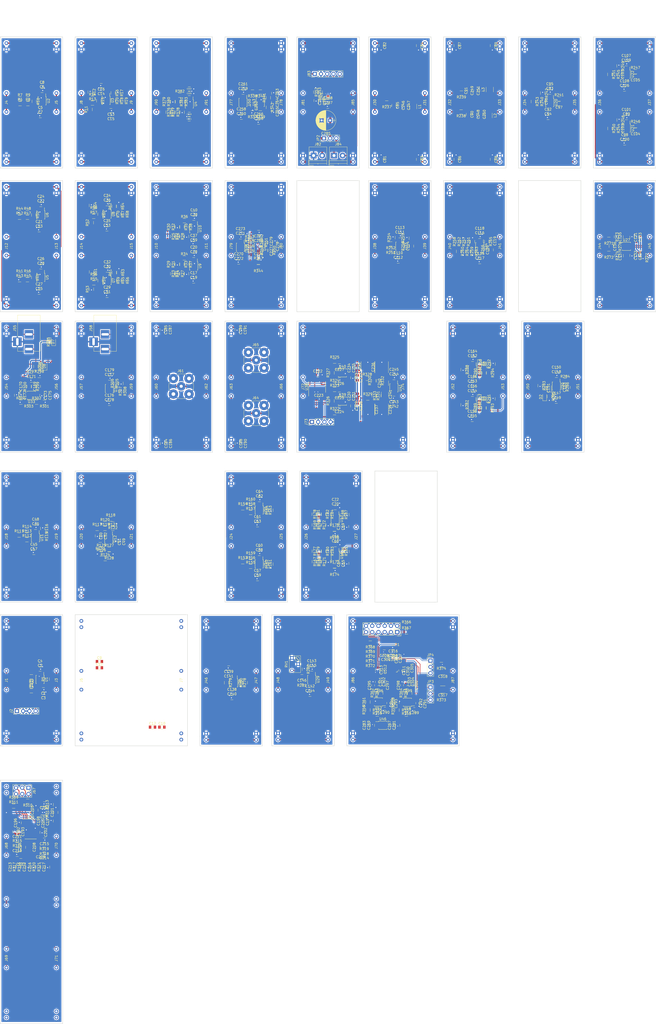
<source format=kicad_pcb>
(kicad_pcb (version 20171130) (host pcbnew 5.0.0-fee4fd1~66~ubuntu18.04.1)
  (layers (0 F.Cu signal) (31 B.Cu signal) (34 B.Paste user) (35 F.Paste user) (36 B.SilkS user) (37 F.SilkS user hide) (38 B.Mask user) (39 F.Mask user) (44 Edge.Cuts user))
  (net 0 "")
  (net 1 GND)
  (net 2 VCC)
  (net 3 VSS)
  (net 4 "Net-(J4-Pad3)")
  (net 5 "Net-(J5-Pad3)")
  (net 6 "Net-(R6-Pad2)")
  (net 7 "Net-(R10-Pad1)")
  (net 8 "Net-(U2-Pad1)")
  (net 9 "Net-(U2-Pad5)")
  (net 10 "Net-(U2-Pad8)")
  (net 11 "Net-(J8-Pad3)")
  (net 12 "Net-(J9-Pad3)")
  (net 13 "Net-(R11-Pad2)")
  (net 14 "Net-(R13-Pad2)")
  (net 15 "Net-(R14-Pad2)")
  (net 16 "Net-(R16-Pad2)")
  (net 17 "Net-(R19-Pad2)")
  (net 18 "Net-(C96-Pad1)")
  (net 19 "Net-(C96-Pad2)")
  (net 20 "Net-(C97-Pad1)")
  (net 21 "Net-(C97-Pad2)")
  (net 22 "Net-(C102-Pad1)")
  (net 23 "Net-(C102-Pad2)")
  (net 24 "Net-(C103-Pad1)")
  (net 25 "Net-(C103-Pad2)")
  (net 26 "Net-(C104-Pad1)")
  (net 27 "Net-(C104-Pad2)")
  (net 28 "Net-(C105-Pad1)")
  (net 29 "Net-(C105-Pad2)")
  (net 30 "Net-(C114-Pad1)")
  (net 31 "Net-(C114-Pad2)")
  (net 32 "Net-(C119-Pad1)")
  (net 33 "Net-(C119-Pad2)")
  (net 34 "Net-(C120-Pad1)")
  (net 35 "Net-(C120-Pad2)")
  (net 36 "Net-(C135-Pad2)")
  (net 37 "Net-(C136-Pad2)")
  (net 38 "Net-(C146-Pad1)")
  (net 39 "Net-(C146-Pad2)")
  (net 40 "Net-(C151-Pad1)")
  (net 41 "Net-(C151-Pad2)")
  (net 42 "Net-(C152-Pad1)")
  (net 43 "Net-(C152-Pad2)")
  (net 44 "Net-(C157-Pad1)")
  (net 45 "Net-(C157-Pad2)")
  (net 46 "Net-(C158-Pad1)")
  (net 47 "Net-(C158-Pad2)")
  (net 48 "Net-(C159-Pad1)")
  (net 49 "Net-(C159-Pad2)")
  (net 50 "Net-(C160-Pad1)")
  (net 51 "Net-(C160-Pad2)")
  (net 52 "Net-(C169-Pad1)")
  (net 53 "Net-(C169-Pad2)")
  (net 54 "Net-(C170-Pad1)")
  (net 55 "Net-(C170-Pad2)")
  (net 56 "Net-(C171-Pad2)")
  (net 57 VBUS)
  (net 58 GNDA)
  (net 59 "Net-(C196-Pad1)")
  (net 60 "Net-(C197-Pad1)")
  (net 61 "Net-(C200-Pad1)")
  (net 62 "Net-(C202-Pad1)")
  (net 63 "Net-(C203-Pad1)")
  (net 64 "Net-(C206-Pad1)")
  (net 65 "Net-(C206-Pad2)")
  (net 66 "Net-(C207-Pad1)")
  (net 67 "Net-(C207-Pad2)")
  (net 68 "Net-(C208-Pad1)")
  (net 69 "Net-(C208-Pad2)")
  (net 70 "Net-(C209-Pad1)")
  (net 71 "Net-(C209-Pad2)")
  (net 72 "Net-(C224-Pad2)")
  (net 73 "Net-(C225-Pad2)")
  (net 74 "Net-(C226-Pad2)")
  (net 75 "Net-(C227-Pad2)")
  (net 76 "Net-(C236-Pad1)")
  (net 77 "Net-(C237-Pad1)")
  (net 78 "Net-(C240-Pad1)")
  (net 79 "Net-(C240-Pad2)")
  (net 80 "Net-(C241-Pad1)")
  (net 81 "Net-(C241-Pad2)")
  (net 82 "Net-(D2-Pad1)")
  (net 83 "Net-(D5-Pad1)")
  (net 84 "Net-(D6-Pad1)")
  (net 85 "Net-(J1-Pad4)")
  (net 86 "Net-(J1-Pad3)")
  (net 87 "Net-(J2-Pad1)")
  (net 88 "Net-(J2-Pad4)")
  (net 89 "Net-(J3-Pad3)")
  (net 90 "Net-(J6-Pad4)")
  (net 91 "Net-(J6-Pad3)")
  (net 92 "Net-(J7-Pad3)")
  (net 93 "Net-(J10-Pad3)")
  (net 94 "Net-(J11-Pad3)")
  (net 95 "Net-(J12-Pad4)")
  (net 96 "Net-(J12-Pad3)")
  (net 97 "Net-(J13-Pad4)")
  (net 98 "Net-(J13-Pad3)")
  (net 99 "Net-(J14-Pad4)")
  (net 100 "Net-(J14-Pad3)")
  (net 101 "Net-(J15-Pad4)")
  (net 102 "Net-(J15-Pad3)")
  (net 103 "Net-(J18-Pad3)")
  (net 104 "Net-(J19-Pad3)")
  (net 105 "Net-(J20-Pad3)")
  (net 106 "Net-(J21-Pad3)")
  (net 107 "Net-(J24-Pad4)")
  (net 108 "Net-(J24-Pad3)")
  (net 109 "Net-(J25-Pad4)")
  (net 110 "Net-(J25-Pad3)")
  (net 111 "Net-(J26-Pad4)")
  (net 112 "Net-(J26-Pad3)")
  (net 113 "Net-(J27-Pad4)")
  (net 114 "Net-(J27-Pad3)")
  (net 115 "Net-(J30-Pad3)")
  (net 116 "Net-(J32-Pad4)")
  (net 117 "Net-(J32-Pad3)")
  (net 118 "Net-(J38-Pad3)")
  (net 119 "Net-(J40-Pad4)")
  (net 120 "Net-(J40-Pad3)")
  (net 121 "Net-(J44-Pad4)")
  (net 122 "Net-(J44-Pad3)")
  (net 123 "Net-(J45-Pad4)")
  (net 124 "Net-(J45-Pad3)")
  (net 125 "Net-(J46-Pad4)")
  (net 126 "Net-(J46-Pad3)")
  (net 127 "Net-(J47-Pad3)")
  (net 128 "Net-(J49-Pad3)")
  (net 129 "Net-(J50-Pad3)")
  (net 130 "Net-(J52-Pad4)")
  (net 131 "Net-(J52-Pad3)")
  (net 132 "Net-(J54-Pad4)")
  (net 133 "Net-(J54-Pad3)")
  (net 134 "Net-(J56-Pad4)")
  (net 135 "Net-(J56-Pad3)")
  (net 136 "Net-(J57-Pad4)")
  (net 137 "Net-(J57-Pad3)")
  (net 138 "Net-(J58-Pad1)")
  (net 139 "Net-(J58-Pad2)")
  (net 140 "Net-(J60-Pad3)")
  (net 141 "Net-(J63-Pad4)")
  (net 142 "Net-(J63-Pad3)")
  (net 143 "Net-(J67-Pad3)")
  (net 144 "Net-(J67-Pad4)")
  (net 145 "Net-(J67-Pad5)")
  (net 146 "Net-(J67-Pad6)")
  (net 147 "Net-(J68-Pad4)")
  (net 148 "Net-(J68-Pad3)")
  (net 149 "Net-(J69-Pad4)")
  (net 150 "Net-(J69-Pad3)")
  (net 151 "Net-(J70-Pad4)")
  (net 152 "Net-(J70-Pad3)")
  (net 153 "Net-(J70-Pad1)")
  (net 154 "Net-(J70-Pad6)")
  (net 155 "Net-(J71-Pad4)")
  (net 156 "Net-(J71-Pad3)")
  (net 157 "Net-(J71-Pad1)")
  (net 158 "Net-(J71-Pad6)")
  (net 159 "Net-(J72-Pad3)")
  (net 160 "Net-(J73-Pad1)")
  (net 161 "Net-(J73-Pad3)")
  (net 162 "Net-(R1-Pad1)")
  (net 163 "Net-(R21-Pad2)")
  (net 164 "Net-(R23-Pad2)")
  (net 165 "Net-(R24-Pad2)")
  (net 166 "Net-(R26-Pad2)")
  (net 167 "Net-(R29-Pad2)")
  (net 168 "Net-(R34-Pad2)")
  (net 169 "Net-(R36-Pad2)")
  (net 170 "Net-(R41-Pad2)")
  (net 171 "Net-(R42-Pad2)")
  (net 172 "Net-(R46-Pad2)")
  (net 173 "Net-(R48-Pad2)")
  (net 174 "Net-(R51-Pad2)")
  (net 175 "Net-(R52-Pad2)")
  (net 176 "Net-(R55-Pad2)")
  (net 177 "Net-(R56-Pad2)")
  (net 178 "Net-(R57-Pad2)")
  (net 179 "Net-(R58-Pad2)")
  (net 180 "Net-(R61-Pad2)")
  (net 181 "Net-(R62-Pad2)")
  (net 182 "Net-(R66-Pad2)")
  (net 183 "Net-(R68-Pad2)")
  (net 184 "Net-(R111-Pad2)")
  (net 185 "Net-(R113-Pad2)")
  (net 186 "Net-(R115-Pad1)")
  (net 187 "Net-(R117-Pad2)")
  (net 188 "Net-(R118-Pad2)")
  (net 189 "Net-(R119-Pad2)")
  (net 190 "Net-(R121-Pad1)")
  (net 191 "Net-(R123-Pad2)")
  (net 192 "Net-(R125-Pad2)")
  (net 193 "Net-(R127-Pad1)")
  (net 194 "Net-(R153-Pad2)")
  (net 195 "Net-(R154-Pad2)")
  (net 196 "Net-(R156-Pad2)")
  (net 197 "Net-(R158-Pad2)")
  (net 198 "Net-(R161-Pad1)")
  (net 199 "Net-(R163-Pad1)")
  (net 200 "Net-(R165-Pad2)")
  (net 201 "Net-(R166-Pad2)")
  (net 202 "Net-(R167-Pad2)")
  (net 203 "Net-(R168-Pad2)")
  (net 204 "Net-(R169-Pad2)")
  (net 205 "Net-(R170-Pad2)")
  (net 206 "Net-(R173-Pad1)")
  (net 207 "Net-(R175-Pad1)")
  (net 208 "Net-(R177-Pad2)")
  (net 209 "Net-(R178-Pad2)")
  (net 210 "Net-(R180-Pad2)")
  (net 211 "Net-(R182-Pad2)")
  (net 212 "Net-(R185-Pad1)")
  (net 213 "Net-(R187-Pad1)")
  (net 214 "Net-(R240-Pad1)")
  (net 215 "Net-(R244-Pad1)")
  (net 216 "Net-(R245-Pad1)")
  (net 217 "Net-(R252-Pad1)")
  (net 218 "Net-(R257-Pad1)")
  (net 219 "Net-(R259-Pad1)")
  (net 220 "Net-(R278-Pad1)")
  (net 221 "Net-(R279-Pad2)")
  (net 222 "Net-(R281-Pad1)")
  (net 223 "Net-(R302-Pad1)")
  (net 224 "Net-(R303-Pad1)")
  (net 225 "Net-(R306-Pad1)")
  (net 226 "Net-(R307-Pad1)")
  (net 227 "Net-(R311-Pad2)")
  (net 228 "Net-(R312-Pad2)")
  (net 229 "Net-(R322-Pad1)")
  (net 230 "Net-(R323-Pad1)")
  (net 231 "Net-(R324-Pad1)")
  (net 232 "Net-(R325-Pad1)")
  (net 233 "Net-(R326-Pad1)")
  (net 234 "Net-(R326-Pad2)")
  (net 235 "Net-(R327-Pad1)")
  (net 236 "Net-(R327-Pad2)")
  (net 237 "Net-(R328-Pad1)")
  (net 238 "Net-(R329-Pad1)")
  (net 239 "Net-(U1-Pad1)")
  (net 240 "Net-(U1-Pad5)")
  (net 241 "Net-(U1-Pad8)")
  (net 242 "Net-(U5-Pad1)")
  (net 243 "Net-(U5-Pad5)")
  (net 244 "Net-(U5-Pad8)")
  (net 245 "Net-(U6-Pad1)")
  (net 246 "Net-(U6-Pad5)")
  (net 247 "Net-(U6-Pad8)")
  (net 248 "Net-(U11-Pad1)")
  (net 249 "Net-(U11-Pad5)")
  (net 250 "Net-(U11-Pad8)")
  (net 251 "Net-(U14-Pad1)")
  (net 252 "Net-(U14-Pad5)")
  (net 253 "Net-(U14-Pad8)")
  (net 254 "Net-(U15-Pad1)")
  (net 255 "Net-(U15-Pad5)")
  (net 256 "Net-(U15-Pad8)")
  (net 257 "Net-(U20-Pad1)")
  (net 258 "Net-(U20-Pad5)")
  (net 259 "Net-(U20-Pad8)")
  (net 260 "Net-(U21-Pad1)")
  (net 261 "Net-(U21-Pad5)")
  (net 262 "Net-(U21-Pad8)")
  (net 263 "Net-(U22-Pad1)")
  (net 264 "Net-(U22-Pad5)")
  (net 265 "Net-(U22-Pad8)")
  (net 266 "Net-(U23-Pad1)")
  (net 267 "Net-(U23-Pad5)")
  (net 268 "Net-(U23-Pad8)")
  (net 269 "Net-(U28-Pad1)")
  (net 270 "Net-(U28-Pad5)")
  (net 271 "Net-(U28-Pad8)")
  (net 272 "Net-(U29-Pad1)")
  (net 273 "Net-(U29-Pad5)")
  (net 274 "Net-(U29-Pad8)")
  (net 275 "Net-(U35-Pad3)")
  (net 276 "Net-(U35-Pad12)")
  (net 277 "Net-(U35-Pad13)")
  (net 278 "Net-(U35-Pad21)")
  (net 279 "Net-(C246-Pad1)")
  (net 280 "Net-(C248-Pad1)")
  (net 281 "Net-(C249-Pad1)")
  (net 282 "Net-(R276-Pad1)")
  (net 283 "Net-(R276-Pad2)")
  (net 284 "Net-(C262-Pad1)")
  (net 285 "Net-(C263-Pad2)")
  (net 286 "Net-(C264-Pad2)")
  (net 287 +3.3VADC)
  (net 288 "Net-(C274-Pad1)")
  (net 289 "Net-(C275-Pad1)")
  (net 290 "Net-(C275-Pad2)")
  (net 291 "Net-(C276-Pad1)")
  (net 292 "Net-(C277-Pad2)")
  (net 293 "Net-(C278-Pad2)")
  (net 294 V+)
  (net 295 "Net-(C289-Pad1)")
  (net 296 "Net-(C290-Pad1)")
  (net 297 /Codecs-IIS/Sheet5B5F145D/Avdd)
  (net 298 "Net-(C295-Pad1)")
  (net 299 "Net-(C296-Pad1)")
  (net 300 "Net-(C298-Pad1)")
  (net 301 "Net-(C299-Pad1)")
  (net 302 "Net-(C305-Pad1)")
  (net 303 "Net-(C308-Pad1)")
  (net 304 "Net-(C310-Pad1)")
  (net 305 +3V3)
  (net 306 "Net-(C317-Pad1)")
  (net 307 "Net-(C317-Pad2)")
  (net 308 "Net-(C318-Pad1)")
  (net 309 "Net-(C318-Pad2)")
  (net 310 "Net-(J77-Pad3)")
  (net 311 "Net-(J79-Pad3)")
  (net 312 "Net-(J81-Pad4)")
  (net 313 "Net-(J81-Pad3)")
  (net 314 +VSW)
  (net 315 /PWM/DRV8837/8/~SLEEP)
  (net 316 /PWM/DRV8837/8/IN2)
  (net 317 /PWM/DRV8837/8/IN1)
  (net 318 "Net-(J84-Pad1)")
  (net 319 "Net-(J84-Pad2)")
  (net 320 "Net-(J86-Pad4)")
  (net 321 "Net-(J86-Pad3)")
  (net 322 "Net-(JP3-Pad1)")
  (net 323 "Net-(JP3-Pad3)")
  (net 324 "Net-(JP4-Pad1)")
  (net 325 "Net-(JP4-Pad3)")
  (net 326 "Net-(R337-Pad1)")
  (net 327 "Net-(R338-Pad1)")
  (net 328 "Net-(R338-Pad2)")
  (net 329 "Net-(R339-Pad1)")
  (net 330 "Net-(R340-Pad1)")
  (net 331 "Net-(R343-Pad1)")
  (net 332 "Net-(R348-Pad2)")
  (net 333 "Net-(R349-Pad2)")
  (net 334 "Net-(R354-Pad1)")
  (net 335 "Net-(R354-Pad2)")
  (net 336 "Net-(R355-Pad2)")
  (net 337 "Net-(R356-Pad1)")
  (net 338 "Net-(R356-Pad2)")
  (net 339 "Net-(R357-Pad2)")
  (net 340 "Net-(R358-Pad2)")
  (net 341 "Net-(R359-Pad2)")
  (net 342 "Net-(R360-Pad2)")
  (net 343 "Net-(R361-Pad2)")
  (net 344 /Codecs-IIS/Sheet5B5F145D/SCL)
  (net 345 /Codecs-IIS/Sheet5B5F145D/SDA)
  (net 346 "Net-(R368-Pad1)")
  (net 347 /Codecs-IIS/Sheet5B5F145D/MCLK)
  (net 348 "Net-(R369-Pad1)")
  (net 349 /Codecs-IIS/Sheet5B5F145D/SCLK)
  (net 350 "Net-(R370-Pad1)")
  (net 351 /Codecs-IIS/Sheet5B5F145D/LRCK)
  (net 352 "Net-(R371-Pad1)")
  (net 353 /Codecs-IIS/Sheet5B5F145D/SIN)
  (net 354 "Net-(R372-Pad1)")
  (net 355 /Codecs-IIS/Sheet5B5F145D/SOUT)
  (net 356 "Net-(U43-Pad7)")
  (net 357 "Net-(U47-Pad7)")
  (net 358 "Net-(U48-Pad7)")
  (net 359 "Net-(U49-Pad8)")
  (net 360 "Net-(U49-Pad11)")
  (net 361 "Net-(U49-Pad19)")
  (net 362 /Codecs-IIS/Sheet5B5F145D//RESET)
  (net 363 "Net-(U49-Pad32)")
  (net 364 "Net-(U50-Pad1)")
  (net 365 "Net-(U50-Pad5)")
  (net 366 "Net-(U50-Pad8)")
  (net 367 "Net-(U51-Pad1)")
  (net 368 "Net-(U51-Pad5)")
  (net 369 "Net-(U51-Pad8)")
  (net 370 "Net-(C285-Pad1)")
  (net 371 /Codecs-IIS/Sheet5B5F145D/N1_N)
  (net 372 /Codecs-IIS/Sheet5B5F145D/N1_P)
  (net 373 /Codecs-IIS/Sheet5B5F145D/N2_N)
  (net 374 /Codecs-IIS/Sheet5B5F145D/N2_P)
  (net 375 "Net-(J10-Pad4)")
  (net 376 "Net-(J11-Pad4)")
  (net 377 "Net-(J90-Pad3)")
  (net 378 "Net-(J91-Pad3)")
  (net 379 "Net-(R22-Pad2)")
  (net 380 "Net-(R25-Pad2)")
  (net 381 "Net-(R30-Pad2)")
  (net 382 "Net-(R375-Pad2)")
  (net 383 "Net-(R376-Pad2)")
  (net 384 "Net-(R377-Pad2)")
  (net 385 "Net-(R379-Pad2)")
  (net 386 "Net-(R382-Pad2)")
  (module FootPrints:my_io_connector (layer F.Cu) (at 22.86 347.98)
    (fp_text reference J68 (at 0 0 90) (layer F.SilkS))
    (fp_text value InConnector)
    (pad 4 thru_hole circle (at 0 -3.81) (size 1.524 1.524) (drill 0.762) (layers *.Cu *.Mask) (net 147 "Net-(J68-Pad4)"))
    (pad 3 thru_hole circle (at 0 3.81) (size 1.524 1.524) (drill 0.762) (layers *.Cu *.Mask) (net 148 "Net-(J68-Pad3)"))
    (pad 5 thru_hole circle (at 0 -21.59) (size 1.524 1.524) (drill 0.762) (layers *.Cu *.Mask) (net 1 GND))
    (pad 2 thru_hole circle (at 0 21.59) (size 1.524 1.524) (drill 0.762) (layers *.Cu *.Mask) (net 2 VCC))
    (pad 1 thru_hole circle (at 0 24.13) (size 1.524 1.524) (drill 0.762) (layers *.Cu *.Mask) (net 2 VCC))
    (pad 6 thru_hole circle (at 0 -24.13) (size 1.524 1.524) (drill 0.762) (layers *.Cu *.Mask) (net 3 VSS))
  )
  (module FootPrints:my_io_connector (layer F.Cu) (at 22.86 393.7)
    (fp_text reference J69 (at 0 0 90) (layer F.SilkS))
    (fp_text value InConnector)
    (pad 4 thru_hole circle (at 0 -3.81) (size 1.524 1.524) (drill 0.762) (layers *.Cu *.Mask) (net 149 "Net-(J69-Pad4)"))
    (pad 3 thru_hole circle (at 0 3.81) (size 1.524 1.524) (drill 0.762) (layers *.Cu *.Mask) (net 150 "Net-(J69-Pad3)"))
    (pad 5 thru_hole circle (at 0 -21.59) (size 1.524 1.524) (drill 0.762) (layers *.Cu *.Mask) (net 2 VCC))
    (pad 2 thru_hole circle (at 0 21.59) (size 1.524 1.524) (drill 0.762) (layers *.Cu *.Mask) (net 1 GND))
    (pad 1 thru_hole circle (at 0 24.13) (size 1.524 1.524) (drill 0.762) (layers *.Cu *.Mask) (net 1 GND))
    (pad 6 thru_hole circle (at 0 -24.13) (size 1.524 1.524) (drill 0.762) (layers *.Cu *.Mask) (net 2 VCC))
  )
  (module Resistors_SMD:R_0805 (layer F.Cu) (at 31.525 329.85 180)
    (fp_text reference R310 (at 0 -1.65 180) (layer F.SilkS))
    (fp_text value 10k)
    (pad 1 smd rect (at -0.95 0 180) (size 0.7 1.3) (layers F.Cu F.Paste F.Mask) (net 57 VBUS))
    (pad 2 smd rect (at 0.95 0 180) (size 0.7 1.3) (layers F.Cu F.Paste F.Mask) (net 143 "Net-(J67-Pad3)"))
  )
  (module Capacitors_SMD:C_0805 (layer F.Cu) (at 36.75 354.025)
    (fp_text reference C209 (at 0 -1.5) (layer F.SilkS))
    (fp_text value C)
    (pad 1 smd rect (at -1 0) (size 1 1.25) (layers F.Cu F.Paste F.Mask) (net 70 "Net-(C209-Pad1)"))
    (pad 2 smd rect (at 1 0) (size 1 1.25) (layers F.Cu F.Paste F.Mask) (net 71 "Net-(C209-Pad2)"))
  )
  (module FootPrints:my_io_connector (layer F.Cu) (at 134.62 45.72)
    (fp_text reference J78 (at 0 0 90) (layer F.SilkS))
    (fp_text value OutConnector)
    (pad 4 thru_hole circle (at 0 -3.81) (size 1.524 1.524) (drill 0.762) (layers *.Cu *.Mask) (net 285 "Net-(C263-Pad2)"))
    (pad 3 thru_hole circle (at 0 3.81) (size 1.524 1.524) (drill 0.762) (layers *.Cu *.Mask) (net 286 "Net-(C264-Pad2)"))
    (pad 5 thru_hole circle (at 0 -21.59) (size 1.524 1.524) (drill 0.762) (layers *.Cu *.Mask) (net 1 GND))
    (pad 2 thru_hole circle (at 0 21.59) (size 1.524 1.524) (drill 0.762) (layers *.Cu *.Mask) (net 1 GND))
    (pad 1 thru_hole circle (at 0 24.13) (size 1.524 1.524) (drill 0.762) (layers *.Cu *.Mask) (net 287 +3.3VADC))
    (pad 6 thru_hole circle (at 0 -24.13) (size 1.524 1.524) (drill 0.762) (layers *.Cu *.Mask) (net 1 GND))
  )
  (module Resistors_SMD:R_0805 (layer F.Cu) (at 161.37319 228.28689 90)
    (fp_text reference R186 (at 0 -1.65 90) (layer F.SilkS))
    (fp_text value R)
    (pad 1 smd rect (at -0.95 0 90) (size 0.7 1.3) (layers F.Cu F.Paste F.Mask) (net 1 GND))
    (pad 2 smd rect (at 0.95 0 90) (size 0.7 1.3) (layers F.Cu F.Paste F.Mask) (net 212 "Net-(R185-Pad1)"))
  )
  (module Resistors_SMD:R_0805 (layer F.Cu) (at 185.565 258.64)
    (fp_text reference R366 (at 0 -1.65) (layer F.SilkS))
    (fp_text value 10k)
    (pad 1 smd rect (at -0.95 0) (size 0.7 1.3) (layers F.Cu F.Paste F.Mask) (net 344 /Codecs-IIS/Sheet5B5F145D/SCL))
    (pad 2 smd rect (at 0.95 0) (size 0.7 1.3) (layers F.Cu F.Paste F.Mask) (net 305 +3V3))
  )
  (module Capacitors_SMD:C_0603 (layer F.Cu) (at 177.14241 270.75843 180)
    (fp_text reference C309 (at 0 -1.5 180) (layer F.SilkS))
    (fp_text value 100n)
    (pad 2 smd rect (at 0.75 0 180) (size 0.8 0.75) (layers F.Cu F.Paste F.Mask) (net 1 GND))
    (pad 1 smd rect (at -0.75 0 180) (size 0.8 0.75) (layers F.Cu F.Paste F.Mask) (net 303 "Net-(C308-Pad1)"))
  )
  (module Housings_DFN_QFN:QFN-32-1EP_5x5mm_Pitch0.5mm (layer F.Cu) (at 179.24241 274.70843)
    (fp_text reference U49 (at 0 -3.75) (layer F.SilkS))
    (fp_text value TLV320AIC3254)
    (pad 1 smd rect (at -2.4 -1.75) (size 0.7 0.25) (layers F.Cu F.Paste F.Mask) (net 346 "Net-(R368-Pad1)"))
    (pad 2 smd rect (at -2.4 -1.25) (size 0.7 0.25) (layers F.Cu F.Paste F.Mask) (net 348 "Net-(R369-Pad1)"))
    (pad 3 smd rect (at -2.4 -0.75) (size 0.7 0.25) (layers F.Cu F.Paste F.Mask) (net 350 "Net-(R370-Pad1)"))
    (pad 4 smd rect (at -2.4 -0.25) (size 0.7 0.25) (layers F.Cu F.Paste F.Mask) (net 352 "Net-(R371-Pad1)"))
    (pad 5 smd rect (at -2.4 0.25) (size 0.7 0.25) (layers F.Cu F.Paste F.Mask) (net 354 "Net-(R372-Pad1)"))
    (pad 6 smd rect (at -2.4 0.75) (size 0.7 0.25) (layers F.Cu F.Paste F.Mask) (net 305 +3V3))
    (pad 7 smd rect (at -2.4 1.25) (size 0.7 0.25) (layers F.Cu F.Paste F.Mask) (net 1 GND))
    (pad 8 smd rect (at -2.4 1.75) (size 0.7 0.25) (layers F.Cu F.Paste F.Mask) (net 359 "Net-(U49-Pad8)"))
    (pad 9 smd rect (at -1.75 2.4 90) (size 0.7 0.25) (layers F.Cu F.Paste F.Mask) (net 344 /Codecs-IIS/Sheet5B5F145D/SCL))
    (pad 10 smd rect (at -1.25 2.4 90) (size 0.7 0.25) (layers F.Cu F.Paste F.Mask) (net 345 /Codecs-IIS/Sheet5B5F145D/SDA))
    (pad 11 smd rect (at -0.75 2.4 90) (size 0.7 0.25) (layers F.Cu F.Paste F.Mask) (net 360 "Net-(U49-Pad11)"))
    (pad 12 smd rect (at -0.25 2.4 90) (size 0.7 0.25) (layers F.Cu F.Paste F.Mask) (net 1 GND))
    (pad 13 smd rect (at 0.25 2.4 90) (size 0.7 0.25) (layers F.Cu F.Paste F.Mask) (net 371 /Codecs-IIS/Sheet5B5F145D/N1_N))
    (pad 14 smd rect (at 0.75 2.4 90) (size 0.7 0.25) (layers F.Cu F.Paste F.Mask) (net 372 /Codecs-IIS/Sheet5B5F145D/N1_P))
    (pad 15 smd rect (at 1.25 2.4 90) (size 0.7 0.25) (layers F.Cu F.Paste F.Mask) (net 373 /Codecs-IIS/Sheet5B5F145D/N2_N))
    (pad 16 smd rect (at 1.75 2.4 90) (size 0.7 0.25) (layers F.Cu F.Paste F.Mask) (net 374 /Codecs-IIS/Sheet5B5F145D/N2_P))
    (pad 17 smd rect (at 2.4 1.75) (size 0.7 0.25) (layers F.Cu F.Paste F.Mask) (net 1 GND))
    (pad 18 smd rect (at 2.4 1.25) (size 0.7 0.25) (layers F.Cu F.Paste F.Mask) (net 304 "Net-(C310-Pad1)"))
    (pad 19 smd rect (at 2.4 0.75) (size 0.7 0.25) (layers F.Cu F.Paste F.Mask) (net 361 "Net-(U49-Pad19)"))
    (pad 20 smd rect (at 2.4 0.25) (size 0.7 0.25) (layers F.Cu F.Paste F.Mask) (net 302 "Net-(C305-Pad1)"))
    (pad 21 smd rect (at 2.4 -0.25) (size 0.7 0.25) (layers F.Cu F.Paste F.Mask) (net 302 "Net-(C305-Pad1)"))
    (pad 22 smd rect (at 2.4 -0.75) (size 0.7 0.25) (layers F.Cu F.Paste F.Mask) (net 323 "Net-(JP3-Pad3)"))
    (pad 23 smd rect (at 2.4 -1.25) (size 0.7 0.25) (layers F.Cu F.Paste F.Mask) (net 325 "Net-(JP4-Pad3)"))
    (pad 24 smd rect (at 2.4 -1.75) (size 0.7 0.25) (layers F.Cu F.Paste F.Mask) (net 297 /Codecs-IIS/Sheet5B5F145D/Avdd))
    (pad 25 smd rect (at 1.75 -2.4 90) (size 0.7 0.25) (layers F.Cu F.Paste F.Mask) (net 322 "Net-(JP3-Pad1)"))
    (pad 26 smd rect (at 1.25 -2.4 90) (size 0.7 0.25) (layers F.Cu F.Paste F.Mask) (net 305 +3V3))
    (pad 27 smd rect (at 0.75 -2.4 90) (size 0.7 0.25) (layers F.Cu F.Paste F.Mask) (net 324 "Net-(JP4-Pad1)"))
    (pad 28 smd rect (at 0.25 -2.4 90) (size 0.7 0.25) (layers F.Cu F.Paste F.Mask) (net 1 GND))
    (pad 29 smd rect (at -0.25 -2.4 90) (size 0.7 0.25) (layers F.Cu F.Paste F.Mask) (net 303 "Net-(C308-Pad1)"))
    (pad 30 smd rect (at -0.75 -2.4 90) (size 0.7 0.25) (layers F.Cu F.Paste F.Mask) (net 305 +3V3))
    (pad 31 smd rect (at -1.25 -2.4 90) (size 0.7 0.25) (layers F.Cu F.Paste F.Mask) (net 362 /Codecs-IIS/Sheet5B5F145D//RESET))
    (pad 32 smd rect (at -1.75 -2.4 90) (size 0.7 0.25) (layers F.Cu F.Paste F.Mask) (net 363 "Net-(U49-Pad32)"))
    (pad 33 smd rect (at 0.8625 0.8625) (size 1.725 1.725) (layers F.Cu F.Paste F.Mask) (net 1 GND))
    (pad 33 smd rect (at 0.8625 -0.8625) (size 1.725 1.725) (layers F.Cu F.Paste F.Mask) (net 1 GND))
    (pad 33 smd rect (at -0.8625 0.8625) (size 1.725 1.725) (layers F.Cu F.Paste F.Mask) (net 1 GND))
    (pad 33 smd rect (at -0.8625 -0.8625) (size 1.725 1.725) (layers F.Cu F.Paste F.Mask) (net 1 GND))
  )
  (module Capacitors_SMD:C_0805 (layer F.Cu) (at 134.65 104.25 90)
    (fp_text reference C278 (at 0 -1.5 90) (layer F.SilkS))
    (fp_text value C)
    (pad 1 smd rect (at -1 0 90) (size 1 1.25) (layers F.Cu F.Paste F.Mask) (net 292 "Net-(C277-Pad2)"))
    (pad 2 smd rect (at 1 0 90) (size 1 1.25) (layers F.Cu F.Paste F.Mask) (net 293 "Net-(C278-Pad2)"))
  )
  (module Resistors_SMD:R_0805 (layer F.Cu) (at 208.575 168.675 270)
    (fp_text reference R287 (at 0 -1.65 270) (layer F.SilkS))
    (fp_text value 49.9)
    (pad 1 smd rect (at -0.95 0 270) (size 0.7 1.3) (layers F.Cu F.Paste F.Mask) (net 131 "Net-(J52-Pad3)"))
    (pad 2 smd rect (at 0.95 0 270) (size 0.7 1.3) (layers F.Cu F.Paste F.Mask) (net 1 GND))
  )
  (module Resistors_SMD:R_0805 (layer F.Cu) (at 156.35 160.42)
    (fp_text reference R324 (at 0 -1.65) (layer F.SilkS))
    (fp_text value 5k)
    (pad 1 smd rect (at -0.95 0) (size 0.7 1.3) (layers F.Cu F.Paste F.Mask) (net 231 "Net-(R324-Pad1)"))
    (pad 2 smd rect (at 0.95 0) (size 0.7 1.3) (layers F.Cu F.Paste F.Mask) (net 74 "Net-(C226-Pad2)"))
  )
  (module Resistors_SMD:R_0805 (layer F.Cu) (at 206.76 106.27 270)
    (fp_text reference R260 (at 0 -1.65 270) (layer F.SilkS))
    (fp_text value R)
    (pad 1 smd rect (at -0.95 0 270) (size 0.7 1.3) (layers F.Cu F.Paste F.Mask) (net 35 "Net-(C120-Pad2)"))
    (pad 2 smd rect (at 0.95 0 270) (size 0.7 1.3) (layers F.Cu F.Paste F.Mask) (net 120 "Net-(J40-Pad3)"))
  )
  (module Resistors_SMD:R_0805 (layer F.Cu) (at 96.15 111.525 270)
    (fp_text reference R37 (at 0 -1.65 270) (layer F.SilkS))
    (fp_text value R)
    (pad 1 smd rect (at -0.95 0 270) (size 0.7 1.3) (layers F.Cu F.Paste F.Mask) (net 168 "Net-(R34-Pad2)"))
    (pad 2 smd rect (at 0.95 0 270) (size 0.7 1.3) (layers F.Cu F.Paste F.Mask) (net 94 "Net-(J11-Pad3)"))
  )
  (module Capacitors_SMD:C_0805 (layer F.Cu) (at 36.65 49.25)
    (fp_text reference C5 (at 0 -1.5) (layer F.SilkS))
    (fp_text value C)
    (pad 1 smd rect (at -1 0) (size 1 1.25) (layers F.Cu F.Paste F.Mask) (net 1 GND))
    (pad 2 smd rect (at 1 0) (size 1 1.25) (layers F.Cu F.Paste F.Mask) (net 2 VCC))
  )
  (module Capacitors_SMD:C_0805 (layer F.Cu) (at 37.35 40.85)
    (fp_text reference C6 (at 0 -1.5) (layer F.SilkS))
    (fp_text value C)
    (pad 1 smd rect (at -1 0) (size 1 1.25) (layers F.Cu F.Paste F.Mask) (net 3 VSS))
    (pad 2 smd rect (at 1 0) (size 1 1.25) (layers F.Cu F.Paste F.Mask) (net 1 GND))
  )
  (module Capacitors_SMD:C_0805 (layer F.Cu) (at 36.65 51.1)
    (fp_text reference C7 (at 0 -1.5) (layer F.SilkS))
    (fp_text value C)
    (pad 1 smd rect (at -1 0) (size 1 1.25) (layers F.Cu F.Paste F.Mask) (net 1 GND))
    (pad 2 smd rect (at 1 0) (size 1 1.25) (layers F.Cu F.Paste F.Mask) (net 2 VCC))
  )
  (module Capacitors_SMD:C_0805 (layer F.Cu) (at 37.35 39)
    (fp_text reference C8 (at 0 -1.5) (layer F.SilkS))
    (fp_text value C)
    (pad 1 smd rect (at -1 0) (size 1 1.25) (layers F.Cu F.Paste F.Mask) (net 3 VSS))
    (pad 2 smd rect (at 1 0) (size 1 1.25) (layers F.Cu F.Paste F.Mask) (net 1 GND))
  )
  (module Resistors_SMD:R_0805 (layer F.Cu) (at 28.4 46.2)
    (fp_text reference R6 (at 0 -1.65) (layer F.SilkS))
    (fp_text value R)
    (pad 1 smd rect (at -0.95 0) (size 0.7 1.3) (layers F.Cu F.Paste F.Mask) (net 4 "Net-(J4-Pad3)"))
    (pad 2 smd rect (at 0.95 0) (size 0.7 1.3) (layers F.Cu F.Paste F.Mask) (net 6 "Net-(R6-Pad2)"))
  )
  (module Resistors_SMD:R_0805 (layer F.Cu) (at 28.4 44.3)
    (fp_text reference R7 (at 0 -1.65) (layer F.SilkS))
    (fp_text value R)
    (pad 1 smd rect (at -0.95 0) (size 0.7 1.3) (layers F.Cu F.Paste F.Mask) (net 1 GND))
    (pad 2 smd rect (at 0.95 0) (size 0.7 1.3) (layers F.Cu F.Paste F.Mask) (net 6 "Net-(R6-Pad2)"))
  )
  (module Resistors_SMD:R_0805 (layer F.Cu) (at 31.6 46.2)
    (fp_text reference R8 (at 0 -1.65) (layer F.SilkS))
    (fp_text value R)
    (pad 1 smd rect (at -0.95 0) (size 0.7 1.3) (layers F.Cu F.Paste F.Mask) (net 6 "Net-(R6-Pad2)"))
    (pad 2 smd rect (at 0.95 0) (size 0.7 1.3) (layers F.Cu F.Paste F.Mask) (net 5 "Net-(J5-Pad3)"))
  )
  (module Resistors_SMD:R_0805 (layer F.Cu) (at 31.6 44.3)
    (fp_text reference R9 (at 0 -1.65) (layer F.SilkS))
    (fp_text value R)
    (pad 1 smd rect (at -0.95 0) (size 0.7 1.3) (layers F.Cu F.Paste F.Mask) (net 6 "Net-(R6-Pad2)"))
    (pad 2 smd rect (at 0.95 0) (size 0.7 1.3) (layers F.Cu F.Paste F.Mask) (net 7 "Net-(R10-Pad1)"))
  )
  (module Resistors_SMD:R_0805 (layer F.Cu) (at 34.15 45.25 270)
    (fp_text reference R10 (at 0 -1.65 270) (layer F.SilkS))
    (fp_text value R)
    (pad 1 smd rect (at -0.95 0 270) (size 0.7 1.3) (layers F.Cu F.Paste F.Mask) (net 7 "Net-(R10-Pad1)"))
    (pad 2 smd rect (at 0.95 0 270) (size 0.7 1.3) (layers F.Cu F.Paste F.Mask) (net 5 "Net-(J5-Pad3)"))
  )
  (module Housings_SSOP:MSOP-8_3x3mm_Pitch0.65mm (layer F.Cu) (at 37.35 45.05 270)
    (fp_text reference U2 (at 0 -2.6 270) (layer F.SilkS))
    (fp_text value OPA333xxD)
    (pad 1 smd rect (at -2.2 -0.975 270) (size 1.45 0.45) (layers F.Cu F.Paste F.Mask) (net 8 "Net-(U2-Pad1)"))
    (pad 2 smd rect (at -2.2 -0.325 270) (size 1.45 0.45) (layers F.Cu F.Paste F.Mask) (net 7 "Net-(R10-Pad1)"))
    (pad 3 smd rect (at -2.2 0.325 270) (size 1.45 0.45) (layers F.Cu F.Paste F.Mask) (net 1 GND))
    (pad 4 smd rect (at -2.2 0.975 270) (size 1.45 0.45) (layers F.Cu F.Paste F.Mask) (net 3 VSS))
    (pad 5 smd rect (at 2.2 0.975 270) (size 1.45 0.45) (layers F.Cu F.Paste F.Mask) (net 9 "Net-(U2-Pad5)"))
    (pad 6 smd rect (at 2.2 0.325 270) (size 1.45 0.45) (layers F.Cu F.Paste F.Mask) (net 5 "Net-(J5-Pad3)"))
    (pad 7 smd rect (at 2.2 -0.325 270) (size 1.45 0.45) (layers F.Cu F.Paste F.Mask) (net 2 VCC))
    (pad 8 smd rect (at 2.2 -0.975 270) (size 1.45 0.45) (layers F.Cu F.Paste F.Mask) (net 10 "Net-(U2-Pad8)"))
  )
  (module Capacitors_SMD:C_0805 (layer F.Cu) (at 65.357534 49.018091 180)
    (fp_text reference C13 (at 0 -1.5 180) (layer F.SilkS))
    (fp_text value C)
    (pad 1 smd rect (at -1 0 180) (size 1 1.25) (layers F.Cu F.Paste F.Mask) (net 1 GND))
    (pad 2 smd rect (at 1 0 180) (size 1 1.25) (layers F.Cu F.Paste F.Mask) (net 2 VCC))
  )
  (module Capacitors_SMD:C_0805 (layer F.Cu) (at 61.407534 40.668091 180)
    (fp_text reference C14 (at 0 -1.5 180) (layer F.SilkS))
    (fp_text value C)
    (pad 1 smd rect (at -1 0 180) (size 1 1.25) (layers F.Cu F.Paste F.Mask) (net 3 VSS))
    (pad 2 smd rect (at 1 0 180) (size 1 1.25) (layers F.Cu F.Paste F.Mask) (net 1 GND))
  )
  (module Capacitors_SMD:C_0805 (layer F.Cu) (at 65.357534 50.868091 180)
    (fp_text reference C15 (at 0 -1.5 180) (layer F.SilkS))
    (fp_text value C)
    (pad 1 smd rect (at -1 0 180) (size 1 1.25) (layers F.Cu F.Paste F.Mask) (net 1 GND))
    (pad 2 smd rect (at 1 0 180) (size 1 1.25) (layers F.Cu F.Paste F.Mask) (net 2 VCC))
  )
  (module Capacitors_SMD:C_0805 (layer F.Cu) (at 61.407534 38.818091 180)
    (fp_text reference C16 (at 0 -1.5 180) (layer F.SilkS))
    (fp_text value C)
    (pad 1 smd rect (at -1 0 180) (size 1 1.25) (layers F.Cu F.Paste F.Mask) (net 3 VSS))
    (pad 2 smd rect (at 1 0 180) (size 1 1.25) (layers F.Cu F.Paste F.Mask) (net 1 GND))
  )
  (module Resistors_SMD:R_0805 (layer F.Cu) (at 56.9 48.55 90)
    (fp_text reference R11 (at 0 -1.65 90) (layer F.SilkS))
    (fp_text value R)
    (pad 1 smd rect (at -0.95 0 90) (size 0.7 1.3) (layers F.Cu F.Paste F.Mask) (net 11 "Net-(J8-Pad3)"))
    (pad 2 smd rect (at 0.95 0 90) (size 0.7 1.3) (layers F.Cu F.Paste F.Mask) (net 13 "Net-(R11-Pad2)"))
  )
  (module Resistors_SMD:R_0805 (layer F.Cu) (at 56.92 41.5 270)
    (fp_text reference R12 (at 0 -1.65 270) (layer F.SilkS))
    (fp_text value R)
    (pad 1 smd rect (at -0.95 0 270) (size 0.7 1.3) (layers F.Cu F.Paste F.Mask) (net 1 GND))
    (pad 2 smd rect (at 0.95 0 270) (size 0.7 1.3) (layers F.Cu F.Paste F.Mask) (net 13 "Net-(R11-Pad2)"))
  )
  (module Resistors_SMD:R_0805 (layer F.Cu) (at 57.857534 45.968091)
    (fp_text reference R13 (at 0 -1.65) (layer F.SilkS))
    (fp_text value R)
    (pad 1 smd rect (at -0.95 0) (size 0.7 1.3) (layers F.Cu F.Paste F.Mask) (net 13 "Net-(R11-Pad2)"))
    (pad 2 smd rect (at 0.95 0) (size 0.7 1.3) (layers F.Cu F.Paste F.Mask) (net 14 "Net-(R13-Pad2)"))
  )
  (module Resistors_SMD:R_0805 (layer F.Cu) (at 57.857534 44.068091)
    (fp_text reference R14 (at 0 -1.65) (layer F.SilkS))
    (fp_text value R)
    (pad 1 smd rect (at -0.95 0) (size 0.7 1.3) (layers F.Cu F.Paste F.Mask) (net 13 "Net-(R11-Pad2)"))
    (pad 2 smd rect (at 0.95 0) (size 0.7 1.3) (layers F.Cu F.Paste F.Mask) (net 15 "Net-(R14-Pad2)"))
  )
  (module Resistors_SMD:R_0805 (layer F.Cu) (at 60.407534 45.018091 270)
    (fp_text reference R15 (at 0 -1.65 270) (layer F.SilkS))
    (fp_text value R)
    (pad 1 smd rect (at -0.95 0 270) (size 0.7 1.3) (layers F.Cu F.Paste F.Mask) (net 15 "Net-(R14-Pad2)"))
    (pad 2 smd rect (at 0.95 0 270) (size 0.7 1.3) (layers F.Cu F.Paste F.Mask) (net 14 "Net-(R13-Pad2)"))
  )
  (module Resistors_SMD:R_0805 (layer F.Cu) (at 66.250065 41.829232 270)
    (fp_text reference R16 (at 0 -1.65 270) (layer F.SilkS))
    (fp_text value R)
    (pad 1 smd rect (at -0.95 0 270) (size 0.7 1.3) (layers F.Cu F.Paste F.Mask) (net 14 "Net-(R13-Pad2)"))
    (pad 2 smd rect (at 0.95 0 270) (size 0.7 1.3) (layers F.Cu F.Paste F.Mask) (net 16 "Net-(R16-Pad2)"))
  )
  (module Resistors_SMD:R_0805 (layer F.Cu) (at 68.150065 41.829232 270)
    (fp_text reference R17 (at 0 -1.65 270) (layer F.SilkS))
    (fp_text value R)
    (pad 1 smd rect (at -0.95 0 270) (size 0.7 1.3) (layers F.Cu F.Paste F.Mask) (net 1 GND))
    (pad 2 smd rect (at 0.95 0 270) (size 0.7 1.3) (layers F.Cu F.Paste F.Mask) (net 16 "Net-(R16-Pad2)"))
  )
  (module Resistors_SMD:R_0805 (layer F.Cu) (at 68.150065 45.029232 270)
    (fp_text reference R18 (at 0 -1.65 270) (layer F.SilkS))
    (fp_text value R)
    (pad 1 smd rect (at -0.95 0 270) (size 0.7 1.3) (layers F.Cu F.Paste F.Mask) (net 16 "Net-(R16-Pad2)"))
    (pad 2 smd rect (at 0.95 0 270) (size 0.7 1.3) (layers F.Cu F.Paste F.Mask) (net 12 "Net-(J9-Pad3)"))
  )
  (module Resistors_SMD:R_0805 (layer F.Cu) (at 70.050065 45.029232 270)
    (fp_text reference R19 (at 0 -1.65 270) (layer F.SilkS))
    (fp_text value R)
    (pad 1 smd rect (at -0.95 0 270) (size 0.7 1.3) (layers F.Cu F.Paste F.Mask) (net 16 "Net-(R16-Pad2)"))
    (pad 2 smd rect (at 0.95 0 270) (size 0.7 1.3) (layers F.Cu F.Paste F.Mask) (net 17 "Net-(R19-Pad2)"))
  )
  (module Resistors_SMD:R_0805 (layer F.Cu) (at 66.257534 45.018091 270)
    (fp_text reference R20 (at 0 -1.65 270) (layer F.SilkS))
    (fp_text value R)
    (pad 1 smd rect (at -0.95 0 270) (size 0.7 1.3) (layers F.Cu F.Paste F.Mask) (net 17 "Net-(R19-Pad2)"))
    (pad 2 smd rect (at 0.95 0 270) (size 0.7 1.3) (layers F.Cu F.Paste F.Mask) (net 12 "Net-(J9-Pad3)"))
  )
  (module Housings_SSOP:MSOP-8_3x3mm_Pitch0.65mm (layer F.Cu) (at 63.382534 44.868091 270)
    (fp_text reference U3 (at 0 -2.6 270) (layer F.SilkS))
    (fp_text value ADA4807-2ARM)
    (pad 1 smd rect (at -2.2 -0.975 270) (size 1.45 0.45) (layers F.Cu F.Paste F.Mask) (net 14 "Net-(R13-Pad2)"))
    (pad 2 smd rect (at -2.2 -0.325 270) (size 1.45 0.45) (layers F.Cu F.Paste F.Mask) (net 15 "Net-(R14-Pad2)"))
    (pad 3 smd rect (at -2.2 0.325 270) (size 1.45 0.45) (layers F.Cu F.Paste F.Mask) (net 1 GND))
    (pad 4 smd rect (at -2.2 0.975 270) (size 1.45 0.45) (layers F.Cu F.Paste F.Mask) (net 3 VSS))
    (pad 5 smd rect (at 2.2 0.975 270) (size 1.45 0.45) (layers F.Cu F.Paste F.Mask) (net 1 GND))
    (pad 6 smd rect (at 2.2 0.325 270) (size 1.45 0.45) (layers F.Cu F.Paste F.Mask) (net 17 "Net-(R19-Pad2)"))
    (pad 7 smd rect (at 2.2 -0.325 270) (size 1.45 0.45) (layers F.Cu F.Paste F.Mask) (net 12 "Net-(J9-Pad3)"))
    (pad 8 smd rect (at 2.2 -0.975 270) (size 1.45 0.45) (layers F.Cu F.Paste F.Mask) (net 2 VCC))
  )
  (module Capacitors_SMD:C_0805 (layer F.Cu) (at 37.9 284.5 180)
    (fp_text reference C1 (at 0 -1.5 180) (layer F.SilkS))
    (fp_text value C)
    (pad 1 smd rect (at -1 0 180) (size 1 1.25) (layers F.Cu F.Paste F.Mask) (net 1 GND))
    (pad 2 smd rect (at 1 0 180) (size 1 1.25) (layers F.Cu F.Paste F.Mask) (net 2 VCC))
  )
  (module Capacitors_SMD:C_0805 (layer F.Cu) (at 36.55 276.15)
    (fp_text reference C2 (at 0 -1.5) (layer F.SilkS))
    (fp_text value C)
    (pad 1 smd rect (at -1 0) (size 1 1.25) (layers F.Cu F.Paste F.Mask) (net 3 VSS))
    (pad 2 smd rect (at 1 0) (size 1 1.25) (layers F.Cu F.Paste F.Mask) (net 1 GND))
  )
  (module Capacitors_SMD:C_0805 (layer F.Cu) (at 37.9 286.35 180)
    (fp_text reference C3 (at 0 -1.5 180) (layer F.SilkS))
    (fp_text value C)
    (pad 1 smd rect (at -1 0 180) (size 1 1.25) (layers F.Cu F.Paste F.Mask) (net 1 GND))
    (pad 2 smd rect (at 1 0 180) (size 1 1.25) (layers F.Cu F.Paste F.Mask) (net 2 VCC))
  )
  (module Capacitors_SMD:C_0805 (layer F.Cu) (at 36.55 274.3)
    (fp_text reference C4 (at 0 -1.5) (layer F.SilkS))
    (fp_text value C)
    (pad 1 smd rect (at -1 0) (size 1 1.25) (layers F.Cu F.Paste F.Mask) (net 3 VSS))
    (pad 2 smd rect (at 1 0) (size 1 1.25) (layers F.Cu F.Paste F.Mask) (net 1 GND))
  )
  (module Capacitors_SMD:C_0805 (layer F.Cu) (at 60.69 273.05)
    (fp_text reference C9 (at 0 -1.5) (layer F.SilkS))
    (fp_text value C)
    (pad 1 smd rect (at -1 0) (size 1 1.25) (layers F.Cu F.Paste F.Mask) (net 1 GND))
    (pad 2 smd rect (at 1 0) (size 1 1.25) (layers F.Cu F.Paste F.Mask) (net 2 VCC))
  )
  (module Capacitors_SMD:C_0805 (layer F.Cu) (at 86.09 299.72)
    (fp_text reference C10 (at 0 -1.5) (layer F.SilkS))
    (fp_text value C)
    (pad 1 smd rect (at -1 0) (size 1 1.25) (layers F.Cu F.Paste F.Mask) (net 3 VSS))
    (pad 2 smd rect (at 1 0) (size 1 1.25) (layers F.Cu F.Paste F.Mask) (net 1 GND))
  )
  (module Capacitors_SMD:C_0805 (layer F.Cu) (at 60.69 275.59)
    (fp_text reference C11 (at 0 -1.5) (layer F.SilkS))
    (fp_text value C)
    (pad 1 smd rect (at -1 0) (size 1 1.25) (layers F.Cu F.Paste F.Mask) (net 1 GND))
    (pad 2 smd rect (at 1 0) (size 1 1.25) (layers F.Cu F.Paste F.Mask) (net 2 VCC))
  )
  (module Capacitors_SMD:C_0805 (layer F.Cu) (at 82.28 299.72)
    (fp_text reference C12 (at 0 -1.5) (layer F.SilkS))
    (fp_text value C)
    (pad 1 smd rect (at -1 0) (size 1 1.25) (layers F.Cu F.Paste F.Mask) (net 3 VSS))
    (pad 2 smd rect (at 1 0) (size 1 1.25) (layers F.Cu F.Paste F.Mask) (net 1 GND))
  )
  (module Capacitors_SMD:C_0805 (layer F.Cu) (at 99.025 116.45)
    (fp_text reference C17 (at 0 -1.5) (layer F.SilkS))
    (fp_text value C)
    (pad 1 smd rect (at -1 0) (size 1 1.25) (layers F.Cu F.Paste F.Mask) (net 1 GND))
    (pad 2 smd rect (at 1 0) (size 1 1.25) (layers F.Cu F.Paste F.Mask) (net 2 VCC))
  )
  (module Capacitors_SMD:C_0805 (layer F.Cu) (at 99.05 107.925)
    (fp_text reference C18 (at 0 -1.5) (layer F.SilkS))
    (fp_text value C)
    (pad 1 smd rect (at -1 0) (size 1 1.25) (layers F.Cu F.Paste F.Mask) (net 3 VSS))
    (pad 2 smd rect (at 1 0) (size 1 1.25) (layers F.Cu F.Paste F.Mask) (net 1 GND))
  )
  (module Capacitors_SMD:C_0805 (layer F.Cu) (at 99.025 118.35)
    (fp_text reference C19 (at 0 -1.5) (layer F.SilkS))
    (fp_text value C)
    (pad 1 smd rect (at -1 0) (size 1 1.25) (layers F.Cu F.Paste F.Mask) (net 1 GND))
    (pad 2 smd rect (at 1 0) (size 1 1.25) (layers F.Cu F.Paste F.Mask) (net 2 VCC))
  )
  (module Capacitors_SMD:C_0805 (layer F.Cu) (at 99.05 106.05)
    (fp_text reference C20 (at 0 -1.5) (layer F.SilkS))
    (fp_text value C)
    (pad 1 smd rect (at -1 0) (size 1 1.25) (layers F.Cu F.Paste F.Mask) (net 3 VSS))
    (pad 2 smd rect (at 1 0) (size 1 1.25) (layers F.Cu F.Paste F.Mask) (net 1 GND))
  )
  (module Capacitors_SMD:C_0805 (layer F.Cu) (at 36.15 95.65)
    (fp_text reference C21 (at 0 -1.5) (layer F.SilkS))
    (fp_text value C)
    (pad 1 smd rect (at -1 0) (size 1 1.25) (layers F.Cu F.Paste F.Mask) (net 1 GND))
    (pad 2 smd rect (at 1 0) (size 1 1.25) (layers F.Cu F.Paste F.Mask) (net 2 VCC))
  )
  (module Capacitors_SMD:C_0805 (layer F.Cu) (at 36.85 87.25)
    (fp_text reference C22 (at 0 -1.5) (layer F.SilkS))
    (fp_text value C)
    (pad 1 smd rect (at -1 0) (size 1 1.25) (layers F.Cu F.Paste F.Mask) (net 3 VSS))
    (pad 2 smd rect (at 1 0) (size 1 1.25) (layers F.Cu F.Paste F.Mask) (net 1 GND))
  )
  (module Capacitors_SMD:C_0805 (layer F.Cu) (at 36.15 97.5)
    (fp_text reference C23 (at 0 -1.5) (layer F.SilkS))
    (fp_text value C)
    (pad 1 smd rect (at -1 0) (size 1 1.25) (layers F.Cu F.Paste F.Mask) (net 1 GND))
    (pad 2 smd rect (at 1 0) (size 1 1.25) (layers F.Cu F.Paste F.Mask) (net 2 VCC))
  )
  (module Capacitors_SMD:C_0805 (layer F.Cu) (at 36.85 85.4)
    (fp_text reference C24 (at 0 -1.5) (layer F.SilkS))
    (fp_text value C)
    (pad 1 smd rect (at -1 0) (size 1 1.25) (layers F.Cu F.Paste F.Mask) (net 3 VSS))
    (pad 2 smd rect (at 1 0) (size 1 1.25) (layers F.Cu F.Paste F.Mask) (net 1 GND))
  )
  (module Capacitors_SMD:C_0805 (layer F.Cu) (at 36.15 122.9)
    (fp_text reference C25 (at 0 -1.5) (layer F.SilkS))
    (fp_text value C)
    (pad 1 smd rect (at -1 0) (size 1 1.25) (layers F.Cu F.Paste F.Mask) (net 1 GND))
    (pad 2 smd rect (at 1 0) (size 1 1.25) (layers F.Cu F.Paste F.Mask) (net 2 VCC))
  )
  (module Capacitors_SMD:C_0805 (layer F.Cu) (at 36.85 110.75)
    (fp_text reference C26 (at 0 -1.5) (layer F.SilkS))
    (fp_text value C)
    (pad 1 smd rect (at -1 0) (size 1 1.25) (layers F.Cu F.Paste F.Mask) (net 3 VSS))
    (pad 2 smd rect (at 1 0) (size 1 1.25) (layers F.Cu F.Paste F.Mask) (net 1 GND))
  )
  (module Capacitors_SMD:C_0805 (layer F.Cu) (at 36.15 121.05)
    (fp_text reference C27 (at 0 -1.5) (layer F.SilkS))
    (fp_text value C)
    (pad 1 smd rect (at -1 0) (size 1 1.25) (layers F.Cu F.Paste F.Mask) (net 1 GND))
    (pad 2 smd rect (at 1 0) (size 1 1.25) (layers F.Cu F.Paste F.Mask) (net 2 VCC))
  )
  (module Capacitors_SMD:C_0805 (layer F.Cu) (at 36.85 112.6)
    (fp_text reference C28 (at 0 -1.5) (layer F.SilkS))
    (fp_text value C)
    (pad 1 smd rect (at -1 0) (size 1 1.25) (layers F.Cu F.Paste F.Mask) (net 3 VSS))
    (pad 2 smd rect (at 1 0) (size 1 1.25) (layers F.Cu F.Paste F.Mask) (net 1 GND))
  )
  (module Capacitors_SMD:C_0805 (layer F.Cu) (at 63.8 122.35)
    (fp_text reference C29 (at 0 -1.5) (layer F.SilkS))
    (fp_text value C)
    (pad 1 smd rect (at -1 0) (size 1 1.25) (layers F.Cu F.Paste F.Mask) (net 1 GND))
    (pad 2 smd rect (at 1 0) (size 1 1.25) (layers F.Cu F.Paste F.Mask) (net 2 VCC))
  )
  (module Capacitors_SMD:C_0805 (layer F.Cu) (at 63.85 113.9)
    (fp_text reference C30 (at 0 -1.5) (layer F.SilkS))
    (fp_text value C)
    (pad 1 smd rect (at -1 0) (size 1 1.25) (layers F.Cu F.Paste F.Mask) (net 3 VSS))
    (pad 2 smd rect (at 1 0) (size 1 1.25) (layers F.Cu F.Paste F.Mask) (net 1 GND))
  )
  (module Capacitors_SMD:C_0805 (layer F.Cu) (at 63.8 124.2)
    (fp_text reference C31 (at 0 -1.5) (layer F.SilkS))
    (fp_text value C)
    (pad 1 smd rect (at -1 0) (size 1 1.25) (layers F.Cu F.Paste F.Mask) (net 1 GND))
    (pad 2 smd rect (at 1 0) (size 1 1.25) (layers F.Cu F.Paste F.Mask) (net 2 VCC))
  )
  (module Capacitors_SMD:C_0805 (layer F.Cu) (at 63.85 112.05)
    (fp_text reference C32 (at 0 -1.5) (layer F.SilkS))
    (fp_text value C)
    (pad 1 smd rect (at -1 0) (size 1 1.25) (layers F.Cu F.Paste F.Mask) (net 3 VSS))
    (pad 2 smd rect (at 1 0) (size 1 1.25) (layers F.Cu F.Paste F.Mask) (net 1 GND))
  )
  (module Capacitors_SMD:C_0805 (layer F.Cu) (at 63.75 97.15)
    (fp_text reference C33 (at 0 -1.5) (layer F.SilkS))
    (fp_text value C)
    (pad 1 smd rect (at -1 0) (size 1 1.25) (layers F.Cu F.Paste F.Mask) (net 1 GND))
    (pad 2 smd rect (at 1 0) (size 1 1.25) (layers F.Cu F.Paste F.Mask) (net 2 VCC))
  )
  (module Capacitors_SMD:C_0805 (layer F.Cu) (at 63.8 85.05)
    (fp_text reference C34 (at 0 -1.5) (layer F.SilkS))
    (fp_text value C)
    (pad 1 smd rect (at -1 0) (size 1 1.25) (layers F.Cu F.Paste F.Mask) (net 3 VSS))
    (pad 2 smd rect (at 1 0) (size 1 1.25) (layers F.Cu F.Paste F.Mask) (net 1 GND))
  )
  (module Capacitors_SMD:C_0805 (layer F.Cu) (at 63.75 95.3)
    (fp_text reference C35 (at 0 -1.5) (layer F.SilkS))
    (fp_text value C)
    (pad 1 smd rect (at -1 0) (size 1 1.25) (layers F.Cu F.Paste F.Mask) (net 1 GND))
    (pad 2 smd rect (at 1 0) (size 1 1.25) (layers F.Cu F.Paste F.Mask) (net 2 VCC))
  )
  (module Capacitors_SMD:C_0805 (layer F.Cu) (at 63.8 86.9)
    (fp_text reference C36 (at 0 -1.5) (layer F.SilkS))
    (fp_text value C)
    (pad 1 smd rect (at -1 0) (size 1 1.25) (layers F.Cu F.Paste F.Mask) (net 3 VSS))
    (pad 2 smd rect (at 1 0) (size 1 1.25) (layers F.Cu F.Paste F.Mask) (net 1 GND))
  )
  (module Capacitors_SMD:C_0805 (layer F.Cu) (at 99.05 101.3)
    (fp_text reference C37 (at 0 -1.5) (layer F.SilkS))
    (fp_text value C)
    (pad 1 smd rect (at -1 0) (size 1 1.25) (layers F.Cu F.Paste F.Mask) (net 1 GND))
    (pad 2 smd rect (at 1 0) (size 1 1.25) (layers F.Cu F.Paste F.Mask) (net 2 VCC))
  )
  (module Capacitors_SMD:C_0805 (layer F.Cu) (at 99.1 92.8)
    (fp_text reference C38 (at 0 -1.5) (layer F.SilkS))
    (fp_text value C)
    (pad 1 smd rect (at -1 0) (size 1 1.25) (layers F.Cu F.Paste F.Mask) (net 3 VSS))
    (pad 2 smd rect (at 1 0) (size 1 1.25) (layers F.Cu F.Paste F.Mask) (net 1 GND))
  )
  (module Capacitors_SMD:C_0805 (layer F.Cu) (at 99.05 103.15)
    (fp_text reference C39 (at 0 -1.5) (layer F.SilkS))
    (fp_text value C)
    (pad 1 smd rect (at -1 0) (size 1 1.25) (layers F.Cu F.Paste F.Mask) (net 1 GND))
    (pad 2 smd rect (at 1 0) (size 1 1.25) (layers F.Cu F.Paste F.Mask) (net 2 VCC))
  )
  (module Capacitors_SMD:C_0805 (layer F.Cu) (at 99.1 90.95)
    (fp_text reference C40 (at 0 -1.5) (layer F.SilkS))
    (fp_text value C)
    (pad 1 smd rect (at -1 0) (size 1 1.25) (layers F.Cu F.Paste F.Mask) (net 3 VSS))
    (pad 2 smd rect (at 1 0) (size 1 1.25) (layers F.Cu F.Paste F.Mask) (net 1 GND))
  )
  (module Capacitors_SMD:C_0805 (layer F.Cu) (at 34 226.88)
    (fp_text reference C45 (at 0 -1.5) (layer F.SilkS))
    (fp_text value C)
    (pad 1 smd rect (at -1 0) (size 1 1.25) (layers F.Cu F.Paste F.Mask) (net 1 GND))
    (pad 2 smd rect (at 1 0) (size 1 1.25) (layers F.Cu F.Paste F.Mask) (net 2 VCC))
  )
  (module Capacitors_SMD:C_0805 (layer F.Cu) (at 34.7 218.53)
    (fp_text reference C46 (at 0 -1.5) (layer F.SilkS))
    (fp_text value C)
    (pad 1 smd rect (at -1 0) (size 1 1.25) (layers F.Cu F.Paste F.Mask) (net 3 VSS))
    (pad 2 smd rect (at 1 0) (size 1 1.25) (layers F.Cu F.Paste F.Mask) (net 1 GND))
  )
  (module Capacitors_SMD:C_0805 (layer F.Cu) (at 34 228.73)
    (fp_text reference C47 (at 0 -1.5) (layer F.SilkS))
    (fp_text value C)
    (pad 1 smd rect (at -1 0) (size 1 1.25) (layers F.Cu F.Paste F.Mask) (net 1 GND))
    (pad 2 smd rect (at 1 0) (size 1 1.25) (layers F.Cu F.Paste F.Mask) (net 2 VCC))
  )
  (module Capacitors_SMD:C_0805 (layer F.Cu) (at 34.7 216.68)
    (fp_text reference C48 (at 0 -1.5) (layer F.SilkS))
    (fp_text value C)
    (pad 1 smd rect (at -1 0) (size 1 1.25) (layers F.Cu F.Paste F.Mask) (net 3 VSS))
    (pad 2 smd rect (at 1 0) (size 1 1.25) (layers F.Cu F.Paste F.Mask) (net 1 GND))
  )
  (module Capacitors_SMD:C_0805 (layer F.Cu) (at 69.160797 224.360259 270)
    (fp_text reference C49 (at 0 -1.5 270) (layer F.SilkS))
    (fp_text value C)
    (pad 1 smd rect (at -1 0 270) (size 1 1.25) (layers F.Cu F.Paste F.Mask) (net 1 GND))
    (pad 2 smd rect (at 1 0 270) (size 1 1.25) (layers F.Cu F.Paste F.Mask) (net 2 VCC))
  )
  (module Capacitors_SMD:C_0805 (layer F.Cu) (at 59.822417 221.976435 270)
    (fp_text reference C50 (at 0 -1.5 270) (layer F.SilkS))
    (fp_text value C)
    (pad 1 smd rect (at -1 0 270) (size 1 1.25) (layers F.Cu F.Paste F.Mask) (net 3 VSS))
    (pad 2 smd rect (at 1 0 270) (size 1 1.25) (layers F.Cu F.Paste F.Mask) (net 1 GND))
  )
  (module Capacitors_SMD:C_0805 (layer F.Cu) (at 67.310797 224.360259 270)
    (fp_text reference C51 (at 0 -1.5 270) (layer F.SilkS))
    (fp_text value C)
    (pad 1 smd rect (at -1 0 270) (size 1 1.25) (layers F.Cu F.Paste F.Mask) (net 1 GND))
    (pad 2 smd rect (at 1 0 270) (size 1 1.25) (layers F.Cu F.Paste F.Mask) (net 2 VCC))
  )
  (module Capacitors_SMD:C_0805 (layer F.Cu) (at 61.672417 221.976435 270)
    (fp_text reference C52 (at 0 -1.5 270) (layer F.SilkS))
    (fp_text value C)
    (pad 1 smd rect (at -1 0 270) (size 1 1.25) (layers F.Cu F.Paste F.Mask) (net 3 VSS))
    (pad 2 smd rect (at 1 0 270) (size 1 1.25) (layers F.Cu F.Paste F.Mask) (net 1 GND))
  )
  (module Capacitors_SMD:C_0805 (layer F.Cu) (at 124.99 237.53)
    (fp_text reference C57 (at 0 -1.5) (layer F.SilkS))
    (fp_text value C)
    (pad 1 smd rect (at -1 0) (size 1 1.25) (layers F.Cu F.Paste F.Mask) (net 1 GND))
    (pad 2 smd rect (at 1 0) (size 1 1.25) (layers F.Cu F.Paste F.Mask) (net 2 VCC))
  )
  (module Capacitors_SMD:C_0805 (layer F.Cu) (at 125.69 229.13)
    (fp_text reference C58 (at 0 -1.5) (layer F.SilkS))
    (fp_text value C)
    (pad 1 smd rect (at -1 0) (size 1 1.25) (layers F.Cu F.Paste F.Mask) (net 3 VSS))
    (pad 2 smd rect (at 1 0) (size 1 1.25) (layers F.Cu F.Paste F.Mask) (net 1 GND))
  )
  (module Capacitors_SMD:C_0805 (layer F.Cu) (at 124.99 239.38)
    (fp_text reference C59 (at 0 -1.5) (layer F.SilkS))
    (fp_text value C)
    (pad 1 smd rect (at -1 0) (size 1 1.25) (layers F.Cu F.Paste F.Mask) (net 1 GND))
    (pad 2 smd rect (at 1 0) (size 1 1.25) (layers F.Cu F.Paste F.Mask) (net 2 VCC))
  )
  (module Capacitors_SMD:C_0805 (layer F.Cu) (at 125.69 227.28)
    (fp_text reference C60 (at 0 -1.5) (layer F.SilkS))
    (fp_text value C)
    (pad 1 smd rect (at -1 0) (size 1 1.25) (layers F.Cu F.Paste F.Mask) (net 3 VSS))
    (pad 2 smd rect (at 1 0) (size 1 1.25) (layers F.Cu F.Paste F.Mask) (net 1 GND))
  )
  (module Capacitors_SMD:C_0805 (layer F.Cu) (at 124.99 215.63)
    (fp_text reference C61 (at 0 -1.5) (layer F.SilkS))
    (fp_text value C)
    (pad 1 smd rect (at -1 0) (size 1 1.25) (layers F.Cu F.Paste F.Mask) (net 1 GND))
    (pad 2 smd rect (at 1 0) (size 1 1.25) (layers F.Cu F.Paste F.Mask) (net 2 VCC))
  )
  (module Capacitors_SMD:C_0805 (layer F.Cu) (at 125.74 207.23)
    (fp_text reference C62 (at 0 -1.5) (layer F.SilkS))
    (fp_text value C)
    (pad 1 smd rect (at -1 0) (size 1 1.25) (layers F.Cu F.Paste F.Mask) (net 3 VSS))
    (pad 2 smd rect (at 1 0) (size 1 1.25) (layers F.Cu F.Paste F.Mask) (net 1 GND))
  )
  (module Capacitors_SMD:C_0805 (layer F.Cu) (at 124.99 217.48)
    (fp_text reference C63 (at 0 -1.5) (layer F.SilkS))
    (fp_text value C)
    (pad 1 smd rect (at -1 0) (size 1 1.25) (layers F.Cu F.Paste F.Mask) (net 1 GND))
    (pad 2 smd rect (at 1 0) (size 1 1.25) (layers F.Cu F.Paste F.Mask) (net 2 VCC))
  )
  (module Capacitors_SMD:C_0805 (layer F.Cu) (at 125.74 205.38)
    (fp_text reference C64 (at 0 -1.5) (layer F.SilkS))
    (fp_text value C)
    (pad 1 smd rect (at -1 0) (size 1 1.25) (layers F.Cu F.Paste F.Mask) (net 3 VSS))
    (pad 2 smd rect (at 1 0) (size 1 1.25) (layers F.Cu F.Paste F.Mask) (net 1 GND))
  )
  (module Capacitors_SMD:C_0805 (layer F.Cu) (at 161.298796 233.153395 90)
    (fp_text reference C65 (at 0 -1.5 90) (layer F.SilkS))
    (fp_text value C)
    (pad 1 smd rect (at -1 0 90) (size 1 1.25) (layers F.Cu F.Paste F.Mask) (net 1 GND))
    (pad 2 smd rect (at 1 0 90) (size 1 1.25) (layers F.Cu F.Paste F.Mask) (net 2 VCC))
  )
  (module Capacitors_SMD:C_0805 (layer F.Cu) (at 156.68748 223.660539)
    (fp_text reference C66 (at 0 -1.5) (layer F.SilkS))
    (fp_text value C)
    (pad 1 smd rect (at -1 0) (size 1 1.25) (layers F.Cu F.Paste F.Mask) (net 3 VSS))
    (pad 2 smd rect (at 1 0) (size 1 1.25) (layers F.Cu F.Paste F.Mask) (net 1 GND))
  )
  (module Capacitors_SMD:C_0805 (layer F.Cu) (at 159.448796 233.153395 90)
    (fp_text reference C67 (at 0 -1.5 90) (layer F.SilkS))
    (fp_text value C)
    (pad 1 smd rect (at -1 0 90) (size 1 1.25) (layers F.Cu F.Paste F.Mask) (net 1 GND))
    (pad 2 smd rect (at 1 0 90) (size 1 1.25) (layers F.Cu F.Paste F.Mask) (net 2 VCC))
  )
  (module Capacitors_SMD:C_0805 (layer F.Cu) (at 156.64248 225.535539)
    (fp_text reference C68 (at 0 -1.5) (layer F.SilkS))
    (fp_text value C)
    (pad 1 smd rect (at -1 0) (size 1 1.25) (layers F.Cu F.Paste F.Mask) (net 3 VSS))
    (pad 2 smd rect (at 1 0) (size 1 1.25) (layers F.Cu F.Paste F.Mask) (net 1 GND))
  )
  (module Capacitors_SMD:C_0805 (layer F.Cu) (at 161.252623 218.177921 90)
    (fp_text reference C69 (at 0 -1.5 90) (layer F.SilkS))
    (fp_text value C)
    (pad 1 smd rect (at -1 0 90) (size 1 1.25) (layers F.Cu F.Paste F.Mask) (net 1 GND))
    (pad 2 smd rect (at 1 0 90) (size 1 1.25) (layers F.Cu F.Paste F.Mask) (net 2 VCC))
  )
  (module Capacitors_SMD:C_0805 (layer F.Cu) (at 156.615 210.505)
    (fp_text reference C70 (at 0 -1.5) (layer F.SilkS))
    (fp_text value C)
    (pad 1 smd rect (at -1 0) (size 1 1.25) (layers F.Cu F.Paste F.Mask) (net 3 VSS))
    (pad 2 smd rect (at 1 0) (size 1 1.25) (layers F.Cu F.Paste F.Mask) (net 1 GND))
  )
  (module Capacitors_SMD:C_0805 (layer F.Cu) (at 159.402623 218.177921 90)
    (fp_text reference C71 (at 0 -1.5 90) (layer F.SilkS))
    (fp_text value C)
    (pad 1 smd rect (at -1 0 90) (size 1 1.25) (layers F.Cu F.Paste F.Mask) (net 1 GND))
    (pad 2 smd rect (at 1 0 90) (size 1 1.25) (layers F.Cu F.Paste F.Mask) (net 2 VCC))
  )
  (module Capacitors_SMD:C_0805 (layer F.Cu) (at 156.615 208.655)
    (fp_text reference C72 (at 0 -1.5) (layer F.SilkS))
    (fp_text value C)
    (pad 1 smd rect (at -1 0) (size 1 1.25) (layers F.Cu F.Paste F.Mask) (net 3 VSS))
    (pad 2 smd rect (at 1 0) (size 1 1.25) (layers F.Cu F.Paste F.Mask) (net 1 GND))
  )
  (module Capacitors_SMD:C_0805 (layer F.Cu) (at 175.26 68.85 270)
    (fp_text reference C81 (at 0 -1.5 270) (layer F.SilkS))
    (fp_text value C)
    (pad 1 smd rect (at -1 0 270) (size 1 1.25) (layers F.Cu F.Paste F.Mask) (net 1 GND))
    (pad 2 smd rect (at 1 0 270) (size 1 1.25) (layers F.Cu F.Paste F.Mask) (net 2 VCC))
  )
  (module Capacitors_SMD:C_0805 (layer F.Cu) (at 175.26 22.594 270)
    (fp_text reference C82 (at 0 -1.5 270) (layer F.SilkS))
    (fp_text value C)
    (pad 1 smd rect (at -1 0 270) (size 1 1.25) (layers F.Cu F.Paste F.Mask) (net 3 VSS))
    (pad 2 smd rect (at 1 0 270) (size 1 1.25) (layers F.Cu F.Paste F.Mask) (net 1 GND))
  )
  (module Capacitors_SMD:C_0805 (layer F.Cu) (at 190.46 68.85 270)
    (fp_text reference C83 (at 0 -1.5 270) (layer F.SilkS))
    (fp_text value C)
    (pad 1 smd rect (at -1 0 270) (size 1 1.25) (layers F.Cu F.Paste F.Mask) (net 1 GND))
    (pad 2 smd rect (at 1 0 270) (size 1 1.25) (layers F.Cu F.Paste F.Mask) (net 2 VCC))
  )
  (module Capacitors_SMD:C_0805 (layer F.Cu) (at 190.46 22.594 270)
    (fp_text reference C84 (at 0 -1.5 270) (layer F.SilkS))
    (fp_text value C)
    (pad 1 smd rect (at -1 0 270) (size 1 1.25) (layers F.Cu F.Paste F.Mask) (net 3 VSS))
    (pad 2 smd rect (at 1 0 270) (size 1 1.25) (layers F.Cu F.Paste F.Mask) (net 1 GND))
  )
  (module Capacitors_SMD:C_0805 (layer F.Cu) (at 180.46 46.9 270)
    (fp_text reference C85 (at 0 -1.5 270) (layer F.SilkS))
    (fp_text value C)
    (pad 1 smd rect (at -1 0 270) (size 1 1.25) (layers F.Cu F.Paste F.Mask) (net 279 "Net-(C246-Pad1)"))
    (pad 2 smd rect (at 1 0 270) (size 1 1.25) (layers F.Cu F.Paste F.Mask) (net 1 GND))
  )
  (module Capacitors_SMD:C_0805 (layer F.Cu) (at 205.76 68.85 270)
    (fp_text reference C86 (at 0 -1.5 270) (layer F.SilkS))
    (fp_text value C)
    (pad 1 smd rect (at -1 0 270) (size 1 1.25) (layers F.Cu F.Paste F.Mask) (net 1 GND))
    (pad 2 smd rect (at 1 0 270) (size 1 1.25) (layers F.Cu F.Paste F.Mask) (net 2 VCC))
  )
  (module Capacitors_SMD:C_0805 (layer F.Cu) (at 205.76 22.6 270)
    (fp_text reference C87 (at 0 -1.5 270) (layer F.SilkS))
    (fp_text value C)
    (pad 1 smd rect (at -1 0 270) (size 1 1.25) (layers F.Cu F.Paste F.Mask) (net 3 VSS))
    (pad 2 smd rect (at 1 0 270) (size 1 1.25) (layers F.Cu F.Paste F.Mask) (net 1 GND))
  )
  (module Capacitors_SMD:C_0805 (layer F.Cu) (at 220.51 68.85 270)
    (fp_text reference C88 (at 0 -1.5 270) (layer F.SilkS))
    (fp_text value C)
    (pad 1 smd rect (at -1 0 270) (size 1 1.25) (layers F.Cu F.Paste F.Mask) (net 1 GND))
    (pad 2 smd rect (at 1 0 270) (size 1 1.25) (layers F.Cu F.Paste F.Mask) (net 2 VCC))
  )
  (module Capacitors_SMD:C_0805 (layer F.Cu) (at 220.51 22.6 270)
    (fp_text reference C89 (at 0 -1.5 270) (layer F.SilkS))
    (fp_text value C)
    (pad 1 smd rect (at -1 0 270) (size 1 1.25) (layers F.Cu F.Paste F.Mask) (net 3 VSS))
    (pad 2 smd rect (at 1 0 270) (size 1 1.25) (layers F.Cu F.Paste F.Mask) (net 1 GND))
  )
  (module Capacitors_SMD:C_0805 (layer F.Cu) (at 210.76 50.55 270)
    (fp_text reference C90 (at 0 -1.5 270) (layer F.SilkS))
    (fp_text value C)
    (pad 1 smd rect (at -1 0 270) (size 1 1.25) (layers F.Cu F.Paste F.Mask) (net 280 "Net-(C248-Pad1)"))
    (pad 2 smd rect (at 1 0 270) (size 1 1.25) (layers F.Cu F.Paste F.Mask) (net 1 GND))
  )
  (module Capacitors_SMD:C_0805 (layer F.Cu) (at 211.26 40.9 90)
    (fp_text reference C91 (at 0 -1.5 90) (layer F.SilkS))
    (fp_text value C)
    (pad 1 smd rect (at -1 0 90) (size 1 1.25) (layers F.Cu F.Paste F.Mask) (net 281 "Net-(C249-Pad1)"))
    (pad 2 smd rect (at 1 0 90) (size 1 1.25) (layers F.Cu F.Paste F.Mask) (net 1 GND))
  )
  (module Capacitors_SMD:C_0805 (layer F.Cu) (at 243.16 50)
    (fp_text reference C92 (at 0 -1.5) (layer F.SilkS))
    (fp_text value C)
    (pad 1 smd rect (at -1 0) (size 1 1.25) (layers F.Cu F.Paste F.Mask) (net 1 GND))
    (pad 2 smd rect (at 1 0) (size 1 1.25) (layers F.Cu F.Paste F.Mask) (net 2 VCC))
  )
  (module Capacitors_SMD:C_0805 (layer F.Cu) (at 243.86 41.5)
    (fp_text reference C93 (at 0 -1.5) (layer F.SilkS))
    (fp_text value C)
    (pad 1 smd rect (at -1 0) (size 1 1.25) (layers F.Cu F.Paste F.Mask) (net 3 VSS))
    (pad 2 smd rect (at 1 0) (size 1 1.25) (layers F.Cu F.Paste F.Mask) (net 1 GND))
  )
  (module Capacitors_SMD:C_0805 (layer F.Cu) (at 243.16 51.85)
    (fp_text reference C94 (at 0 -1.5) (layer F.SilkS))
    (fp_text value C)
    (pad 1 smd rect (at -1 0) (size 1 1.25) (layers F.Cu F.Paste F.Mask) (net 1 GND))
    (pad 2 smd rect (at 1 0) (size 1 1.25) (layers F.Cu F.Paste F.Mask) (net 2 VCC))
  )
  (module Capacitors_SMD:C_0805 (layer F.Cu) (at 243.86 39.65)
    (fp_text reference C95 (at 0 -1.5) (layer F.SilkS))
    (fp_text value C)
    (pad 1 smd rect (at -1 0) (size 1 1.25) (layers F.Cu F.Paste F.Mask) (net 3 VSS))
    (pad 2 smd rect (at 1 0) (size 1 1.25) (layers F.Cu F.Paste F.Mask) (net 1 GND))
  )
  (module Capacitors_SMD:C_0805 (layer F.Cu) (at 240.96 45.3 270)
    (fp_text reference C96 (at 0 -1.5 270) (layer F.SilkS))
    (fp_text value C)
    (pad 1 smd rect (at -1 0 270) (size 1 1.25) (layers F.Cu F.Paste F.Mask) (net 18 "Net-(C96-Pad1)"))
    (pad 2 smd rect (at 1 0 270) (size 1 1.25) (layers F.Cu F.Paste F.Mask) (net 19 "Net-(C96-Pad2)"))
  )
  (module Capacitors_SMD:C_0805 (layer F.Cu) (at 247.61 46.2 180)
    (fp_text reference C97 (at 0 -1.5 180) (layer F.SilkS))
    (fp_text value C)
    (pad 1 smd rect (at -1 0 180) (size 1 1.25) (layers F.Cu F.Paste F.Mask) (net 20 "Net-(C97-Pad1)"))
    (pad 2 smd rect (at 1 0 180) (size 1 1.25) (layers F.Cu F.Paste F.Mask) (net 21 "Net-(C97-Pad2)"))
  )
  (module Capacitors_SMD:C_0805 (layer F.Cu) (at 274.31 60.35)
    (fp_text reference C98 (at 0 -1.5) (layer F.SilkS))
    (fp_text value C)
    (pad 1 smd rect (at -1 0) (size 1 1.25) (layers F.Cu F.Paste F.Mask) (net 1 GND))
    (pad 2 smd rect (at 1 0) (size 1 1.25) (layers F.Cu F.Paste F.Mask) (net 2 VCC))
  )
  (module Capacitors_SMD:C_0805 (layer F.Cu) (at 275.01 51.9)
    (fp_text reference C99 (at 0 -1.5) (layer F.SilkS))
    (fp_text value C)
    (pad 1 smd rect (at -1 0) (size 1 1.25) (layers F.Cu F.Paste F.Mask) (net 3 VSS))
    (pad 2 smd rect (at 1 0) (size 1 1.25) (layers F.Cu F.Paste F.Mask) (net 1 GND))
  )
  (module Capacitors_SMD:C_0805 (layer F.Cu) (at 274.31 62.2)
    (fp_text reference C100 (at 0 -1.5) (layer F.SilkS))
    (fp_text value C)
    (pad 1 smd rect (at -1 0) (size 1 1.25) (layers F.Cu F.Paste F.Mask) (net 1 GND))
    (pad 2 smd rect (at 1 0) (size 1 1.25) (layers F.Cu F.Paste F.Mask) (net 2 VCC))
  )
  (module Capacitors_SMD:C_0805 (layer F.Cu) (at 275.01 50.05)
    (fp_text reference C101 (at 0 -1.5) (layer F.SilkS))
    (fp_text value C)
    (pad 1 smd rect (at -1 0) (size 1 1.25) (layers F.Cu F.Paste F.Mask) (net 3 VSS))
    (pad 2 smd rect (at 1 0) (size 1 1.25) (layers F.Cu F.Paste F.Mask) (net 1 GND))
  )
  (module Capacitors_SMD:C_0805 (layer F.Cu) (at 272.06 56.25 270)
    (fp_text reference C102 (at 0 -1.5 270) (layer F.SilkS))
    (fp_text value C)
    (pad 1 smd rect (at -1 0 270) (size 1 1.25) (layers F.Cu F.Paste F.Mask) (net 22 "Net-(C102-Pad1)"))
    (pad 2 smd rect (at 1 0 270) (size 1 1.25) (layers F.Cu F.Paste F.Mask) (net 23 "Net-(C102-Pad2)"))
  )
  (module Capacitors_SMD:C_0805 (layer F.Cu) (at 272.01 34.25 270)
    (fp_text reference C103 (at 0 -1.5 270) (layer F.SilkS))
    (fp_text value C)
    (pad 1 smd rect (at -1 0 270) (size 1 1.25) (layers F.Cu F.Paste F.Mask) (net 24 "Net-(C103-Pad1)"))
    (pad 2 smd rect (at 1 0 270) (size 1 1.25) (layers F.Cu F.Paste F.Mask) (net 25 "Net-(C103-Pad2)"))
  )
  (module Capacitors_SMD:C_0805 (layer F.Cu) (at 278.71 57 180)
    (fp_text reference C104 (at 0 -1.5 180) (layer F.SilkS))
    (fp_text value C)
    (pad 1 smd rect (at -1 0 180) (size 1 1.25) (layers F.Cu F.Paste F.Mask) (net 26 "Net-(C104-Pad1)"))
    (pad 2 smd rect (at 1 0 180) (size 1 1.25) (layers F.Cu F.Paste F.Mask) (net 27 "Net-(C104-Pad2)"))
  )
  (module Capacitors_SMD:C_0805 (layer F.Cu) (at 278.66 35.1 180)
    (fp_text reference C105 (at 0 -1.5 180) (layer F.SilkS))
    (fp_text value C)
    (pad 1 smd rect (at -1 0 180) (size 1 1.25) (layers F.Cu F.Paste F.Mask) (net 28 "Net-(C105-Pad1)"))
    (pad 2 smd rect (at 1 0 180) (size 1 1.25) (layers F.Cu F.Paste F.Mask) (net 29 "Net-(C105-Pad2)"))
  )
  (module Capacitors_SMD:C_0805 (layer F.Cu) (at 274.26 40.3)
    (fp_text reference C106 (at 0 -1.5) (layer F.SilkS))
    (fp_text value C)
    (pad 1 smd rect (at -1 0) (size 1 1.25) (layers F.Cu F.Paste F.Mask) (net 1 GND))
    (pad 2 smd rect (at 1 0) (size 1 1.25) (layers F.Cu F.Paste F.Mask) (net 2 VCC))
  )
  (module Capacitors_SMD:C_0805 (layer F.Cu) (at 274.96 28.15)
    (fp_text reference C107 (at 0 -1.5) (layer F.SilkS))
    (fp_text value C)
    (pad 1 smd rect (at -1 0) (size 1 1.25) (layers F.Cu F.Paste F.Mask) (net 3 VSS))
    (pad 2 smd rect (at 1 0) (size 1 1.25) (layers F.Cu F.Paste F.Mask) (net 1 GND))
  )
  (module Capacitors_SMD:C_0805 (layer F.Cu) (at 274.26 38.45)
    (fp_text reference C108 (at 0 -1.5) (layer F.SilkS))
    (fp_text value C)
    (pad 1 smd rect (at -1 0) (size 1 1.25) (layers F.Cu F.Paste F.Mask) (net 1 GND))
    (pad 2 smd rect (at 1 0) (size 1 1.25) (layers F.Cu F.Paste F.Mask) (net 2 VCC))
  )
  (module Capacitors_SMD:C_0805 (layer F.Cu) (at 274.96 30)
    (fp_text reference C109 (at 0 -1.5) (layer F.SilkS))
    (fp_text value C)
    (pad 1 smd rect (at -1 0) (size 1 1.25) (layers F.Cu F.Paste F.Mask) (net 3 VSS))
    (pad 2 smd rect (at 1 0) (size 1 1.25) (layers F.Cu F.Paste F.Mask) (net 1 GND))
  )
  (module Capacitors_SMD:C_0805 (layer F.Cu) (at 182.21 108.37)
    (fp_text reference C110 (at 0 -1.5) (layer F.SilkS))
    (fp_text value C)
    (pad 1 smd rect (at -1 0) (size 1 1.25) (layers F.Cu F.Paste F.Mask) (net 1 GND))
    (pad 2 smd rect (at 1 0) (size 1 1.25) (layers F.Cu F.Paste F.Mask) (net 2 VCC))
  )
  (module Capacitors_SMD:C_0805 (layer F.Cu) (at 182.91 99.92)
    (fp_text reference C111 (at 0 -1.5) (layer F.SilkS))
    (fp_text value C)
    (pad 1 smd rect (at -1 0) (size 1 1.25) (layers F.Cu F.Paste F.Mask) (net 3 VSS))
    (pad 2 smd rect (at 1 0) (size 1 1.25) (layers F.Cu F.Paste F.Mask) (net 1 GND))
  )
  (module Capacitors_SMD:C_0805 (layer F.Cu) (at 182.21 110.22)
    (fp_text reference C112 (at 0 -1.5) (layer F.SilkS))
    (fp_text value C)
    (pad 1 smd rect (at -1 0) (size 1 1.25) (layers F.Cu F.Paste F.Mask) (net 1 GND))
    (pad 2 smd rect (at 1 0) (size 1 1.25) (layers F.Cu F.Paste F.Mask) (net 2 VCC))
  )
  (module Capacitors_SMD:C_0805 (layer F.Cu) (at 182.91 98.07)
    (fp_text reference C113 (at 0 -1.5) (layer F.SilkS))
    (fp_text value C)
    (pad 1 smd rect (at -1 0) (size 1 1.25) (layers F.Cu F.Paste F.Mask) (net 3 VSS))
    (pad 2 smd rect (at 1 0) (size 1 1.25) (layers F.Cu F.Paste F.Mask) (net 1 GND))
  )
  (module Capacitors_SMD:C_0805 (layer F.Cu) (at 187.66 104.12 90)
    (fp_text reference C114 (at 0 -1.5 90) (layer F.SilkS))
    (fp_text value C)
    (pad 1 smd rect (at -1 0 90) (size 1 1.25) (layers F.Cu F.Paste F.Mask) (net 30 "Net-(C114-Pad1)"))
    (pad 2 smd rect (at 1 0 90) (size 1 1.25) (layers F.Cu F.Paste F.Mask) (net 31 "Net-(C114-Pad2)"))
  )
  (module Capacitors_SMD:C_0805 (layer F.Cu) (at 215.36 108.62)
    (fp_text reference C115 (at 0 -1.5) (layer F.SilkS))
    (fp_text value C)
    (pad 1 smd rect (at -1 0) (size 1 1.25) (layers F.Cu F.Paste F.Mask) (net 1 GND))
    (pad 2 smd rect (at 1 0) (size 1 1.25) (layers F.Cu F.Paste F.Mask) (net 2 VCC))
  )
  (module Capacitors_SMD:C_0805 (layer F.Cu) (at 215.36 100.22)
    (fp_text reference C116 (at 0 -1.5) (layer F.SilkS))
    (fp_text value C)
    (pad 1 smd rect (at -1 0) (size 1 1.25) (layers F.Cu F.Paste F.Mask) (net 3 VSS))
    (pad 2 smd rect (at 1 0) (size 1 1.25) (layers F.Cu F.Paste F.Mask) (net 1 GND))
  )
  (module Capacitors_SMD:C_0805 (layer F.Cu) (at 215.36 110.47)
    (fp_text reference C117 (at 0 -1.5) (layer F.SilkS))
    (fp_text value C)
    (pad 1 smd rect (at -1 0) (size 1 1.25) (layers F.Cu F.Paste F.Mask) (net 1 GND))
    (pad 2 smd rect (at 1 0) (size 1 1.25) (layers F.Cu F.Paste F.Mask) (net 2 VCC))
  )
  (module Capacitors_SMD:C_0805 (layer F.Cu) (at 215.36 98.37)
    (fp_text reference C118 (at 0 -1.5) (layer F.SilkS))
    (fp_text value C)
    (pad 1 smd rect (at -1 0) (size 1 1.25) (layers F.Cu F.Paste F.Mask) (net 3 VSS))
    (pad 2 smd rect (at 1 0) (size 1 1.25) (layers F.Cu F.Paste F.Mask) (net 1 GND))
  )
  (module Capacitors_SMD:C_0805 (layer F.Cu) (at 220.06 102.07 270)
    (fp_text reference C119 (at 0 -1.5 270) (layer F.SilkS))
    (fp_text value C)
    (pad 1 smd rect (at -1 0 270) (size 1 1.25) (layers F.Cu F.Paste F.Mask) (net 32 "Net-(C119-Pad1)"))
    (pad 2 smd rect (at 1 0 270) (size 1 1.25) (layers F.Cu F.Paste F.Mask) (net 33 "Net-(C119-Pad2)"))
  )
  (module Capacitors_SMD:C_0805 (layer F.Cu) (at 220.06 105.67 90)
    (fp_text reference C120 (at 0 -1.5 90) (layer F.SilkS))
    (fp_text value C)
    (pad 1 smd rect (at -1 0 90) (size 1 1.25) (layers F.Cu F.Paste F.Mask) (net 34 "Net-(C120-Pad1)"))
    (pad 2 smd rect (at 1 0 90) (size 1 1.25) (layers F.Cu F.Paste F.Mask) (net 35 "Net-(C120-Pad2)"))
  )
  (module Capacitors_SMD:C_0805 (layer F.Cu) (at 277.292888 100.511924 270)
    (fp_text reference C131 (at 0 -1.5 270) (layer F.SilkS))
    (fp_text value C)
    (pad 1 smd rect (at -1 0 270) (size 1 1.25) (layers F.Cu F.Paste F.Mask) (net 1 GND))
    (pad 2 smd rect (at 1 0 270) (size 1 1.25) (layers F.Cu F.Paste F.Mask) (net 2 VCC))
  )
  (module Capacitors_SMD:C_0805 (layer F.Cu) (at 277.292888 107.911924 270)
    (fp_text reference C132 (at 0 -1.5 270) (layer F.SilkS))
    (fp_text value C)
    (pad 1 smd rect (at -1 0 270) (size 1 1.25) (layers F.Cu F.Paste F.Mask) (net 3 VSS))
    (pad 2 smd rect (at 1 0 270) (size 1 1.25) (layers F.Cu F.Paste F.Mask) (net 1 GND))
  )
  (module Capacitors_SMD:C_0805 (layer F.Cu) (at 279.142888 100.511924 270)
    (fp_text reference C133 (at 0 -1.5 270) (layer F.SilkS))
    (fp_text value C)
    (pad 1 smd rect (at -1 0 270) (size 1 1.25) (layers F.Cu F.Paste F.Mask) (net 1 GND))
    (pad 2 smd rect (at 1 0 270) (size 1 1.25) (layers F.Cu F.Paste F.Mask) (net 2 VCC))
  )
  (module Capacitors_SMD:C_0805 (layer F.Cu) (at 279.142888 107.911924 270)
    (fp_text reference C134 (at 0 -1.5 270) (layer F.SilkS))
    (fp_text value C)
    (pad 1 smd rect (at -1 0 270) (size 1 1.25) (layers F.Cu F.Paste F.Mask) (net 3 VSS))
    (pad 2 smd rect (at 1 0 270) (size 1 1.25) (layers F.Cu F.Paste F.Mask) (net 1 GND))
  )
  (module Capacitors_SMD:C_0805 (layer F.Cu) (at 270.942888 100.361924 270)
    (fp_text reference C135 (at 0 -1.5 270) (layer F.SilkS))
    (fp_text value C)
    (pad 1 smd rect (at -1 0 270) (size 1 1.25) (layers F.Cu F.Paste F.Mask) (net 1 GND))
    (pad 2 smd rect (at 1 0 270) (size 1 1.25) (layers F.Cu F.Paste F.Mask) (net 36 "Net-(C135-Pad2)"))
  )
  (module Capacitors_SMD:C_0805 (layer F.Cu) (at 268.842888 104.211924 270)
    (fp_text reference C136 (at 0 -1.5 270) (layer F.SilkS))
    (fp_text value C)
    (pad 1 smd rect (at -1 0 270) (size 1 1.25) (layers F.Cu F.Paste F.Mask) (net 36 "Net-(C135-Pad2)"))
    (pad 2 smd rect (at 1 0 270) (size 1 1.25) (layers F.Cu F.Paste F.Mask) (net 37 "Net-(C136-Pad2)"))
  )
  (module Capacitors_SMD:C_0805 (layer F.Cu) (at 270.992888 108.061924 270)
    (fp_text reference C137 (at 0 -1.5 270) (layer F.SilkS))
    (fp_text value C)
    (pad 1 smd rect (at -1 0 270) (size 1 1.25) (layers F.Cu F.Paste F.Mask) (net 37 "Net-(C136-Pad2)"))
    (pad 2 smd rect (at 1 0 270) (size 1 1.25) (layers F.Cu F.Paste F.Mask) (net 1 GND))
  )
  (module Capacitors_SMD:C_0805 (layer F.Cu) (at 114.58 285.905)
    (fp_text reference C138 (at 0 -1.5) (layer F.SilkS))
    (fp_text value C)
    (pad 1 smd rect (at -1 0) (size 1 1.25) (layers F.Cu F.Paste F.Mask) (net 1 GND))
    (pad 2 smd rect (at 1 0) (size 1 1.25) (layers F.Cu F.Paste F.Mask) (net 2 VCC))
  )
  (module Capacitors_SMD:C_0805 (layer F.Cu) (at 113.267923 275.648173 180)
    (fp_text reference C139 (at 0 -1.5 180) (layer F.SilkS))
    (fp_text value C)
    (pad 1 smd rect (at -1 0 180) (size 1 1.25) (layers F.Cu F.Paste F.Mask) (net 3 VSS))
    (pad 2 smd rect (at 1 0 180) (size 1 1.25) (layers F.Cu F.Paste F.Mask) (net 1 GND))
  )
  (module Capacitors_SMD:C_0805 (layer F.Cu) (at 114.58 287.755)
    (fp_text reference C140 (at 0 -1.5) (layer F.SilkS))
    (fp_text value C)
    (pad 1 smd rect (at -1 0) (size 1 1.25) (layers F.Cu F.Paste F.Mask) (net 1 GND))
    (pad 2 smd rect (at 1 0) (size 1 1.25) (layers F.Cu F.Paste F.Mask) (net 2 VCC))
  )
  (module Capacitors_SMD:C_0805 (layer F.Cu) (at 113.267923 277.498173 180)
    (fp_text reference C141 (at 0 -1.5 180) (layer F.SilkS))
    (fp_text value C)
    (pad 1 smd rect (at -1 0 180) (size 1 1.25) (layers F.Cu F.Paste F.Mask) (net 3 VSS))
    (pad 2 smd rect (at 1 0 180) (size 1 1.25) (layers F.Cu F.Paste F.Mask) (net 1 GND))
  )
  (module Capacitors_SMD:C_0805 (layer F.Cu) (at 146.34 284.55)
    (fp_text reference C142 (at 0 -1.5) (layer F.SilkS))
    (fp_text value C)
    (pad 1 smd rect (at -1 0) (size 1 1.25) (layers F.Cu F.Paste F.Mask) (net 1 GND))
    (pad 2 smd rect (at 1 0) (size 1 1.25) (layers F.Cu F.Paste F.Mask) (net 2 VCC))
  )
  (module Capacitors_SMD:C_0805 (layer F.Cu) (at 147.04 274.25)
    (fp_text reference C143 (at 0 -1.5) (layer F.SilkS))
    (fp_text value C)
    (pad 1 smd rect (at -1 0) (size 1 1.25) (layers F.Cu F.Paste F.Mask) (net 3 VSS))
    (pad 2 smd rect (at 1 0) (size 1 1.25) (layers F.Cu F.Paste F.Mask) (net 1 GND))
  )
  (module Capacitors_SMD:C_0805 (layer F.Cu) (at 146.34 286.4)
    (fp_text reference C144 (at 0 -1.5) (layer F.SilkS))
    (fp_text value C)
    (pad 1 smd rect (at -1 0) (size 1 1.25) (layers F.Cu F.Paste F.Mask) (net 1 GND))
    (pad 2 smd rect (at 1 0) (size 1 1.25) (layers F.Cu F.Paste F.Mask) (net 2 VCC))
  )
  (module Capacitors_SMD:C_0805 (layer F.Cu) (at 147.04 276.1)
    (fp_text reference C145 (at 0 -1.5) (layer F.SilkS))
    (fp_text value C)
    (pad 1 smd rect (at -1 0) (size 1 1.25) (layers F.Cu F.Paste F.Mask) (net 3 VSS))
    (pad 2 smd rect (at 1 0) (size 1 1.25) (layers F.Cu F.Paste F.Mask) (net 1 GND))
  )
  (module Capacitors_SMD:C_0805 (layer F.Cu) (at 143.04 279.2 180)
    (fp_text reference C146 (at 0 -1.5 180) (layer F.SilkS))
    (fp_text value C)
    (pad 1 smd rect (at -1 0 180) (size 1 1.25) (layers F.Cu F.Paste F.Mask) (net 38 "Net-(C146-Pad1)"))
    (pad 2 smd rect (at 1 0 180) (size 1 1.25) (layers F.Cu F.Paste F.Mask) (net 39 "Net-(C146-Pad2)"))
  )
  (module Capacitors_SMD:C_0805 (layer F.Cu) (at 246.5 165.37)
    (fp_text reference C147 (at 0 -1.5) (layer F.SilkS))
    (fp_text value C)
    (pad 1 smd rect (at -1 0) (size 1 1.25) (layers F.Cu F.Paste F.Mask) (net 1 GND))
    (pad 2 smd rect (at 1 0) (size 1 1.25) (layers F.Cu F.Paste F.Mask) (net 2 VCC))
  )
  (module Capacitors_SMD:C_0805 (layer F.Cu) (at 246.55 156.72)
    (fp_text reference C148 (at 0 -1.5) (layer F.SilkS))
    (fp_text value C)
    (pad 1 smd rect (at -1 0) (size 1 1.25) (layers F.Cu F.Paste F.Mask) (net 3 VSS))
    (pad 2 smd rect (at 1 0) (size 1 1.25) (layers F.Cu F.Paste F.Mask) (net 1 GND))
  )
  (module Capacitors_SMD:C_0805 (layer F.Cu) (at 246.5 167.22)
    (fp_text reference C149 (at 0 -1.5) (layer F.SilkS))
    (fp_text value C)
    (pad 1 smd rect (at -1 0) (size 1 1.25) (layers F.Cu F.Paste F.Mask) (net 1 GND))
    (pad 2 smd rect (at 1 0) (size 1 1.25) (layers F.Cu F.Paste F.Mask) (net 2 VCC))
  )
  (module Capacitors_SMD:C_0805 (layer F.Cu) (at 246.55 154.87)
    (fp_text reference C150 (at 0 -1.5) (layer F.SilkS))
    (fp_text value C)
    (pad 1 smd rect (at -1 0) (size 1 1.25) (layers F.Cu F.Paste F.Mask) (net 3 VSS))
    (pad 2 smd rect (at 1 0) (size 1 1.25) (layers F.Cu F.Paste F.Mask) (net 1 GND))
  )
  (module Capacitors_SMD:C_0805 (layer F.Cu) (at 241.809198 161.82 270)
    (fp_text reference C151 (at 0 -1.5 270) (layer F.SilkS))
    (fp_text value 47p)
    (pad 1 smd rect (at -1 0 270) (size 1 1.25) (layers F.Cu F.Paste F.Mask) (net 40 "Net-(C151-Pad1)"))
    (pad 2 smd rect (at 1 0 270) (size 1 1.25) (layers F.Cu F.Paste F.Mask) (net 41 "Net-(C151-Pad2)"))
  )
  (module Capacitors_SMD:C_0805 (layer F.Cu) (at 251.35 161.57 90)
    (fp_text reference C152 (at 0 -1.5 90) (layer F.SilkS))
    (fp_text value C)
    (pad 1 smd rect (at -1 0 90) (size 1 1.25) (layers F.Cu F.Paste F.Mask) (net 42 "Net-(C152-Pad1)"))
    (pad 2 smd rect (at 1 0 90) (size 1 1.25) (layers F.Cu F.Paste F.Mask) (net 43 "Net-(C152-Pad2)"))
  )
  (module Capacitors_SMD:C_0805 (layer F.Cu) (at 212.320235 172.784996)
    (fp_text reference C153 (at 0 -1.5) (layer F.SilkS))
    (fp_text value C)
    (pad 1 smd rect (at -1 0) (size 1 1.25) (layers F.Cu F.Paste F.Mask) (net 1 GND))
    (pad 2 smd rect (at 1 0) (size 1 1.25) (layers F.Cu F.Paste F.Mask) (net 2 VCC))
  )
  (module Capacitors_SMD:C_0805 (layer F.Cu) (at 212.389083 164.408739)
    (fp_text reference C154 (at 0 -1.5) (layer F.SilkS))
    (fp_text value C)
    (pad 1 smd rect (at -1 0) (size 1 1.25) (layers F.Cu F.Paste F.Mask) (net 3 VSS))
    (pad 2 smd rect (at 1 0) (size 1 1.25) (layers F.Cu F.Paste F.Mask) (net 1 GND))
  )
  (module Capacitors_SMD:C_0805 (layer F.Cu) (at 212.320235 174.634996)
    (fp_text reference C155 (at 0 -1.5) (layer F.SilkS))
    (fp_text value C)
    (pad 1 smd rect (at -1 0) (size 1 1.25) (layers F.Cu F.Paste F.Mask) (net 1 GND))
    (pad 2 smd rect (at 1 0) (size 1 1.25) (layers F.Cu F.Paste F.Mask) (net 2 VCC))
  )
  (module Capacitors_SMD:C_0805 (layer F.Cu) (at 212.389083 162.558739)
    (fp_text reference C156 (at 0 -1.5) (layer F.SilkS))
    (fp_text value C)
    (pad 1 smd rect (at -1 0) (size 1 1.25) (layers F.Cu F.Paste F.Mask) (net 3 VSS))
    (pad 2 smd rect (at 1 0) (size 1 1.25) (layers F.Cu F.Paste F.Mask) (net 1 GND))
  )
  (module Capacitors_SMD:C_0805 (layer F.Cu) (at 217.05 166.1 90)
    (fp_text reference C157 (at 0 -1.5 90) (layer F.SilkS))
    (fp_text value 47p)
    (pad 1 smd rect (at -1 0 90) (size 1 1.25) (layers F.Cu F.Paste F.Mask) (net 44 "Net-(C157-Pad1)"))
    (pad 2 smd rect (at 1 0 90) (size 1 1.25) (layers F.Cu F.Paste F.Mask) (net 45 "Net-(C157-Pad2)"))
  )
  (module Capacitors_SMD:C_0805 (layer F.Cu) (at 217.1 151.95 90)
    (fp_text reference C158 (at 0 -1.5 90) (layer F.SilkS))
    (fp_text value 47p)
    (pad 1 smd rect (at -1 0 90) (size 1 1.25) (layers F.Cu F.Paste F.Mask) (net 46 "Net-(C158-Pad1)"))
    (pad 2 smd rect (at 1 0 90) (size 1 1.25) (layers F.Cu F.Paste F.Mask) (net 47 "Net-(C158-Pad2)"))
  )
  (module Capacitors_SMD:C_0805 (layer F.Cu) (at 217.075 169.9 90)
    (fp_text reference C159 (at 0 -1.5 90) (layer F.SilkS))
    (fp_text value C)
    (pad 1 smd rect (at -1 0 90) (size 1 1.25) (layers F.Cu F.Paste F.Mask) (net 48 "Net-(C159-Pad1)"))
    (pad 2 smd rect (at 1 0 90) (size 1 1.25) (layers F.Cu F.Paste F.Mask) (net 49 "Net-(C159-Pad2)"))
  )
  (module Capacitors_SMD:C_0805 (layer F.Cu) (at 217.15 155.725 90)
    (fp_text reference C160 (at 0 -1.5 90) (layer F.SilkS))
    (fp_text value C)
    (pad 1 smd rect (at -1 0 90) (size 1 1.25) (layers F.Cu F.Paste F.Mask) (net 50 "Net-(C160-Pad1)"))
    (pad 2 smd rect (at 1 0 90) (size 1 1.25) (layers F.Cu F.Paste F.Mask) (net 51 "Net-(C160-Pad2)"))
  )
  (module Capacitors_SMD:C_0805 (layer F.Cu) (at 212.394758 158.651799)
    (fp_text reference C161 (at 0 -1.5) (layer F.SilkS))
    (fp_text value C)
    (pad 1 smd rect (at -1 0) (size 1 1.25) (layers F.Cu F.Paste F.Mask) (net 1 GND))
    (pad 2 smd rect (at 1 0) (size 1 1.25) (layers F.Cu F.Paste F.Mask) (net 2 VCC))
  )
  (module Capacitors_SMD:C_0805 (layer F.Cu) (at 212.444758 150.201799)
    (fp_text reference C162 (at 0 -1.5) (layer F.SilkS))
    (fp_text value C)
    (pad 1 smd rect (at -1 0) (size 1 1.25) (layers F.Cu F.Paste F.Mask) (net 3 VSS))
    (pad 2 smd rect (at 1 0) (size 1 1.25) (layers F.Cu F.Paste F.Mask) (net 1 GND))
  )
  (module Capacitors_SMD:C_0805 (layer F.Cu) (at 212.394758 160.501799)
    (fp_text reference C163 (at 0 -1.5) (layer F.SilkS))
    (fp_text value C)
    (pad 1 smd rect (at -1 0) (size 1 1.25) (layers F.Cu F.Paste F.Mask) (net 1 GND))
    (pad 2 smd rect (at 1 0) (size 1 1.25) (layers F.Cu F.Paste F.Mask) (net 2 VCC))
  )
  (module Capacitors_SMD:C_0805 (layer F.Cu) (at 212.444758 148.351799)
    (fp_text reference C164 (at 0 -1.5) (layer F.SilkS))
    (fp_text value C)
    (pad 1 smd rect (at -1 0) (size 1 1.25) (layers F.Cu F.Paste F.Mask) (net 3 VSS))
    (pad 2 smd rect (at 1 0) (size 1 1.25) (layers F.Cu F.Paste F.Mask) (net 1 GND))
  )
  (module Capacitors_SMD:C_0805 (layer F.Cu) (at 35.870981 161.153921 90)
    (fp_text reference C169 (at 0 -1.5 90) (layer F.SilkS))
    (fp_text value C)
    (pad 1 smd rect (at -1 0 90) (size 1 1.25) (layers F.Cu F.Paste F.Mask) (net 52 "Net-(C169-Pad1)"))
    (pad 2 smd rect (at 1 0 90) (size 1 1.25) (layers F.Cu F.Paste F.Mask) (net 53 "Net-(C169-Pad2)"))
  )
  (module Capacitors_SMD:C_0805 (layer F.Cu) (at 30.220981 161.103921 90)
    (fp_text reference C170 (at 0 -1.5 90) (layer F.SilkS))
    (fp_text value C)
    (pad 1 smd rect (at -1 0 90) (size 1 1.25) (layers F.Cu F.Paste F.Mask) (net 54 "Net-(C170-Pad1)"))
    (pad 2 smd rect (at 1 0 90) (size 1 1.25) (layers F.Cu F.Paste F.Mask) (net 55 "Net-(C170-Pad2)"))
  )
  (module Capacitors_SMD:C_0805 (layer F.Cu) (at 32.970981 158.653921)
    (fp_text reference C171 (at 0 -1.5) (layer F.SilkS))
    (fp_text value 10u)
    (pad 1 smd rect (at -1 0) (size 1 1.25) (layers F.Cu F.Paste F.Mask) (net 1 GND))
    (pad 2 smd rect (at 1 0) (size 1 1.25) (layers F.Cu F.Paste F.Mask) (net 56 "Net-(C171-Pad2)"))
  )
  (module Capacitors_SMD:C_0805 (layer F.Cu) (at 28.820981 164.753921 270)
    (fp_text reference C172 (at 0 -1.5 270) (layer F.SilkS))
    (fp_text value C)
    (pad 1 smd rect (at -1 0 270) (size 1 1.25) (layers F.Cu F.Paste F.Mask) (net 1 GND))
    (pad 2 smd rect (at 1 0 270) (size 1 1.25) (layers F.Cu F.Paste F.Mask) (net 2 VCC))
  )
  (module Capacitors_SMD:C_0805 (layer F.Cu) (at 37.270981 164.803921 270)
    (fp_text reference C173 (at 0 -1.5 270) (layer F.SilkS))
    (fp_text value C)
    (pad 1 smd rect (at -1 0 270) (size 1 1.25) (layers F.Cu F.Paste F.Mask) (net 3 VSS))
    (pad 2 smd rect (at 1 0 270) (size 1 1.25) (layers F.Cu F.Paste F.Mask) (net 1 GND))
  )
  (module Capacitors_SMD:C_0805 (layer F.Cu) (at 26.970981 164.753921 270)
    (fp_text reference C174 (at 0 -1.5 270) (layer F.SilkS))
    (fp_text value C)
    (pad 1 smd rect (at -1 0 270) (size 1 1.25) (layers F.Cu F.Paste F.Mask) (net 1 GND))
    (pad 2 smd rect (at 1 0 270) (size 1 1.25) (layers F.Cu F.Paste F.Mask) (net 2 VCC))
  )
  (module Capacitors_SMD:C_0805 (layer F.Cu) (at 39.120981 164.803921 270)
    (fp_text reference C175 (at 0 -1.5 270) (layer F.SilkS))
    (fp_text value C)
    (pad 1 smd rect (at -1 0 270) (size 1 1.25) (layers F.Cu F.Paste F.Mask) (net 3 VSS))
    (pad 2 smd rect (at 1 0 270) (size 1 1.25) (layers F.Cu F.Paste F.Mask) (net 1 GND))
  )
  (module Capacitors_SMD:C_0805 (layer F.Cu) (at 64.729683 166.261203)
    (fp_text reference C176 (at 0 -1.5) (layer F.SilkS))
    (fp_text value C)
    (pad 1 smd rect (at -1 0) (size 1 1.25) (layers F.Cu F.Paste F.Mask) (net 1 GND))
    (pad 2 smd rect (at 1 0) (size 1 1.25) (layers F.Cu F.Paste F.Mask) (net 2 VCC))
  )
  (module Capacitors_SMD:C_0805 (layer F.Cu) (at 64.779683 157.811203)
    (fp_text reference C177 (at 0 -1.5) (layer F.SilkS))
    (fp_text value C)
    (pad 1 smd rect (at -1 0) (size 1 1.25) (layers F.Cu F.Paste F.Mask) (net 3 VSS))
    (pad 2 smd rect (at 1 0) (size 1 1.25) (layers F.Cu F.Paste F.Mask) (net 1 GND))
  )
  (module Capacitors_SMD:C_0805 (layer F.Cu) (at 64.729683 168.111203)
    (fp_text reference C178 (at 0 -1.5) (layer F.SilkS))
    (fp_text value C)
    (pad 1 smd rect (at -1 0) (size 1 1.25) (layers F.Cu F.Paste F.Mask) (net 1 GND))
    (pad 2 smd rect (at 1 0) (size 1 1.25) (layers F.Cu F.Paste F.Mask) (net 2 VCC))
  )
  (module Capacitors_SMD:C_0805 (layer F.Cu) (at 64.779683 155.961203)
    (fp_text reference C179 (at 0 -1.5) (layer F.SilkS))
    (fp_text value C)
    (pad 1 smd rect (at -1 0) (size 1 1.25) (layers F.Cu F.Paste F.Mask) (net 3 VSS))
    (pad 2 smd rect (at 1 0) (size 1 1.25) (layers F.Cu F.Paste F.Mask) (net 1 GND))
  )
  (module Capacitors_SMD:C_0805 (layer F.Cu) (at 86.3 184.42 270)
    (fp_text reference C184 (at 0 -1.5 270) (layer F.SilkS))
    (fp_text value C)
    (pad 1 smd rect (at -1 0 270) (size 1 1.25) (layers F.Cu F.Paste F.Mask) (net 1 GND))
    (pad 2 smd rect (at 1 0 270) (size 1 1.25) (layers F.Cu F.Paste F.Mask) (net 2 VCC))
  )
  (module Capacitors_SMD:C_0805 (layer F.Cu) (at 86.2 138.17 270)
    (fp_text reference C185 (at 0 -1.5 270) (layer F.SilkS))
    (fp_text value C)
    (pad 1 smd rect (at -1 0 270) (size 1 1.25) (layers F.Cu F.Paste F.Mask) (net 3 VSS))
    (pad 2 smd rect (at 1 0 270) (size 1 1.25) (layers F.Cu F.Paste F.Mask) (net 1 GND))
  )
  (module Capacitors_SMD:C_0805 (layer F.Cu) (at 88.15 184.42 270)
    (fp_text reference C186 (at 0 -1.5 270) (layer F.SilkS))
    (fp_text value C)
    (pad 1 smd rect (at -1 0 270) (size 1 1.25) (layers F.Cu F.Paste F.Mask) (net 1 GND))
    (pad 2 smd rect (at 1 0 270) (size 1 1.25) (layers F.Cu F.Paste F.Mask) (net 2 VCC))
  )
  (module Capacitors_SMD:C_0805 (layer F.Cu) (at 88.05 138.17 270)
    (fp_text reference C187 (at 0 -1.5 270) (layer F.SilkS))
    (fp_text value C)
    (pad 1 smd rect (at -1 0 270) (size 1 1.25) (layers F.Cu F.Paste F.Mask) (net 3 VSS))
    (pad 2 smd rect (at 1 0 270) (size 1 1.25) (layers F.Cu F.Paste F.Mask) (net 1 GND))
  )
  (module Capacitors_SMD:C_0805 (layer F.Cu) (at 116.75 184.42 270)
    (fp_text reference C188 (at 0 -1.5 270) (layer F.SilkS))
    (fp_text value C)
    (pad 1 smd rect (at -1 0 270) (size 1 1.25) (layers F.Cu F.Paste F.Mask) (net 1 GND))
    (pad 2 smd rect (at 1 0 270) (size 1 1.25) (layers F.Cu F.Paste F.Mask) (net 2 VCC))
  )
  (module Capacitors_SMD:C_0805 (layer F.Cu) (at 116.65 138.12 270)
    (fp_text reference C189 (at 0 -1.5 270) (layer F.SilkS))
    (fp_text value C)
    (pad 1 smd rect (at -1 0 270) (size 1 1.25) (layers F.Cu F.Paste F.Mask) (net 3 VSS))
    (pad 2 smd rect (at 1 0 270) (size 1 1.25) (layers F.Cu F.Paste F.Mask) (net 1 GND))
  )
  (module Capacitors_SMD:C_0805 (layer F.Cu) (at 118.6 184.42 270)
    (fp_text reference C190 (at 0 -1.5 270) (layer F.SilkS))
    (fp_text value C)
    (pad 1 smd rect (at -1 0 270) (size 1 1.25) (layers F.Cu F.Paste F.Mask) (net 1 GND))
    (pad 2 smd rect (at 1 0 270) (size 1 1.25) (layers F.Cu F.Paste F.Mask) (net 2 VCC))
  )
  (module Capacitors_SMD:C_0805 (layer F.Cu) (at 118.5 138.12 270)
    (fp_text reference C191 (at 0 -1.5 270) (layer F.SilkS))
    (fp_text value C)
    (pad 1 smd rect (at -1 0 270) (size 1 1.25) (layers F.Cu F.Paste F.Mask) (net 3 VSS))
    (pad 2 smd rect (at 1 0 270) (size 1 1.25) (layers F.Cu F.Paste F.Mask) (net 1 GND))
  )
  (module Capacitors_SMD:C_0805 (layer F.Cu) (at 26.221735 342.26776 270)
    (fp_text reference C192 (at 0 -1.5 270) (layer F.SilkS))
    (fp_text value 1u)
    (pad 1 smd rect (at -1 0 270) (size 1 1.25) (layers F.Cu F.Paste F.Mask) (net 57 VBUS))
    (pad 2 smd rect (at 1 0 270) (size 1 1.25) (layers F.Cu F.Paste F.Mask) (net 1 GND))
  )
  (module Capacitors_SMD:C_0805 (layer F.Cu) (at 41.05 337.9 90)
    (fp_text reference C197 (at 0 -1.5 90) (layer F.SilkS))
    (fp_text value 1u)
    (pad 1 smd rect (at -1 0 90) (size 1 1.25) (layers F.Cu F.Paste F.Mask) (net 60 "Net-(C197-Pad1)"))
    (pad 2 smd rect (at 1 0 90) (size 1 1.25) (layers F.Cu F.Paste F.Mask) (net 58 GNDA))
  )
  (module Capacitors_SMD:C_0805 (layer F.Cu) (at 42.975 334.4 90)
    (fp_text reference C201 (at 0 -1.5 90) (layer F.SilkS))
    (fp_text value 4u7)
    (pad 1 smd rect (at -1 0 90) (size 1 1.25) (layers F.Cu F.Paste F.Mask) (net 60 "Net-(C197-Pad1)"))
    (pad 2 smd rect (at 1 0 90) (size 1 1.25) (layers F.Cu F.Paste F.Mask) (net 58 GNDA))
  )
  (module Capacitors_SMD:C_0805 (layer F.Cu) (at 38.325 330.95 180)
    (fp_text reference C203 (at 0 -1.5 180) (layer F.SilkS))
    (fp_text value 1n)
    (pad 1 smd rect (at -1 0 180) (size 1 1.25) (layers F.Cu F.Paste F.Mask) (net 63 "Net-(C203-Pad1)"))
    (pad 2 smd rect (at 1 0 180) (size 1 1.25) (layers F.Cu F.Paste F.Mask) (net 58 GNDA))
  )
  (module Capacitors_SMD:C_0805 (layer F.Cu) (at 34.875 333.5 90)
    (fp_text reference C205 (at 0 -1.5 90) (layer F.SilkS))
    (fp_text value 10u)
    (pad 1 smd rect (at -1 0 90) (size 1 1.25) (layers F.Cu F.Paste F.Mask) (net 2 VCC))
    (pad 2 smd rect (at 1 0 90) (size 1 1.25) (layers F.Cu F.Paste F.Mask) (net 58 GNDA))
  )
  (module Capacitors_SMD:C_0805 (layer F.Cu) (at 29.805765 348.59177 90)
    (fp_text reference C206 (at 0 -1.5 90) (layer F.SilkS))
    (fp_text value C)
    (pad 1 smd rect (at -1 0 90) (size 1 1.25) (layers F.Cu F.Paste F.Mask) (net 64 "Net-(C206-Pad1)"))
    (pad 2 smd rect (at 1 0 90) (size 1 1.25) (layers F.Cu F.Paste F.Mask) (net 65 "Net-(C206-Pad2)"))
  )
  (module Capacitors_SMD:C_0805 (layer F.Cu) (at 28.725 354 180)
    (fp_text reference C207 (at 0 -1.5 180) (layer F.SilkS))
    (fp_text value C)
    (pad 1 smd rect (at -1 0 180) (size 1 1.25) (layers F.Cu F.Paste F.Mask) (net 66 "Net-(C207-Pad1)"))
    (pad 2 smd rect (at 1 0 180) (size 1 1.25) (layers F.Cu F.Paste F.Mask) (net 67 "Net-(C207-Pad2)"))
  )
  (module Capacitors_SMD:C_0805 (layer F.Cu) (at 35.682989 348.573022 90)
    (fp_text reference C208 (at 0 -1.5 90) (layer F.SilkS))
    (fp_text value C)
    (pad 1 smd rect (at -1 0 90) (size 1 1.25) (layers F.Cu F.Paste F.Mask) (net 68 "Net-(C208-Pad1)"))
    (pad 2 smd rect (at 1 0 90) (size 1 1.25) (layers F.Cu F.Paste F.Mask) (net 69 "Net-(C208-Pad2)"))
  )
  (module Capacitors_SMD:C_0805 (layer F.Cu) (at 27.225 351.475)
    (fp_text reference C210 (at 0 -1.5) (layer F.SilkS))
    (fp_text value C)
    (pad 1 smd rect (at -1 0) (size 1 1.25) (layers F.Cu F.Paste F.Mask) (net 58 GNDA))
    (pad 2 smd rect (at 1 0) (size 1 1.25) (layers F.Cu F.Paste F.Mask) (net 64 "Net-(C206-Pad1)"))
  )
  (module Capacitors_SMD:C_0805 (layer F.Cu) (at 27.2 345.725)
    (fp_text reference C211 (at 0 -1.5) (layer F.SilkS))
    (fp_text value C)
    (pad 1 smd rect (at -1 0) (size 1 1.25) (layers F.Cu F.Paste F.Mask) (net 58 GNDA))
    (pad 2 smd rect (at 1 0) (size 1 1.25) (layers F.Cu F.Paste F.Mask) (net 65 "Net-(C206-Pad2)"))
  )
  (module Capacitors_SMD:C_0805 (layer F.Cu) (at 31.625 356.6 90)
    (fp_text reference C212 (at 0 -1.5 90) (layer F.SilkS))
    (fp_text value C)
    (pad 1 smd rect (at -1 0 90) (size 1 1.25) (layers F.Cu F.Paste F.Mask) (net 58 GNDA))
    (pad 2 smd rect (at 1 0 90) (size 1 1.25) (layers F.Cu F.Paste F.Mask) (net 66 "Net-(C207-Pad1)"))
  )
  (module Capacitors_SMD:C_0805 (layer F.Cu) (at 25.85 356.60065 90)
    (fp_text reference C213 (at 0 -1.5 90) (layer F.SilkS))
    (fp_text value C)
    (pad 1 smd rect (at -1 0 90) (size 1 1.25) (layers F.Cu F.Paste F.Mask) (net 58 GNDA))
    (pad 2 smd rect (at 1 0 90) (size 1 1.25) (layers F.Cu F.Paste F.Mask) (net 67 "Net-(C207-Pad2)"))
  )
  (module Capacitors_SMD:C_0805 (layer F.Cu) (at 38.282989 351.448022 180)
    (fp_text reference C214 (at 0 -1.5 180) (layer F.SilkS))
    (fp_text value C)
    (pad 1 smd rect (at -1 0 180) (size 1 1.25) (layers F.Cu F.Paste F.Mask) (net 58 GNDA))
    (pad 2 smd rect (at 1 0 180) (size 1 1.25) (layers F.Cu F.Paste F.Mask) (net 68 "Net-(C208-Pad1)"))
  )
  (module Capacitors_SMD:C_0805 (layer F.Cu) (at 38.282989 345.673022 180)
    (fp_text reference C215 (at 0 -1.5 180) (layer F.SilkS))
    (fp_text value C)
    (pad 1 smd rect (at -1 0 180) (size 1 1.25) (layers F.Cu F.Paste F.Mask) (net 58 GNDA))
    (pad 2 smd rect (at 1 0 180) (size 1 1.25) (layers F.Cu F.Paste F.Mask) (net 69 "Net-(C208-Pad2)"))
  )
  (module Capacitors_SMD:C_0805 (layer F.Cu) (at 33.875 356.6 90)
    (fp_text reference C216 (at 0 -1.5 90) (layer F.SilkS))
    (fp_text value C)
    (pad 1 smd rect (at -1 0 90) (size 1 1.25) (layers F.Cu F.Paste F.Mask) (net 58 GNDA))
    (pad 2 smd rect (at 1 0 90) (size 1 1.25) (layers F.Cu F.Paste F.Mask) (net 70 "Net-(C209-Pad1)"))
  )
  (module Capacitors_SMD:C_0805 (layer F.Cu) (at 39.625 356.625 90)
    (fp_text reference C217 (at 0 -1.5 90) (layer F.SilkS))
    (fp_text value C)
    (pad 1 smd rect (at -1 0 90) (size 1 1.25) (layers F.Cu F.Paste F.Mask) (net 58 GNDA))
    (pad 2 smd rect (at 1 0 90) (size 1 1.25) (layers F.Cu F.Paste F.Mask) (net 71 "Net-(C209-Pad2)"))
  )
  (module Capacitors_SMD:C_0805 (layer F.Cu) (at 165.558144 169.111058 270)
    (fp_text reference C228 (at 0 -1.5 270) (layer F.SilkS))
    (fp_text value 10u)
    (pad 1 smd rect (at -1 0 270) (size 1 1.25) (layers F.Cu F.Paste F.Mask) (net 3 VSS))
    (pad 2 smd rect (at 1 0 270) (size 1 1.25) (layers F.Cu F.Paste F.Mask) (net 1 GND))
  )
  (module Capacitors_SMD:C_0805 (layer F.Cu) (at 165.558144 165.161058 90)
    (fp_text reference C231 (at 0 -1.5 90) (layer F.SilkS))
    (fp_text value 10u)
    (pad 1 smd rect (at -1 0 90) (size 1 1.25) (layers F.Cu F.Paste F.Mask) (net 2 VCC))
    (pad 2 smd rect (at 1 0 90) (size 1 1.25) (layers F.Cu F.Paste F.Mask) (net 1 GND))
  )
  (module Capacitors_SMD:C_0805 (layer F.Cu) (at 165.573532 157.6726 270)
    (fp_text reference C232 (at 0 -1.5 270) (layer F.SilkS))
    (fp_text value 10u)
    (pad 1 smd rect (at -1 0 270) (size 1 1.25) (layers F.Cu F.Paste F.Mask) (net 3 VSS))
    (pad 2 smd rect (at 1 0 270) (size 1 1.25) (layers F.Cu F.Paste F.Mask) (net 1 GND))
  )
  (module Capacitors_SMD:C_0805 (layer F.Cu) (at 165.573532 153.6726 90)
    (fp_text reference C235 (at 0 -1.5 90) (layer F.SilkS))
    (fp_text value 10u)
    (pad 1 smd rect (at -1 0 90) (size 1 1.25) (layers F.Cu F.Paste F.Mask) (net 2 VCC))
    (pad 2 smd rect (at 1 0 90) (size 1 1.25) (layers F.Cu F.Paste F.Mask) (net 1 GND))
  )
  (module Capacitors_SMD:C_2220 (layer F.Cu) (at 175.5 153.37 90)
    (fp_text reference C236 (at 0 -3.5 90) (layer F.SilkS))
    (fp_text value 470n)
    (pad 1 smd rect (at -2.8 0 90) (size 1 5) (layers F.Cu F.Paste F.Mask) (net 76 "Net-(C236-Pad1)"))
    (pad 2 smd rect (at 2.8 0 90) (size 1 5) (layers F.Cu F.Paste F.Mask) (net 1 GND))
  )
  (module Capacitors_SMD:C_2220 (layer F.Cu) (at 169.9 170.57 270)
    (fp_text reference C237 (at 0 -3.5 270) (layer F.SilkS))
    (fp_text value 470n)
    (pad 1 smd rect (at -2.8 0 270) (size 1 5) (layers F.Cu F.Paste F.Mask) (net 77 "Net-(C237-Pad1)"))
    (pad 2 smd rect (at 2.8 0 270) (size 1 5) (layers F.Cu F.Paste F.Mask) (net 1 GND))
  )
  (module Capacitors_SMD:C_2220 (layer F.Cu) (at 169.85 153.37 90)
    (fp_text reference C238 (at 0 -3.5 90) (layer F.SilkS))
    (fp_text value 470n)
    (pad 1 smd rect (at -2.8 0 90) (size 1 5) (layers F.Cu F.Paste F.Mask) (net 76 "Net-(C236-Pad1)"))
    (pad 2 smd rect (at 2.8 0 90) (size 1 5) (layers F.Cu F.Paste F.Mask) (net 1 GND))
  )
  (module Capacitors_SMD:C_2220 (layer F.Cu) (at 175.5 170.57 270)
    (fp_text reference C239 (at 0 -3.5 270) (layer F.SilkS))
    (fp_text value 470n)
    (pad 1 smd rect (at -2.8 0 270) (size 1 5) (layers F.Cu F.Paste F.Mask) (net 77 "Net-(C237-Pad1)"))
    (pad 2 smd rect (at 2.8 0 270) (size 1 5) (layers F.Cu F.Paste F.Mask) (net 1 GND))
  )
  (module Capacitors_SMD:C_1210 (layer F.Cu) (at 176.8 159.87 90)
    (fp_text reference C240 (at 0 -2.25 90) (layer F.SilkS))
    (fp_text value 270n)
    (pad 1 smd rect (at -1.5 0 90) (size 1 2.5) (layers F.Cu F.Paste F.Mask) (net 78 "Net-(C240-Pad1)"))
    (pad 2 smd rect (at 1.5 0 90) (size 1 2.5) (layers F.Cu F.Paste F.Mask) (net 79 "Net-(C240-Pad2)"))
  )
  (module Capacitors_SMD:C_1210 (layer F.Cu) (at 176.8 164.42 270)
    (fp_text reference C241 (at 0 -2.25 270) (layer F.SilkS))
    (fp_text value 270n)
    (pad 1 smd rect (at -1.5 0 270) (size 1 2.5) (layers F.Cu F.Paste F.Mask) (net 80 "Net-(C241-Pad1)"))
    (pad 2 smd rect (at 1.5 0 270) (size 1 2.5) (layers F.Cu F.Paste F.Mask) (net 81 "Net-(C241-Pad2)"))
  )
  (module Capacitors_SMD:C_0805 (layer F.Cu) (at 180.45 167.82 180)
    (fp_text reference C242 (at 0 -1.5 180) (layer F.SilkS))
    (fp_text value 10u)
    (pad 1 smd rect (at -1 0 180) (size 1 1.25) (layers F.Cu F.Paste F.Mask) (net 2 VCC))
    (pad 2 smd rect (at 1 0 180) (size 1 1.25) (layers F.Cu F.Paste F.Mask) (net 1 GND))
  )
  (module Capacitors_SMD:C_0805 (layer F.Cu) (at 180.5 155.77)
    (fp_text reference C245 (at 0 -1.5) (layer F.SilkS))
    (fp_text value 10u)
    (pad 1 smd rect (at -1 0) (size 1 1.25) (layers F.Cu F.Paste F.Mask) (net 3 VSS))
    (pad 2 smd rect (at 1 0) (size 1 1.25) (layers F.Cu F.Paste F.Mask) (net 1 GND))
  )
  (module Diodes_SMD:D_0805 (layer F.Cu) (at 243.7 161.87 90)
    (fp_text reference D1 (at 0 -1.6 90) (layer F.SilkS))
    (fp_text value 1N4148)
    (pad 1 smd rect (at -1.05 0 90) (size 0.8 0.9) (layers F.Cu F.Paste F.Mask) (net 41 "Net-(C151-Pad2)"))
    (pad 2 smd rect (at 1.05 0 90) (size 0.8 0.9) (layers F.Cu F.Paste F.Mask) (net 40 "Net-(C151-Pad1)"))
  )
  (module Diodes_SMD:D_0805 (layer F.Cu) (at 241.8 165.42 90)
    (fp_text reference D2 (at 0 -1.6 90) (layer F.SilkS))
    (fp_text value 1N4148)
    (pad 1 smd rect (at -1.05 0 90) (size 0.8 0.9) (layers F.Cu F.Paste F.Mask) (net 82 "Net-(D2-Pad1)"))
    (pad 2 smd rect (at 1.05 0 90) (size 0.8 0.9) (layers F.Cu F.Paste F.Mask) (net 41 "Net-(C151-Pad2)"))
  )
  (module Diodes_SMD:D_0805 (layer F.Cu) (at 215.175 166.125 270)
    (fp_text reference D3 (at 0 -1.6 270) (layer F.SilkS))
    (fp_text value 1N4148)
    (pad 1 smd rect (at -1.05 0 270) (size 0.8 0.9) (layers F.Cu F.Paste F.Mask) (net 45 "Net-(C157-Pad2)"))
    (pad 2 smd rect (at 1.05 0 270) (size 0.8 0.9) (layers F.Cu F.Paste F.Mask) (net 44 "Net-(C157-Pad1)"))
  )
  (module Diodes_SMD:D_0805 (layer F.Cu) (at 215.25 151.9 270)
    (fp_text reference D4 (at 0 -1.6 270) (layer F.SilkS))
    (fp_text value 1N4148)
    (pad 1 smd rect (at -1.05 0 270) (size 0.8 0.9) (layers F.Cu F.Paste F.Mask) (net 47 "Net-(C158-Pad2)"))
    (pad 2 smd rect (at 1.05 0 270) (size 0.8 0.9) (layers F.Cu F.Paste F.Mask) (net 46 "Net-(C158-Pad1)"))
  )
  (module Diodes_SMD:D_0805 (layer F.Cu) (at 218.9 166.15 90)
    (fp_text reference D5 (at 0 -1.6 90) (layer F.SilkS))
    (fp_text value 1N4148)
    (pad 1 smd rect (at -1.05 0 90) (size 0.8 0.9) (layers F.Cu F.Paste F.Mask) (net 83 "Net-(D5-Pad1)"))
    (pad 2 smd rect (at 1.05 0 90) (size 0.8 0.9) (layers F.Cu F.Paste F.Mask) (net 45 "Net-(C157-Pad2)"))
  )
  (module Diodes_SMD:D_0805 (layer F.Cu) (at 218.95 152 90)
    (fp_text reference D6 (at 0 -1.6 90) (layer F.SilkS))
    (fp_text value 1N4148)
    (pad 1 smd rect (at -1.05 0 90) (size 0.8 0.9) (layers F.Cu F.Paste F.Mask) (net 84 "Net-(D6-Pad1)"))
    (pad 2 smd rect (at 1.05 0 90) (size 0.8 0.9) (layers F.Cu F.Paste F.Mask) (net 47 "Net-(C158-Pad2)"))
  )
  (module Diodes_SMD:D_0805 (layer F.Cu) (at 40.22683 143.011562 270)
    (fp_text reference D7 (at 0 -1.6 270) (layer F.SilkS))
    (fp_text value D)
    (pad 1 smd rect (at -1.05 0 270) (size 0.8 0.9) (layers F.Cu F.Paste F.Mask) (net 2 VCC))
    (pad 2 smd rect (at 1.05 0 270) (size 0.8 0.9) (layers F.Cu F.Paste F.Mask) (net 53 "Net-(C169-Pad2)"))
  )
  (module Diodes_SMD:D_0805 (layer F.Cu) (at 36.72683 152.961562 270)
    (fp_text reference D8 (at 0 -1.6 270) (layer F.SilkS))
    (fp_text value D)
    (pad 1 smd rect (at -1.05 0 270) (size 0.8 0.9) (layers F.Cu F.Paste F.Mask) (net 2 VCC))
    (pad 2 smd rect (at 1.05 0 270) (size 0.8 0.9) (layers F.Cu F.Paste F.Mask) (net 55 "Net-(C170-Pad2)"))
  )
  (module Diodes_SMD:D_0805 (layer F.Cu) (at 42.07683 143.011562 90)
    (fp_text reference D9 (at 0 -1.6 90) (layer F.SilkS))
    (fp_text value D)
    (pad 1 smd rect (at -1.05 0 90) (size 0.8 0.9) (layers F.Cu F.Paste F.Mask) (net 53 "Net-(C169-Pad2)"))
    (pad 2 smd rect (at 1.05 0 90) (size 0.8 0.9) (layers F.Cu F.Paste F.Mask) (net 3 VSS))
  )
  (module Diodes_SMD:D_0805 (layer F.Cu) (at 38.57683 152.961562 90)
    (fp_text reference D10 (at 0 -1.6 90) (layer F.SilkS))
    (fp_text value D)
    (pad 1 smd rect (at -1.05 0 90) (size 0.8 0.9) (layers F.Cu F.Paste F.Mask) (net 55 "Net-(C170-Pad2)"))
    (pad 2 smd rect (at 1.05 0 90) (size 0.8 0.9) (layers F.Cu F.Paste F.Mask) (net 3 VSS))
  )
  (module Pin_Headers:Pin_Header_Straight_1x04_Pitch2.54mm (layer F.Cu) (at 27.12 293.2 90)
    (fp_text reference J2 (at 0 -2.33 90) (layer F.SilkS))
    (fp_text value Ext_Input)
    (pad 1 thru_hole rect (at 0 0 90) (size 1.7 1.7) (drill 1) (layers *.Cu *.Mask) (net 87 "Net-(J2-Pad1)"))
    (pad 2 thru_hole oval (at 0 2.54 90) (size 1.7 1.7) (drill 1) (layers *.Cu *.Mask) (net 1 GND))
    (pad 3 thru_hole oval (at 0 5.08 90) (size 1.7 1.7) (drill 1) (layers *.Cu *.Mask) (net 1 GND))
    (pad 4 thru_hole oval (at 0 7.62 90) (size 1.7 1.7) (drill 1) (layers *.Cu *.Mask) (net 88 "Net-(J2-Pad4)"))
  )
  (module Connectors:BARREL_JACK (layer F.Cu) (at 32 146 270)
    (fp_text reference J55 (at -8.45 5.75 90) (layer F.SilkS))
    (fp_text value Audio-Jack-3)
    (pad 1 thru_hole rect (at 0 0 270) (size 3.5 3.5) (drill oval 1 3) (layers *.Cu *.Mask) (net 132 "Net-(J54-Pad4)"))
    (pad 2 thru_hole rect (at -6 0 270) (size 3.5 3.5) (drill oval 1 3) (layers *.Cu *.Mask) (net 133 "Net-(J54-Pad3)"))
    (pad 3 thru_hole rect (at -3 4.7 270) (size 3.5 3.5) (drill oval 3 1) (layers *.Cu *.Mask) (net 1 GND))
  )
  (module Connectors:BARREL_JACK (layer F.Cu) (at 63 146 270)
    (fp_text reference J58 (at -8.45 5.75 90) (layer F.SilkS))
    (fp_text value Audio-Jack-3)
    (pad 1 thru_hole rect (at 0 0 270) (size 3.5 3.5) (drill oval 1 3) (layers *.Cu *.Mask) (net 138 "Net-(J58-Pad1)"))
    (pad 2 thru_hole rect (at -6 0 270) (size 3.5 3.5) (drill oval 1 3) (layers *.Cu *.Mask) (net 139 "Net-(J58-Pad2)"))
    (pad 3 thru_hole rect (at -3 4.7 270) (size 3.5 3.5) (drill oval 3 1) (layers *.Cu *.Mask) (net 1 GND))
  )
  (module Connectors:bnc-ci (layer F.Cu) (at 93.95 161.12)
    (fp_text reference J61 (at -0.25 -6.25) (layer F.SilkS))
    (fp_text value Conn_Coaxial)
    (pad 2 thru_hole circle (at -3.175 -3.175) (size 3.81 3.81) (drill 1.524) (layers *.Cu *.Mask) (net 1 GND))
    (pad 1 thru_hole circle (at 0 0) (size 3.556 3.556) (drill 1.27) (layers *.Cu *.Mask) (net 140 "Net-(J60-Pad3)"))
    (pad 2 thru_hole circle (at 3.175 -3.175) (size 3.81 3.81) (drill 1.524) (layers *.Cu *.Mask) (net 1 GND))
    (pad 2 thru_hole circle (at -3.175 3.175) (size 3.81 3.81) (drill 1.524) (layers *.Cu *.Mask) (net 1 GND))
    (pad 2 thru_hole circle (at 3.175 3.175) (size 3.81 3.81) (drill 1.524) (layers *.Cu *.Mask) (net 1 GND))
  )
  (module Connectors:bnc-ci (layer F.Cu) (at 124.46 172.085)
    (fp_text reference J64 (at -0.25 -6.25) (layer F.SilkS))
    (fp_text value Conn_Coaxial)
    (pad 2 thru_hole circle (at -3.175 -3.175) (size 3.81 3.81) (drill 1.524) (layers *.Cu *.Mask) (net 1 GND))
    (pad 1 thru_hole circle (at 0 0) (size 3.556 3.556) (drill 1.27) (layers *.Cu *.Mask) (net 142 "Net-(J63-Pad3)"))
    (pad 2 thru_hole circle (at 3.175 -3.175) (size 3.81 3.81) (drill 1.524) (layers *.Cu *.Mask) (net 1 GND))
    (pad 2 thru_hole circle (at -3.175 3.175) (size 3.81 3.81) (drill 1.524) (layers *.Cu *.Mask) (net 1 GND))
    (pad 2 thru_hole circle (at 3.175 3.175) (size 3.81 3.81) (drill 1.524) (layers *.Cu *.Mask) (net 1 GND))
  )
  (module Connectors:bnc-ci (layer F.Cu) (at 124.46 150.495)
    (fp_text reference J65 (at -0.25 -6.25) (layer F.SilkS))
    (fp_text value Conn_Coaxial)
    (pad 2 thru_hole circle (at -3.175 -3.175) (size 3.81 3.81) (drill 1.524) (layers *.Cu *.Mask) (net 1 GND))
    (pad 1 thru_hole circle (at 0 0) (size 3.556 3.556) (drill 1.27) (layers *.Cu *.Mask) (net 141 "Net-(J63-Pad4)"))
    (pad 2 thru_hole circle (at 3.175 -3.175) (size 3.81 3.81) (drill 1.524) (layers *.Cu *.Mask) (net 1 GND))
    (pad 2 thru_hole circle (at -3.175 3.175) (size 3.81 3.81) (drill 1.524) (layers *.Cu *.Mask) (net 1 GND))
    (pad 2 thru_hole circle (at 3.175 3.175) (size 3.81 3.81) (drill 1.524) (layers *.Cu *.Mask) (net 1 GND))
  )
  (module Pin_Headers:Pin_Header_Straight_2x03_Pitch2.54mm (layer F.Cu) (at 31.825 324.375 270)
    (fp_text reference J67 (at 1.27 -2.33 270) (layer F.SilkS))
    (fp_text value Conn_SPI)
    (pad 1 thru_hole rect (at 0 0 270) (size 1.7 1.7) (drill 1) (layers *.Cu *.Mask) (net 1 GND))
    (pad 2 thru_hole oval (at 2.54 0 270) (size 1.7 1.7) (drill 1) (layers *.Cu *.Mask) (net 57 VBUS))
    (pad 3 thru_hole oval (at 0 2.54 270) (size 1.7 1.7) (drill 1) (layers *.Cu *.Mask) (net 143 "Net-(J67-Pad3)"))
    (pad 4 thru_hole oval (at 2.54 2.54 270) (size 1.7 1.7) (drill 1) (layers *.Cu *.Mask) (net 144 "Net-(J67-Pad4)"))
    (pad 5 thru_hole oval (at 0 5.08 270) (size 1.7 1.7) (drill 1) (layers *.Cu *.Mask) (net 145 "Net-(J67-Pad5)"))
    (pad 6 thru_hole oval (at 2.54 5.08 270) (size 1.7 1.7) (drill 1) (layers *.Cu *.Mask) (net 146 "Net-(J67-Pad6)"))
  )
  (module Pin_Headers:Pin_Header_Straight_1x04_Pitch2.54mm (layer F.Cu) (at 147.12 175.62 90)
    (fp_text reference J73 (at 0 -2.33 90) (layer F.SilkS))
    (fp_text value Conn_01x04)
    (pad 1 thru_hole rect (at 0 0 90) (size 1.7 1.7) (drill 1) (layers *.Cu *.Mask) (net 160 "Net-(J73-Pad1)"))
    (pad 2 thru_hole oval (at 0 2.54 90) (size 1.7 1.7) (drill 1) (layers *.Cu *.Mask) (net 1 GND))
    (pad 3 thru_hole oval (at 0 5.08 90) (size 1.7 1.7) (drill 1) (layers *.Cu *.Mask) (net 161 "Net-(J73-Pad3)"))
    (pad 4 thru_hole oval (at 0 7.62 90) (size 1.7 1.7) (drill 1) (layers *.Cu *.Mask) (net 1 GND))
  )
  (module Resistors_SMD:R_0805 (layer F.Cu) (at 33 281.15 180)
    (fp_text reference R1 (at 0 -1.65 180) (layer F.SilkS))
    (fp_text value R)
    (pad 1 smd rect (at -0.95 0 180) (size 0.7 1.3) (layers F.Cu F.Paste F.Mask) (net 162 "Net-(R1-Pad1)"))
    (pad 2 smd rect (at 0.95 0 180) (size 0.7 1.3) (layers F.Cu F.Paste F.Mask) (net 86 "Net-(J1-Pad3)"))
  )
  (module Resistors_SMD:R_0805 (layer F.Cu) (at 33 279.25 180)
    (fp_text reference R2 (at 0 -1.65 180) (layer F.SilkS))
    (fp_text value R)
    (pad 1 smd rect (at -0.95 0 180) (size 0.7 1.3) (layers F.Cu F.Paste F.Mask) (net 162 "Net-(R1-Pad1)"))
    (pad 2 smd rect (at 0.95 0 180) (size 0.7 1.3) (layers F.Cu F.Paste F.Mask) (net 85 "Net-(J1-Pad4)"))
  )
  (module Resistors_SMD:R_0805 (layer F.Cu) (at 33 283.05)
    (fp_text reference R3 (at 0 -1.65) (layer F.SilkS))
    (fp_text value R)
    (pad 1 smd rect (at -0.95 0) (size 0.7 1.3) (layers F.Cu F.Paste F.Mask) (net 88 "Net-(J2-Pad4)"))
    (pad 2 smd rect (at 0.95 0) (size 0.7 1.3) (layers F.Cu F.Paste F.Mask) (net 162 "Net-(R1-Pad1)"))
  )
  (module Resistors_SMD:R_0805 (layer F.Cu) (at 33 284.95)
    (fp_text reference R4 (at 0 -1.65) (layer F.SilkS))
    (fp_text value R)
    (pad 1 smd rect (at -0.95 0) (size 0.7 1.3) (layers F.Cu F.Paste F.Mask) (net 87 "Net-(J2-Pad1)"))
    (pad 2 smd rect (at 0.95 0) (size 0.7 1.3) (layers F.Cu F.Paste F.Mask) (net 162 "Net-(R1-Pad1)"))
  )
  (module Resistors_SMD:R_0805 (layer F.Cu) (at 39.45 280.2 90)
    (fp_text reference R5 (at 0 -1.65 90) (layer F.SilkS))
    (fp_text value R)
    (pad 1 smd rect (at -0.95 0 90) (size 0.7 1.3) (layers F.Cu F.Paste F.Mask) (net 89 "Net-(J3-Pad3)"))
    (pad 2 smd rect (at 0.95 0 90) (size 0.7 1.3) (layers F.Cu F.Paste F.Mask) (net 162 "Net-(R1-Pad1)"))
  )
  (module Resistors_SMD:R_0805 (layer F.Cu) (at 90.45 115.35 270)
    (fp_text reference R21 (at 0 -1.65 270) (layer F.SilkS))
    (fp_text value R)
    (pad 1 smd rect (at -0.95 0 270) (size 0.7 1.3) (layers F.Cu F.Paste F.Mask) (net 93 "Net-(J10-Pad3)"))
    (pad 2 smd rect (at 0.95 0 270) (size 0.7 1.3) (layers F.Cu F.Paste F.Mask) (net 163 "Net-(R21-Pad2)"))
  )
  (module Resistors_SMD:R_0805 (layer F.Cu) (at 90.475 100.2 270)
    (fp_text reference R22 (at 0 -1.65 270) (layer F.SilkS))
    (fp_text value R)
    (pad 1 smd rect (at -0.95 0 270) (size 0.7 1.3) (layers F.Cu F.Paste F.Mask) (net 375 "Net-(J10-Pad4)"))
    (pad 2 smd rect (at 0.95 0 270) (size 0.7 1.3) (layers F.Cu F.Paste F.Mask) (net 379 "Net-(R22-Pad2)"))
  )
  (module Resistors_SMD:R_0805 (layer F.Cu) (at 92.35 115.35 90)
    (fp_text reference R23 (at 0 -1.65 90) (layer F.SilkS))
    (fp_text value R)
    (pad 1 smd rect (at -0.95 0 90) (size 0.7 1.3) (layers F.Cu F.Paste F.Mask) (net 163 "Net-(R21-Pad2)"))
    (pad 2 smd rect (at 0.95 0 90) (size 0.7 1.3) (layers F.Cu F.Paste F.Mask) (net 164 "Net-(R23-Pad2)"))
  )
  (module Resistors_SMD:R_0805 (layer F.Cu) (at 94.25 115.35 90)
    (fp_text reference R24 (at 0 -1.65 90) (layer F.SilkS))
    (fp_text value R)
    (pad 1 smd rect (at -0.95 0 90) (size 0.7 1.3) (layers F.Cu F.Paste F.Mask) (net 163 "Net-(R21-Pad2)"))
    (pad 2 smd rect (at 0.95 0 90) (size 0.7 1.3) (layers F.Cu F.Paste F.Mask) (net 165 "Net-(R24-Pad2)"))
  )
  (module Resistors_SMD:R_0805 (layer F.Cu) (at 92.375 100.2 90)
    (fp_text reference R25 (at 0 -1.65 90) (layer F.SilkS))
    (fp_text value R)
    (pad 1 smd rect (at -0.95 0 90) (size 0.7 1.3) (layers F.Cu F.Paste F.Mask) (net 379 "Net-(R22-Pad2)"))
    (pad 2 smd rect (at 0.95 0 90) (size 0.7 1.3) (layers F.Cu F.Paste F.Mask) (net 380 "Net-(R25-Pad2)"))
  )
  (module Resistors_SMD:R_0805 (layer F.Cu) (at 94.275 100.2 90)
    (fp_text reference R26 (at 0 -1.65 90) (layer F.SilkS))
    (fp_text value R)
    (pad 1 smd rect (at -0.95 0 90) (size 0.7 1.3) (layers F.Cu F.Paste F.Mask) (net 379 "Net-(R22-Pad2)"))
    (pad 2 smd rect (at 0.95 0 90) (size 0.7 1.3) (layers F.Cu F.Paste F.Mask) (net 166 "Net-(R26-Pad2)"))
  )
  (module Resistors_SMD:R_0805 (layer F.Cu) (at 96.15 115.35 90)
    (fp_text reference R27 (at 0 -1.65 90) (layer F.SilkS))
    (fp_text value R)
    (pad 1 smd rect (at -0.95 0 90) (size 0.7 1.3) (layers F.Cu F.Paste F.Mask) (net 1 GND))
    (pad 2 smd rect (at 0.95 0 90) (size 0.7 1.3) (layers F.Cu F.Paste F.Mask) (net 165 "Net-(R24-Pad2)"))
  )
  (module Resistors_SMD:R_0805 (layer F.Cu) (at 96.175 100.2 90)
    (fp_text reference R28 (at 0 -1.65 90) (layer F.SilkS))
    (fp_text value R)
    (pad 1 smd rect (at -0.95 0 90) (size 0.7 1.3) (layers F.Cu F.Paste F.Mask) (net 1 GND))
    (pad 2 smd rect (at 0.95 0 90) (size 0.7 1.3) (layers F.Cu F.Paste F.Mask) (net 166 "Net-(R26-Pad2)"))
  )
  (module Resistors_SMD:R_0805 (layer F.Cu) (at 90.45 111.525 90)
    (fp_text reference R29 (at 0 -1.65 90) (layer F.SilkS))
    (fp_text value R)
    (pad 1 smd rect (at -0.95 0 90) (size 0.7 1.3) (layers F.Cu F.Paste F.Mask) (net 164 "Net-(R23-Pad2)"))
    (pad 2 smd rect (at 0.95 0 90) (size 0.7 1.3) (layers F.Cu F.Paste F.Mask) (net 167 "Net-(R29-Pad2)"))
  )
  (module Resistors_SMD:R_0805 (layer F.Cu) (at 90.475 96.325 90)
    (fp_text reference R30 (at 0 -1.65 90) (layer F.SilkS))
    (fp_text value R)
    (pad 1 smd rect (at -0.95 0 90) (size 0.7 1.3) (layers F.Cu F.Paste F.Mask) (net 380 "Net-(R25-Pad2)"))
    (pad 2 smd rect (at 0.95 0 90) (size 0.7 1.3) (layers F.Cu F.Paste F.Mask) (net 381 "Net-(R30-Pad2)"))
  )
  (module Resistors_SMD:R_0805 (layer F.Cu) (at 92.35 111.525 90)
    (fp_text reference R31 (at 0 -1.65 90) (layer F.SilkS))
    (fp_text value R)
    (pad 1 smd rect (at -0.95 0 90) (size 0.7 1.3) (layers F.Cu F.Paste F.Mask) (net 1 GND))
    (pad 2 smd rect (at 0.95 0 90) (size 0.7 1.3) (layers F.Cu F.Paste F.Mask) (net 167 "Net-(R29-Pad2)"))
  )
  (module Resistors_SMD:R_0805 (layer F.Cu) (at 92.375 96.325 90)
    (fp_text reference R32 (at 0 -1.65 90) (layer F.SilkS))
    (fp_text value R)
    (pad 1 smd rect (at -0.95 0 90) (size 0.7 1.3) (layers F.Cu F.Paste F.Mask) (net 1 GND))
    (pad 2 smd rect (at 0.95 0 90) (size 0.7 1.3) (layers F.Cu F.Paste F.Mask) (net 381 "Net-(R30-Pad2)"))
  )
  (module Resistors_SMD:R_0805 (layer F.Cu) (at 94.25 111.525 270)
    (fp_text reference R33 (at 0 -1.65 270) (layer F.SilkS))
    (fp_text value R)
    (pad 1 smd rect (at -0.95 0 270) (size 0.7 1.3) (layers F.Cu F.Paste F.Mask) (net 167 "Net-(R29-Pad2)"))
    (pad 2 smd rect (at 0.95 0 270) (size 0.7 1.3) (layers F.Cu F.Paste F.Mask) (net 94 "Net-(J11-Pad3)"))
  )
  (module Resistors_SMD:R_0805 (layer F.Cu) (at 95.225 108.95)
    (fp_text reference R34 (at 0 -1.65) (layer F.SilkS))
    (fp_text value R)
    (pad 1 smd rect (at -0.95 0) (size 0.7 1.3) (layers F.Cu F.Paste F.Mask) (net 167 "Net-(R29-Pad2)"))
    (pad 2 smd rect (at 0.95 0) (size 0.7 1.3) (layers F.Cu F.Paste F.Mask) (net 168 "Net-(R34-Pad2)"))
  )
  (module Resistors_SMD:R_0805 (layer F.Cu) (at 94.275 96.325 270)
    (fp_text reference R35 (at 0 -1.65 270) (layer F.SilkS))
    (fp_text value R)
    (pad 1 smd rect (at -0.95 0 270) (size 0.7 1.3) (layers F.Cu F.Paste F.Mask) (net 381 "Net-(R30-Pad2)"))
    (pad 2 smd rect (at 0.95 0 270) (size 0.7 1.3) (layers F.Cu F.Paste F.Mask) (net 376 "Net-(J11-Pad4)"))
  )
  (module Resistors_SMD:R_0805 (layer F.Cu) (at 95.25 93.775)
    (fp_text reference R36 (at 0 -1.65) (layer F.SilkS))
    (fp_text value R)
    (pad 1 smd rect (at -0.95 0) (size 0.7 1.3) (layers F.Cu F.Paste F.Mask) (net 381 "Net-(R30-Pad2)"))
    (pad 2 smd rect (at 0.95 0) (size 0.7 1.3) (layers F.Cu F.Paste F.Mask) (net 169 "Net-(R36-Pad2)"))
  )
  (module Resistors_SMD:R_0805 (layer F.Cu) (at 96.175 96.325 270)
    (fp_text reference R38 (at 0 -1.65 270) (layer F.SilkS))
    (fp_text value R)
    (pad 1 smd rect (at -0.95 0 270) (size 0.7 1.3) (layers F.Cu F.Paste F.Mask) (net 169 "Net-(R36-Pad2)"))
    (pad 2 smd rect (at 0.95 0 270) (size 0.7 1.3) (layers F.Cu F.Paste F.Mask) (net 376 "Net-(J11-Pad4)"))
  )
  (module Resistors_SMD:R_0805 (layer F.Cu) (at 28.2 115.9)
    (fp_text reference R41 (at 0 -1.65) (layer F.SilkS))
    (fp_text value R)
    (pad 1 smd rect (at -0.95 0) (size 0.7 1.3) (layers F.Cu F.Paste F.Mask) (net 96 "Net-(J12-Pad3)"))
    (pad 2 smd rect (at 0.95 0) (size 0.7 1.3) (layers F.Cu F.Paste F.Mask) (net 170 "Net-(R41-Pad2)"))
  )
  (module Resistors_SMD:R_0805 (layer F.Cu) (at 28.2 92.4)
    (fp_text reference R42 (at 0 -1.65) (layer F.SilkS))
    (fp_text value R)
    (pad 1 smd rect (at -0.95 0) (size 0.7 1.3) (layers F.Cu F.Paste F.Mask) (net 95 "Net-(J12-Pad4)"))
    (pad 2 smd rect (at 0.95 0) (size 0.7 1.3) (layers F.Cu F.Paste F.Mask) (net 171 "Net-(R42-Pad2)"))
  )
  (module Resistors_SMD:R_0805 (layer F.Cu) (at 28.2 117.8)
    (fp_text reference R43 (at 0 -1.65) (layer F.SilkS))
    (fp_text value R)
    (pad 1 smd rect (at -0.95 0) (size 0.7 1.3) (layers F.Cu F.Paste F.Mask) (net 1 GND))
    (pad 2 smd rect (at 0.95 0) (size 0.7 1.3) (layers F.Cu F.Paste F.Mask) (net 170 "Net-(R41-Pad2)"))
  )
  (module Resistors_SMD:R_0805 (layer F.Cu) (at 28.2 90.5)
    (fp_text reference R44 (at 0 -1.65) (layer F.SilkS))
    (fp_text value R)
    (pad 1 smd rect (at -0.95 0) (size 0.7 1.3) (layers F.Cu F.Paste F.Mask) (net 1 GND))
    (pad 2 smd rect (at 0.95 0) (size 0.7 1.3) (layers F.Cu F.Paste F.Mask) (net 171 "Net-(R42-Pad2)"))
  )
  (module Resistors_SMD:R_0805 (layer F.Cu) (at 31.4 117.8)
    (fp_text reference R45 (at 0 -1.65) (layer F.SilkS))
    (fp_text value R)
    (pad 1 smd rect (at -0.95 0) (size 0.7 1.3) (layers F.Cu F.Paste F.Mask) (net 170 "Net-(R41-Pad2)"))
    (pad 2 smd rect (at 0.95 0) (size 0.7 1.3) (layers F.Cu F.Paste F.Mask) (net 98 "Net-(J13-Pad3)"))
  )
  (module Resistors_SMD:R_0805 (layer F.Cu) (at 31.4 115.9)
    (fp_text reference R46 (at 0 -1.65) (layer F.SilkS))
    (fp_text value R)
    (pad 1 smd rect (at -0.95 0) (size 0.7 1.3) (layers F.Cu F.Paste F.Mask) (net 170 "Net-(R41-Pad2)"))
    (pad 2 smd rect (at 0.95 0) (size 0.7 1.3) (layers F.Cu F.Paste F.Mask) (net 172 "Net-(R46-Pad2)"))
  )
  (module Resistors_SMD:R_0805 (layer F.Cu) (at 31.4 92.4)
    (fp_text reference R47 (at 0 -1.65) (layer F.SilkS))
    (fp_text value R)
    (pad 1 smd rect (at -0.95 0) (size 0.7 1.3) (layers F.Cu F.Paste F.Mask) (net 171 "Net-(R42-Pad2)"))
    (pad 2 smd rect (at 0.95 0) (size 0.7 1.3) (layers F.Cu F.Paste F.Mask) (net 97 "Net-(J13-Pad4)"))
  )
  (module Resistors_SMD:R_0805 (layer F.Cu) (at 31.4 90.5)
    (fp_text reference R48 (at 0 -1.65) (layer F.SilkS))
    (fp_text value R)
    (pad 1 smd rect (at -0.95 0) (size 0.7 1.3) (layers F.Cu F.Paste F.Mask) (net 171 "Net-(R42-Pad2)"))
    (pad 2 smd rect (at 0.95 0) (size 0.7 1.3) (layers F.Cu F.Paste F.Mask) (net 173 "Net-(R48-Pad2)"))
  )
  (module Resistors_SMD:R_0805 (layer F.Cu) (at 33.95 116.85 270)
    (fp_text reference R49 (at 0 -1.65 270) (layer F.SilkS))
    (fp_text value R)
    (pad 1 smd rect (at -0.95 0 270) (size 0.7 1.3) (layers F.Cu F.Paste F.Mask) (net 172 "Net-(R46-Pad2)"))
    (pad 2 smd rect (at 0.95 0 270) (size 0.7 1.3) (layers F.Cu F.Paste F.Mask) (net 98 "Net-(J13-Pad3)"))
  )
  (module Resistors_SMD:R_0805 (layer F.Cu) (at 33.95 91.45 270)
    (fp_text reference R50 (at 0 -1.65 270) (layer F.SilkS))
    (fp_text value R)
    (pad 1 smd rect (at -0.95 0 270) (size 0.7 1.3) (layers F.Cu F.Paste F.Mask) (net 173 "Net-(R48-Pad2)"))
    (pad 2 smd rect (at 0.95 0 270) (size 0.7 1.3) (layers F.Cu F.Paste F.Mask) (net 97 "Net-(J13-Pad4)"))
  )
  (module Resistors_SMD:R_0805 (layer F.Cu) (at 57.45 114.65 270)
    (fp_text reference R51 (at 0 -1.65 270) (layer F.SilkS))
    (fp_text value R)
    (pad 1 smd rect (at -0.95 0 270) (size 0.7 1.3) (layers F.Cu F.Paste F.Mask) (net 100 "Net-(J14-Pad3)"))
    (pad 2 smd rect (at 0.95 0 270) (size 0.7 1.3) (layers F.Cu F.Paste F.Mask) (net 174 "Net-(R51-Pad2)"))
  )
  (module Resistors_SMD:R_0805 (layer F.Cu) (at 57.4 94.6 90)
    (fp_text reference R52 (at 0 -1.65 90) (layer F.SilkS))
    (fp_text value R)
    (pad 1 smd rect (at -0.95 0 90) (size 0.7 1.3) (layers F.Cu F.Paste F.Mask) (net 99 "Net-(J14-Pad4)"))
    (pad 2 smd rect (at 0.95 0 90) (size 0.7 1.3) (layers F.Cu F.Paste F.Mask) (net 175 "Net-(R52-Pad2)"))
  )
  (module Resistors_SMD:R_0805 (layer F.Cu) (at 57.45 121.65 90)
    (fp_text reference R53 (at 0 -1.65 90) (layer F.SilkS))
    (fp_text value R)
    (pad 1 smd rect (at -0.95 0 90) (size 0.7 1.3) (layers F.Cu F.Paste F.Mask) (net 1 GND))
    (pad 2 smd rect (at 0.95 0 90) (size 0.7 1.3) (layers F.Cu F.Paste F.Mask) (net 174 "Net-(R51-Pad2)"))
  )
  (module Resistors_SMD:R_0805 (layer F.Cu) (at 57.4 87.6 270)
    (fp_text reference R54 (at 0 -1.65 270) (layer F.SilkS))
    (fp_text value R)
    (pad 1 smd rect (at -0.95 0 270) (size 0.7 1.3) (layers F.Cu F.Paste F.Mask) (net 1 GND))
    (pad 2 smd rect (at 0.95 0 270) (size 0.7 1.3) (layers F.Cu F.Paste F.Mask) (net 175 "Net-(R52-Pad2)"))
  )
  (module Resistors_SMD:R_0805 (layer F.Cu) (at 58.4 119.1)
    (fp_text reference R55 (at 0 -1.65) (layer F.SilkS))
    (fp_text value R)
    (pad 1 smd rect (at -0.95 0) (size 0.7 1.3) (layers F.Cu F.Paste F.Mask) (net 174 "Net-(R51-Pad2)"))
    (pad 2 smd rect (at 0.95 0) (size 0.7 1.3) (layers F.Cu F.Paste F.Mask) (net 176 "Net-(R55-Pad2)"))
  )
  (module Resistors_SMD:R_0805 (layer F.Cu) (at 58.4 117.2)
    (fp_text reference R56 (at 0 -1.65) (layer F.SilkS))
    (fp_text value R)
    (pad 1 smd rect (at -0.95 0) (size 0.7 1.3) (layers F.Cu F.Paste F.Mask) (net 174 "Net-(R51-Pad2)"))
    (pad 2 smd rect (at 0.95 0) (size 0.7 1.3) (layers F.Cu F.Paste F.Mask) (net 177 "Net-(R56-Pad2)"))
  )
  (module Resistors_SMD:R_0805 (layer F.Cu) (at 58.35 92.05)
    (fp_text reference R57 (at 0 -1.65) (layer F.SilkS))
    (fp_text value R)
    (pad 1 smd rect (at -0.95 0) (size 0.7 1.3) (layers F.Cu F.Paste F.Mask) (net 175 "Net-(R52-Pad2)"))
    (pad 2 smd rect (at 0.95 0) (size 0.7 1.3) (layers F.Cu F.Paste F.Mask) (net 178 "Net-(R57-Pad2)"))
  )
  (module Resistors_SMD:R_0805 (layer F.Cu) (at 58.35 90.15)
    (fp_text reference R58 (at 0 -1.65) (layer F.SilkS))
    (fp_text value R)
    (pad 1 smd rect (at -0.95 0) (size 0.7 1.3) (layers F.Cu F.Paste F.Mask) (net 175 "Net-(R52-Pad2)"))
    (pad 2 smd rect (at 0.95 0) (size 0.7 1.3) (layers F.Cu F.Paste F.Mask) (net 179 "Net-(R58-Pad2)"))
  )
  (module Resistors_SMD:R_0805 (layer F.Cu) (at 60.95 118.15 270)
    (fp_text reference R59 (at 0 -1.65 270) (layer F.SilkS))
    (fp_text value R)
    (pad 1 smd rect (at -0.95 0 270) (size 0.7 1.3) (layers F.Cu F.Paste F.Mask) (net 177 "Net-(R56-Pad2)"))
    (pad 2 smd rect (at 0.95 0 270) (size 0.7 1.3) (layers F.Cu F.Paste F.Mask) (net 176 "Net-(R55-Pad2)"))
  )
  (module Resistors_SMD:R_0805 (layer F.Cu) (at 60.9 91.1 270)
    (fp_text reference R60 (at 0 -1.65 270) (layer F.SilkS))
    (fp_text value R)
    (pad 1 smd rect (at -0.95 0 270) (size 0.7 1.3) (layers F.Cu F.Paste F.Mask) (net 179 "Net-(R58-Pad2)"))
    (pad 2 smd rect (at 0.95 0 270) (size 0.7 1.3) (layers F.Cu F.Paste F.Mask) (net 178 "Net-(R57-Pad2)"))
  )
  (module Resistors_SMD:R_0805 (layer F.Cu) (at 66.7 114.9 90)
    (fp_text reference R61 (at 0 -1.65 90) (layer F.SilkS))
    (fp_text value R)
    (pad 1 smd rect (at -0.95 0 90) (size 0.7 1.3) (layers F.Cu F.Paste F.Mask) (net 176 "Net-(R55-Pad2)"))
    (pad 2 smd rect (at 0.95 0 90) (size 0.7 1.3) (layers F.Cu F.Paste F.Mask) (net 180 "Net-(R61-Pad2)"))
  )
  (module Resistors_SMD:R_0805 (layer F.Cu) (at 66.65 87.95 90)
    (fp_text reference R62 (at 0 -1.65 90) (layer F.SilkS))
    (fp_text value R)
    (pad 1 smd rect (at -0.95 0 90) (size 0.7 1.3) (layers F.Cu F.Paste F.Mask) (net 178 "Net-(R57-Pad2)"))
    (pad 2 smd rect (at 0.95 0 90) (size 0.7 1.3) (layers F.Cu F.Paste F.Mask) (net 181 "Net-(R62-Pad2)"))
  )
  (module Resistors_SMD:R_0805 (layer F.Cu) (at 68.6 114.9 270)
    (fp_text reference R63 (at 0 -1.65 270) (layer F.SilkS))
    (fp_text value R)
    (pad 1 smd rect (at -0.95 0 270) (size 0.7 1.3) (layers F.Cu F.Paste F.Mask) (net 1 GND))
    (pad 2 smd rect (at 0.95 0 270) (size 0.7 1.3) (layers F.Cu F.Paste F.Mask) (net 180 "Net-(R61-Pad2)"))
  )
  (module Resistors_SMD:R_0805 (layer F.Cu) (at 68.55 87.95 270)
    (fp_text reference R64 (at 0 -1.65 270) (layer F.SilkS))
    (fp_text value R)
    (pad 1 smd rect (at -0.95 0 270) (size 0.7 1.3) (layers F.Cu F.Paste F.Mask) (net 1 GND))
    (pad 2 smd rect (at 0.95 0 270) (size 0.7 1.3) (layers F.Cu F.Paste F.Mask) (net 181 "Net-(R62-Pad2)"))
  )
  (module Resistors_SMD:R_0805 (layer F.Cu) (at 68.6 118.1 270)
    (fp_text reference R65 (at 0 -1.65 270) (layer F.SilkS))
    (fp_text value R)
    (pad 1 smd rect (at -0.95 0 270) (size 0.7 1.3) (layers F.Cu F.Paste F.Mask) (net 180 "Net-(R61-Pad2)"))
    (pad 2 smd rect (at 0.95 0 270) (size 0.7 1.3) (layers F.Cu F.Paste F.Mask) (net 102 "Net-(J15-Pad3)"))
  )
  (module Resistors_SMD:R_0805 (layer F.Cu) (at 70.5 118.1 270)
    (fp_text reference R66 (at 0 -1.65 270) (layer F.SilkS))
    (fp_text value R)
    (pad 1 smd rect (at -0.95 0 270) (size 0.7 1.3) (layers F.Cu F.Paste F.Mask) (net 180 "Net-(R61-Pad2)"))
    (pad 2 smd rect (at 0.95 0 270) (size 0.7 1.3) (layers F.Cu F.Paste F.Mask) (net 182 "Net-(R66-Pad2)"))
  )
  (module Resistors_SMD:R_0805 (layer F.Cu) (at 68.55 91.15 270)
    (fp_text reference R67 (at 0 -1.65 270) (layer F.SilkS))
    (fp_text value R)
    (pad 1 smd rect (at -0.95 0 270) (size 0.7 1.3) (layers F.Cu F.Paste F.Mask) (net 181 "Net-(R62-Pad2)"))
    (pad 2 smd rect (at 0.95 0 270) (size 0.7 1.3) (layers F.Cu F.Paste F.Mask) (net 101 "Net-(J15-Pad4)"))
  )
  (module Resistors_SMD:R_0805 (layer F.Cu) (at 70.45 91.15 270)
    (fp_text reference R68 (at 0 -1.65 270) (layer F.SilkS))
    (fp_text value R)
    (pad 1 smd rect (at -0.95 0 270) (size 0.7 1.3) (layers F.Cu F.Paste F.Mask) (net 181 "Net-(R62-Pad2)"))
    (pad 2 smd rect (at 0.95 0 270) (size 0.7 1.3) (layers F.Cu F.Paste F.Mask) (net 183 "Net-(R68-Pad2)"))
  )
  (module Resistors_SMD:R_0805 (layer F.Cu) (at 66.7 118.1 270)
    (fp_text reference R69 (at 0 -1.65 270) (layer F.SilkS))
    (fp_text value R)
    (pad 1 smd rect (at -0.95 0 270) (size 0.7 1.3) (layers F.Cu F.Paste F.Mask) (net 182 "Net-(R66-Pad2)"))
    (pad 2 smd rect (at 0.95 0 270) (size 0.7 1.3) (layers F.Cu F.Paste F.Mask) (net 102 "Net-(J15-Pad3)"))
  )
  (module Resistors_SMD:R_0805 (layer F.Cu) (at 66.65 91.15 270)
    (fp_text reference R70 (at 0 -1.65 270) (layer F.SilkS))
    (fp_text value R)
    (pad 1 smd rect (at -0.95 0 270) (size 0.7 1.3) (layers F.Cu F.Paste F.Mask) (net 183 "Net-(R68-Pad2)"))
    (pad 2 smd rect (at 0.95 0 270) (size 0.7 1.3) (layers F.Cu F.Paste F.Mask) (net 101 "Net-(J15-Pad4)"))
  )
  (module Resistors_SMD:R_0805 (layer F.Cu) (at 28 221.63)
    (fp_text reference R111 (at 0 -1.65) (layer F.SilkS))
    (fp_text value R)
    (pad 1 smd rect (at -0.95 0) (size 0.7 1.3) (layers F.Cu F.Paste F.Mask) (net 103 "Net-(J18-Pad3)"))
    (pad 2 smd rect (at 0.95 0) (size 0.7 1.3) (layers F.Cu F.Paste F.Mask) (net 184 "Net-(R111-Pad2)"))
  )
  (module Resistors_SMD:R_0805 (layer F.Cu) (at 31.2 223.53)
    (fp_text reference R112 (at 0 -1.65) (layer F.SilkS))
    (fp_text value R)
    (pad 1 smd rect (at -0.95 0) (size 0.7 1.3) (layers F.Cu F.Paste F.Mask) (net 184 "Net-(R111-Pad2)"))
    (pad 2 smd rect (at 0.95 0) (size 0.7 1.3) (layers F.Cu F.Paste F.Mask) (net 104 "Net-(J19-Pad3)"))
  )
  (module Resistors_SMD:R_0805 (layer F.Cu) (at 31.2 221.63)
    (fp_text reference R113 (at 0 -1.65) (layer F.SilkS))
    (fp_text value R)
    (pad 1 smd rect (at -0.95 0) (size 0.7 1.3) (layers F.Cu F.Paste F.Mask) (net 184 "Net-(R111-Pad2)"))
    (pad 2 smd rect (at 0.95 0) (size 0.7 1.3) (layers F.Cu F.Paste F.Mask) (net 185 "Net-(R113-Pad2)"))
  )
  (module Resistors_SMD:R_0805 (layer F.Cu) (at 31.2 219.73)
    (fp_text reference R114 (at 0 -1.65) (layer F.SilkS))
    (fp_text value R)
    (pad 1 smd rect (at -0.95 0) (size 0.7 1.3) (layers F.Cu F.Paste F.Mask) (net 1 GND))
    (pad 2 smd rect (at 0.95 0) (size 0.7 1.3) (layers F.Cu F.Paste F.Mask) (net 185 "Net-(R113-Pad2)"))
  )
  (module Resistors_SMD:R_0805 (layer F.Cu) (at 37.6 222.18 270)
    (fp_text reference R115 (at 0 -1.65 270) (layer F.SilkS))
    (fp_text value R)
    (pad 1 smd rect (at -0.95 0 270) (size 0.7 1.3) (layers F.Cu F.Paste F.Mask) (net 186 "Net-(R115-Pad1)"))
    (pad 2 smd rect (at 0.95 0 270) (size 0.7 1.3) (layers F.Cu F.Paste F.Mask) (net 104 "Net-(J19-Pad3)"))
  )
  (module Resistors_SMD:R_0805 (layer F.Cu) (at 37.6 218.98 270)
    (fp_text reference R116 (at 0 -1.65 270) (layer F.SilkS))
    (fp_text value R)
    (pad 1 smd rect (at -0.95 0 270) (size 0.7 1.3) (layers F.Cu F.Paste F.Mask) (net 1 GND))
    (pad 2 smd rect (at 0.95 0 270) (size 0.7 1.3) (layers F.Cu F.Paste F.Mask) (net 186 "Net-(R115-Pad1)"))
  )
  (module Resistors_SMD:R_0805 (layer F.Cu) (at 59.75 218.93)
    (fp_text reference R117 (at 0 -1.65) (layer F.SilkS))
    (fp_text value R)
    (pad 1 smd rect (at -0.95 0) (size 0.7 1.3) (layers F.Cu F.Paste F.Mask) (net 105 "Net-(J20-Pad3)"))
    (pad 2 smd rect (at 0.95 0) (size 0.7 1.3) (layers F.Cu F.Paste F.Mask) (net 187 "Net-(R117-Pad2)"))
  )
  (module Resistors_SMD:R_0805 (layer F.Cu) (at 65.25 215.13)
    (fp_text reference R118 (at 0 -1.65) (layer F.SilkS))
    (fp_text value R)
    (pad 1 smd rect (at -0.95 0) (size 0.7 1.3) (layers F.Cu F.Paste F.Mask) (net 187 "Net-(R117-Pad2)"))
    (pad 2 smd rect (at 0.95 0) (size 0.7 1.3) (layers F.Cu F.Paste F.Mask) (net 188 "Net-(R118-Pad2)"))
  )
  (module Resistors_SMD:R_0805 (layer F.Cu) (at 62.95 218.93)
    (fp_text reference R119 (at 0 -1.65) (layer F.SilkS))
    (fp_text value R)
    (pad 1 smd rect (at -0.95 0) (size 0.7 1.3) (layers F.Cu F.Paste F.Mask) (net 187 "Net-(R117-Pad2)"))
    (pad 2 smd rect (at 0.95 0) (size 0.7 1.3) (layers F.Cu F.Paste F.Mask) (net 189 "Net-(R119-Pad2)"))
  )
  (module Resistors_SMD:R_0805 (layer F.Cu) (at 62.95 217.03)
    (fp_text reference R120 (at 0 -1.65) (layer F.SilkS))
    (fp_text value R)
    (pad 1 smd rect (at -0.95 0) (size 0.7 1.3) (layers F.Cu F.Paste F.Mask) (net 1 GND))
    (pad 2 smd rect (at 0.95 0) (size 0.7 1.3) (layers F.Cu F.Paste F.Mask) (net 189 "Net-(R119-Pad2)"))
  )
  (module Resistors_SMD:R_0805 (layer F.Cu) (at 66.15 218.93)
    (fp_text reference R121 (at 0 -1.65) (layer F.SilkS))
    (fp_text value R)
    (pad 1 smd rect (at -0.95 0) (size 0.7 1.3) (layers F.Cu F.Paste F.Mask) (net 190 "Net-(R121-Pad1)"))
    (pad 2 smd rect (at 0.95 0) (size 0.7 1.3) (layers F.Cu F.Paste F.Mask) (net 188 "Net-(R118-Pad2)"))
  )
  (module Resistors_SMD:R_0805 (layer F.Cu) (at 66.15 217.03 180)
    (fp_text reference R122 (at 0 -1.65 180) (layer F.SilkS))
    (fp_text value R)
    (pad 1 smd rect (at -0.95 0 180) (size 0.7 1.3) (layers F.Cu F.Paste F.Mask) (net 1 GND))
    (pad 2 smd rect (at 0.95 0 180) (size 0.7 1.3) (layers F.Cu F.Paste F.Mask) (net 190 "Net-(R121-Pad1)"))
  )
  (module Resistors_SMD:R_0805 (layer F.Cu) (at 61 225.48 180)
    (fp_text reference R123 (at 0 -1.65 180) (layer F.SilkS))
    (fp_text value R)
    (pad 1 smd rect (at -0.95 0 180) (size 0.7 1.3) (layers F.Cu F.Paste F.Mask) (net 188 "Net-(R118-Pad2)"))
    (pad 2 smd rect (at 0.95 0 180) (size 0.7 1.3) (layers F.Cu F.Paste F.Mask) (net 191 "Net-(R123-Pad2)"))
  )
  (module Resistors_SMD:R_0805 (layer F.Cu) (at 63.05 231.23)
    (fp_text reference R124 (at 0 -1.65) (layer F.SilkS))
    (fp_text value R)
    (pad 1 smd rect (at -0.95 0) (size 0.7 1.3) (layers F.Cu F.Paste F.Mask) (net 191 "Net-(R123-Pad2)"))
    (pad 2 smd rect (at 0.95 0) (size 0.7 1.3) (layers F.Cu F.Paste F.Mask) (net 106 "Net-(J21-Pad3)"))
  )
  (module Resistors_SMD:R_0805 (layer F.Cu) (at 61.45 227.43)
    (fp_text reference R125 (at 0 -1.65) (layer F.SilkS))
    (fp_text value R)
    (pad 1 smd rect (at -0.95 0) (size 0.7 1.3) (layers F.Cu F.Paste F.Mask) (net 191 "Net-(R123-Pad2)"))
    (pad 2 smd rect (at 0.95 0) (size 0.7 1.3) (layers F.Cu F.Paste F.Mask) (net 192 "Net-(R125-Pad2)"))
  )
  (module Resistors_SMD:R_0805 (layer F.Cu) (at 61.45 229.33)
    (fp_text reference R126 (at 0 -1.65) (layer F.SilkS))
    (fp_text value R)
    (pad 1 smd rect (at -0.95 0) (size 0.7 1.3) (layers F.Cu F.Paste F.Mask) (net 1 GND))
    (pad 2 smd rect (at 0.95 0) (size 0.7 1.3) (layers F.Cu F.Paste F.Mask) (net 192 "Net-(R125-Pad2)"))
  )
  (module Resistors_SMD:R_0805 (layer F.Cu) (at 64.65 227.43)
    (fp_text reference R127 (at 0 -1.65) (layer F.SilkS))
    (fp_text value R)
    (pad 1 smd rect (at -0.95 0) (size 0.7 1.3) (layers F.Cu F.Paste F.Mask) (net 193 "Net-(R127-Pad1)"))
    (pad 2 smd rect (at 0.95 0) (size 0.7 1.3) (layers F.Cu F.Paste F.Mask) (net 106 "Net-(J21-Pad3)"))
  )
  (module Resistors_SMD:R_0805 (layer F.Cu) (at 64.65 229.33 180)
    (fp_text reference R128 (at 0 -1.65 180) (layer F.SilkS))
    (fp_text value R)
    (pad 1 smd rect (at -0.95 0 180) (size 0.7 1.3) (layers F.Cu F.Paste F.Mask) (net 1 GND))
    (pad 2 smd rect (at 0.95 0 180) (size 0.7 1.3) (layers F.Cu F.Paste F.Mask) (net 193 "Net-(R127-Pad1)"))
  )
  (module Resistors_SMD:R_0805 (layer F.Cu) (at 118.99 232.48)
    (fp_text reference R153 (at 0 -1.65) (layer F.SilkS))
    (fp_text value R)
    (pad 1 smd rect (at -0.95 0) (size 0.7 1.3) (layers F.Cu F.Paste F.Mask) (net 108 "Net-(J24-Pad3)"))
    (pad 2 smd rect (at 0.95 0) (size 0.7 1.3) (layers F.Cu F.Paste F.Mask) (net 194 "Net-(R153-Pad2)"))
  )
  (module Resistors_SMD:R_0805 (layer F.Cu) (at 118.99 210.58)
    (fp_text reference R154 (at 0 -1.65) (layer F.SilkS))
    (fp_text value R)
    (pad 1 smd rect (at -0.95 0) (size 0.7 1.3) (layers F.Cu F.Paste F.Mask) (net 107 "Net-(J24-Pad4)"))
    (pad 2 smd rect (at 0.95 0) (size 0.7 1.3) (layers F.Cu F.Paste F.Mask) (net 195 "Net-(R154-Pad2)"))
  )
  (module Resistors_SMD:R_0805 (layer F.Cu) (at 122.19 234.38)
    (fp_text reference R155 (at 0 -1.65) (layer F.SilkS))
    (fp_text value R)
    (pad 1 smd rect (at -0.95 0) (size 0.7 1.3) (layers F.Cu F.Paste F.Mask) (net 194 "Net-(R153-Pad2)"))
    (pad 2 smd rect (at 0.95 0) (size 0.7 1.3) (layers F.Cu F.Paste F.Mask) (net 110 "Net-(J25-Pad3)"))
  )
  (module Resistors_SMD:R_0805 (layer F.Cu) (at 122.19 232.48)
    (fp_text reference R156 (at 0 -1.65) (layer F.SilkS))
    (fp_text value R)
    (pad 1 smd rect (at -0.95 0) (size 0.7 1.3) (layers F.Cu F.Paste F.Mask) (net 194 "Net-(R153-Pad2)"))
    (pad 2 smd rect (at 0.95 0) (size 0.7 1.3) (layers F.Cu F.Paste F.Mask) (net 196 "Net-(R156-Pad2)"))
  )
  (module Resistors_SMD:R_0805 (layer F.Cu) (at 122.19 212.48)
    (fp_text reference R157 (at 0 -1.65) (layer F.SilkS))
    (fp_text value R)
    (pad 1 smd rect (at -0.95 0) (size 0.7 1.3) (layers F.Cu F.Paste F.Mask) (net 195 "Net-(R154-Pad2)"))
    (pad 2 smd rect (at 0.95 0) (size 0.7 1.3) (layers F.Cu F.Paste F.Mask) (net 109 "Net-(J25-Pad4)"))
  )
  (module Resistors_SMD:R_0805 (layer F.Cu) (at 122.19 210.58)
    (fp_text reference R158 (at 0 -1.65) (layer F.SilkS))
    (fp_text value R)
    (pad 1 smd rect (at -0.95 0) (size 0.7 1.3) (layers F.Cu F.Paste F.Mask) (net 195 "Net-(R154-Pad2)"))
    (pad 2 smd rect (at 0.95 0) (size 0.7 1.3) (layers F.Cu F.Paste F.Mask) (net 197 "Net-(R158-Pad2)"))
  )
  (module Resistors_SMD:R_0805 (layer F.Cu) (at 122.19 230.58)
    (fp_text reference R159 (at 0 -1.65) (layer F.SilkS))
    (fp_text value R)
    (pad 1 smd rect (at -0.95 0) (size 0.7 1.3) (layers F.Cu F.Paste F.Mask) (net 1 GND))
    (pad 2 smd rect (at 0.95 0) (size 0.7 1.3) (layers F.Cu F.Paste F.Mask) (net 196 "Net-(R156-Pad2)"))
  )
  (module Resistors_SMD:R_0805 (layer F.Cu) (at 122.19 208.68)
    (fp_text reference R160 (at 0 -1.65) (layer F.SilkS))
    (fp_text value R)
    (pad 1 smd rect (at -0.95 0) (size 0.7 1.3) (layers F.Cu F.Paste F.Mask) (net 1 GND))
    (pad 2 smd rect (at 0.95 0) (size 0.7 1.3) (layers F.Cu F.Paste F.Mask) (net 197 "Net-(R158-Pad2)"))
  )
  (module Resistors_SMD:R_0805 (layer F.Cu) (at 128.54 233.43 270)
    (fp_text reference R161 (at 0 -1.65 270) (layer F.SilkS))
    (fp_text value R)
    (pad 1 smd rect (at -0.95 0 270) (size 0.7 1.3) (layers F.Cu F.Paste F.Mask) (net 198 "Net-(R161-Pad1)"))
    (pad 2 smd rect (at 0.95 0 270) (size 0.7 1.3) (layers F.Cu F.Paste F.Mask) (net 110 "Net-(J25-Pad3)"))
  )
  (module Resistors_SMD:R_0805 (layer F.Cu) (at 130.44 233.43 90)
    (fp_text reference R162 (at 0 -1.65 90) (layer F.SilkS))
    (fp_text value R)
    (pad 1 smd rect (at -0.95 0 90) (size 0.7 1.3) (layers F.Cu F.Paste F.Mask) (net 1 GND))
    (pad 2 smd rect (at 0.95 0 90) (size 0.7 1.3) (layers F.Cu F.Paste F.Mask) (net 198 "Net-(R161-Pad1)"))
  )
  (module Resistors_SMD:R_0805 (layer F.Cu) (at 128.54 211.53 270)
    (fp_text reference R163 (at 0 -1.65 270) (layer F.SilkS))
    (fp_text value R)
    (pad 1 smd rect (at -0.95 0 270) (size 0.7 1.3) (layers F.Cu F.Paste F.Mask) (net 199 "Net-(R163-Pad1)"))
    (pad 2 smd rect (at 0.95 0 270) (size 0.7 1.3) (layers F.Cu F.Paste F.Mask) (net 109 "Net-(J25-Pad4)"))
  )
  (module Resistors_SMD:R_0805 (layer F.Cu) (at 130.44 211.53 90)
    (fp_text reference R164 (at 0 -1.65 90) (layer F.SilkS))
    (fp_text value R)
    (pad 1 smd rect (at -0.95 0 90) (size 0.7 1.3) (layers F.Cu F.Paste F.Mask) (net 1 GND))
    (pad 2 smd rect (at 0.95 0 90) (size 0.7 1.3) (layers F.Cu F.Paste F.Mask) (net 199 "Net-(R163-Pad1)"))
  )
  (module Resistors_SMD:R_0805 (layer F.Cu) (at 148.075 232.425 270)
    (fp_text reference R165 (at 0 -1.65 270) (layer F.SilkS))
    (fp_text value R)
    (pad 1 smd rect (at -0.95 0 270) (size 0.7 1.3) (layers F.Cu F.Paste F.Mask) (net 112 "Net-(J26-Pad3)"))
    (pad 2 smd rect (at 0.95 0 270) (size 0.7 1.3) (layers F.Cu F.Paste F.Mask) (net 200 "Net-(R165-Pad2)"))
  )
  (module Resistors_SMD:R_0805 (layer F.Cu) (at 148.05 217.5 270)
    (fp_text reference R166 (at 0 -1.65 270) (layer F.SilkS))
    (fp_text value R)
    (pad 1 smd rect (at -0.95 0 270) (size 0.7 1.3) (layers F.Cu F.Paste F.Mask) (net 111 "Net-(J26-Pad4)"))
    (pad 2 smd rect (at 0.95 0 270) (size 0.7 1.3) (layers F.Cu F.Paste F.Mask) (net 201 "Net-(R166-Pad2)"))
  )
  (module Resistors_SMD:R_0805 (layer F.Cu) (at 149.975 232.425 90)
    (fp_text reference R167 (at 0 -1.65 90) (layer F.SilkS))
    (fp_text value R)
    (pad 1 smd rect (at -0.95 0 90) (size 0.7 1.3) (layers F.Cu F.Paste F.Mask) (net 200 "Net-(R165-Pad2)"))
    (pad 2 smd rect (at 0.95 0 90) (size 0.7 1.3) (layers F.Cu F.Paste F.Mask) (net 202 "Net-(R167-Pad2)"))
  )
  (module Resistors_SMD:R_0805 (layer F.Cu) (at 151.875 232.425 90)
    (fp_text reference R168 (at 0 -1.65 90) (layer F.SilkS))
    (fp_text value R)
    (pad 1 smd rect (at -0.95 0 90) (size 0.7 1.3) (layers F.Cu F.Paste F.Mask) (net 200 "Net-(R165-Pad2)"))
    (pad 2 smd rect (at 0.95 0 90) (size 0.7 1.3) (layers F.Cu F.Paste F.Mask) (net 203 "Net-(R168-Pad2)"))
  )
  (module Resistors_SMD:R_0805 (layer F.Cu) (at 149.95 217.5 90)
    (fp_text reference R169 (at 0 -1.65 90) (layer F.SilkS))
    (fp_text value R)
    (pad 1 smd rect (at -0.95 0 90) (size 0.7 1.3) (layers F.Cu F.Paste F.Mask) (net 201 "Net-(R166-Pad2)"))
    (pad 2 smd rect (at 0.95 0 90) (size 0.7 1.3) (layers F.Cu F.Paste F.Mask) (net 204 "Net-(R169-Pad2)"))
  )
  (module Resistors_SMD:R_0805 (layer F.Cu) (at 151.85 217.5 90)
    (fp_text reference R170 (at 0 -1.65 90) (layer F.SilkS))
    (fp_text value R)
    (pad 1 smd rect (at -0.95 0 90) (size 0.7 1.3) (layers F.Cu F.Paste F.Mask) (net 201 "Net-(R166-Pad2)"))
    (pad 2 smd rect (at 0.95 0 90) (size 0.7 1.3) (layers F.Cu F.Paste F.Mask) (net 205 "Net-(R170-Pad2)"))
  )
  (module Resistors_SMD:R_0805 (layer F.Cu) (at 153.775 232.425 90)
    (fp_text reference R171 (at 0 -1.65 90) (layer F.SilkS))
    (fp_text value R)
    (pad 1 smd rect (at -0.95 0 90) (size 0.7 1.3) (layers F.Cu F.Paste F.Mask) (net 1 GND))
    (pad 2 smd rect (at 0.95 0 90) (size 0.7 1.3) (layers F.Cu F.Paste F.Mask) (net 203 "Net-(R168-Pad2)"))
  )
  (module Resistors_SMD:R_0805 (layer F.Cu) (at 153.725 217.5 90)
    (fp_text reference R172 (at 0 -1.65 90) (layer F.SilkS))
    (fp_text value R)
    (pad 1 smd rect (at -0.95 0 90) (size 0.7 1.3) (layers F.Cu F.Paste F.Mask) (net 1 GND))
    (pad 2 smd rect (at 0.95 0 90) (size 0.7 1.3) (layers F.Cu F.Paste F.Mask) (net 205 "Net-(R170-Pad2)"))
  )
  (module Resistors_SMD:R_0805 (layer F.Cu) (at 156.325 234.15)
    (fp_text reference R173 (at 0 -1.65) (layer F.SilkS))
    (fp_text value R)
    (pad 1 smd rect (at -0.95 0) (size 0.7 1.3) (layers F.Cu F.Paste F.Mask) (net 206 "Net-(R173-Pad1)"))
    (pad 2 smd rect (at 0.95 0) (size 0.7 1.3) (layers F.Cu F.Paste F.Mask) (net 202 "Net-(R167-Pad2)"))
  )
  (module Resistors_SMD:R_0805 (layer F.Cu) (at 156.325 236.05 180)
    (fp_text reference R174 (at 0 -1.65 180) (layer F.SilkS))
    (fp_text value R)
    (pad 1 smd rect (at -0.95 0 180) (size 0.7 1.3) (layers F.Cu F.Paste F.Mask) (net 1 GND))
    (pad 2 smd rect (at 0.95 0 180) (size 0.7 1.3) (layers F.Cu F.Paste F.Mask) (net 206 "Net-(R173-Pad1)"))
  )
  (module Resistors_SMD:R_0805 (layer F.Cu) (at 156.275 219.175)
    (fp_text reference R175 (at 0 -1.65) (layer F.SilkS))
    (fp_text value R)
    (pad 1 smd rect (at -0.95 0) (size 0.7 1.3) (layers F.Cu F.Paste F.Mask) (net 207 "Net-(R175-Pad1)"))
    (pad 2 smd rect (at 0.95 0) (size 0.7 1.3) (layers F.Cu F.Paste F.Mask) (net 204 "Net-(R169-Pad2)"))
  )
  (module Resistors_SMD:R_0805 (layer F.Cu) (at 156.275 221.075 180)
    (fp_text reference R176 (at 0 -1.65 180) (layer F.SilkS))
    (fp_text value R)
    (pad 1 smd rect (at -0.95 0 180) (size 0.7 1.3) (layers F.Cu F.Paste F.Mask) (net 1 GND))
    (pad 2 smd rect (at 0.95 0 180) (size 0.7 1.3) (layers F.Cu F.Paste F.Mask) (net 207 "Net-(R175-Pad1)"))
  )
  (module Resistors_SMD:R_0805 (layer F.Cu) (at 149.975 228.2 90)
    (fp_text reference R177 (at 0 -1.65 90) (layer F.SilkS))
    (fp_text value R)
    (pad 1 smd rect (at -0.95 0 90) (size 0.7 1.3) (layers F.Cu F.Paste F.Mask) (net 202 "Net-(R167-Pad2)"))
    (pad 2 smd rect (at 0.95 0 90) (size 0.7 1.3) (layers F.Cu F.Paste F.Mask) (net 208 "Net-(R177-Pad2)"))
  )
  (module Resistors_SMD:R_0805 (layer F.Cu) (at 149.925 213.15 90)
    (fp_text reference R178 (at 0 -1.65 90) (layer F.SilkS))
    (fp_text value R)
    (pad 1 smd rect (at -0.95 0 90) (size 0.7 1.3) (layers F.Cu F.Paste F.Mask) (net 204 "Net-(R169-Pad2)"))
    (pad 2 smd rect (at 0.95 0 90) (size 0.7 1.3) (layers F.Cu F.Paste F.Mask) (net 209 "Net-(R178-Pad2)"))
  )
  (module Resistors_SMD:R_0805 (layer F.Cu) (at 148.075 228.2 270)
    (fp_text reference R179 (at 0 -1.65 270) (layer F.SilkS))
    (fp_text value R)
    (pad 1 smd rect (at -0.95 0 270) (size 0.7 1.3) (layers F.Cu F.Paste F.Mask) (net 208 "Net-(R177-Pad2)"))
    (pad 2 smd rect (at 0.95 0 270) (size 0.7 1.3) (layers F.Cu F.Paste F.Mask) (net 114 "Net-(J27-Pad3)"))
  )
  (module Resistors_SMD:R_0805 (layer F.Cu) (at 151.875 228.2 270)
    (fp_text reference R180 (at 0 -1.65 270) (layer F.SilkS))
    (fp_text value R)
    (pad 1 smd rect (at -0.95 0 270) (size 0.7 1.3) (layers F.Cu F.Paste F.Mask) (net 208 "Net-(R177-Pad2)"))
    (pad 2 smd rect (at 0.95 0 270) (size 0.7 1.3) (layers F.Cu F.Paste F.Mask) (net 210 "Net-(R180-Pad2)"))
  )
  (module Resistors_SMD:R_0805 (layer F.Cu) (at 148.025 213.15 270)
    (fp_text reference R181 (at 0 -1.65 270) (layer F.SilkS))
    (fp_text value R)
    (pad 1 smd rect (at -0.95 0 270) (size 0.7 1.3) (layers F.Cu F.Paste F.Mask) (net 209 "Net-(R178-Pad2)"))
    (pad 2 smd rect (at 0.95 0 270) (size 0.7 1.3) (layers F.Cu F.Paste F.Mask) (net 113 "Net-(J27-Pad4)"))
  )
  (module Resistors_SMD:R_0805 (layer F.Cu) (at 151.825 213.15 270)
    (fp_text reference R182 (at 0 -1.65 270) (layer F.SilkS))
    (fp_text value R)
    (pad 1 smd rect (at -0.95 0 270) (size 0.7 1.3) (layers F.Cu F.Paste F.Mask) (net 209 "Net-(R178-Pad2)"))
    (pad 2 smd rect (at 0.95 0 270) (size 0.7 1.3) (layers F.Cu F.Paste F.Mask) (net 211 "Net-(R182-Pad2)"))
  )
  (module Resistors_SMD:R_0805 (layer F.Cu) (at 153.775 228.2 270)
    (fp_text reference R183 (at 0 -1.65 270) (layer F.SilkS))
    (fp_text value R)
    (pad 1 smd rect (at -0.95 0 270) (size 0.7 1.3) (layers F.Cu F.Paste F.Mask) (net 1 GND))
    (pad 2 smd rect (at 0.95 0 270) (size 0.7 1.3) (layers F.Cu F.Paste F.Mask) (net 210 "Net-(R180-Pad2)"))
  )
  (module Resistors_SMD:R_0805 (layer F.Cu) (at 153.725 213.15 270)
    (fp_text reference R184 (at 0 -1.65 270) (layer F.SilkS))
    (fp_text value R)
    (pad 1 smd rect (at -0.95 0 270) (size 0.7 1.3) (layers F.Cu F.Paste F.Mask) (net 1 GND))
    (pad 2 smd rect (at 0.95 0 270) (size 0.7 1.3) (layers F.Cu F.Paste F.Mask) (net 211 "Net-(R182-Pad2)"))
  )
  (module Resistors_SMD:R_0805 (layer F.Cu) (at 159.47319 228.28689 270)
    (fp_text reference R185 (at 0 -1.65 270) (layer F.SilkS))
    (fp_text value R)
    (pad 1 smd rect (at -0.95 0 270) (size 0.7 1.3) (layers F.Cu F.Paste F.Mask) (net 212 "Net-(R185-Pad1)"))
    (pad 2 smd rect (at 0.95 0 270) (size 0.7 1.3) (layers F.Cu F.Paste F.Mask) (net 114 "Net-(J27-Pad3)"))
  )
  (module Resistors_SMD:R_0805 (layer F.Cu) (at 159.45 213.325 270)
    (fp_text reference R187 (at 0 -1.65 270) (layer F.SilkS))
    (fp_text value R)
    (pad 1 smd rect (at -0.95 0 270) (size 0.7 1.3) (layers F.Cu F.Paste F.Mask) (net 213 "Net-(R187-Pad1)"))
    (pad 2 smd rect (at 0.95 0 270) (size 0.7 1.3) (layers F.Cu F.Paste F.Mask) (net 113 "Net-(J27-Pad4)"))
  )
  (module Resistors_SMD:R_0805 (layer F.Cu) (at 161.35 213.325 90)
    (fp_text reference R188 (at 0 -1.65 90) (layer F.SilkS))
    (fp_text value R)
    (pad 1 smd rect (at -0.95 0 90) (size 0.7 1.3) (layers F.Cu F.Paste F.Mask) (net 1 GND))
    (pad 2 smd rect (at 0.95 0 90) (size 0.7 1.3) (layers F.Cu F.Paste F.Mask) (net 213 "Net-(R187-Pad1)"))
  )
  (module Resistors_SMD:R_0805 (layer F.Cu) (at 177.56 45.9 180)
    (fp_text reference R237 (at 0 -1.65 180) (layer F.SilkS))
    (fp_text value R)
    (pad 1 smd rect (at -0.95 0 180) (size 0.7 1.3) (layers F.Cu F.Paste F.Mask) (net 279 "Net-(C246-Pad1)"))
    (pad 2 smd rect (at 0.95 0 180) (size 0.7 1.3) (layers F.Cu F.Paste F.Mask) (net 115 "Net-(J30-Pad3)"))
  )
  (module Resistors_SMD:R_0805 (layer F.Cu) (at 207.81 49.55 180)
    (fp_text reference R238 (at 0 -1.65 180) (layer F.SilkS))
    (fp_text value R)
    (pad 1 smd rect (at -0.95 0 180) (size 0.7 1.3) (layers F.Cu F.Paste F.Mask) (net 280 "Net-(C248-Pad1)"))
    (pad 2 smd rect (at 0.95 0 180) (size 0.7 1.3) (layers F.Cu F.Paste F.Mask) (net 117 "Net-(J32-Pad3)"))
  )
  (module Resistors_SMD:R_0805 (layer F.Cu) (at 207.91 41.9 180)
    (fp_text reference R239 (at 0 -1.65 180) (layer F.SilkS))
    (fp_text value R)
    (pad 1 smd rect (at -0.95 0 180) (size 0.7 1.3) (layers F.Cu F.Paste F.Mask) (net 281 "Net-(C249-Pad1)"))
    (pad 2 smd rect (at 0.95 0 180) (size 0.7 1.3) (layers F.Cu F.Paste F.Mask) (net 116 "Net-(J32-Pad4)"))
  )
  (module Resistors_SMD:R_0805 (layer F.Cu) (at 239.06 45.35 270)
    (fp_text reference R240 (at 0 -1.65 270) (layer F.SilkS))
    (fp_text value R)
    (pad 1 smd rect (at -0.95 0 270) (size 0.7 1.3) (layers F.Cu F.Paste F.Mask) (net 214 "Net-(R240-Pad1)"))
    (pad 2 smd rect (at 0.95 0 270) (size 0.7 1.3) (layers F.Cu F.Paste F.Mask) (net 19 "Net-(C96-Pad2)"))
  )
  (module Resistors_SMD:R_0805 (layer F.Cu) (at 247.66 44.3)
    (fp_text reference R241 (at 0 -1.65) (layer F.SilkS))
    (fp_text value R)
    (pad 1 smd rect (at -0.95 0) (size 0.7 1.3) (layers F.Cu F.Paste F.Mask) (net 19 "Net-(C96-Pad2)"))
    (pad 2 smd rect (at 0.95 0) (size 0.7 1.3) (layers F.Cu F.Paste F.Mask) (net 20 "Net-(C97-Pad1)"))
  )
  (module Resistors_SMD:R_0805 (layer F.Cu) (at 240.96 41.9 270)
    (fp_text reference R242 (at 0 -1.65 270) (layer F.SilkS))
    (fp_text value R)
    (pad 1 smd rect (at -0.95 0 270) (size 0.7 1.3) (layers F.Cu F.Paste F.Mask) (net 1 GND))
    (pad 2 smd rect (at 0.95 0 270) (size 0.7 1.3) (layers F.Cu F.Paste F.Mask) (net 18 "Net-(C96-Pad1)"))
  )
  (module Resistors_SMD:R_0805 (layer F.Cu) (at 237.16 45.35 270)
    (fp_text reference R243 (at 0 -1.65 270) (layer F.SilkS))
    (fp_text value R)
    (pad 1 smd rect (at -0.95 0 270) (size 0.7 1.3) (layers F.Cu F.Paste F.Mask) (net 214 "Net-(R240-Pad1)"))
    (pad 2 smd rect (at 0.95 0 270) (size 0.7 1.3) (layers F.Cu F.Paste F.Mask) (net 21 "Net-(C97-Pad2)"))
  )
  (module Resistors_SMD:R_0805 (layer F.Cu) (at 270.21 56.3 270)
    (fp_text reference R244 (at 0 -1.65 270) (layer F.SilkS))
    (fp_text value R)
    (pad 1 smd rect (at -0.95 0 270) (size 0.7 1.3) (layers F.Cu F.Paste F.Mask) (net 215 "Net-(R244-Pad1)"))
    (pad 2 smd rect (at 0.95 0 270) (size 0.7 1.3) (layers F.Cu F.Paste F.Mask) (net 23 "Net-(C102-Pad2)"))
  )
  (module Resistors_SMD:R_0805 (layer F.Cu) (at 270.16 34.3 270)
    (fp_text reference R245 (at 0 -1.65 270) (layer F.SilkS))
    (fp_text value R)
    (pad 1 smd rect (at -0.95 0 270) (size 0.7 1.3) (layers F.Cu F.Paste F.Mask) (net 216 "Net-(R245-Pad1)"))
    (pad 2 smd rect (at 0.95 0 270) (size 0.7 1.3) (layers F.Cu F.Paste F.Mask) (net 25 "Net-(C103-Pad2)"))
  )
  (module Resistors_SMD:R_0805 (layer F.Cu) (at 278.76 55.1)
    (fp_text reference R246 (at 0 -1.65) (layer F.SilkS))
    (fp_text value R)
    (pad 1 smd rect (at -0.95 0) (size 0.7 1.3) (layers F.Cu F.Paste F.Mask) (net 23 "Net-(C102-Pad2)"))
    (pad 2 smd rect (at 0.95 0) (size 0.7 1.3) (layers F.Cu F.Paste F.Mask) (net 26 "Net-(C104-Pad1)"))
  )
  (module Resistors_SMD:R_0805 (layer F.Cu) (at 278.71 33.2)
    (fp_text reference R247 (at 0 -1.65) (layer F.SilkS))
    (fp_text value R)
    (pad 1 smd rect (at -0.95 0) (size 0.7 1.3) (layers F.Cu F.Paste F.Mask) (net 25 "Net-(C103-Pad2)"))
    (pad 2 smd rect (at 0.95 0) (size 0.7 1.3) (layers F.Cu F.Paste F.Mask) (net 28 "Net-(C105-Pad1)"))
  )
  (module Resistors_SMD:R_0805 (layer F.Cu) (at 272.06 52.85 270)
    (fp_text reference R248 (at 0 -1.65 270) (layer F.SilkS))
    (fp_text value R)
    (pad 1 smd rect (at -0.95 0 270) (size 0.7 1.3) (layers F.Cu F.Paste F.Mask) (net 1 GND))
    (pad 2 smd rect (at 0.95 0 270) (size 0.7 1.3) (layers F.Cu F.Paste F.Mask) (net 22 "Net-(C102-Pad1)"))
  )
  (module Resistors_SMD:R_0805 (layer F.Cu) (at 272.01 30.85 270)
    (fp_text reference R249 (at 0 -1.65 270) (layer F.SilkS))
    (fp_text value R)
    (pad 1 smd rect (at -0.95 0 270) (size 0.7 1.3) (layers F.Cu F.Paste F.Mask) (net 1 GND))
    (pad 2 smd rect (at 0.95 0 270) (size 0.7 1.3) (layers F.Cu F.Paste F.Mask) (net 24 "Net-(C103-Pad1)"))
  )
  (module Resistors_SMD:R_0805 (layer F.Cu) (at 268.31 56.3 270)
    (fp_text reference R250 (at 0 -1.65 270) (layer F.SilkS))
    (fp_text value R)
    (pad 1 smd rect (at -0.95 0 270) (size 0.7 1.3) (layers F.Cu F.Paste F.Mask) (net 215 "Net-(R244-Pad1)"))
    (pad 2 smd rect (at 0.95 0 270) (size 0.7 1.3) (layers F.Cu F.Paste F.Mask) (net 27 "Net-(C104-Pad2)"))
  )
  (module Resistors_SMD:R_0805 (layer F.Cu) (at 268.26 34.3 270)
    (fp_text reference R251 (at 0 -1.65 270) (layer F.SilkS))
    (fp_text value R)
    (pad 1 smd rect (at -0.95 0 270) (size 0.7 1.3) (layers F.Cu F.Paste F.Mask) (net 216 "Net-(R245-Pad1)"))
    (pad 2 smd rect (at 0.95 0 270) (size 0.7 1.3) (layers F.Cu F.Paste F.Mask) (net 29 "Net-(C105-Pad2)"))
  )
  (module Resistors_SMD:R_0805 (layer F.Cu) (at 179.16 103.22 180)
    (fp_text reference R252 (at 0 -1.65 180) (layer F.SilkS))
    (fp_text value R)
    (pad 1 smd rect (at -0.95 0 180) (size 0.7 1.3) (layers F.Cu F.Paste F.Mask) (net 217 "Net-(R252-Pad1)"))
    (pad 2 smd rect (at 0.95 0 180) (size 0.7 1.3) (layers F.Cu F.Paste F.Mask) (net 118 "Net-(J38-Pad3)"))
  )
  (module Resistors_SMD:R_0805 (layer F.Cu) (at 179.16 105.12 180)
    (fp_text reference R253 (at 0 -1.65 180) (layer F.SilkS))
    (fp_text value R)
    (pad 1 smd rect (at -0.95 0 180) (size 0.7 1.3) (layers F.Cu F.Paste F.Mask) (net 31 "Net-(C114-Pad2)"))
    (pad 2 smd rect (at 0.95 0 180) (size 0.7 1.3) (layers F.Cu F.Paste F.Mask) (net 118 "Net-(J38-Pad3)"))
  )
  (module Resistors_SMD:R_0805 (layer F.Cu) (at 180.11 100.67 90)
    (fp_text reference R254 (at 0 -1.65 90) (layer F.SilkS))
    (fp_text value R)
    (pad 1 smd rect (at -0.95 0 90) (size 0.7 1.3) (layers F.Cu F.Paste F.Mask) (net 217 "Net-(R252-Pad1)"))
    (pad 2 smd rect (at 0.95 0 90) (size 0.7 1.3) (layers F.Cu F.Paste F.Mask) (net 1 GND))
  )
  (module Resistors_SMD:R_0805 (layer F.Cu) (at 185.76 100.92 90)
    (fp_text reference R255 (at 0 -1.65 90) (layer F.SilkS))
    (fp_text value R)
    (pad 1 smd rect (at -0.95 0 90) (size 0.7 1.3) (layers F.Cu F.Paste F.Mask) (net 31 "Net-(C114-Pad2)"))
    (pad 2 smd rect (at 0.95 0 90) (size 0.7 1.3) (layers F.Cu F.Paste F.Mask) (net 1 GND))
  )
  (module Resistors_SMD:R_0805 (layer F.Cu) (at 185.76 104.12 90)
    (fp_text reference R256 (at 0 -1.65 90) (layer F.SilkS))
    (fp_text value R)
    (pad 1 smd rect (at -0.95 0 90) (size 0.7 1.3) (layers F.Cu F.Paste F.Mask) (net 30 "Net-(C114-Pad1)"))
    (pad 2 smd rect (at 0.95 0 90) (size 0.7 1.3) (layers F.Cu F.Paste F.Mask) (net 31 "Net-(C114-Pad2)"))
  )
  (module Resistors_SMD:R_0805 (layer F.Cu) (at 210.56 102.32 90)
    (fp_text reference R257 (at 0 -1.65 90) (layer F.SilkS))
    (fp_text value R)
    (pad 1 smd rect (at -0.95 0 90) (size 0.7 1.3) (layers F.Cu F.Paste F.Mask) (net 218 "Net-(R257-Pad1)"))
    (pad 2 smd rect (at 0.95 0 90) (size 0.7 1.3) (layers F.Cu F.Paste F.Mask) (net 119 "Net-(J40-Pad4)"))
  )
  (module Resistors_SMD:R_0805 (layer F.Cu) (at 206.76 102.32 90)
    (fp_text reference R258 (at 0 -1.65 90) (layer F.SilkS))
    (fp_text value R)
    (pad 1 smd rect (at -0.95 0 90) (size 0.7 1.3) (layers F.Cu F.Paste F.Mask) (net 33 "Net-(C119-Pad2)"))
    (pad 2 smd rect (at 0.95 0 90) (size 0.7 1.3) (layers F.Cu F.Paste F.Mask) (net 119 "Net-(J40-Pad4)"))
  )
  (module Resistors_SMD:R_0805 (layer F.Cu) (at 210.56 106.27 270)
    (fp_text reference R259 (at 0 -1.65 270) (layer F.SilkS))
    (fp_text value R)
    (pad 1 smd rect (at -0.95 0 270) (size 0.7 1.3) (layers F.Cu F.Paste F.Mask) (net 219 "Net-(R259-Pad1)"))
    (pad 2 smd rect (at 0.95 0 270) (size 0.7 1.3) (layers F.Cu F.Paste F.Mask) (net 120 "Net-(J40-Pad3)"))
  )
  (module Resistors_SMD:R_0805 (layer F.Cu) (at 212.46 102.32 90)
    (fp_text reference R261 (at 0 -1.65 90) (layer F.SilkS))
    (fp_text value R)
    (pad 1 smd rect (at -0.95 0 90) (size 0.7 1.3) (layers F.Cu F.Paste F.Mask) (net 218 "Net-(R257-Pad1)"))
    (pad 2 smd rect (at 0.95 0 90) (size 0.7 1.3) (layers F.Cu F.Paste F.Mask) (net 1 GND))
  )
  (module Resistors_SMD:R_0805 (layer F.Cu) (at 208.66 102.32 90)
    (fp_text reference R262 (at 0 -1.65 90) (layer F.SilkS))
    (fp_text value R)
    (pad 1 smd rect (at -0.95 0 90) (size 0.7 1.3) (layers F.Cu F.Paste F.Mask) (net 33 "Net-(C119-Pad2)"))
    (pad 2 smd rect (at 0.95 0 90) (size 0.7 1.3) (layers F.Cu F.Paste F.Mask) (net 1 GND))
  )
  (module Resistors_SMD:R_0805 (layer F.Cu) (at 212.45396 106.260686 270)
    (fp_text reference R263 (at 0 -1.65 270) (layer F.SilkS))
    (fp_text value R)
    (pad 1 smd rect (at -0.95 0 270) (size 0.7 1.3) (layers F.Cu F.Paste F.Mask) (net 219 "Net-(R259-Pad1)"))
    (pad 2 smd rect (at 0.95 0 270) (size 0.7 1.3) (layers F.Cu F.Paste F.Mask) (net 1 GND))
  )
  (module Resistors_SMD:R_0805 (layer F.Cu) (at 208.66 106.27 270)
    (fp_text reference R264 (at 0 -1.65 270) (layer F.SilkS))
    (fp_text value R)
    (pad 1 smd rect (at -0.95 0 270) (size 0.7 1.3) (layers F.Cu F.Paste F.Mask) (net 35 "Net-(C120-Pad2)"))
    (pad 2 smd rect (at 0.95 0 270) (size 0.7 1.3) (layers F.Cu F.Paste F.Mask) (net 1 GND))
  )
  (module Resistors_SMD:R_0805 (layer F.Cu) (at 218.21 102.27 270)
    (fp_text reference R265 (at 0 -1.65 270) (layer F.SilkS))
    (fp_text value R)
    (pad 1 smd rect (at -0.95 0 270) (size 0.7 1.3) (layers F.Cu F.Paste F.Mask) (net 32 "Net-(C119-Pad1)"))
    (pad 2 smd rect (at 0.95 0 270) (size 0.7 1.3) (layers F.Cu F.Paste F.Mask) (net 33 "Net-(C119-Pad2)"))
  )
  (module Resistors_SMD:R_0805 (layer F.Cu) (at 218.21 105.47 90)
    (fp_text reference R266 (at 0 -1.65 90) (layer F.SilkS))
    (fp_text value R)
    (pad 1 smd rect (at -0.95 0 90) (size 0.7 1.3) (layers F.Cu F.Paste F.Mask) (net 34 "Net-(C120-Pad1)"))
    (pad 2 smd rect (at 0.95 0 90) (size 0.7 1.3) (layers F.Cu F.Paste F.Mask) (net 35 "Net-(C120-Pad2)"))
  )
  (module Resistors_SMD:R_0805 (layer F.Cu) (at 267.892888 101.361924 180)
    (fp_text reference R271 (at 0 -1.65 180) (layer F.SilkS))
    (fp_text value R)
    (pad 1 smd rect (at -0.95 0 180) (size 0.7 1.3) (layers F.Cu F.Paste F.Mask) (net 36 "Net-(C135-Pad2)"))
    (pad 2 smd rect (at 0.95 0 180) (size 0.7 1.3) (layers F.Cu F.Paste F.Mask) (net 121 "Net-(J44-Pad4)"))
  )
  (module Resistors_SMD:R_0805 (layer F.Cu) (at 267.892888 107.061924 180)
    (fp_text reference R272 (at 0 -1.65 180) (layer F.SilkS))
    (fp_text value R)
    (pad 1 smd rect (at -0.95 0 180) (size 0.7 1.3) (layers F.Cu F.Paste F.Mask) (net 37 "Net-(C136-Pad2)"))
    (pad 2 smd rect (at 0.95 0 180) (size 0.7 1.3) (layers F.Cu F.Paste F.Mask) (net 122 "Net-(J44-Pad3)"))
  )
  (module Resistors_SMD:R_0805 (layer F.Cu) (at 272.842888 100.411924 90)
    (fp_text reference R273 (at 0 -1.65 90) (layer F.SilkS))
    (fp_text value R)
    (pad 1 smd rect (at -0.95 0 90) (size 0.7 1.3) (layers F.Cu F.Paste F.Mask) (net 36 "Net-(C135-Pad2)"))
    (pad 2 smd rect (at 0.95 0 90) (size 0.7 1.3) (layers F.Cu F.Paste F.Mask) (net 1 GND))
  )
  (module Resistors_SMD:R_0805 (layer F.Cu) (at 272.892888 108.011924 90)
    (fp_text reference R274 (at 0 -1.65 90) (layer F.SilkS))
    (fp_text value R)
    (pad 1 smd rect (at -0.95 0 90) (size 0.7 1.3) (layers F.Cu F.Paste F.Mask) (net 1 GND))
    (pad 2 smd rect (at 0.95 0 90) (size 0.7 1.3) (layers F.Cu F.Paste F.Mask) (net 37 "Net-(C136-Pad2)"))
  )
  (module Resistors_SMD:R_0805 (layer F.Cu) (at 270.842888 104.211924 270)
    (fp_text reference R276 (at 0 -1.65 270) (layer F.SilkS))
    (fp_text value R)
    (pad 1 smd rect (at -0.95 0 270) (size 0.7 1.3) (layers F.Cu F.Paste F.Mask) (net 282 "Net-(R276-Pad1)"))
    (pad 2 smd rect (at 0.95 0 270) (size 0.7 1.3) (layers F.Cu F.Paste F.Mask) (net 283 "Net-(R276-Pad2)"))
  )
  (module Resistors_SMD:R_0805 (layer F.Cu) (at 281.785669 108.875861 270)
    (fp_text reference R277 (at 0 -1.65 270) (layer F.SilkS))
    (fp_text value R)
    (pad 1 smd rect (at -0.95 0 270) (size 0.7 1.3) (layers F.Cu F.Paste F.Mask) (net 124 "Net-(J45-Pad3)"))
    (pad 2 smd rect (at 0.95 0 270) (size 0.7 1.3) (layers F.Cu F.Paste F.Mask) (net 1 GND))
  )
  (module Resistors_SMD:R_0805 (layer F.Cu) (at 118.13 281.655 270)
    (fp_text reference R278 (at 0 -1.65 270) (layer F.SilkS))
    (fp_text value R)
    (pad 1 smd rect (at -0.95 0 270) (size 0.7 1.3) (layers F.Cu F.Paste F.Mask) (net 220 "Net-(R278-Pad1)"))
    (pad 2 smd rect (at 0.95 0 270) (size 0.7 1.3) (layers F.Cu F.Paste F.Mask) (net 1 GND))
  )
  (module Resistors_SMD:R_0805 (layer F.Cu) (at 112.38 281.655 270)
    (fp_text reference R279 (at 0 -1.65 270) (layer F.SilkS))
    (fp_text value R)
    (pad 1 smd rect (at -0.95 0 270) (size 0.7 1.3) (layers F.Cu F.Paste F.Mask) (net 127 "Net-(J47-Pad3)"))
    (pad 2 smd rect (at 0.95 0 270) (size 0.7 1.3) (layers F.Cu F.Paste F.Mask) (net 221 "Net-(R279-Pad2)"))
  )
  (module Resistors_SMD:R_0805 (layer F.Cu) (at 120.03 281.655 90)
    (fp_text reference R280 (at 0 -1.65 90) (layer F.SilkS))
    (fp_text value R)
    (pad 1 smd rect (at -0.95 0 90) (size 0.7 1.3) (layers F.Cu F.Paste F.Mask) (net 221 "Net-(R279-Pad2)"))
    (pad 2 smd rect (at 0.95 0 90) (size 0.7 1.3) (layers F.Cu F.Paste F.Mask) (net 220 "Net-(R278-Pad1)"))
  )
  (module Resistors_SMD:R_0805 (layer F.Cu) (at 142.99 281.1 180)
    (fp_text reference R281 (at 0 -1.65 180) (layer F.SilkS))
    (fp_text value R)
    (pad 1 smd rect (at -0.95 0 180) (size 0.7 1.3) (layers F.Cu F.Paste F.Mask) (net 222 "Net-(R281-Pad1)"))
    (pad 2 smd rect (at 0.95 0 180) (size 0.7 1.3) (layers F.Cu F.Paste F.Mask) (net 39 "Net-(C146-Pad2)"))
  )
  (module Resistors_SMD:R_0805 (layer F.Cu) (at 144.04 276.2 270)
    (fp_text reference R282 (at 0 -1.65 270) (layer F.SilkS))
    (fp_text value R)
    (pad 1 smd rect (at -0.95 0 270) (size 0.7 1.3) (layers F.Cu F.Paste F.Mask) (net 1 GND))
    (pad 2 smd rect (at 0.95 0 270) (size 0.7 1.3) (layers F.Cu F.Paste F.Mask) (net 38 "Net-(C146-Pad1)"))
  )
  (module Resistors_SMD:R_0805 (layer F.Cu) (at 239.9 160.87 270)
    (fp_text reference R283 (at 0 -1.65 270) (layer F.SilkS))
    (fp_text value 49.9)
    (pad 1 smd rect (at -0.95 0 270) (size 0.7 1.3) (layers F.Cu F.Paste F.Mask) (net 129 "Net-(J50-Pad3)"))
    (pad 2 smd rect (at 0.95 0 270) (size 0.7 1.3) (layers F.Cu F.Paste F.Mask) (net 1 GND))
  )
  (module Resistors_SMD:R_0805 (layer F.Cu) (at 250.1 158.77)
    (fp_text reference R284 (at 0 -1.65) (layer F.SilkS))
    (fp_text value 1k)
    (pad 1 smd rect (at -0.95 0) (size 0.7 1.3) (layers F.Cu F.Paste F.Mask) (net 40 "Net-(C151-Pad1)"))
    (pad 2 smd rect (at 0.95 0) (size 0.7 1.3) (layers F.Cu F.Paste F.Mask) (net 43 "Net-(C152-Pad2)"))
  )
  (module Resistors_SMD:R_0805 (layer F.Cu) (at 243.7 165.27 270)
    (fp_text reference R285 (at 0 -1.65 270) (layer F.SilkS))
    (fp_text value 1k)
    (pad 1 smd rect (at -0.95 0 270) (size 0.7 1.3) (layers F.Cu F.Paste F.Mask) (net 82 "Net-(D2-Pad1)"))
    (pad 2 smd rect (at 0.95 0 270) (size 0.7 1.3) (layers F.Cu F.Paste F.Mask) (net 1 GND))
  )
  (module Resistors_SMD:R_0805 (layer F.Cu) (at 249.45 161.37 270)
    (fp_text reference R286 (at 0 -1.65 270) (layer F.SilkS))
    (fp_text value 1k)
    (pad 1 smd rect (at -0.95 0 270) (size 0.7 1.3) (layers F.Cu F.Paste F.Mask) (net 43 "Net-(C152-Pad2)"))
    (pad 2 smd rect (at 0.95 0 270) (size 0.7 1.3) (layers F.Cu F.Paste F.Mask) (net 42 "Net-(C152-Pad1)"))
  )
  (module Resistors_SMD:R_0805 (layer F.Cu) (at 208.575 154.35 270)
    (fp_text reference R288 (at 0 -1.65 270) (layer F.SilkS))
    (fp_text value 49.9)
    (pad 1 smd rect (at -0.95 0 270) (size 0.7 1.3) (layers F.Cu F.Paste F.Mask) (net 130 "Net-(J52-Pad4)"))
    (pad 2 smd rect (at 0.95 0 270) (size 0.7 1.3) (layers F.Cu F.Paste F.Mask) (net 1 GND))
  )
  (module Resistors_SMD:R_0805 (layer F.Cu) (at 215.2 169.875 90)
    (fp_text reference R289 (at 0 -1.65 90) (layer F.SilkS))
    (fp_text value 1k)
    (pad 1 smd rect (at -0.95 0 90) (size 0.7 1.3) (layers F.Cu F.Paste F.Mask) (net 44 "Net-(C157-Pad1)"))
    (pad 2 smd rect (at 0.95 0 90) (size 0.7 1.3) (layers F.Cu F.Paste F.Mask) (net 49 "Net-(C159-Pad2)"))
  )
  (module Resistors_SMD:R_0805 (layer F.Cu) (at 215.275 155.675 90)
    (fp_text reference R290 (at 0 -1.65 90) (layer F.SilkS))
    (fp_text value 1k)
    (pad 1 smd rect (at -0.95 0 90) (size 0.7 1.3) (layers F.Cu F.Paste F.Mask) (net 46 "Net-(C158-Pad1)"))
    (pad 2 smd rect (at 0.95 0 90) (size 0.7 1.3) (layers F.Cu F.Paste F.Mask) (net 51 "Net-(C160-Pad2)"))
  )
  (module Resistors_SMD:R_0805 (layer F.Cu) (at 220.775 166.25 90)
    (fp_text reference R291 (at 0 -1.65 90) (layer F.SilkS))
    (fp_text value 1k)
    (pad 1 smd rect (at -0.95 0 90) (size 0.7 1.3) (layers F.Cu F.Paste F.Mask) (net 83 "Net-(D5-Pad1)"))
    (pad 2 smd rect (at 0.95 0 90) (size 0.7 1.3) (layers F.Cu F.Paste F.Mask) (net 1 GND))
  )
  (module Resistors_SMD:R_0805 (layer F.Cu) (at 220.825 152.075 90)
    (fp_text reference R292 (at 0 -1.65 90) (layer F.SilkS))
    (fp_text value 1k)
    (pad 1 smd rect (at -0.95 0 90) (size 0.7 1.3) (layers F.Cu F.Paste F.Mask) (net 84 "Net-(D6-Pad1)"))
    (pad 2 smd rect (at 0.95 0 90) (size 0.7 1.3) (layers F.Cu F.Paste F.Mask) (net 1 GND))
  )
  (module Resistors_SMD:R_0805 (layer F.Cu) (at 218.95 169.975 270)
    (fp_text reference R293 (at 0 -1.65 270) (layer F.SilkS))
    (fp_text value 1k)
    (pad 1 smd rect (at -0.95 0 270) (size 0.7 1.3) (layers F.Cu F.Paste F.Mask) (net 49 "Net-(C159-Pad2)"))
    (pad 2 smd rect (at 0.95 0 270) (size 0.7 1.3) (layers F.Cu F.Paste F.Mask) (net 48 "Net-(C159-Pad1)"))
  )
  (module Resistors_SMD:R_0805 (layer F.Cu) (at 219.025 155.675 270)
    (fp_text reference R294 (at 0 -1.65 270) (layer F.SilkS))
    (fp_text value 1k)
    (pad 1 smd rect (at -0.95 0 270) (size 0.7 1.3) (layers F.Cu F.Paste F.Mask) (net 51 "Net-(C160-Pad2)"))
    (pad 2 smd rect (at 0.95 0 270) (size 0.7 1.3) (layers F.Cu F.Paste F.Mask) (net 50 "Net-(C160-Pad1)"))
  )
  (module Resistors_SMD:R_0805 (layer F.Cu) (at 38.32683 143.111562 270)
    (fp_text reference R295 (at 0 -1.65 270) (layer F.SilkS))
    (fp_text value 2k2)
    (pad 1 smd rect (at -0.95 0 270) (size 0.7 1.3) (layers F.Cu F.Paste F.Mask) (net 133 "Net-(J54-Pad3)"))
    (pad 2 smd rect (at 0.95 0 270) (size 0.7 1.3) (layers F.Cu F.Paste F.Mask) (net 53 "Net-(C169-Pad2)"))
  )
  (module Resistors_SMD:R_0805 (layer F.Cu) (at 34.82683 153.061562 270)
    (fp_text reference R296 (at 0 -1.65 270) (layer F.SilkS))
    (fp_text value 2k2)
    (pad 1 smd rect (at -0.95 0 270) (size 0.7 1.3) (layers F.Cu F.Paste F.Mask) (net 132 "Net-(J54-Pad4)"))
    (pad 2 smd rect (at 0.95 0 270) (size 0.7 1.3) (layers F.Cu F.Paste F.Mask) (net 55 "Net-(C170-Pad2)"))
  )
  (module Resistors_SMD:R_0805 (layer F.Cu) (at 33.020981 156.753921)
    (fp_text reference R297 (at 0 -1.65) (layer F.SilkS))
    (fp_text value 10k)
    (pad 1 smd rect (at -0.95 0) (size 0.7 1.3) (layers F.Cu F.Paste F.Mask) (net 2 VCC))
    (pad 2 smd rect (at 0.95 0) (size 0.7 1.3) (layers F.Cu F.Paste F.Mask) (net 56 "Net-(C171-Pad2)"))
  )
  (module Resistors_SMD:R_0805 (layer F.Cu) (at 36.220981 156.753921)
    (fp_text reference R298 (at 0 -1.65) (layer F.SilkS))
    (fp_text value 10k)
    (pad 1 smd rect (at -0.95 0) (size 0.7 1.3) (layers F.Cu F.Paste F.Mask) (net 56 "Net-(C171-Pad2)"))
    (pad 2 smd rect (at 0.95 0) (size 0.7 1.3) (layers F.Cu F.Paste F.Mask) (net 1 GND))
  )
  (module Resistors_SMD:R_0805 (layer F.Cu) (at 33.970981 161.203921 270)
    (fp_text reference R299 (at 0 -1.65 270) (layer F.SilkS))
    (fp_text value R)
    (pad 1 smd rect (at -0.95 0 270) (size 0.7 1.3) (layers F.Cu F.Paste F.Mask) (net 56 "Net-(C171-Pad2)"))
    (pad 2 smd rect (at 0.95 0 270) (size 0.7 1.3) (layers F.Cu F.Paste F.Mask) (net 52 "Net-(C169-Pad1)"))
  )
  (module Resistors_SMD:R_0805 (layer F.Cu) (at 32.070981 161.203921 90)
    (fp_text reference R300 (at 0 -1.65 90) (layer F.SilkS))
    (fp_text value R)
    (pad 1 smd rect (at -0.95 0 90) (size 0.7 1.3) (layers F.Cu F.Paste F.Mask) (net 54 "Net-(C170-Pad1)"))
    (pad 2 smd rect (at 0.95 0 90) (size 0.7 1.3) (layers F.Cu F.Paste F.Mask) (net 56 "Net-(C171-Pad2)"))
  )
  (module Resistors_SMD:R_0805 (layer F.Cu) (at 38.320981 167.603921 180)
    (fp_text reference R301 (at 0 -1.65 180) (layer F.SilkS))
    (fp_text value R)
    (pad 1 smd rect (at -0.95 0 180) (size 0.7 1.3) (layers F.Cu F.Paste F.Mask) (net 1 GND))
    (pad 2 smd rect (at 0.95 0 180) (size 0.7 1.3) (layers F.Cu F.Paste F.Mask) (net 134 "Net-(J56-Pad4)"))
  )
  (module Resistors_SMD:R_0805 (layer F.Cu) (at 35.120981 167.603921)
    (fp_text reference R302 (at 0 -1.65) (layer F.SilkS))
    (fp_text value R)
    (pad 1 smd rect (at -0.95 0) (size 0.7 1.3) (layers F.Cu F.Paste F.Mask) (net 223 "Net-(R302-Pad1)"))
    (pad 2 smd rect (at 0.95 0) (size 0.7 1.3) (layers F.Cu F.Paste F.Mask) (net 134 "Net-(J56-Pad4)"))
  )
  (module Resistors_SMD:R_0805 (layer F.Cu) (at 31.920981 167.603921 180)
    (fp_text reference R303 (at 0 -1.65 180) (layer F.SilkS))
    (fp_text value R)
    (pad 1 smd rect (at -0.95 0 180) (size 0.7 1.3) (layers F.Cu F.Paste F.Mask) (net 224 "Net-(R303-Pad1)"))
    (pad 2 smd rect (at 0.95 0 180) (size 0.7 1.3) (layers F.Cu F.Paste F.Mask) (net 135 "Net-(J56-Pad3)"))
  )
  (module Resistors_SMD:R_0805 (layer F.Cu) (at 28.720981 167.603921)
    (fp_text reference R304 (at 0 -1.65) (layer F.SilkS))
    (fp_text value R)
    (pad 1 smd rect (at -0.95 0) (size 0.7 1.3) (layers F.Cu F.Paste F.Mask) (net 1 GND))
    (pad 2 smd rect (at 0.95 0) (size 0.7 1.3) (layers F.Cu F.Paste F.Mask) (net 135 "Net-(J56-Pad3)"))
  )
  (module Resistors_SMD:R_0805 (layer F.Cu) (at 69.475242 159.93047 90)
    (fp_text reference R305 (at 0 -1.65 90) (layer F.SilkS))
    (fp_text value R)
    (pad 1 smd rect (at -0.95 0 90) (size 0.7 1.3) (layers F.Cu F.Paste F.Mask) (net 1 GND))
    (pad 2 smd rect (at 0.95 0 90) (size 0.7 1.3) (layers F.Cu F.Paste F.Mask) (net 138 "Net-(J58-Pad1)"))
  )
  (module Resistors_SMD:R_0805 (layer F.Cu) (at 67.575242 159.93047 90)
    (fp_text reference R306 (at 0 -1.65 90) (layer F.SilkS))
    (fp_text value R)
    (pad 1 smd rect (at -0.95 0 90) (size 0.7 1.3) (layers F.Cu F.Paste F.Mask) (net 225 "Net-(R306-Pad1)"))
    (pad 2 smd rect (at 0.95 0 90) (size 0.7 1.3) (layers F.Cu F.Paste F.Mask) (net 138 "Net-(J58-Pad1)"))
  )
  (module Resistors_SMD:R_0805 (layer F.Cu) (at 67.575242 163.13047 270)
    (fp_text reference R307 (at 0 -1.65 270) (layer F.SilkS))
    (fp_text value R)
    (pad 1 smd rect (at -0.95 0 270) (size 0.7 1.3) (layers F.Cu F.Paste F.Mask) (net 226 "Net-(R307-Pad1)"))
    (pad 2 smd rect (at 0.95 0 270) (size 0.7 1.3) (layers F.Cu F.Paste F.Mask) (net 139 "Net-(J58-Pad2)"))
  )
  (module Resistors_SMD:R_0805 (layer F.Cu) (at 69.475 163.145 270)
    (fp_text reference R308 (at 0 -1.65 270) (layer F.SilkS))
    (fp_text value R)
    (pad 1 smd rect (at -0.95 0 270) (size 0.7 1.3) (layers F.Cu F.Paste F.Mask) (net 1 GND))
    (pad 2 smd rect (at 0.95 0 270) (size 0.7 1.3) (layers F.Cu F.Paste F.Mask) (net 139 "Net-(J58-Pad2)"))
  )
  (module Resistors_SMD:R_0805 (layer F.Cu) (at 25.8 329.9)
    (fp_text reference R309 (at 0 -1.65) (layer F.SilkS))
    (fp_text value 10k)
    (pad 1 smd rect (at -0.95 0) (size 0.7 1.3) (layers F.Cu F.Paste F.Mask) (net 57 VBUS))
    (pad 2 smd rect (at 0.95 0) (size 0.7 1.3) (layers F.Cu F.Paste F.Mask) (net 146 "Net-(J67-Pad6)"))
  )
  (module Resistors_SMD:R_0805 (layer F.Cu) (at 25.8 331.85)
    (fp_text reference R311 (at 0 -1.65) (layer F.SilkS))
    (fp_text value 10k)
    (pad 1 smd rect (at -0.95 0) (size 0.7 1.3) (layers F.Cu F.Paste F.Mask) (net 57 VBUS))
    (pad 2 smd rect (at 0.95 0) (size 0.7 1.3) (layers F.Cu F.Paste F.Mask) (net 227 "Net-(R311-Pad2)"))
  )
  (module Resistors_SMD:R_0805 (layer F.Cu) (at 41.075 334.45 90)
    (fp_text reference R312 (at 0 -1.65 90) (layer F.SilkS))
    (fp_text value 52k)
    (pad 1 smd rect (at -0.95 0 90) (size 0.7 1.3) (layers F.Cu F.Paste F.Mask) (net 60 "Net-(C197-Pad1)"))
    (pad 2 smd rect (at 0.95 0 90) (size 0.7 1.3) (layers F.Cu F.Paste F.Mask) (net 228 "Net-(R312-Pad2)"))
  )
  (module Resistors_SMD:R_0805 (layer F.Cu) (at 41.075 331.25 90)
    (fp_text reference R313 (at 0 -1.65 90) (layer F.SilkS))
    (fp_text value 52k)
    (pad 1 smd rect (at -0.95 0 90) (size 0.7 1.3) (layers F.Cu F.Paste F.Mask) (net 228 "Net-(R312-Pad2)"))
    (pad 2 smd rect (at 0.95 0 90) (size 0.7 1.3) (layers F.Cu F.Paste F.Mask) (net 58 GNDA))
  )
  (module Resistors_SMD:R_0805 (layer F.Cu) (at 27.275 349.6)
    (fp_text reference R314 (at 0 -1.65) (layer F.SilkS))
    (fp_text value R)
    (pad 1 smd rect (at -0.95 0) (size 0.7 1.3) (layers F.Cu F.Paste F.Mask) (net 148 "Net-(J68-Pad3)"))
    (pad 2 smd rect (at 0.95 0) (size 0.7 1.3) (layers F.Cu F.Paste F.Mask) (net 64 "Net-(C206-Pad1)"))
  )
  (module Resistors_SMD:R_0805 (layer F.Cu) (at 27.255765 347.6)
    (fp_text reference R315 (at 0 -1.65) (layer F.SilkS))
    (fp_text value R)
    (pad 1 smd rect (at -0.95 0) (size 0.7 1.3) (layers F.Cu F.Paste F.Mask) (net 147 "Net-(J68-Pad4)"))
    (pad 2 smd rect (at 0.95 0) (size 0.7 1.3) (layers F.Cu F.Paste F.Mask) (net 65 "Net-(C206-Pad2)"))
  )
  (module Resistors_SMD:R_0805 (layer F.Cu) (at 29.725 356.55 90)
    (fp_text reference R316 (at 0 -1.65 90) (layer F.SilkS))
    (fp_text value R)
    (pad 1 smd rect (at -0.95 0 90) (size 0.7 1.3) (layers F.Cu F.Paste F.Mask) (net 150 "Net-(J69-Pad3)"))
    (pad 2 smd rect (at 0.95 0 90) (size 0.7 1.3) (layers F.Cu F.Paste F.Mask) (net 66 "Net-(C207-Pad1)"))
  )
  (module Resistors_SMD:R_0805 (layer F.Cu) (at 27.734265 356.55065 90)
    (fp_text reference R317 (at 0 -1.65 90) (layer F.SilkS))
    (fp_text value R)
    (pad 1 smd rect (at -0.95 0 90) (size 0.7 1.3) (layers F.Cu F.Paste F.Mask) (net 149 "Net-(J69-Pad4)"))
    (pad 2 smd rect (at 0.95 0 90) (size 0.7 1.3) (layers F.Cu F.Paste F.Mask) (net 67 "Net-(C207-Pad2)"))
  )
  (module Resistors_SMD:R_0805 (layer F.Cu) (at 38.232989 349.573022 180)
    (fp_text reference R318 (at 0 -1.65 180) (layer F.SilkS))
    (fp_text value R)
    (pad 1 smd rect (at -0.95 0 180) (size 0.7 1.3) (layers F.Cu F.Paste F.Mask) (net 152 "Net-(J70-Pad3)"))
    (pad 2 smd rect (at 0.95 0 180) (size 0.7 1.3) (layers F.Cu F.Paste F.Mask) (net 68 "Net-(C208-Pad1)"))
  )
  (module Resistors_SMD:R_0805 (layer F.Cu) (at 38.232989 347.573022 180)
    (fp_text reference R319 (at 0 -1.65 180) (layer F.SilkS))
    (fp_text value R)
    (pad 1 smd rect (at -0.95 0 180) (size 0.7 1.3) (layers F.Cu F.Paste F.Mask) (net 151 "Net-(J70-Pad4)"))
    (pad 2 smd rect (at 0.95 0 180) (size 0.7 1.3) (layers F.Cu F.Paste F.Mask) (net 69 "Net-(C208-Pad2)"))
  )
  (module Resistors_SMD:R_0805 (layer F.Cu) (at 35.75 356.55 90)
    (fp_text reference R320 (at 0 -1.65 90) (layer F.SilkS))
    (fp_text value R)
    (pad 1 smd rect (at -0.95 0 90) (size 0.7 1.3) (layers F.Cu F.Paste F.Mask) (net 156 "Net-(J71-Pad3)"))
    (pad 2 smd rect (at 0.95 0 90) (size 0.7 1.3) (layers F.Cu F.Paste F.Mask) (net 70 "Net-(C209-Pad1)"))
  )
  (module Resistors_SMD:R_0805 (layer F.Cu) (at 37.75 356.575 90)
    (fp_text reference R321 (at 0 -1.65 90) (layer F.SilkS))
    (fp_text value R)
    (pad 1 smd rect (at -0.95 0 90) (size 0.7 1.3) (layers F.Cu F.Paste F.Mask) (net 155 "Net-(J71-Pad4)"))
    (pad 2 smd rect (at 0.95 0 90) (size 0.7 1.3) (layers F.Cu F.Paste F.Mask) (net 71 "Net-(C209-Pad2)"))
  )
  (module Resistors_SMD:R_0805 (layer F.Cu) (at 156.35 171.87)
    (fp_text reference R322 (at 0 -1.65) (layer F.SilkS))
    (fp_text value 5k)
    (pad 1 smd rect (at -0.95 0) (size 0.7 1.3) (layers F.Cu F.Paste F.Mask) (net 229 "Net-(R322-Pad1)"))
    (pad 2 smd rect (at 0.95 0) (size 0.7 1.3) (layers F.Cu F.Paste F.Mask) (net 72 "Net-(C224-Pad2)"))
  )
  (module Resistors_SMD:R_0805 (layer F.Cu) (at 156.35 162.42)
    (fp_text reference R323 (at 0 -1.65) (layer F.SilkS))
    (fp_text value 5k)
    (pad 1 smd rect (at -0.95 0) (size 0.7 1.3) (layers F.Cu F.Paste F.Mask) (net 230 "Net-(R323-Pad1)"))
    (pad 2 smd rect (at 0.95 0) (size 0.7 1.3) (layers F.Cu F.Paste F.Mask) (net 73 "Net-(C225-Pad2)"))
  )
  (module Resistors_SMD:R_0805 (layer F.Cu) (at 156.35 150.92)
    (fp_text reference R325 (at 0 -1.65) (layer F.SilkS))
    (fp_text value 5k)
    (pad 1 smd rect (at -0.95 0) (size 0.7 1.3) (layers F.Cu F.Paste F.Mask) (net 232 "Net-(R325-Pad1)"))
    (pad 2 smd rect (at 0.95 0) (size 0.7 1.3) (layers F.Cu F.Paste F.Mask) (net 75 "Net-(C227-Pad2)"))
  )
  (module Resistors_SMD:R_0805 (layer F.Cu) (at 155.308144 167.061058 90)
    (fp_text reference R326 (at 0 -1.65 90) (layer F.SilkS))
    (fp_text value 450)
    (pad 1 smd rect (at -0.95 0 90) (size 0.7 1.3) (layers F.Cu F.Paste F.Mask) (net 233 "Net-(R326-Pad1)"))
    (pad 2 smd rect (at 0.95 0 90) (size 0.7 1.3) (layers F.Cu F.Paste F.Mask) (net 234 "Net-(R326-Pad2)"))
  )
  (module Resistors_SMD:R_0805 (layer F.Cu) (at 155.323532 155.6726 90)
    (fp_text reference R327 (at 0 -1.65 90) (layer F.SilkS))
    (fp_text value 450)
    (pad 1 smd rect (at -0.95 0 90) (size 0.7 1.3) (layers F.Cu F.Paste F.Mask) (net 235 "Net-(R327-Pad1)"))
    (pad 2 smd rect (at 1.05 0 90) (size 0.7 1.3) (layers F.Cu F.Paste F.Mask) (net 236 "Net-(R327-Pad2)"))
  )
  (module Resistors_SMD:R_0805 (layer F.Cu) (at 169.65 157.92)
    (fp_text reference R328 (at 0 -1.65) (layer F.SilkS))
    (fp_text value 56k2)
    (pad 1 smd rect (at -0.95 0) (size 0.7 1.3) (layers F.Cu F.Paste F.Mask) (net 237 "Net-(R328-Pad1)"))
    (pad 2 smd rect (at 0.95 0) (size 0.7 1.3) (layers F.Cu F.Paste F.Mask) (net 76 "Net-(C236-Pad1)"))
  )
  (module Resistors_SMD:R_0805 (layer F.Cu) (at 169.85 165.92)
    (fp_text reference R329 (at 0 -1.65) (layer F.SilkS))
    (fp_text value 56k2)
    (pad 1 smd rect (at -0.95 0) (size 0.7 1.3) (layers F.Cu F.Paste F.Mask) (net 238 "Net-(R329-Pad1)"))
    (pad 2 smd rect (at 0.95 0) (size 0.7 1.3) (layers F.Cu F.Paste F.Mask) (net 77 "Net-(C237-Pad1)"))
  )
  (module Resistors_SMD:R_0805 (layer F.Cu) (at 172.3 158.87 90)
    (fp_text reference R330 (at 0 -1.65 90) (layer F.SilkS))
    (fp_text value 56k2)
    (pad 1 smd rect (at -0.95 0 90) (size 0.7 1.3) (layers F.Cu F.Paste F.Mask) (net 78 "Net-(C240-Pad1)"))
    (pad 2 smd rect (at 0.95 0 90) (size 0.7 1.3) (layers F.Cu F.Paste F.Mask) (net 76 "Net-(C236-Pad1)"))
  )
  (module Resistors_SMD:R_0805 (layer F.Cu) (at 172.4 164.97 270)
    (fp_text reference R331 (at 0 -1.65 270) (layer F.SilkS))
    (fp_text value 56k2)
    (pad 1 smd rect (at -0.95 0 270) (size 0.7 1.3) (layers F.Cu F.Paste F.Mask) (net 80 "Net-(C241-Pad1)"))
    (pad 2 smd rect (at 0.95 0 270) (size 0.7 1.3) (layers F.Cu F.Paste F.Mask) (net 77 "Net-(C237-Pad1)"))
  )
  (module Resistors_SMD:R_0805 (layer F.Cu) (at 174.2 158.87 270)
    (fp_text reference R332 (at 0 -1.65 270) (layer F.SilkS))
    (fp_text value 27k4)
    (pad 1 smd rect (at -0.95 0 270) (size 0.7 1.3) (layers F.Cu F.Paste F.Mask) (net 76 "Net-(C236-Pad1)"))
    (pad 2 smd rect (at 0.95 0 270) (size 0.7 1.3) (layers F.Cu F.Paste F.Mask) (net 79 "Net-(C240-Pad2)"))
  )
  (module Resistors_SMD:R_0805 (layer F.Cu) (at 174.3 164.97 90)
    (fp_text reference R333 (at 0 -1.65 90) (layer F.SilkS))
    (fp_text value 27k4)
    (pad 1 smd rect (at -0.95 0 90) (size 0.7 1.3) (layers F.Cu F.Paste F.Mask) (net 77 "Net-(C237-Pad1)"))
    (pad 2 smd rect (at 0.95 0 90) (size 0.7 1.3) (layers F.Cu F.Paste F.Mask) (net 81 "Net-(C241-Pad2)"))
  )
  (module Potentiometers:Potentiometer_Trimmer_Bourns_3266W (layer F.Cu) (at 138.99 271.57 90)
    (fp_text reference RV1 (at -2.54 -2.27 90) (layer F.SilkS))
    (fp_text value POT)
    (pad 1 thru_hole circle (at 0 0 90) (size 1.44 1.44) (drill 0.8) (layers *.Cu *.Mask) (net 1 GND))
    (pad 2 thru_hole circle (at -2.54 2.54 90) (size 1.44 1.44) (drill 0.8) (layers *.Cu *.Mask) (net 1 GND))
    (pad 3 thru_hole circle (at -5.08 0 90) (size 1.44 1.44) (drill 0.8) (layers *.Cu *.Mask) (net 38 "Net-(C146-Pad1)"))
  )
  (module Housings_SSOP:MSOP-8_3x3mm_Pitch0.65mm (layer F.Cu) (at 36.535 280.33 270)
    (fp_text reference U1 (at 0 -2.6 270) (layer F.SilkS))
    (fp_text value OPA333xxD)
    (pad 1 smd rect (at -2.2 -0.975 270) (size 1.45 0.45) (layers F.Cu F.Paste F.Mask) (net 239 "Net-(U1-Pad1)"))
    (pad 2 smd rect (at -2.2 -0.325 270) (size 1.45 0.45) (layers F.Cu F.Paste F.Mask) (net 162 "Net-(R1-Pad1)"))
    (pad 3 smd rect (at -2.2 0.325 270) (size 1.45 0.45) (layers F.Cu F.Paste F.Mask) (net 1 GND))
    (pad 4 smd rect (at -2.2 0.975 270) (size 1.45 0.45) (layers F.Cu F.Paste F.Mask) (net 3 VSS))
    (pad 5 smd rect (at 2.2 0.975 270) (size 1.45 0.45) (layers F.Cu F.Paste F.Mask) (net 240 "Net-(U1-Pad5)"))
    (pad 6 smd rect (at 2.2 0.325 270) (size 1.45 0.45) (layers F.Cu F.Paste F.Mask) (net 89 "Net-(J3-Pad3)"))
    (pad 7 smd rect (at 2.2 -0.325 270) (size 1.45 0.45) (layers F.Cu F.Paste F.Mask) (net 2 VCC))
    (pad 8 smd rect (at 2.2 -0.975 270) (size 1.45 0.45) (layers F.Cu F.Paste F.Mask) (net 241 "Net-(U1-Pad8)"))
  )
  (module Housings_SSOP:MSOP-8_3x3mm_Pitch0.65mm (layer F.Cu) (at 36.83 116.84 270)
    (fp_text reference U5 (at 0 -2.6 270) (layer F.SilkS))
    (fp_text value OPA333xxD)
    (pad 1 smd rect (at -2.2 -0.975 270) (size 1.45 0.45) (layers F.Cu F.Paste F.Mask) (net 242 "Net-(U5-Pad1)"))
    (pad 2 smd rect (at -2.2 -0.325 270) (size 1.45 0.45) (layers F.Cu F.Paste F.Mask) (net 172 "Net-(R46-Pad2)"))
    (pad 3 smd rect (at -2.2 0.325 270) (size 1.45 0.45) (layers F.Cu F.Paste F.Mask) (net 1 GND))
    (pad 4 smd rect (at -2.2 0.975 270) (size 1.45 0.45) (layers F.Cu F.Paste F.Mask) (net 3 VSS))
    (pad 5 smd rect (at 2.2 0.975 270) (size 1.45 0.45) (layers F.Cu F.Paste F.Mask) (net 243 "Net-(U5-Pad5)"))
    (pad 6 smd rect (at 2.2 0.325 270) (size 1.45 0.45) (layers F.Cu F.Paste F.Mask) (net 98 "Net-(J13-Pad3)"))
    (pad 7 smd rect (at 2.2 -0.325 270) (size 1.45 0.45) (layers F.Cu F.Paste F.Mask) (net 2 VCC))
    (pad 8 smd rect (at 2.2 -0.975 270) (size 1.45 0.45) (layers F.Cu F.Paste F.Mask) (net 244 "Net-(U5-Pad8)"))
  )
  (module Housings_SSOP:MSOP-8_3x3mm_Pitch0.65mm (layer F.Cu) (at 36.83 91.44 270)
    (fp_text reference U6 (at 0 -2.6 270) (layer F.SilkS))
    (fp_text value OPA333xxD)
    (pad 1 smd rect (at -2.2 -0.975 270) (size 1.45 0.45) (layers F.Cu F.Paste F.Mask) (net 245 "Net-(U6-Pad1)"))
    (pad 2 smd rect (at -2.2 -0.325 270) (size 1.45 0.45) (layers F.Cu F.Paste F.Mask) (net 173 "Net-(R48-Pad2)"))
    (pad 3 smd rect (at -2.2 0.325 270) (size 1.45 0.45) (layers F.Cu F.Paste F.Mask) (net 1 GND))
    (pad 4 smd rect (at -2.2 0.975 270) (size 1.45 0.45) (layers F.Cu F.Paste F.Mask) (net 3 VSS))
    (pad 5 smd rect (at 2.2 0.975 270) (size 1.45 0.45) (layers F.Cu F.Paste F.Mask) (net 246 "Net-(U6-Pad5)"))
    (pad 6 smd rect (at 2.2 0.325 270) (size 1.45 0.45) (layers F.Cu F.Paste F.Mask) (net 97 "Net-(J13-Pad4)"))
    (pad 7 smd rect (at 2.2 -0.325 270) (size 1.45 0.45) (layers F.Cu F.Paste F.Mask) (net 2 VCC))
    (pad 8 smd rect (at 2.2 -0.975 270) (size 1.45 0.45) (layers F.Cu F.Paste F.Mask) (net 247 "Net-(U6-Pad8)"))
  )
  (module Housings_SSOP:MSOP-8_3x3mm_Pitch0.65mm (layer F.Cu) (at 63.795 118.11 270)
    (fp_text reference U7 (at 0 -2.6 270) (layer F.SilkS))
    (fp_text value ADA4807-2ARM)
    (pad 1 smd rect (at -2.2 -0.975 270) (size 1.45 0.45) (layers F.Cu F.Paste F.Mask) (net 176 "Net-(R55-Pad2)"))
    (pad 2 smd rect (at -2.2 -0.325 270) (size 1.45 0.45) (layers F.Cu F.Paste F.Mask) (net 177 "Net-(R56-Pad2)"))
    (pad 3 smd rect (at -2.2 0.325 270) (size 1.45 0.45) (layers F.Cu F.Paste F.Mask) (net 1 GND))
    (pad 4 smd rect (at -2.2 0.975 270) (size 1.45 0.45) (layers F.Cu F.Paste F.Mask) (net 3 VSS))
    (pad 5 smd rect (at 2.2 0.975 270) (size 1.45 0.45) (layers F.Cu F.Paste F.Mask) (net 1 GND))
    (pad 6 smd rect (at 2.2 0.325 270) (size 1.45 0.45) (layers F.Cu F.Paste F.Mask) (net 182 "Net-(R66-Pad2)"))
    (pad 7 smd rect (at 2.2 -0.325 270) (size 1.45 0.45) (layers F.Cu F.Paste F.Mask) (net 102 "Net-(J15-Pad3)"))
    (pad 8 smd rect (at 2.2 -0.975 270) (size 1.45 0.45) (layers F.Cu F.Paste F.Mask) (net 2 VCC))
  )
  (module Housings_SSOP:MSOP-8_3x3mm_Pitch0.65mm (layer F.Cu) (at 63.795 91.1 270)
    (fp_text reference U8 (at 0 -2.6 270) (layer F.SilkS))
    (fp_text value ADA4807-2ARM)
    (pad 1 smd rect (at -2.2 -0.975 270) (size 1.45 0.45) (layers F.Cu F.Paste F.Mask) (net 178 "Net-(R57-Pad2)"))
    (pad 2 smd rect (at -2.2 -0.325 270) (size 1.45 0.45) (layers F.Cu F.Paste F.Mask) (net 179 "Net-(R58-Pad2)"))
    (pad 3 smd rect (at -2.2 0.325 270) (size 1.45 0.45) (layers F.Cu F.Paste F.Mask) (net 1 GND))
    (pad 4 smd rect (at -2.2 0.975 270) (size 1.45 0.45) (layers F.Cu F.Paste F.Mask) (net 3 VSS))
    (pad 5 smd rect (at 2.2 0.975 270) (size 1.45 0.45) (layers F.Cu F.Paste F.Mask) (net 1 GND))
    (pad 6 smd rect (at 2.2 0.325 270) (size 1.45 0.45) (layers F.Cu F.Paste F.Mask) (net 183 "Net-(R68-Pad2)"))
    (pad 7 smd rect (at 2.2 -0.325 270) (size 1.45 0.45) (layers F.Cu F.Paste F.Mask) (net 101 "Net-(J15-Pad4)"))
    (pad 8 smd rect (at 2.2 -0.975 270) (size 1.45 0.45) (layers F.Cu F.Paste F.Mask) (net 2 VCC))
  )
  (module Housings_SSOP:MSOP-8_3x3mm_Pitch0.65mm (layer F.Cu) (at 34.675 222.68 270)
    (fp_text reference U11 (at 0 -2.6 270) (layer F.SilkS))
    (fp_text value OPA333xxD)
    (pad 1 smd rect (at -2.2 -0.975 270) (size 1.45 0.45) (layers F.Cu F.Paste F.Mask) (net 248 "Net-(U11-Pad1)"))
    (pad 2 smd rect (at -2.2 -0.325 270) (size 1.45 0.45) (layers F.Cu F.Paste F.Mask) (net 186 "Net-(R115-Pad1)"))
    (pad 3 smd rect (at -2.2 0.325 270) (size 1.45 0.45) (layers F.Cu F.Paste F.Mask) (net 185 "Net-(R113-Pad2)"))
    (pad 4 smd rect (at -2.2 0.975 270) (size 1.45 0.45) (layers F.Cu F.Paste F.Mask) (net 3 VSS))
    (pad 5 smd rect (at 2.2 0.975 270) (size 1.45 0.45) (layers F.Cu F.Paste F.Mask) (net 249 "Net-(U11-Pad5)"))
    (pad 6 smd rect (at 2.2 0.325 270) (size 1.45 0.45) (layers F.Cu F.Paste F.Mask) (net 104 "Net-(J19-Pad3)"))
    (pad 7 smd rect (at 2.2 -0.325 270) (size 1.45 0.45) (layers F.Cu F.Paste F.Mask) (net 2 VCC))
    (pad 8 smd rect (at 2.2 -0.975 270) (size 1.45 0.45) (layers F.Cu F.Paste F.Mask) (net 250 "Net-(U11-Pad8)"))
  )
  (module Housings_SSOP:MSOP-8_3x3mm_Pitch0.65mm (layer F.Cu) (at 64.475 223.18 270)
    (fp_text reference U12 (at 0 -2.6 270) (layer F.SilkS))
    (fp_text value ADA4807-2ARM)
    (pad 1 smd rect (at -2.2 -0.975 270) (size 1.45 0.45) (layers F.Cu F.Paste F.Mask) (net 188 "Net-(R118-Pad2)"))
    (pad 2 smd rect (at -2.2 -0.325 270) (size 1.45 0.45) (layers F.Cu F.Paste F.Mask) (net 190 "Net-(R121-Pad1)"))
    (pad 3 smd rect (at -2.2 0.325 270) (size 1.45 0.45) (layers F.Cu F.Paste F.Mask) (net 189 "Net-(R119-Pad2)"))
    (pad 4 smd rect (at -2.2 0.975 270) (size 1.45 0.45) (layers F.Cu F.Paste F.Mask) (net 3 VSS))
    (pad 5 smd rect (at 2.2 0.975 270) (size 1.45 0.45) (layers F.Cu F.Paste F.Mask) (net 192 "Net-(R125-Pad2)"))
    (pad 6 smd rect (at 2.2 0.325 270) (size 1.45 0.45) (layers F.Cu F.Paste F.Mask) (net 193 "Net-(R127-Pad1)"))
    (pad 7 smd rect (at 2.2 -0.325 270) (size 1.45 0.45) (layers F.Cu F.Paste F.Mask) (net 106 "Net-(J21-Pad3)"))
    (pad 8 smd rect (at 2.2 -0.975 270) (size 1.45 0.45) (layers F.Cu F.Paste F.Mask) (net 2 VCC))
  )
  (module Housings_SSOP:MSOP-8_3x3mm_Pitch0.65mm (layer F.Cu) (at 125.665 233.33 270)
    (fp_text reference U14 (at 0 -2.6 270) (layer F.SilkS))
    (fp_text value OPA333xxD)
    (pad 1 smd rect (at -2.2 -0.975 270) (size 1.45 0.45) (layers F.Cu F.Paste F.Mask) (net 251 "Net-(U14-Pad1)"))
    (pad 2 smd rect (at -2.2 -0.325 270) (size 1.45 0.45) (layers F.Cu F.Paste F.Mask) (net 198 "Net-(R161-Pad1)"))
    (pad 3 smd rect (at -2.2 0.325 270) (size 1.45 0.45) (layers F.Cu F.Paste F.Mask) (net 196 "Net-(R156-Pad2)"))
    (pad 4 smd rect (at -2.2 0.975 270) (size 1.45 0.45) (layers F.Cu F.Paste F.Mask) (net 3 VSS))
    (pad 5 smd rect (at 2.2 0.975 270) (size 1.45 0.45) (layers F.Cu F.Paste F.Mask) (net 252 "Net-(U14-Pad5)"))
    (pad 6 smd rect (at 2.2 0.325 270) (size 1.45 0.45) (layers F.Cu F.Paste F.Mask) (net 110 "Net-(J25-Pad3)"))
    (pad 7 smd rect (at 2.2 -0.325 270) (size 1.45 0.45) (layers F.Cu F.Paste F.Mask) (net 2 VCC))
    (pad 8 smd rect (at 2.2 -0.975 270) (size 1.45 0.45) (layers F.Cu F.Paste F.Mask) (net 253 "Net-(U14-Pad8)"))
  )
  (module Housings_SSOP:MSOP-8_3x3mm_Pitch0.65mm (layer F.Cu) (at 125.69 211.43 270)
    (fp_text reference U15 (at 0 -2.6 270) (layer F.SilkS))
    (fp_text value OPA333xxD)
    (pad 1 smd rect (at -2.2 -0.975 270) (size 1.45 0.45) (layers F.Cu F.Paste F.Mask) (net 254 "Net-(U15-Pad1)"))
    (pad 2 smd rect (at -2.2 -0.325 270) (size 1.45 0.45) (layers F.Cu F.Paste F.Mask) (net 199 "Net-(R163-Pad1)"))
    (pad 3 smd rect (at -2.2 0.325 270) (size 1.45 0.45) (layers F.Cu F.Paste F.Mask) (net 197 "Net-(R158-Pad2)"))
    (pad 4 smd rect (at -2.2 0.975 270) (size 1.45 0.45) (layers F.Cu F.Paste F.Mask) (net 3 VSS))
    (pad 5 smd rect (at 2.2 0.975 270) (size 1.45 0.45) (layers F.Cu F.Paste F.Mask) (net 255 "Net-(U15-Pad5)"))
    (pad 6 smd rect (at 2.2 0.325 270) (size 1.45 0.45) (layers F.Cu F.Paste F.Mask) (net 109 "Net-(J25-Pad4)"))
    (pad 7 smd rect (at 2.2 -0.325 270) (size 1.45 0.45) (layers F.Cu F.Paste F.Mask) (net 2 VCC))
    (pad 8 smd rect (at 2.2 -0.975 270) (size 1.45 0.45) (layers F.Cu F.Paste F.Mask) (net 256 "Net-(U15-Pad8)"))
  )
  (module Housings_SSOP:MSOP-8_3x3mm_Pitch0.65mm (layer F.Cu) (at 156.62 229.925 270)
    (fp_text reference U16 (at 0 -2.6 270) (layer F.SilkS))
    (fp_text value ADA4807-2ARM)
    (pad 1 smd rect (at -2.2 -0.975 270) (size 1.45 0.45) (layers F.Cu F.Paste F.Mask) (net 114 "Net-(J27-Pad3)"))
    (pad 2 smd rect (at -2.2 -0.325 270) (size 1.45 0.45) (layers F.Cu F.Paste F.Mask) (net 212 "Net-(R185-Pad1)"))
    (pad 3 smd rect (at -2.2 0.325 270) (size 1.45 0.45) (layers F.Cu F.Paste F.Mask) (net 210 "Net-(R180-Pad2)"))
    (pad 4 smd rect (at -2.2 0.975 270) (size 1.45 0.45) (layers F.Cu F.Paste F.Mask) (net 3 VSS))
    (pad 5 smd rect (at 2.2 0.975 270) (size 1.45 0.45) (layers F.Cu F.Paste F.Mask) (net 203 "Net-(R168-Pad2)"))
    (pad 6 smd rect (at 2.2 0.325 270) (size 1.45 0.45) (layers F.Cu F.Paste F.Mask) (net 206 "Net-(R173-Pad1)"))
    (pad 7 smd rect (at 2.2 -0.325 270) (size 1.45 0.45) (layers F.Cu F.Paste F.Mask) (net 202 "Net-(R167-Pad2)"))
    (pad 8 smd rect (at 2.2 -0.975 270) (size 1.45 0.45) (layers F.Cu F.Paste F.Mask) (net 2 VCC))
  )
  (module Housings_SSOP:MSOP-8_3x3mm_Pitch0.65mm (layer F.Cu) (at 156.57 214.99 270)
    (fp_text reference U17 (at 0 -2.6 270) (layer F.SilkS))
    (fp_text value ADA4807-2ARM)
    (pad 1 smd rect (at -2.2 -0.975 270) (size 1.45 0.45) (layers F.Cu F.Paste F.Mask) (net 113 "Net-(J27-Pad4)"))
    (pad 2 smd rect (at -2.2 -0.325 270) (size 1.45 0.45) (layers F.Cu F.Paste F.Mask) (net 213 "Net-(R187-Pad1)"))
    (pad 3 smd rect (at -2.2 0.325 270) (size 1.45 0.45) (layers F.Cu F.Paste F.Mask) (net 211 "Net-(R182-Pad2)"))
    (pad 4 smd rect (at -2.2 0.975 270) (size 1.45 0.45) (layers F.Cu F.Paste F.Mask) (net 3 VSS))
    (pad 5 smd rect (at 2.2 0.975 270) (size 1.45 0.45) (layers F.Cu F.Paste F.Mask) (net 205 "Net-(R170-Pad2)"))
    (pad 6 smd rect (at 2.2 0.325 270) (size 1.45 0.45) (layers F.Cu F.Paste F.Mask) (net 207 "Net-(R175-Pad1)"))
    (pad 7 smd rect (at 2.2 -0.325 270) (size 1.45 0.45) (layers F.Cu F.Paste F.Mask) (net 204 "Net-(R169-Pad2)"))
    (pad 8 smd rect (at 2.2 -0.975 270) (size 1.45 0.45) (layers F.Cu F.Paste F.Mask) (net 2 VCC))
  )
  (module Housings_SSOP:MSOP-8_3x3mm_Pitch0.65mm (layer F.Cu) (at 243.84 45.72 270)
    (fp_text reference U20 (at 0 -2.6 270) (layer F.SilkS))
    (fp_text value OPA333xxD)
    (pad 1 smd rect (at -2.2 -0.975 270) (size 1.45 0.45) (layers F.Cu F.Paste F.Mask) (net 257 "Net-(U20-Pad1)"))
    (pad 2 smd rect (at -2.2 -0.325 270) (size 1.45 0.45) (layers F.Cu F.Paste F.Mask) (net 214 "Net-(R240-Pad1)"))
    (pad 3 smd rect (at -2.2 0.325 270) (size 1.45 0.45) (layers F.Cu F.Paste F.Mask) (net 18 "Net-(C96-Pad1)"))
    (pad 4 smd rect (at -2.2 0.975 270) (size 1.45 0.45) (layers F.Cu F.Paste F.Mask) (net 3 VSS))
    (pad 5 smd rect (at 2.2 0.975 270) (size 1.45 0.45) (layers F.Cu F.Paste F.Mask) (net 258 "Net-(U20-Pad5)"))
    (pad 6 smd rect (at 2.2 0.325 270) (size 1.45 0.45) (layers F.Cu F.Paste F.Mask) (net 21 "Net-(C97-Pad2)"))
    (pad 7 smd rect (at 2.2 -0.325 270) (size 1.45 0.45) (layers F.Cu F.Paste F.Mask) (net 2 VCC))
    (pad 8 smd rect (at 2.2 -0.975 270) (size 1.45 0.45) (layers F.Cu F.Paste F.Mask) (net 259 "Net-(U20-Pad8)"))
  )
  (module Housings_SSOP:MSOP-8_3x3mm_Pitch0.65mm (layer F.Cu) (at 274.995 56.12 270)
    (fp_text reference U21 (at 0 -2.6 270) (layer F.SilkS))
    (fp_text value OPA333xxD)
    (pad 1 smd rect (at -2.2 -0.975 270) (size 1.45 0.45) (layers F.Cu F.Paste F.Mask) (net 260 "Net-(U21-Pad1)"))
    (pad 2 smd rect (at -2.2 -0.325 270) (size 1.45 0.45) (layers F.Cu F.Paste F.Mask) (net 215 "Net-(R244-Pad1)"))
    (pad 3 smd rect (at -2.2 0.325 270) (size 1.45 0.45) (layers F.Cu F.Paste F.Mask) (net 22 "Net-(C102-Pad1)"))
    (pad 4 smd rect (at -2.2 0.975 270) (size 1.45 0.45) (layers F.Cu F.Paste F.Mask) (net 3 VSS))
    (pad 5 smd rect (at 2.2 0.975 270) (size 1.45 0.45) (layers F.Cu F.Paste F.Mask) (net 261 "Net-(U21-Pad5)"))
    (pad 6 smd rect (at 2.2 0.325 270) (size 1.45 0.45) (layers F.Cu F.Paste F.Mask) (net 27 "Net-(C104-Pad2)"))
    (pad 7 smd rect (at 2.2 -0.325 270) (size 1.45 0.45) (layers F.Cu F.Paste F.Mask) (net 2 VCC))
    (pad 8 smd rect (at 2.2 -0.975 270) (size 1.45 0.45) (layers F.Cu F.Paste F.Mask) (net 262 "Net-(U21-Pad8)"))
  )
  (module Housings_SSOP:MSOP-8_3x3mm_Pitch0.65mm (layer F.Cu) (at 274.945 34.21 270)
    (fp_text reference U22 (at 0 -2.6 270) (layer F.SilkS))
    (fp_text value OPA333xxD)
    (pad 1 smd rect (at -2.2 -0.975 270) (size 1.45 0.45) (layers F.Cu F.Paste F.Mask) (net 263 "Net-(U22-Pad1)"))
    (pad 2 smd rect (at -2.2 -0.325 270) (size 1.45 0.45) (layers F.Cu F.Paste F.Mask) (net 216 "Net-(R245-Pad1)"))
    (pad 3 smd rect (at -2.2 0.325 270) (size 1.45 0.45) (layers F.Cu F.Paste F.Mask) (net 24 "Net-(C103-Pad1)"))
    (pad 4 smd rect (at -2.2 0.975 270) (size 1.45 0.45) (layers F.Cu F.Paste F.Mask) (net 3 VSS))
    (pad 5 smd rect (at 2.2 0.975 270) (size 1.45 0.45) (layers F.Cu F.Paste F.Mask) (net 264 "Net-(U22-Pad5)"))
    (pad 6 smd rect (at 2.2 0.325 270) (size 1.45 0.45) (layers F.Cu F.Paste F.Mask) (net 29 "Net-(C105-Pad2)"))
    (pad 7 smd rect (at 2.2 -0.325 270) (size 1.45 0.45) (layers F.Cu F.Paste F.Mask) (net 2 VCC))
    (pad 8 smd rect (at 2.2 -0.975 270) (size 1.45 0.45) (layers F.Cu F.Paste F.Mask) (net 265 "Net-(U22-Pad8)"))
  )
  (module Housings_SSOP:MSOP-8_3x3mm_Pitch0.65mm (layer F.Cu) (at 182.88 104.14 270)
    (fp_text reference U23 (at 0 -2.6 270) (layer F.SilkS))
    (fp_text value OPA333xxD)
    (pad 1 smd rect (at -2.2 -0.975 270) (size 1.45 0.45) (layers F.Cu F.Paste F.Mask) (net 266 "Net-(U23-Pad1)"))
    (pad 2 smd rect (at -2.2 -0.325 270) (size 1.45 0.45) (layers F.Cu F.Paste F.Mask) (net 31 "Net-(C114-Pad2)"))
    (pad 3 smd rect (at -2.2 0.325 270) (size 1.45 0.45) (layers F.Cu F.Paste F.Mask) (net 217 "Net-(R252-Pad1)"))
    (pad 4 smd rect (at -2.2 0.975 270) (size 1.45 0.45) (layers F.Cu F.Paste F.Mask) (net 3 VSS))
    (pad 5 smd rect (at 2.2 0.975 270) (size 1.45 0.45) (layers F.Cu F.Paste F.Mask) (net 267 "Net-(U23-Pad5)"))
    (pad 6 smd rect (at 2.2 0.325 270) (size 1.45 0.45) (layers F.Cu F.Paste F.Mask) (net 30 "Net-(C114-Pad1)"))
    (pad 7 smd rect (at 2.2 -0.325 270) (size 1.45 0.45) (layers F.Cu F.Paste F.Mask) (net 2 VCC))
    (pad 8 smd rect (at 2.2 -0.975 270) (size 1.45 0.45) (layers F.Cu F.Paste F.Mask) (net 268 "Net-(U23-Pad8)"))
  )
  (module Housings_SSOP:MSOP-8_3x3mm_Pitch0.65mm (layer F.Cu) (at 215.365 104.39 270)
    (fp_text reference U24 (at 0 -2.6 270) (layer F.SilkS))
    (fp_text value ADA4807-2ARM)
    (pad 1 smd rect (at -2.2 -0.975 270) (size 1.45 0.45) (layers F.Cu F.Paste F.Mask) (net 32 "Net-(C119-Pad1)"))
    (pad 2 smd rect (at -2.2 -0.325 270) (size 1.45 0.45) (layers F.Cu F.Paste F.Mask) (net 33 "Net-(C119-Pad2)"))
    (pad 3 smd rect (at -2.2 0.325 270) (size 1.45 0.45) (layers F.Cu F.Paste F.Mask) (net 218 "Net-(R257-Pad1)"))
    (pad 4 smd rect (at -2.2 0.975 270) (size 1.45 0.45) (layers F.Cu F.Paste F.Mask) (net 3 VSS))
    (pad 5 smd rect (at 2.2 0.975 270) (size 1.45 0.45) (layers F.Cu F.Paste F.Mask) (net 219 "Net-(R259-Pad1)"))
    (pad 6 smd rect (at 2.2 0.325 270) (size 1.45 0.45) (layers F.Cu F.Paste F.Mask) (net 35 "Net-(C120-Pad2)"))
    (pad 7 smd rect (at 2.2 -0.325 270) (size 1.45 0.45) (layers F.Cu F.Paste F.Mask) (net 34 "Net-(C120-Pad1)"))
    (pad 8 smd rect (at 2.2 -0.975 270) (size 1.45 0.45) (layers F.Cu F.Paste F.Mask) (net 2 VCC))
  )
  (module Housings_SSOP:MSOP-8_3x3mm_Pitch0.65mm (layer F.Cu) (at 275.067888 104.211924)
    (fp_text reference U27 (at 0 -2.6) (layer F.SilkS))
    (fp_text value AD8421)
    (pad 1 smd rect (at -2.2 -0.975) (size 1.45 0.45) (layers F.Cu F.Paste F.Mask) (net 36 "Net-(C135-Pad2)"))
    (pad 2 smd rect (at -2.2 -0.325) (size 1.45 0.45) (layers F.Cu F.Paste F.Mask) (net 282 "Net-(R276-Pad1)"))
    (pad 3 smd rect (at -2.2 0.325) (size 1.45 0.45) (layers F.Cu F.Paste F.Mask) (net 283 "Net-(R276-Pad2)"))
    (pad 4 smd rect (at -2.2 0.975) (size 1.45 0.45) (layers F.Cu F.Paste F.Mask) (net 37 "Net-(C136-Pad2)"))
    (pad 5 smd rect (at 2.2 0.975) (size 1.45 0.45) (layers F.Cu F.Paste F.Mask) (net 3 VSS))
    (pad 6 smd rect (at 2.2 0.325) (size 1.45 0.45) (layers F.Cu F.Paste F.Mask) (net 124 "Net-(J45-Pad3)"))
    (pad 7 smd rect (at 2.2 -0.325) (size 1.45 0.45) (layers F.Cu F.Paste F.Mask) (net 123 "Net-(J45-Pad4)"))
    (pad 8 smd rect (at 2.2 -0.975) (size 1.45 0.45) (layers F.Cu F.Paste F.Mask) (net 2 VCC))
  )
  (module Housings_SSOP:MSOP-8_3x3mm_Pitch0.65mm (layer F.Cu) (at 115.255 281.705 270)
    (fp_text reference U28 (at 0 -2.6 270) (layer F.SilkS))
    (fp_text value OPA333xxD)
    (pad 1 smd rect (at -2.2 -0.975 270) (size 1.45 0.45) (layers F.Cu F.Paste F.Mask) (net 269 "Net-(U28-Pad1)"))
    (pad 2 smd rect (at -2.2 -0.325 270) (size 1.45 0.45) (layers F.Cu F.Paste F.Mask) (net 220 "Net-(R278-Pad1)"))
    (pad 3 smd rect (at -2.2 0.325 270) (size 1.45 0.45) (layers F.Cu F.Paste F.Mask) (net 127 "Net-(J47-Pad3)"))
    (pad 4 smd rect (at -2.2 0.975 270) (size 1.45 0.45) (layers F.Cu F.Paste F.Mask) (net 3 VSS))
    (pad 5 smd rect (at 2.2 0.975 270) (size 1.45 0.45) (layers F.Cu F.Paste F.Mask) (net 270 "Net-(U28-Pad5)"))
    (pad 6 smd rect (at 2.2 0.325 270) (size 1.45 0.45) (layers F.Cu F.Paste F.Mask) (net 221 "Net-(R279-Pad2)"))
    (pad 7 smd rect (at 2.2 -0.325 270) (size 1.45 0.45) (layers F.Cu F.Paste F.Mask) (net 2 VCC))
    (pad 8 smd rect (at 2.2 -0.975 270) (size 1.45 0.45) (layers F.Cu F.Paste F.Mask) (net 271 "Net-(U28-Pad8)"))
  )
  (module Housings_SSOP:MSOP-8_3x3mm_Pitch0.65mm (layer F.Cu) (at 147.025 280.33 270)
    (fp_text reference U29 (at 0 -2.6 270) (layer F.SilkS))
    (fp_text value OPA333xxD)
    (pad 1 smd rect (at -2.2 -0.975 270) (size 1.45 0.45) (layers F.Cu F.Paste F.Mask) (net 272 "Net-(U29-Pad1)"))
    (pad 2 smd rect (at -2.2 -0.325 270) (size 1.45 0.45) (layers F.Cu F.Paste F.Mask) (net 222 "Net-(R281-Pad1)"))
    (pad 3 smd rect (at -2.2 0.325 270) (size 1.45 0.45) (layers F.Cu F.Paste F.Mask) (net 38 "Net-(C146-Pad1)"))
    (pad 4 smd rect (at -2.2 0.975 270) (size 1.45 0.45) (layers F.Cu F.Paste F.Mask) (net 3 VSS))
    (pad 5 smd rect (at 2.2 0.975 270) (size 1.45 0.45) (layers F.Cu F.Paste F.Mask) (net 273 "Net-(U29-Pad5)"))
    (pad 6 smd rect (at 2.2 0.325 270) (size 1.45 0.45) (layers F.Cu F.Paste F.Mask) (net 222 "Net-(R281-Pad1)"))
    (pad 7 smd rect (at 2.2 -0.325 270) (size 1.45 0.45) (layers F.Cu F.Paste F.Mask) (net 2 VCC))
    (pad 8 smd rect (at 2.2 -0.975 270) (size 1.45 0.45) (layers F.Cu F.Paste F.Mask) (net 274 "Net-(U29-Pad8)"))
  )
  (module Housings_SSOP:MSOP-8_3x3mm_Pitch0.65mm (layer F.Cu) (at 246.535 161.05 270)
    (fp_text reference U30 (at 0 -2.6 270) (layer F.SilkS))
    (fp_text value ADA4807-2ARM)
    (pad 1 smd rect (at -2.2 -0.975 270) (size 1.45 0.45) (layers F.Cu F.Paste F.Mask) (net 41 "Net-(C151-Pad2)"))
    (pad 2 smd rect (at -2.2 -0.325 270) (size 1.45 0.45) (layers F.Cu F.Paste F.Mask) (net 40 "Net-(C151-Pad1)"))
    (pad 3 smd rect (at -2.2 0.325 270) (size 1.45 0.45) (layers F.Cu F.Paste F.Mask) (net 129 "Net-(J50-Pad3)"))
    (pad 4 smd rect (at -2.2 0.975 270) (size 1.45 0.45) (layers F.Cu F.Paste F.Mask) (net 3 VSS))
    (pad 5 smd rect (at 2.2 0.975 270) (size 1.45 0.45) (layers F.Cu F.Paste F.Mask) (net 82 "Net-(D2-Pad1)"))
    (pad 6 smd rect (at 2.2 0.325 270) (size 1.45 0.45) (layers F.Cu F.Paste F.Mask) (net 43 "Net-(C152-Pad2)"))
    (pad 7 smd rect (at 2.2 -0.325 270) (size 1.45 0.45) (layers F.Cu F.Paste F.Mask) (net 42 "Net-(C152-Pad1)"))
    (pad 8 smd rect (at 2.2 -0.975 270) (size 1.45 0.45) (layers F.Cu F.Paste F.Mask) (net 2 VCC))
  )
  (module Housings_SSOP:MSOP-8_3x3mm_Pitch0.65mm (layer F.Cu) (at 212.3576 168.595532 270)
    (fp_text reference U31 (at 0 -2.6 270) (layer F.SilkS))
    (fp_text value ADA4807-2ARM)
    (pad 1 smd rect (at -2.2 -0.975 270) (size 1.45 0.45) (layers F.Cu F.Paste F.Mask) (net 45 "Net-(C157-Pad2)"))
    (pad 2 smd rect (at -2.2 -0.325 270) (size 1.45 0.45) (layers F.Cu F.Paste F.Mask) (net 44 "Net-(C157-Pad1)"))
    (pad 3 smd rect (at -2.2 0.325 270) (size 1.45 0.45) (layers F.Cu F.Paste F.Mask) (net 131 "Net-(J52-Pad3)"))
    (pad 4 smd rect (at -2.2 0.975 270) (size 1.45 0.45) (layers F.Cu F.Paste F.Mask) (net 3 VSS))
    (pad 5 smd rect (at 2.2 0.975 270) (size 1.45 0.45) (layers F.Cu F.Paste F.Mask) (net 83 "Net-(D5-Pad1)"))
    (pad 6 smd rect (at 2.2 0.325 270) (size 1.45 0.45) (layers F.Cu F.Paste F.Mask) (net 49 "Net-(C159-Pad2)"))
    (pad 7 smd rect (at 2.2 -0.325 270) (size 1.45 0.45) (layers F.Cu F.Paste F.Mask) (net 48 "Net-(C159-Pad1)"))
    (pad 8 smd rect (at 2.2 -0.975 270) (size 1.45 0.45) (layers F.Cu F.Paste F.Mask) (net 2 VCC))
  )
  (module Housings_SSOP:MSOP-8_3x3mm_Pitch0.65mm (layer F.Cu) (at 212.419758 154.431799 270)
    (fp_text reference U32 (at 0 -2.6 270) (layer F.SilkS))
    (fp_text value ADA4807-2ARM)
    (pad 1 smd rect (at -2.2 -0.975 270) (size 1.45 0.45) (layers F.Cu F.Paste F.Mask) (net 47 "Net-(C158-Pad2)"))
    (pad 2 smd rect (at -2.2 -0.325 270) (size 1.45 0.45) (layers F.Cu F.Paste F.Mask) (net 46 "Net-(C158-Pad1)"))
    (pad 3 smd rect (at -2.2 0.325 270) (size 1.45 0.45) (layers F.Cu F.Paste F.Mask) (net 130 "Net-(J52-Pad4)"))
    (pad 4 smd rect (at -2.2 0.975 270) (size 1.45 0.45) (layers F.Cu F.Paste F.Mask) (net 3 VSS))
    (pad 5 smd rect (at 2.2 0.975 270) (size 1.45 0.45) (layers F.Cu F.Paste F.Mask) (net 84 "Net-(D6-Pad1)"))
    (pad 6 smd rect (at 2.2 0.325 270) (size 1.45 0.45) (layers F.Cu F.Paste F.Mask) (net 51 "Net-(C160-Pad2)"))
    (pad 7 smd rect (at 2.2 -0.325 270) (size 1.45 0.45) (layers F.Cu F.Paste F.Mask) (net 50 "Net-(C160-Pad1)"))
    (pad 8 smd rect (at 2.2 -0.975 270) (size 1.45 0.45) (layers F.Cu F.Paste F.Mask) (net 2 VCC))
  )
  (module Housings_SSOP:MSOP-8_3x3mm_Pitch0.65mm (layer F.Cu) (at 33.050981 164.783921 180)
    (fp_text reference U33 (at 0 -2.6 180) (layer F.SilkS))
    (fp_text value ADA4807-2ARM)
    (pad 1 smd rect (at -2.2 -0.975 180) (size 1.45 0.45) (layers F.Cu F.Paste F.Mask) (net 134 "Net-(J56-Pad4)"))
    (pad 2 smd rect (at -2.2 -0.325 180) (size 1.45 0.45) (layers F.Cu F.Paste F.Mask) (net 223 "Net-(R302-Pad1)"))
    (pad 3 smd rect (at -2.2 0.325 180) (size 1.45 0.45) (layers F.Cu F.Paste F.Mask) (net 52 "Net-(C169-Pad1)"))
    (pad 4 smd rect (at -2.2 0.975 180) (size 1.45 0.45) (layers F.Cu F.Paste F.Mask) (net 3 VSS))
    (pad 5 smd rect (at 2.2 0.975 180) (size 1.45 0.45) (layers F.Cu F.Paste F.Mask) (net 54 "Net-(C170-Pad1)"))
    (pad 6 smd rect (at 2.2 0.325 180) (size 1.45 0.45) (layers F.Cu F.Paste F.Mask) (net 224 "Net-(R303-Pad1)"))
    (pad 7 smd rect (at 2.2 -0.325 180) (size 1.45 0.45) (layers F.Cu F.Paste F.Mask) (net 135 "Net-(J56-Pad3)"))
    (pad 8 smd rect (at 2.2 -0.975 180) (size 1.45 0.45) (layers F.Cu F.Paste F.Mask) (net 2 VCC))
  )
  (module Housings_SSOP:MSOP-8_3x3mm_Pitch0.65mm (layer F.Cu) (at 64.739683 162.031203 270)
    (fp_text reference U34 (at 0 -2.6 270) (layer F.SilkS))
    (fp_text value ADA4807-2ARM)
    (pad 1 smd rect (at -2.2 -0.975 270) (size 1.45 0.45) (layers F.Cu F.Paste F.Mask) (net 138 "Net-(J58-Pad1)"))
    (pad 2 smd rect (at -2.2 -0.325 270) (size 1.45 0.45) (layers F.Cu F.Paste F.Mask) (net 225 "Net-(R306-Pad1)"))
    (pad 3 smd rect (at -2.2 0.325 270) (size 1.45 0.45) (layers F.Cu F.Paste F.Mask) (net 136 "Net-(J57-Pad4)"))
    (pad 4 smd rect (at -2.2 0.975 270) (size 1.45 0.45) (layers F.Cu F.Paste F.Mask) (net 3 VSS))
    (pad 5 smd rect (at 2.2 0.975 270) (size 1.45 0.45) (layers F.Cu F.Paste F.Mask) (net 137 "Net-(J57-Pad3)"))
    (pad 6 smd rect (at 2.2 0.325 270) (size 1.45 0.45) (layers F.Cu F.Paste F.Mask) (net 226 "Net-(R307-Pad1)"))
    (pad 7 smd rect (at 2.2 -0.325 270) (size 1.45 0.45) (layers F.Cu F.Paste F.Mask) (net 139 "Net-(J58-Pad2)"))
    (pad 8 smd rect (at 2.2 -0.975 270) (size 1.45 0.45) (layers F.Cu F.Paste F.Mask) (net 2 VCC))
  )
  (module Housings_SSOP:TSSOP-24_4.4x7.8mm_Pitch0.65mm (layer F.Cu) (at 32.723777 341.177807)
    (fp_text reference U35 (at 0 -4.95) (layer F.SilkS))
    (fp_text value AD7124-4BRUZ)
    (pad 1 smd rect (at -2.85 -3.575) (size 1.1 0.4) (layers F.Cu F.Paste F.Mask) (net 145 "Net-(J67-Pad5)"))
    (pad 2 smd rect (at -2.85 -2.925) (size 1.1 0.4) (layers F.Cu F.Paste F.Mask) (net 144 "Net-(J67-Pad4)"))
    (pad 3 smd rect (at -2.85 -2.275) (size 1.1 0.4) (layers F.Cu F.Paste F.Mask) (net 275 "Net-(U35-Pad3)"))
    (pad 4 smd rect (at -2.85 -1.625) (size 1.1 0.4) (layers F.Cu F.Paste F.Mask) (net 143 "Net-(J67-Pad3)"))
    (pad 5 smd rect (at -2.85 -0.975) (size 1.1 0.4) (layers F.Cu F.Paste F.Mask) (net 59 "Net-(C196-Pad1)"))
    (pad 6 smd rect (at -2.85 -0.325) (size 1.1 0.4) (layers F.Cu F.Paste F.Mask) (net 57 VBUS))
    (pad 7 smd rect (at -2.85 0.325) (size 1.1 0.4) (layers F.Cu F.Paste F.Mask) (net 58 GNDA))
    (pad 8 smd rect (at -2.85 0.975) (size 1.1 0.4) (layers F.Cu F.Paste F.Mask) (net 66 "Net-(C207-Pad1)"))
    (pad 9 smd rect (at -2.85 1.625) (size 1.1 0.4) (layers F.Cu F.Paste F.Mask) (net 67 "Net-(C207-Pad2)"))
    (pad 10 smd rect (at -2.85 2.275) (size 1.1 0.4) (layers F.Cu F.Paste F.Mask) (net 64 "Net-(C206-Pad1)"))
    (pad 11 smd rect (at -2.85 2.925) (size 1.1 0.4) (layers F.Cu F.Paste F.Mask) (net 65 "Net-(C206-Pad2)"))
    (pad 12 smd rect (at -2.85 3.575) (size 1.1 0.4) (layers F.Cu F.Paste F.Mask) (net 276 "Net-(U35-Pad12)"))
    (pad 13 smd rect (at 2.85 3.575) (size 1.1 0.4) (layers F.Cu F.Paste F.Mask) (net 277 "Net-(U35-Pad13)"))
    (pad 14 smd rect (at 2.85 2.925) (size 1.1 0.4) (layers F.Cu F.Paste F.Mask) (net 69 "Net-(C208-Pad2)"))
    (pad 15 smd rect (at 2.85 2.275) (size 1.1 0.4) (layers F.Cu F.Paste F.Mask) (net 68 "Net-(C208-Pad1)"))
    (pad 16 smd rect (at 2.85 1.625) (size 1.1 0.4) (layers F.Cu F.Paste F.Mask) (net 71 "Net-(C209-Pad2)"))
    (pad 17 smd rect (at 2.85 0.975) (size 1.1 0.4) (layers F.Cu F.Paste F.Mask) (net 70 "Net-(C209-Pad1)"))
    (pad 18 smd rect (at 2.85 0.325) (size 1.1 0.4) (layers F.Cu F.Paste F.Mask) (net 62 "Net-(C202-Pad1)"))
    (pad 19 smd rect (at 2.85 -0.325) (size 1.1 0.4) (layers F.Cu F.Paste F.Mask) (net 58 GNDA))
    (pad 20 smd rect (at 2.85 -0.975) (size 1.1 0.4) (layers F.Cu F.Paste F.Mask) (net 61 "Net-(C200-Pad1)"))
    (pad 21 smd rect (at 2.85 -1.625) (size 1.1 0.4) (layers F.Cu F.Paste F.Mask) (net 278 "Net-(U35-Pad21)"))
    (pad 22 smd rect (at 2.85 -2.275) (size 1.1 0.4) (layers F.Cu F.Paste F.Mask) (net 60 "Net-(C197-Pad1)"))
    (pad 23 smd rect (at 2.85 -2.925) (size 1.1 0.4) (layers F.Cu F.Paste F.Mask) (net 227 "Net-(R311-Pad2)"))
    (pad 24 smd rect (at 2.85 -3.575) (size 1.1 0.4) (layers F.Cu F.Paste F.Mask) (net 146 "Net-(J67-Pad6)"))
  )
  (module Housings_DFN_QFN:DFN-8-1EP_3x3mm_Pitch0.5mm (layer F.Cu) (at 37.922039 333.739492 180)
    (fp_text reference U37 (at 0 -2.55 180) (layer F.SilkS))
    (fp_text value ADM7170ACPZ)
    (pad 1 smd rect (at -1.4 -0.75 180) (size 0.7 0.25) (layers F.Cu F.Paste F.Mask) (net 60 "Net-(C197-Pad1)"))
    (pad 2 smd rect (at -1.4 -0.25 180) (size 0.7 0.25) (layers F.Cu F.Paste F.Mask) (net 60 "Net-(C197-Pad1)"))
    (pad 3 smd rect (at -1.4 0.25 180) (size 0.7 0.25) (layers F.Cu F.Paste F.Mask) (net 228 "Net-(R312-Pad2)"))
    (pad 4 smd rect (at -1.4 0.75 180) (size 0.7 0.25) (layers F.Cu F.Paste F.Mask) (net 63 "Net-(C203-Pad1)"))
    (pad 5 smd rect (at 1.4 0.75 180) (size 0.7 0.25) (layers F.Cu F.Paste F.Mask) (net 2 VCC))
    (pad 6 smd rect (at 1.4 0.25 180) (size 0.7 0.25) (layers F.Cu F.Paste F.Mask) (net 58 GNDA))
    (pad 7 smd rect (at 1.4 -0.25 180) (size 0.7 0.25) (layers F.Cu F.Paste F.Mask) (net 2 VCC))
    (pad 8 smd rect (at 1.4 -0.75 180) (size 0.7 0.25) (layers F.Cu F.Paste F.Mask) (net 2 VCC))
    (pad 9 smd rect (at 0.415 0.595 180) (size 0.83 1.19) (layers F.Cu F.Paste F.Mask) (net 58 GNDA))
    (pad 9 smd rect (at 0.415 -0.595 180) (size 0.83 1.19) (layers F.Cu F.Paste F.Mask) (net 58 GNDA))
    (pad 9 smd rect (at -0.415 0.595 180) (size 0.83 1.19) (layers F.Cu F.Paste F.Mask) (net 58 GNDA))
    (pad 9 smd rect (at -0.415 -0.595 180) (size 0.83 1.19) (layers F.Cu F.Paste F.Mask) (net 58 GNDA))
  )
  (module Housings_SSOP:TSSOP-20_4.4x6.5mm_Pitch0.65mm (layer F.Cu) (at 149.235 161.38 90)
    (fp_text reference U38 (at 0 -4.3 90) (layer F.SilkS))
    (fp_text value ADG734BRU)
    (pad 1 smd rect (at -2.95 -2.925 90) (size 1.45 0.45) (layers F.Cu F.Paste F.Mask) (net 161 "Net-(J73-Pad3)"))
    (pad 2 smd rect (at -2.95 -2.275 90) (size 1.45 0.45) (layers F.Cu F.Paste F.Mask) (net 159 "Net-(J72-Pad3)"))
    (pad 3 smd rect (at -2.95 -1.625 90) (size 1.45 0.45) (layers F.Cu F.Paste F.Mask) (net 229 "Net-(R322-Pad1)"))
    (pad 4 smd rect (at -2.95 -0.975 90) (size 1.45 0.45) (layers F.Cu F.Paste F.Mask) (net 1 GND))
    (pad 5 smd rect (at -2.95 -0.325 90) (size 1.45 0.45) (layers F.Cu F.Paste F.Mask) (net 2 VCC))
    (pad 6 smd rect (at -2.95 0.325 90) (size 1.45 0.45) (layers F.Cu F.Paste F.Mask) (net 1 GND))
    (pad 7 smd rect (at -2.95 0.975 90) (size 1.45 0.45) (layers F.Cu F.Paste F.Mask) (net 159 "Net-(J72-Pad3)"))
    (pad 8 smd rect (at -2.95 1.625 90) (size 1.45 0.45) (layers F.Cu F.Paste F.Mask) (net 230 "Net-(R323-Pad1)"))
    (pad 9 smd rect (at -2.95 2.275 90) (size 1.45 0.45) (layers F.Cu F.Paste F.Mask) (net 1 GND))
    (pad 10 smd rect (at -2.95 2.925 90) (size 1.45 0.45) (layers F.Cu F.Paste F.Mask) (net 161 "Net-(J73-Pad3)"))
    (pad 11 smd rect (at 2.95 2.925 90) (size 1.45 0.45) (layers F.Cu F.Paste F.Mask) (net 160 "Net-(J73-Pad1)"))
    (pad 12 smd rect (at 2.95 2.275 90) (size 1.45 0.45) (layers F.Cu F.Paste F.Mask) (net 159 "Net-(J72-Pad3)"))
    (pad 13 smd rect (at 2.95 1.625 90) (size 1.45 0.45) (layers F.Cu F.Paste F.Mask) (net 231 "Net-(R324-Pad1)"))
    (pad 14 smd rect (at 2.95 0.975 90) (size 1.45 0.45) (layers F.Cu F.Paste F.Mask) (net 1 GND))
    (pad 15 smd rect (at 2.95 0.325 90) (size 1.45 0.45) (layers F.Cu F.Paste F.Mask))
    (pad 16 smd rect (at 2.95 -0.325 90) (size 1.45 0.45) (layers F.Cu F.Paste F.Mask) (net 3 VSS))
    (pad 17 smd rect (at 2.95 -0.975 90) (size 1.45 0.45) (layers F.Cu F.Paste F.Mask) (net 159 "Net-(J72-Pad3)"))
    (pad 18 smd rect (at 2.95 -1.625 90) (size 1.45 0.45) (layers F.Cu F.Paste F.Mask) (net 232 "Net-(R325-Pad1)"))
    (pad 19 smd rect (at 2.95 -2.275 90) (size 1.45 0.45) (layers F.Cu F.Paste F.Mask) (net 1 GND))
    (pad 20 smd rect (at 2.95 -2.925 90) (size 1.45 0.45) (layers F.Cu F.Paste F.Mask) (net 160 "Net-(J73-Pad1)"))
  )
  (module Housings_SSOP:MSOP-8_3x3mm_Pitch0.65mm (layer F.Cu) (at 159.528144 167.156058)
    (fp_text reference U39 (at 0 -2.6) (layer F.SilkS))
    (fp_text value AD8422BRMZ)
    (pad 1 smd rect (at -2.2 -0.975) (size 1.45 0.45) (layers F.Cu F.Paste F.Mask) (net 73 "Net-(C225-Pad2)"))
    (pad 2 smd rect (at -2.2 -0.325) (size 1.45 0.45) (layers F.Cu F.Paste F.Mask) (net 234 "Net-(R326-Pad2)"))
    (pad 3 smd rect (at -2.2 0.325) (size 1.45 0.45) (layers F.Cu F.Paste F.Mask) (net 233 "Net-(R326-Pad1)"))
    (pad 4 smd rect (at -2.2 0.975) (size 1.45 0.45) (layers F.Cu F.Paste F.Mask) (net 72 "Net-(C224-Pad2)"))
    (pad 5 smd rect (at 2.2 0.975) (size 1.45 0.45) (layers F.Cu F.Paste F.Mask) (net 3 VSS))
    (pad 6 smd rect (at 2.2 0.325) (size 1.45 0.45) (layers F.Cu F.Paste F.Mask) (net 1 GND))
    (pad 7 smd rect (at 2.2 -0.325) (size 1.45 0.45) (layers F.Cu F.Paste F.Mask) (net 238 "Net-(R329-Pad1)"))
    (pad 8 smd rect (at 2.2 -0.975) (size 1.45 0.45) (layers F.Cu F.Paste F.Mask) (net 2 VCC))
  )
  (module Housings_SSOP:MSOP-8_3x3mm_Pitch0.65mm (layer F.Cu) (at 159.533532 155.6676)
    (fp_text reference U40 (at 0 -2.6) (layer F.SilkS))
    (fp_text value AD8422BRMZ)
    (pad 1 smd rect (at -2.2 -0.975) (size 1.45 0.45) (layers F.Cu F.Paste F.Mask) (net 75 "Net-(C227-Pad2)"))
    (pad 2 smd rect (at -2.2 -0.325) (size 1.45 0.45) (layers F.Cu F.Paste F.Mask) (net 236 "Net-(R327-Pad2)"))
    (pad 3 smd rect (at -2.2 0.325) (size 1.45 0.45) (layers F.Cu F.Paste F.Mask) (net 235 "Net-(R327-Pad1)"))
    (pad 4 smd rect (at -2.2 0.975) (size 1.45 0.45) (layers F.Cu F.Paste F.Mask) (net 74 "Net-(C226-Pad2)"))
    (pad 5 smd rect (at 2.2 0.975) (size 1.45 0.45) (layers F.Cu F.Paste F.Mask) (net 3 VSS))
    (pad 6 smd rect (at 2.2 0.325) (size 1.45 0.45) (layers F.Cu F.Paste F.Mask) (net 1 GND))
    (pad 7 smd rect (at 2.2 -0.325) (size 1.45 0.45) (layers F.Cu F.Paste F.Mask) (net 237 "Net-(R328-Pad1)"))
    (pad 8 smd rect (at 2.2 -0.975) (size 1.45 0.45) (layers F.Cu F.Paste F.Mask) (net 2 VCC))
  )
  (module Housings_SSOP:MSOP-8_3x3mm_Pitch0.65mm (layer F.Cu) (at 180.46 161.77 270)
    (fp_text reference U41 (at 0 -2.6 270) (layer F.SilkS))
    (fp_text value ADA4807-2ARM)
    (pad 1 smd rect (at -2.2 -0.975 270) (size 1.45 0.45) (layers F.Cu F.Paste F.Mask) (net 78 "Net-(C240-Pad1)"))
    (pad 2 smd rect (at -2.2 -0.325 270) (size 1.45 0.45) (layers F.Cu F.Paste F.Mask) (net 79 "Net-(C240-Pad2)"))
    (pad 3 smd rect (at -2.2 0.325 270) (size 1.45 0.45) (layers F.Cu F.Paste F.Mask) (net 1 GND))
    (pad 4 smd rect (at -2.2 0.975 270) (size 1.45 0.45) (layers F.Cu F.Paste F.Mask) (net 3 VSS))
    (pad 5 smd rect (at 2.2 0.975 270) (size 1.45 0.45) (layers F.Cu F.Paste F.Mask) (net 1 GND))
    (pad 6 smd rect (at 2.2 0.325 270) (size 1.45 0.45) (layers F.Cu F.Paste F.Mask) (net 81 "Net-(C241-Pad2)"))
    (pad 7 smd rect (at 2.2 -0.325 270) (size 1.45 0.45) (layers F.Cu F.Paste F.Mask) (net 80 "Net-(C241-Pad1)"))
    (pad 8 smd rect (at 2.2 -0.975 270) (size 1.45 0.45) (layers F.Cu F.Paste F.Mask) (net 2 VCC))
  )
  (module FootPrints:my_io_connector (layer F.Cu) (at 43.18 45.72)
    (fp_text reference J5 (at 0 0 90) (layer F.SilkS))
    (fp_text value OutConnector)
    (pad 4 thru_hole circle (at 0 -3.81) (size 1.524 1.524) (drill 0.762) (layers *.Cu *.Mask) (net 5 "Net-(J5-Pad3)"))
    (pad 3 thru_hole circle (at 0 3.81) (size 1.524 1.524) (drill 0.762) (layers *.Cu *.Mask) (net 5 "Net-(J5-Pad3)"))
    (pad 5 thru_hole circle (at 0 -21.59) (size 1.524 1.524) (drill 0.762) (layers *.Cu *.Mask) (net 1 GND))
    (pad 2 thru_hole circle (at 0 21.59) (size 1.524 1.524) (drill 0.762) (layers *.Cu *.Mask) (net 1 GND))
    (pad 1 thru_hole circle (at 0 24.13) (size 1.524 1.524) (drill 0.762) (layers *.Cu *.Mask) (net 2 VCC))
    (pad 6 thru_hole circle (at 0 -24.13) (size 1.524 1.524) (drill 0.762) (layers *.Cu *.Mask) (net 3 VSS))
  )
  (module FootPrints:my_io_connector (layer F.Cu) (at 73.66 45.72)
    (fp_text reference J9 (at 0 0 90) (layer F.SilkS))
    (fp_text value OutConnector)
    (pad 4 thru_hole circle (at 0 -3.81) (size 1.524 1.524) (drill 0.762) (layers *.Cu *.Mask) (net 12 "Net-(J9-Pad3)"))
    (pad 3 thru_hole circle (at 0 3.81) (size 1.524 1.524) (drill 0.762) (layers *.Cu *.Mask) (net 12 "Net-(J9-Pad3)"))
    (pad 5 thru_hole circle (at 0 -21.59) (size 1.524 1.524) (drill 0.762) (layers *.Cu *.Mask) (net 1 GND))
    (pad 2 thru_hole circle (at 0 21.59) (size 1.524 1.524) (drill 0.762) (layers *.Cu *.Mask) (net 1 GND))
    (pad 1 thru_hole circle (at 0 24.13) (size 1.524 1.524) (drill 0.762) (layers *.Cu *.Mask) (net 2 VCC))
    (pad 6 thru_hole circle (at 0 -24.13) (size 1.524 1.524) (drill 0.762) (layers *.Cu *.Mask) (net 3 VSS))
  )
  (module FootPrints:my_io_connector (layer F.Cu) (at 83.82 104.14)
    (fp_text reference J10 (at 0 0 90) (layer F.SilkS))
    (fp_text value InConnector)
    (pad 4 thru_hole circle (at 0 -3.81) (size 1.524 1.524) (drill 0.762) (layers *.Cu *.Mask) (net 375 "Net-(J10-Pad4)"))
    (pad 3 thru_hole circle (at 0 3.81) (size 1.524 1.524) (drill 0.762) (layers *.Cu *.Mask) (net 93 "Net-(J10-Pad3)"))
    (pad 5 thru_hole circle (at 0 -21.59) (size 1.524 1.524) (drill 0.762) (layers *.Cu *.Mask) (net 1 GND))
    (pad 2 thru_hole circle (at 0 21.59) (size 1.524 1.524) (drill 0.762) (layers *.Cu *.Mask) (net 1 GND))
    (pad 1 thru_hole circle (at 0 24.13) (size 1.524 1.524) (drill 0.762) (layers *.Cu *.Mask) (net 2 VCC))
    (pad 6 thru_hole circle (at 0 -24.13) (size 1.524 1.524) (drill 0.762) (layers *.Cu *.Mask) (net 3 VSS))
  )
  (module FootPrints:my_io_connector (layer F.Cu) (at 104.14 104.14)
    (fp_text reference J11 (at 0 0 90) (layer F.SilkS))
    (fp_text value OutConnector)
    (pad 4 thru_hole circle (at 0 -3.81) (size 1.524 1.524) (drill 0.762) (layers *.Cu *.Mask) (net 376 "Net-(J11-Pad4)"))
    (pad 3 thru_hole circle (at 0 3.81) (size 1.524 1.524) (drill 0.762) (layers *.Cu *.Mask) (net 94 "Net-(J11-Pad3)"))
    (pad 5 thru_hole circle (at 0 -21.59) (size 1.524 1.524) (drill 0.762) (layers *.Cu *.Mask) (net 1 GND))
    (pad 2 thru_hole circle (at 0 21.59) (size 1.524 1.524) (drill 0.762) (layers *.Cu *.Mask) (net 1 GND))
    (pad 1 thru_hole circle (at 0 24.13) (size 1.524 1.524) (drill 0.762) (layers *.Cu *.Mask) (net 2 VCC))
    (pad 6 thru_hole circle (at 0 -24.13) (size 1.524 1.524) (drill 0.762) (layers *.Cu *.Mask) (net 3 VSS))
  )
  (module FootPrints:my_io_connector (layer F.Cu) (at 22.86 104.14)
    (fp_text reference J12 (at 0 0 90) (layer F.SilkS))
    (fp_text value InConnector)
    (pad 4 thru_hole circle (at 0 -3.81) (size 1.524 1.524) (drill 0.762) (layers *.Cu *.Mask) (net 95 "Net-(J12-Pad4)"))
    (pad 3 thru_hole circle (at 0 3.81) (size 1.524 1.524) (drill 0.762) (layers *.Cu *.Mask) (net 96 "Net-(J12-Pad3)"))
    (pad 5 thru_hole circle (at 0 -21.59) (size 1.524 1.524) (drill 0.762) (layers *.Cu *.Mask) (net 1 GND))
    (pad 2 thru_hole circle (at 0 21.59) (size 1.524 1.524) (drill 0.762) (layers *.Cu *.Mask) (net 1 GND))
    (pad 1 thru_hole circle (at 0 24.13) (size 1.524 1.524) (drill 0.762) (layers *.Cu *.Mask) (net 2 VCC))
    (pad 6 thru_hole circle (at 0 -24.13) (size 1.524 1.524) (drill 0.762) (layers *.Cu *.Mask) (net 3 VSS))
  )
  (module FootPrints:my_io_connector (layer F.Cu) (at 43.18 104.14)
    (fp_text reference J13 (at 0 0 90) (layer F.SilkS))
    (fp_text value OutConnector)
    (pad 4 thru_hole circle (at 0 -3.81) (size 1.524 1.524) (drill 0.762) (layers *.Cu *.Mask) (net 97 "Net-(J13-Pad4)"))
    (pad 3 thru_hole circle (at 0 3.81) (size 1.524 1.524) (drill 0.762) (layers *.Cu *.Mask) (net 98 "Net-(J13-Pad3)"))
    (pad 5 thru_hole circle (at 0 -21.59) (size 1.524 1.524) (drill 0.762) (layers *.Cu *.Mask) (net 1 GND))
    (pad 2 thru_hole circle (at 0 21.59) (size 1.524 1.524) (drill 0.762) (layers *.Cu *.Mask) (net 1 GND))
    (pad 1 thru_hole circle (at 0 24.13) (size 1.524 1.524) (drill 0.762) (layers *.Cu *.Mask) (net 2 VCC))
    (pad 6 thru_hole circle (at 0 -24.13) (size 1.524 1.524) (drill 0.762) (layers *.Cu *.Mask) (net 3 VSS))
  )
  (module FootPrints:my_io_connector (layer F.Cu) (at 53.34 104.14)
    (fp_text reference J14 (at 0 0 90) (layer F.SilkS))
    (fp_text value InConnector)
    (pad 4 thru_hole circle (at 0 -3.81) (size 1.524 1.524) (drill 0.762) (layers *.Cu *.Mask) (net 99 "Net-(J14-Pad4)"))
    (pad 3 thru_hole circle (at 0 3.81) (size 1.524 1.524) (drill 0.762) (layers *.Cu *.Mask) (net 100 "Net-(J14-Pad3)"))
    (pad 5 thru_hole circle (at 0 -21.59) (size 1.524 1.524) (drill 0.762) (layers *.Cu *.Mask) (net 1 GND))
    (pad 2 thru_hole circle (at 0 21.59) (size 1.524 1.524) (drill 0.762) (layers *.Cu *.Mask) (net 1 GND))
    (pad 1 thru_hole circle (at 0 24.13) (size 1.524 1.524) (drill 0.762) (layers *.Cu *.Mask) (net 2 VCC))
    (pad 6 thru_hole circle (at 0 -24.13) (size 1.524 1.524) (drill 0.762) (layers *.Cu *.Mask) (net 3 VSS))
  )
  (module FootPrints:my_io_connector (layer F.Cu) (at 73.66 104.14)
    (fp_text reference J15 (at 0 0 90) (layer F.SilkS))
    (fp_text value OutConnector)
    (pad 4 thru_hole circle (at 0 -3.81) (size 1.524 1.524) (drill 0.762) (layers *.Cu *.Mask) (net 101 "Net-(J15-Pad4)"))
    (pad 3 thru_hole circle (at 0 3.81) (size 1.524 1.524) (drill 0.762) (layers *.Cu *.Mask) (net 102 "Net-(J15-Pad3)"))
    (pad 5 thru_hole circle (at 0 -21.59) (size 1.524 1.524) (drill 0.762) (layers *.Cu *.Mask) (net 1 GND))
    (pad 2 thru_hole circle (at 0 21.59) (size 1.524 1.524) (drill 0.762) (layers *.Cu *.Mask) (net 1 GND))
    (pad 1 thru_hole circle (at 0 24.13) (size 1.524 1.524) (drill 0.762) (layers *.Cu *.Mask) (net 2 VCC))
    (pad 6 thru_hole circle (at 0 -24.13) (size 1.524 1.524) (drill 0.762) (layers *.Cu *.Mask) (net 3 VSS))
  )
  (module Capacitors_SMD:C_0805 (layer F.Cu) (at 182.76 46.9 270)
    (fp_text reference C246 (at 0 -1.5 270) (layer F.SilkS))
    (fp_text value C)
    (pad 1 smd rect (at -1 0 270) (size 1 1.25) (layers F.Cu F.Paste F.Mask) (net 279 "Net-(C246-Pad1)"))
    (pad 2 smd rect (at 1 0 270) (size 1 1.25) (layers F.Cu F.Paste F.Mask) (net 1 GND))
  )
  (module Capacitors_SMD:C_0805 (layer F.Cu) (at 185.01 46.9 270)
    (fp_text reference C247 (at 0 -1.5 270) (layer F.SilkS))
    (fp_text value C)
    (pad 1 smd rect (at -1 0 270) (size 1 1.25) (layers F.Cu F.Paste F.Mask) (net 279 "Net-(C246-Pad1)"))
    (pad 2 smd rect (at 1 0 270) (size 1 1.25) (layers F.Cu F.Paste F.Mask) (net 1 GND))
  )
  (module Inductors_SMD:L_1210 (layer F.Cu) (at 188.26 47.35 270)
    (fp_text reference L1 (at 0 -2.7 270) (layer F.SilkS))
    (fp_text value L)
    (pad 1 smd rect (at -1.45 0 270) (size 0.9 2.5) (layers F.Cu F.Paste F.Mask) (net 279 "Net-(C246-Pad1)"))
    (pad 2 smd rect (at 1.45 0 270) (size 0.9 2.5) (layers F.Cu F.Paste F.Mask) (net 1 GND))
  )
  (module Inductors_SMD:L_1210 (layer F.Cu) (at 218.96 51 270)
    (fp_text reference L2 (at 0 -2.7 270) (layer F.SilkS))
    (fp_text value L)
    (pad 1 smd rect (at -1.45 0 270) (size 0.9 2.5) (layers F.Cu F.Paste F.Mask) (net 280 "Net-(C248-Pad1)"))
    (pad 2 smd rect (at 1.45 0 270) (size 0.9 2.5) (layers F.Cu F.Paste F.Mask) (net 1 GND))
  )
  (module Inductors_SMD:L_1210 (layer F.Cu) (at 219.46 40.45 90)
    (fp_text reference L3 (at 0 -2.7 90) (layer F.SilkS))
    (fp_text value L)
    (pad 1 smd rect (at -1.45 0 90) (size 0.9 2.5) (layers F.Cu F.Paste F.Mask) (net 281 "Net-(C249-Pad1)"))
    (pad 2 smd rect (at 1.45 0 90) (size 0.9 2.5) (layers F.Cu F.Paste F.Mask) (net 1 GND))
  )
  (module Capacitors_SMD:C_0805 (layer F.Cu) (at 213.26 50.55 270)
    (fp_text reference C248 (at 0 -1.5 270) (layer F.SilkS))
    (fp_text value C)
    (pad 1 smd rect (at -1 0 270) (size 1 1.25) (layers F.Cu F.Paste F.Mask) (net 280 "Net-(C248-Pad1)"))
    (pad 2 smd rect (at 1 0 270) (size 1 1.25) (layers F.Cu F.Paste F.Mask) (net 1 GND))
  )
  (module Capacitors_SMD:C_0805 (layer F.Cu) (at 213.76 40.9 90)
    (fp_text reference C249 (at 0 -1.5 90) (layer F.SilkS))
    (fp_text value C)
    (pad 1 smd rect (at -1 0 90) (size 1 1.25) (layers F.Cu F.Paste F.Mask) (net 281 "Net-(C249-Pad1)"))
    (pad 2 smd rect (at 1 0 90) (size 1 1.25) (layers F.Cu F.Paste F.Mask) (net 1 GND))
  )
  (module Capacitors_SMD:C_0805 (layer F.Cu) (at 215.76 50.55 270)
    (fp_text reference C250 (at 0 -1.5 270) (layer F.SilkS))
    (fp_text value C)
    (pad 1 smd rect (at -1 0 270) (size 1 1.25) (layers F.Cu F.Paste F.Mask) (net 280 "Net-(C248-Pad1)"))
    (pad 2 smd rect (at 1 0 270) (size 1 1.25) (layers F.Cu F.Paste F.Mask) (net 1 GND))
  )
  (module Capacitors_SMD:C_0805 (layer F.Cu) (at 216.26 40.9 90)
    (fp_text reference C251 (at 0 -1.5 90) (layer F.SilkS))
    (fp_text value C)
    (pad 1 smd rect (at -1 0 90) (size 1 1.25) (layers F.Cu F.Paste F.Mask) (net 281 "Net-(C249-Pad1)"))
    (pad 2 smd rect (at 1 0 90) (size 1 1.25) (layers F.Cu F.Paste F.Mask) (net 1 GND))
  )
  (module Capacitors_SMD:C_0805 (layer F.Cu) (at 28.071735 342.26776 270)
    (fp_text reference C193 (at 0 -1.5 270) (layer F.SilkS))
    (fp_text value 100n)
    (pad 1 smd rect (at -1 0 270) (size 1 1.25) (layers F.Cu F.Paste F.Mask) (net 57 VBUS))
    (pad 2 smd rect (at 1 0 270) (size 1 1.25) (layers F.Cu F.Paste F.Mask) (net 1 GND))
  )
  (module Capacitors_SMD:C_0805 (layer F.Cu) (at 28.05 338.65 90)
    (fp_text reference C196 (at 0 -1.5 90) (layer F.SilkS))
    (fp_text value 100n)
    (pad 1 smd rect (at -1 0 90) (size 1 1.25) (layers F.Cu F.Paste F.Mask) (net 59 "Net-(C196-Pad1)"))
    (pad 2 smd rect (at 1 0 90) (size 1 1.25) (layers F.Cu F.Paste F.Mask) (net 58 GNDA))
  )
  (module Capacitors_SMD:C_0805 (layer F.Cu) (at 37.383777 337.892807 90)
    (fp_text reference C198 (at 0 -1.5 90) (layer F.SilkS))
    (fp_text value 100n)
    (pad 1 smd rect (at -1 0 90) (size 1 1.25) (layers F.Cu F.Paste F.Mask) (net 60 "Net-(C197-Pad1)"))
    (pad 2 smd rect (at 1 0 90) (size 1 1.25) (layers F.Cu F.Paste F.Mask) (net 58 GNDA))
  )
  (module Capacitors_SMD:C_0805 (layer F.Cu) (at 39.2 338.85 90)
    (fp_text reference C200 (at 0 -1.5 90) (layer F.SilkS))
    (fp_text value 100n)
    (pad 1 smd rect (at -1 0 90) (size 1 1.25) (layers F.Cu F.Paste F.Mask) (net 61 "Net-(C200-Pad1)"))
    (pad 2 smd rect (at 1 0 90) (size 1 1.25) (layers F.Cu F.Paste F.Mask) (net 58 GNDA))
  )
  (module Capacitors_SMD:C_0805 (layer F.Cu) (at 37.35 342.5 270)
    (fp_text reference C202 (at 0 -1.5 270) (layer F.SilkS))
    (fp_text value 100n)
    (pad 1 smd rect (at -1 0 270) (size 1 1.25) (layers F.Cu F.Paste F.Mask) (net 62 "Net-(C202-Pad1)"))
    (pad 2 smd rect (at 1 0 270) (size 1 1.25) (layers F.Cu F.Paste F.Mask) (net 58 GNDA))
  )
  (module Capacitors_SMD:C_0805 (layer F.Cu) (at 149.5 156.47)
    (fp_text reference C222 (at 0 -1.5) (layer F.SilkS))
    (fp_text value 100n)
    (pad 1 smd rect (at -1 0) (size 1 1.25) (layers F.Cu F.Paste F.Mask) (net 3 VSS))
    (pad 2 smd rect (at 1 0) (size 1 1.25) (layers F.Cu F.Paste F.Mask) (net 1 GND))
  )
  (module Capacitors_SMD:C_0805 (layer F.Cu) (at 149.9 166.32)
    (fp_text reference C223 (at 0 -1.5) (layer F.SilkS))
    (fp_text value 100n)
    (pad 1 smd rect (at -1 0) (size 1 1.25) (layers F.Cu F.Paste F.Mask) (net 2 VCC))
    (pad 2 smd rect (at 1 0) (size 1 1.25) (layers F.Cu F.Paste F.Mask) (net 1 GND))
  )
  (module Capacitors_SMD:C_0805 (layer F.Cu) (at 158.3 170.011058 180)
    (fp_text reference C224 (at 0 -1.5 180) (layer F.SilkS))
    (fp_text value 1n5)
    (pad 1 smd rect (at -1 0 180) (size 1 1.25) (layers F.Cu F.Paste F.Mask) (net 1 GND))
    (pad 2 smd rect (at 1 0 180) (size 1 1.25) (layers F.Cu F.Paste F.Mask) (net 72 "Net-(C224-Pad2)"))
  )
  (module Capacitors_SMD:C_0805 (layer F.Cu) (at 158.3 164.32 180)
    (fp_text reference C225 (at 0 -1.5 180) (layer F.SilkS))
    (fp_text value 1n5)
    (pad 1 smd rect (at -1 0 180) (size 1 1.25) (layers F.Cu F.Paste F.Mask) (net 1 GND))
    (pad 2 smd rect (at 1 0 180) (size 1 1.25) (layers F.Cu F.Paste F.Mask) (net 73 "Net-(C225-Pad2)"))
  )
  (module Capacitors_SMD:C_0805 (layer F.Cu) (at 158.323532 158.52 180)
    (fp_text reference C226 (at 0 -1.5 180) (layer F.SilkS))
    (fp_text value 1n5)
    (pad 1 smd rect (at -1 0 180) (size 1 1.25) (layers F.Cu F.Paste F.Mask) (net 1 GND))
    (pad 2 smd rect (at 1 0 180) (size 1 1.25) (layers F.Cu F.Paste F.Mask) (net 74 "Net-(C226-Pad2)"))
  )
  (module Capacitors_SMD:C_0805 (layer F.Cu) (at 158.323532 152.8226 180)
    (fp_text reference C227 (at 0 -1.5 180) (layer F.SilkS))
    (fp_text value 1n5)
    (pad 1 smd rect (at -1 0 180) (size 1 1.25) (layers F.Cu F.Paste F.Mask) (net 1 GND))
    (pad 2 smd rect (at 1 0 180) (size 1 1.25) (layers F.Cu F.Paste F.Mask) (net 75 "Net-(C227-Pad2)"))
  )
  (module Capacitors_SMD:C_0805 (layer F.Cu) (at 163.708144 169.111058 270)
    (fp_text reference C229 (at 0 -1.5 270) (layer F.SilkS))
    (fp_text value 100n)
    (pad 1 smd rect (at -1 0 270) (size 1 1.25) (layers F.Cu F.Paste F.Mask) (net 3 VSS))
    (pad 2 smd rect (at 1 0 270) (size 1 1.25) (layers F.Cu F.Paste F.Mask) (net 1 GND))
  )
  (module Capacitors_SMD:C_0805 (layer F.Cu) (at 163.708144 165.161058 90)
    (fp_text reference C230 (at 0 -1.5 90) (layer F.SilkS))
    (fp_text value 100n)
    (pad 1 smd rect (at -1 0 90) (size 1 1.25) (layers F.Cu F.Paste F.Mask) (net 2 VCC))
    (pad 2 smd rect (at 1 0 90) (size 1 1.25) (layers F.Cu F.Paste F.Mask) (net 1 GND))
  )
  (module Capacitors_SMD:C_0805 (layer F.Cu) (at 163.723532 157.6726 270)
    (fp_text reference C233 (at 0 -1.5 270) (layer F.SilkS))
    (fp_text value 100n)
    (pad 1 smd rect (at -1 0 270) (size 1 1.25) (layers F.Cu F.Paste F.Mask) (net 3 VSS))
    (pad 2 smd rect (at 1 0 270) (size 1 1.25) (layers F.Cu F.Paste F.Mask) (net 1 GND))
  )
  (module Capacitors_SMD:C_0805 (layer F.Cu) (at 163.723532 153.6726 90)
    (fp_text reference C234 (at 0 -1.5 90) (layer F.SilkS))
    (fp_text value 100n)
    (pad 1 smd rect (at -1 0 90) (size 1 1.25) (layers F.Cu F.Paste F.Mask) (net 2 VCC))
    (pad 2 smd rect (at 1 0 90) (size 1 1.25) (layers F.Cu F.Paste F.Mask) (net 1 GND))
  )
  (module Capacitors_SMD:C_0805 (layer F.Cu) (at 180.45 165.97 180)
    (fp_text reference C243 (at 0 -1.5 180) (layer F.SilkS))
    (fp_text value 100n)
    (pad 1 smd rect (at -1 0 180) (size 1 1.25) (layers F.Cu F.Paste F.Mask) (net 2 VCC))
    (pad 2 smd rect (at 1 0 180) (size 1 1.25) (layers F.Cu F.Paste F.Mask) (net 1 GND))
  )
  (module Capacitors_SMD:C_0805 (layer F.Cu) (at 180.5 157.62)
    (fp_text reference C244 (at 0 -1.5) (layer F.SilkS))
    (fp_text value 100n)
    (pad 1 smd rect (at -1 0) (size 1 1.25) (layers F.Cu F.Paste F.Mask) (net 3 VSS))
    (pad 2 smd rect (at 1 0) (size 1 1.25) (layers F.Cu F.Paste F.Mask) (net 1 GND))
  )
  (module Capacitors_SMD:C_0805 (layer F.Cu) (at 118.4 49.9)
    (fp_text reference C258 (at 0 -1.5) (layer F.SilkS))
    (fp_text value C)
    (pad 1 smd rect (at -1 0) (size 1 1.25) (layers F.Cu F.Paste F.Mask) (net 1 GND))
    (pad 2 smd rect (at 1 0) (size 1 1.25) (layers F.Cu F.Paste F.Mask) (net 2 VCC))
  )
  (module Capacitors_SMD:C_0805 (layer F.Cu) (at 119.1 41.55)
    (fp_text reference C259 (at 0 -1.5) (layer F.SilkS))
    (fp_text value C)
    (pad 1 smd rect (at -1 0) (size 1 1.25) (layers F.Cu F.Paste F.Mask) (net 3 VSS))
    (pad 2 smd rect (at 1 0) (size 1 1.25) (layers F.Cu F.Paste F.Mask) (net 1 GND))
  )
  (module Capacitors_SMD:C_0805 (layer F.Cu) (at 118.4 51.75)
    (fp_text reference C260 (at 0 -1.5) (layer F.SilkS))
    (fp_text value C)
    (pad 1 smd rect (at -1 0) (size 1 1.25) (layers F.Cu F.Paste F.Mask) (net 1 GND))
    (pad 2 smd rect (at 1 0) (size 1 1.25) (layers F.Cu F.Paste F.Mask) (net 2 VCC))
  )
  (module Capacitors_SMD:C_0805 (layer F.Cu) (at 119.1 39.7)
    (fp_text reference C261 (at 0 -1.5) (layer F.SilkS))
    (fp_text value C)
    (pad 1 smd rect (at -1 0) (size 1 1.25) (layers F.Cu F.Paste F.Mask) (net 3 VSS))
    (pad 2 smd rect (at 1 0) (size 1 1.25) (layers F.Cu F.Paste F.Mask) (net 1 GND))
  )
  (module Capacitors_SMD:C_0805 (layer F.Cu) (at 123 47.05 270)
    (fp_text reference C262 (at 0 -1.5 270) (layer F.SilkS))
    (fp_text value 100n)
    (pad 1 smd rect (at -1 0 270) (size 1 1.25) (layers F.Cu F.Paste F.Mask) (net 284 "Net-(C262-Pad1)"))
    (pad 2 smd rect (at 1 0 270) (size 1 1.25) (layers F.Cu F.Paste F.Mask) (net 1 GND))
  )
  (module Capacitors_SMD:C_0805 (layer F.Cu) (at 131.55 41.95 270)
    (fp_text reference C263 (at 0 -1.5 270) (layer F.SilkS))
    (fp_text value C)
    (pad 1 smd rect (at -1 0 270) (size 1 1.25) (layers F.Cu F.Paste F.Mask) (net 1 GND))
    (pad 2 smd rect (at 1 0 270) (size 1 1.25) (layers F.Cu F.Paste F.Mask) (net 285 "Net-(C263-Pad2)"))
  )
  (module Capacitors_SMD:C_0805 (layer F.Cu) (at 131.55 45.75 270)
    (fp_text reference C264 (at 0 -1.5 270) (layer F.SilkS))
    (fp_text value C)
    (pad 1 smd rect (at -1 0 270) (size 1 1.25) (layers F.Cu F.Paste F.Mask) (net 285 "Net-(C263-Pad2)"))
    (pad 2 smd rect (at 1 0 270) (size 1 1.25) (layers F.Cu F.Paste F.Mask) (net 286 "Net-(C264-Pad2)"))
  )
  (module Capacitors_SMD:C_0805 (layer F.Cu) (at 131.55 49.55 270)
    (fp_text reference C265 (at 0 -1.5 270) (layer F.SilkS))
    (fp_text value C)
    (pad 1 smd rect (at -1 0 270) (size 1 1.25) (layers F.Cu F.Paste F.Mask) (net 286 "Net-(C264-Pad2)"))
    (pad 2 smd rect (at 1 0 270) (size 1 1.25) (layers F.Cu F.Paste F.Mask) (net 1 GND))
  )
  (module Capacitors_SMD:C_0805 (layer F.Cu) (at 125.45 51.9)
    (fp_text reference C266 (at 0 -1.5) (layer F.SilkS))
    (fp_text value C)
    (pad 1 smd rect (at -1 0) (size 1 1.25) (layers F.Cu F.Paste F.Mask) (net 1 GND))
    (pad 2 smd rect (at 1 0) (size 1 1.25) (layers F.Cu F.Paste F.Mask) (net 287 +3.3VADC))
  )
  (module Capacitors_SMD:C_0805 (layer F.Cu) (at 180.19 298.99 90)
    (fp_text reference C267 (at 0 -1.5 90) (layer F.SilkS))
    (fp_text value C)
    (pad 1 smd rect (at -1 0 90) (size 1 1.25) (layers F.Cu F.Paste F.Mask) (net 1 GND))
    (pad 2 smd rect (at 1 0 90) (size 1 1.25) (layers F.Cu F.Paste F.Mask) (net 2 VCC))
  )
  (module Capacitors_SMD:C_0805 (layer F.Cu) (at 125.45 53.75)
    (fp_text reference C268 (at 0 -1.5) (layer F.SilkS))
    (fp_text value C)
    (pad 1 smd rect (at -1 0) (size 1 1.25) (layers F.Cu F.Paste F.Mask) (net 1 GND))
    (pad 2 smd rect (at 1 0) (size 1 1.25) (layers F.Cu F.Paste F.Mask) (net 287 +3.3VADC))
  )
  (module Capacitors_SMD:C_0805 (layer F.Cu) (at 171.74 298.99 90)
    (fp_text reference C269 (at 0 -1.5 90) (layer F.SilkS))
    (fp_text value C)
    (pad 1 smd rect (at -1 0 90) (size 1 1.25) (layers F.Cu F.Paste F.Mask) (net 3 VSS))
    (pad 2 smd rect (at 1 0 90) (size 1 1.25) (layers F.Cu F.Paste F.Mask) (net 1 GND))
  )
  (module Capacitors_SMD:C_0805 (layer F.Cu) (at 117.35 108.8)
    (fp_text reference C270 (at 0 -1.5) (layer F.SilkS))
    (fp_text value C)
    (pad 1 smd rect (at -1 0) (size 1 1.25) (layers F.Cu F.Paste F.Mask) (net 1 GND))
    (pad 2 smd rect (at 1 0) (size 1 1.25) (layers F.Cu F.Paste F.Mask) (net 2 VCC))
  )
  (module Capacitors_SMD:C_0805 (layer F.Cu) (at 118.05 100.4)
    (fp_text reference C271 (at 0 -1.5) (layer F.SilkS))
    (fp_text value C)
    (pad 1 smd rect (at -1 0) (size 1 1.25) (layers F.Cu F.Paste F.Mask) (net 3 VSS))
    (pad 2 smd rect (at 1 0) (size 1 1.25) (layers F.Cu F.Paste F.Mask) (net 1 GND))
  )
  (module Capacitors_SMD:C_0805 (layer F.Cu) (at 117.35 110.65)
    (fp_text reference C272 (at 0 -1.5) (layer F.SilkS))
    (fp_text value C)
    (pad 1 smd rect (at -1 0) (size 1 1.25) (layers F.Cu F.Paste F.Mask) (net 1 GND))
    (pad 2 smd rect (at 1 0) (size 1 1.25) (layers F.Cu F.Paste F.Mask) (net 2 VCC))
  )
  (module Capacitors_SMD:C_0805 (layer F.Cu) (at 118.05 98.55)
    (fp_text reference C273 (at 0 -1.5) (layer F.SilkS))
    (fp_text value C)
    (pad 1 smd rect (at -1 0) (size 1 1.25) (layers F.Cu F.Paste F.Mask) (net 3 VSS))
    (pad 2 smd rect (at 1 0) (size 1 1.25) (layers F.Cu F.Paste F.Mask) (net 1 GND))
  )
  (module Capacitors_SMD:C_0805 (layer F.Cu) (at 121.7 100 180)
    (fp_text reference C274 (at 0 -1.5 180) (layer F.SilkS))
    (fp_text value C)
    (pad 1 smd rect (at -1 0 180) (size 1 1.25) (layers F.Cu F.Paste F.Mask) (net 288 "Net-(C274-Pad1)"))
    (pad 2 smd rect (at 1 0 180) (size 1 1.25) (layers F.Cu F.Paste F.Mask) (net 1 GND))
  )
  (module Capacitors_SMD:C_0805 (layer F.Cu) (at 121.7 107.6)
    (fp_text reference C275 (at 0 -1.5) (layer F.SilkS))
    (fp_text value C)
    (pad 1 smd rect (at -1 0) (size 1 1.25) (layers F.Cu F.Paste F.Mask) (net 289 "Net-(C275-Pad1)"))
    (pad 2 smd rect (at 1 0) (size 1 1.25) (layers F.Cu F.Paste F.Mask) (net 290 "Net-(C275-Pad2)"))
  )
  (module Capacitors_SMD:C_0805 (layer F.Cu) (at 125.4 108.8)
    (fp_text reference C276 (at 0 -1.5) (layer F.SilkS))
    (fp_text value 10u)
    (pad 1 smd rect (at -1 0) (size 1 1.25) (layers F.Cu F.Paste F.Mask) (net 291 "Net-(C276-Pad1)"))
    (pad 2 smd rect (at 1 0) (size 1 1.25) (layers F.Cu F.Paste F.Mask) (net 1 GND))
  )
  (module Capacitors_SMD:C_0805 (layer F.Cu) (at 132.1 106.25 90)
    (fp_text reference C277 (at 0 -1.5 90) (layer F.SilkS))
    (fp_text value C)
    (pad 1 smd rect (at -1 0 90) (size 1 1.25) (layers F.Cu F.Paste F.Mask) (net 1 GND))
    (pad 2 smd rect (at 1 0 90) (size 1 1.25) (layers F.Cu F.Paste F.Mask) (net 292 "Net-(C277-Pad2)"))
  )
  (module Capacitors_SMD:C_0805 (layer F.Cu) (at 132.1 102.2 90)
    (fp_text reference C279 (at 0 -1.5 90) (layer F.SilkS))
    (fp_text value C)
    (pad 1 smd rect (at -1 0 90) (size 1 1.25) (layers F.Cu F.Paste F.Mask) (net 293 "Net-(C278-Pad2)"))
    (pad 2 smd rect (at 1 0 90) (size 1 1.25) (layers F.Cu F.Paste F.Mask) (net 1 GND))
  )
  (module Capacitors_SMD:C_0805 (layer F.Cu) (at 125.45 100.4 180)
    (fp_text reference C280 (at 0 -1.5 180) (layer F.SilkS))
    (fp_text value C)
    (pad 1 smd rect (at -1 0 180) (size 1 1.25) (layers F.Cu F.Paste F.Mask) (net 1 GND))
    (pad 2 smd rect (at 1 0 180) (size 1 1.25) (layers F.Cu F.Paste F.Mask) (net 287 +3.3VADC))
  )
  (module Capacitors_SMD:C_0805 (layer F.Cu) (at 182.04 298.99 90)
    (fp_text reference C281 (at 0 -1.5 90) (layer F.SilkS))
    (fp_text value C)
    (pad 1 smd rect (at -1 0 90) (size 1 1.25) (layers F.Cu F.Paste F.Mask) (net 1 GND))
    (pad 2 smd rect (at 1 0 90) (size 1 1.25) (layers F.Cu F.Paste F.Mask) (net 2 VCC))
  )
  (module Capacitors_SMD:C_0805 (layer F.Cu) (at 125.45 98.55 180)
    (fp_text reference C282 (at 0 -1.5 180) (layer F.SilkS))
    (fp_text value C)
    (pad 1 smd rect (at -1 0 180) (size 1 1.25) (layers F.Cu F.Paste F.Mask) (net 1 GND))
    (pad 2 smd rect (at 1 0 180) (size 1 1.25) (layers F.Cu F.Paste F.Mask) (net 287 +3.3VADC))
  )
  (module Capacitors_SMD:C_0805 (layer F.Cu) (at 169.89 298.99 90)
    (fp_text reference C283 (at 0 -1.5 90) (layer F.SilkS))
    (fp_text value C)
    (pad 1 smd rect (at -1 0 90) (size 1 1.25) (layers F.Cu F.Paste F.Mask) (net 3 VSS))
    (pad 2 smd rect (at 1 0 90) (size 1 1.25) (layers F.Cu F.Paste F.Mask) (net 1 GND))
  )
  (module Capacitors_SMD:C_0805 (layer F.Cu) (at 150.7 44.95 270)
    (fp_text reference C284 (at 0 -1.5 270) (layer F.SilkS))
    (fp_text value 100n)
    (pad 1 smd rect (at -1 0 270) (size 1 1.25) (layers F.Cu F.Paste F.Mask) (net 294 V+))
    (pad 2 smd rect (at 1 0 270) (size 1 1.25) (layers F.Cu F.Paste F.Mask) (net 1 GND))
  )
  (module Capacitors_THT:CP_Radial_D8.0mm_P3.50mm (layer F.Cu) (at 154.55 53 180)
    (fp_text reference C285 (at 1.75 -5.31 180) (layer F.SilkS))
    (fp_text value 500u)
    (pad 1 thru_hole rect (at 0 0 180) (size 1.6 1.6) (drill 0.8) (layers *.Cu *.Mask) (net 370 "Net-(C285-Pad1)"))
    (pad 2 thru_hole circle (at 3.5 0 180) (size 1.6 1.6) (drill 0.8) (layers *.Cu *.Mask) (net 1 GND))
  )
  (module Capacitors_SMD:C_0805 (layer F.Cu) (at 148.8 44.95 270)
    (fp_text reference C286 (at 0 -1.5 270) (layer F.SilkS))
    (fp_text value 4u7)
    (pad 1 smd rect (at -1 0 270) (size 1 1.25) (layers F.Cu F.Paste F.Mask) (net 294 V+))
    (pad 2 smd rect (at 1 0 270) (size 1 1.25) (layers F.Cu F.Paste F.Mask) (net 1 GND))
  )
  (module Capacitors_SMD:C_0805 (layer F.Cu) (at 153.6 47.3)
    (fp_text reference C287 (at 0 -1.5) (layer F.SilkS))
    (fp_text value 10u)
    (pad 1 smd rect (at -1 0) (size 1 1.25) (layers F.Cu F.Paste F.Mask) (net 1 GND))
    (pad 2 smd rect (at 1 0) (size 1 1.25) (layers F.Cu F.Paste F.Mask) (net 370 "Net-(C285-Pad1)"))
  )
  (module Capacitors_SMD:C_0805 (layer F.Cu) (at 153.6 45.4)
    (fp_text reference C288 (at 0 -1.5) (layer F.SilkS))
    (fp_text value 100n)
    (pad 1 smd rect (at -1 0) (size 1 1.25) (layers F.Cu F.Paste F.Mask) (net 1 GND))
    (pad 2 smd rect (at 1 0) (size 1 1.25) (layers F.Cu F.Paste F.Mask) (net 370 "Net-(C285-Pad1)"))
  )
  (module Capacitors_SMD:C_0603 (layer F.Cu) (at 188.74 292.39 180)
    (fp_text reference C289 (at 0 -1.5 180) (layer F.SilkS))
    (fp_text value 100n)
    (pad 2 smd rect (at 0.75 0 180) (size 0.8 0.75) (layers F.Cu F.Paste F.Mask) (net 1 GND))
    (pad 1 smd rect (at -0.75 0 180) (size 0.8 0.75) (layers F.Cu F.Paste F.Mask) (net 295 "Net-(C289-Pad1)"))
  )
  (module Capacitors_SMD:C_0603 (layer F.Cu) (at 176.79 292.24 180)
    (fp_text reference C290 (at 0 -1.5 180) (layer F.SilkS))
    (fp_text value 100n)
    (pad 2 smd rect (at 0.75 0 180) (size 0.8 0.75) (layers F.Cu F.Paste F.Mask) (net 1 GND))
    (pad 1 smd rect (at -0.75 0 180) (size 0.8 0.75) (layers F.Cu F.Paste F.Mask) (net 296 "Net-(C290-Pad1)"))
  )
  (module Capacitors_SMD:C_0805 (layer F.Cu) (at 191.614314 290.226682 270)
    (fp_text reference C291 (at 0 -1.5 270) (layer F.SilkS))
    (fp_text value 10u/5V)
    (pad 1 smd rect (at -1 0 270) (size 1 1.25) (layers F.Cu F.Paste F.Mask) (net 297 /Codecs-IIS/Sheet5B5F145D/Avdd))
    (pad 2 smd rect (at 1 0 270) (size 1 1.25) (layers F.Cu F.Paste F.Mask) (net 1 GND))
  )
  (module Capacitors_SMD:C_0603 (layer F.Cu) (at 189.964314 289.976682 270)
    (fp_text reference C292 (at 0 -1.5 270) (layer F.SilkS))
    (fp_text value 100n)
    (pad 2 smd rect (at 0.75 0 270) (size 0.8 0.75) (layers F.Cu F.Paste F.Mask) (net 1 GND))
    (pad 1 smd rect (at -0.75 0 270) (size 0.8 0.75) (layers F.Cu F.Paste F.Mask) (net 297 /Codecs-IIS/Sheet5B5F145D/Avdd))
  )
  (module Capacitors_SMD:C_0805 (layer F.Cu) (at 179.814314 290.176682 270)
    (fp_text reference C293 (at 0 -1.5 270) (layer F.SilkS))
    (fp_text value 10u/5V)
    (pad 1 smd rect (at -1 0 270) (size 1 1.25) (layers F.Cu F.Paste F.Mask) (net 297 /Codecs-IIS/Sheet5B5F145D/Avdd))
    (pad 2 smd rect (at 1 0 270) (size 1 1.25) (layers F.Cu F.Paste F.Mask) (net 1 GND))
  )
  (module Capacitors_SMD:C_0603 (layer F.Cu) (at 178.164314 289.926682 270)
    (fp_text reference C294 (at 0 -1.5 270) (layer F.SilkS))
    (fp_text value 100n)
    (pad 2 smd rect (at 0.75 0 270) (size 0.8 0.75) (layers F.Cu F.Paste F.Mask) (net 1 GND))
    (pad 1 smd rect (at -0.75 0 270) (size 0.8 0.75) (layers F.Cu F.Paste F.Mask) (net 297 /Codecs-IIS/Sheet5B5F145D/Avdd))
  )
  (module Capacitors_SMD:C_0603 (layer F.Cu) (at 171.99241 282.73343 90)
    (fp_text reference C295 (at 0 -1.5 90) (layer F.SilkS))
    (fp_text value 100n)
    (pad 2 smd rect (at 0.75 0 90) (size 0.8 0.75) (layers F.Cu F.Paste F.Mask) (net 1 GND))
    (pad 1 smd rect (at -0.75 0 90) (size 0.8 0.75) (layers F.Cu F.Paste F.Mask) (net 298 "Net-(C295-Pad1)"))
  )
  (module Capacitors_SMD:C_0603 (layer F.Cu) (at 174.19241 283.48343 180)
    (fp_text reference C296 (at 0 -1.5 180) (layer F.SilkS))
    (fp_text value 100n)
    (pad 2 smd rect (at 0.75 0 180) (size 0.8 0.75) (layers F.Cu F.Paste F.Mask) (net 298 "Net-(C295-Pad1)"))
    (pad 1 smd rect (at -0.75 0 180) (size 0.8 0.75) (layers F.Cu F.Paste F.Mask) (net 299 "Net-(C296-Pad1)"))
  )
  (module Capacitors_SMD:C_0603 (layer F.Cu) (at 176.39241 282.73343 270)
    (fp_text reference C297 (at 0 -1.5 270) (layer F.SilkS))
    (fp_text value 100n)
    (pad 2 smd rect (at 0.75 0 270) (size 0.8 0.75) (layers F.Cu F.Paste F.Mask) (net 299 "Net-(C296-Pad1)"))
    (pad 1 smd rect (at -0.75 0 270) (size 0.8 0.75) (layers F.Cu F.Paste F.Mask) (net 1 GND))
  )
  (module Capacitors_SMD:C_0603 (layer F.Cu) (at 183.76741 282.70843 90)
    (fp_text reference C298 (at 0 -1.5 90) (layer F.SilkS))
    (fp_text value 100n)
    (pad 2 smd rect (at 0.75 0 90) (size 0.8 0.75) (layers F.Cu F.Paste F.Mask) (net 1 GND))
    (pad 1 smd rect (at -0.75 0 90) (size 0.8 0.75) (layers F.Cu F.Paste F.Mask) (net 300 "Net-(C298-Pad1)"))
  )
  (module Capacitors_SMD:C_0603 (layer F.Cu) (at 185.96741 283.45843 180)
    (fp_text reference C299 (at 0 -1.5 180) (layer F.SilkS))
    (fp_text value 100n)
    (pad 2 smd rect (at 0.75 0 180) (size 0.8 0.75) (layers F.Cu F.Paste F.Mask) (net 300 "Net-(C298-Pad1)"))
    (pad 1 smd rect (at -0.75 0 180) (size 0.8 0.75) (layers F.Cu F.Paste F.Mask) (net 301 "Net-(C299-Pad1)"))
  )
  (module Capacitors_SMD:C_0603 (layer F.Cu) (at 188.16741 282.70843 270)
    (fp_text reference C300 (at 0 -1.5 270) (layer F.SilkS))
    (fp_text value 100n)
    (pad 2 smd rect (at 0.75 0 270) (size 0.8 0.75) (layers F.Cu F.Paste F.Mask) (net 301 "Net-(C299-Pad1)"))
    (pad 1 smd rect (at -0.75 0 270) (size 0.8 0.75) (layers F.Cu F.Paste F.Mask) (net 1 GND))
  )
  (module Capacitors_SMD:C_0603 (layer F.Cu) (at 173.49241 281.33343 270)
    (fp_text reference C301 (at 0 -1.5 270) (layer F.SilkS))
    (fp_text value 100n)
    (pad 2 smd rect (at 0.75 0 270) (size 0.8 0.75) (layers F.Cu F.Paste F.Mask) (net 298 "Net-(C295-Pad1)"))
    (pad 1 smd rect (at -0.75 0 270) (size 0.8 0.75) (layers F.Cu F.Paste F.Mask) (net 371 /Codecs-IIS/Sheet5B5F145D/N1_N))
  )
  (module Capacitors_SMD:C_0603 (layer F.Cu) (at 174.89241 281.33343 270)
    (fp_text reference C302 (at 0 -1.5 270) (layer F.SilkS))
    (fp_text value 100n)
    (pad 2 smd rect (at 0.75 0 270) (size 0.8 0.75) (layers F.Cu F.Paste F.Mask) (net 299 "Net-(C296-Pad1)"))
    (pad 1 smd rect (at -0.75 0 270) (size 0.8 0.75) (layers F.Cu F.Paste F.Mask) (net 372 /Codecs-IIS/Sheet5B5F145D/N1_P))
  )
  (module Capacitors_SMD:C_0603 (layer F.Cu) (at 185.26741 281.30843 270)
    (fp_text reference C303 (at 0 -1.5 270) (layer F.SilkS))
    (fp_text value 100n)
    (pad 2 smd rect (at 0.75 0 270) (size 0.8 0.75) (layers F.Cu F.Paste F.Mask) (net 300 "Net-(C298-Pad1)"))
    (pad 1 smd rect (at -0.75 0 270) (size 0.8 0.75) (layers F.Cu F.Paste F.Mask) (net 373 /Codecs-IIS/Sheet5B5F145D/N2_N))
  )
  (module Capacitors_SMD:C_0603 (layer F.Cu) (at 186.66741 281.30843 270)
    (fp_text reference C304 (at 0 -1.5 270) (layer F.SilkS))
    (fp_text value 100n)
    (pad 2 smd rect (at 0.75 0 270) (size 0.8 0.75) (layers F.Cu F.Paste F.Mask) (net 301 "Net-(C299-Pad1)"))
    (pad 1 smd rect (at -0.75 0 270) (size 0.8 0.75) (layers F.Cu F.Paste F.Mask) (net 374 /Codecs-IIS/Sheet5B5F145D/N2_P))
  )
  (module Capacitors_SMD:C_0603 (layer F.Cu) (at 186.34 275.765 270)
    (fp_text reference C305 (at 0 -1.5 270) (layer F.SilkS))
    (fp_text value 100n)
    (pad 2 smd rect (at 0.75 0 270) (size 0.8 0.75) (layers F.Cu F.Paste F.Mask) (net 1 GND))
    (pad 1 smd rect (at -0.75 0 270) (size 0.8 0.75) (layers F.Cu F.Paste F.Mask) (net 302 "Net-(C305-Pad1)"))
  )
  (module Capacitors_SMD:C_0603 (layer F.Cu) (at 182.94 271.94 90)
    (fp_text reference C306 (at 0 -1.5 90) (layer F.SilkS))
    (fp_text value 100n)
    (pad 2 smd rect (at 0.75 0 90) (size 0.8 0.75) (layers F.Cu F.Paste F.Mask) (net 1 GND))
    (pad 1 smd rect (at -0.75 0 90) (size 0.8 0.75) (layers F.Cu F.Paste F.Mask) (net 297 /Codecs-IIS/Sheet5B5F145D/Avdd))
  )
  (module Capacitors_SMD:C_0805 (layer F.Cu) (at 184.54 271.79 90)
    (fp_text reference C307 (at 0 -1.5 90) (layer F.SilkS))
    (fp_text value 10u)
    (pad 1 smd rect (at -1 0 90) (size 1 1.25) (layers F.Cu F.Paste F.Mask) (net 297 /Codecs-IIS/Sheet5B5F145D/Avdd))
    (pad 2 smd rect (at 1 0 90) (size 1 1.25) (layers F.Cu F.Paste F.Mask) (net 1 GND))
  )
  (module Capacitors_SMD:C_0805 (layer F.Cu) (at 176.54 269.14 180)
    (fp_text reference C308 (at 0 -1.5 180) (layer F.SilkS))
    (fp_text value 10u)
    (pad 1 smd rect (at -1 0 180) (size 1 1.25) (layers F.Cu F.Paste F.Mask) (net 303 "Net-(C308-Pad1)"))
    (pad 2 smd rect (at 1 0 180) (size 1 1.25) (layers F.Cu F.Paste F.Mask) (net 1 GND))
  )
  (module Capacitors_SMD:C_0805 (layer F.Cu) (at 184.69241 276.95843 270)
    (fp_text reference C310 (at 0 -1.5 270) (layer F.SilkS))
    (fp_text value 10u)
    (pad 1 smd rect (at -1 0 270) (size 1 1.25) (layers F.Cu F.Paste F.Mask) (net 304 "Net-(C310-Pad1)"))
    (pad 2 smd rect (at 1 0 270) (size 1 1.25) (layers F.Cu F.Paste F.Mask) (net 1 GND))
  )
  (module Capacitors_SMD:C_0603 (layer F.Cu) (at 183.04241 276.70843 270)
    (fp_text reference C311 (at 0 -1.5 270) (layer F.SilkS))
    (fp_text value 100n)
    (pad 2 smd rect (at 0.75 0 270) (size 0.8 0.75) (layers F.Cu F.Paste F.Mask) (net 1 GND))
    (pad 1 smd rect (at -0.75 0 270) (size 0.8 0.75) (layers F.Cu F.Paste F.Mask) (net 304 "Net-(C310-Pad1)"))
  )
  (module Capacitors_SMD:C_0603 (layer F.Cu) (at 175.44241 276.20843 270)
    (fp_text reference C312 (at 0 -1.5 270) (layer F.SilkS))
    (fp_text value 100n)
    (pad 2 smd rect (at 0.75 0 270) (size 0.8 0.75) (layers F.Cu F.Paste F.Mask) (net 1 GND))
    (pad 1 smd rect (at -0.75 0 270) (size 0.8 0.75) (layers F.Cu F.Paste F.Mask) (net 305 +3V3))
  )
  (module Capacitors_SMD:C_0805 (layer F.Cu) (at 173.79241 276.45843 270)
    (fp_text reference C313 (at 0 -1.5 270) (layer F.SilkS))
    (fp_text value 4u7)
    (pad 1 smd rect (at -1 0 270) (size 1 1.25) (layers F.Cu F.Paste F.Mask) (net 305 +3V3))
    (pad 2 smd rect (at 1 0 270) (size 1 1.25) (layers F.Cu F.Paste F.Mask) (net 1 GND))
  )
  (module Capacitors_SMD:C_0603 (layer F.Cu) (at 180.04241 270.75843 180)
    (fp_text reference C314 (at 0 -1.5 180) (layer F.SilkS))
    (fp_text value 100n)
    (pad 2 smd rect (at 0.75 0 180) (size 0.8 0.75) (layers F.Cu F.Paste F.Mask) (net 1 GND))
    (pad 1 smd rect (at -0.75 0 180) (size 0.8 0.75) (layers F.Cu F.Paste F.Mask) (net 305 +3V3))
  )
  (module Capacitors_SMD:C_0805 (layer F.Cu) (at 180.14241 269.15843 180)
    (fp_text reference C315 (at 0 -1.5 180) (layer F.SilkS))
    (fp_text value 1u)
    (pad 1 smd rect (at -1 0 180) (size 1 1.25) (layers F.Cu F.Paste F.Mask) (net 305 +3V3))
    (pad 2 smd rect (at 1 0 180) (size 1 1.25) (layers F.Cu F.Paste F.Mask) (net 1 GND))
  )
  (module Capacitors_SMD:C_0805 (layer F.Cu) (at 180.14241 267.30843 180)
    (fp_text reference C316 (at 0 -1.5 180) (layer F.SilkS))
    (fp_text value 10u)
    (pad 1 smd rect (at -1 0 180) (size 1 1.25) (layers F.Cu F.Paste F.Mask) (net 305 +3V3))
    (pad 2 smd rect (at 1 0 180) (size 1 1.25) (layers F.Cu F.Paste F.Mask) (net 1 GND))
  )
  (module Capacitors_SMD:C_1210 (layer F.Cu) (at 200.34 284.44 180)
    (fp_text reference C317 (at 0 -2.25 180) (layer F.SilkS))
    (fp_text value C)
    (pad 1 smd rect (at -1.5 0 180) (size 1 2.5) (layers F.Cu F.Paste F.Mask) (net 306 "Net-(C317-Pad1)"))
    (pad 2 smd rect (at 1.5 0 180) (size 1 2.5) (layers F.Cu F.Paste F.Mask) (net 307 "Net-(C317-Pad2)"))
  )
  (module Capacitors_SMD:C_1210 (layer F.Cu) (at 200.34 276.89 180)
    (fp_text reference C318 (at 0 -2.25 180) (layer F.SilkS))
    (fp_text value C)
    (pad 1 smd rect (at -1.5 0 180) (size 1 2.5) (layers F.Cu F.Paste F.Mask) (net 308 "Net-(C318-Pad1)"))
    (pad 2 smd rect (at 1.5 0 180) (size 1 2.5) (layers F.Cu F.Paste F.Mask) (net 309 "Net-(C318-Pad2)"))
  )
  (module FootPrints:my_io_connector (layer F.Cu) (at 114.3 45.72)
    (fp_text reference J77 (at 0 0 90) (layer F.SilkS))
    (fp_text value InConnector)
    (pad 4 thru_hole circle (at 0 -3.81) (size 1.524 1.524) (drill 0.762) (layers *.Cu *.Mask) (net 310 "Net-(J77-Pad3)"))
    (pad 3 thru_hole circle (at 0 3.81) (size 1.524 1.524) (drill 0.762) (layers *.Cu *.Mask) (net 310 "Net-(J77-Pad3)"))
    (pad 5 thru_hole circle (at 0 -21.59) (size 1.524 1.524) (drill 0.762) (layers *.Cu *.Mask) (net 1 GND))
    (pad 2 thru_hole circle (at 0 21.59) (size 1.524 1.524) (drill 0.762) (layers *.Cu *.Mask) (net 1 GND))
    (pad 1 thru_hole circle (at 0 24.13) (size 1.524 1.524) (drill 0.762) (layers *.Cu *.Mask) (net 2 VCC))
    (pad 6 thru_hole circle (at 0 -24.13) (size 1.524 1.524) (drill 0.762) (layers *.Cu *.Mask) (net 3 VSS))
  )
  (module FootPrints:my_io_connector (layer F.Cu) (at 114.3 104.14)
    (fp_text reference J79 (at 0 0 90) (layer F.SilkS))
    (fp_text value InConnector)
    (pad 4 thru_hole circle (at 0 -3.81) (size 1.524 1.524) (drill 0.762) (layers *.Cu *.Mask) (net 311 "Net-(J79-Pad3)"))
    (pad 3 thru_hole circle (at 0 3.81) (size 1.524 1.524) (drill 0.762) (layers *.Cu *.Mask) (net 311 "Net-(J79-Pad3)"))
    (pad 5 thru_hole circle (at 0 -21.59) (size 1.524 1.524) (drill 0.762) (layers *.Cu *.Mask) (net 1 GND))
    (pad 2 thru_hole circle (at 0 21.59) (size 1.524 1.524) (drill 0.762) (layers *.Cu *.Mask) (net 1 GND))
    (pad 1 thru_hole circle (at 0 24.13) (size 1.524 1.524) (drill 0.762) (layers *.Cu *.Mask) (net 2 VCC))
    (pad 6 thru_hole circle (at 0 -24.13) (size 1.524 1.524) (drill 0.762) (layers *.Cu *.Mask) (net 3 VSS))
  )
  (module FootPrints:my_io_connector (layer F.Cu) (at 134.62 104.14)
    (fp_text reference J80 (at 0 0 90) (layer F.SilkS))
    (fp_text value OutConnector)
    (pad 4 thru_hole circle (at 0 -3.81) (size 1.524 1.524) (drill 0.762) (layers *.Cu *.Mask) (net 293 "Net-(C278-Pad2)"))
    (pad 3 thru_hole circle (at 0 3.81) (size 1.524 1.524) (drill 0.762) (layers *.Cu *.Mask) (net 292 "Net-(C277-Pad2)"))
    (pad 5 thru_hole circle (at 0 -21.59) (size 1.524 1.524) (drill 0.762) (layers *.Cu *.Mask) (net 1 GND))
    (pad 2 thru_hole circle (at 0 21.59) (size 1.524 1.524) (drill 0.762) (layers *.Cu *.Mask) (net 1 GND))
    (pad 1 thru_hole circle (at 0 24.13) (size 1.524 1.524) (drill 0.762) (layers *.Cu *.Mask) (net 287 +3.3VADC))
    (pad 6 thru_hole circle (at 0 -24.13) (size 1.524 1.524) (drill 0.762) (layers *.Cu *.Mask) (net 1 GND))
  )
  (module FootPrints:my_io_connector (layer F.Cu) (at 143.51 45.72)
    (fp_text reference J81 (at 0 0 90) (layer F.SilkS))
    (fp_text value InConnector)
    (pad 4 thru_hole circle (at 0 -3.81) (size 1.524 1.524) (drill 0.762) (layers *.Cu *.Mask) (net 312 "Net-(J81-Pad4)"))
    (pad 3 thru_hole circle (at 0 3.81) (size 1.524 1.524) (drill 0.762) (layers *.Cu *.Mask) (net 313 "Net-(J81-Pad3)"))
    (pad 5 thru_hole circle (at 0 -21.59) (size 1.524 1.524) (drill 0.762) (layers *.Cu *.Mask) (net 1 GND))
    (pad 2 thru_hole circle (at 0 21.59) (size 1.524 1.524) (drill 0.762) (layers *.Cu *.Mask) (net 1 GND))
    (pad 1 thru_hole circle (at 0 24.13) (size 1.524 1.524) (drill 0.762) (layers *.Cu *.Mask) (net 2 VCC))
    (pad 6 thru_hole circle (at 0 -24.13) (size 1.524 1.524) (drill 0.762) (layers *.Cu *.Mask) (net 3 VSS))
  )
  (module Connectors_Terminal_Blocks:TerminalBlock_4UCON_19963_02x3.5mm_Straight (layer F.Cu) (at 147.8 67.3)
    (fp_text reference J82 (at 1.75 -4.6) (layer F.SilkS))
    (fp_text value Screw_Terminal_01x02)
    (pad 1 thru_hole rect (at 0 0) (size 2.4 2.4) (drill 1.2) (layers *.Cu *.Mask) (net 1 GND))
    (pad 2 thru_hole circle (at 3.5 0) (size 2.4 2.4) (drill 1.2) (layers *.Cu *.Mask) (net 314 +VSW))
  )
  (module Pin_Headers:Pin_Header_Straight_1x05_Pitch2.54mm (layer F.Cu) (at 148.26 34.1 90)
    (fp_text reference J83 (at 0 -2.33 90) (layer F.SilkS))
    (fp_text value Conn_01x05)
    (pad 1 thru_hole rect (at 0 0 90) (size 1.7 1.7) (drill 1) (layers *.Cu *.Mask) (net 294 V+))
    (pad 2 thru_hole oval (at 0 2.54 90) (size 1.7 1.7) (drill 1) (layers *.Cu *.Mask) (net 1 GND))
    (pad 3 thru_hole oval (at 0 5.08 90) (size 1.7 1.7) (drill 1) (layers *.Cu *.Mask) (net 315 /PWM/DRV8837/8/~SLEEP))
    (pad 4 thru_hole oval (at 0 7.62 90) (size 1.7 1.7) (drill 1) (layers *.Cu *.Mask) (net 317 /PWM/DRV8837/8/IN1))
    (pad 5 thru_hole oval (at 0 10.16 90) (size 1.7 1.7) (drill 1) (layers *.Cu *.Mask) (net 316 /PWM/DRV8837/8/IN2))
  )
  (module Connectors_Terminal_Blocks:TerminalBlock_4UCON_19963_02x3.5mm_Straight (layer F.Cu) (at 156.1 67.3)
    (fp_text reference J84 (at 1.75 -4.6) (layer F.SilkS))
    (fp_text value Screw_Terminal_01x02)
    (pad 1 thru_hole rect (at 0 0) (size 2.4 2.4) (drill 1.2) (layers *.Cu *.Mask) (net 318 "Net-(J84-Pad1)"))
    (pad 2 thru_hole circle (at 3.5 0) (size 2.4 2.4) (drill 1.2) (layers *.Cu *.Mask) (net 319 "Net-(J84-Pad2)"))
  )
  (module FootPrints:my_io_connector (layer F.Cu) (at 163.83 45.72)
    (fp_text reference J85 (at 0 0 90) (layer F.SilkS))
    (fp_text value OutConnector)
    (pad 4 thru_hole circle (at 0 -3.81) (size 1.524 1.524) (drill 0.762) (layers *.Cu *.Mask) (net 319 "Net-(J84-Pad2)"))
    (pad 3 thru_hole circle (at 0 3.81) (size 1.524 1.524) (drill 0.762) (layers *.Cu *.Mask) (net 318 "Net-(J84-Pad1)"))
    (pad 5 thru_hole circle (at 0 -21.59) (size 1.524 1.524) (drill 0.762) (layers *.Cu *.Mask) (net 1 GND))
    (pad 2 thru_hole circle (at 0 21.59) (size 1.524 1.524) (drill 0.762) (layers *.Cu *.Mask) (net 1 GND))
    (pad 1 thru_hole circle (at 0 24.13) (size 1.524 1.524) (drill 0.762) (layers *.Cu *.Mask) (net 2 VCC))
    (pad 6 thru_hole circle (at 0 -24.13) (size 1.524 1.524) (drill 0.762) (layers *.Cu *.Mask) (net 3 VSS))
  )
  (module FootPrints:my_io_connector (layer F.Cu) (at 204.47 280.67)
    (fp_text reference J87 (at 0 0 90) (layer F.SilkS))
    (fp_text value OutConnector)
    (pad 4 thru_hole circle (at 0 -3.81) (size 1.524 1.524) (drill 0.762) (layers *.Cu *.Mask) (net 308 "Net-(C318-Pad1)"))
    (pad 3 thru_hole circle (at 0 3.81) (size 1.524 1.524) (drill 0.762) (layers *.Cu *.Mask) (net 306 "Net-(C317-Pad1)"))
    (pad 5 thru_hole circle (at 0 -21.59) (size 1.524 1.524) (drill 0.762) (layers *.Cu *.Mask) (net 1 GND))
    (pad 2 thru_hole circle (at 0 21.59) (size 1.524 1.524) (drill 0.762) (layers *.Cu *.Mask) (net 1 GND))
    (pad 1 thru_hole circle (at 0 24.13) (size 1.524 1.524) (drill 0.762) (layers *.Cu *.Mask) (net 2 VCC))
    (pad 6 thru_hole circle (at 0 -24.13) (size 1.524 1.524) (drill 0.762) (layers *.Cu *.Mask) (net 3 VSS))
  )
  (module Pin_Headers:Pin_Header_Straight_1x03_Pitch2.54mm (layer F.Cu) (at 151.97 60.3 90)
    (fp_text reference JP2 (at 0 -2.33 90) (layer F.SilkS))
    (fp_text value Jumper_NC_Dual)
    (pad 1 thru_hole rect (at 0 0 90) (size 1.7 1.7) (drill 1) (layers *.Cu *.Mask) (net 2 VCC))
    (pad 2 thru_hole oval (at 0 2.54 90) (size 1.7 1.7) (drill 1) (layers *.Cu *.Mask) (net 370 "Net-(C285-Pad1)"))
    (pad 3 thru_hole oval (at 0 5.08 90) (size 1.7 1.7) (drill 1) (layers *.Cu *.Mask) (net 314 +VSW))
  )
  (module Pin_Headers:Pin_Header_Straight_1x03_Pitch2.54mm (layer F.Cu) (at 195.34 283.55)
    (fp_text reference JP3 (at 0 -2.33) (layer F.SilkS))
    (fp_text value Jumper_NC_Dual)
    (pad 1 thru_hole rect (at 0 0) (size 1.7 1.7) (drill 1) (layers *.Cu *.Mask) (net 322 "Net-(JP3-Pad1)"))
    (pad 2 thru_hole oval (at 0 2.54) (size 1.7 1.7) (drill 1) (layers *.Cu *.Mask) (net 307 "Net-(C317-Pad2)"))
    (pad 3 thru_hole oval (at 0 5.08) (size 1.7 1.7) (drill 1) (layers *.Cu *.Mask) (net 323 "Net-(JP3-Pad3)"))
  )
  (module Pin_Headers:Pin_Header_Straight_1x03_Pitch2.54mm (layer F.Cu) (at 195.34 272.69)
    (fp_text reference JP4 (at 0 -2.33) (layer F.SilkS))
    (fp_text value Jumper_NC_Dual)
    (pad 1 thru_hole rect (at 0 0) (size 1.7 1.7) (drill 1) (layers *.Cu *.Mask) (net 324 "Net-(JP4-Pad1)"))
    (pad 2 thru_hole oval (at 0 2.54) (size 1.7 1.7) (drill 1) (layers *.Cu *.Mask) (net 309 "Net-(C318-Pad2)"))
    (pad 3 thru_hole oval (at 0 5.08) (size 1.7 1.7) (drill 1) (layers *.Cu *.Mask) (net 325 "Net-(JP4-Pad3)"))
  )
  (module Resistors_SMD:R_0805 (layer F.Cu) (at 122.95 49.95 180)
    (fp_text reference R337 (at 0 -1.65 180) (layer F.SilkS))
    (fp_text value R)
    (pad 1 smd rect (at -0.95 0 180) (size 0.7 1.3) (layers F.Cu F.Paste F.Mask) (net 326 "Net-(R337-Pad1)"))
    (pad 2 smd rect (at 0.95 0 180) (size 0.7 1.3) (layers F.Cu F.Paste F.Mask) (net 1 GND))
  )
  (module Resistors_SMD:R_0805 (layer F.Cu) (at 122.95 41.45 180)
    (fp_text reference R338 (at 0 -1.65 180) (layer F.SilkS))
    (fp_text value R)
    (pad 1 smd rect (at -0.95 0 180) (size 0.7 1.3) (layers F.Cu F.Paste F.Mask) (net 327 "Net-(R338-Pad1)"))
    (pad 2 smd rect (at 0.95 0 180) (size 0.7 1.3) (layers F.Cu F.Paste F.Mask) (net 328 "Net-(R338-Pad2)"))
  )
  (module Resistors_SMD:R_0805 (layer F.Cu) (at 126.15 49.95 180)
    (fp_text reference R339 (at 0 -1.65 180) (layer F.SilkS))
    (fp_text value R)
    (pad 1 smd rect (at -0.95 0 180) (size 0.7 1.3) (layers F.Cu F.Paste F.Mask) (net 329 "Net-(R339-Pad1)"))
    (pad 2 smd rect (at 0.95 0 180) (size 0.7 1.3) (layers F.Cu F.Paste F.Mask) (net 326 "Net-(R337-Pad1)"))
  )
  (module Resistors_SMD:R_0805 (layer F.Cu) (at 126.15 41.45 180)
    (fp_text reference R340 (at 0 -1.65 180) (layer F.SilkS))
    (fp_text value R)
    (pad 1 smd rect (at -0.95 0 180) (size 0.7 1.3) (layers F.Cu F.Paste F.Mask) (net 330 "Net-(R340-Pad1)"))
    (pad 2 smd rect (at 0.95 0 180) (size 0.7 1.3) (layers F.Cu F.Paste F.Mask) (net 327 "Net-(R338-Pad1)"))
  )
  (module Resistors_SMD:R_0805 (layer F.Cu) (at 129.4 43.8 90)
    (fp_text reference R341 (at 0 -1.65 90) (layer F.SilkS))
    (fp_text value R)
    (pad 1 smd rect (at -0.95 0 90) (size 0.7 1.3) (layers F.Cu F.Paste F.Mask) (net 285 "Net-(C263-Pad2)"))
    (pad 2 smd rect (at 0.95 0 90) (size 0.7 1.3) (layers F.Cu F.Paste F.Mask) (net 330 "Net-(R340-Pad1)"))
  )
  (module Resistors_SMD:R_0805 (layer F.Cu) (at 129.4 47.7 270)
    (fp_text reference R342 (at 0 -1.65 270) (layer F.SilkS))
    (fp_text value R)
    (pad 1 smd rect (at -0.95 0 270) (size 0.7 1.3) (layers F.Cu F.Paste F.Mask) (net 286 "Net-(C264-Pad2)"))
    (pad 2 smd rect (at 0.95 0 270) (size 0.7 1.3) (layers F.Cu F.Paste F.Mask) (net 329 "Net-(R339-Pad1)"))
  )
  (module Resistors_SMD:R_0805 (layer F.Cu) (at 121.75 101.9)
    (fp_text reference R343 (at 0 -1.65) (layer F.SilkS))
    (fp_text value R)
    (pad 1 smd rect (at -0.95 0) (size 0.7 1.3) (layers F.Cu F.Paste F.Mask) (net 331 "Net-(R343-Pad1)"))
    (pad 2 smd rect (at 0.95 0) (size 0.7 1.3) (layers F.Cu F.Paste F.Mask) (net 288 "Net-(C274-Pad1)"))
  )
  (module Resistors_SMD:R_0805 (layer F.Cu) (at 125.347294 112.565166 180)
    (fp_text reference R344 (at 0 -1.65 180) (layer F.SilkS))
    (fp_text value 100k)
    (pad 1 smd rect (at -0.95 0 180) (size 0.7 1.3) (layers F.Cu F.Paste F.Mask) (net 287 +3.3VADC))
    (pad 2 smd rect (at 0.95 0 180) (size 0.7 1.3) (layers F.Cu F.Paste F.Mask) (net 291 "Net-(C276-Pad1)"))
  )
  (module Resistors_SMD:R_0805 (layer F.Cu) (at 121.75 103.8)
    (fp_text reference R345 (at 0 -1.65) (layer F.SilkS))
    (fp_text value R)
    (pad 1 smd rect (at -0.95 0) (size 0.7 1.3) (layers F.Cu F.Paste F.Mask) (net 288 "Net-(C274-Pad1)"))
    (pad 2 smd rect (at 0.95 0) (size 0.7 1.3) (layers F.Cu F.Paste F.Mask) (net 289 "Net-(C275-Pad1)"))
  )
  (module Resistors_SMD:R_0805 (layer F.Cu) (at 121.75 105.7)
    (fp_text reference R346 (at 0 -1.65) (layer F.SilkS))
    (fp_text value R)
    (pad 1 smd rect (at -0.95 0) (size 0.7 1.3) (layers F.Cu F.Paste F.Mask) (net 288 "Net-(C274-Pad1)"))
    (pad 2 smd rect (at 0.95 0) (size 0.7 1.3) (layers F.Cu F.Paste F.Mask) (net 290 "Net-(C275-Pad2)"))
  )
  (module Resistors_SMD:R_0805 (layer F.Cu) (at 125.347294 110.665166)
    (fp_text reference R347 (at 0 -1.65) (layer F.SilkS))
    (fp_text value 100k)
    (pad 1 smd rect (at -0.95 0) (size 0.7 1.3) (layers F.Cu F.Paste F.Mask) (net 291 "Net-(C276-Pad1)"))
    (pad 2 smd rect (at 0.95 0) (size 0.7 1.3) (layers F.Cu F.Paste F.Mask) (net 1 GND))
  )
  (module Resistors_SMD:R_0805 (layer F.Cu) (at 128.25 105.85 90)
    (fp_text reference R348 (at 0 -1.65 90) (layer F.SilkS))
    (fp_text value 2.49k)
    (pad 1 smd rect (at -0.95 0 90) (size 0.7 1.3) (layers F.Cu F.Paste F.Mask) (net 289 "Net-(C275-Pad1)"))
    (pad 2 smd rect (at 0.95 0 90) (size 0.7 1.3) (layers F.Cu F.Paste F.Mask) (net 332 "Net-(R348-Pad2)"))
  )
  (module Resistors_SMD:R_0805 (layer F.Cu) (at 128.25 102.65 90)
    (fp_text reference R349 (at 0 -1.65 90) (layer F.SilkS))
    (fp_text value 2.49k)
    (pad 1 smd rect (at -0.95 0 90) (size 0.7 1.3) (layers F.Cu F.Paste F.Mask) (net 332 "Net-(R348-Pad2)"))
    (pad 2 smd rect (at 0.95 0 90) (size 0.7 1.3) (layers F.Cu F.Paste F.Mask) (net 333 "Net-(R349-Pad2)"))
  )
  (module Resistors_SMD:R_0805 (layer F.Cu) (at 130.15 105.85 270)
    (fp_text reference R350 (at 0 -1.65 270) (layer F.SilkS))
    (fp_text value R)
    (pad 1 smd rect (at -0.95 0 270) (size 0.7 1.3) (layers F.Cu F.Paste F.Mask) (net 292 "Net-(C277-Pad2)"))
    (pad 2 smd rect (at 0.95 0 270) (size 0.7 1.3) (layers F.Cu F.Paste F.Mask) (net 289 "Net-(C275-Pad1)"))
  )
  (module Resistors_SMD:R_0805 (layer F.Cu) (at 130.15 102.65 90)
    (fp_text reference R351 (at 0 -1.65 90) (layer F.SilkS))
    (fp_text value R)
    (pad 1 smd rect (at -0.95 0 90) (size 0.7 1.3) (layers F.Cu F.Paste F.Mask) (net 293 "Net-(C278-Pad2)"))
    (pad 2 smd rect (at 0.95 0 90) (size 0.7 1.3) (layers F.Cu F.Paste F.Mask) (net 333 "Net-(R349-Pad2)"))
  )
  (module Resistors_SMD:R_0805 (layer F.Cu) (at 150.55 41.5 90)
    (fp_text reference R352 (at 0 -1.65 90) (layer F.SilkS))
    (fp_text value R)
    (pad 1 smd rect (at -0.95 0 90) (size 0.7 1.3) (layers F.Cu F.Paste F.Mask) (net 315 /PWM/DRV8837/8/~SLEEP))
    (pad 2 smd rect (at 0.95 0 90) (size 0.7 1.3) (layers F.Cu F.Paste F.Mask) (net 294 V+))
  )
  (module Resistors_SMD:R_0805 (layer F.Cu) (at 148.65 41.5 270)
    (fp_text reference R353 (at 0 -1.65 270) (layer F.SilkS))
    (fp_text value R)
    (pad 1 smd rect (at -0.95 0 270) (size 0.7 1.3) (layers F.Cu F.Paste F.Mask) (net 1 GND))
    (pad 2 smd rect (at 0.95 0 270) (size 0.7 1.3) (layers F.Cu F.Paste F.Mask) (net 315 /PWM/DRV8837/8/~SLEEP))
  )
  (module Resistors_SMD:R_0805 (layer F.Cu) (at 181.74 292.79 90)
    (fp_text reference R354 (at 0 -1.65 90) (layer F.SilkS))
    (fp_text value 27)
    (pad 1 smd rect (at -0.95 0 90) (size 0.7 1.3) (layers F.Cu F.Paste F.Mask) (net 334 "Net-(R354-Pad1)"))
    (pad 2 smd rect (at 0.95 0 90) (size 0.7 1.3) (layers F.Cu F.Paste F.Mask) (net 335 "Net-(R354-Pad2)"))
  )
  (module Resistors_SMD:R_0805 (layer F.Cu) (at 173.69 294.44)
    (fp_text reference R355 (at 0 -1.65) (layer F.SilkS))
    (fp_text value 27)
    (pad 1 smd rect (at -0.95 0) (size 0.7 1.3) (layers F.Cu F.Paste F.Mask) (net 1 GND))
    (pad 2 smd rect (at 0.95 0) (size 0.7 1.3) (layers F.Cu F.Paste F.Mask) (net 336 "Net-(R355-Pad2)"))
  )
  (module Resistors_SMD:R_0805 (layer F.Cu) (at 169.94 292.74 90)
    (fp_text reference R356 (at 0 -1.65 90) (layer F.SilkS))
    (fp_text value 27)
    (pad 1 smd rect (at -0.95 0 90) (size 0.7 1.3) (layers F.Cu F.Paste F.Mask) (net 337 "Net-(R356-Pad1)"))
    (pad 2 smd rect (at 0.95 0 90) (size 0.7 1.3) (layers F.Cu F.Paste F.Mask) (net 338 "Net-(R356-Pad2)"))
  )
  (module Resistors_SMD:R_0805 (layer F.Cu) (at 185.54 294.49)
    (fp_text reference R357 (at 0 -1.65) (layer F.SilkS))
    (fp_text value 27)
    (pad 1 smd rect (at -0.95 0) (size 0.7 1.3) (layers F.Cu F.Paste F.Mask) (net 1 GND))
    (pad 2 smd rect (at 0.95 0) (size 0.7 1.3) (layers F.Cu F.Paste F.Mask) (net 339 "Net-(R357-Pad2)"))
  )
  (module Resistors_SMD:R_0805 (layer F.Cu) (at 181.74 289.54 90)
    (fp_text reference R358 (at 0 -1.65 90) (layer F.SilkS))
    (fp_text value 27)
    (pad 1 smd rect (at -0.95 0 90) (size 0.7 1.3) (layers F.Cu F.Paste F.Mask) (net 335 "Net-(R354-Pad2)"))
    (pad 2 smd rect (at 0.95 0 90) (size 0.7 1.3) (layers F.Cu F.Paste F.Mask) (net 340 "Net-(R358-Pad2)"))
  )
  (module Resistors_SMD:R_0805 (layer F.Cu) (at 173.69 292.49 180)
    (fp_text reference R359 (at 0 -1.65 180) (layer F.SilkS))
    (fp_text value 27)
    (pad 1 smd rect (at -0.95 0 180) (size 0.7 1.3) (layers F.Cu F.Paste F.Mask) (net 336 "Net-(R355-Pad2)"))
    (pad 2 smd rect (at 0.95 0 180) (size 0.7 1.3) (layers F.Cu F.Paste F.Mask) (net 341 "Net-(R359-Pad2)"))
  )
  (module Resistors_SMD:R_0805 (layer F.Cu) (at 185.54 292.59 180)
    (fp_text reference R360 (at 0 -1.65 180) (layer F.SilkS))
    (fp_text value 27)
    (pad 1 smd rect (at -0.95 0 180) (size 0.7 1.3) (layers F.Cu F.Paste F.Mask) (net 339 "Net-(R357-Pad2)"))
    (pad 2 smd rect (at 0.95 0 180) (size 0.7 1.3) (layers F.Cu F.Paste F.Mask) (net 342 "Net-(R360-Pad2)"))
  )
  (module Resistors_SMD:R_0805 (layer F.Cu) (at 169.94 289.49 90)
    (fp_text reference R361 (at 0 -1.65 90) (layer F.SilkS))
    (fp_text value 27)
    (pad 1 smd rect (at -0.95 0 90) (size 0.7 1.3) (layers F.Cu F.Paste F.Mask) (net 338 "Net-(R356-Pad2)"))
    (pad 2 smd rect (at 0.95 0 90) (size 0.7 1.3) (layers F.Cu F.Paste F.Mask) (net 343 "Net-(R361-Pad2)"))
  )
  (module Resistors_SMD:R_0805 (layer F.Cu) (at 173.24241 285.83343 90)
    (fp_text reference R362 (at 0 -1.65 90) (layer F.SilkS))
    (fp_text value 10)
    (pad 1 smd rect (at -0.95 0 90) (size 0.7 1.3) (layers F.Cu F.Paste F.Mask) (net 343 "Net-(R361-Pad2)"))
    (pad 2 smd rect (at 0.95 0 90) (size 0.7 1.3) (layers F.Cu F.Paste F.Mask) (net 298 "Net-(C295-Pad1)"))
  )
  (module Resistors_SMD:R_0805 (layer F.Cu) (at 175.14241 285.83343 90)
    (fp_text reference R363 (at 0 -1.65 90) (layer F.SilkS))
    (fp_text value 10)
    (pad 1 smd rect (at -0.95 0 90) (size 0.7 1.3) (layers F.Cu F.Paste F.Mask) (net 341 "Net-(R359-Pad2)"))
    (pad 2 smd rect (at 0.95 0 90) (size 0.7 1.3) (layers F.Cu F.Paste F.Mask) (net 299 "Net-(C296-Pad1)"))
  )
  (module Resistors_SMD:R_0805 (layer F.Cu) (at 185.01741 285.85843 90)
    (fp_text reference R364 (at 0 -1.65 90) (layer F.SilkS))
    (fp_text value 10)
    (pad 1 smd rect (at -0.95 0 90) (size 0.7 1.3) (layers F.Cu F.Paste F.Mask) (net 340 "Net-(R358-Pad2)"))
    (pad 2 smd rect (at 0.95 0 90) (size 0.7 1.3) (layers F.Cu F.Paste F.Mask) (net 300 "Net-(C298-Pad1)"))
  )
  (module Resistors_SMD:R_0805 (layer F.Cu) (at 186.91741 285.85843 90)
    (fp_text reference R365 (at 0 -1.65 90) (layer F.SilkS))
    (fp_text value 10)
    (pad 1 smd rect (at -0.95 0 90) (size 0.7 1.3) (layers F.Cu F.Paste F.Mask) (net 342 "Net-(R360-Pad2)"))
    (pad 2 smd rect (at 0.95 0 90) (size 0.7 1.3) (layers F.Cu F.Paste F.Mask) (net 301 "Net-(C299-Pad1)"))
  )
  (module Resistors_SMD:R_0805 (layer F.Cu) (at 185.565 261.04)
    (fp_text reference R367 (at 0 -1.65) (layer F.SilkS))
    (fp_text value 10k)
    (pad 1 smd rect (at -0.95 0) (size 0.7 1.3) (layers F.Cu F.Paste F.Mask) (net 345 /Codecs-IIS/Sheet5B5F145D/SDA))
    (pad 2 smd rect (at 0.95 0) (size 0.7 1.3) (layers F.Cu F.Paste F.Mask) (net 305 +3V3))
  )
  (module Resistors_SMD:R_0805 (layer F.Cu) (at 170.860624 265.530496 180)
    (fp_text reference R368 (at 0 -1.65 180) (layer F.SilkS))
    (fp_text value 10)
    (pad 1 smd rect (at -0.95 0 180) (size 0.7 1.3) (layers F.Cu F.Paste F.Mask) (net 346 "Net-(R368-Pad1)"))
    (pad 2 smd rect (at 0.95 0 180) (size 0.7 1.3) (layers F.Cu F.Paste F.Mask) (net 347 /Codecs-IIS/Sheet5B5F145D/MCLK))
  )
  (module Resistors_SMD:R_0805 (layer F.Cu) (at 170.860624 267.430496 180)
    (fp_text reference R369 (at 0 -1.65 180) (layer F.SilkS))
    (fp_text value 27)
    (pad 1 smd rect (at -0.95 0 180) (size 0.7 1.3) (layers F.Cu F.Paste F.Mask) (net 348 "Net-(R369-Pad1)"))
    (pad 2 smd rect (at 0.95 0 180) (size 0.7 1.3) (layers F.Cu F.Paste F.Mask) (net 349 /Codecs-IIS/Sheet5B5F145D/SCLK))
  )
  (module Resistors_SMD:R_0805 (layer F.Cu) (at 170.860624 269.330496 180)
    (fp_text reference R370 (at 0 -1.65 180) (layer F.SilkS))
    (fp_text value 27)
    (pad 1 smd rect (at -0.95 0 180) (size 0.7 1.3) (layers F.Cu F.Paste F.Mask) (net 350 "Net-(R370-Pad1)"))
    (pad 2 smd rect (at 0.95 0 180) (size 0.7 1.3) (layers F.Cu F.Paste F.Mask) (net 351 /Codecs-IIS/Sheet5B5F145D/LRCK))
  )
  (module Resistors_SMD:R_0805 (layer F.Cu) (at 170.860624 271.230496 180)
    (fp_text reference R371 (at 0 -1.65 180) (layer F.SilkS))
    (fp_text value 27)
    (pad 1 smd rect (at -0.95 0 180) (size 0.7 1.3) (layers F.Cu F.Paste F.Mask) (net 352 "Net-(R371-Pad1)"))
    (pad 2 smd rect (at 0.95 0 180) (size 0.7 1.3) (layers F.Cu F.Paste F.Mask) (net 353 /Codecs-IIS/Sheet5B5F145D/SIN))
  )
  (module Resistors_SMD:R_0805 (layer F.Cu) (at 170.860624 273.130496 180)
    (fp_text reference R372 (at 0 -1.65 180) (layer F.SilkS))
    (fp_text value 27)
    (pad 1 smd rect (at -0.95 0 180) (size 0.7 1.3) (layers F.Cu F.Paste F.Mask) (net 354 "Net-(R372-Pad1)"))
    (pad 2 smd rect (at 0.95 0 180) (size 0.7 1.3) (layers F.Cu F.Paste F.Mask) (net 355 /Codecs-IIS/Sheet5B5F145D/SOUT))
  )
  (module Resistors_SMD:R_0805 (layer F.Cu) (at 199.79 287.04 180)
    (fp_text reference R373 (at 0 -1.65 180) (layer F.SilkS))
    (fp_text value R)
    (pad 1 smd rect (at -0.95 0 180) (size 0.7 1.3) (layers F.Cu F.Paste F.Mask) (net 1 GND))
    (pad 2 smd rect (at 0.95 0 180) (size 0.7 1.3) (layers F.Cu F.Paste F.Mask) (net 307 "Net-(C317-Pad2)"))
  )
  (module Resistors_SMD:R_0805 (layer F.Cu) (at 199.79 274.24 180)
    (fp_text reference R374 (at 0 -1.65 180) (layer F.SilkS))
    (fp_text value R)
    (pad 1 smd rect (at -0.95 0 180) (size 0.7 1.3) (layers F.Cu F.Paste F.Mask) (net 1 GND))
    (pad 2 smd rect (at 0.95 0 180) (size 0.7 1.3) (layers F.Cu F.Paste F.Mask) (net 309 "Net-(C318-Pad2)"))
  )
  (module Housings_SSOP:MSOP-8_3x3mm_Pitch0.65mm (layer F.Cu) (at 125.4 104.6 270)
    (fp_text reference U44 (at 0 -2.6 270) (layer F.SilkS))
    (fp_text value ADA4807-2ARM)
    (pad 1 smd rect (at -2.2 -0.975 270) (size 1.45 0.45) (layers F.Cu F.Paste F.Mask) (net 333 "Net-(R349-Pad2)"))
    (pad 2 smd rect (at -2.2 -0.325 270) (size 1.45 0.45) (layers F.Cu F.Paste F.Mask) (net 332 "Net-(R348-Pad2)"))
    (pad 3 smd rect (at -2.2 0.325 270) (size 1.45 0.45) (layers F.Cu F.Paste F.Mask) (net 291 "Net-(C276-Pad1)"))
    (pad 4 smd rect (at -2.2 0.975 270) (size 1.45 0.45) (layers F.Cu F.Paste F.Mask) (net 287 +3.3VADC))
    (pad 5 smd rect (at 2.2 0.975 270) (size 1.45 0.45) (layers F.Cu F.Paste F.Mask) (net 291 "Net-(C276-Pad1)"))
    (pad 6 smd rect (at 2.2 0.325 270) (size 1.45 0.45) (layers F.Cu F.Paste F.Mask) (net 290 "Net-(C275-Pad2)"))
    (pad 7 smd rect (at 2.2 -0.325 270) (size 1.45 0.45) (layers F.Cu F.Paste F.Mask) (net 289 "Net-(C275-Pad1)"))
    (pad 8 smd rect (at 2.2 -0.975 270) (size 1.45 0.45) (layers F.Cu F.Paste F.Mask) (net 1 GND))
  )
  (module digikey-footprints:WSON-8_2x2mm (layer F.Cu) (at 153.67 43.2 90)
    (fp_text reference U45 (at 0 -2.61 90) (layer F.SilkS))
    (fp_text value DRV8837DSGR)
    (pad 1 smd rect (at -0.75 0.95 90) (size 0.28 0.5) (layers F.Cu F.Paste F.Mask) (net 370 "Net-(C285-Pad1)"))
    (pad 2 smd rect (at -0.25 0.95 90) (size 0.28 0.5) (layers F.Cu F.Paste F.Mask) (net 318 "Net-(J84-Pad1)"))
    (pad 3 smd rect (at 0.25 0.95 90) (size 0.28 0.5) (layers F.Cu F.Paste F.Mask) (net 319 "Net-(J84-Pad2)"))
    (pad 4 smd rect (at 0.75 0.95 90) (size 0.28 0.5) (layers F.Cu F.Paste F.Mask) (net 1 GND))
    (pad 5 smd rect (at 0.75 -0.95 90) (size 0.28 0.5) (layers F.Cu F.Paste F.Mask) (net 316 /PWM/DRV8837/8/IN2))
    (pad 6 smd rect (at 0.25 -0.95 90) (size 0.28 0.5) (layers F.Cu F.Paste F.Mask) (net 317 /PWM/DRV8837/8/IN1))
    (pad 7 smd rect (at -0.25 -0.95 90) (size 0.28 0.5) (layers F.Cu F.Paste F.Mask) (net 315 /PWM/DRV8837/8/~SLEEP))
    (pad 8 smd rect (at -0.75 -0.95 90) (size 0.28 0.5) (layers F.Cu F.Paste F.Mask) (net 294 V+))
    (pad 9 smd rect (at 0 0 90) (size 1.6 0.9) (layers F.Cu F.Paste F.Mask) (net 1 GND))
    (pad 9 thru_hole circle (at -0.4 0 90) (size 0.3 0.3) (drill 0.3) (layers *.Cu *.Mask) (net 1 GND))
    (pad 9 thru_hole circle (at 0.4 0 90) (size 0.3 0.3) (drill 0.3) (layers *.Cu *.Mask) (net 1 GND))
  )
  (module Housings_SSOP:MSOP-8_3x3mm_Pitch0.65mm (layer F.Cu) (at 175.94 298.99)
    (fp_text reference U46 (at 0 -2.6) (layer F.SilkS))
    (fp_text value ADA4075-2)
    (pad 1 smd rect (at -2.2 -0.975) (size 1.45 0.45) (layers F.Cu F.Paste F.Mask) (net 337 "Net-(R356-Pad1)"))
    (pad 2 smd rect (at -2.2 -0.325) (size 1.45 0.45) (layers F.Cu F.Paste F.Mask) (net 337 "Net-(R356-Pad1)"))
    (pad 3 smd rect (at -2.2 0.325) (size 1.45 0.45) (layers F.Cu F.Paste F.Mask) (net 321 "Net-(J86-Pad3)"))
    (pad 4 smd rect (at -2.2 0.975) (size 1.45 0.45) (layers F.Cu F.Paste F.Mask) (net 3 VSS))
    (pad 5 smd rect (at 2.2 0.975) (size 1.45 0.45) (layers F.Cu F.Paste F.Mask) (net 320 "Net-(J86-Pad4)"))
    (pad 6 smd rect (at 2.2 0.325) (size 1.45 0.45) (layers F.Cu F.Paste F.Mask) (net 334 "Net-(R354-Pad1)"))
    (pad 7 smd rect (at 2.2 -0.325) (size 1.45 0.45) (layers F.Cu F.Paste F.Mask) (net 334 "Net-(R354-Pad1)"))
    (pad 8 smd rect (at 2.2 -0.975) (size 1.45 0.45) (layers F.Cu F.Paste F.Mask) (net 2 VCC))
  )
  (module Housings_SSOP:MSOP-8_3x3mm_Pitch0.65mm (layer F.Cu) (at 174.164314 289.501682 180)
    (fp_text reference U47 (at 0 -2.6 180) (layer F.SilkS))
    (fp_text value LTC6363)
    (pad 1 smd rect (at -2.2 -0.975 180) (size 1.45 0.45) (layers F.Cu F.Paste F.Mask) (net 336 "Net-(R355-Pad2)"))
    (pad 2 smd rect (at -2.2 -0.325 180) (size 1.45 0.45) (layers F.Cu F.Paste F.Mask) (net 296 "Net-(C290-Pad1)"))
    (pad 3 smd rect (at -2.2 0.325 180) (size 1.45 0.45) (layers F.Cu F.Paste F.Mask) (net 297 /Codecs-IIS/Sheet5B5F145D/Avdd))
    (pad 4 smd rect (at -2.2 0.975 180) (size 1.45 0.45) (layers F.Cu F.Paste F.Mask) (net 341 "Net-(R359-Pad2)"))
    (pad 5 smd rect (at 2.2 0.975 180) (size 1.45 0.45) (layers F.Cu F.Paste F.Mask) (net 343 "Net-(R361-Pad2)"))
    (pad 6 smd rect (at 2.2 0.325 180) (size 1.45 0.45) (layers F.Cu F.Paste F.Mask) (net 1 GND))
    (pad 7 smd rect (at 2.2 -0.325 180) (size 1.45 0.45) (layers F.Cu F.Paste F.Mask) (net 357 "Net-(U47-Pad7)"))
    (pad 8 smd rect (at 2.2 -0.975 180) (size 1.45 0.45) (layers F.Cu F.Paste F.Mask) (net 338 "Net-(R356-Pad2)"))
  )
  (module Housings_SSOP:MSOP-8_3x3mm_Pitch0.65mm (layer F.Cu) (at 185.964314 289.601682 180)
    (fp_text reference U48 (at 0 -2.6 180) (layer F.SilkS))
    (fp_text value LTC6363)
    (pad 1 smd rect (at -2.2 -0.975 180) (size 1.45 0.45) (layers F.Cu F.Paste F.Mask) (net 339 "Net-(R357-Pad2)"))
    (pad 2 smd rect (at -2.2 -0.325 180) (size 1.45 0.45) (layers F.Cu F.Paste F.Mask) (net 295 "Net-(C289-Pad1)"))
    (pad 3 smd rect (at -2.2 0.325 180) (size 1.45 0.45) (layers F.Cu F.Paste F.Mask) (net 297 /Codecs-IIS/Sheet5B5F145D/Avdd))
    (pad 4 smd rect (at -2.2 0.975 180) (size 1.45 0.45) (layers F.Cu F.Paste F.Mask) (net 342 "Net-(R360-Pad2)"))
    (pad 5 smd rect (at 2.2 0.975 180) (size 1.45 0.45) (layers F.Cu F.Paste F.Mask) (net 340 "Net-(R358-Pad2)"))
    (pad 6 smd rect (at 2.2 0.325 180) (size 1.45 0.45) (layers F.Cu F.Paste F.Mask) (net 1 GND))
    (pad 7 smd rect (at 2.2 -0.325 180) (size 1.45 0.45) (layers F.Cu F.Paste F.Mask) (net 358 "Net-(U48-Pad7)"))
    (pad 8 smd rect (at 2.2 -0.975 180) (size 1.45 0.45) (layers F.Cu F.Paste F.Mask) (net 335 "Net-(R354-Pad2)"))
  )
  (module Housings_SSOP:MSOP-8_3x3mm_Pitch0.65mm (layer F.Cu) (at 119.075 45.7 270)
    (fp_text reference U50 (at 0 -2.6 270) (layer F.SilkS))
    (fp_text value OPA333xxD)
    (pad 1 smd rect (at -2.2 -0.975 270) (size 1.45 0.45) (layers F.Cu F.Paste F.Mask) (net 364 "Net-(U50-Pad1)"))
    (pad 2 smd rect (at -2.2 -0.325 270) (size 1.45 0.45) (layers F.Cu F.Paste F.Mask) (net 328 "Net-(R338-Pad2)"))
    (pad 3 smd rect (at -2.2 0.325 270) (size 1.45 0.45) (layers F.Cu F.Paste F.Mask) (net 310 "Net-(J77-Pad3)"))
    (pad 4 smd rect (at -2.2 0.975 270) (size 1.45 0.45) (layers F.Cu F.Paste F.Mask) (net 3 VSS))
    (pad 5 smd rect (at 2.2 0.975 270) (size 1.45 0.45) (layers F.Cu F.Paste F.Mask) (net 365 "Net-(U50-Pad5)"))
    (pad 6 smd rect (at 2.2 0.325 270) (size 1.45 0.45) (layers F.Cu F.Paste F.Mask) (net 328 "Net-(R338-Pad2)"))
    (pad 7 smd rect (at 2.2 -0.325 270) (size 1.45 0.45) (layers F.Cu F.Paste F.Mask) (net 2 VCC))
    (pad 8 smd rect (at 2.2 -0.975 270) (size 1.45 0.45) (layers F.Cu F.Paste F.Mask) (net 366 "Net-(U50-Pad8)"))
  )
  (module Housings_SSOP:MSOP-8_3x3mm_Pitch0.65mm (layer F.Cu) (at 118.05 104.6 270)
    (fp_text reference U51 (at 0 -2.6 270) (layer F.SilkS))
    (fp_text value OPA333xxD)
    (pad 1 smd rect (at -2.2 -0.975 270) (size 1.45 0.45) (layers F.Cu F.Paste F.Mask) (net 367 "Net-(U51-Pad1)"))
    (pad 2 smd rect (at -2.2 -0.325 270) (size 1.45 0.45) (layers F.Cu F.Paste F.Mask) (net 331 "Net-(R343-Pad1)"))
    (pad 3 smd rect (at -2.2 0.325 270) (size 1.45 0.45) (layers F.Cu F.Paste F.Mask) (net 311 "Net-(J79-Pad3)"))
    (pad 4 smd rect (at -2.2 0.975 270) (size 1.45 0.45) (layers F.Cu F.Paste F.Mask) (net 3 VSS))
    (pad 5 smd rect (at 2.2 0.975 270) (size 1.45 0.45) (layers F.Cu F.Paste F.Mask) (net 368 "Net-(U51-Pad5)"))
    (pad 6 smd rect (at 2.2 0.325 270) (size 1.45 0.45) (layers F.Cu F.Paste F.Mask) (net 331 "Net-(R343-Pad1)"))
    (pad 7 smd rect (at 2.2 -0.325 270) (size 1.45 0.45) (layers F.Cu F.Paste F.Mask) (net 2 VCC))
    (pad 8 smd rect (at 2.2 -0.975 270) (size 1.45 0.45) (layers F.Cu F.Paste F.Mask) (net 369 "Net-(U51-Pad8)"))
  )
  (module Housings_SSOP:MSOP-8_3x3mm_Pitch0.65mm (layer F.Cu) (at 126.125 45.695 90)
    (fp_text reference U43 (at 0 -2.6 90) (layer F.SilkS))
    (fp_text value LTC6363)
    (pad 1 smd rect (at -2.2 -0.975 90) (size 1.45 0.45) (layers F.Cu F.Paste F.Mask) (net 326 "Net-(R337-Pad1)"))
    (pad 2 smd rect (at -2.2 -0.325 90) (size 1.45 0.45) (layers F.Cu F.Paste F.Mask) (net 284 "Net-(C262-Pad1)"))
    (pad 3 smd rect (at -2.2 0.325 90) (size 1.45 0.45) (layers F.Cu F.Paste F.Mask) (net 287 +3.3VADC))
    (pad 4 smd rect (at -2.2 0.975 90) (size 1.45 0.45) (layers F.Cu F.Paste F.Mask) (net 329 "Net-(R339-Pad1)"))
    (pad 5 smd rect (at 2.2 0.975 90) (size 1.45 0.45) (layers F.Cu F.Paste F.Mask) (net 330 "Net-(R340-Pad1)"))
    (pad 6 smd rect (at 2.2 0.325 90) (size 1.45 0.45) (layers F.Cu F.Paste F.Mask) (net 1 GND))
    (pad 7 smd rect (at 2.2 -0.325 90) (size 1.45 0.45) (layers F.Cu F.Paste F.Mask) (net 356 "Net-(U43-Pad7)"))
    (pad 8 smd rect (at 2.2 -0.975 90) (size 1.45 0.45) (layers F.Cu F.Paste F.Mask) (net 327 "Net-(R338-Pad1)"))
  )
  (module Socket_Strips:Socket_Strip_Straight_2x06 (layer F.Cu) (at 181.8 261.08 180)
    (fp_text reference P1 (at 0 -5.1 180) (layer F.SilkS))
    (fp_text value CONN_02X06)
    (pad 1 thru_hole rect (at 0 0 180) (size 1.7272 1.7272) (drill 1.016) (layers *.Cu *.Mask) (net 345 /Codecs-IIS/Sheet5B5F145D/SDA))
    (pad 2 thru_hole oval (at 0 2.54 180) (size 1.7272 1.7272) (drill 1.016) (layers *.Cu *.Mask) (net 344 /Codecs-IIS/Sheet5B5F145D/SCL))
    (pad 3 thru_hole oval (at 2.54 0 180) (size 1.7272 1.7272) (drill 1.016) (layers *.Cu *.Mask) (net 347 /Codecs-IIS/Sheet5B5F145D/MCLK))
    (pad 4 thru_hole oval (at 2.54 2.54 180) (size 1.7272 1.7272) (drill 1.016) (layers *.Cu *.Mask) (net 305 +3V3))
    (pad 5 thru_hole oval (at 5.08 0 180) (size 1.7272 1.7272) (drill 1.016) (layers *.Cu *.Mask) (net 349 /Codecs-IIS/Sheet5B5F145D/SCLK))
    (pad 6 thru_hole oval (at 5.08 2.54 180) (size 1.7272 1.7272) (drill 1.016) (layers *.Cu *.Mask) (net 1 GND))
    (pad 7 thru_hole oval (at 7.62 0 180) (size 1.7272 1.7272) (drill 1.016) (layers *.Cu *.Mask) (net 351 /Codecs-IIS/Sheet5B5F145D/LRCK))
    (pad 8 thru_hole oval (at 7.62 2.54 180) (size 1.7272 1.7272) (drill 1.016) (layers *.Cu *.Mask) (net 305 +3V3))
    (pad 9 thru_hole oval (at 10.16 0 180) (size 1.7272 1.7272) (drill 1.016) (layers *.Cu *.Mask) (net 353 /Codecs-IIS/Sheet5B5F145D/SIN))
    (pad 10 thru_hole oval (at 10.16 2.54 180) (size 1.7272 1.7272) (drill 1.016) (layers *.Cu *.Mask) (net 1 GND))
    (pad 11 thru_hole oval (at 12.7 0 180) (size 1.7272 1.7272) (drill 1.016) (layers *.Cu *.Mask) (net 355 /Codecs-IIS/Sheet5B5F145D/SOUT))
    (pad 12 thru_hole oval (at 12.7 2.54 180) (size 1.7272 1.7272) (drill 1.016) (layers *.Cu *.Mask) (net 362 /Codecs-IIS/Sheet5B5F145D//RESET))
  )
  (module FootPrints:my_io_connector (layer F.Cu) (at 53.34 45.72)
    (fp_text reference J8 (at 0 0 90) (layer F.SilkS))
    (fp_text value InConnector)
    (pad 4 thru_hole circle (at 0 -3.81) (size 1.524 1.524) (drill 0.762) (layers *.Cu *.Mask) (net 11 "Net-(J8-Pad3)"))
    (pad 3 thru_hole circle (at 0 3.81) (size 1.524 1.524) (drill 0.762) (layers *.Cu *.Mask) (net 11 "Net-(J8-Pad3)"))
    (pad 5 thru_hole circle (at 0 -21.59) (size 1.524 1.524) (drill 0.762) (layers *.Cu *.Mask) (net 1 GND))
    (pad 2 thru_hole circle (at 0 21.59) (size 1.524 1.524) (drill 0.762) (layers *.Cu *.Mask) (net 1 GND))
    (pad 1 thru_hole circle (at 0 24.13) (size 1.524 1.524) (drill 0.762) (layers *.Cu *.Mask) (net 2 VCC))
    (pad 6 thru_hole circle (at 0 -24.13) (size 1.524 1.524) (drill 0.762) (layers *.Cu *.Mask) (net 3 VSS))
  )
  (module FootPrints:my_io_connector (layer F.Cu) (at 163.83 280.67)
    (fp_text reference J86 (at 0 0 90) (layer F.SilkS))
    (fp_text value InConnector)
    (pad 4 thru_hole circle (at 0 -3.81) (size 1.524 1.524) (drill 0.762) (layers *.Cu *.Mask) (net 320 "Net-(J86-Pad4)"))
    (pad 3 thru_hole circle (at 0 3.81) (size 1.524 1.524) (drill 0.762) (layers *.Cu *.Mask) (net 321 "Net-(J86-Pad3)"))
    (pad 5 thru_hole circle (at 0 -21.59) (size 1.524 1.524) (drill 0.762) (layers *.Cu *.Mask) (net 1 GND))
    (pad 2 thru_hole circle (at 0 21.59) (size 1.524 1.524) (drill 0.762) (layers *.Cu *.Mask) (net 1 GND))
    (pad 1 thru_hole circle (at 0 24.13) (size 1.524 1.524) (drill 0.762) (layers *.Cu *.Mask) (net 2 VCC))
    (pad 6 thru_hole circle (at 0 -24.13) (size 1.524 1.524) (drill 0.762) (layers *.Cu *.Mask) (net 3 VSS))
  )
  (module FootPrints:my_io_connector (layer F.Cu) (at 22.86 45.72)
    (fp_text reference J4 (at 0 0 90) (layer F.SilkS))
    (fp_text value InConnector)
    (pad 4 thru_hole circle (at 0 -3.81) (size 1.524 1.524) (drill 0.762) (layers *.Cu *.Mask) (net 4 "Net-(J4-Pad3)"))
    (pad 3 thru_hole circle (at 0 3.81) (size 1.524 1.524) (drill 0.762) (layers *.Cu *.Mask) (net 4 "Net-(J4-Pad3)"))
    (pad 5 thru_hole circle (at 0 -21.59) (size 1.524 1.524) (drill 0.762) (layers *.Cu *.Mask) (net 1 GND))
    (pad 2 thru_hole circle (at 0 21.59) (size 1.524 1.524) (drill 0.762) (layers *.Cu *.Mask) (net 1 GND))
    (pad 1 thru_hole circle (at 0 24.13) (size 1.524 1.524) (drill 0.762) (layers *.Cu *.Mask) (net 2 VCC))
    (pad 6 thru_hole circle (at 0 -24.13) (size 1.524 1.524) (drill 0.762) (layers *.Cu *.Mask) (net 3 VSS))
  )
  (module FootPrints:my_io_connector (layer F.Cu) (at 172.72 45.72)
    (fp_text reference J30 (at 0 0 90) (layer F.SilkS))
    (fp_text value InConnector)
    (pad 4 thru_hole circle (at 0 -3.81) (size 1.524 1.524) (drill 0.762) (layers *.Cu *.Mask) (net 115 "Net-(J30-Pad3)"))
    (pad 3 thru_hole circle (at 0 3.81) (size 1.524 1.524) (drill 0.762) (layers *.Cu *.Mask) (net 115 "Net-(J30-Pad3)"))
    (pad 5 thru_hole circle (at 0 -21.59) (size 1.524 1.524) (drill 0.762) (layers *.Cu *.Mask) (net 1 GND))
    (pad 2 thru_hole circle (at 0 21.59) (size 1.524 1.524) (drill 0.762) (layers *.Cu *.Mask) (net 1 GND))
    (pad 1 thru_hole circle (at 0 24.13) (size 1.524 1.524) (drill 0.762) (layers *.Cu *.Mask) (net 2 VCC))
    (pad 6 thru_hole circle (at 0 -24.13) (size 1.524 1.524) (drill 0.762) (layers *.Cu *.Mask) (net 3 VSS))
  )
  (module FootPrints:my_io_connector (layer F.Cu) (at 193.04 45.72)
    (fp_text reference J31 (at 0 0 90) (layer F.SilkS))
    (fp_text value OutConnector)
    (pad 4 thru_hole circle (at 0 -3.81) (size 1.524 1.524) (drill 0.762) (layers *.Cu *.Mask) (net 279 "Net-(C246-Pad1)"))
    (pad 3 thru_hole circle (at 0 3.81) (size 1.524 1.524) (drill 0.762) (layers *.Cu *.Mask) (net 279 "Net-(C246-Pad1)"))
    (pad 5 thru_hole circle (at 0 -21.59) (size 1.524 1.524) (drill 0.762) (layers *.Cu *.Mask) (net 1 GND))
    (pad 2 thru_hole circle (at 0 21.59) (size 1.524 1.524) (drill 0.762) (layers *.Cu *.Mask) (net 1 GND))
    (pad 1 thru_hole circle (at 0 24.13) (size 1.524 1.524) (drill 0.762) (layers *.Cu *.Mask) (net 2 VCC))
    (pad 6 thru_hole circle (at 0 -24.13) (size 1.524 1.524) (drill 0.762) (layers *.Cu *.Mask) (net 3 VSS))
  )
  (module FootPrints:my_io_connector (layer F.Cu) (at 203.2 45.72)
    (fp_text reference J32 (at 0 0 90) (layer F.SilkS))
    (fp_text value InConnector)
    (pad 4 thru_hole circle (at 0 -3.81) (size 1.524 1.524) (drill 0.762) (layers *.Cu *.Mask) (net 116 "Net-(J32-Pad4)"))
    (pad 3 thru_hole circle (at 0 3.81) (size 1.524 1.524) (drill 0.762) (layers *.Cu *.Mask) (net 117 "Net-(J32-Pad3)"))
    (pad 5 thru_hole circle (at 0 -21.59) (size 1.524 1.524) (drill 0.762) (layers *.Cu *.Mask) (net 1 GND))
    (pad 2 thru_hole circle (at 0 21.59) (size 1.524 1.524) (drill 0.762) (layers *.Cu *.Mask) (net 1 GND))
    (pad 1 thru_hole circle (at 0 24.13) (size 1.524 1.524) (drill 0.762) (layers *.Cu *.Mask) (net 2 VCC))
    (pad 6 thru_hole circle (at 0 -24.13) (size 1.524 1.524) (drill 0.762) (layers *.Cu *.Mask) (net 3 VSS))
  )
  (module FootPrints:my_io_connector (layer F.Cu) (at 223.52 45.72)
    (fp_text reference J33 (at 0 0 90) (layer F.SilkS))
    (fp_text value OutConnector)
    (pad 4 thru_hole circle (at 0 -3.81) (size 1.524 1.524) (drill 0.762) (layers *.Cu *.Mask) (net 281 "Net-(C249-Pad1)"))
    (pad 3 thru_hole circle (at 0 3.81) (size 1.524 1.524) (drill 0.762) (layers *.Cu *.Mask) (net 280 "Net-(C248-Pad1)"))
    (pad 5 thru_hole circle (at 0 -21.59) (size 1.524 1.524) (drill 0.762) (layers *.Cu *.Mask) (net 1 GND))
    (pad 2 thru_hole circle (at 0 21.59) (size 1.524 1.524) (drill 0.762) (layers *.Cu *.Mask) (net 1 GND))
    (pad 1 thru_hole circle (at 0 24.13) (size 1.524 1.524) (drill 0.762) (layers *.Cu *.Mask) (net 2 VCC))
    (pad 6 thru_hole circle (at 0 -24.13) (size 1.524 1.524) (drill 0.762) (layers *.Cu *.Mask) (net 3 VSS))
  )
  (module FootPrints:my_io_connector (layer F.Cu) (at 233.68 45.72)
    (fp_text reference J34 (at 0 0 90) (layer F.SilkS))
    (fp_text value InConnector)
    (pad 4 thru_hole circle (at 0 -3.81) (size 1.524 1.524) (drill 0.762) (layers *.Cu *.Mask) (net 19 "Net-(C96-Pad2)"))
    (pad 3 thru_hole circle (at 0 3.81) (size 1.524 1.524) (drill 0.762) (layers *.Cu *.Mask) (net 19 "Net-(C96-Pad2)"))
    (pad 5 thru_hole circle (at 0 -21.59) (size 1.524 1.524) (drill 0.762) (layers *.Cu *.Mask) (net 1 GND))
    (pad 2 thru_hole circle (at 0 21.59) (size 1.524 1.524) (drill 0.762) (layers *.Cu *.Mask) (net 1 GND))
    (pad 1 thru_hole circle (at 0 24.13) (size 1.524 1.524) (drill 0.762) (layers *.Cu *.Mask) (net 2 VCC))
    (pad 6 thru_hole circle (at 0 -24.13) (size 1.524 1.524) (drill 0.762) (layers *.Cu *.Mask) (net 3 VSS))
  )
  (module FootPrints:my_io_connector (layer F.Cu) (at 254 45.72)
    (fp_text reference J35 (at 0 0 90) (layer F.SilkS))
    (fp_text value OutConnector)
    (pad 4 thru_hole circle (at 0 -3.81) (size 1.524 1.524) (drill 0.762) (layers *.Cu *.Mask) (net 20 "Net-(C97-Pad1)"))
    (pad 3 thru_hole circle (at 0 3.81) (size 1.524 1.524) (drill 0.762) (layers *.Cu *.Mask) (net 20 "Net-(C97-Pad1)"))
    (pad 5 thru_hole circle (at 0 -21.59) (size 1.524 1.524) (drill 0.762) (layers *.Cu *.Mask) (net 1 GND))
    (pad 2 thru_hole circle (at 0 21.59) (size 1.524 1.524) (drill 0.762) (layers *.Cu *.Mask) (net 1 GND))
    (pad 1 thru_hole circle (at 0 24.13) (size 1.524 1.524) (drill 0.762) (layers *.Cu *.Mask) (net 2 VCC))
    (pad 6 thru_hole circle (at 0 -24.13) (size 1.524 1.524) (drill 0.762) (layers *.Cu *.Mask) (net 3 VSS))
  )
  (module FootPrints:my_io_connector (layer F.Cu) (at 264.16 45.72)
    (fp_text reference J36 (at 0 0 90) (layer F.SilkS))
    (fp_text value InConnector)
    (pad 4 thru_hole circle (at 0 -3.81) (size 1.524 1.524) (drill 0.762) (layers *.Cu *.Mask) (net 25 "Net-(C103-Pad2)"))
    (pad 3 thru_hole circle (at 0 3.81) (size 1.524 1.524) (drill 0.762) (layers *.Cu *.Mask) (net 23 "Net-(C102-Pad2)"))
    (pad 5 thru_hole circle (at 0 -21.59) (size 1.524 1.524) (drill 0.762) (layers *.Cu *.Mask) (net 1 GND))
    (pad 2 thru_hole circle (at 0 21.59) (size 1.524 1.524) (drill 0.762) (layers *.Cu *.Mask) (net 1 GND))
    (pad 1 thru_hole circle (at 0 24.13) (size 1.524 1.524) (drill 0.762) (layers *.Cu *.Mask) (net 2 VCC))
    (pad 6 thru_hole circle (at 0 -24.13) (size 1.524 1.524) (drill 0.762) (layers *.Cu *.Mask) (net 3 VSS))
  )
  (module FootPrints:my_io_connector (layer F.Cu) (at 284.48 45.72)
    (fp_text reference J37 (at 0 0 90) (layer F.SilkS))
    (fp_text value OutConnector)
    (pad 4 thru_hole circle (at 0 -3.81) (size 1.524 1.524) (drill 0.762) (layers *.Cu *.Mask) (net 28 "Net-(C105-Pad1)"))
    (pad 3 thru_hole circle (at 0 3.81) (size 1.524 1.524) (drill 0.762) (layers *.Cu *.Mask) (net 26 "Net-(C104-Pad1)"))
    (pad 5 thru_hole circle (at 0 -21.59) (size 1.524 1.524) (drill 0.762) (layers *.Cu *.Mask) (net 1 GND))
    (pad 2 thru_hole circle (at 0 21.59) (size 1.524 1.524) (drill 0.762) (layers *.Cu *.Mask) (net 1 GND))
    (pad 1 thru_hole circle (at 0 24.13) (size 1.524 1.524) (drill 0.762) (layers *.Cu *.Mask) (net 2 VCC))
    (pad 6 thru_hole circle (at 0 -24.13) (size 1.524 1.524) (drill 0.762) (layers *.Cu *.Mask) (net 3 VSS))
  )
  (module FootPrints:my_io_connector (layer F.Cu) (at 172.72 104.14)
    (fp_text reference J38 (at 0 0 90) (layer F.SilkS))
    (fp_text value InConnector)
    (pad 4 thru_hole circle (at 0 -3.81) (size 1.524 1.524) (drill 0.762) (layers *.Cu *.Mask) (net 118 "Net-(J38-Pad3)"))
    (pad 3 thru_hole circle (at 0 3.81) (size 1.524 1.524) (drill 0.762) (layers *.Cu *.Mask) (net 118 "Net-(J38-Pad3)"))
    (pad 5 thru_hole circle (at 0 -21.59) (size 1.524 1.524) (drill 0.762) (layers *.Cu *.Mask) (net 1 GND))
    (pad 2 thru_hole circle (at 0 21.59) (size 1.524 1.524) (drill 0.762) (layers *.Cu *.Mask) (net 1 GND))
    (pad 1 thru_hole circle (at 0 24.13) (size 1.524 1.524) (drill 0.762) (layers *.Cu *.Mask) (net 2 VCC))
    (pad 6 thru_hole circle (at 0 -24.13) (size 1.524 1.524) (drill 0.762) (layers *.Cu *.Mask) (net 3 VSS))
  )
  (module FootPrints:my_io_connector (layer F.Cu) (at 193.04 104.14)
    (fp_text reference J39 (at 0 0 90) (layer F.SilkS))
    (fp_text value OutConnector)
    (pad 4 thru_hole circle (at 0 -3.81) (size 1.524 1.524) (drill 0.762) (layers *.Cu *.Mask) (net 30 "Net-(C114-Pad1)"))
    (pad 3 thru_hole circle (at 0 3.81) (size 1.524 1.524) (drill 0.762) (layers *.Cu *.Mask) (net 30 "Net-(C114-Pad1)"))
    (pad 5 thru_hole circle (at 0 -21.59) (size 1.524 1.524) (drill 0.762) (layers *.Cu *.Mask) (net 1 GND))
    (pad 2 thru_hole circle (at 0 21.59) (size 1.524 1.524) (drill 0.762) (layers *.Cu *.Mask) (net 1 GND))
    (pad 1 thru_hole circle (at 0 24.13) (size 1.524 1.524) (drill 0.762) (layers *.Cu *.Mask) (net 2 VCC))
    (pad 6 thru_hole circle (at 0 -24.13) (size 1.524 1.524) (drill 0.762) (layers *.Cu *.Mask) (net 3 VSS))
  )
  (module FootPrints:my_io_connector (layer F.Cu) (at 203.2 104.14)
    (fp_text reference J40 (at 0 0 90) (layer F.SilkS))
    (fp_text value InConnector)
    (pad 4 thru_hole circle (at 0 -3.81) (size 1.524 1.524) (drill 0.762) (layers *.Cu *.Mask) (net 119 "Net-(J40-Pad4)"))
    (pad 3 thru_hole circle (at 0 3.81) (size 1.524 1.524) (drill 0.762) (layers *.Cu *.Mask) (net 120 "Net-(J40-Pad3)"))
    (pad 5 thru_hole circle (at 0 -21.59) (size 1.524 1.524) (drill 0.762) (layers *.Cu *.Mask) (net 1 GND))
    (pad 2 thru_hole circle (at 0 21.59) (size 1.524 1.524) (drill 0.762) (layers *.Cu *.Mask) (net 1 GND))
    (pad 1 thru_hole circle (at 0 24.13) (size 1.524 1.524) (drill 0.762) (layers *.Cu *.Mask) (net 2 VCC))
    (pad 6 thru_hole circle (at 0 -24.13) (size 1.524 1.524) (drill 0.762) (layers *.Cu *.Mask) (net 3 VSS))
  )
  (module FootPrints:my_io_connector (layer F.Cu) (at 223.52 104.14)
    (fp_text reference J41 (at 0 0 90) (layer F.SilkS))
    (fp_text value OutConnector)
    (pad 4 thru_hole circle (at 0 -3.81) (size 1.524 1.524) (drill 0.762) (layers *.Cu *.Mask) (net 32 "Net-(C119-Pad1)"))
    (pad 3 thru_hole circle (at 0 3.81) (size 1.524 1.524) (drill 0.762) (layers *.Cu *.Mask) (net 34 "Net-(C120-Pad1)"))
    (pad 5 thru_hole circle (at 0 -21.59) (size 1.524 1.524) (drill 0.762) (layers *.Cu *.Mask) (net 1 GND))
    (pad 2 thru_hole circle (at 0 21.59) (size 1.524 1.524) (drill 0.762) (layers *.Cu *.Mask) (net 1 GND))
    (pad 1 thru_hole circle (at 0 24.13) (size 1.524 1.524) (drill 0.762) (layers *.Cu *.Mask) (net 2 VCC))
    (pad 6 thru_hole circle (at 0 -24.13) (size 1.524 1.524) (drill 0.762) (layers *.Cu *.Mask) (net 3 VSS))
  )
  (module FootPrints:my_io_connector (layer F.Cu) (at 264.16 104.14)
    (fp_text reference J44 (at 0 0 90) (layer F.SilkS))
    (fp_text value InConnector)
    (pad 4 thru_hole circle (at 0 -3.81) (size 1.524 1.524) (drill 0.762) (layers *.Cu *.Mask) (net 121 "Net-(J44-Pad4)"))
    (pad 3 thru_hole circle (at 0 3.81) (size 1.524 1.524) (drill 0.762) (layers *.Cu *.Mask) (net 122 "Net-(J44-Pad3)"))
    (pad 5 thru_hole circle (at 0 -21.59) (size 1.524 1.524) (drill 0.762) (layers *.Cu *.Mask) (net 1 GND))
    (pad 2 thru_hole circle (at 0 21.59) (size 1.524 1.524) (drill 0.762) (layers *.Cu *.Mask) (net 1 GND))
    (pad 1 thru_hole circle (at 0 24.13) (size 1.524 1.524) (drill 0.762) (layers *.Cu *.Mask) (net 2 VCC))
    (pad 6 thru_hole circle (at 0 -24.13) (size 1.524 1.524) (drill 0.762) (layers *.Cu *.Mask) (net 3 VSS))
  )
  (module FootPrints:my_io_connector (layer F.Cu) (at 284.48 104.14)
    (fp_text reference J45 (at 0 0 90) (layer F.SilkS))
    (fp_text value OutConnector)
    (pad 4 thru_hole circle (at 0 -3.81) (size 1.524 1.524) (drill 0.762) (layers *.Cu *.Mask) (net 123 "Net-(J45-Pad4)"))
    (pad 3 thru_hole circle (at 0 3.81) (size 1.524 1.524) (drill 0.762) (layers *.Cu *.Mask) (net 124 "Net-(J45-Pad3)"))
    (pad 5 thru_hole circle (at 0 -21.59) (size 1.524 1.524) (drill 0.762) (layers *.Cu *.Mask) (net 1 GND))
    (pad 2 thru_hole circle (at 0 21.59) (size 1.524 1.524) (drill 0.762) (layers *.Cu *.Mask) (net 1 GND))
    (pad 1 thru_hole circle (at 0 24.13) (size 1.524 1.524) (drill 0.762) (layers *.Cu *.Mask) (net 2 VCC))
    (pad 6 thru_hole circle (at 0 -24.13) (size 1.524 1.524) (drill 0.762) (layers *.Cu *.Mask) (net 3 VSS))
  )
  (module FootPrints:my_io_connector (layer F.Cu) (at 22.86 161.29)
    (fp_text reference J54 (at 0 0 90) (layer F.SilkS))
    (fp_text value InConnector)
    (pad 4 thru_hole circle (at 0 -3.81) (size 1.524 1.524) (drill 0.762) (layers *.Cu *.Mask) (net 132 "Net-(J54-Pad4)"))
    (pad 3 thru_hole circle (at 0 3.81) (size 1.524 1.524) (drill 0.762) (layers *.Cu *.Mask) (net 133 "Net-(J54-Pad3)"))
    (pad 5 thru_hole circle (at 0 -21.59) (size 1.524 1.524) (drill 0.762) (layers *.Cu *.Mask) (net 1 GND))
    (pad 2 thru_hole circle (at 0 21.59) (size 1.524 1.524) (drill 0.762) (layers *.Cu *.Mask) (net 1 GND))
    (pad 1 thru_hole circle (at 0 24.13) (size 1.524 1.524) (drill 0.762) (layers *.Cu *.Mask) (net 2 VCC))
    (pad 6 thru_hole circle (at 0 -24.13) (size 1.524 1.524) (drill 0.762) (layers *.Cu *.Mask) (net 3 VSS))
  )
  (module FootPrints:my_io_connector (layer F.Cu) (at 43.18 161.29)
    (fp_text reference J56 (at 0 0 90) (layer F.SilkS))
    (fp_text value OutConnector)
    (pad 4 thru_hole circle (at 0 -3.81) (size 1.524 1.524) (drill 0.762) (layers *.Cu *.Mask) (net 134 "Net-(J56-Pad4)"))
    (pad 3 thru_hole circle (at 0 3.81) (size 1.524 1.524) (drill 0.762) (layers *.Cu *.Mask) (net 135 "Net-(J56-Pad3)"))
    (pad 5 thru_hole circle (at 0 -21.59) (size 1.524 1.524) (drill 0.762) (layers *.Cu *.Mask) (net 1 GND))
    (pad 2 thru_hole circle (at 0 21.59) (size 1.524 1.524) (drill 0.762) (layers *.Cu *.Mask) (net 1 GND))
    (pad 1 thru_hole circle (at 0 24.13) (size 1.524 1.524) (drill 0.762) (layers *.Cu *.Mask) (net 2 VCC))
    (pad 6 thru_hole circle (at 0 -24.13) (size 1.524 1.524) (drill 0.762) (layers *.Cu *.Mask) (net 3 VSS))
  )
  (module FootPrints:my_io_connector (layer F.Cu) (at 53.34 161.29)
    (fp_text reference J57 (at 0 0 90) (layer F.SilkS))
    (fp_text value InConnector)
    (pad 4 thru_hole circle (at 0 -3.81) (size 1.524 1.524) (drill 0.762) (layers *.Cu *.Mask) (net 136 "Net-(J57-Pad4)"))
    (pad 3 thru_hole circle (at 0 3.81) (size 1.524 1.524) (drill 0.762) (layers *.Cu *.Mask) (net 137 "Net-(J57-Pad3)"))
    (pad 5 thru_hole circle (at 0 -21.59) (size 1.524 1.524) (drill 0.762) (layers *.Cu *.Mask) (net 1 GND))
    (pad 2 thru_hole circle (at 0 21.59) (size 1.524 1.524) (drill 0.762) (layers *.Cu *.Mask) (net 1 GND))
    (pad 1 thru_hole circle (at 0 24.13) (size 1.524 1.524) (drill 0.762) (layers *.Cu *.Mask) (net 2 VCC))
    (pad 6 thru_hole circle (at 0 -24.13) (size 1.524 1.524) (drill 0.762) (layers *.Cu *.Mask) (net 3 VSS))
  )
  (module FootPrints:my_io_connector (layer F.Cu) (at 73.66 161.29)
    (fp_text reference J59 (at 0 0 90) (layer F.SilkS))
    (fp_text value OutConnector)
    (pad 4 thru_hole circle (at 0 -3.81) (size 1.524 1.524) (drill 0.762) (layers *.Cu *.Mask) (net 138 "Net-(J58-Pad1)"))
    (pad 3 thru_hole circle (at 0 3.81) (size 1.524 1.524) (drill 0.762) (layers *.Cu *.Mask) (net 139 "Net-(J58-Pad2)"))
    (pad 5 thru_hole circle (at 0 -21.59) (size 1.524 1.524) (drill 0.762) (layers *.Cu *.Mask) (net 1 GND))
    (pad 2 thru_hole circle (at 0 21.59) (size 1.524 1.524) (drill 0.762) (layers *.Cu *.Mask) (net 1 GND))
    (pad 1 thru_hole circle (at 0 24.13) (size 1.524 1.524) (drill 0.762) (layers *.Cu *.Mask) (net 2 VCC))
    (pad 6 thru_hole circle (at 0 -24.13) (size 1.524 1.524) (drill 0.762) (layers *.Cu *.Mask) (net 3 VSS))
  )
  (module FootPrints:my_io_connector (layer F.Cu) (at 83.82 161.29)
    (fp_text reference J60 (at 0 0 90) (layer F.SilkS))
    (fp_text value InConnector)
    (pad 4 thru_hole circle (at 0 -3.81) (size 1.524 1.524) (drill 0.762) (layers *.Cu *.Mask) (net 140 "Net-(J60-Pad3)"))
    (pad 3 thru_hole circle (at 0 3.81) (size 1.524 1.524) (drill 0.762) (layers *.Cu *.Mask) (net 140 "Net-(J60-Pad3)"))
    (pad 5 thru_hole circle (at 0 -21.59) (size 1.524 1.524) (drill 0.762) (layers *.Cu *.Mask) (net 1 GND))
    (pad 2 thru_hole circle (at 0 21.59) (size 1.524 1.524) (drill 0.762) (layers *.Cu *.Mask) (net 1 GND))
    (pad 1 thru_hole circle (at 0 24.13) (size 1.524 1.524) (drill 0.762) (layers *.Cu *.Mask) (net 2 VCC))
    (pad 6 thru_hole circle (at 0 -24.13) (size 1.524 1.524) (drill 0.762) (layers *.Cu *.Mask) (net 3 VSS))
  )
  (module FootPrints:my_io_connector (layer F.Cu) (at 104.14 161.29)
    (fp_text reference J62 (at 0 0 90) (layer F.SilkS))
    (fp_text value OutConnector)
    (pad 4 thru_hole circle (at 0 -3.81) (size 1.524 1.524) (drill 0.762) (layers *.Cu *.Mask) (net 140 "Net-(J60-Pad3)"))
    (pad 3 thru_hole circle (at 0 3.81) (size 1.524 1.524) (drill 0.762) (layers *.Cu *.Mask) (net 140 "Net-(J60-Pad3)"))
    (pad 5 thru_hole circle (at 0 -21.59) (size 1.524 1.524) (drill 0.762) (layers *.Cu *.Mask) (net 1 GND))
    (pad 2 thru_hole circle (at 0 21.59) (size 1.524 1.524) (drill 0.762) (layers *.Cu *.Mask) (net 1 GND))
    (pad 1 thru_hole circle (at 0 24.13) (size 1.524 1.524) (drill 0.762) (layers *.Cu *.Mask) (net 2 VCC))
    (pad 6 thru_hole circle (at 0 -24.13) (size 1.524 1.524) (drill 0.762) (layers *.Cu *.Mask) (net 3 VSS))
  )
  (module FootPrints:my_io_connector (layer F.Cu) (at 114.3 161.29)
    (fp_text reference J63 (at 0 0 90) (layer F.SilkS))
    (fp_text value InConnector)
    (pad 4 thru_hole circle (at 0 -3.81) (size 1.524 1.524) (drill 0.762) (layers *.Cu *.Mask) (net 141 "Net-(J63-Pad4)"))
    (pad 3 thru_hole circle (at 0 3.81) (size 1.524 1.524) (drill 0.762) (layers *.Cu *.Mask) (net 142 "Net-(J63-Pad3)"))
    (pad 5 thru_hole circle (at 0 -21.59) (size 1.524 1.524) (drill 0.762) (layers *.Cu *.Mask) (net 1 GND))
    (pad 2 thru_hole circle (at 0 21.59) (size 1.524 1.524) (drill 0.762) (layers *.Cu *.Mask) (net 1 GND))
    (pad 1 thru_hole circle (at 0 24.13) (size 1.524 1.524) (drill 0.762) (layers *.Cu *.Mask) (net 2 VCC))
    (pad 6 thru_hole circle (at 0 -24.13) (size 1.524 1.524) (drill 0.762) (layers *.Cu *.Mask) (net 3 VSS))
  )
  (module FootPrints:my_io_connector (layer F.Cu) (at 134.62 161.29)
    (fp_text reference J66 (at 0 0 90) (layer F.SilkS))
    (fp_text value OutConnector)
    (pad 4 thru_hole circle (at 0 -3.81) (size 1.524 1.524) (drill 0.762) (layers *.Cu *.Mask) (net 141 "Net-(J63-Pad4)"))
    (pad 3 thru_hole circle (at 0 3.81) (size 1.524 1.524) (drill 0.762) (layers *.Cu *.Mask) (net 142 "Net-(J63-Pad3)"))
    (pad 5 thru_hole circle (at 0 -21.59) (size 1.524 1.524) (drill 0.762) (layers *.Cu *.Mask) (net 1 GND))
    (pad 2 thru_hole circle (at 0 21.59) (size 1.524 1.524) (drill 0.762) (layers *.Cu *.Mask) (net 1 GND))
    (pad 1 thru_hole circle (at 0 24.13) (size 1.524 1.524) (drill 0.762) (layers *.Cu *.Mask) (net 2 VCC))
    (pad 6 thru_hole circle (at 0 -24.13) (size 1.524 1.524) (drill 0.762) (layers *.Cu *.Mask) (net 3 VSS))
  )
  (module FootPrints:my_io_connector (layer F.Cu) (at 143.51 161.29)
    (fp_text reference J72 (at 0 0 90) (layer F.SilkS))
    (fp_text value InConnector)
    (pad 4 thru_hole circle (at 0 -3.81) (size 1.524 1.524) (drill 0.762) (layers *.Cu *.Mask) (net 159 "Net-(J72-Pad3)"))
    (pad 3 thru_hole circle (at 0 3.81) (size 1.524 1.524) (drill 0.762) (layers *.Cu *.Mask) (net 159 "Net-(J72-Pad3)"))
    (pad 5 thru_hole circle (at 0 -21.59) (size 1.524 1.524) (drill 0.762) (layers *.Cu *.Mask) (net 1 GND))
    (pad 2 thru_hole circle (at 0 21.59) (size 1.524 1.524) (drill 0.762) (layers *.Cu *.Mask) (net 1 GND))
    (pad 1 thru_hole circle (at 0 24.13) (size 1.524 1.524) (drill 0.762) (layers *.Cu *.Mask) (net 2 VCC))
    (pad 6 thru_hole circle (at 0 -24.13) (size 1.524 1.524) (drill 0.762) (layers *.Cu *.Mask) (net 3 VSS))
  )
  (module FootPrints:my_io_connector (layer F.Cu) (at 184.15 161.29)
    (fp_text reference J74 (at 0 0 90) (layer F.SilkS))
    (fp_text value OutConnector)
    (pad 4 thru_hole circle (at 0 -3.81) (size 1.524 1.524) (drill 0.762) (layers *.Cu *.Mask) (net 78 "Net-(C240-Pad1)"))
    (pad 3 thru_hole circle (at 0 3.81) (size 1.524 1.524) (drill 0.762) (layers *.Cu *.Mask) (net 80 "Net-(C241-Pad1)"))
    (pad 5 thru_hole circle (at 0 -21.59) (size 1.524 1.524) (drill 0.762) (layers *.Cu *.Mask) (net 1 GND))
    (pad 2 thru_hole circle (at 0 21.59) (size 1.524 1.524) (drill 0.762) (layers *.Cu *.Mask) (net 1 GND))
    (pad 1 thru_hole circle (at 0 24.13) (size 1.524 1.524) (drill 0.762) (layers *.Cu *.Mask) (net 2 VCC))
    (pad 6 thru_hole circle (at 0 -24.13) (size 1.524 1.524) (drill 0.762) (layers *.Cu *.Mask) (net 3 VSS))
  )
  (module FootPrints:my_io_connector (layer F.Cu) (at 204.47 161.29)
    (fp_text reference J52 (at 0 0 90) (layer F.SilkS))
    (fp_text value InConnector)
    (pad 4 thru_hole circle (at 0 -3.81) (size 1.524 1.524) (drill 0.762) (layers *.Cu *.Mask) (net 130 "Net-(J52-Pad4)"))
    (pad 3 thru_hole circle (at 0 3.81) (size 1.524 1.524) (drill 0.762) (layers *.Cu *.Mask) (net 131 "Net-(J52-Pad3)"))
    (pad 5 thru_hole circle (at 0 -21.59) (size 1.524 1.524) (drill 0.762) (layers *.Cu *.Mask) (net 1 GND))
    (pad 2 thru_hole circle (at 0 21.59) (size 1.524 1.524) (drill 0.762) (layers *.Cu *.Mask) (net 1 GND))
    (pad 1 thru_hole circle (at 0 24.13) (size 1.524 1.524) (drill 0.762) (layers *.Cu *.Mask) (net 2 VCC))
    (pad 6 thru_hole circle (at 0 -24.13) (size 1.524 1.524) (drill 0.762) (layers *.Cu *.Mask) (net 3 VSS))
  )
  (module FootPrints:my_io_connector (layer F.Cu) (at 224.79 161.29)
    (fp_text reference J53 (at 0 0 90) (layer F.SilkS))
    (fp_text value OutConnector)
    (pad 4 thru_hole circle (at 0 -3.81) (size 1.524 1.524) (drill 0.762) (layers *.Cu *.Mask) (net 50 "Net-(C160-Pad1)"))
    (pad 3 thru_hole circle (at 0 3.81) (size 1.524 1.524) (drill 0.762) (layers *.Cu *.Mask) (net 48 "Net-(C159-Pad1)"))
    (pad 5 thru_hole circle (at 0 -21.59) (size 1.524 1.524) (drill 0.762) (layers *.Cu *.Mask) (net 1 GND))
    (pad 2 thru_hole circle (at 0 21.59) (size 1.524 1.524) (drill 0.762) (layers *.Cu *.Mask) (net 1 GND))
    (pad 1 thru_hole circle (at 0 24.13) (size 1.524 1.524) (drill 0.762) (layers *.Cu *.Mask) (net 2 VCC))
    (pad 6 thru_hole circle (at 0 -24.13) (size 1.524 1.524) (drill 0.762) (layers *.Cu *.Mask) (net 3 VSS))
  )
  (module FootPrints:my_io_connector (layer F.Cu) (at 234.95 161.29)
    (fp_text reference J50 (at 0 0 90) (layer F.SilkS))
    (fp_text value InConnector)
    (pad 4 thru_hole circle (at 0 -3.81) (size 1.524 1.524) (drill 0.762) (layers *.Cu *.Mask) (net 129 "Net-(J50-Pad3)"))
    (pad 3 thru_hole circle (at 0 3.81) (size 1.524 1.524) (drill 0.762) (layers *.Cu *.Mask) (net 129 "Net-(J50-Pad3)"))
    (pad 5 thru_hole circle (at 0 -21.59) (size 1.524 1.524) (drill 0.762) (layers *.Cu *.Mask) (net 1 GND))
    (pad 2 thru_hole circle (at 0 21.59) (size 1.524 1.524) (drill 0.762) (layers *.Cu *.Mask) (net 1 GND))
    (pad 1 thru_hole circle (at 0 24.13) (size 1.524 1.524) (drill 0.762) (layers *.Cu *.Mask) (net 2 VCC))
    (pad 6 thru_hole circle (at 0 -24.13) (size 1.524 1.524) (drill 0.762) (layers *.Cu *.Mask) (net 3 VSS))
  )
  (module FootPrints:my_io_connector (layer F.Cu) (at 255.27 161.29)
    (fp_text reference J51 (at 0 0 90) (layer F.SilkS))
    (fp_text value OutConnector)
    (pad 4 thru_hole circle (at 0 -3.81) (size 1.524 1.524) (drill 0.762) (layers *.Cu *.Mask) (net 42 "Net-(C152-Pad1)"))
    (pad 3 thru_hole circle (at 0 3.81) (size 1.524 1.524) (drill 0.762) (layers *.Cu *.Mask) (net 42 "Net-(C152-Pad1)"))
    (pad 5 thru_hole circle (at 0 -21.59) (size 1.524 1.524) (drill 0.762) (layers *.Cu *.Mask) (net 1 GND))
    (pad 2 thru_hole circle (at 0 21.59) (size 1.524 1.524) (drill 0.762) (layers *.Cu *.Mask) (net 1 GND))
    (pad 1 thru_hole circle (at 0 24.13) (size 1.524 1.524) (drill 0.762) (layers *.Cu *.Mask) (net 2 VCC))
    (pad 6 thru_hole circle (at 0 -24.13) (size 1.524 1.524) (drill 0.762) (layers *.Cu *.Mask) (net 3 VSS))
  )
  (module FootPrints:my_io_connector (layer F.Cu) (at 22.86 222.25)
    (fp_text reference J18 (at 0 0 90) (layer F.SilkS))
    (fp_text value InConnector)
    (pad 4 thru_hole circle (at 0 -3.81) (size 1.524 1.524) (drill 0.762) (layers *.Cu *.Mask) (net 103 "Net-(J18-Pad3)"))
    (pad 3 thru_hole circle (at 0 3.81) (size 1.524 1.524) (drill 0.762) (layers *.Cu *.Mask) (net 103 "Net-(J18-Pad3)"))
    (pad 5 thru_hole circle (at 0 -21.59) (size 1.524 1.524) (drill 0.762) (layers *.Cu *.Mask) (net 1 GND))
    (pad 2 thru_hole circle (at 0 21.59) (size 1.524 1.524) (drill 0.762) (layers *.Cu *.Mask) (net 1 GND))
    (pad 1 thru_hole circle (at 0 24.13) (size 1.524 1.524) (drill 0.762) (layers *.Cu *.Mask) (net 2 VCC))
    (pad 6 thru_hole circle (at 0 -24.13) (size 1.524 1.524) (drill 0.762) (layers *.Cu *.Mask) (net 3 VSS))
  )
  (module FootPrints:my_io_connector (layer F.Cu) (at 53.34 222.25)
    (fp_text reference J20 (at 0 0 90) (layer F.SilkS))
    (fp_text value InConnector)
    (pad 4 thru_hole circle (at 0 -3.81) (size 1.524 1.524) (drill 0.762) (layers *.Cu *.Mask) (net 105 "Net-(J20-Pad3)"))
    (pad 3 thru_hole circle (at 0 3.81) (size 1.524 1.524) (drill 0.762) (layers *.Cu *.Mask) (net 105 "Net-(J20-Pad3)"))
    (pad 5 thru_hole circle (at 0 -21.59) (size 1.524 1.524) (drill 0.762) (layers *.Cu *.Mask) (net 1 GND))
    (pad 2 thru_hole circle (at 0 21.59) (size 1.524 1.524) (drill 0.762) (layers *.Cu *.Mask) (net 1 GND))
    (pad 1 thru_hole circle (at 0 24.13) (size 1.524 1.524) (drill 0.762) (layers *.Cu *.Mask) (net 2 VCC))
    (pad 6 thru_hole circle (at 0 -24.13) (size 1.524 1.524) (drill 0.762) (layers *.Cu *.Mask) (net 3 VSS))
  )
  (module FootPrints:my_io_connector (layer F.Cu) (at 73.66 222.25)
    (fp_text reference J21 (at 0 0 90) (layer F.SilkS))
    (fp_text value OutConnector)
    (pad 4 thru_hole circle (at 0 -3.81) (size 1.524 1.524) (drill 0.762) (layers *.Cu *.Mask) (net 106 "Net-(J21-Pad3)"))
    (pad 3 thru_hole circle (at 0 3.81) (size 1.524 1.524) (drill 0.762) (layers *.Cu *.Mask) (net 106 "Net-(J21-Pad3)"))
    (pad 5 thru_hole circle (at 0 -21.59) (size 1.524 1.524) (drill 0.762) (layers *.Cu *.Mask) (net 1 GND))
    (pad 2 thru_hole circle (at 0 21.59) (size 1.524 1.524) (drill 0.762) (layers *.Cu *.Mask) (net 1 GND))
    (pad 1 thru_hole circle (at 0 24.13) (size 1.524 1.524) (drill 0.762) (layers *.Cu *.Mask) (net 2 VCC))
    (pad 6 thru_hole circle (at 0 -24.13) (size 1.524 1.524) (drill 0.762) (layers *.Cu *.Mask) (net 3 VSS))
  )
  (module FootPrints:my_io_connector (layer F.Cu) (at 114.3 222.25)
    (fp_text reference J24 (at 0 0 90) (layer F.SilkS))
    (fp_text value InConnector)
    (pad 4 thru_hole circle (at 0 -3.81) (size 1.524 1.524) (drill 0.762) (layers *.Cu *.Mask) (net 107 "Net-(J24-Pad4)"))
    (pad 3 thru_hole circle (at 0 3.81) (size 1.524 1.524) (drill 0.762) (layers *.Cu *.Mask) (net 108 "Net-(J24-Pad3)"))
    (pad 5 thru_hole circle (at 0 -21.59) (size 1.524 1.524) (drill 0.762) (layers *.Cu *.Mask) (net 1 GND))
    (pad 2 thru_hole circle (at 0 21.59) (size 1.524 1.524) (drill 0.762) (layers *.Cu *.Mask) (net 1 GND))
    (pad 1 thru_hole circle (at 0 24.13) (size 1.524 1.524) (drill 0.762) (layers *.Cu *.Mask) (net 2 VCC))
    (pad 6 thru_hole circle (at 0 -24.13) (size 1.524 1.524) (drill 0.762) (layers *.Cu *.Mask) (net 3 VSS))
  )
  (module FootPrints:my_io_connector (layer F.Cu) (at 134.62 222.25)
    (fp_text reference J25 (at 0 0 90) (layer F.SilkS))
    (fp_text value OutConnector)
    (pad 4 thru_hole circle (at 0 -3.81) (size 1.524 1.524) (drill 0.762) (layers *.Cu *.Mask) (net 109 "Net-(J25-Pad4)"))
    (pad 3 thru_hole circle (at 0 3.81) (size 1.524 1.524) (drill 0.762) (layers *.Cu *.Mask) (net 110 "Net-(J25-Pad3)"))
    (pad 5 thru_hole circle (at 0 -21.59) (size 1.524 1.524) (drill 0.762) (layers *.Cu *.Mask) (net 1 GND))
    (pad 2 thru_hole circle (at 0 21.59) (size 1.524 1.524) (drill 0.762) (layers *.Cu *.Mask) (net 1 GND))
    (pad 1 thru_hole circle (at 0 24.13) (size 1.524 1.524) (drill 0.762) (layers *.Cu *.Mask) (net 2 VCC))
    (pad 6 thru_hole circle (at 0 -24.13) (size 1.524 1.524) (drill 0.762) (layers *.Cu *.Mask) (net 3 VSS))
  )
  (module FootPrints:my_io_connector (layer F.Cu) (at 144.78 222.25)
    (fp_text reference J26 (at 0 0 90) (layer F.SilkS))
    (fp_text value InConnector)
    (pad 4 thru_hole circle (at 0 -3.81) (size 1.524 1.524) (drill 0.762) (layers *.Cu *.Mask) (net 111 "Net-(J26-Pad4)"))
    (pad 3 thru_hole circle (at 0 3.81) (size 1.524 1.524) (drill 0.762) (layers *.Cu *.Mask) (net 112 "Net-(J26-Pad3)"))
    (pad 5 thru_hole circle (at 0 -21.59) (size 1.524 1.524) (drill 0.762) (layers *.Cu *.Mask) (net 1 GND))
    (pad 2 thru_hole circle (at 0 21.59) (size 1.524 1.524) (drill 0.762) (layers *.Cu *.Mask) (net 1 GND))
    (pad 1 thru_hole circle (at 0 24.13) (size 1.524 1.524) (drill 0.762) (layers *.Cu *.Mask) (net 2 VCC))
    (pad 6 thru_hole circle (at 0 -24.13) (size 1.524 1.524) (drill 0.762) (layers *.Cu *.Mask) (net 3 VSS))
  )
  (module FootPrints:my_io_connector (layer F.Cu) (at 165.1 222.25)
    (fp_text reference J27 (at 0 0 90) (layer F.SilkS))
    (fp_text value OutConnector)
    (pad 4 thru_hole circle (at 0 -3.81) (size 1.524 1.524) (drill 0.762) (layers *.Cu *.Mask) (net 113 "Net-(J27-Pad4)"))
    (pad 3 thru_hole circle (at 0 3.81) (size 1.524 1.524) (drill 0.762) (layers *.Cu *.Mask) (net 114 "Net-(J27-Pad3)"))
    (pad 5 thru_hole circle (at 0 -21.59) (size 1.524 1.524) (drill 0.762) (layers *.Cu *.Mask) (net 1 GND))
    (pad 2 thru_hole circle (at 0 21.59) (size 1.524 1.524) (drill 0.762) (layers *.Cu *.Mask) (net 1 GND))
    (pad 1 thru_hole circle (at 0 24.13) (size 1.524 1.524) (drill 0.762) (layers *.Cu *.Mask) (net 2 VCC))
    (pad 6 thru_hole circle (at 0 -24.13) (size 1.524 1.524) (drill 0.762) (layers *.Cu *.Mask) (net 3 VSS))
  )
  (module FootPrints:my_io_connector (layer F.Cu) (at 22.86 280.67)
    (fp_text reference J1 (at 0 0 90) (layer F.SilkS))
    (fp_text value InConnector)
    (pad 4 thru_hole circle (at 0 -3.81) (size 1.524 1.524) (drill 0.762) (layers *.Cu *.Mask) (net 85 "Net-(J1-Pad4)"))
    (pad 3 thru_hole circle (at 0 3.81) (size 1.524 1.524) (drill 0.762) (layers *.Cu *.Mask) (net 86 "Net-(J1-Pad3)"))
    (pad 5 thru_hole circle (at 0 -21.59) (size 1.524 1.524) (drill 0.762) (layers *.Cu *.Mask) (net 1 GND))
    (pad 2 thru_hole circle (at 0 21.59) (size 1.524 1.524) (drill 0.762) (layers *.Cu *.Mask) (net 1 GND))
    (pad 1 thru_hole circle (at 0 24.13) (size 1.524 1.524) (drill 0.762) (layers *.Cu *.Mask) (net 2 VCC))
    (pad 6 thru_hole circle (at 0 -24.13) (size 1.524 1.524) (drill 0.762) (layers *.Cu *.Mask) (net 3 VSS))
  )
  (module FootPrints:my_io_connector (layer F.Cu) (at 43.18 280.67)
    (fp_text reference J3 (at 0 0 90) (layer F.SilkS))
    (fp_text value OutConnector)
    (pad 4 thru_hole circle (at 0 -3.81) (size 1.524 1.524) (drill 0.762) (layers *.Cu *.Mask) (net 89 "Net-(J3-Pad3)"))
    (pad 3 thru_hole circle (at 0 3.81) (size 1.524 1.524) (drill 0.762) (layers *.Cu *.Mask) (net 89 "Net-(J3-Pad3)"))
    (pad 5 thru_hole circle (at 0 -21.59) (size 1.524 1.524) (drill 0.762) (layers *.Cu *.Mask) (net 1 GND))
    (pad 2 thru_hole circle (at 0 21.59) (size 1.524 1.524) (drill 0.762) (layers *.Cu *.Mask) (net 1 GND))
    (pad 1 thru_hole circle (at 0 24.13) (size 1.524 1.524) (drill 0.762) (layers *.Cu *.Mask) (net 2 VCC))
    (pad 6 thru_hole circle (at 0 -24.13) (size 1.524 1.524) (drill 0.762) (layers *.Cu *.Mask) (net 3 VSS))
  )
  (module FootPrints:my_io_connector (layer F.Cu) (at 53.34 280.67)
    (fp_text reference J6 (at 0 0 90) (layer F.SilkS))
    (fp_text value InConnector)
    (pad 4 thru_hole circle (at 0 -3.81) (size 1.524 1.524) (drill 0.762) (layers *.Cu *.Mask) (net 90 "Net-(J6-Pad4)"))
    (pad 3 thru_hole circle (at 0 3.81) (size 1.524 1.524) (drill 0.762) (layers *.Cu *.Mask) (net 91 "Net-(J6-Pad3)"))
    (pad 5 thru_hole circle (at 0 -21.59) (size 1.524 1.524) (drill 0.762) (layers *.Cu *.Mask) (net 1 GND))
    (pad 2 thru_hole circle (at 0 21.59) (size 1.524 1.524) (drill 0.762) (layers *.Cu *.Mask) (net 1 GND))
    (pad 1 thru_hole circle (at 0 24.13) (size 1.524 1.524) (drill 0.762) (layers *.Cu *.Mask) (net 2 VCC))
    (pad 6 thru_hole circle (at 0 -24.13) (size 1.524 1.524) (drill 0.762) (layers *.Cu *.Mask) (net 3 VSS))
  )
  (module FootPrints:my_io_connector (layer F.Cu) (at 93.98 280.67)
    (fp_text reference J7 (at 0 0 90) (layer F.SilkS))
    (fp_text value OutConnector)
    (pad 4 thru_hole circle (at 0 -3.81) (size 1.524 1.524) (drill 0.762) (layers *.Cu *.Mask) (net 92 "Net-(J7-Pad3)"))
    (pad 3 thru_hole circle (at 0 3.81) (size 1.524 1.524) (drill 0.762) (layers *.Cu *.Mask) (net 92 "Net-(J7-Pad3)"))
    (pad 5 thru_hole circle (at 0 -21.59) (size 1.524 1.524) (drill 0.762) (layers *.Cu *.Mask) (net 1 GND))
    (pad 2 thru_hole circle (at 0 21.59) (size 1.524 1.524) (drill 0.762) (layers *.Cu *.Mask) (net 1 GND))
    (pad 1 thru_hole circle (at 0 24.13) (size 1.524 1.524) (drill 0.762) (layers *.Cu *.Mask) (net 2 VCC))
    (pad 6 thru_hole circle (at 0 -24.13) (size 1.524 1.524) (drill 0.762) (layers *.Cu *.Mask) (net 3 VSS))
  )
  (module FootPrints:my_io_connector (layer F.Cu) (at 133.35 280.67)
    (fp_text reference J48 (at 0 0 90) (layer F.SilkS))
    (fp_text value InConnector)
    (pad 4 thru_hole circle (at 0 -3.81) (size 1.524 1.524) (drill 0.762) (layers *.Cu *.Mask) (net 39 "Net-(C146-Pad2)"))
    (pad 3 thru_hole circle (at 0 3.81) (size 1.524 1.524) (drill 0.762) (layers *.Cu *.Mask) (net 39 "Net-(C146-Pad2)"))
    (pad 5 thru_hole circle (at 0 -21.59) (size 1.524 1.524) (drill 0.762) (layers *.Cu *.Mask) (net 1 GND))
    (pad 2 thru_hole circle (at 0 21.59) (size 1.524 1.524) (drill 0.762) (layers *.Cu *.Mask) (net 1 GND))
    (pad 1 thru_hole circle (at 0 24.13) (size 1.524 1.524) (drill 0.762) (layers *.Cu *.Mask) (net 2 VCC))
    (pad 6 thru_hole circle (at 0 -24.13) (size 1.524 1.524) (drill 0.762) (layers *.Cu *.Mask) (net 3 VSS))
  )
  (module FootPrints:my_io_connector (layer F.Cu) (at 153.67 280.67)
    (fp_text reference J49 (at 0 0 90) (layer F.SilkS))
    (fp_text value OutConnector)
    (pad 4 thru_hole circle (at 0 -3.81) (size 1.524 1.524) (drill 0.762) (layers *.Cu *.Mask) (net 128 "Net-(J49-Pad3)"))
    (pad 3 thru_hole circle (at 0 3.81) (size 1.524 1.524) (drill 0.762) (layers *.Cu *.Mask) (net 128 "Net-(J49-Pad3)"))
    (pad 5 thru_hole circle (at 0 -21.59) (size 1.524 1.524) (drill 0.762) (layers *.Cu *.Mask) (net 1 GND))
    (pad 2 thru_hole circle (at 0 21.59) (size 1.524 1.524) (drill 0.762) (layers *.Cu *.Mask) (net 1 GND))
    (pad 1 thru_hole circle (at 0 24.13) (size 1.524 1.524) (drill 0.762) (layers *.Cu *.Mask) (net 2 VCC))
    (pad 6 thru_hole circle (at 0 -24.13) (size 1.524 1.524) (drill 0.762) (layers *.Cu *.Mask) (net 3 VSS))
  )
  (module FootPrints:my_io_connector (layer F.Cu) (at 43.18 347.98)
    (fp_text reference J70 (at 0 0 90) (layer F.SilkS))
    (fp_text value InConnector)
    (pad 4 thru_hole circle (at 0 -3.81) (size 1.524 1.524) (drill 0.762) (layers *.Cu *.Mask) (net 151 "Net-(J70-Pad4)"))
    (pad 3 thru_hole circle (at 0 3.81) (size 1.524 1.524) (drill 0.762) (layers *.Cu *.Mask) (net 152 "Net-(J70-Pad3)"))
    (pad 5 thru_hole circle (at 0 -21.59) (size 1.524 1.524) (drill 0.762) (layers *.Cu *.Mask) (net 1 GND))
    (pad 2 thru_hole circle (at 0 21.59) (size 1.524 1.524) (drill 0.762) (layers *.Cu *.Mask) (net 1 GND))
    (pad 1 thru_hole circle (at 0 24.13) (size 1.524 1.524) (drill 0.762) (layers *.Cu *.Mask) (net 153 "Net-(J70-Pad1)"))
    (pad 6 thru_hole circle (at 0 -24.13) (size 1.524 1.524) (drill 0.762) (layers *.Cu *.Mask) (net 154 "Net-(J70-Pad6)"))
  )
  (module FootPrints:my_io_connector (layer F.Cu) (at 43.18 393.7)
    (fp_text reference J71 (at 0 0 90) (layer F.SilkS))
    (fp_text value InConnector)
    (pad 4 thru_hole circle (at 0 -3.81) (size 1.524 1.524) (drill 0.762) (layers *.Cu *.Mask) (net 155 "Net-(J71-Pad4)"))
    (pad 3 thru_hole circle (at 0 3.81) (size 1.524 1.524) (drill 0.762) (layers *.Cu *.Mask) (net 156 "Net-(J71-Pad3)"))
    (pad 5 thru_hole circle (at 0 -21.59) (size 1.524 1.524) (drill 0.762) (layers *.Cu *.Mask) (net 1 GND))
    (pad 2 thru_hole circle (at 0 21.59) (size 1.524 1.524) (drill 0.762) (layers *.Cu *.Mask) (net 1 GND))
    (pad 1 thru_hole circle (at 0 24.13) (size 1.524 1.524) (drill 0.762) (layers *.Cu *.Mask) (net 157 "Net-(J71-Pad1)"))
    (pad 6 thru_hole circle (at 0 -24.13) (size 1.524 1.524) (drill 0.762) (layers *.Cu *.Mask) (net 158 "Net-(J71-Pad6)"))
  )
  (module FootPrints:my_io_connector (layer F.Cu) (at 104.12 280.775)
    (fp_text reference J46 (at 0 0 90) (layer F.SilkS))
    (fp_text value InConnector)
    (pad 4 thru_hole circle (at 0 -3.81) (size 1.524 1.524) (drill 0.762) (layers *.Cu *.Mask) (net 125 "Net-(J46-Pad4)"))
    (pad 3 thru_hole circle (at 0 3.81) (size 1.524 1.524) (drill 0.762) (layers *.Cu *.Mask) (net 126 "Net-(J46-Pad3)"))
    (pad 5 thru_hole circle (at 0 -21.59) (size 1.524 1.524) (drill 0.762) (layers *.Cu *.Mask) (net 1 GND))
    (pad 2 thru_hole circle (at 0 21.59) (size 1.524 1.524) (drill 0.762) (layers *.Cu *.Mask) (net 1 GND))
    (pad 1 thru_hole circle (at 0 24.13) (size 1.524 1.524) (drill 0.762) (layers *.Cu *.Mask) (net 2 VCC))
    (pad 6 thru_hole circle (at 0 -24.13) (size 1.524 1.524) (drill 0.762) (layers *.Cu *.Mask) (net 3 VSS))
  )
  (module FootPrints:my_io_connector (layer F.Cu) (at 124.44 280.775)
    (fp_text reference J47 (at 0 0 90) (layer F.SilkS))
    (fp_text value OutConnector)
    (pad 4 thru_hole circle (at 0 -3.81) (size 1.524 1.524) (drill 0.762) (layers *.Cu *.Mask) (net 127 "Net-(J47-Pad3)"))
    (pad 3 thru_hole circle (at 0 3.81) (size 1.524 1.524) (drill 0.762) (layers *.Cu *.Mask) (net 127 "Net-(J47-Pad3)"))
    (pad 5 thru_hole circle (at 0 -21.59) (size 1.524 1.524) (drill 0.762) (layers *.Cu *.Mask) (net 1 GND))
    (pad 2 thru_hole circle (at 0 21.59) (size 1.524 1.524) (drill 0.762) (layers *.Cu *.Mask) (net 1 GND))
    (pad 1 thru_hole circle (at 0 24.13) (size 1.524 1.524) (drill 0.762) (layers *.Cu *.Mask) (net 2 VCC))
    (pad 6 thru_hole circle (at 0 -24.13) (size 1.524 1.524) (drill 0.762) (layers *.Cu *.Mask) (net 3 VSS))
  )
  (module FootPrints:my_io_connector (layer F.Cu) (at 43.18 222.25)
    (fp_text reference J19 (at 0 0 90) (layer F.SilkS))
    (fp_text value OutConnector)
    (pad 4 thru_hole circle (at 0 -3.81) (size 1.524 1.524) (drill 0.762) (layers *.Cu *.Mask) (net 104 "Net-(J19-Pad3)"))
    (pad 3 thru_hole circle (at 0 3.81) (size 1.524 1.524) (drill 0.762) (layers *.Cu *.Mask) (net 104 "Net-(J19-Pad3)"))
    (pad 5 thru_hole circle (at 0 -21.59) (size 1.524 1.524) (drill 0.762) (layers *.Cu *.Mask) (net 1 GND))
    (pad 2 thru_hole circle (at 0 21.59) (size 1.524 1.524) (drill 0.762) (layers *.Cu *.Mask) (net 1 GND))
    (pad 1 thru_hole circle (at 0 24.13) (size 1.524 1.524) (drill 0.762) (layers *.Cu *.Mask) (net 2 VCC))
    (pad 6 thru_hole circle (at 0 -24.13) (size 1.524 1.524) (drill 0.762) (layers *.Cu *.Mask) (net 3 VSS))
  )
  (module Capacitors_SMD:C_0805 (layer F.Cu) (at 97.209574 50.52816)
    (fp_text reference C319 (at -0.05 0) (layer F.SilkS) (effects (font (size 0.5 0.5) (thickness 0.075))))
    (fp_text value C)
    (pad 1 smd rect (at -1 0) (size 1 1.25) (layers F.Cu F.Paste F.Mask) (net 1 GND))
    (pad 2 smd rect (at 1 0) (size 1 1.25) (layers F.Cu F.Paste F.Mask) (net 2 VCC))
  )
  (module Capacitors_SMD:C_0805 (layer F.Cu) (at 97.244762 42.111155)
    (fp_text reference C320 (at -0.05 -0.05) (layer F.SilkS) (effects (font (size 0.5 0.5) (thickness 0.075))))
    (fp_text value C)
    (pad 1 smd rect (at -1 0) (size 1 1.25) (layers F.Cu F.Paste F.Mask) (net 3 VSS))
    (pad 2 smd rect (at 1 0) (size 1 1.25) (layers F.Cu F.Paste F.Mask) (net 1 GND))
  )
  (module Capacitors_SMD:C_0805 (layer F.Cu) (at 97.209574 52.42816)
    (fp_text reference C321 (at 0 0) (layer F.SilkS) (effects (font (size 0.5 0.5) (thickness 0.075))))
    (fp_text value C)
    (pad 1 smd rect (at -1 0) (size 1 1.25) (layers F.Cu F.Paste F.Mask) (net 1 GND))
    (pad 2 smd rect (at 1 0) (size 1 1.25) (layers F.Cu F.Paste F.Mask) (net 2 VCC))
  )
  (module Capacitors_SMD:C_0805 (layer F.Cu) (at 97.244762 40.211155)
    (fp_text reference C322 (at -0.05 -0.05) (layer F.SilkS) (effects (font (size 0.5 0.5) (thickness 0.075))))
    (fp_text value C)
    (pad 1 smd rect (at -1 0) (size 1 1.25) (layers F.Cu F.Paste F.Mask) (net 3 VSS))
    (pad 2 smd rect (at 1 0) (size 1 1.25) (layers F.Cu F.Paste F.Mask) (net 1 GND))
  )
  (module FootPrints:my_io_connector (layer F.Cu) (at 83.82 45.72)
    (fp_text reference J90 (at 0 0 90) (layer F.SilkS))
    (fp_text value InConnector)
    (pad 4 thru_hole circle (at 0 -3.81) (size 1.524 1.524) (drill 0.762) (layers *.Cu *.Mask) (net 377 "Net-(J90-Pad3)"))
    (pad 3 thru_hole circle (at 0 3.81) (size 1.524 1.524) (drill 0.762) (layers *.Cu *.Mask) (net 377 "Net-(J90-Pad3)"))
    (pad 5 thru_hole circle (at 0 -21.59) (size 1.524 1.524) (drill 0.762) (layers *.Cu *.Mask) (net 1 GND))
    (pad 2 thru_hole circle (at 0 21.59) (size 1.524 1.524) (drill 0.762) (layers *.Cu *.Mask) (net 1 GND))
    (pad 1 thru_hole circle (at 0 24.13) (size 1.524 1.524) (drill 0.762) (layers *.Cu *.Mask) (net 2 VCC))
    (pad 6 thru_hole circle (at 0 -24.13) (size 1.524 1.524) (drill 0.762) (layers *.Cu *.Mask) (net 3 VSS))
  )
  (module FootPrints:my_io_connector (layer F.Cu) (at 104.14 45.72)
    (fp_text reference J91 (at 0 0 90) (layer F.SilkS))
    (fp_text value OutConnector)
    (pad 4 thru_hole circle (at 0 -3.81) (size 1.524 1.524) (drill 0.762) (layers *.Cu *.Mask) (net 378 "Net-(J91-Pad3)"))
    (pad 3 thru_hole circle (at 0 3.81) (size 1.524 1.524) (drill 0.762) (layers *.Cu *.Mask) (net 378 "Net-(J91-Pad3)"))
    (pad 5 thru_hole circle (at 0 -21.59) (size 1.524 1.524) (drill 0.762) (layers *.Cu *.Mask) (net 1 GND))
    (pad 2 thru_hole circle (at 0 21.59) (size 1.524 1.524) (drill 0.762) (layers *.Cu *.Mask) (net 1 GND))
    (pad 1 thru_hole circle (at 0 24.13) (size 1.524 1.524) (drill 0.762) (layers *.Cu *.Mask) (net 2 VCC))
    (pad 6 thru_hole circle (at 0 -24.13) (size 1.524 1.524) (drill 0.762) (layers *.Cu *.Mask) (net 3 VSS))
  )
  (module Resistors_SMD:R_0805 (layer F.Cu) (at 88.6 49.65 270)
    (fp_text reference R375 (at 0 -1.65 270) (layer F.SilkS))
    (fp_text value R)
    (pad 1 smd rect (at -0.95 0 270) (size 0.7 1.3) (layers F.Cu F.Paste F.Mask) (net 377 "Net-(J90-Pad3)"))
    (pad 2 smd rect (at 0.95 0 270) (size 0.7 1.3) (layers F.Cu F.Paste F.Mask) (net 382 "Net-(R375-Pad2)"))
  )
  (module Resistors_SMD:R_0805 (layer F.Cu) (at 90.5 49.65 90)
    (fp_text reference R376 (at 0 -1.65 90) (layer F.SilkS))
    (fp_text value R)
    (pad 1 smd rect (at -0.95 0 90) (size 0.7 1.3) (layers F.Cu F.Paste F.Mask) (net 382 "Net-(R375-Pad2)"))
    (pad 2 smd rect (at 0.95 0 90) (size 0.7 1.3) (layers F.Cu F.Paste F.Mask) (net 383 "Net-(R376-Pad2)"))
  )
  (module Resistors_SMD:R_0805 (layer F.Cu) (at 92.4 49.65 90)
    (fp_text reference R377 (at 0 -1.65 90) (layer F.SilkS))
    (fp_text value R)
    (pad 1 smd rect (at -0.95 0 90) (size 0.7 1.3) (layers F.Cu F.Paste F.Mask) (net 382 "Net-(R375-Pad2)"))
    (pad 2 smd rect (at 0.95 0 90) (size 0.7 1.3) (layers F.Cu F.Paste F.Mask) (net 384 "Net-(R377-Pad2)"))
  )
  (module Resistors_SMD:R_0805 (layer F.Cu) (at 94.35 49.65 90)
    (fp_text reference R378 (at 0 -1.65 90) (layer F.SilkS))
    (fp_text value R)
    (pad 1 smd rect (at -0.95 0 90) (size 0.7 1.3) (layers F.Cu F.Paste F.Mask) (net 1 GND))
    (pad 2 smd rect (at 0.95 0 90) (size 0.7 1.3) (layers F.Cu F.Paste F.Mask) (net 384 "Net-(R377-Pad2)"))
  )
  (module Resistors_SMD:R_0805 (layer F.Cu) (at 88.65 45.4 90)
    (fp_text reference R379 (at 0 -1.65 90) (layer F.SilkS))
    (fp_text value R)
    (pad 1 smd rect (at -0.95 0 90) (size 0.7 1.3) (layers F.Cu F.Paste F.Mask) (net 383 "Net-(R376-Pad2)"))
    (pad 2 smd rect (at 0.95 0 90) (size 0.7 1.3) (layers F.Cu F.Paste F.Mask) (net 385 "Net-(R379-Pad2)"))
  )
  (module Resistors_SMD:R_0805 (layer F.Cu) (at 90.55 45.4 90)
    (fp_text reference R380 (at 0 -1.65 90) (layer F.SilkS))
    (fp_text value R)
    (pad 1 smd rect (at -0.95 0 90) (size 0.7 1.3) (layers F.Cu F.Paste F.Mask) (net 1 GND))
    (pad 2 smd rect (at 0.95 0 90) (size 0.7 1.3) (layers F.Cu F.Paste F.Mask) (net 385 "Net-(R379-Pad2)"))
  )
  (module Resistors_SMD:R_0805 (layer F.Cu) (at 92.45 45.4 270)
    (fp_text reference R381 (at 0 -1.65 270) (layer F.SilkS))
    (fp_text value R)
    (pad 1 smd rect (at -0.95 0 270) (size 0.7 1.3) (layers F.Cu F.Paste F.Mask) (net 385 "Net-(R379-Pad2)"))
    (pad 2 smd rect (at 0.95 0 270) (size 0.7 1.3) (layers F.Cu F.Paste F.Mask) (net 378 "Net-(J91-Pad3)"))
  )
  (module Resistors_SMD:R_0805 (layer F.Cu) (at 93.4 42.8)
    (fp_text reference R382 (at 0 -1.65) (layer F.SilkS))
    (fp_text value R)
    (pad 1 smd rect (at -0.95 0) (size 0.7 1.3) (layers F.Cu F.Paste F.Mask) (net 385 "Net-(R379-Pad2)"))
    (pad 2 smd rect (at 0.95 0) (size 0.7 1.3) (layers F.Cu F.Paste F.Mask) (net 386 "Net-(R382-Pad2)"))
  )
  (module Resistors_SMD:R_0805 (layer F.Cu) (at 94.35 45.4 270)
    (fp_text reference R383 (at 0 -1.65 270) (layer F.SilkS))
    (fp_text value R)
    (pad 1 smd rect (at -0.95 0 270) (size 0.7 1.3) (layers F.Cu F.Paste F.Mask) (net 386 "Net-(R382-Pad2)"))
    (pad 2 smd rect (at 0.95 0 270) (size 0.7 1.3) (layers F.Cu F.Paste F.Mask) (net 378 "Net-(J91-Pad3)"))
  )
  (module Housings_SSOP:MSOP-8_3x3mm_Pitch0.65mm (layer F.Cu) (at 97.254064 46.318104 270)
    (fp_text reference U4 (at 0 -2.6 270) (layer F.SilkS))
    (fp_text value ADA4075-2)
    (pad 1 smd rect (at -2.2 -0.975 270) (size 1.45 0.45) (layers F.Cu F.Paste F.Mask) (net 378 "Net-(J91-Pad3)"))
    (pad 2 smd rect (at -2.2 -0.325 270) (size 1.45 0.45) (layers F.Cu F.Paste F.Mask) (net 1 GND))
    (pad 3 smd rect (at -2.2 0.325 270) (size 1.45 0.45) (layers F.Cu F.Paste F.Mask) (net 386 "Net-(R382-Pad2)"))
    (pad 4 smd rect (at -2.2 0.975 270) (size 1.45 0.45) (layers F.Cu F.Paste F.Mask) (net 3 VSS))
    (pad 5 smd rect (at 2.2 0.975 270) (size 1.45 0.45) (layers F.Cu F.Paste F.Mask) (net 384 "Net-(R377-Pad2)"))
    (pad 6 smd rect (at 2.2 0.325 270) (size 1.45 0.45) (layers F.Cu F.Paste F.Mask) (net 383 "Net-(R376-Pad2)"))
    (pad 7 smd rect (at 2.2 -0.325 270) (size 1.45 0.45) (layers F.Cu F.Paste F.Mask) (net 383 "Net-(R376-Pad2)"))
    (pad 8 smd rect (at 2.2 -0.975 270) (size 1.45 0.45) (layers F.Cu F.Paste F.Mask) (net 2 VCC))
  )
  (module Housings_SSOP:MSOP-8_3x3mm_Pitch0.65mm (layer F.Cu) (at 99.025 112.2 270)
    (fp_text reference U9 (at 0 -2.6 270) (layer F.SilkS))
    (fp_text value ADA4075-2)
    (pad 1 smd rect (at -2.2 -0.975 270) (size 1.45 0.45) (layers F.Cu F.Paste F.Mask) (net 94 "Net-(J11-Pad3)"))
    (pad 2 smd rect (at -2.2 -0.325 270) (size 1.45 0.45) (layers F.Cu F.Paste F.Mask) (net 1 GND))
    (pad 3 smd rect (at -2.2 0.325 270) (size 1.45 0.45) (layers F.Cu F.Paste F.Mask) (net 168 "Net-(R34-Pad2)"))
    (pad 4 smd rect (at -2.2 0.975 270) (size 1.45 0.45) (layers F.Cu F.Paste F.Mask) (net 3 VSS))
    (pad 5 smd rect (at 2.2 0.975 270) (size 1.45 0.45) (layers F.Cu F.Paste F.Mask) (net 165 "Net-(R24-Pad2)"))
    (pad 6 smd rect (at 2.2 0.325 270) (size 1.45 0.45) (layers F.Cu F.Paste F.Mask) (net 164 "Net-(R23-Pad2)"))
    (pad 7 smd rect (at 2.2 -0.325 270) (size 1.45 0.45) (layers F.Cu F.Paste F.Mask) (net 164 "Net-(R23-Pad2)"))
    (pad 8 smd rect (at 2.2 -0.975 270) (size 1.45 0.45) (layers F.Cu F.Paste F.Mask) (net 2 VCC))
  )
  (module Housings_SSOP:MSOP-8_3x3mm_Pitch0.65mm (layer F.Cu) (at 99.05 97.05 270)
    (fp_text reference U10 (at 0 -2.6 270) (layer F.SilkS))
    (fp_text value ADA4075-2)
    (pad 1 smd rect (at -2.2 -0.975 270) (size 1.45 0.45) (layers F.Cu F.Paste F.Mask) (net 376 "Net-(J11-Pad4)"))
    (pad 2 smd rect (at -2.2 -0.325 270) (size 1.45 0.45) (layers F.Cu F.Paste F.Mask) (net 1 GND))
    (pad 3 smd rect (at -2.2 0.325 270) (size 1.45 0.45) (layers F.Cu F.Paste F.Mask) (net 169 "Net-(R36-Pad2)"))
    (pad 4 smd rect (at -2.2 0.975 270) (size 1.45 0.45) (layers F.Cu F.Paste F.Mask) (net 3 VSS))
    (pad 5 smd rect (at 2.2 0.975 270) (size 1.45 0.45) (layers F.Cu F.Paste F.Mask) (net 166 "Net-(R26-Pad2)"))
    (pad 6 smd rect (at 2.2 0.325 270) (size 1.45 0.45) (layers F.Cu F.Paste F.Mask) (net 380 "Net-(R25-Pad2)"))
    (pad 7 smd rect (at 2.2 -0.325 270) (size 1.45 0.45) (layers F.Cu F.Paste F.Mask) (net 380 "Net-(R25-Pad2)"))
    (pad 8 smd rect (at 2.2 -0.975 270) (size 1.45 0.45) (layers F.Cu F.Paste F.Mask) (net 2 VCC))
  )
  (gr_text TLV320AIC3254 (at 195.6 267.95) (layer F.Cu) (effects (font (size 1.5 1.5) (thickness 0.3))))
  (gr_text DSKO4 (at 144.85 205.7 90) (layer F.Cu) (effects (font (size 1.5 1.5) (thickness 0.3))))
  (gr_text DFWR (at 204.7 146.15 90) (layer F.Cu) (effects (font (size 1.5 1.5) (thickness 0.3))))
  (gr_text SWDEMOD (at 143.6 147.5 90) (layer F.Cu) (effects (font (size 1.5 1.5) (thickness 0.3))))
  (gr_text BPD (at 83.9 88.3 90) (layer F.Cu) (effects (font (size 1.5 1.5) (thickness 0.3))))
  (gr_line (start 20.32 420.37) (end 20.32 321.31) (angle 90) (layer Edge.Cuts) (width 0.15))
  (gr_line (start 45.72 420.37) (end 20.32 420.37) (angle 90) (layer Edge.Cuts) (width 0.15))
  (gr_line (start 45.72 321.31) (end 45.72 420.37) (angle 90) (layer Edge.Cuts) (width 0.15))
  (gr_line (start 20.32 321.31) (end 45.72 321.31) (angle 90) (layer Edge.Cuts) (width 0.15))
  (gr_text SBP (at 83.9724 30.6832 90) (layer F.Cu) (effects (font (size 1.5 1.5) (thickness 0.3))))
  (gr_line (start 195.58 22.86) (end 195.58 19.05) (angle 90) (layer Edge.Cuts) (width 0.15))
  (gr_line (start 195.58 68.58) (end 195.58 72.39) (angle 90) (layer Edge.Cuts) (width 0.15))
  (gr_line (start 226.06 22.86) (end 226.06 19.05) (angle 90) (layer Edge.Cuts) (width 0.15))
  (gr_line (start 226.06 68.58) (end 226.06 72.39) (angle 90) (layer Edge.Cuts) (width 0.15))
  (gr_line (start 256.54 22.86) (end 256.54 19.05) (angle 90) (layer Edge.Cuts) (width 0.15))
  (gr_line (start 256.54 72.39) (end 256.54 68.58) (angle 90) (layer Edge.Cuts) (width 0.15))
  (gr_line (start 287.02 22.86) (end 287.02 19.05) (angle 90) (layer Edge.Cuts) (width 0.15))
  (gr_line (start 287.02 68.58) (end 287.02 72.39) (angle 90) (layer Edge.Cuts) (width 0.15))
  (gr_line (start 140.97 130.81) (end 140.97 77.47) (angle 90) (layer Edge.Cuts) (width 0.15))
  (gr_line (start 166.37 130.81) (end 140.97 130.81) (angle 90) (layer Edge.Cuts) (width 0.15))
  (gr_line (start 166.37 77.47) (end 166.37 130.81) (angle 90) (layer Edge.Cuts) (width 0.15))
  (gr_line (start 140.97 77.47) (end 166.37 77.47) (angle 90) (layer Edge.Cuts) (width 0.15))
  (gr_line (start 231.14 81.28) (end 231.14 77.47) (angle 90) (layer Edge.Cuts) (width 0.15))
  (gr_line (start 256.54 81.28) (end 256.54 77.47) (angle 90) (layer Edge.Cuts) (width 0.15))
  (gr_line (start 256.54 127) (end 256.54 130.81) (angle 90) (layer Edge.Cuts) (width 0.15))
  (gr_line (start 231.14 127) (end 231.14 130.81) (angle 90) (layer Edge.Cuts) (width 0.15))
  (gr_line (start 231.14 127) (end 231.14 81.28) (layer Edge.Cuts) (width 0.15))
  (gr_line (start 256.54 130.81) (end 231.14 130.81) (layer Edge.Cuts) (width 0.15))
  (gr_line (start 256.54 81.28) (end 256.54 127) (layer Edge.Cuts) (width 0.15))
  (gr_line (start 231.14 77.47) (end 256.54 77.47) (layer Edge.Cuts) (width 0.15))
  (gr_text DIFFADCDRVLP (at 125.85 87.35) (layer F.Cu) (effects (font (size 1.5 1.5) (thickness 0.3))))
  (gr_text "PWM DRV8387" (at 153.416 26.924) (layer F.Cu) (effects (font (size 1.5 1.5) (thickness 0.3))))
  (gr_text DIFFADCDRV (at 124.968 30.988 90) (layer F.Cu) (effects (font (size 1.5 1.5) (thickness 0.3))))
  (gr_line (start 198.12 199.39) (end 198.12 195.58) (angle 90) (layer Edge.Cuts) (width 0.15))
  (gr_line (start 172.72 199.39) (end 172.72 195.58) (angle 90) (layer Edge.Cuts) (width 0.15))
  (gr_line (start 172.72 245.11) (end 172.72 199.39) (layer Edge.Cuts) (width 0.15))
  (gr_line (start 198.12 199.39) (end 198.12 245.11) (layer Edge.Cuts) (width 0.15))
  (gr_line (start 172.72 195.58) (end 198.12 195.58) (layer Edge.Cuts) (width 0.15))
  (gr_line (start 198.12 248.92) (end 172.72 248.92) (layer Edge.Cuts) (width 0.15))
  (gr_line (start 198.12 245.11) (end 198.12 248.92) (angle 90) (layer Edge.Cuts) (width 0.15))
  (gr_line (start 172.72 245.11) (end 172.72 248.92) (angle 90) (layer Edge.Cuts) (width 0.15))
  (gr_line (start 101.6 254) (end 101.6 257.81) (angle 90) (layer Edge.Cuts) (width 0.15))
  (gr_line (start 127 254) (end 101.6 254) (angle 90) (layer Edge.Cuts) (width 0.15))
  (gr_line (start 127 303.53) (end 127 254) (angle 90) (layer Edge.Cuts) (width 0.15))
  (gr_line (start 127 307.34) (end 127 303.53) (angle 90) (layer Edge.Cuts) (width 0.15))
  (gr_line (start 101.6 307.34) (end 127 307.34) (angle 90) (layer Edge.Cuts) (width 0.15))
  (gr_line (start 101.6 304.8) (end 101.6 307.34) (angle 90) (layer Edge.Cuts) (width 0.15))
  (gr_line (start 101.6 303.276) (end 101.6 307.34) (angle 90) (layer Edge.Cuts) (width 0.15))
  (gr_line (start 156.21 303.53) (end 156.21 307.34) (angle 90) (layer Edge.Cuts) (width 0.15))
  (gr_line (start 130.81 303.53) (end 130.81 307.34) (angle 90) (layer Edge.Cuts) (width 0.15))
  (gr_line (start 156.21 254) (end 156.21 257.81) (angle 90) (layer Edge.Cuts) (width 0.15))
  (gr_line (start 130.81 257.81) (end 130.81 254) (angle 90) (layer Edge.Cuts) (width 0.15))
  (gr_line (start 50.8 307.34) (end 50.8 303.53) (angle 90) (layer Edge.Cuts) (width 0.15))
  (gr_line (start 96.52 307.34) (end 96.52 302.26) (angle 90) (layer Edge.Cuts) (width 0.15))
  (gr_line (start 96.52 254) (end 96.52 257.81) (angle 90) (layer Edge.Cuts) (width 0.15))
  (gr_line (start 50.8 254) (end 50.8 257.81) (angle 90) (layer Edge.Cuts) (width 0.15))
  (gr_line (start 45.72 257.81) (end 45.72 254) (angle 90) (layer Edge.Cuts) (width 0.15))
  (gr_line (start 20.32 257.81) (end 20.32 254) (angle 90) (layer Edge.Cuts) (width 0.15))
  (gr_line (start 20.32 307.34) (end 21.59 307.34) (angle 90) (layer Edge.Cuts) (width 0.15))
  (gr_line (start 20.32 303.53) (end 20.32 307.34) (angle 90) (layer Edge.Cuts) (width 0.15))
  (gr_line (start 45.72 303.53) (end 45.72 307.34) (angle 90) (layer Edge.Cuts) (width 0.15))
  (gr_line (start 20.32 199.39) (end 20.32 195.58) (angle 90) (layer Edge.Cuts) (width 0.15))
  (gr_line (start 45.72 199.39) (end 45.72 195.58) (angle 90) (layer Edge.Cuts) (width 0.15))
  (gr_line (start 50.8 199.39) (end 50.8 195.58) (angle 90) (layer Edge.Cuts) (width 0.15))
  (gr_line (start 76.2 199.39) (end 76.2 195.58) (angle 90) (layer Edge.Cuts) (width 0.15))
  (gr_line (start 111.76 199.39) (end 111.76 195.58) (angle 90) (layer Edge.Cuts) (width 0.15))
  (gr_line (start 137.16 199.39) (end 137.16 195.58) (angle 90) (layer Edge.Cuts) (width 0.15))
  (gr_line (start 142.24 199.39) (end 142.24 195.58) (angle 90) (layer Edge.Cuts) (width 0.15))
  (gr_line (start 167.64 199.39) (end 167.64 195.58) (angle 90) (layer Edge.Cuts) (width 0.15))
  (gr_line (start 167.64 245.11) (end 167.64 248.92) (angle 90) (layer Edge.Cuts) (width 0.15))
  (gr_line (start 142.24 245.11) (end 142.24 248.92) (angle 90) (layer Edge.Cuts) (width 0.15))
  (gr_line (start 137.16 245.11) (end 137.16 248.92) (angle 90) (layer Edge.Cuts) (width 0.15))
  (gr_line (start 111.76 245.11) (end 111.76 248.92) (angle 90) (layer Edge.Cuts) (width 0.15))
  (gr_line (start 76.2 245.11) (end 76.2 248.92) (angle 90) (layer Edge.Cuts) (width 0.15))
  (gr_line (start 50.8 245.11) (end 50.8 248.92) (angle 90) (layer Edge.Cuts) (width 0.15))
  (gr_line (start 45.72 245.11) (end 45.72 248.92) (angle 90) (layer Edge.Cuts) (width 0.15))
  (gr_line (start 20.32 245.11) (end 20.32 248.92) (angle 90) (layer Edge.Cuts) (width 0.15))
  (gr_line (start 140.97 138.43) (end 140.97 134.62) (angle 90) (layer Edge.Cuts) (width 0.15))
  (gr_line (start 186.69 138.43) (end 186.69 134.62) (angle 90) (layer Edge.Cuts) (width 0.15))
  (gr_line (start 201.93 138.43) (end 201.93 134.62) (angle 90) (layer Edge.Cuts) (width 0.15))
  (gr_line (start 227.33 138.43) (end 227.33 134.62) (angle 90) (layer Edge.Cuts) (width 0.15))
  (gr_line (start 232.41 138.43) (end 232.41 134.62) (angle 90) (layer Edge.Cuts) (width 0.15))
  (gr_line (start 257.81 138.43) (end 257.81 134.62) (angle 90) (layer Edge.Cuts) (width 0.15))
  (gr_line (start 257.81 184.15) (end 257.81 187.96) (angle 90) (layer Edge.Cuts) (width 0.15))
  (gr_line (start 232.41 184.15) (end 232.41 187.96) (angle 90) (layer Edge.Cuts) (width 0.15))
  (gr_line (start 227.33 184.15) (end 227.33 187.96) (angle 90) (layer Edge.Cuts) (width 0.15))
  (gr_line (start 201.93 184.15) (end 201.93 187.96) (angle 90) (layer Edge.Cuts) (width 0.15))
  (gr_line (start 186.69 184.15) (end 186.69 187.96) (angle 90) (layer Edge.Cuts) (width 0.15))
  (gr_line (start 140.97 184.15) (end 140.97 187.96) (angle 90) (layer Edge.Cuts) (width 0.15))
  (gr_line (start 20.32 138.43) (end 20.32 134.62) (angle 90) (layer Edge.Cuts) (width 0.15))
  (gr_line (start 45.72 138.43) (end 45.72 134.62) (angle 90) (layer Edge.Cuts) (width 0.15))
  (gr_line (start 50.8 138.43) (end 50.8 134.62) (angle 90) (layer Edge.Cuts) (width 0.15))
  (gr_line (start 76.2 138.43) (end 76.2 134.62) (angle 90) (layer Edge.Cuts) (width 0.15))
  (gr_line (start 81.28 138.43) (end 81.28 134.62) (angle 90) (layer Edge.Cuts) (width 0.15))
  (gr_line (start 106.68 138.43) (end 106.68 134.62) (angle 90) (layer Edge.Cuts) (width 0.15))
  (gr_line (start 111.76 138.43) (end 111.76 134.62) (angle 90) (layer Edge.Cuts) (width 0.15))
  (gr_line (start 137.16 138.43) (end 137.16 134.62) (angle 90) (layer Edge.Cuts) (width 0.15))
  (gr_line (start 137.16 184.15) (end 137.16 187.96) (angle 90) (layer Edge.Cuts) (width 0.15))
  (gr_line (start 111.76 184.15) (end 111.76 187.96) (angle 90) (layer Edge.Cuts) (width 0.15))
  (gr_line (start 106.68 184.15) (end 106.68 187.96) (angle 90) (layer Edge.Cuts) (width 0.15))
  (gr_line (start 81.28 184.15) (end 81.28 187.96) (angle 90) (layer Edge.Cuts) (width 0.15))
  (gr_line (start 76.2 184.15) (end 76.2 187.96) (angle 90) (layer Edge.Cuts) (width 0.15))
  (gr_line (start 50.8 184.15) (end 50.8 187.96) (angle 90) (layer Edge.Cuts) (width 0.15))
  (gr_line (start 45.72 184.15) (end 45.72 187.96) (angle 90) (layer Edge.Cuts) (width 0.15))
  (gr_line (start 20.32 184.15) (end 20.32 187.96) (angle 90) (layer Edge.Cuts) (width 0.15))
  (gr_line (start 170.18 81.28) (end 170.18 77.47) (angle 90) (layer Edge.Cuts) (width 0.15))
  (gr_line (start 195.58 81.28) (end 195.58 77.47) (angle 90) (layer Edge.Cuts) (width 0.15))
  (gr_line (start 200.66 81.28) (end 200.66 77.47) (angle 90) (layer Edge.Cuts) (width 0.15))
  (gr_line (start 226.06 81.28) (end 226.06 77.47) (angle 90) (layer Edge.Cuts) (width 0.15))
  (gr_line (start 261.62 81.28) (end 261.62 77.47) (angle 90) (layer Edge.Cuts) (width 0.15))
  (gr_line (start 287.02 81.28) (end 287.02 77.47) (angle 90) (layer Edge.Cuts) (width 0.15))
  (gr_line (start 287.02 127) (end 287.02 130.81) (angle 90) (layer Edge.Cuts) (width 0.15))
  (gr_line (start 261.62 127) (end 261.62 130.81) (angle 90) (layer Edge.Cuts) (width 0.15))
  (gr_line (start 226.06 127) (end 226.06 130.81) (angle 90) (layer Edge.Cuts) (width 0.15))
  (gr_line (start 200.66 127) (end 200.66 130.81) (angle 90) (layer Edge.Cuts) (width 0.15))
  (gr_line (start 195.58 127) (end 195.58 130.81) (angle 90) (layer Edge.Cuts) (width 0.15))
  (gr_line (start 170.18 127) (end 170.18 130.81) (angle 90) (layer Edge.Cuts) (width 0.15))
  (gr_line (start 261.62 22.86) (end 261.62 19.05) (angle 90) (layer Edge.Cuts) (width 0.15))
  (gr_line (start 231.14 22.86) (end 231.14 19.05) (angle 90) (layer Edge.Cuts) (width 0.15))
  (gr_line (start 200.66 22.86) (end 200.66 19.05) (angle 90) (layer Edge.Cuts) (width 0.15))
  (gr_line (start 170.18 22.86) (end 170.18 19.05) (angle 90) (layer Edge.Cuts) (width 0.15))
  (gr_line (start 170.18 68.58) (end 170.18 72.39) (angle 90) (layer Edge.Cuts) (width 0.15))
  (gr_line (start 200.66 68.58) (end 200.66 72.39) (angle 90) (layer Edge.Cuts) (width 0.15))
  (gr_line (start 261.62 68.58) (end 261.62 72.39) (angle 90) (layer Edge.Cuts) (width 0.15))
  (gr_line (start 231.14 72.39) (end 256.54 72.39) (angle 90) (layer Edge.Cuts) (width 0.15))
  (gr_line (start 231.14 68.58) (end 231.14 72.39) (angle 90) (layer Edge.Cuts) (width 0.15))
  (gr_line (start 161.29 307.34) (end 161.29 254) (angle 90) (layer Edge.Cuts) (width 0.15))
  (gr_line (start 207.01 307.34) (end 161.29 307.34) (angle 90) (layer Edge.Cuts) (width 0.15))
  (gr_line (start 207.01 254) (end 207.01 307.34) (angle 90) (layer Edge.Cuts) (width 0.15))
  (gr_line (start 161.29 254) (end 207.01 254) (angle 90) (layer Edge.Cuts) (width 0.15))
  (gr_line (start 140.97 72.39) (end 140.97 19.05) (angle 90) (layer Edge.Cuts) (width 0.15))
  (gr_line (start 166.37 72.39) (end 140.97 72.39) (angle 90) (layer Edge.Cuts) (width 0.15))
  (gr_line (start 166.37 19.05) (end 166.37 72.39) (angle 90) (layer Edge.Cuts) (width 0.15))
  (gr_line (start 140.97 19.05) (end 166.37 19.05) (angle 90) (layer Edge.Cuts) (width 0.15))
  (gr_line (start 111.76 130.81) (end 111.76 77.47) (angle 90) (layer Edge.Cuts) (width 0.15))
  (gr_line (start 137.16 130.81) (end 111.76 130.81) (angle 90) (layer Edge.Cuts) (width 0.15))
  (gr_line (start 137.16 77.47) (end 137.16 130.81) (angle 90) (layer Edge.Cuts) (width 0.15))
  (gr_line (start 111.76 77.47) (end 137.16 77.47) (angle 90) (layer Edge.Cuts) (width 0.15))
  (gr_line (start 111.76 72.39) (end 111.76 19.05) (angle 90) (layer Edge.Cuts) (width 0.15))
  (gr_line (start 137.16 72.39) (end 111.76 72.39) (angle 90) (layer Edge.Cuts) (width 0.15))
  (gr_line (start 137.16 19.05) (end 137.16 72.39) (angle 90) (layer Edge.Cuts) (width 0.15))
  (gr_line (start 111.76 19.05) (end 137.16 19.05) (angle 90) (layer Edge.Cuts) (width 0.15))
  (gr_text SUM (at 23 268.35 90) (layer F.Cu) (effects (font (size 1.5 1.5) (thickness 0.3))))
  (gr_text DSKO2 (at 114.25 205.825 90) (layer F.Cu) (effects (font (size 1.5 1.5) (thickness 0.3))))
  (gr_text SSKO4 (at 53.5 210.28 90) (layer F.Cu) (effects (font (size 1.5 1.5) (thickness 0.3))))
  (gr_text SSKO2 (at 23 210.28 90) (layer F.Cu) (effects (font (size 1.5 1.5) (thickness 0.3))))
  (gr_text SFWR (at 234.9 149.37 90) (layer F.Cu) (effects (font (size 1.5 1.5) (thickness 0.3))))
  (gr_text DBNC (at 114.35 145.05 90) (layer F.Cu) (effects (font (size 1.5 1.5) (thickness 0.3))))
  (gr_text SBNC (at 83.75 150.17 90) (layer F.Cu) (effects (font (size 1.5 1.5) (thickness 0.3))))
  (gr_text AUDIOOUT (at 53.45 148.35 90) (layer F.Cu) (effects (font (size 1.5 1.5) (thickness 0.3))))
  (gr_text AUDIOIN (at 22.9 149.2 90) (layer F.Cu) (effects (font (size 1.5 1.5) (thickness 0.3))))
  (gr_text INA (at 264.11 90.32 90) (layer F.Cu) (effects (font (size 1.5 1.5) (thickness 0.3))))
  (gr_text DUNI (at 203.36 90.82 90) (layer F.Cu) (effects (font (size 1.5 1.5) (thickness 0.3))))
  (gr_text SUNI (at 172.86 90.82 90) (layer F.Cu) (effects (font (size 1.5 1.5) (thickness 0.3))))
  (gr_text DNOTCH (at 264.25 29.8 90) (layer F.Cu) (effects (font (size 1.5 1.5) (thickness 0.3))))
  (gr_text SNOTCH (at 233.86 34.95 90) (layer F.Cu) (effects (font (size 1.5 1.5) (thickness 0.3))))
  (gr_text DLC (at 203.36 32.7 90) (layer F.Cu) (effects (font (size 1.5 1.5) (thickness 0.3))))
  (gr_text SLC (at 172.86 32.95 90) (layer F.Cu) (effects (font (size 1.5 1.5) (thickness 0.3))))
  (gr_text DMFO4 (at 53.5 88.75 90) (layer F.Cu) (effects (font (size 1.5 1.5) (thickness 0.3))))
  (gr_text DMFO2 (at 23 88.75 90) (layer F.Cu) (effects (font (size 1.5 1.5) (thickness 0.3))))
  (gr_text SMFO4 (at 53.4 31.25 90) (layer F.Cu) (effects (font (size 1.5 1.5) (thickness 0.3))))
  (gr_text SMFO2 (at 22.9 31.25 90) (layer F.Cu) (effects (font (size 1.5 1.5) (thickness 0.3))))
  (gr_line (start 101.58 257.915) (end 101.58 303.635) (layer Edge.Cuts) (width 0.15))
  (gr_line (start 130.81 303.53) (end 130.81 257.81) (layer Edge.Cuts) (width 0.15))
  (gr_line (start 156.21 307.34) (end 130.81 307.34) (layer Edge.Cuts) (width 0.15))
  (gr_line (start 156.21 257.81) (end 156.21 303.53) (layer Edge.Cuts) (width 0.15))
  (gr_line (start 130.81 254) (end 156.21 254) (layer Edge.Cuts) (width 0.15))
  (gr_line (start 96.52 303.53) (end 96.52 257.81) (layer Edge.Cuts) (width 0.15))
  (gr_line (start 50.8 307.34) (end 96.52 307.34) (layer Edge.Cuts) (width 0.15))
  (gr_line (start 50.8 257.81) (end 50.8 303.53) (layer Edge.Cuts) (width 0.15))
  (gr_line (start 96.52 254) (end 50.8 254) (layer Edge.Cuts) (width 0.15))
  (gr_line (start 45.72 303.53) (end 45.72 257.81) (layer Edge.Cuts) (width 0.15))
  (gr_line (start 20.32 307.34) (end 45.72 307.34) (layer Edge.Cuts) (width 0.15))
  (gr_line (start 20.32 257.81) (end 20.32 303.53) (layer Edge.Cuts) (width 0.15))
  (gr_line (start 45.72 254) (end 20.32 254) (layer Edge.Cuts) (width 0.15))
  (gr_line (start 167.64 245.11) (end 167.64 199.39) (layer Edge.Cuts) (width 0.15))
  (gr_line (start 142.24 248.92) (end 167.64 248.92) (layer Edge.Cuts) (width 0.15))
  (gr_line (start 142.24 199.39) (end 142.24 245.11) (layer Edge.Cuts) (width 0.15))
  (gr_line (start 167.64 195.58) (end 142.24 195.58) (layer Edge.Cuts) (width 0.15))
  (gr_line (start 111.76 245.11) (end 111.76 199.39) (layer Edge.Cuts) (width 0.15))
  (gr_line (start 137.16 248.92) (end 111.76 248.92) (layer Edge.Cuts) (width 0.15))
  (gr_line (start 137.16 199.39) (end 137.16 245.11) (layer Edge.Cuts) (width 0.15))
  (gr_line (start 111.76 195.58) (end 137.16 195.58) (layer Edge.Cuts) (width 0.15))
  (gr_line (start 50.8 245.11) (end 50.8 199.39) (layer Edge.Cuts) (width 0.15))
  (gr_line (start 76.2 248.92) (end 50.8 248.92) (layer Edge.Cuts) (width 0.15))
  (gr_line (start 76.2 199.39) (end 76.2 245.11) (layer Edge.Cuts) (width 0.15))
  (gr_line (start 50.8 195.58) (end 76.2 195.58) (layer Edge.Cuts) (width 0.15))
  (gr_line (start 20.32 245.11) (end 20.32 199.39) (layer Edge.Cuts) (width 0.15))
  (gr_line (start 45.72 248.92) (end 20.32 248.92) (layer Edge.Cuts) (width 0.15))
  (gr_line (start 45.72 199.39) (end 45.72 245.11) (layer Edge.Cuts) (width 0.15))
  (gr_line (start 20.32 195.58) (end 45.72 195.58) (layer Edge.Cuts) (width 0.15))
  (gr_line (start 257.81 184.15) (end 257.81 138.43) (layer Edge.Cuts) (width 0.15))
  (gr_line (start 232.41 187.96) (end 257.81 187.96) (layer Edge.Cuts) (width 0.15))
  (gr_line (start 232.41 138.43) (end 232.41 184.15) (layer Edge.Cuts) (width 0.15))
  (gr_line (start 257.81 134.62) (end 232.41 134.62) (layer Edge.Cuts) (width 0.15))
  (gr_line (start 227.33 184.15) (end 227.33 138.43) (layer Edge.Cuts) (width 0.15))
  (gr_line (start 201.93 187.96) (end 227.33 187.96) (layer Edge.Cuts) (width 0.15))
  (gr_line (start 201.93 138.43) (end 201.93 184.15) (layer Edge.Cuts) (width 0.15))
  (gr_line (start 227.33 134.62) (end 201.93 134.62) (layer Edge.Cuts) (width 0.15))
  (gr_line (start 186.69 184.15) (end 186.69 138.43) (layer Edge.Cuts) (width 0.15))
  (gr_line (start 140.97 187.96) (end 186.69 187.96) (layer Edge.Cuts) (width 0.15))
  (gr_line (start 140.97 138.43) (end 140.97 184.15) (layer Edge.Cuts) (width 0.15))
  (gr_line (start 186.69 134.62) (end 140.97 134.62) (layer Edge.Cuts) (width 0.15))
  (gr_line (start 137.16 184.15) (end 137.16 138.43) (layer Edge.Cuts) (width 0.15))
  (gr_line (start 111.76 187.96) (end 137.16 187.96) (layer Edge.Cuts) (width 0.15))
  (gr_line (start 111.76 138.43) (end 111.76 184.15) (layer Edge.Cuts) (width 0.15))
  (gr_line (start 137.16 134.62) (end 111.76 134.62) (layer Edge.Cuts) (width 0.15))
  (gr_line (start 81.28 184.15) (end 81.28 138.43) (layer Edge.Cuts) (width 0.15))
  (gr_line (start 106.68 187.96) (end 81.28 187.96) (layer Edge.Cuts) (width 0.15))
  (gr_line (start 106.68 138.43) (end 106.68 184.15) (layer Edge.Cuts) (width 0.15))
  (gr_line (start 81.28 134.62) (end 106.68 134.62) (layer Edge.Cuts) (width 0.15))
  (gr_line (start 50.8 184.15) (end 50.8 138.43) (layer Edge.Cuts) (width 0.15))
  (gr_line (start 76.2 187.96) (end 50.8 187.96) (layer Edge.Cuts) (width 0.15))
  (gr_line (start 76.2 138.43) (end 76.2 184.15) (layer Edge.Cuts) (width 0.15))
  (gr_line (start 50.8 134.62) (end 76.2 134.62) (layer Edge.Cuts) (width 0.15))
  (gr_line (start 45.72 184.15) (end 45.72 138.43) (layer Edge.Cuts) (width 0.15))
  (gr_line (start 20.32 187.96) (end 45.72 187.96) (layer Edge.Cuts) (width 0.15))
  (gr_line (start 20.32 138.43) (end 20.32 184.15) (layer Edge.Cuts) (width 0.15))
  (gr_line (start 45.72 134.62) (end 20.32 134.62) (layer Edge.Cuts) (width 0.15))
  (gr_line (start 287.02 127) (end 287.02 81.28) (layer Edge.Cuts) (width 0.15))
  (gr_line (start 261.62 130.81) (end 287.02 130.81) (layer Edge.Cuts) (width 0.15))
  (gr_line (start 261.62 81.28) (end 261.62 127) (layer Edge.Cuts) (width 0.15))
  (gr_line (start 287.02 77.47) (end 261.62 77.47) (layer Edge.Cuts) (width 0.15))
  (gr_line (start 200.66 127) (end 200.66 81.28) (angle 90) (layer Edge.Cuts) (width 0.15))
  (gr_line (start 226.06 130.81) (end 200.66 130.81) (angle 90) (layer Edge.Cuts) (width 0.15))
  (gr_line (start 226.06 81.28) (end 226.06 127) (angle 90) (layer Edge.Cuts) (width 0.15))
  (gr_line (start 200.66 77.47) (end 226.06 77.47) (angle 90) (layer Edge.Cuts) (width 0.15))
  (gr_line (start 170.18 127) (end 170.18 81.28) (angle 90) (layer Edge.Cuts) (width 0.15))
  (gr_line (start 195.58 130.81) (end 170.18 130.81) (angle 90) (layer Edge.Cuts) (width 0.15))
  (gr_line (start 195.58 81.28) (end 195.58 127) (angle 90) (layer Edge.Cuts) (width 0.15))
  (gr_line (start 170.18 77.47) (end 195.58 77.47) (angle 90) (layer Edge.Cuts) (width 0.15))
  (gr_line (start 261.62 68.58) (end 261.62 22.86) (angle 90) (layer Edge.Cuts) (width 0.15))
  (gr_line (start 287.02 72.39) (end 261.62 72.39) (angle 90) (layer Edge.Cuts) (width 0.15))
  (gr_line (start 287.02 22.86) (end 287.02 68.58) (angle 90) (layer Edge.Cuts) (width 0.15))
  (gr_line (start 261.62 19.05) (end 287.02 19.05) (angle 90) (layer Edge.Cuts) (width 0.15))
  (gr_line (start 231.14 68.58) (end 231.14 22.86) (angle 90) (layer Edge.Cuts) (width 0.15))
  (gr_line (start 256.54 72.39) (end 231.14 72.39) (angle 90) (layer Edge.Cuts) (width 0.15))
  (gr_line (start 256.54 22.86) (end 256.54 68.58) (angle 90) (layer Edge.Cuts) (width 0.15))
  (gr_line (start 231.14 19.05) (end 256.54 19.05) (angle 90) (layer Edge.Cuts) (width 0.15))
  (gr_line (start 200.66 68.58) (end 200.66 22.86) (angle 90) (layer Edge.Cuts) (width 0.15))
  (gr_line (start 226.06 72.39) (end 200.66 72.39) (angle 90) (layer Edge.Cuts) (width 0.15))
  (gr_line (start 226.06 22.86) (end 226.06 68.58) (angle 90) (layer Edge.Cuts) (width 0.15))
  (gr_line (start 200.66 19.05) (end 226.06 19.05) (angle 90) (layer Edge.Cuts) (width 0.15))
  (gr_line (start 170.18 68.58) (end 170.18 22.86) (angle 90) (layer Edge.Cuts) (width 0.15))
  (gr_line (start 195.58 72.39) (end 170.18 72.39) (angle 90) (layer Edge.Cuts) (width 0.15))
  (gr_line (start 195.58 22.86) (end 195.58 68.58) (angle 90) (layer Edge.Cuts) (width 0.15))
  (gr_line (start 170.18 19.05) (end 195.58 19.05) (angle 90) (layer Edge.Cuts) (width 0.15))
  (gr_line (start 106.68 130.81) (end 106.68 77.47) (angle 90) (layer Edge.Cuts) (width 0.15))
  (gr_line (start 81.28 130.81) (end 106.68 130.81) (angle 90) (layer Edge.Cuts) (width 0.15))
  (gr_line (start 81.28 77.47) (end 81.28 130.81) (angle 90) (layer Edge.Cuts) (width 0.15))
  (gr_line (start 106.68 77.47) (end 81.28 77.47) (angle 90) (layer Edge.Cuts) (width 0.15))
  (gr_line (start 50.8 130.81) (end 50.8 77.47) (angle 90) (layer Edge.Cuts) (width 0.15))
  (gr_line (start 76.2 130.81) (end 50.8 130.81) (angle 90) (layer Edge.Cuts) (width 0.15))
  (gr_line (start 76.2 77.47) (end 76.2 130.81) (angle 90) (layer Edge.Cuts) (width 0.15))
  (gr_line (start 50.8 77.47) (end 76.2 77.47) (angle 90) (layer Edge.Cuts) (width 0.15))
  (gr_line (start 20.32 130.81) (end 20.32 77.47) (angle 90) (layer Edge.Cuts) (width 0.15))
  (gr_line (start 45.72 130.81) (end 20.32 130.81) (angle 90) (layer Edge.Cuts) (width 0.15))
  (gr_line (start 45.72 77.47) (end 45.72 130.81) (angle 90) (layer Edge.Cuts) (width 0.15))
  (gr_line (start 20.32 77.47) (end 45.72 77.47) (angle 90) (layer Edge.Cuts) (width 0.15))
  (gr_line (start 81.28 72.39) (end 81.28 19.05) (angle 90) (layer Edge.Cuts) (width 0.15))
  (gr_line (start 106.68 72.39) (end 81.28 72.39) (angle 90) (layer Edge.Cuts) (width 0.15))
  (gr_line (start 106.68 19.05) (end 106.68 72.39) (angle 90) (layer Edge.Cuts) (width 0.15))
  (gr_line (start 81.28 19.05) (end 106.68 19.05) (angle 90) (layer Edge.Cuts) (width 0.15))
  (gr_line (start 50.8 72.39) (end 50.8 19.05) (angle 90) (layer Edge.Cuts) (width 0.15))
  (gr_line (start 76.2 72.39) (end 50.8 72.39) (angle 90) (layer Edge.Cuts) (width 0.15))
  (gr_line (start 76.2 19.05) (end 76.2 72.39) (angle 90) (layer Edge.Cuts) (width 0.15))
  (gr_line (start 50.8 19.05) (end 76.2 19.05) (angle 90) (layer Edge.Cuts) (width 0.15))
  (gr_line (start 45.72 72.39) (end 43.18 72.39) (angle 90) (layer Edge.Cuts) (width 0.15))
  (gr_line (start 45.72 19.05) (end 45.72 72.39) (angle 90) (layer Edge.Cuts) (width 0.15))
  (gr_line (start 43.18 19.05) (end 45.72 19.05) (angle 90) (layer Edge.Cuts) (width 0.15))
  (gr_line (start 20.32 19.05) (end 20.32 72.39) (angle 90) (layer Edge.Cuts) (width 0.15))
  (gr_line (start 43.18 19.05) (end 20.32 19.05) (angle 90) (layer Edge.Cuts) (width 0.15))
  (gr_line (start 20.32 72.39) (end 43.18 72.39) (angle 90) (layer Edge.Cuts) (width 0.15))
  (via (at 185.04 281.54) (size 0.6) (drill 0.4) (layers F.Cu B.Cu) (net 0))
  (via (at 37.525 334.425) (size 0.6) (drill 0.4) (layers F.Cu B.Cu) (net 58))
  (via (at 38.375 334.4) (size 0.6) (drill 0.4) (layers F.Cu B.Cu) (net 58))
  (via (at 38.375 333.125) (size 0.6) (drill 0.4) (layers F.Cu B.Cu) (net 58))
  (segment (start 148.65 40.55) (end 148.65 39.691) (width 0.5) (layer F.Cu) (net 1))
  (segment (start 148.65 39.691) (end 148.6535 39.6875) (width 0.5) (layer F.Cu) (net 1))
  (via (at 148.6535 39.6875) (size 0.6) (drill 0.4) (layers F.Cu B.Cu) (net 1))
  (segment (start 183.24 271.165) (end 183.565 270.84) (width 0.3) (layer F.Cu) (net 1))
  (segment (start 183.615 270.79) (end 183.565 270.84) (width 0.3) (layer F.Cu) (net 1))
  (via (at 183.565 270.84) (size 0.4) (drill 0.3) (layers F.Cu B.Cu) (net 1))
  (segment (start 182.94 271.19) (end 182.94 270.59) (width 0.3) (layer F.Cu) (net 1))
  (segment (start 182.94 270.59) (end 182.965 270.565) (width 0.3) (layer F.Cu) (net 1))
  (via (at 182.965 270.565) (size 0.4) (drill 0.3) (layers F.Cu B.Cu) (net 1))
  (segment (start 184.54 270.79) (end 184.54 270.09) (width 0.3) (layer F.Cu) (net 1))
  (via (at 184.54 270.09) (size 0.4) (drill 0.3) (layers F.Cu B.Cu) (net 1))
  (segment (start 181.64241 276.45843) (end 180.99241 276.45843) (width 0.2) (layer F.Cu) (net 1))
  (segment (start 180.99241 276.45843) (end 180.10491 275.57093) (width 0.2) (layer F.Cu) (net 1))
  (segment (start 180.10491 275.57093) (end 178.37991 275.57093) (width 0.2) (layer F.Cu) (net 1))
  (segment (start 178.37991 273.84593) (end 180.10491 273.84593) (width 0.2) (layer F.Cu) (net 1))
  (segment (start 173.79241 277.45843) (end 172.97157 277.45843) (width 0.3) (layer F.Cu) (net 1))
  (segment (start 172.97157 277.45843) (end 172.965 277.465) (width 0.3) (layer F.Cu) (net 1))
  (via (at 172.965 277.465) (size 0.4) (drill 0.3) (layers F.Cu B.Cu) (net 1))
  (segment (start 180.10491 275.57093) (end 180.10491 274.40843) (width 0.3) (layer F.Cu) (net 1))
  (segment (start 180.10491 274.40843) (end 180.149909 274.363431) (width 0.3) (layer F.Cu) (net 1))
  (segment (start 200.74 287.04) (end 200.19 287.04) (width 0.5) (layer F.Cu) (net 1))
  (via (at 200.19 287.04) (size 0.4) (drill 0.3) (layers F.Cu B.Cu) (net 1))
  (segment (start 200.74 274.24) (end 200.19 274.24) (width 0.5) (layer F.Cu) (net 1))
  (via (at 200.19 274.24) (size 0.4) (drill 0.3) (layers F.Cu B.Cu) (net 1))
  (segment (start 176.24 269.14) (end 176.24 270.60602) (width 0.3) (layer F.Cu) (net 1))
  (segment (start 176.24 270.60602) (end 176.39241 270.75843) (width 0.3) (layer F.Cu) (net 1))
  (segment (start 175.54 269.14) (end 176.24 269.14) (width 0.3) (layer F.Cu) (net 1))
  (via (at 176.24 269.14) (size 0.4) (drill 0.3) (layers F.Cu B.Cu) (net 1))
  (segment (start 188.16741 281.95843) (end 188.16741 282.53759) (width 0.3) (layer F.Cu) (net 1))
  (segment (start 188.16741 282.53759) (end 188.165 282.54) (width 0.3) (layer F.Cu) (net 1))
  (via (at 188.165 282.54) (size 0.4) (drill 0.3) (layers F.Cu B.Cu) (net 1))
  (segment (start 181.115 299.99) (end 182.04 299.99) (width 0.5) (layer F.Cu) (net 1))
  (segment (start 180.19 299.99) (end 181.115 299.99) (width 0.5) (layer F.Cu) (net 1))
  (via (at 181.115 299.99) (size 0.4) (drill 0.3) (layers F.Cu B.Cu) (net 1))
  (segment (start 182.04 299.99) (end 182.04 299.29) (width 0.3) (layer F.Cu) (net 1))
  (via (at 182.04 299.29) (size 0.4) (drill 0.3) (layers F.Cu B.Cu) (net 1))
  (segment (start 180.19 299.99) (end 180.19 299.29) (width 0.3) (layer F.Cu) (net 1))
  (via (at 180.19 299.29) (size 0.4) (drill 0.3) (layers F.Cu B.Cu) (net 1))
  (segment (start 169.89 297.99) (end 169.89 298.69) (width 0.3) (layer F.Cu) (net 1))
  (via (at 169.89 298.69) (size 0.4) (drill 0.3) (layers F.Cu B.Cu) (net 1))
  (segment (start 170.815 297.99) (end 169.89 297.99) (width 0.5) (layer F.Cu) (net 1))
  (segment (start 171.74 297.99) (end 170.815 297.99) (width 0.5) (layer F.Cu) (net 1))
  (via (at 170.815 297.99) (size 0.4) (drill 0.3) (layers F.Cu B.Cu) (net 1))
  (segment (start 171.74 297.99) (end 171.74 298.69) (width 0.3) (layer F.Cu) (net 1))
  (via (at 171.74 298.69) (size 0.4) (drill 0.3) (layers F.Cu B.Cu) (net 1))
  (segment (start 178.99241 277.10843) (end 178.99241 276.18343) (width 0.2) (layer F.Cu) (net 1))
  (segment (start 178.99241 276.18343) (end 178.37991 275.57093) (width 0.2) (layer F.Cu) (net 1))
  (segment (start 175.44241 276.95843) (end 176.44241 275.95843) (width 0.2) (layer F.Cu) (net 1))
  (segment (start 176.44241 275.95843) (end 176.84241 275.95843) (width 0.2) (layer F.Cu) (net 1))
  (segment (start 179.49241 272.30843) (end 179.49241 271.86741) (width 0.2) (layer F.Cu) (net 1))
  (segment (start 179.49241 271.86741) (end 179.39242 271.76742) (width 0.2) (layer F.Cu) (net 1))
  (segment (start 179.39242 271.76742) (end 179.39242 271.43344) (width 0.2) (layer F.Cu) (net 1))
  (segment (start 179.39242 271.43344) (end 179.29241 271.33343) (width 0.2) (layer F.Cu) (net 1))
  (segment (start 179.29241 271.33343) (end 179.29241 270.75843) (width 0.2) (layer F.Cu) (net 1))
  (segment (start 182.19241 276.45843) (end 182.315 276.58102) (width 0.2) (layer F.Cu) (net 1))
  (segment (start 182.315 276.58102) (end 182.315 276.70602) (width 0.2) (layer F.Cu) (net 1))
  (segment (start 182.315 276.70602) (end 183.04241 277.43343) (width 0.2) (layer F.Cu) (net 1))
  (segment (start 183.04241 277.43343) (end 183.04241 277.45843) (width 0.2) (layer F.Cu) (net 1))
  (segment (start 181.64241 276.45843) (end 182.19241 276.45843) (width 0.2) (layer F.Cu) (net 1))
  (segment (start 186.34 276.515) (end 186.34 275.99) (width 0.3) (layer F.Cu) (net 1))
  (segment (start 186.34 275.99) (end 186.365 275.965) (width 0.3) (layer F.Cu) (net 1))
  (via (at 186.365 275.965) (size 0.4) (drill 0.3) (layers F.Cu B.Cu) (net 1))
  (segment (start 183.24 271.19) (end 183.24 271.165) (width 0.3) (layer F.Cu) (net 1))
  (segment (start 183.615 270.79) (end 184.54 270.79) (width 0.3) (layer F.Cu) (net 1))
  (segment (start 182.94 271.19) (end 183.24 271.19) (width 0.3) (layer F.Cu) (net 1))
  (segment (start 183.94 277.45843) (end 184.19241 277.45843) (width 0.3) (layer F.Cu) (net 1))
  (segment (start 183.04241 277.45843) (end 183.94 277.45843) (width 0.3) (layer F.Cu) (net 1))
  (via (at 183.94 277.45843) (size 0.6) (drill 0.4) (layers F.Cu B.Cu) (net 1))
  (segment (start 184.69241 277.95843) (end 184.69241 277.19241) (width 0.3) (layer F.Cu) (net 1))
  (segment (start 184.69241 277.19241) (end 184.69 277.19) (width 0.3) (layer F.Cu) (net 1))
  (via (at 184.69 277.19) (size 0.6) (drill 0.4) (layers F.Cu B.Cu) (net 1))
  (segment (start 184.19241 277.45843) (end 184.69241 277.95843) (width 0.3) (layer F.Cu) (net 1))
  (segment (start 179.29241 270.09) (end 179.29241 269.30843) (width 0.3) (layer F.Cu) (net 1))
  (segment (start 179.29241 270.75843) (end 179.29241 270.09) (width 0.3) (layer F.Cu) (net 1))
  (via (at 179.29241 270.09) (size 0.6) (drill 0.4) (layers F.Cu B.Cu) (net 1))
  (segment (start 179.14241 267.30843) (end 179.90843 267.30843) (width 0.3) (layer F.Cu) (net 1))
  (segment (start 179.90843 267.30843) (end 179.94 267.34) (width 0.3) (layer F.Cu) (net 1))
  (via (at 179.94 267.34) (size 0.6) (drill 0.4) (layers F.Cu B.Cu) (net 1))
  (segment (start 179.14241 269.15843) (end 179.85843 269.15843) (width 0.3) (layer F.Cu) (net 1))
  (segment (start 179.85843 269.15843) (end 179.89 269.19) (width 0.3) (layer F.Cu) (net 1))
  (via (at 179.89 269.19) (size 0.6) (drill 0.4) (layers F.Cu B.Cu) (net 1))
  (segment (start 176.39241 270.75843) (end 175.64 270.75843) (width 0.3) (layer F.Cu) (net 1))
  (via (at 175.64 270.75843) (size 0.6) (drill 0.4) (layers F.Cu B.Cu) (net 1))
  (segment (start 179.29241 269.30843) (end 179.14241 269.15843) (width 0.3) (layer F.Cu) (net 1))
  (via (at 174.71741 277.45843) (size 0.6) (drill 0.4) (layers F.Cu B.Cu) (net 1))
  (segment (start 175.17157 276.95843) (end 175.17157 277.00427) (width 0.3) (layer F.Cu) (net 1))
  (segment (start 175.17157 277.00427) (end 174.71741 277.45843) (width 0.3) (layer F.Cu) (net 1))
  (segment (start 174.71741 277.45843) (end 173.79241 277.45843) (width 0.3) (layer F.Cu) (net 1))
  (segment (start 175.44241 276.95843) (end 175.17157 276.95843) (width 0.3) (layer F.Cu) (net 1))
  (segment (start 179.14241 267.30843) (end 179.14241 269.15843) (width 0.5) (layer F.Cu) (net 1))
  (segment (start 154.62 42.45) (end 154.62 42.03) (width 0.3) (layer F.Cu) (net 1))
  (segment (start 154.62 42.03) (end 154.65 42) (width 0.3) (layer F.Cu) (net 1))
  (via (at 154.65 42) (size 0.6) (drill 0.4) (layers F.Cu B.Cu) (net 1))
  (segment (start 153.67 42.85) (end 153.67 43.2) (width 0.3) (layer F.Cu) (net 1))
  (segment (start 149.7 45.95) (end 148.8 45.95) (width 0.75) (layer F.Cu) (net 1))
  (segment (start 150.7 45.95) (end 149.7 45.95) (width 0.75) (layer F.Cu) (net 1))
  (via (at 149.7 45.95) (size 0.6) (drill 0.4) (layers F.Cu B.Cu) (net 1))
  (segment (start 148.8 45.95) (end 148.8 45.15) (width 0.5) (layer F.Cu) (net 1))
  (via (at 148.8 45.15) (size 0.6) (drill 0.4) (layers F.Cu B.Cu) (net 1))
  (segment (start 150.7 45.95) (end 150.7 45.15) (width 0.5) (layer F.Cu) (net 1))
  (via (at 150.7 45.15) (size 0.6) (drill 0.4) (layers F.Cu B.Cu) (net 1))
  (segment (start 152.6 46.35) (end 152.6 47.3) (width 0.75) (layer F.Cu) (net 1))
  (segment (start 152.6 45.4) (end 152.6 46.35) (width 0.75) (layer F.Cu) (net 1))
  (via (at 152.6 46.35) (size 0.6) (drill 0.4) (layers F.Cu B.Cu) (net 1))
  (segment (start 152.6 47.3) (end 153.4 47.3) (width 0.5) (layer F.Cu) (net 1))
  (via (at 153.4 47.3) (size 0.6) (drill 0.4) (layers F.Cu B.Cu) (net 1))
  (segment (start 152.6 45.4) (end 153.4 45.4) (width 0.5) (layer F.Cu) (net 1))
  (via (at 153.4 45.4) (size 0.6) (drill 0.4) (layers F.Cu B.Cu) (net 1))
  (segment (start 152.6 47.3) (end 152.6 51.45) (width 0.75) (layer F.Cu) (net 1))
  (segment (start 152.6 51.45) (end 151.05 53) (width 0.75) (layer F.Cu) (net 1))
  (segment (start 126.45 99.5) (end 126.45 98.55) (width 0.5) (layer F.Cu) (net 1))
  (segment (start 126.45 100.4) (end 126.45 99.5) (width 0.5) (layer F.Cu) (net 1))
  (via (at 126.45 99.5) (size 0.6) (drill 0.4) (layers F.Cu B.Cu) (net 1))
  (segment (start 126.45 98.55) (end 125.65 98.55) (width 0.5) (layer F.Cu) (net 1))
  (via (at 125.65 98.55) (size 0.6) (drill 0.4) (layers F.Cu B.Cu) (net 1))
  (segment (start 126.45 100.4) (end 125.65 100.4) (width 0.5) (layer F.Cu) (net 1))
  (via (at 125.65 100.4) (size 0.6) (drill 0.4) (layers F.Cu B.Cu) (net 1))
  (segment (start 132.1 101.2) (end 132.1 102) (width 0.5) (layer F.Cu) (net 1))
  (via (at 132.1 102) (size 0.6) (drill 0.4) (layers F.Cu B.Cu) (net 1))
  (segment (start 132.1 107.25) (end 132.1 106.45) (width 0.5) (layer F.Cu) (net 1))
  (via (at 132.1 106.45) (size 0.6) (drill 0.4) (layers F.Cu B.Cu) (net 1))
  (segment (start 126.4 109.8) (end 126.4 110.56246) (width 0.5) (layer F.Cu) (net 1))
  (segment (start 126.4 108.8) (end 126.4 109.8) (width 0.5) (layer F.Cu) (net 1))
  (via (at 126.4 109.8) (size 0.6) (drill 0.4) (layers F.Cu B.Cu) (net 1))
  (segment (start 126.4 108.8) (end 127.25 108.8) (width 0.5) (layer F.Cu) (net 1))
  (via (at 127.25 108.8) (size 0.6) (drill 0.4) (layers F.Cu B.Cu) (net 1))
  (segment (start 116.35 109.7) (end 116.35 110.65) (width 0.5) (layer F.Cu) (net 1))
  (segment (start 116.35 108.8) (end 116.35 109.7) (width 0.5) (layer F.Cu) (net 1))
  (via (at 116.35 109.7) (size 0.6) (drill 0.4) (layers F.Cu B.Cu) (net 1))
  (segment (start 116.35 110.65) (end 117.15 110.65) (width 0.5) (layer F.Cu) (net 1))
  (via (at 117.15 110.65) (size 0.6) (drill 0.4) (layers F.Cu B.Cu) (net 1))
  (segment (start 116.35 108.8) (end 117.15 108.8) (width 0.5) (layer F.Cu) (net 1))
  (via (at 117.15 108.8) (size 0.6) (drill 0.4) (layers F.Cu B.Cu) (net 1))
  (segment (start 120.7 100) (end 120.7 99.05) (width 0.5) (layer F.Cu) (net 1))
  (via (at 120.7 99.05) (size 0.6) (drill 0.4) (layers F.Cu B.Cu) (net 1))
  (segment (start 119.05 99.45) (end 119.05 100.4) (width 0.5) (layer F.Cu) (net 1))
  (segment (start 119.05 98.55) (end 119.05 99.45) (width 0.5) (layer F.Cu) (net 1))
  (via (at 119.05 99.45) (size 0.6) (drill 0.4) (layers F.Cu B.Cu) (net 1))
  (segment (start 119.05 100.4) (end 118.25 100.4) (width 0.5) (layer F.Cu) (net 1))
  (via (at 118.25 100.4) (size 0.6) (drill 0.4) (layers F.Cu B.Cu) (net 1))
  (segment (start 119.05 98.55) (end 118.25 98.55) (width 0.5) (layer F.Cu) (net 1))
  (via (at 118.25 98.55) (size 0.6) (drill 0.4) (layers F.Cu B.Cu) (net 1))
  (segment (start 126.375 106.8) (end 126.375 108.775) (width 0.3) (layer F.Cu) (net 1))
  (segment (start 126.375 108.775) (end 126.4 108.8) (width 0.3) (layer F.Cu) (net 1))
  (segment (start 126.4 110.56246) (end 126.297294 110.665166) (width 0.5) (layer F.Cu) (net 1))
  (segment (start 126.45 43.495) (end 126.45 44.6) (width 0.3) (layer F.Cu) (net 1))
  (via (at 126.45 44.6) (size 0.6) (drill 0.4) (layers F.Cu B.Cu) (net 1))
  (segment (start 120.1 40.6) (end 120.1 41.55) (width 0.5) (layer F.Cu) (net 1))
  (segment (start 120.1 39.7) (end 120.1 40.6) (width 0.5) (layer F.Cu) (net 1))
  (via (at 120.1 40.6) (size 0.6) (drill 0.4) (layers F.Cu B.Cu) (net 1))
  (segment (start 120.1 39.7) (end 119.35 39.7) (width 0.5) (layer F.Cu) (net 1))
  (segment (start 119.35 39.7) (end 119.3 39.75) (width 0.5) (layer F.Cu) (net 1))
  (via (at 119.3 39.75) (size 0.6) (drill 0.4) (layers F.Cu B.Cu) (net 1))
  (segment (start 120.1 41.55) (end 119.3 41.55) (width 0.5) (layer F.Cu) (net 1))
  (via (at 119.3 41.55) (size 0.6) (drill 0.4) (layers F.Cu B.Cu) (net 1))
  (segment (start 123 48.05) (end 123 48.85) (width 0.5) (layer F.Cu) (net 1))
  (via (at 123 48.85) (size 0.6) (drill 0.4) (layers F.Cu B.Cu) (net 1))
  (segment (start 122 49.95) (end 122.65 49.95) (width 0.5) (layer F.Cu) (net 1))
  (via (at 122.65 49.95) (size 0.6) (drill 0.4) (layers F.Cu B.Cu) (net 1))
  (segment (start 131.55 40.95) (end 131.55 41.75) (width 0.5) (layer F.Cu) (net 1))
  (via (at 131.55 41.75) (size 0.6) (drill 0.4) (layers F.Cu B.Cu) (net 1))
  (segment (start 131.55 50.55) (end 131.55 49.75) (width 0.5) (layer F.Cu) (net 1))
  (via (at 131.55 49.75) (size 0.6) (drill 0.4) (layers F.Cu B.Cu) (net 1))
  (segment (start 124.45 52.8) (end 124.45 53.75) (width 0.5) (layer F.Cu) (net 1))
  (segment (start 124.45 51.9) (end 124.45 52.8) (width 0.5) (layer F.Cu) (net 1))
  (via (at 124.45 52.8) (size 0.6) (drill 0.4) (layers F.Cu B.Cu) (net 1))
  (segment (start 124.45 53.75) (end 125.25 53.75) (width 0.5) (layer F.Cu) (net 1))
  (via (at 125.25 53.75) (size 0.6) (drill 0.4) (layers F.Cu B.Cu) (net 1))
  (segment (start 124.45 51.9) (end 125.2 51.9) (width 0.5) (layer F.Cu) (net 1))
  (segment (start 125.2 51.9) (end 125.25 51.95) (width 0.5) (layer F.Cu) (net 1))
  (via (at 125.25 51.95) (size 0.6) (drill 0.4) (layers F.Cu B.Cu) (net 1))
  (segment (start 117.4 50.8) (end 117.4 51.75) (width 0.5) (layer F.Cu) (net 1))
  (segment (start 117.4 49.9) (end 117.4 50.8) (width 0.5) (layer F.Cu) (net 1))
  (via (at 117.4 50.8) (size 0.6) (drill 0.4) (layers F.Cu B.Cu) (net 1))
  (segment (start 117.4 51.75) (end 118.2 51.75) (width 0.5) (layer F.Cu) (net 1))
  (via (at 118.2 51.75) (size 0.6) (drill 0.4) (layers F.Cu B.Cu) (net 1))
  (segment (start 117.4 49.9) (end 118.2 49.9) (width 0.5) (layer F.Cu) (net 1))
  (via (at 118.2 49.9) (size 0.6) (drill 0.4) (layers F.Cu B.Cu) (net 1))
  (segment (start 118.13 282.605) (end 118.13 283.255) (width 0.5) (layer F.Cu) (net 1))
  (via (at 118.13 283.255) (size 0.6) (drill 0.4) (layers F.Cu B.Cu) (net 1))
  (segment (start 113.58 286.855) (end 113.58 287.755) (width 0.5) (layer F.Cu) (net 1))
  (segment (start 113.58 285.905) (end 113.58 286.855) (width 0.5) (layer F.Cu) (net 1))
  (via (at 113.58 286.855) (size 0.6) (drill 0.4) (layers F.Cu B.Cu) (net 1))
  (segment (start 113.58 287.755) (end 114.33 287.755) (width 0.5) (layer F.Cu) (net 1))
  (segment (start 114.33 287.755) (end 114.38 287.805) (width 0.5) (layer F.Cu) (net 1))
  (via (at 114.38 287.805) (size 0.6) (drill 0.4) (layers F.Cu B.Cu) (net 1))
  (segment (start 113.58 285.905) (end 114.38 285.905) (width 0.5) (layer F.Cu) (net 1))
  (via (at 114.38 285.905) (size 0.6) (drill 0.4) (layers F.Cu B.Cu) (net 1))
  (segment (start 112.267923 276.555) (end 112.267923 277.498173) (width 0.5) (layer F.Cu) (net 1))
  (segment (start 112.267923 275.648173) (end 112.267923 276.555) (width 0.5) (layer F.Cu) (net 1))
  (via (at 112.267923 276.555) (size 0.6) (drill 0.4) (layers F.Cu B.Cu) (net 1))
  (segment (start 112.267923 275.648173) (end 113.073173 275.648173) (width 0.5) (layer F.Cu) (net 1))
  (via (at 113.08 275.655) (size 0.6) (drill 0.4) (layers F.Cu B.Cu) (net 1))
  (segment (start 113.073173 275.648173) (end 113.08 275.655) (width 0.5) (layer F.Cu) (net 1))
  (segment (start 112.267923 277.498173) (end 113.073173 277.498173) (width 0.5) (layer F.Cu) (net 1))
  (segment (start 113.073173 277.498173) (end 113.08 277.505) (width 0.5) (layer F.Cu) (net 1))
  (via (at 113.08 277.505) (size 0.6) (drill 0.4) (layers F.Cu B.Cu) (net 1))
  (segment (start 144.04 275.25) (end 144.04 275.9) (width 0.5) (layer F.Cu) (net 1))
  (via (at 144.04 275.9) (size 0.6) (drill 0.4) (layers F.Cu B.Cu) (net 1))
  (segment (start 145.34 285.5) (end 145.34 286.4) (width 0.5) (layer F.Cu) (net 1))
  (segment (start 145.34 284.55) (end 145.34 285.5) (width 0.5) (layer F.Cu) (net 1))
  (via (at 145.34 285.5) (size 0.6) (drill 0.4) (layers F.Cu B.Cu) (net 1))
  (segment (start 145.34 286.4) (end 146.14 286.4) (width 0.5) (layer F.Cu) (net 1))
  (via (at 146.14 286.4) (size 0.6) (drill 0.4) (layers F.Cu B.Cu) (net 1))
  (segment (start 145.34 284.55) (end 146.14 284.55) (width 0.5) (layer F.Cu) (net 1))
  (via (at 146.14 284.55) (size 0.6) (drill 0.4) (layers F.Cu B.Cu) (net 1))
  (segment (start 148.04 275.15) (end 148.04 276.1) (width 0.5) (layer F.Cu) (net 1))
  (segment (start 148.04 274.25) (end 148.04 275.15) (width 0.5) (layer F.Cu) (net 1))
  (via (at 148.04 275.15) (size 0.6) (drill 0.4) (layers F.Cu B.Cu) (net 1))
  (segment (start 148.04 274.25) (end 147.24 274.25) (width 0.5) (layer F.Cu) (net 1))
  (via (at 147.24 274.25) (size 0.6) (drill 0.4) (layers F.Cu B.Cu) (net 1))
  (segment (start 148.04 276.1) (end 147.29 276.1) (width 0.5) (layer F.Cu) (net 1))
  (segment (start 147.29 276.1) (end 147.24 276.15) (width 0.5) (layer F.Cu) (net 1))
  (via (at 147.24 276.15) (size 0.6) (drill 0.4) (layers F.Cu B.Cu) (net 1))
  (segment (start 36.21 278.13) (end 36.21 279.04) (width 0.3) (layer F.Cu) (net 1))
  (segment (start 36.21 279.04) (end 36.2 279.05) (width 0.3) (layer F.Cu) (net 1))
  (via (at 36.2 279.05) (size 0.4) (drill 0.3) (layers F.Cu B.Cu) (net 1))
  (segment (start 38.9 285.45) (end 38.9 284.5) (width 0.5) (layer F.Cu) (net 1))
  (segment (start 38.9 286.35) (end 38.9 285.45) (width 0.5) (layer F.Cu) (net 1))
  (via (at 38.9 285.45) (size 0.6) (drill 0.4) (layers F.Cu B.Cu) (net 1))
  (segment (start 38.9 286.35) (end 38.1 286.35) (width 0.5) (layer F.Cu) (net 1))
  (via (at 38.1 286.35) (size 0.6) (drill 0.4) (layers F.Cu B.Cu) (net 1))
  (segment (start 38.9 284.5) (end 38.1 284.5) (width 0.5) (layer F.Cu) (net 1))
  (via (at 38.1 284.5) (size 0.6) (drill 0.4) (layers F.Cu B.Cu) (net 1))
  (segment (start 37.55 275.15) (end 37.55 274.3) (width 0.5) (layer F.Cu) (net 1))
  (via (at 37.55 275.15) (size 0.6) (drill 0.4) (layers F.Cu B.Cu) (net 1))
  (segment (start 37.55 276.15) (end 37.55 275.15) (width 0.5) (layer F.Cu) (net 1))
  (segment (start 37.55 274.3) (end 36.75 274.3) (width 0.5) (layer F.Cu) (net 1))
  (via (at 36.75 274.3) (size 0.6) (drill 0.4) (layers F.Cu B.Cu) (net 1))
  (segment (start 37.55 276.15) (end 36.75 276.15) (width 0.5) (layer F.Cu) (net 1))
  (via (at 36.75 276.15) (size 0.6) (drill 0.4) (layers F.Cu B.Cu) (net 1))
  (segment (start 130.44 234.38) (end 130.44 235.03) (width 0.5) (layer F.Cu) (net 1))
  (via (at 130.44 235.03) (size 0.6) (drill 0.4) (layers F.Cu B.Cu) (net 1))
  (segment (start 121.24 208.68) (end 121.89 208.68) (width 0.5) (layer F.Cu) (net 1))
  (via (at 121.89 208.68) (size 0.6) (drill 0.4) (layers F.Cu B.Cu) (net 1))
  (segment (start 123.99 216.53) (end 123.99 217.48) (width 0.5) (layer F.Cu) (net 1))
  (segment (start 123.99 215.63) (end 123.99 216.53) (width 0.5) (layer F.Cu) (net 1))
  (via (at 123.99 216.53) (size 0.6) (drill 0.4) (layers F.Cu B.Cu) (net 1))
  (segment (start 123.99 217.48) (end 124.79 217.48) (width 0.5) (layer F.Cu) (net 1))
  (via (at 124.79 217.48) (size 0.6) (drill 0.4) (layers F.Cu B.Cu) (net 1))
  (segment (start 123.99 215.63) (end 124.79 215.63) (width 0.5) (layer F.Cu) (net 1))
  (via (at 124.79 215.63) (size 0.6) (drill 0.4) (layers F.Cu B.Cu) (net 1))
  (segment (start 130.44 212.48) (end 130.44 211.83) (width 0.5) (layer F.Cu) (net 1))
  (via (at 130.44 211.83) (size 0.6) (drill 0.4) (layers F.Cu B.Cu) (net 1))
  (segment (start 126.74 206.28) (end 126.74 207.23) (width 0.5) (layer F.Cu) (net 1))
  (segment (start 126.74 205.38) (end 126.74 206.28) (width 0.5) (layer F.Cu) (net 1))
  (via (at 126.74 206.28) (size 0.6) (drill 0.4) (layers F.Cu B.Cu) (net 1))
  (segment (start 126.74 207.23) (end 125.94 207.23) (width 0.5) (layer F.Cu) (net 1))
  (via (at 125.94 207.23) (size 0.6) (drill 0.4) (layers F.Cu B.Cu) (net 1))
  (segment (start 126.74 205.38) (end 125.94 205.38) (width 0.5) (layer F.Cu) (net 1))
  (via (at 125.94 205.38) (size 0.6) (drill 0.4) (layers F.Cu B.Cu) (net 1))
  (segment (start 123.99 238.48) (end 123.99 239.38) (width 0.5) (layer F.Cu) (net 1))
  (segment (start 123.99 237.53) (end 123.99 238.48) (width 0.5) (layer F.Cu) (net 1))
  (via (at 123.99 238.48) (size 0.6) (drill 0.4) (layers F.Cu B.Cu) (net 1))
  (segment (start 123.99 239.38) (end 124.79 239.38) (width 0.5) (layer F.Cu) (net 1))
  (via (at 124.79 239.38) (size 0.6) (drill 0.4) (layers F.Cu B.Cu) (net 1))
  (segment (start 123.99 237.53) (end 124.79 237.53) (width 0.5) (layer F.Cu) (net 1))
  (via (at 124.79 237.53) (size 0.6) (drill 0.4) (layers F.Cu B.Cu) (net 1))
  (segment (start 121.24 230.58) (end 121.89 230.58) (width 0.5) (layer F.Cu) (net 1))
  (via (at 121.89 230.58) (size 0.6) (drill 0.4) (layers F.Cu B.Cu) (net 1))
  (segment (start 126.69 228.18) (end 126.69 227.28) (width 0.5) (layer F.Cu) (net 1))
  (segment (start 126.69 229.13) (end 126.69 228.18) (width 0.5) (layer F.Cu) (net 1))
  (via (at 126.69 228.18) (size 0.6) (drill 0.4) (layers F.Cu B.Cu) (net 1))
  (segment (start 126.69 227.28) (end 125.89 227.28) (width 0.5) (layer F.Cu) (net 1))
  (via (at 125.89 227.28) (size 0.6) (drill 0.4) (layers F.Cu B.Cu) (net 1))
  (segment (start 126.69 229.13) (end 125.89 229.13) (width 0.5) (layer F.Cu) (net 1))
  (via (at 125.89 229.13) (size 0.6) (drill 0.4) (layers F.Cu B.Cu) (net 1))
  (segment (start 60.5 229.33) (end 59.85 229.33) (width 0.5) (layer F.Cu) (net 1))
  (via (at 59.85 229.33) (size 0.6) (drill 0.4) (layers F.Cu B.Cu) (net 1))
  (segment (start 65.6 229.33) (end 66.25 229.33) (width 0.5) (layer F.Cu) (net 1))
  (via (at 66.25 229.33) (size 0.6) (drill 0.4) (layers F.Cu B.Cu) (net 1))
  (segment (start 67.1 217.03) (end 67.75 217.03) (width 0.5) (layer F.Cu) (net 1))
  (via (at 67.75 217.03) (size 0.6) (drill 0.4) (layers F.Cu B.Cu) (net 1))
  (segment (start 68.25 223.360259) (end 69.160797 223.360259) (width 0.5) (layer F.Cu) (net 1))
  (segment (start 67.310797 223.360259) (end 68.25 223.360259) (width 0.5) (layer F.Cu) (net 1))
  (via (at 68.25 223.360259) (size 0.6) (drill 0.4) (layers F.Cu B.Cu) (net 1))
  (segment (start 69.160797 223.360259) (end 69.160797 224.119203) (width 0.5) (layer F.Cu) (net 1))
  (segment (start 69.160797 224.119203) (end 69.15 224.13) (width 0.5) (layer F.Cu) (net 1))
  (via (at 69.15 224.13) (size 0.6) (drill 0.4) (layers F.Cu B.Cu) (net 1))
  (segment (start 67.310797 223.360259) (end 67.310797 224.169203) (width 0.5) (layer F.Cu) (net 1))
  (via (at 67.3 224.18) (size 0.6) (drill 0.4) (layers F.Cu B.Cu) (net 1))
  (segment (start 67.310797 224.169203) (end 67.3 224.18) (width 0.5) (layer F.Cu) (net 1))
  (segment (start 60.7 222.976435) (end 61.672417 222.976435) (width 0.5) (layer F.Cu) (net 1))
  (segment (start 59.822417 222.976435) (end 60.7 222.976435) (width 0.5) (layer F.Cu) (net 1))
  (via (at 60.7 222.976435) (size 0.6) (drill 0.4) (layers F.Cu B.Cu) (net 1))
  (segment (start 59.822417 222.976435) (end 59.822417 222.207583) (width 0.5) (layer F.Cu) (net 1))
  (segment (start 59.822417 222.207583) (end 59.85 222.18) (width 0.5) (layer F.Cu) (net 1))
  (via (at 59.85 222.18) (size 0.6) (drill 0.4) (layers F.Cu B.Cu) (net 1))
  (segment (start 61.672417 222.976435) (end 61.672417 222.202417) (width 0.5) (layer F.Cu) (net 1))
  (segment (start 61.672417 222.202417) (end 61.65 222.18) (width 0.5) (layer F.Cu) (net 1))
  (via (at 61.65 222.18) (size 0.6) (drill 0.4) (layers F.Cu B.Cu) (net 1))
  (segment (start 62 217.03) (end 61.35 217.03) (width 0.5) (layer F.Cu) (net 1))
  (via (at 61.35 217.03) (size 0.6) (drill 0.4) (layers F.Cu B.Cu) (net 1))
  (segment (start 37.6 218.03) (end 37.6 218.68) (width 0.5) (layer F.Cu) (net 1))
  (via (at 37.6 218.68) (size 0.6) (drill 0.4) (layers F.Cu B.Cu) (net 1))
  (segment (start 35.7 217.58) (end 35.7 216.68) (width 0.5) (layer F.Cu) (net 1))
  (segment (start 35.7 218.53) (end 35.7 217.58) (width 0.5) (layer F.Cu) (net 1))
  (via (at 35.7 217.58) (size 0.6) (drill 0.4) (layers F.Cu B.Cu) (net 1))
  (segment (start 35.7 216.68) (end 34.9 216.68) (width 0.5) (layer F.Cu) (net 1))
  (via (at 34.9 216.68) (size 0.6) (drill 0.4) (layers F.Cu B.Cu) (net 1))
  (segment (start 35.7 218.53) (end 34.9 218.53) (width 0.5) (layer F.Cu) (net 1))
  (via (at 34.9 218.53) (size 0.6) (drill 0.4) (layers F.Cu B.Cu) (net 1))
  (segment (start 33 227.83) (end 33 228.73) (width 0.5) (layer F.Cu) (net 1))
  (segment (start 33 226.88) (end 33 227.83) (width 0.5) (layer F.Cu) (net 1))
  (via (at 33 227.83) (size 0.6) (drill 0.4) (layers F.Cu B.Cu) (net 1))
  (segment (start 33 228.73) (end 33.8 228.73) (width 0.5) (layer F.Cu) (net 1))
  (via (at 33.8 228.73) (size 0.6) (drill 0.4) (layers F.Cu B.Cu) (net 1))
  (segment (start 33 226.88) (end 33.8 226.88) (width 0.5) (layer F.Cu) (net 1))
  (via (at 33.8 226.88) (size 0.6) (drill 0.4) (layers F.Cu B.Cu) (net 1))
  (segment (start 30.25 219.73) (end 30.9 219.73) (width 0.5) (layer F.Cu) (net 1))
  (via (at 30.9 219.73) (size 0.6) (drill 0.4) (layers F.Cu B.Cu) (net 1))
  (segment (start 239.9 161.82) (end 239.9 161.17) (width 0.5) (layer F.Cu) (net 1))
  (via (at 239.9 161.17) (size 0.6) (drill 0.4) (layers F.Cu B.Cu) (net 1))
  (segment (start 243.7 166.22) (end 243.7 166.87) (width 0.5) (layer F.Cu) (net 1))
  (via (at 243.7 166.87) (size 0.6) (drill 0.4) (layers F.Cu B.Cu) (net 1))
  (segment (start 245.5 166.32) (end 245.5 165.37) (width 0.5) (layer F.Cu) (net 1))
  (via (at 245.5 166.32) (size 0.6) (drill 0.4) (layers F.Cu B.Cu) (net 1))
  (segment (start 245.5 167.22) (end 245.5 166.32) (width 0.5) (layer F.Cu) (net 1))
  (segment (start 245.5 167.22) (end 246.3 167.22) (width 0.5) (layer F.Cu) (net 1))
  (via (at 246.3 167.22) (size 0.6) (drill 0.4) (layers F.Cu B.Cu) (net 1))
  (segment (start 245.5 165.37) (end 246.3 165.37) (width 0.5) (layer F.Cu) (net 1))
  (via (at 246.3 165.37) (size 0.6) (drill 0.4) (layers F.Cu B.Cu) (net 1))
  (segment (start 247.55 155.82) (end 247.55 154.87) (width 0.5) (layer F.Cu) (net 1))
  (segment (start 247.55 156.72) (end 247.55 155.82) (width 0.5) (layer F.Cu) (net 1))
  (via (at 247.55 155.82) (size 0.6) (drill 0.4) (layers F.Cu B.Cu) (net 1))
  (segment (start 247.55 156.72) (end 246.75 156.72) (width 0.5) (layer F.Cu) (net 1))
  (via (at 246.75 156.72) (size 0.6) (drill 0.4) (layers F.Cu B.Cu) (net 1))
  (segment (start 247.55 154.87) (end 246.75 154.87) (width 0.5) (layer F.Cu) (net 1))
  (via (at 246.75 154.87) (size 0.6) (drill 0.4) (layers F.Cu B.Cu) (net 1))
  (segment (start 149.56 164.33) (end 149.56 163.43) (width 0.3) (layer F.Cu) (net 1))
  (segment (start 149.56 163.43) (end 149.55 163.42) (width 0.3) (layer F.Cu) (net 1))
  (via (at 149.55 163.42) (size 0.4) (drill 0.3) (layers F.Cu B.Cu) (net 1))
  (segment (start 148.26 164.33) (end 148.26 163.43) (width 0.3) (layer F.Cu) (net 1))
  (segment (start 148.26 163.43) (end 148.25 163.42) (width 0.3) (layer F.Cu) (net 1))
  (via (at 148.25 163.42) (size 0.4) (drill 0.3) (layers F.Cu B.Cu) (net 1))
  (segment (start 150.21 158.43) (end 150.21 159.31) (width 0.3) (layer F.Cu) (net 1))
  (segment (start 150.21 159.31) (end 150.2 159.32) (width 0.3) (layer F.Cu) (net 1))
  (via (at 150.2 159.32) (size 0.4) (drill 0.3) (layers F.Cu B.Cu) (net 1))
  (segment (start 146.96 158.43) (end 146.96 159.31) (width 0.3) (layer F.Cu) (net 1))
  (segment (start 146.96 159.31) (end 146.95 159.32) (width 0.3) (layer F.Cu) (net 1))
  (via (at 146.95 159.32) (size 0.4) (drill 0.3) (layers F.Cu B.Cu) (net 1))
  (segment (start 149.719998 165.439998) (end 150.1 165.82) (width 0.3) (layer F.Cu) (net 1))
  (segment (start 150.1 165.82) (end 150.1 166.32) (width 0.3) (layer F.Cu) (net 1))
  (segment (start 149.719998 165.42) (end 149.719998 165.439998) (width 0.3) (layer F.Cu) (net 1))
  (segment (start 149.56 164.33) (end 149.56 165.260002) (width 0.3) (layer F.Cu) (net 1))
  (segment (start 149.56 165.260002) (end 149.719998 165.42) (width 0.3) (layer F.Cu) (net 1))
  (segment (start 159.3 170.011058) (end 158.508942 170.011058) (width 0.5) (layer F.Cu) (net 1))
  (segment (start 158.508942 170.011058) (end 158.5 170.02) (width 0.5) (layer F.Cu) (net 1))
  (via (at 158.5 170.02) (size 0.6) (drill 0.4) (layers F.Cu B.Cu) (net 1))
  (segment (start 159.3 164.32) (end 158.5 164.32) (width 0.5) (layer F.Cu) (net 1))
  (via (at 158.5 164.32) (size 0.6) (drill 0.4) (layers F.Cu B.Cu) (net 1))
  (segment (start 159.323532 158.52) (end 158.55 158.52) (width 0.5) (layer F.Cu) (net 1))
  (via (at 158.5 158.57) (size 0.6) (drill 0.4) (layers F.Cu B.Cu) (net 1))
  (segment (start 158.55 158.52) (end 158.5 158.57) (width 0.5) (layer F.Cu) (net 1))
  (segment (start 159.323532 152.8226) (end 158.5026 152.8226) (width 0.5) (layer F.Cu) (net 1))
  (segment (start 158.5026 152.8226) (end 158.5 152.82) (width 0.5) (layer F.Cu) (net 1))
  (via (at 158.5 152.82) (size 0.6) (drill 0.4) (layers F.Cu B.Cu) (net 1))
  (segment (start 179.485 163.97) (end 179.485 165.935) (width 0.3) (layer F.Cu) (net 1))
  (segment (start 179.485 165.935) (end 179.45 165.97) (width 0.3) (layer F.Cu) (net 1))
  (segment (start 180.55 158.42) (end 180.7 158.27) (width 0.3) (layer F.Cu) (net 1))
  (segment (start 180.7 158.27) (end 180.7 157.62) (width 0.3) (layer F.Cu) (net 1))
  (segment (start 180.354998 158.42) (end 180.55 158.42) (width 0.3) (layer F.Cu) (net 1))
  (segment (start 180.135 159.57) (end 180.135 158.639998) (width 0.3) (layer F.Cu) (net 1))
  (segment (start 180.135 158.639998) (end 180.354998 158.42) (width 0.3) (layer F.Cu) (net 1))
  (segment (start 161.728144 167.481058) (end 160.726097 167.481058) (width 0.3) (layer F.Cu) (net 1))
  (segment (start 160.726097 167.481058) (end 160.69435 167.512805) (width 0.3) (layer F.Cu) (net 1))
  (via (at 160.69435 167.512805) (size 0.6) (drill 0.4) (layers F.Cu B.Cu) (net 1))
  (segment (start 161.733532 155.9926) (end 160.7226 155.9926) (width 0.3) (layer F.Cu) (net 1))
  (segment (start 160.7226 155.9926) (end 160.7 155.97) (width 0.3) (layer F.Cu) (net 1))
  (via (at 160.7 155.97) (size 0.6) (drill 0.4) (layers F.Cu B.Cu) (net 1))
  (segment (start 175.5 150.57) (end 175.5 151.32) (width 0.5) (layer F.Cu) (net 1))
  (segment (start 175.5 151.32) (end 175.55 151.37) (width 0.5) (layer F.Cu) (net 1))
  (via (at 175.55 151.37) (size 0.6) (drill 0.4) (layers F.Cu B.Cu) (net 1))
  (segment (start 169.85 150.57) (end 169.85 151.37) (width 0.5) (layer F.Cu) (net 1))
  (via (at 169.85 151.37) (size 0.6) (drill 0.4) (layers F.Cu B.Cu) (net 1))
  (segment (start 164.65 158.6726) (end 165.573532 158.6726) (width 0.5) (layer F.Cu) (net 1))
  (segment (start 163.723532 158.6726) (end 164.65 158.6726) (width 0.5) (layer F.Cu) (net 1))
  (via (at 164.65 158.6726) (size 0.6) (drill 0.4) (layers F.Cu B.Cu) (net 1))
  (segment (start 163.723532 158.6726) (end 163.723532 157.896468) (width 0.5) (layer F.Cu) (net 1))
  (via (at 163.75 157.87) (size 0.6) (drill 0.4) (layers F.Cu B.Cu) (net 1))
  (segment (start 163.723532 157.896468) (end 163.75 157.87) (width 0.5) (layer F.Cu) (net 1))
  (segment (start 164.65 152.6726) (end 165.573532 152.6726) (width 0.5) (layer F.Cu) (net 1))
  (segment (start 163.723532 152.6726) (end 164.65 152.6726) (width 0.5) (layer F.Cu) (net 1))
  (via (at 164.65 152.6726) (size 0.6) (drill 0.4) (layers F.Cu B.Cu) (net 1))
  (segment (start 165.573532 152.6726) (end 166.4974 152.6726) (width 0.5) (layer F.Cu) (net 1))
  (segment (start 166.4974 152.6726) (end 166.5 152.67) (width 0.5) (layer F.Cu) (net 1))
  (via (at 166.5 152.67) (size 0.6) (drill 0.4) (layers F.Cu B.Cu) (net 1))
  (segment (start 163.723532 152.6726) (end 163.723532 153.443532) (width 0.5) (layer F.Cu) (net 1))
  (via (at 163.75 153.47) (size 0.6) (drill 0.4) (layers F.Cu B.Cu) (net 1))
  (segment (start 163.723532 153.443532) (end 163.75 153.47) (width 0.5) (layer F.Cu) (net 1))
  (segment (start 150.5 156.47) (end 151.3 156.47) (width 0.5) (layer F.Cu) (net 1))
  (via (at 151.3 156.47) (size 0.6) (drill 0.4) (layers F.Cu B.Cu) (net 1))
  (segment (start 150.9 166.32) (end 150.1 166.32) (width 0.5) (layer F.Cu) (net 1))
  (via (at 150.1 166.32) (size 0.6) (drill 0.4) (layers F.Cu B.Cu) (net 1))
  (segment (start 164.65 164.161058) (end 166.058942 164.161058) (width 0.5) (layer F.Cu) (net 1))
  (segment (start 163.708144 164.161058) (end 164.65 164.161058) (width 0.5) (layer F.Cu) (net 1))
  (via (at 164.65 164.161058) (size 0.6) (drill 0.4) (layers F.Cu B.Cu) (net 1))
  (segment (start 163.708144 164.161058) (end 163.708144 164.961856) (width 0.5) (layer F.Cu) (net 1))
  (segment (start 163.708144 164.961856) (end 163.7 164.97) (width 0.5) (layer F.Cu) (net 1))
  (via (at 163.7 164.97) (size 0.6) (drill 0.4) (layers F.Cu B.Cu) (net 1))
  (segment (start 164.6 170.111058) (end 165.558144 170.111058) (width 0.5) (layer F.Cu) (net 1))
  (segment (start 163.708144 170.111058) (end 164.6 170.111058) (width 0.5) (layer F.Cu) (net 1))
  (via (at 164.6 170.111058) (size 0.6) (drill 0.4) (layers F.Cu B.Cu) (net 1))
  (segment (start 163.708144 170.111058) (end 163.708144 170.911856) (width 0.5) (layer F.Cu) (net 1))
  (segment (start 163.708144 170.911856) (end 163.7 170.92) (width 0.5) (layer F.Cu) (net 1))
  (via (at 163.7 170.92) (size 0.6) (drill 0.4) (layers F.Cu B.Cu) (net 1))
  (segment (start 165.558144 170.111058) (end 165.558144 170.911856) (width 0.5) (layer F.Cu) (net 1))
  (segment (start 165.558144 170.911856) (end 165.55 170.92) (width 0.5) (layer F.Cu) (net 1))
  (via (at 165.55 170.92) (size 0.6) (drill 0.4) (layers F.Cu B.Cu) (net 1))
  (segment (start 175.5 173.37) (end 175.5 172.57) (width 0.5) (layer F.Cu) (net 1))
  (via (at 175.5 172.57) (size 0.6) (drill 0.4) (layers F.Cu B.Cu) (net 1))
  (segment (start 169.9 173.37) (end 169.9 172.57) (width 0.5) (layer F.Cu) (net 1))
  (via (at 169.9 172.57) (size 0.6) (drill 0.4) (layers F.Cu B.Cu) (net 1))
  (segment (start 181.5 156.72) (end 181.5 157.62) (width 0.5) (layer F.Cu) (net 1))
  (segment (start 181.5 155.77) (end 181.5 156.72) (width 0.5) (layer F.Cu) (net 1))
  (via (at 181.5 156.72) (size 0.6) (drill 0.4) (layers F.Cu B.Cu) (net 1))
  (segment (start 181.5 155.77) (end 180.7 155.77) (width 0.5) (layer F.Cu) (net 1))
  (via (at 180.7 155.77) (size 0.6) (drill 0.4) (layers F.Cu B.Cu) (net 1))
  (segment (start 181.5 157.62) (end 180.7 157.62) (width 0.5) (layer F.Cu) (net 1))
  (via (at 180.7 157.62) (size 0.6) (drill 0.4) (layers F.Cu B.Cu) (net 1))
  (segment (start 179.45 166.87) (end 179.45 167.82) (width 0.5) (layer F.Cu) (net 1))
  (segment (start 179.45 165.97) (end 179.45 166.87) (width 0.5) (layer F.Cu) (net 1))
  (via (at 179.45 166.87) (size 0.6) (drill 0.4) (layers F.Cu B.Cu) (net 1))
  (segment (start 179.45 167.82) (end 180.25 167.82) (width 0.5) (layer F.Cu) (net 1))
  (via (at 180.25 167.82) (size 0.6) (drill 0.4) (layers F.Cu B.Cu) (net 1))
  (segment (start 179.45 165.97) (end 180.25 165.97) (width 0.5) (layer F.Cu) (net 1))
  (via (at 180.25 165.97) (size 0.6) (drill 0.4) (layers F.Cu B.Cu) (net 1))
  (segment (start 169.85 150.57) (end 175.5 150.57) (width 0.5) (layer F.Cu) (net 1))
  (segment (start 169.9 173.37) (end 175.5 173.37) (width 0.5) (layer F.Cu) (net 1))
  (segment (start 69.475 162.195) (end 69.475 162.795) (width 0.5) (layer F.Cu) (net 1))
  (segment (start 69.475 162.795) (end 69.5 162.82) (width 0.5) (layer F.Cu) (net 1))
  (via (at 69.5 162.82) (size 0.6) (drill 0.4) (layers F.Cu B.Cu) (net 1))
  (segment (start 63.729683 167.17) (end 63.729683 168.111203) (width 0.5) (layer F.Cu) (net 1))
  (segment (start 63.729683 166.261203) (end 63.729683 167.17) (width 0.5) (layer F.Cu) (net 1))
  (via (at 63.729683 167.17) (size 0.6) (drill 0.4) (layers F.Cu B.Cu) (net 1))
  (segment (start 63.729683 168.111203) (end 64.541203 168.111203) (width 0.5) (layer F.Cu) (net 1))
  (segment (start 64.541203 168.111203) (end 64.55 168.12) (width 0.5) (layer F.Cu) (net 1))
  (via (at 64.55 168.12) (size 0.6) (drill 0.4) (layers F.Cu B.Cu) (net 1))
  (segment (start 63.729683 166.261203) (end 64.541203 166.261203) (width 0.5) (layer F.Cu) (net 1))
  (via (at 64.55 166.27) (size 0.6) (drill 0.4) (layers F.Cu B.Cu) (net 1))
  (segment (start 64.541203 166.261203) (end 64.55 166.27) (width 0.5) (layer F.Cu) (net 1))
  (segment (start 65.779683 156.87) (end 65.779683 157.811203) (width 0.5) (layer F.Cu) (net 1))
  (segment (start 65.779683 155.961203) (end 65.779683 156.87) (width 0.5) (layer F.Cu) (net 1))
  (via (at 65.779683 156.87) (size 0.6) (drill 0.4) (layers F.Cu B.Cu) (net 1))
  (segment (start 65.779683 157.811203) (end 65.008797 157.811203) (width 0.5) (layer F.Cu) (net 1))
  (via (at 65 157.82) (size 0.6) (drill 0.4) (layers F.Cu B.Cu) (net 1))
  (segment (start 65.008797 157.811203) (end 65 157.82) (width 0.5) (layer F.Cu) (net 1))
  (segment (start 65.779683 155.961203) (end 65.008797 155.961203) (width 0.5) (layer F.Cu) (net 1))
  (segment (start 65.008797 155.961203) (end 65 155.97) (width 0.5) (layer F.Cu) (net 1))
  (via (at 65 155.97) (size 0.6) (drill 0.4) (layers F.Cu B.Cu) (net 1))
  (segment (start 69.475242 160.88047) (end 69.475242 160.244758) (width 0.5) (layer F.Cu) (net 1))
  (segment (start 69.475242 160.244758) (end 69.5 160.22) (width 0.5) (layer F.Cu) (net 1))
  (via (at 69.5 160.22) (size 0.6) (drill 0.4) (layers F.Cu B.Cu) (net 1))
  (segment (start 117.55 139.12) (end 118.5 139.12) (width 0.5) (layer F.Cu) (net 1))
  (segment (start 116.65 139.12) (end 117.55 139.12) (width 0.5) (layer F.Cu) (net 1))
  (via (at 117.55 139.12) (size 0.6) (drill 0.4) (layers F.Cu B.Cu) (net 1))
  (segment (start 118.5 139.12) (end 118.5 138.37) (width 0.5) (layer F.Cu) (net 1))
  (via (at 118.5 138.37) (size 0.6) (drill 0.4) (layers F.Cu B.Cu) (net 1))
  (segment (start 116.65 139.12) (end 116.65 138.32) (width 0.5) (layer F.Cu) (net 1))
  (via (at 116.65 138.32) (size 0.6) (drill 0.4) (layers F.Cu B.Cu) (net 1))
  (segment (start 117.7 183.42) (end 118.6 183.42) (width 0.5) (layer F.Cu) (net 1))
  (segment (start 116.75 183.42) (end 117.7 183.42) (width 0.5) (layer F.Cu) (net 1))
  (via (at 117.7 183.42) (size 0.6) (drill 0.4) (layers F.Cu B.Cu) (net 1))
  (segment (start 118.6 183.42) (end 118.6 184.22) (width 0.5) (layer F.Cu) (net 1))
  (via (at 118.6 184.22) (size 0.6) (drill 0.4) (layers F.Cu B.Cu) (net 1))
  (segment (start 116.75 183.42) (end 116.75 184.22) (width 0.5) (layer F.Cu) (net 1))
  (via (at 116.75 184.22) (size 0.6) (drill 0.4) (layers F.Cu B.Cu) (net 1))
  (segment (start 87.2 183.42) (end 88.15 183.42) (width 0.5) (layer F.Cu) (net 1))
  (segment (start 86.3 183.42) (end 87.2 183.42) (width 0.5) (layer F.Cu) (net 1))
  (via (at 87.2 183.42) (size 0.6) (drill 0.4) (layers F.Cu B.Cu) (net 1))
  (segment (start 86.3 183.42) (end 86.3 184.22) (width 0.5) (layer F.Cu) (net 1))
  (via (at 86.3 184.22) (size 0.6) (drill 0.4) (layers F.Cu B.Cu) (net 1))
  (segment (start 88.15 183.42) (end 88.15 184.22) (width 0.5) (layer F.Cu) (net 1))
  (via (at 88.15 184.22) (size 0.6) (drill 0.4) (layers F.Cu B.Cu) (net 1))
  (segment (start 86.2 139.17) (end 86.2 138.37) (width 0.5) (layer F.Cu) (net 1))
  (via (at 86.2 138.37) (size 0.6) (drill 0.4) (layers F.Cu B.Cu) (net 1))
  (segment (start 87.1 139.17) (end 88.05 139.17) (width 0.5) (layer F.Cu) (net 1))
  (segment (start 86.2 139.17) (end 87.1 139.17) (width 0.5) (layer F.Cu) (net 1))
  (via (at 87.1 139.17) (size 0.6) (drill 0.4) (layers F.Cu B.Cu) (net 1))
  (segment (start 88.05 139.17) (end 88.05 138.37) (width 0.5) (layer F.Cu) (net 1))
  (via (at 88.05 138.37) (size 0.6) (drill 0.4) (layers F.Cu B.Cu) (net 1))
  (segment (start 37.170981 156.753921) (end 36.516079 156.753921) (width 0.5) (layer F.Cu) (net 1))
  (segment (start 36.516079 156.753921) (end 36.5 156.77) (width 0.5) (layer F.Cu) (net 1))
  (via (at 36.5 156.77) (size 0.6) (drill 0.4) (layers F.Cu B.Cu) (net 1))
  (segment (start 31.970981 158.653921) (end 32.783921 158.653921) (width 0.5) (layer F.Cu) (net 1))
  (segment (start 32.783921 158.653921) (end 32.8 158.67) (width 0.5) (layer F.Cu) (net 1))
  (via (at 32.8 158.67) (size 0.6) (drill 0.4) (layers F.Cu B.Cu) (net 1))
  (segment (start 39.270981 167.603921) (end 38.666079 167.603921) (width 0.5) (layer F.Cu) (net 1))
  (segment (start 38.666079 167.603921) (end 38.65 167.62) (width 0.5) (layer F.Cu) (net 1))
  (via (at 38.65 167.62) (size 0.6) (drill 0.4) (layers F.Cu B.Cu) (net 1))
  (segment (start 38.15 165.803921) (end 39.120981 165.803921) (width 0.5) (layer F.Cu) (net 1))
  (segment (start 37.270981 165.803921) (end 38.15 165.803921) (width 0.5) (layer F.Cu) (net 1))
  (via (at 38.15 165.803921) (size 0.6) (drill 0.4) (layers F.Cu B.Cu) (net 1))
  (segment (start 39.120981 165.803921) (end 39.120981 165.049019) (width 0.5) (layer F.Cu) (net 1))
  (segment (start 39.120981 165.049019) (end 39.15 165.02) (width 0.5) (layer F.Cu) (net 1))
  (via (at 39.15 165.02) (size 0.6) (drill 0.4) (layers F.Cu B.Cu) (net 1))
  (segment (start 37.270981 165.803921) (end 37.270981 164.990981) (width 0.5) (layer F.Cu) (net 1))
  (segment (start 37.270981 164.990981) (end 37.25 164.97) (width 0.5) (layer F.Cu) (net 1))
  (via (at 37.25 164.97) (size 0.6) (drill 0.4) (layers F.Cu B.Cu) (net 1))
  (segment (start 27.770981 167.603921) (end 28.433921 167.603921) (width 0.5) (layer F.Cu) (net 1))
  (segment (start 28.433921 167.603921) (end 28.45 167.62) (width 0.5) (layer F.Cu) (net 1))
  (via (at 28.45 167.62) (size 0.6) (drill 0.4) (layers F.Cu B.Cu) (net 1))
  (segment (start 27.9 163.753921) (end 26.970981 163.753921) (width 0.5) (layer F.Cu) (net 1))
  (segment (start 28.820981 163.753921) (end 27.9 163.753921) (width 0.5) (layer F.Cu) (net 1))
  (via (at 27.9 163.753921) (size 0.6) (drill 0.4) (layers F.Cu B.Cu) (net 1))
  (segment (start 28.820981 163.753921) (end 28.820981 164.549019) (width 0.5) (layer F.Cu) (net 1))
  (segment (start 28.820981 164.549019) (end 28.8 164.57) (width 0.5) (layer F.Cu) (net 1))
  (via (at 28.8 164.57) (size 0.6) (drill 0.4) (layers F.Cu B.Cu) (net 1))
  (segment (start 26.970981 163.753921) (end 26.970981 164.540981) (width 0.5) (layer F.Cu) (net 1))
  (segment (start 26.970981 164.540981) (end 27 164.57) (width 0.5) (layer F.Cu) (net 1))
  (via (at 27 164.57) (size 0.6) (drill 0.4) (layers F.Cu B.Cu) (net 1))
  (segment (start 279.142888 108.911924) (end 279.142888 108.111924) (width 0.5) (layer F.Cu) (net 1))
  (via (at 279.142888 108.111924) (size 0.6) (drill 0.4) (layers F.Cu B.Cu) (net 1))
  (segment (start 278.192888 108.911924) (end 279.142888 108.911924) (width 0.5) (layer F.Cu) (net 1))
  (segment (start 277.292888 108.911924) (end 278.192888 108.911924) (width 0.5) (layer F.Cu) (net 1))
  (via (at 278.192888 108.911924) (size 0.6) (drill 0.4) (layers F.Cu B.Cu) (net 1))
  (segment (start 277.292888 108.911924) (end 277.292888 108.111924) (width 0.5) (layer F.Cu) (net 1))
  (via (at 277.292888 108.111924) (size 0.6) (drill 0.4) (layers F.Cu B.Cu) (net 1))
  (segment (start 279.142888 99.511924) (end 279.142888 100.311924) (width 0.5) (layer F.Cu) (net 1))
  (via (at 279.142888 100.311924) (size 0.6) (drill 0.4) (layers F.Cu B.Cu) (net 1))
  (segment (start 278.242888 99.511924) (end 279.142888 99.511924) (width 0.5) (layer F.Cu) (net 1))
  (segment (start 277.292888 99.511924) (end 278.242888 99.511924) (width 0.5) (layer F.Cu) (net 1))
  (via (at 278.242888 99.511924) (size 0.6) (drill 0.4) (layers F.Cu B.Cu) (net 1))
  (segment (start 277.292888 99.511924) (end 277.292888 100.311924) (width 0.5) (layer F.Cu) (net 1))
  (via (at 277.292888 100.311924) (size 0.6) (drill 0.4) (layers F.Cu B.Cu) (net 1))
  (segment (start 281.785669 109.825861) (end 281.785669 109.175861) (width 0.5) (layer F.Cu) (net 1))
  (via (at 281.785669 109.175861) (size 0.6) (drill 0.4) (layers F.Cu B.Cu) (net 1))
  (segment (start 272.842888 99.461924) (end 272.842888 100.161924) (width 0.5) (layer F.Cu) (net 1))
  (via (at 272.842888 100.161924) (size 0.6) (drill 0.4) (layers F.Cu B.Cu) (net 1))
  (segment (start 270.942888 99.361924) (end 270.942888 100.161924) (width 0.5) (layer F.Cu) (net 1))
  (via (at 270.942888 100.161924) (size 0.6) (drill 0.4) (layers F.Cu B.Cu) (net 1))
  (segment (start 272.892888 108.961924) (end 272.892888 108.261924) (width 0.5) (layer F.Cu) (net 1))
  (via (at 272.892888 108.261924) (size 0.6) (drill 0.4) (layers F.Cu B.Cu) (net 1))
  (segment (start 270.992888 109.061924) (end 270.992888 108.261924) (width 0.5) (layer F.Cu) (net 1))
  (via (at 270.992888 108.261924) (size 0.6) (drill 0.4) (layers F.Cu B.Cu) (net 1))
  (segment (start 212.45396 107.210686) (end 212.45396 107.86396) (width 0.5) (layer F.Cu) (net 1))
  (segment (start 212.45396 107.86396) (end 212.46 107.87) (width 0.5) (layer F.Cu) (net 1))
  (via (at 212.46 107.87) (size 0.6) (drill 0.4) (layers F.Cu B.Cu) (net 1))
  (segment (start 208.66 107.22) (end 208.66 107.87) (width 0.5) (layer F.Cu) (net 1))
  (via (at 208.66 107.87) (size 0.6) (drill 0.4) (layers F.Cu B.Cu) (net 1))
  (segment (start 208.66 101.37) (end 208.66 100.72) (width 0.5) (layer F.Cu) (net 1))
  (via (at 208.66 100.72) (size 0.6) (drill 0.4) (layers F.Cu B.Cu) (net 1))
  (segment (start 212.46 101.37) (end 212.46 100.72) (width 0.5) (layer F.Cu) (net 1))
  (via (at 212.46 100.72) (size 0.6) (drill 0.4) (layers F.Cu B.Cu) (net 1))
  (segment (start 214.36 110.47) (end 215.16 110.47) (width 0.5) (layer F.Cu) (net 1))
  (via (at 215.16 110.47) (size 0.6) (drill 0.4) (layers F.Cu B.Cu) (net 1))
  (segment (start 214.36 109.52) (end 214.36 110.47) (width 0.5) (layer F.Cu) (net 1))
  (segment (start 214.36 108.62) (end 214.36 109.52) (width 0.5) (layer F.Cu) (net 1))
  (via (at 214.36 109.52) (size 0.6) (drill 0.4) (layers F.Cu B.Cu) (net 1))
  (segment (start 214.36 108.62) (end 215.16 108.62) (width 0.5) (layer F.Cu) (net 1))
  (via (at 215.16 108.62) (size 0.6) (drill 0.4) (layers F.Cu B.Cu) (net 1))
  (segment (start 216.36 98.37) (end 215.56 98.37) (width 0.5) (layer F.Cu) (net 1))
  (via (at 215.56 98.37) (size 0.6) (drill 0.4) (layers F.Cu B.Cu) (net 1))
  (segment (start 216.36 99.32) (end 216.36 98.37) (width 0.5) (layer F.Cu) (net 1))
  (segment (start 216.36 100.22) (end 216.36 99.32) (width 0.5) (layer F.Cu) (net 1))
  (via (at 216.36 99.32) (size 0.6) (drill 0.4) (layers F.Cu B.Cu) (net 1))
  (segment (start 216.36 100.22) (end 215.61 100.22) (width 0.5) (layer F.Cu) (net 1))
  (segment (start 215.61 100.22) (end 215.56 100.27) (width 0.5) (layer F.Cu) (net 1))
  (via (at 215.56 100.27) (size 0.6) (drill 0.4) (layers F.Cu B.Cu) (net 1))
  (segment (start 185.76 99.97) (end 185.76 100.62) (width 0.5) (layer F.Cu) (net 1))
  (via (at 185.76 100.62) (size 0.6) (drill 0.4) (layers F.Cu B.Cu) (net 1))
  (segment (start 183.91 98.07) (end 183.11 98.07) (width 0.5) (layer F.Cu) (net 1))
  (via (at 183.11 98.07) (size 0.6) (drill 0.4) (layers F.Cu B.Cu) (net 1))
  (segment (start 183.91 99.02) (end 183.91 98.07) (width 0.5) (layer F.Cu) (net 1))
  (segment (start 183.91 99.92) (end 183.91 99.02) (width 0.5) (layer F.Cu) (net 1))
  (via (at 183.91 99.02) (size 0.6) (drill 0.4) (layers F.Cu B.Cu) (net 1))
  (segment (start 183.91 99.92) (end 183.11 99.92) (width 0.5) (layer F.Cu) (net 1))
  (via (at 183.11 99.92) (size 0.6) (drill 0.4) (layers F.Cu B.Cu) (net 1))
  (segment (start 180.11 99.72) (end 180.11 100.37) (width 0.5) (layer F.Cu) (net 1))
  (via (at 180.11 100.37) (size 0.6) (drill 0.4) (layers F.Cu B.Cu) (net 1))
  (segment (start 181.21 110.22) (end 182.01 110.22) (width 0.5) (layer F.Cu) (net 1))
  (via (at 182.01 110.22) (size 0.6) (drill 0.4) (layers F.Cu B.Cu) (net 1))
  (segment (start 181.21 109.22) (end 181.21 110.22) (width 0.5) (layer F.Cu) (net 1))
  (segment (start 181.21 108.37) (end 181.21 109.22) (width 0.5) (layer F.Cu) (net 1))
  (via (at 181.21 109.22) (size 0.6) (drill 0.4) (layers F.Cu B.Cu) (net 1))
  (segment (start 181.21 108.37) (end 182.01 108.37) (width 0.5) (layer F.Cu) (net 1))
  (via (at 182.01 108.37) (size 0.6) (drill 0.4) (layers F.Cu B.Cu) (net 1))
  (segment (start 273.31 62.2) (end 274.11 62.2) (width 0.5) (layer F.Cu) (net 1))
  (via (at 274.11 62.2) (size 0.6) (drill 0.4) (layers F.Cu B.Cu) (net 1))
  (segment (start 273.31 61.25) (end 273.31 62.2) (width 0.5) (layer F.Cu) (net 1))
  (segment (start 273.31 60.35) (end 273.31 61.25) (width 0.5) (layer F.Cu) (net 1))
  (via (at 273.31 61.25) (size 0.6) (drill 0.4) (layers F.Cu B.Cu) (net 1))
  (segment (start 273.31 60.35) (end 274.11 60.35) (width 0.5) (layer F.Cu) (net 1))
  (via (at 274.11 60.35) (size 0.6) (drill 0.4) (layers F.Cu B.Cu) (net 1))
  (segment (start 276.01 50.05) (end 275.21 50.05) (width 0.5) (layer F.Cu) (net 1))
  (via (at 275.21 50.05) (size 0.6) (drill 0.4) (layers F.Cu B.Cu) (net 1))
  (segment (start 276.01 51) (end 276.01 51.9) (width 0.5) (layer F.Cu) (net 1))
  (segment (start 276.01 50.05) (end 276.01 51) (width 0.5) (layer F.Cu) (net 1))
  (via (at 276.01 51) (size 0.6) (drill 0.4) (layers F.Cu B.Cu) (net 1))
  (segment (start 276.01 51.9) (end 275.21 51.9) (width 0.5) (layer F.Cu) (net 1))
  (via (at 275.21 51.9) (size 0.6) (drill 0.4) (layers F.Cu B.Cu) (net 1))
  (segment (start 272.06 51.9) (end 272.06 52.55) (width 0.5) (layer F.Cu) (net 1))
  (via (at 272.06 52.55) (size 0.6) (drill 0.4) (layers F.Cu B.Cu) (net 1))
  (segment (start 273.26 40.3) (end 274.06 40.3) (width 0.5) (layer F.Cu) (net 1))
  (via (at 274.06 40.3) (size 0.6) (drill 0.4) (layers F.Cu B.Cu) (net 1))
  (segment (start 273.26 39.35) (end 273.26 40.3) (width 0.5) (layer F.Cu) (net 1))
  (segment (start 273.26 38.45) (end 273.26 39.35) (width 0.5) (layer F.Cu) (net 1))
  (via (at 273.26 39.35) (size 0.6) (drill 0.4) (layers F.Cu B.Cu) (net 1))
  (segment (start 273.26 38.45) (end 274.06 38.45) (width 0.5) (layer F.Cu) (net 1))
  (via (at 274.06 38.45) (size 0.6) (drill 0.4) (layers F.Cu B.Cu) (net 1))
  (segment (start 275.96 28.15) (end 275.16 28.15) (width 0.5) (layer F.Cu) (net 1))
  (via (at 275.16 28.15) (size 0.6) (drill 0.4) (layers F.Cu B.Cu) (net 1))
  (segment (start 275.96 29.1) (end 275.96 30) (width 0.5) (layer F.Cu) (net 1))
  (via (at 275.96 29.1) (size 0.6) (drill 0.4) (layers F.Cu B.Cu) (net 1))
  (segment (start 275.96 28.15) (end 275.96 29.1) (width 0.5) (layer F.Cu) (net 1))
  (segment (start 275.96 30) (end 275.16 30) (width 0.5) (layer F.Cu) (net 1))
  (via (at 275.16 30) (size 0.6) (drill 0.4) (layers F.Cu B.Cu) (net 1))
  (segment (start 272.01 29.9) (end 272.01 30.5) (width 0.5) (layer F.Cu) (net 1))
  (segment (start 272.01 30.5) (end 271.96 30.55) (width 0.5) (layer F.Cu) (net 1))
  (via (at 271.96 30.55) (size 0.6) (drill 0.4) (layers F.Cu B.Cu) (net 1))
  (segment (start 240.96 40.95) (end 240.96 41.6) (width 0.5) (layer F.Cu) (net 1))
  (via (at 240.96 41.6) (size 0.6) (drill 0.4) (layers F.Cu B.Cu) (net 1))
  (segment (start 244.86 40.6) (end 244.86 39.65) (width 0.5) (layer F.Cu) (net 1))
  (segment (start 244.86 41.5) (end 244.86 40.6) (width 0.5) (layer F.Cu) (net 1))
  (via (at 244.86 40.6) (size 0.6) (drill 0.4) (layers F.Cu B.Cu) (net 1))
  (segment (start 244.86 41.5) (end 244.06 41.5) (width 0.5) (layer F.Cu) (net 1))
  (via (at 244.06 41.5) (size 0.6) (drill 0.4) (layers F.Cu B.Cu) (net 1))
  (segment (start 244.86 39.65) (end 244.06 39.65) (width 0.5) (layer F.Cu) (net 1))
  (via (at 244.06 39.65) (size 0.6) (drill 0.4) (layers F.Cu B.Cu) (net 1))
  (segment (start 242.16 50.95) (end 242.16 50) (width 0.5) (layer F.Cu) (net 1))
  (segment (start 242.16 51.85) (end 242.16 50.95) (width 0.5) (layer F.Cu) (net 1))
  (via (at 242.16 50.95) (size 0.6) (drill 0.4) (layers F.Cu B.Cu) (net 1))
  (segment (start 242.16 51.85) (end 242.91 51.85) (width 0.5) (layer F.Cu) (net 1))
  (via (at 242.91 51.85) (size 0.6) (drill 0.4) (layers F.Cu B.Cu) (net 1))
  (segment (start 242.16 50) (end 242.96 50) (width 0.5) (layer F.Cu) (net 1))
  (via (at 242.96 50) (size 0.6) (drill 0.4) (layers F.Cu B.Cu) (net 1))
  (segment (start 214.51 51.55) (end 215.76 51.55) (width 0.5) (layer F.Cu) (net 1))
  (segment (start 213.26 51.55) (end 214.51 51.55) (width 0.5) (layer F.Cu) (net 1))
  (via (at 214.51 51.55) (size 0.6) (drill 0.4) (layers F.Cu B.Cu) (net 1))
  (segment (start 220.51 23.6) (end 220.51 24.4) (width 0.5) (layer F.Cu) (net 1))
  (via (at 220.51 24.4) (size 0.6) (drill 0.4) (layers F.Cu B.Cu) (net 1))
  (segment (start 205.76 23.6) (end 205.76 24.4) (width 0.5) (layer F.Cu) (net 1))
  (via (at 205.76 24.4) (size 0.6) (drill 0.4) (layers F.Cu B.Cu) (net 1))
  (segment (start 220.51 67.85) (end 220.51 67.05) (width 0.5) (layer F.Cu) (net 1))
  (via (at 220.51 67.05) (size 0.6) (drill 0.4) (layers F.Cu B.Cu) (net 1))
  (segment (start 205.76 67.85) (end 205.76 67.05) (width 0.5) (layer F.Cu) (net 1))
  (via (at 205.76 67.05) (size 0.6) (drill 0.4) (layers F.Cu B.Cu) (net 1))
  (segment (start 215.06 39.9) (end 216.26 39.9) (width 0.5) (layer F.Cu) (net 1))
  (segment (start 213.76 39.9) (end 215.06 39.9) (width 0.5) (layer F.Cu) (net 1))
  (via (at 215.06 39.9) (size 0.6) (drill 0.4) (layers F.Cu B.Cu) (net 1))
  (segment (start 218.96 39.9) (end 219.46 39.4) (width 0.5) (layer F.Cu) (net 1))
  (segment (start 219.46 39.4) (end 219.46 39) (width 0.5) (layer F.Cu) (net 1))
  (segment (start 216.26 39.9) (end 218.96 39.9) (width 0.5) (layer F.Cu) (net 1))
  (segment (start 211.26 39.9) (end 213.76 39.9) (width 0.5) (layer F.Cu) (net 1))
  (segment (start 218.61 51.55) (end 218.96 51.9) (width 0.5) (layer F.Cu) (net 1))
  (segment (start 218.96 51.9) (end 218.96 52.45) (width 0.5) (layer F.Cu) (net 1))
  (segment (start 215.76 51.55) (end 218.61 51.55) (width 0.5) (layer F.Cu) (net 1))
  (segment (start 210.76 51.55) (end 213.26 51.55) (width 0.5) (layer F.Cu) (net 1))
  (segment (start 183.86 47.9) (end 185.01 47.9) (width 0.5) (layer F.Cu) (net 1))
  (segment (start 182.76 47.9) (end 183.86 47.9) (width 0.5) (layer F.Cu) (net 1))
  (via (at 183.86 47.9) (size 0.6) (drill 0.4) (layers F.Cu B.Cu) (net 1))
  (segment (start 181.66 47.9) (end 182.76 47.9) (width 0.5) (layer F.Cu) (net 1))
  (segment (start 180.46 47.9) (end 181.66 47.9) (width 0.5) (layer F.Cu) (net 1))
  (via (at 181.66 47.9) (size 0.6) (drill 0.4) (layers F.Cu B.Cu) (net 1))
  (segment (start 188.06 47.9) (end 188.26 48.1) (width 0.5) (layer F.Cu) (net 1))
  (segment (start 188.26 48.1) (end 188.26 48.8) (width 0.5) (layer F.Cu) (net 1))
  (segment (start 185.01 47.9) (end 188.06 47.9) (width 0.5) (layer F.Cu) (net 1))
  (segment (start 175.26 67.85) (end 175.26 67.05) (width 0.5) (layer F.Cu) (net 1))
  (via (at 175.26 67.05) (size 0.6) (drill 0.4) (layers F.Cu B.Cu) (net 1))
  (segment (start 190.46 67.85) (end 190.46 67.05) (width 0.5) (layer F.Cu) (net 1))
  (via (at 190.46 67.05) (size 0.6) (drill 0.4) (layers F.Cu B.Cu) (net 1))
  (segment (start 190.46 23.594) (end 190.46 24.394) (width 0.5) (layer F.Cu) (net 1))
  (via (at 190.46 24.394) (size 0.6) (drill 0.4) (layers F.Cu B.Cu) (net 1))
  (segment (start 175.26 23.594) (end 175.26 24.394) (width 0.5) (layer F.Cu) (net 1))
  (via (at 175.26 24.394) (size 0.6) (drill 0.4) (layers F.Cu B.Cu) (net 1))
  (segment (start 64.8 85.95) (end 64.8 86.9) (width 0.5) (layer F.Cu) (net 1))
  (segment (start 64.8 85.05) (end 64.8 85.95) (width 0.5) (layer F.Cu) (net 1))
  (via (at 64.8 85.95) (size 0.6) (drill 0.4) (layers F.Cu B.Cu) (net 1))
  (segment (start 64.8 85.05) (end 64 85.05) (width 0.5) (layer F.Cu) (net 1))
  (via (at 64 85.05) (size 0.6) (drill 0.4) (layers F.Cu B.Cu) (net 1))
  (segment (start 64.8 86.9) (end 64 86.9) (width 0.5) (layer F.Cu) (net 1))
  (via (at 64 86.9) (size 0.6) (drill 0.4) (layers F.Cu B.Cu) (net 1))
  (segment (start 62.75 96.2) (end 62.75 97.15) (width 0.5) (layer F.Cu) (net 1))
  (segment (start 62.75 95.3) (end 62.75 96.2) (width 0.5) (layer F.Cu) (net 1))
  (via (at 62.75 96.2) (size 0.6) (drill 0.4) (layers F.Cu B.Cu) (net 1))
  (segment (start 62.75 95.3) (end 63.55 95.3) (width 0.5) (layer F.Cu) (net 1))
  (via (at 63.55 95.3) (size 0.6) (drill 0.4) (layers F.Cu B.Cu) (net 1))
  (segment (start 62.75 97.15) (end 63.55 97.15) (width 0.5) (layer F.Cu) (net 1))
  (via (at 63.55 97.15) (size 0.6) (drill 0.4) (layers F.Cu B.Cu) (net 1))
  (segment (start 57.45 122.6) (end 57.45 121.95) (width 0.5) (layer F.Cu) (net 1))
  (via (at 57.45 121.95) (size 0.6) (drill 0.4) (layers F.Cu B.Cu) (net 1))
  (segment (start 62.8 123.3) (end 62.8 122.35) (width 0.5) (layer F.Cu) (net 1))
  (segment (start 62.8 124.2) (end 62.8 123.3) (width 0.5) (layer F.Cu) (net 1))
  (via (at 62.8 123.3) (size 0.6) (drill 0.4) (layers F.Cu B.Cu) (net 1))
  (segment (start 62.8 124.2) (end 63.6 124.2) (width 0.5) (layer F.Cu) (net 1))
  (via (at 63.6 124.2) (size 0.6) (drill 0.4) (layers F.Cu B.Cu) (net 1))
  (segment (start 62.8 122.35) (end 63.6 122.35) (width 0.5) (layer F.Cu) (net 1))
  (via (at 63.6 122.35) (size 0.6) (drill 0.4) (layers F.Cu B.Cu) (net 1))
  (segment (start 64.85 112.95) (end 64.85 112.05) (width 0.5) (layer F.Cu) (net 1))
  (segment (start 64.85 113.9) (end 64.85 112.95) (width 0.5) (layer F.Cu) (net 1))
  (via (at 64.85 112.95) (size 0.6) (drill 0.4) (layers F.Cu B.Cu) (net 1))
  (segment (start 64.85 112.05) (end 64.05 112.05) (width 0.5) (layer F.Cu) (net 1))
  (via (at 64.05 112.05) (size 0.6) (drill 0.4) (layers F.Cu B.Cu) (net 1))
  (segment (start 64.85 113.9) (end 64.05 113.9) (width 0.5) (layer F.Cu) (net 1))
  (via (at 64.05 113.9) (size 0.6) (drill 0.4) (layers F.Cu B.Cu) (net 1))
  (segment (start 68.6 113.95) (end 68.6 113.3) (width 0.5) (layer F.Cu) (net 1))
  (via (at 68.6 113.3) (size 0.6) (drill 0.4) (layers F.Cu B.Cu) (net 1))
  (segment (start 68.55 87) (end 68.55 86.35) (width 0.5) (layer F.Cu) (net 1))
  (via (at 68.55 86.35) (size 0.6) (drill 0.4) (layers F.Cu B.Cu) (net 1))
  (segment (start 57.4 86.65) (end 57.4 87.3) (width 0.5) (layer F.Cu) (net 1))
  (via (at 57.4 87.3) (size 0.6) (drill 0.4) (layers F.Cu B.Cu) (net 1))
  (segment (start 62.82 93.3) (end 62.82 92.32) (width 0.3) (layer F.Cu) (net 1))
  (segment (start 62.82 92.32) (end 62.8 92.3) (width 0.3) (layer F.Cu) (net 1))
  (via (at 62.8 92.3) (size 0.6) (drill 0.4) (layers F.Cu B.Cu) (net 1))
  (segment (start 63.47 88.9) (end 63.47 89.888393) (width 0.3) (layer F.Cu) (net 1))
  (segment (start 63.47 89.888393) (end 63.469999 89.888394) (width 0.3) (layer F.Cu) (net 1))
  (via (at 63.469999 89.888394) (size 0.6) (drill 0.4) (layers F.Cu B.Cu) (net 1))
  (segment (start 62.82 120.31) (end 62.82 119.303516) (width 0.3) (layer F.Cu) (net 1))
  (via (at 62.82 119.303516) (size 0.6) (drill 0.4) (layers F.Cu B.Cu) (net 1))
  (segment (start 63.47 115.91) (end 63.47 116.902161) (width 0.3) (layer F.Cu) (net 1))
  (segment (start 63.47 116.902161) (end 63.463396 116.908765) (width 0.3) (layer F.Cu) (net 1))
  (via (at 63.463396 116.908765) (size 0.6) (drill 0.4) (layers F.Cu B.Cu) (net 1))
  (segment (start 37.85 86.35) (end 37.85 85.4) (width 0.5) (layer F.Cu) (net 1))
  (segment (start 37.85 87.25) (end 37.85 86.35) (width 0.5) (layer F.Cu) (net 1))
  (via (at 37.85 86.35) (size 0.6) (drill 0.4) (layers F.Cu B.Cu) (net 1))
  (segment (start 37.85 85.4) (end 37.05 85.4) (width 0.5) (layer F.Cu) (net 1))
  (via (at 37.05 85.4) (size 0.6) (drill 0.4) (layers F.Cu B.Cu) (net 1))
  (segment (start 37.85 87.25) (end 37.05 87.25) (width 0.5) (layer F.Cu) (net 1))
  (via (at 37.05 87.25) (size 0.6) (drill 0.4) (layers F.Cu B.Cu) (net 1))
  (segment (start 35.15 96.6) (end 35.15 95.65) (width 0.5) (layer F.Cu) (net 1))
  (segment (start 35.15 97.5) (end 35.15 96.6) (width 0.5) (layer F.Cu) (net 1))
  (via (at 35.15 96.6) (size 0.6) (drill 0.4) (layers F.Cu B.Cu) (net 1))
  (segment (start 35.15 97.5) (end 35.95 97.5) (width 0.5) (layer F.Cu) (net 1))
  (via (at 35.95 97.5) (size 0.6) (drill 0.4) (layers F.Cu B.Cu) (net 1))
  (segment (start 35.15 95.65) (end 35.95 95.65) (width 0.5) (layer F.Cu) (net 1))
  (via (at 35.95 95.65) (size 0.6) (drill 0.4) (layers F.Cu B.Cu) (net 1))
  (segment (start 35.15 122) (end 35.15 121.05) (width 0.5) (layer F.Cu) (net 1))
  (via (at 35.15 122) (size 0.6) (drill 0.4) (layers F.Cu B.Cu) (net 1))
  (segment (start 35.15 122.9) (end 35.15 122) (width 0.5) (layer F.Cu) (net 1))
  (segment (start 35.15 122.9) (end 35.95 122.9) (width 0.5) (layer F.Cu) (net 1))
  (via (at 35.95 122.9) (size 0.6) (drill 0.4) (layers F.Cu B.Cu) (net 1))
  (segment (start 35.15 121.05) (end 35.95 121.05) (width 0.5) (layer F.Cu) (net 1))
  (via (at 35.95 121.05) (size 0.6) (drill 0.4) (layers F.Cu B.Cu) (net 1))
  (segment (start 37.85 110.75) (end 37.05 110.75) (width 0.5) (layer F.Cu) (net 1))
  (via (at 37.05 110.75) (size 0.6) (drill 0.4) (layers F.Cu B.Cu) (net 1))
  (segment (start 37.85 111.65) (end 37.85 110.75) (width 0.5) (layer F.Cu) (net 1))
  (segment (start 37.85 112.6) (end 37.85 111.65) (width 0.5) (layer F.Cu) (net 1))
  (via (at 37.85 111.65) (size 0.6) (drill 0.4) (layers F.Cu B.Cu) (net 1))
  (segment (start 37.85 112.6) (end 37.05 112.6) (width 0.5) (layer F.Cu) (net 1))
  (via (at 37.05 112.6) (size 0.6) (drill 0.4) (layers F.Cu B.Cu) (net 1))
  (segment (start 27.25 90.5) (end 27.85 90.5) (width 0.3) (layer F.Cu) (net 1))
  (via (at 27.85 90.5) (size 0.6) (drill 0.4) (layers F.Cu B.Cu) (net 1))
  (segment (start 27.25 117.8) (end 27.85 117.8) (width 0.3) (layer F.Cu) (net 1))
  (via (at 27.85 117.8) (size 0.6) (drill 0.4) (layers F.Cu B.Cu) (net 1))
  (segment (start 36.505 114.64) (end 36.505 115.628394) (width 0.3) (layer F.Cu) (net 1))
  (via (at 36.505 115.628394) (size 0.6) (drill 0.4) (layers F.Cu B.Cu) (net 1))
  (segment (start 36.505 89.24) (end 36.505 90.245) (width 0.3) (layer F.Cu) (net 1))
  (segment (start 36.505 90.245) (end 36.5 90.25) (width 0.3) (layer F.Cu) (net 1))
  (via (at 36.5 90.25) (size 0.6) (drill 0.4) (layers F.Cu B.Cu) (net 1))
  (segment (start 63.057534 42.668091) (end 63.057534 43.656485) (width 0.3) (layer F.Cu) (net 1))
  (via (at 63.057534 43.656485) (size 0.6) (drill 0.4) (layers F.Cu B.Cu) (net 1))
  (segment (start 62.407534 47.068091) (end 62.407534 46.038824) (width 0.3) (layer F.Cu) (net 1))
  (via (at 62.407548 46.03881) (size 0.6) (drill 0.4) (layers F.Cu B.Cu) (net 1))
  (segment (start 62.407534 46.038824) (end 62.407548 46.03881) (width 0.3) (layer F.Cu) (net 1))
  (segment (start 68.150065 40.879232) (end 68.150065 41.549935) (width 0.5) (layer F.Cu) (net 1))
  (segment (start 68.150065 41.549935) (end 68.15 41.55) (width 0.5) (layer F.Cu) (net 1))
  (via (at 68.15 41.55) (size 0.6) (drill 0.4) (layers F.Cu B.Cu) (net 1))
  (segment (start 56.92 40.55) (end 56.92 41.18) (width 0.5) (layer F.Cu) (net 1))
  (segment (start 56.92 41.18) (end 56.9 41.2) (width 0.5) (layer F.Cu) (net 1))
  (via (at 56.9 41.2) (size 0.6) (drill 0.4) (layers F.Cu B.Cu) (net 1))
  (segment (start 60.407534 38.818091) (end 61.168091 38.818091) (width 0.5) (layer F.Cu) (net 1))
  (segment (start 61.168091 38.818091) (end 61.2 38.85) (width 0.5) (layer F.Cu) (net 1))
  (via (at 61.2 38.85) (size 0.6) (drill 0.4) (layers F.Cu B.Cu) (net 1))
  (segment (start 60.407534 39.75) (end 60.407534 38.818091) (width 0.5) (layer F.Cu) (net 1))
  (segment (start 60.407534 39.75) (end 60.407534 40.668091) (width 0.5) (layer F.Cu) (net 1))
  (via (at 60.407534 39.75) (size 0.6) (drill 0.4) (layers F.Cu B.Cu) (net 1))
  (segment (start 60.407534 40.668091) (end 61.168091 40.668091) (width 0.5) (layer F.Cu) (net 1))
  (segment (start 61.168091 40.668091) (end 61.2 40.7) (width 0.5) (layer F.Cu) (net 1))
  (via (at 61.2 40.7) (size 0.6) (drill 0.4) (layers F.Cu B.Cu) (net 1))
  (segment (start 66.357534 50.868091) (end 65.618091 50.868091) (width 0.5) (layer F.Cu) (net 1))
  (segment (start 65.618091 50.868091) (end 65.6 50.85) (width 0.5) (layer F.Cu) (net 1))
  (via (at 65.6 50.85) (size 0.6) (drill 0.4) (layers F.Cu B.Cu) (net 1))
  (segment (start 66.357534 49.95) (end 66.357534 50.868091) (width 0.5) (layer F.Cu) (net 1))
  (segment (start 66.357534 49.018091) (end 66.357534 49.95) (width 0.5) (layer F.Cu) (net 1))
  (via (at 66.357534 49.95) (size 0.6) (drill 0.4) (layers F.Cu B.Cu) (net 1))
  (segment (start 66.357534 49.018091) (end 65.631909 49.018091) (width 0.5) (layer F.Cu) (net 1))
  (segment (start 65.631909 49.018091) (end 65.6 49.05) (width 0.5) (layer F.Cu) (net 1))
  (via (at 65.6 49.05) (size 0.6) (drill 0.4) (layers F.Cu B.Cu) (net 1))
  (segment (start 37.025 42.85) (end 37.025 43.840971) (width 0.3) (layer F.Cu) (net 1))
  (segment (start 37.025 43.840971) (end 37.020591 43.84538) (width 0.3) (layer F.Cu) (net 1))
  (via (at 37.020591 43.84538) (size 0.6) (drill 0.4) (layers F.Cu B.Cu) (net 1))
  (segment (start 38.35 39) (end 37.55 39) (width 0.3) (layer F.Cu) (net 1))
  (via (at 37.55 39) (size 0.6) (drill 0.4) (layers F.Cu B.Cu) (net 1))
  (segment (start 38.35 40.05) (end 38.35 39) (width 0.3) (layer F.Cu) (net 1))
  (segment (start 38.35 40.85) (end 38.35 40.05) (width 0.3) (layer F.Cu) (net 1))
  (segment (start 38.35 40.05) (end 38.35 39.9) (width 0.3) (layer F.Cu) (net 1))
  (via (at 38.35 39.9) (size 0.6) (drill 0.4) (layers F.Cu B.Cu) (net 1))
  (segment (start 38.35 40.85) (end 37.6 40.85) (width 0.3) (layer F.Cu) (net 1))
  (via (at 37.6 40.85) (size 0.6) (drill 0.4) (layers F.Cu B.Cu) (net 1))
  (segment (start 27.45 44.3) (end 28.1 44.3) (width 0.3) (layer F.Cu) (net 1))
  (via (at 28.1 44.3) (size 0.6) (drill 0.4) (layers F.Cu B.Cu) (net 1))
  (segment (start 35.65 51.1) (end 36.4 51.1) (width 0.3) (layer F.Cu) (net 1))
  (via (at 36.4 51.1) (size 0.6) (drill 0.4) (layers F.Cu B.Cu) (net 1))
  (segment (start 35.65 50.15) (end 35.65 51.1) (width 0.3) (layer F.Cu) (net 1))
  (via (at 35.65 50.15) (size 0.6) (drill 0.4) (layers F.Cu B.Cu) (net 1))
  (segment (start 35.65 49.25) (end 35.65 50.15) (width 0.3) (layer F.Cu) (net 1))
  (segment (start 35.65 49.25) (end 36.4 49.25) (width 0.3) (layer F.Cu) (net 1))
  (via (at 36.4 49.25) (size 0.6) (drill 0.4) (layers F.Cu B.Cu) (net 1))
  (segment (start 150.5 156.47) (end 150.21 156.76) (width 0.3) (layer F.Cu) (net 1))
  (segment (start 151.51 166.26) (end 151.45 166.32) (width 0.3) (layer F.Cu) (net 1))
  (segment (start 151.45 166.32) (end 150.9 166.32) (width 0.3) (layer F.Cu) (net 1))
  (segment (start 151.51 164.33) (end 151.51 166.26) (width 0.3) (layer F.Cu) (net 1))
  (segment (start 171.99241 281.98343) (end 171.99241 281.26741) (width 0.3) (layer F.Cu) (net 1))
  (segment (start 171.99241 281.26741) (end 171.99 281.265) (width 0.3) (layer F.Cu) (net 1))
  (via (at 171.99 281.265) (size 0.6) (drill 0.4) (layers F.Cu B.Cu) (net 1))
  (segment (start 176.39241 281.98343) (end 176.39241 281.26741) (width 0.3) (layer F.Cu) (net 1))
  (segment (start 176.39241 281.26741) (end 176.39 281.265) (width 0.3) (layer F.Cu) (net 1))
  (via (at 176.39 281.265) (size 0.6) (drill 0.4) (layers F.Cu B.Cu) (net 1))
  (segment (start 183.76741 281.95843) (end 183.76741 281.29241) (width 0.3) (layer F.Cu) (net 1))
  (segment (start 183.76741 281.29241) (end 183.765 281.29) (width 0.3) (layer F.Cu) (net 1))
  (via (at 183.765 281.29) (size 0.6) (drill 0.4) (layers F.Cu B.Cu) (net 1))
  (segment (start 187.99 292.39) (end 187.99 293.04) (width 0.3) (layer F.Cu) (net 1))
  (via (at 187.99 293.04) (size 0.6) (drill 0.4) (layers F.Cu B.Cu) (net 1))
  (segment (start 183.764314 289.276682) (end 182.775921 289.276682) (width 0.3) (layer F.Cu) (net 1))
  (segment (start 182.775921 289.276682) (end 182.77592 289.276683) (width 0.3) (layer F.Cu) (net 1))
  (via (at 182.77592 289.276683) (size 0.6) (drill 0.4) (layers F.Cu B.Cu) (net 1))
  (segment (start 184.59 294.49) (end 185.24 294.49) (width 0.3) (layer F.Cu) (net 1))
  (via (at 185.24 294.49) (size 0.6) (drill 0.4) (layers F.Cu B.Cu) (net 1))
  (via (at 190.626682 291.226682) (size 0.6) (drill 0.4) (layers F.Cu B.Cu) (net 1))
  (segment (start 190.126682 290.726682) (end 190.626682 291.226682) (width 0.3) (layer F.Cu) (net 1))
  (segment (start 190.626682 291.226682) (end 191.614314 291.226682) (width 0.3) (layer F.Cu) (net 1))
  (segment (start 189.964314 290.726682) (end 190.126682 290.726682) (width 0.3) (layer F.Cu) (net 1))
  (segment (start 191.614314 291.226682) (end 191.614314 290.464314) (width 0.3) (layer F.Cu) (net 1))
  (segment (start 191.614314 290.464314) (end 191.59 290.44) (width 0.3) (layer F.Cu) (net 1))
  (via (at 191.59 290.44) (size 0.6) (drill 0.4) (layers F.Cu B.Cu) (net 1))
  (via (at 178.776682 291.176682) (size 0.6) (drill 0.4) (layers F.Cu B.Cu) (net 1))
  (segment (start 179.814314 291.176682) (end 179.814314 290.415686) (width 0.3) (layer F.Cu) (net 1))
  (segment (start 179.814314 290.415686) (end 179.84 290.39) (width 0.3) (layer F.Cu) (net 1))
  (via (at 179.84 290.39) (size 0.6) (drill 0.4) (layers F.Cu B.Cu) (net 1))
  (segment (start 178.276682 290.676682) (end 178.776682 291.176682) (width 0.3) (layer F.Cu) (net 1))
  (segment (start 178.776682 291.176682) (end 179.814314 291.176682) (width 0.3) (layer F.Cu) (net 1))
  (segment (start 178.164314 290.676682) (end 178.276682 290.676682) (width 0.3) (layer F.Cu) (net 1))
  (segment (start 172.74 294.44) (end 173.34 294.44) (width 0.3) (layer F.Cu) (net 1))
  (via (at 173.34 294.44) (size 0.6) (drill 0.4) (layers F.Cu B.Cu) (net 1))
  (segment (start 176.04 292.24) (end 176.04 292.89) (width 0.3) (layer F.Cu) (net 1))
  (via (at 176.09 292.94) (size 0.6) (drill 0.4) (layers F.Cu B.Cu) (net 1))
  (segment (start 176.04 292.89) (end 176.09 292.94) (width 0.3) (layer F.Cu) (net 1))
  (segment (start 171.964314 289.176682) (end 172.952707 289.176682) (width 0.3) (layer F.Cu) (net 1))
  (segment (start 172.952707 289.176682) (end 172.952708 289.176681) (width 0.3) (layer F.Cu) (net 1))
  (via (at 172.952708 289.176681) (size 0.6) (drill 0.4) (layers F.Cu B.Cu) (net 1))
  (via (at 94.35 49.85) (size 0.6) (drill 0.4) (layers F.Cu B.Cu) (net 1))
  (segment (start 94.35 50.6) (end 94.35 49.85) (width 0.3) (layer F.Cu) (net 1))
  (via (at 90.55 45.55) (size 0.6) (drill 0.4) (layers F.Cu B.Cu) (net 1))
  (segment (start 90.55 46.35) (end 90.55 45.55) (width 0.3) (layer F.Cu) (net 1))
  (via (at 99.05 42.1) (size 0.6) (drill 0.4) (layers F.Cu B.Cu) (net 1))
  (segment (start 98.244762 42.111155) (end 99.038845 42.111155) (width 0.5) (layer F.Cu) (net 1))
  (segment (start 99.038845 42.111155) (end 99.05 42.1) (width 0.5) (layer F.Cu) (net 1))
  (via (at 98.244762 41.15) (size 0.6) (drill 0.4) (layers F.Cu B.Cu) (net 1))
  (segment (start 98.244762 41.15) (end 98.244762 42.111155) (width 0.5) (layer F.Cu) (net 1))
  (segment (start 98.244762 40.211155) (end 98.244762 41.15) (width 0.5) (layer F.Cu) (net 1))
  (via (at 99.05 40.2) (size 0.6) (drill 0.4) (layers F.Cu B.Cu) (net 1))
  (segment (start 98.244762 40.211155) (end 99.038845 40.211155) (width 0.5) (layer F.Cu) (net 1))
  (segment (start 99.038845 40.211155) (end 99.05 40.2) (width 0.5) (layer F.Cu) (net 1))
  (via (at 97 50.55) (size 0.6) (drill 0.4) (layers F.Cu B.Cu) (net 1))
  (segment (start 96.209574 50.52816) (end 96.97816 50.52816) (width 0.5) (layer F.Cu) (net 1))
  (segment (start 96.97816 50.52816) (end 97 50.55) (width 0.5) (layer F.Cu) (net 1))
  (via (at 96.209574 51.45) (size 0.6) (drill 0.4) (layers F.Cu B.Cu) (net 1))
  (segment (start 96.209574 51.45) (end 96.209574 52.42816) (width 0.5) (layer F.Cu) (net 1))
  (segment (start 96.209574 50.52816) (end 96.209574 51.45) (width 0.5) (layer F.Cu) (net 1))
  (via (at 97.05 52.4) (size 0.6) (drill 0.4) (layers F.Cu B.Cu) (net 1))
  (segment (start 96.209574 52.42816) (end 97.02184 52.42816) (width 0.5) (layer F.Cu) (net 1))
  (segment (start 97.02184 52.42816) (end 97.05 52.4) (width 0.5) (layer F.Cu) (net 1))
  (via (at 97.55 45.4) (size 0.6) (drill 0.4) (layers F.Cu B.Cu) (net 1))
  (segment (start 97.579064 44.118104) (end 97.579064 45.370936) (width 0.3) (layer F.Cu) (net 1))
  (segment (start 97.579064 45.370936) (end 97.55 45.4) (width 0.3) (layer F.Cu) (net 1))
  (via (at 92.4 96.65) (size 0.6) (drill 0.4) (layers F.Cu B.Cu) (net 1))
  (segment (start 92.375 97.275) (end 92.375 96.675) (width 0.3) (layer F.Cu) (net 1))
  (segment (start 92.375 96.675) (end 92.4 96.65) (width 0.3) (layer F.Cu) (net 1))
  (via (at 96.175 100.5) (size 0.6) (drill 0.4) (layers F.Cu B.Cu) (net 1))
  (segment (start 96.175 101.15) (end 96.175 100.5) (width 0.3) (layer F.Cu) (net 1))
  (via (at 99.375 95.975) (size 0.6) (drill 0.4) (layers F.Cu B.Cu) (net 1))
  (segment (start 99.375 94.85) (end 99.375 95.975) (width 0.3) (layer F.Cu) (net 1))
  (via (at 92.375 111.8) (size 0.6) (drill 0.4) (layers F.Cu B.Cu) (net 1))
  (segment (start 92.35 112.475) (end 92.35 111.825) (width 0.3) (layer F.Cu) (net 1))
  (segment (start 92.35 111.825) (end 92.375 111.8) (width 0.3) (layer F.Cu) (net 1))
  (via (at 96.15 115.625) (size 0.6) (drill 0.4) (layers F.Cu B.Cu) (net 1))
  (segment (start 96.15 116.3) (end 96.15 115.625) (width 0.3) (layer F.Cu) (net 1))
  (via (at 99.35 111.225) (size 0.6) (drill 0.4) (layers F.Cu B.Cu) (net 1))
  (segment (start 99.35 110) (end 99.35 111.225) (width 0.3) (layer F.Cu) (net 1))
  (via (at 98.85 101.32) (size 0.6) (drill 0.4) (layers F.Cu B.Cu) (net 1))
  (segment (start 98.05 101.3) (end 98.83 101.3) (width 0.5) (layer F.Cu) (net 1))
  (segment (start 98.83 101.3) (end 98.85 101.32) (width 0.5) (layer F.Cu) (net 1))
  (via (at 98.05 102.21) (size 0.6) (drill 0.4) (layers F.Cu B.Cu) (net 1))
  (segment (start 98.05 102.21) (end 98.05 103.15) (width 0.5) (layer F.Cu) (net 1))
  (segment (start 98.05 101.3) (end 98.05 102.21) (width 0.5) (layer F.Cu) (net 1))
  (via (at 98.77 103.16) (size 0.6) (drill 0.4) (layers F.Cu B.Cu) (net 1))
  (segment (start 98.05 103.15) (end 98.76 103.15) (width 0.5) (layer F.Cu) (net 1))
  (segment (start 98.76 103.15) (end 98.77 103.16) (width 0.5) (layer F.Cu) (net 1))
  (segment (start 100.05 106.05) (end 99.37 106.05) (width 0.5) (layer F.Cu) (net 1))
  (via (at 99.35 106.07) (size 0.6) (drill 0.4) (layers F.Cu B.Cu) (net 1))
  (segment (start 99.37 106.05) (end 99.35 106.07) (width 0.5) (layer F.Cu) (net 1))
  (via (at 100.05 106.96) (size 0.6) (drill 0.4) (layers F.Cu B.Cu) (net 1))
  (segment (start 100.05 106.96) (end 100.05 107.925) (width 0.5) (layer F.Cu) (net 1))
  (segment (start 100.05 106.05) (end 100.05 106.96) (width 0.5) (layer F.Cu) (net 1))
  (via (at 99.29 107.93) (size 0.6) (drill 0.4) (layers F.Cu B.Cu) (net 1))
  (segment (start 100.05 107.925) (end 99.295 107.925) (width 0.5) (layer F.Cu) (net 1))
  (segment (start 99.295 107.925) (end 99.29 107.93) (width 0.5) (layer F.Cu) (net 1))
  (via (at 98.79 116.46) (size 0.6) (drill 0.4) (layers F.Cu B.Cu) (net 1))
  (segment (start 98.025 116.45) (end 98.78 116.45) (width 0.5) (layer F.Cu) (net 1))
  (segment (start 98.78 116.45) (end 98.79 116.46) (width 0.5) (layer F.Cu) (net 1))
  (via (at 98.025 117.36) (size 0.6) (drill 0.4) (layers F.Cu B.Cu) (net 1))
  (segment (start 98.025 117.36) (end 98.025 118.35) (width 0.5) (layer F.Cu) (net 1))
  (segment (start 98.025 116.45) (end 98.025 117.36) (width 0.5) (layer F.Cu) (net 1))
  (via (at 98.8 118.33) (size 0.6) (drill 0.4) (layers F.Cu B.Cu) (net 1))
  (segment (start 98.025 118.35) (end 98.78 118.35) (width 0.5) (layer F.Cu) (net 1))
  (segment (start 98.78 118.35) (end 98.8 118.33) (width 0.5) (layer F.Cu) (net 1))
  (via (at 99.33 92.81) (size 0.6) (drill 0.4) (layers F.Cu B.Cu) (net 1))
  (segment (start 100.1 92.8) (end 99.34 92.8) (width 0.5) (layer F.Cu) (net 1))
  (segment (start 99.34 92.8) (end 99.33 92.81) (width 0.5) (layer F.Cu) (net 1))
  (via (at 100.1 91.85) (size 0.6) (drill 0.4) (layers F.Cu B.Cu) (net 1))
  (segment (start 100.1 91.85) (end 100.1 92.8) (width 0.5) (layer F.Cu) (net 1))
  (segment (start 100.1 90.95) (end 100.1 91.85) (width 0.5) (layer F.Cu) (net 1))
  (via (at 99.35 90.95) (size 0.6) (drill 0.4) (layers F.Cu B.Cu) (net 1))
  (segment (start 100.1 90.95) (end 99.35 90.95) (width 0.5) (layer F.Cu) (net 1))
  (segment (start 157.63748 225.530539) (end 157.64248 225.535539) (width 0.5) (layer F.Cu) (net 1))
  (via (at 153.8 227.925) (size 0.6) (drill 0.4) (layers F.Cu B.Cu) (net 1))
  (segment (start 153.775 227.25) (end 153.775 227.9) (width 0.5) (layer F.Cu) (net 1))
  (segment (start 153.775 227.9) (end 153.8 227.925) (width 0.5) (layer F.Cu) (net 1))
  (via (at 153.775 232.725) (size 0.6) (drill 0.4) (layers F.Cu B.Cu) (net 1))
  (segment (start 153.775 233.375) (end 153.775 232.725) (width 0.5) (layer F.Cu) (net 1))
  (via (at 161.375 228.55) (size 0.6) (drill 0.4) (layers F.Cu B.Cu) (net 1))
  (segment (start 161.37319 229.23689) (end 161.37319 228.55181) (width 0.5) (layer F.Cu) (net 1))
  (segment (start 161.37319 228.55181) (end 161.375 228.55) (width 0.5) (layer F.Cu) (net 1))
  (via (at 158.475 225.55) (size 0.6) (drill 0.4) (layers F.Cu B.Cu) (net 1))
  (segment (start 157.64248 225.535539) (end 158.460539 225.535539) (width 0.5) (layer F.Cu) (net 1))
  (segment (start 158.460539 225.535539) (end 158.475 225.55) (width 0.5) (layer F.Cu) (net 1))
  (via (at 157.63748 224.6) (size 0.6) (drill 0.4) (layers F.Cu B.Cu) (net 1))
  (segment (start 157.63748 224.6) (end 157.63748 225.530539) (width 0.5) (layer F.Cu) (net 1))
  (segment (start 157.63748 223.685539) (end 157.63748 224.6) (width 0.5) (layer F.Cu) (net 1))
  (via (at 158.5 223.7) (size 0.6) (drill 0.4) (layers F.Cu B.Cu) (net 1))
  (segment (start 157.63748 223.685539) (end 158.485539 223.685539) (width 0.5) (layer F.Cu) (net 1))
  (segment (start 158.485539 223.685539) (end 158.5 223.7) (width 0.5) (layer F.Cu) (net 1))
  (via (at 159.45 233.35) (size 0.6) (drill 0.4) (layers F.Cu B.Cu) (net 1))
  (segment (start 159.448796 234.153395) (end 159.448796 233.351204) (width 0.5) (layer F.Cu) (net 1))
  (segment (start 159.448796 233.351204) (end 159.45 233.35) (width 0.5) (layer F.Cu) (net 1))
  (via (at 160.325 234.153395) (size 0.6) (drill 0.4) (layers F.Cu B.Cu) (net 1))
  (segment (start 159.448796 234.153395) (end 160.325 234.153395) (width 0.5) (layer F.Cu) (net 1))
  (segment (start 160.325 234.153395) (end 161.298796 234.153395) (width 0.5) (layer F.Cu) (net 1))
  (via (at 161.3 233.375) (size 0.6) (drill 0.4) (layers F.Cu B.Cu) (net 1))
  (segment (start 161.298796 234.153395) (end 161.298796 233.376204) (width 0.5) (layer F.Cu) (net 1))
  (segment (start 161.298796 233.376204) (end 161.3 233.375) (width 0.5) (layer F.Cu) (net 1))
  (via (at 156.55 236.05) (size 0.6) (drill 0.4) (layers F.Cu B.Cu) (net 1))
  (segment (start 157.275 236.05) (end 156.55 236.05) (width 0.5) (layer F.Cu) (net 1))
  (via (at 153.75 217.825) (size 0.6) (drill 0.4) (layers F.Cu B.Cu) (net 1))
  (segment (start 153.725 218.45) (end 153.725 217.85) (width 0.5) (layer F.Cu) (net 1))
  (segment (start 153.725 217.85) (end 153.75 217.825) (width 0.5) (layer F.Cu) (net 1))
  (via (at 153.7 212.9) (size 0.6) (drill 0.4) (layers F.Cu B.Cu) (net 1))
  (segment (start 153.725 212.2) (end 153.725 212.875) (width 0.5) (layer F.Cu) (net 1))
  (segment (start 153.725 212.875) (end 153.7 212.9) (width 0.5) (layer F.Cu) (net 1))
  (via (at 161.35 213.6) (size 0.6) (drill 0.4) (layers F.Cu B.Cu) (net 1))
  (segment (start 161.35 214.275) (end 161.35 213.6) (width 0.5) (layer F.Cu) (net 1))
  (via (at 158.4 210.5) (size 0.6) (drill 0.4) (layers F.Cu B.Cu) (net 1))
  (segment (start 157.615 210.505) (end 158.395 210.505) (width 0.5) (layer F.Cu) (net 1))
  (segment (start 158.395 210.505) (end 158.4 210.5) (width 0.5) (layer F.Cu) (net 1))
  (via (at 157.615 209.55) (size 0.6) (drill 0.4) (layers F.Cu B.Cu) (net 1))
  (segment (start 157.615 209.55) (end 157.615 210.505) (width 0.5) (layer F.Cu) (net 1))
  (segment (start 157.615 208.655) (end 157.615 209.55) (width 0.5) (layer F.Cu) (net 1))
  (via (at 158.375 208.675) (size 0.6) (drill 0.4) (layers F.Cu B.Cu) (net 1))
  (segment (start 157.615 208.655) (end 158.355 208.655) (width 0.5) (layer F.Cu) (net 1))
  (segment (start 158.355 208.655) (end 158.375 208.675) (width 0.5) (layer F.Cu) (net 1))
  (via (at 159.425 218.4) (size 0.6) (drill 0.4) (layers F.Cu B.Cu) (net 1))
  (segment (start 159.402623 219.177921) (end 159.402623 218.422377) (width 0.5) (layer F.Cu) (net 1))
  (segment (start 159.402623 218.422377) (end 159.425 218.4) (width 0.5) (layer F.Cu) (net 1))
  (via (at 160.325 219.177921) (size 0.6) (drill 0.4) (layers F.Cu B.Cu) (net 1))
  (segment (start 160.325 219.177921) (end 161.252623 219.177921) (width 0.5) (layer F.Cu) (net 1))
  (segment (start 159.402623 219.177921) (end 160.325 219.177921) (width 0.5) (layer F.Cu) (net 1))
  (via (at 161.275 218.475) (size 0.6) (drill 0.4) (layers F.Cu B.Cu) (net 1))
  (segment (start 161.252623 219.177921) (end 161.252623 218.497377) (width 0.5) (layer F.Cu) (net 1))
  (segment (start 161.252623 218.497377) (end 161.275 218.475) (width 0.5) (layer F.Cu) (net 1))
  (via (at 156.55 221.05) (size 0.6) (drill 0.4) (layers F.Cu B.Cu) (net 1))
  (segment (start 157.225 221.075) (end 156.575 221.075) (width 0.5) (layer F.Cu) (net 1))
  (segment (start 156.575 221.075) (end 156.55 221.05) (width 0.5) (layer F.Cu) (net 1))
  (via (at 220.8 166.025) (size 0.6) (drill 0.4) (layers F.Cu B.Cu) (net 1))
  (segment (start 220.775 165.3) (end 220.775 166) (width 0.5) (layer F.Cu) (net 1))
  (segment (start 220.775 166) (end 220.8 166.025) (width 0.5) (layer F.Cu) (net 1))
  (via (at 208.575 168.975) (size 0.6) (drill 0.4) (layers F.Cu B.Cu) (net 1))
  (segment (start 208.575 169.625) (end 208.575 168.975) (width 0.5) (layer F.Cu) (net 1))
  (via (at 212.075 172.8) (size 0.6) (drill 0.4) (layers F.Cu B.Cu) (net 1))
  (segment (start 211.320235 172.784996) (end 212.059996 172.784996) (width 0.5) (layer F.Cu) (net 1))
  (segment (start 212.059996 172.784996) (end 212.075 172.8) (width 0.5) (layer F.Cu) (net 1))
  (via (at 211.320235 173.7) (size 0.6) (drill 0.4) (layers F.Cu B.Cu) (net 1))
  (segment (start 211.320235 173.7) (end 211.320235 174.634996) (width 0.5) (layer F.Cu) (net 1))
  (segment (start 211.320235 172.784996) (end 211.320235 173.7) (width 0.5) (layer F.Cu) (net 1))
  (via (at 212.05 174.65) (size 0.6) (drill 0.4) (layers F.Cu B.Cu) (net 1))
  (segment (start 211.320235 174.634996) (end 212.034996 174.634996) (width 0.5) (layer F.Cu) (net 1))
  (segment (start 212.034996 174.634996) (end 212.05 174.65) (width 0.5) (layer F.Cu) (net 1))
  (via (at 212.575 162.55) (size 0.6) (drill 0.4) (layers F.Cu B.Cu) (net 1))
  (segment (start 213.389083 162.558739) (end 212.583739 162.558739) (width 0.5) (layer F.Cu) (net 1))
  (segment (start 212.583739 162.558739) (end 212.575 162.55) (width 0.5) (layer F.Cu) (net 1))
  (via (at 213.389083 163.5) (size 0.6) (drill 0.4) (layers F.Cu B.Cu) (net 1))
  (segment (start 213.389083 163.5) (end 213.389083 164.408739) (width 0.5) (layer F.Cu) (net 1))
  (segment (start 213.389083 162.558739) (end 213.389083 163.5) (width 0.5) (layer F.Cu) (net 1))
  (via (at 212.55 164.45) (size 0.6) (drill 0.4) (layers F.Cu B.Cu) (net 1))
  (segment (start 213.389083 164.408739) (end 212.591261 164.408739) (width 0.5) (layer F.Cu) (net 1))
  (segment (start 212.591261 164.408739) (end 212.55 164.45) (width 0.5) (layer F.Cu) (net 1))
  (via (at 211.394758 159.525) (size 0.6) (drill 0.4) (layers F.Cu B.Cu) (net 1))
  (segment (start 211.394758 159.525) (end 211.394758 160.501799) (width 0.5) (layer F.Cu) (net 1))
  (segment (start 211.394758 158.651799) (end 211.394758 159.525) (width 0.5) (layer F.Cu) (net 1))
  (via (at 212.25 158.65) (size 0.6) (drill 0.4) (layers F.Cu B.Cu) (net 1))
  (segment (start 211.394758 158.651799) (end 212.248201 158.651799) (width 0.5) (layer F.Cu) (net 1))
  (segment (start 212.248201 158.651799) (end 212.25 158.65) (width 0.5) (layer F.Cu) (net 1))
  (via (at 212.125 160.5) (size 0.6) (drill 0.4) (layers F.Cu B.Cu) (net 1))
  (segment (start 211.394758 160.501799) (end 212.123201 160.501799) (width 0.5) (layer F.Cu) (net 1))
  (segment (start 212.123201 160.501799) (end 212.125 160.5) (width 0.5) (layer F.Cu) (net 1))
  (via (at 208.6 154.625) (size 0.6) (drill 0.4) (layers F.Cu B.Cu) (net 1))
  (segment (start 208.575 155.3) (end 208.575 154.65) (width 0.5) (layer F.Cu) (net 1))
  (segment (start 208.575 154.65) (end 208.6 154.625) (width 0.5) (layer F.Cu) (net 1))
  (via (at 220.85 151.8) (size 0.6) (drill 0.4) (layers F.Cu B.Cu) (net 1))
  (segment (start 220.825 151.125) (end 220.825 151.775) (width 0.5) (layer F.Cu) (net 1))
  (segment (start 220.825 151.775) (end 220.85 151.8) (width 0.5) (layer F.Cu) (net 1))
  (via (at 212.65 150.2) (size 0.6) (drill 0.4) (layers F.Cu B.Cu) (net 1))
  (segment (start 213.444758 150.201799) (end 212.651799 150.201799) (width 0.5) (layer F.Cu) (net 1))
  (segment (start 212.651799 150.201799) (end 212.65 150.2) (width 0.5) (layer F.Cu) (net 1))
  (via (at 213.444758 149.2) (size 0.6) (drill 0.4) (layers F.Cu B.Cu) (net 1))
  (segment (start 213.444758 149.2) (end 213.444758 150.201799) (width 0.5) (layer F.Cu) (net 1))
  (segment (start 213.444758 148.351799) (end 213.444758 149.2) (width 0.5) (layer F.Cu) (net 1))
  (via (at 212.675 148.35) (size 0.6) (drill 0.4) (layers F.Cu B.Cu) (net 1))
  (segment (start 213.444758 148.351799) (end 212.676799 148.351799) (width 0.5) (layer F.Cu) (net 1))
  (segment (start 212.676799 148.351799) (end 212.675 148.35) (width 0.5) (layer F.Cu) (net 1))
  (via (at 26.25 342.475) (size 0.6) (drill 0.4) (layers F.Cu B.Cu) (net 1))
  (segment (start 26.221735 343.26776) (end 26.221735 342.503265) (width 0.5) (layer F.Cu) (net 1))
  (segment (start 26.221735 342.503265) (end 26.25 342.475) (width 0.5) (layer F.Cu) (net 1))
  (via (at 28.075 342.5) (size 0.6) (drill 0.4) (layers F.Cu B.Cu) (net 1))
  (segment (start 28.071735 343.26776) (end 28.071735 342.503265) (width 0.5) (layer F.Cu) (net 1))
  (segment (start 28.071735 342.503265) (end 28.075 342.5) (width 0.5) (layer F.Cu) (net 1))
  (via (at 27.075 343.26776) (size 0.6) (drill 0.4) (layers F.Cu B.Cu) (net 1))
  (segment (start 27.075 343.26776) (end 28.071735 343.26776) (width 0.5) (layer F.Cu) (net 1))
  (segment (start 26.221735 343.26776) (end 27.075 343.26776) (width 0.5) (layer F.Cu) (net 1))
  (segment (start 22.86 128.27) (end 21.05 126.46) (width 0.5) (layer F.Cu) (net 2))
  (segment (start 21.05 126.46) (end 21.05 106.0135) (width 0.5) (layer F.Cu) (net 2))
  (segment (start 21.05 106.0135) (end 22.8135 104.25) (width 0.5) (layer F.Cu) (net 2))
  (segment (start 22.8135 104.25) (end 25.2095 104.25) (width 0.5) (layer F.Cu) (net 2))
  (segment (start 25.2095 104.25) (end 33.9 104.25) (width 0.5) (layer F.Cu) (net 2))
  (segment (start 147.34 299.8) (end 147.34 300.99) (width 0.5) (layer F.Cu) (net 2))
  (segment (start 147.34 287.525) (end 147.34 299.8) (width 0.5) (layer F.Cu) (net 2))
  (segment (start 133.35 304.8) (end 147.3 304.8) (width 0.5) (layer F.Cu) (net 2))
  (segment (start 147.3 304.8) (end 153.67 304.8) (width 0.5) (layer F.Cu) (net 2))
  (segment (start 147.34 299.8) (end 147.34 304.76) (width 0.5) (layer F.Cu) (net 2))
  (segment (start 147.34 304.76) (end 147.3 304.8) (width 0.5) (layer F.Cu) (net 2))
  (segment (start 105.19763 304.905) (end 115.5 304.905) (width 0.5) (layer F.Cu) (net 2))
  (segment (start 115.5 304.905) (end 124.44 304.905) (width 0.5) (layer F.Cu) (net 2))
  (segment (start 115.58 299.555) (end 115.58 304.825) (width 0.5) (layer F.Cu) (net 2))
  (segment (start 115.58 304.825) (end 115.5 304.905) (width 0.5) (layer F.Cu) (net 2))
  (segment (start 104.12 304.905) (end 105.19763 304.905) (width 0.5) (layer F.Cu) (net 2))
  (segment (start 36.9 300.35) (end 36.9 300.99) (width 0.5) (layer F.Cu) (net 2))
  (segment (start 22.86 304.8) (end 36.9 304.8) (width 0.5) (layer F.Cu) (net 2))
  (segment (start 36.9 286.35) (end 36.9 300.35) (width 0.5) (layer F.Cu) (net 2))
  (segment (start 36.9 304.8) (end 43.18 304.8) (width 0.5) (layer F.Cu) (net 2))
  (segment (start 36.9 300.35) (end 36.9 304.8) (width 0.5) (layer F.Cu) (net 2))
  (segment (start 136.39 240.2) (end 136.39 240.8) (width 0.5) (layer F.Cu) (net 2))
  (segment (start 136.39 223.73) (end 136.39 240.2) (width 0.5) (layer F.Cu) (net 2))
  (segment (start 136.39 240.2) (end 136.39 244.61) (width 0.5) (layer F.Cu) (net 2))
  (segment (start 136.39 244.61) (end 134.62 246.38) (width 0.5) (layer F.Cu) (net 2))
  (segment (start 114.3 246.38) (end 126 246.38) (width 0.5) (layer F.Cu) (net 2))
  (segment (start 125.99 239.38) (end 125.99 246.37) (width 0.5) (layer F.Cu) (net 2))
  (segment (start 126 246.38) (end 134.62 246.38) (width 0.5) (layer F.Cu) (net 2))
  (segment (start 125.99 246.37) (end 126 246.38) (width 0.5) (layer F.Cu) (net 2))
  (segment (start 69.160797 242.1) (end 69.160797 242.430797) (width 0.5) (layer F.Cu) (net 2))
  (segment (start 69.160797 246.319203) (end 69.1 246.38) (width 0.5) (layer F.Cu) (net 2))
  (segment (start 69.160797 225.360259) (end 69.160797 242.1) (width 0.5) (layer F.Cu) (net 2))
  (segment (start 69.160797 242.1) (end 69.160797 246.319203) (width 0.5) (layer F.Cu) (net 2))
  (segment (start 53.34 246.38) (end 69.1 246.38) (width 0.5) (layer F.Cu) (net 2))
  (segment (start 69.1 246.38) (end 73.66 246.38) (width 0.5) (layer F.Cu) (net 2))
  (segment (start 35 242.05) (end 35 242.47) (width 0.5) (layer F.Cu) (net 2))
  (segment (start 35 228.73) (end 35 242.05) (width 0.5) (layer F.Cu) (net 2))
  (segment (start 22.86 246.38) (end 35.05 246.38) (width 0.5) (layer F.Cu) (net 2))
  (segment (start 35.05 246.38) (end 43.18 246.38) (width 0.5) (layer F.Cu) (net 2))
  (segment (start 35 242.05) (end 35 246.33) (width 0.5) (layer F.Cu) (net 2))
  (segment (start 35 246.33) (end 35.05 246.38) (width 0.5) (layer F.Cu) (net 2))
  (segment (start 143.51 185.42) (end 156.35 185.42) (width 0.5) (layer F.Cu) (net 2))
  (segment (start 156.35 185.42) (end 166.85 185.42) (width 0.5) (layer F.Cu) (net 2))
  (segment (start 156.35 181.56) (end 156.35 185.42) (width 0.5) (layer F.Cu) (net 2))
  (segment (start 166.85 185.42) (end 181.5 185.42) (width 0.5) (layer F.Cu) (net 2))
  (segment (start 166.95 174.97) (end 166.95 185.32) (width 0.5) (layer F.Cu) (net 2))
  (segment (start 166.95 185.32) (end 166.85 185.42) (width 0.5) (layer F.Cu) (net 2))
  (segment (start 181.45 167.82) (end 181.45 185.37) (width 0.5) (layer F.Cu) (net 2))
  (segment (start 181.5 185.42) (end 184.15 185.42) (width 0.5) (layer F.Cu) (net 2))
  (segment (start 181.45 185.37) (end 181.5 185.42) (width 0.5) (layer F.Cu) (net 2))
  (segment (start 114.3 185.41) (end 115.7 185.41) (width 0.5) (layer F.Cu) (net 2))
  (segment (start 115.7 185.41) (end 116.74 185.41) (width 0.5) (layer F.Cu) (net 2))
  (segment (start 114.3 185.42) (end 115.69 185.42) (width 0.5) (layer F.Cu) (net 2))
  (segment (start 115.69 185.42) (end 115.7 185.41) (width 0.5) (layer F.Cu) (net 2))
  (segment (start 118.6 185.42) (end 132.35 185.42) (width 0.5) (layer F.Cu) (net 2))
  (segment (start 132.35 185.42) (end 134.61 185.42) (width 0.5) (layer F.Cu) (net 2))
  (segment (start 134.62 185.42) (end 132.35 185.42) (width 0.5) (layer F.Cu) (net 2))
  (segment (start 88.15 185.42) (end 102.5 185.42) (width 0.5) (layer F.Cu) (net 2))
  (segment (start 104.14 185.42) (end 102.5 185.42) (width 0.5) (layer F.Cu) (net 2))
  (segment (start 102.5 185.42) (end 104.13 185.42) (width 0.5) (layer F.Cu) (net 2))
  (segment (start 86.3 185.42) (end 83.82 185.42) (width 0.5) (layer F.Cu) (net 2))
  (segment (start 83.82 185.41) (end 86.29 185.41) (width 0.5) (layer F.Cu) (net 2))
  (segment (start 65.729683 179.8) (end 65.729683 181.339683) (width 0.5) (layer F.Cu) (net 2))
  (segment (start 65.729683 168.111203) (end 65.729683 179.8) (width 0.5) (layer F.Cu) (net 2))
  (segment (start 53.34 185.42) (end 65.75 185.42) (width 0.5) (layer F.Cu) (net 2))
  (segment (start 65.75 185.42) (end 73.66 185.42) (width 0.5) (layer F.Cu) (net 2))
  (segment (start 65.729683 185.399683) (end 65.75 185.42) (width 0.5) (layer F.Cu) (net 2))
  (segment (start 65.729683 179.8) (end 65.729683 185.399683) (width 0.5) (layer F.Cu) (net 2))
  (segment (start 25.15 177.65) (end 25.15 181.61) (width 0.5) (layer F.Cu) (net 2))
  (segment (start 25.15 165.92) (end 25.15 177.65) (width 0.5) (layer F.Cu) (net 2))
  (segment (start 22.86 185.42) (end 25.2 185.42) (width 0.5) (layer F.Cu) (net 2))
  (segment (start 25.2 185.42) (end 43.18 185.42) (width 0.5) (layer F.Cu) (net 2))
  (segment (start 25.15 177.65) (end 25.15 185.37) (width 0.5) (layer F.Cu) (net 2))
  (segment (start 25.15 185.37) (end 25.2 185.42) (width 0.5) (layer F.Cu) (net 2))
  (segment (start 247.5 179.55) (end 247.5 181.56) (width 0.5) (layer F.Cu) (net 2))
  (segment (start 247.5 167.22) (end 247.5 179.55) (width 0.5) (layer F.Cu) (net 2))
  (segment (start 247.5 179.55) (end 247.5 185.42) (width 0.5) (layer F.Cu) (net 2))
  (segment (start 234.95 185.42) (end 247.5 185.42) (width 0.5) (layer F.Cu) (net 2))
  (segment (start 247.5 185.42) (end 255.27 185.42) (width 0.5) (layer F.Cu) (net 2))
  (segment (start 280.41 123.35) (end 280.41 124.41) (width 0.5) (layer F.Cu) (net 2))
  (segment (start 280.41 108.12) (end 280.41 123.35) (width 0.5) (layer F.Cu) (net 2))
  (segment (start 264.16 128.27) (end 280.35 128.27) (width 0.5) (layer F.Cu) (net 2))
  (segment (start 280.35 128.27) (end 284.48 128.27) (width 0.5) (layer F.Cu) (net 2))
  (segment (start 280.41 123.35) (end 280.41 128.21) (width 0.5) (layer F.Cu) (net 2))
  (segment (start 280.41 128.21) (end 280.35 128.27) (width 0.5) (layer F.Cu) (net 2))
  (segment (start 216.36 122.75) (end 216.36 124.36) (width 0.5) (layer F.Cu) (net 2))
  (segment (start 216.36 110.47) (end 216.36 122.75) (width 0.5) (layer F.Cu) (net 2))
  (segment (start 216.35 128.27) (end 223.52 128.27) (width 0.5) (layer F.Cu) (net 2))
  (segment (start 203.2 128.27) (end 216.35 128.27) (width 0.5) (layer F.Cu) (net 2))
  (segment (start 216.36 122.75) (end 216.36 128.26) (width 0.5) (layer F.Cu) (net 2))
  (segment (start 216.36 128.26) (end 216.35 128.27) (width 0.5) (layer F.Cu) (net 2))
  (segment (start 183.21 120.75) (end 183.21 124.41) (width 0.5) (layer F.Cu) (net 2))
  (segment (start 183.21 110.22) (end 183.21 120.75) (width 0.5) (layer F.Cu) (net 2))
  (segment (start 172.72 128.27) (end 183.35 128.27) (width 0.5) (layer F.Cu) (net 2))
  (segment (start 183.35 128.27) (end 193.04 128.27) (width 0.5) (layer F.Cu) (net 2))
  (segment (start 183.21 120.75) (end 183.21 128.13) (width 0.5) (layer F.Cu) (net 2))
  (segment (start 183.21 128.13) (end 183.35 128.27) (width 0.5) (layer F.Cu) (net 2))
  (segment (start 37.155 119.04) (end 37.155 121.045) (width 0.3) (layer F.Cu) (net 2))
  (segment (start 37.155 121.045) (end 37.15 121.05) (width 0.3) (layer F.Cu) (net 2))
  (segment (start 37.155 93.64) (end 37.155 95.645) (width 0.3) (layer F.Cu) (net 2))
  (segment (start 37.155 95.645) (end 37.15 95.65) (width 0.3) (layer F.Cu) (net 2))
  (segment (start 275.31 64.75) (end 275.31 65.99) (width 0.5) (layer F.Cu) (net 2))
  (segment (start 264.16 69.85) (end 275 69.85) (width 0.5) (layer F.Cu) (net 2))
  (segment (start 275.31 64.75) (end 275.31 69.54) (width 0.5) (layer F.Cu) (net 2))
  (segment (start 275.31 62.2) (end 275.31 64.75) (width 0.5) (layer F.Cu) (net 2))
  (segment (start 275 69.85) (end 284.48 69.85) (width 0.5) (layer F.Cu) (net 2))
  (segment (start 275.31 69.54) (end 275 69.85) (width 0.5) (layer F.Cu) (net 2))
  (segment (start 262.46 63.35) (end 262.46 46.7) (width 0.5) (layer F.Cu) (net 2))
  (segment (start 262.46 64.34) (end 262.46 63.35) (width 0.5) (layer F.Cu) (net 2))
  (segment (start 262.46 63.35) (end 262.46 68.15) (width 0.5) (layer F.Cu) (net 2))
  (segment (start 262.46 68.15) (end 264.16 69.85) (width 0.5) (layer F.Cu) (net 2))
  (segment (start 244.16 65.35) (end 244.16 65.99) (width 0.5) (layer F.Cu) (net 2))
  (segment (start 244.16 51.85) (end 244.16 65.35) (width 0.5) (layer F.Cu) (net 2))
  (segment (start 233.68 69.85) (end 244.25 69.85) (width 0.5) (layer F.Cu) (net 2))
  (segment (start 244.25 69.85) (end 254 69.85) (width 0.5) (layer F.Cu) (net 2))
  (segment (start 244.16 65.35) (end 244.16 69.76) (width 0.5) (layer F.Cu) (net 2))
  (segment (start 244.16 69.76) (end 244.25 69.85) (width 0.5) (layer F.Cu) (net 2))
  (segment (start 203.2 69.85) (end 205.76 69.85) (width 0.5) (layer F.Cu) (net 2))
  (segment (start 223.52 69.85) (end 220.51 69.85) (width 0.5) (layer F.Cu) (net 2))
  (segment (start 193.04 69.85) (end 172.72 69.85) (width 0.5) (layer F.Cu) (net 2))
  (segment (start 37.8 69.85) (end 43.18 69.85) (width 0.5) (layer F.Cu) (net 2))
  (segment (start 22.86 69.85) (end 37.8 69.85) (width 0.5) (layer F.Cu) (net 2))
  (segment (start 163.83 304.8) (end 184.34 304.8) (width 0.5) (layer F.Cu) (net 2))
  (segment (start 184.34 304.8) (end 204.47 304.8) (width 0.5) (layer F.Cu) (net 2))
  (segment (start 183.54 297.99) (end 184.34 298.79) (width 0.5) (layer F.Cu) (net 2))
  (segment (start 184.34 298.79) (end 184.34 304.8) (width 0.5) (layer F.Cu) (net 2))
  (segment (start 182.04 297.99) (end 183.54 297.99) (width 0.5) (layer F.Cu) (net 2))
  (segment (start 178.14 298.015) (end 180.165 298.015) (width 0.3) (layer F.Cu) (net 2))
  (segment (start 180.165 298.015) (end 180.19 297.99) (width 0.3) (layer F.Cu) (net 2))
  (segment (start 180.19 297.99) (end 182.04 297.99) (width 0.5) (layer F.Cu) (net 2))
  (segment (start 151.97 60.3) (end 146.7 60.3) (width 1) (layer F.Cu) (net 2))
  (segment (start 146.7 60.3) (end 145.5 61.5) (width 1) (layer F.Cu) (net 2))
  (segment (start 145.5 69.85) (end 163.83 69.85) (width 1) (layer F.Cu) (net 2))
  (segment (start 143.51 69.85) (end 145.5 69.85) (width 1) (layer F.Cu) (net 2))
  (segment (start 145.5 69.85) (end 145.5 61.5) (width 1) (layer F.Cu) (net 2))
  (segment (start 114.3 128.27) (end 118.35 128.27) (width 0.5) (layer F.Cu) (net 2))
  (segment (start 118.35 110.65) (end 118.35 128.27) (width 0.5) (layer F.Cu) (net 2))
  (segment (start 118.35 108.8) (end 118.35 110.65) (width 0.5) (layer F.Cu) (net 2))
  (segment (start 118.375 106.8) (end 118.375 108.775) (width 0.3) (layer F.Cu) (net 2))
  (segment (start 118.375 108.775) (end 118.35 108.8) (width 0.3) (layer F.Cu) (net 2))
  (segment (start 118.55 69.85) (end 118.55 55.55) (width 0.5) (layer F.Cu) (net 2))
  (segment (start 118.55 55.55) (end 119.4 54.7) (width 0.5) (layer F.Cu) (net 2))
  (segment (start 119.4 54.7) (end 119.4 51.75) (width 0.5) (layer F.Cu) (net 2))
  (segment (start 114.3 69.85) (end 118.55 69.85) (width 0.5) (layer F.Cu) (net 2))
  (segment (start 119.4 49.9) (end 119.4 51.75) (width 0.5) (layer F.Cu) (net 2))
  (segment (start 119.4 47.9) (end 119.4 49.9) (width 0.3) (layer F.Cu) (net 2))
  (segment (start 115.58 299.555) (end 115.58 300.155) (width 0.5) (layer F.Cu) (net 2))
  (segment (start 115.58 287.755) (end 115.58 299.555) (width 0.5) (layer F.Cu) (net 2))
  (segment (start 115.58 285.905) (end 115.58 287.755) (width 0.5) (layer F.Cu) (net 2))
  (segment (start 115.58 283.905) (end 115.58 285.905) (width 0.3) (layer F.Cu) (net 2))
  (segment (start 147.34 286.4) (end 147.34 287.525) (width 0.5) (layer F.Cu) (net 2))
  (segment (start 147.34 284.55) (end 147.34 286.4) (width 0.5) (layer F.Cu) (net 2))
  (segment (start 147.35 282.53) (end 147.35 284.54) (width 0.3) (layer F.Cu) (net 2))
  (segment (start 147.35 284.54) (end 147.34 284.55) (width 0.3) (layer F.Cu) (net 2))
  (segment (start 36.9 284.5) (end 36.9 286.35) (width 0.5) (layer F.Cu) (net 2))
  (segment (start 36.86 282.53) (end 36.86 284.46) (width 0.3) (layer F.Cu) (net 2))
  (segment (start 36.86 284.46) (end 36.9 284.5) (width 0.3) (layer F.Cu) (net 2))
  (segment (start 134.79 222.13) (end 136.39 223.73) (width 0.5) (layer F.Cu) (net 2))
  (segment (start 130.515 222.13) (end 134.79 222.13) (width 0.5) (layer F.Cu) (net 2))
  (segment (start 125.99 217.48) (end 125.99 217.605) (width 0.5) (layer F.Cu) (net 2))
  (segment (start 125.99 217.605) (end 130.515 222.13) (width 0.5) (layer F.Cu) (net 2))
  (segment (start 125.99 215.63) (end 125.99 217.48) (width 0.5) (layer F.Cu) (net 2))
  (segment (start 125.99 237.53) (end 125.99 239.38) (width 0.5) (layer F.Cu) (net 2))
  (segment (start 126.015 213.63) (end 126.015 215.605) (width 0.3) (layer F.Cu) (net 2))
  (segment (start 126.015 215.605) (end 125.99 215.63) (width 0.3) (layer F.Cu) (net 2))
  (segment (start 125.99 237.53) (end 125.99 235.53) (width 0.3) (layer F.Cu) (net 2))
  (segment (start 67.310797 225.360259) (end 69.160797 225.360259) (width 0.5) (layer F.Cu) (net 2))
  (segment (start 65.45 225.38) (end 67.291056 225.38) (width 0.3) (layer F.Cu) (net 2))
  (segment (start 67.291056 225.38) (end 67.310797 225.360259) (width 0.3) (layer F.Cu) (net 2))
  (segment (start 35 226.88) (end 35 228.73) (width 0.5) (layer F.Cu) (net 2))
  (segment (start 35 224.88) (end 35 226.88) (width 0.3) (layer F.Cu) (net 2))
  (segment (start 247.5 167.22) (end 247.5 165.37) (width 0.5) (layer F.Cu) (net 2))
  (segment (start 247.51 163.25) (end 247.51 165.36) (width 0.3) (layer F.Cu) (net 2))
  (segment (start 247.51 165.36) (end 247.5 165.37) (width 0.3) (layer F.Cu) (net 2))
  (segment (start 156.35 173.52) (end 156.35 181.56) (width 0.5) (layer F.Cu) (net 2))
  (segment (start 150 173.52) (end 156.35 173.52) (width 0.5) (layer F.Cu) (net 2))
  (segment (start 148.95 172.47) (end 150 173.52) (width 0.5) (layer F.Cu) (net 2))
  (segment (start 148.95 169.42) (end 148.95 172.47) (width 0.5) (layer F.Cu) (net 2))
  (segment (start 148.9 167.17) (end 148.9 169.37) (width 0.5) (layer B.Cu) (net 2))
  (segment (start 148.9 169.37) (end 148.95 169.42) (width 0.5) (layer B.Cu) (net 2))
  (via (at 148.95 169.42) (size 0.6) (drill 0.4) (layers F.Cu B.Cu) (net 2))
  (segment (start 148.9 166.32) (end 148.9 167.17) (width 0.5) (layer F.Cu) (net 2))
  (via (at 148.9 167.17) (size 0.6) (drill 0.4) (layers F.Cu B.Cu) (net 2))
  (segment (start 166.95 165.22) (end 166.95 174.97) (width 0.5) (layer B.Cu) (net 2))
  (via (at 166.95 174.97) (size 0.6) (drill 0.4) (layers F.Cu B.Cu) (net 2))
  (segment (start 181.435 163.97) (end 181.435 165.955) (width 0.3) (layer F.Cu) (net 2))
  (segment (start 181.435 165.955) (end 181.45 165.97) (width 0.3) (layer F.Cu) (net 2))
  (segment (start 165.9 165.22) (end 165.9 165.819202) (width 0.5) (layer F.Cu) (net 2))
  (segment (start 165.9 165.819202) (end 165.558144 166.161058) (width 0.5) (layer F.Cu) (net 2))
  (segment (start 166.95 165.22) (end 165.9 165.22) (width 0.5) (layer F.Cu) (net 2))
  (segment (start 166.95 154.72) (end 166.95 165.22) (width 0.5) (layer B.Cu) (net 2))
  (via (at 166.95 165.22) (size 0.6) (drill 0.4) (layers F.Cu B.Cu) (net 2))
  (segment (start 165.573532 154.6726) (end 166.9026 154.6726) (width 0.5) (layer F.Cu) (net 2))
  (segment (start 166.9026 154.6726) (end 166.95 154.72) (width 0.5) (layer F.Cu) (net 2))
  (via (at 166.95 154.72) (size 0.6) (drill 0.4) (layers F.Cu B.Cu) (net 2))
  (segment (start 165.558144 166.161058) (end 163.708144 166.161058) (width 0.5) (layer F.Cu) (net 2))
  (segment (start 165.573532 154.6726) (end 163.723532 154.6726) (width 0.5) (layer F.Cu) (net 2))
  (segment (start 181.45 165.97) (end 181.45 167.82) (width 0.5) (layer F.Cu) (net 2))
  (segment (start 161.728144 166.181058) (end 163.688144 166.181058) (width 0.3) (layer F.Cu) (net 2))
  (segment (start 163.688144 166.181058) (end 163.708144 166.161058) (width 0.3) (layer F.Cu) (net 2))
  (segment (start 161.733532 154.6926) (end 163.703532 154.6926) (width 0.3) (layer F.Cu) (net 2))
  (segment (start 163.703532 154.6926) (end 163.723532 154.6726) (width 0.3) (layer F.Cu) (net 2))
  (segment (start 148.91 164.33) (end 148.91 166.31) (width 0.3) (layer F.Cu) (net 2))
  (segment (start 148.91 166.31) (end 148.9 166.32) (width 0.3) (layer F.Cu) (net 2))
  (segment (start 65.729683 166.261203) (end 65.729683 168.111203) (width 0.5) (layer F.Cu) (net 2))
  (segment (start 134.61 185.42) (end 134.62 185.41) (width 0.5) (layer F.Cu) (net 2))
  (segment (start 116.75 185.42) (end 118.6 185.42) (width 0.5) (layer F.Cu) (net 2))
  (segment (start 116.74 185.41) (end 116.75 185.42) (width 0.5) (layer F.Cu) (net 2))
  (segment (start 104.13 185.42) (end 104.14 185.41) (width 0.5) (layer F.Cu) (net 2))
  (segment (start 86.3 185.42) (end 88.15 185.42) (width 0.5) (layer F.Cu) (net 2))
  (segment (start 86.29 185.41) (end 86.3 185.42) (width 0.5) (layer F.Cu) (net 2))
  (segment (start 65.714683 164.231203) (end 65.714683 166.246203) (width 0.3) (layer F.Cu) (net 2))
  (segment (start 65.714683 166.246203) (end 65.729683 166.261203) (width 0.3) (layer F.Cu) (net 2))
  (segment (start 40.25 143.02) (end 40.25 141.984732) (width 0.5) (layer F.Cu) (net 2))
  (segment (start 40.25 141.984732) (end 40.22683 141.961562) (width 0.5) (layer F.Cu) (net 2))
  (segment (start 36.75 150.57) (end 36.75 146.97) (width 0.5) (layer B.Cu) (net 2))
  (via (at 40.25 143.02) (size 0.6) (drill 0.4) (layers F.Cu B.Cu) (net 2))
  (segment (start 36.75 150.57) (end 36.75 151.888392) (width 0.5) (layer F.Cu) (net 2))
  (segment (start 36.75 151.888392) (end 36.72683 151.911562) (width 0.5) (layer F.Cu) (net 2))
  (segment (start 32.65 151.02) (end 33.1 150.57) (width 0.5) (layer B.Cu) (net 2))
  (segment (start 33.1 150.57) (end 36.75 150.57) (width 0.5) (layer B.Cu) (net 2))
  (via (at 36.75 150.57) (size 0.6) (drill 0.4) (layers F.Cu B.Cu) (net 2))
  (segment (start 32.65 153.52) (end 32.65 151.02) (width 0.5) (layer B.Cu) (net 2))
  (segment (start 31.25 154.92) (end 32.65 153.52) (width 0.5) (layer B.Cu) (net 2))
  (segment (start 31.25 156.77) (end 31.25 154.92) (width 0.5) (layer B.Cu) (net 2))
  (segment (start 25.15 165.92) (end 25.15 160.32) (width 0.5) (layer F.Cu) (net 2))
  (segment (start 25.15 160.32) (end 27.1 158.37) (width 0.5) (layer F.Cu) (net 2))
  (segment (start 27.1 158.37) (end 29.05 158.37) (width 0.5) (layer F.Cu) (net 2))
  (segment (start 29.05 158.37) (end 29.566645 157.853355) (width 0.5) (layer F.Cu) (net 2))
  (segment (start 29.566645 157.853355) (end 29.566645 156.775548) (width 0.5) (layer F.Cu) (net 2))
  (segment (start 31.25 156.77) (end 29.572193 156.77) (width 0.5) (layer B.Cu) (net 2))
  (via (at 29.566645 156.775548) (size 0.6) (drill 0.4) (layers F.Cu B.Cu) (net 2))
  (segment (start 29.572193 156.77) (end 29.566645 156.775548) (width 0.5) (layer B.Cu) (net 2))
  (segment (start 32.070981 156.753921) (end 31.266079 156.753921) (width 0.5) (layer F.Cu) (net 2))
  (segment (start 31.266079 156.753921) (end 31.25 156.77) (width 0.5) (layer F.Cu) (net 2))
  (via (at 31.25 156.77) (size 0.6) (drill 0.4) (layers F.Cu B.Cu) (net 2))
  (segment (start 25.316079 165.753921) (end 25.15 165.92) (width 0.5) (layer F.Cu) (net 2))
  (segment (start 26.970981 165.753921) (end 25.316079 165.753921) (width 0.5) (layer F.Cu) (net 2))
  (segment (start 30.850981 165.758921) (end 28.825981 165.758921) (width 0.3) (layer F.Cu) (net 2))
  (segment (start 28.825981 165.758921) (end 28.820981 165.753921) (width 0.3) (layer F.Cu) (net 2))
  (segment (start 28.820981 165.753921) (end 26.970981 165.753921) (width 0.5) (layer F.Cu) (net 2))
  (segment (start 279.16 103.12) (end 279.16 105.330002) (width 0.5) (layer B.Cu) (net 2))
  (segment (start 279.16 105.330002) (end 280.41 106.580002) (width 0.5) (layer B.Cu) (net 2))
  (segment (start 280.41 106.580002) (end 280.41 108.12) (width 0.5) (layer B.Cu) (net 2))
  (via (at 280.41 108.12) (size 0.6) (drill 0.4) (layers F.Cu B.Cu) (net 2))
  (segment (start 279.142888 101.511924) (end 279.142888 103.102888) (width 0.5) (layer F.Cu) (net 2))
  (segment (start 279.142888 103.102888) (end 279.16 103.12) (width 0.5) (layer F.Cu) (net 2))
  (via (at 279.16 103.12) (size 0.6) (drill 0.4) (layers F.Cu B.Cu) (net 2))
  (segment (start 277.267888 103.236924) (end 277.267888 101.536924) (width 0.3) (layer F.Cu) (net 2))
  (segment (start 277.267888 101.536924) (end 277.292888 101.511924) (width 0.3) (layer F.Cu) (net 2))
  (segment (start 277.292888 101.511924) (end 279.142888 101.511924) (width 0.5) (layer F.Cu) (net 2))
  (segment (start 216.36 108.62) (end 216.36 110.47) (width 0.5) (layer F.Cu) (net 2))
  (segment (start 216.34 106.59) (end 216.34 108.6) (width 0.3) (layer F.Cu) (net 2))
  (segment (start 216.34 108.6) (end 216.36 108.62) (width 0.3) (layer F.Cu) (net 2))
  (segment (start 183.21 124.41) (end 183.26 124.46) (width 0.5) (layer F.Cu) (net 2))
  (segment (start 183.21 108.37) (end 183.21 110.22) (width 0.5) (layer F.Cu) (net 2))
  (segment (start 183.205 106.34) (end 183.205 108.365) (width 0.3) (layer F.Cu) (net 2))
  (segment (start 183.205 108.365) (end 183.21 108.37) (width 0.3) (layer F.Cu) (net 2))
  (segment (start 274.41 45) (end 275.26 44.15) (width 0.5) (layer F.Cu) (net 2))
  (segment (start 275.26 44.15) (end 275.26 40.3) (width 0.5) (layer F.Cu) (net 2))
  (segment (start 264.16 45) (end 274.41 45) (width 0.5) (layer F.Cu) (net 2))
  (segment (start 262.46 46.7) (end 264.16 45) (width 0.5) (layer F.Cu) (net 2))
  (segment (start 275.31 65.99) (end 275.26 66.04) (width 0.5) (layer F.Cu) (net 2))
  (segment (start 275.31 60.35) (end 275.31 62.2) (width 0.5) (layer F.Cu) (net 2))
  (segment (start 275.32 58.32) (end 275.32 60.34) (width 0.3) (layer F.Cu) (net 2))
  (segment (start 275.32 60.34) (end 275.31 60.35) (width 0.3) (layer F.Cu) (net 2))
  (segment (start 275.27 36.41) (end 275.27 38.44) (width 0.3) (layer F.Cu) (net 2))
  (segment (start 275.27 38.44) (end 275.26 38.45) (width 0.3) (layer F.Cu) (net 2))
  (segment (start 275.26 38.45) (end 275.26 40.3) (width 0.5) (layer F.Cu) (net 2))
  (segment (start 244.16 65.99) (end 244.21 66.04) (width 0.5) (layer F.Cu) (net 2))
  (segment (start 244.16 50) (end 244.16 51.85) (width 0.5) (layer F.Cu) (net 2))
  (segment (start 244.165 47.92) (end 244.165 49.995) (width 0.3) (layer F.Cu) (net 2))
  (segment (start 244.165 49.995) (end 244.16 50) (width 0.3) (layer F.Cu) (net 2))
  (segment (start 220.51 69.85) (end 223.51 69.85) (width 0.5) (layer F.Cu) (net 2))
  (segment (start 223.51 69.85) (end 223.52 69.84) (width 0.5) (layer F.Cu) (net 2))
  (segment (start 205.76 69.85) (end 220.51 69.85) (width 0.5) (layer F.Cu) (net 2))
  (segment (start 203.2 69.84) (end 205.75 69.84) (width 0.5) (layer F.Cu) (net 2))
  (segment (start 205.75 69.84) (end 205.76 69.85) (width 0.5) (layer F.Cu) (net 2))
  (segment (start 193.04 69.84) (end 190.47 69.84) (width 0.5) (layer F.Cu) (net 2))
  (segment (start 190.47 69.84) (end 190.46 69.85) (width 0.5) (layer F.Cu) (net 2))
  (segment (start 175.26 69.85) (end 172.73 69.85) (width 0.5) (layer F.Cu) (net 2))
  (segment (start 172.73 69.85) (end 172.72 69.84) (width 0.5) (layer F.Cu) (net 2))
  (segment (start 172.72 69.84) (end 193.04 69.84) (width 0.5) (layer F.Cu) (net 2))
  (segment (start 36.25 104.25) (end 33.9 104.25) (width 0.5) (layer F.Cu) (net 2))
  (segment (start 33.9 104.25) (end 32.3 104.25) (width 0.5) (layer F.Cu) (net 2))
  (segment (start 64.8 122.35) (end 64.8 120.34) (width 0.3) (layer F.Cu) (net 2))
  (segment (start 64.8 120.34) (end 64.77 120.31) (width 0.3) (layer F.Cu) (net 2))
  (segment (start 64.77 93.3) (end 64.77 95.28) (width 0.3) (layer F.Cu) (net 2))
  (segment (start 64.77 95.28) (end 64.75 95.3) (width 0.3) (layer F.Cu) (net 2))
  (segment (start 64.75 97.15) (end 64.75 95.3) (width 0.5) (layer F.Cu) (net 2))
  (segment (start 66.1 102.5) (end 64.75 101.15) (width 0.5) (layer F.Cu) (net 2))
  (segment (start 64.75 101.15) (end 64.75 97.15) (width 0.5) (layer F.Cu) (net 2))
  (segment (start 73.35 102.5) (end 66.1 102.5) (width 0.5) (layer F.Cu) (net 2))
  (segment (start 75.05 104.2) (end 73.35 102.5) (width 0.5) (layer F.Cu) (net 2))
  (segment (start 75.05 127.95763) (end 75.05 104.2) (width 0.5) (layer F.Cu) (net 2))
  (segment (start 73.66 128.27) (end 74.73763 128.27) (width 0.5) (layer F.Cu) (net 2))
  (segment (start 74.73763 128.27) (end 75.05 127.95763) (width 0.5) (layer F.Cu) (net 2))
  (segment (start 53.34 128.27) (end 64.75 128.27) (width 0.5) (layer F.Cu) (net 2))
  (segment (start 64.75 128.27) (end 73.66 128.27) (width 0.5) (layer F.Cu) (net 2))
  (segment (start 64.8 124.2) (end 64.8 128.22) (width 0.5) (layer F.Cu) (net 2))
  (segment (start 64.8 128.22) (end 64.75 128.27) (width 0.5) (layer F.Cu) (net 2))
  (segment (start 64.8 122.35) (end 64.8 124.2) (width 0.5) (layer F.Cu) (net 2))
  (segment (start 37.15 97.5) (end 37.15 103.35) (width 0.5) (layer F.Cu) (net 2))
  (segment (start 37.15 103.35) (end 36.25 104.25) (width 0.5) (layer F.Cu) (net 2))
  (segment (start 22.86 128.27) (end 31.45 128.27) (width 0.5) (layer F.Cu) (net 2))
  (segment (start 31.45 128.27) (end 31.85 128.27) (width 0.5) (layer F.Cu) (net 2))
  (segment (start 31.4 128.22) (end 31.45 128.27) (width 0.5) (layer F.Cu) (net 2))
  (segment (start 37.15 97.5) (end 37.15 95.65) (width 0.5) (layer F.Cu) (net 2))
  (segment (start 31.85 128.27) (end 37.2 128.27) (width 0.5) (layer F.Cu) (net 2))
  (segment (start 37.2 128.27) (end 43.18 128.27) (width 0.5) (layer F.Cu) (net 2))
  (segment (start 37.15 122.9) (end 37.15 128.22) (width 0.5) (layer F.Cu) (net 2))
  (segment (start 37.15 128.22) (end 37.2 128.27) (width 0.5) (layer F.Cu) (net 2))
  (segment (start 37.15 121.05) (end 37.15 122.9) (width 0.5) (layer F.Cu) (net 2))
  (segment (start 83.82 69.85) (end 95.35 69.85) (width 0.5) (layer F.Cu) (net 2))
  (segment (start 53.34 69.85) (end 64.5 69.85) (width 0.5) (layer F.Cu) (net 2))
  (segment (start 64.5 69.85) (end 73.66 69.85) (width 0.5) (layer F.Cu) (net 2))
  (segment (start 64.357534 50.868091) (end 64.357534 69.707534) (width 0.5) (layer F.Cu) (net 2))
  (segment (start 64.357534 69.707534) (end 64.5 69.85) (width 0.5) (layer F.Cu) (net 2))
  (segment (start 37.65 51.1) (end 37.65 69.7) (width 0.5) (layer F.Cu) (net 2))
  (segment (start 37.65 69.7) (end 37.8 69.85) (width 0.5) (layer F.Cu) (net 2))
  (segment (start 37.65 49.25) (end 37.65 51.1) (width 0.5) (layer F.Cu) (net 2))
  (segment (start 37.675 47.25) (end 37.675 49.225) (width 0.3) (layer F.Cu) (net 2))
  (segment (start 37.675 49.225) (end 37.65 49.25) (width 0.3) (layer F.Cu) (net 2))
  (segment (start 64.357534 49.018091) (end 64.357534 50.868091) (width 0.5) (layer F.Cu) (net 2))
  (segment (start 64.357534 47.068091) (end 64.357534 49.018091) (width 0.3) (layer F.Cu) (net 2))
  (segment (start 40.25 143.02) (end 37.23 143.02) (width 0.5) (layer B.Cu) (net 2))
  (segment (start 36.75 143.5) (end 36.75 146.97) (width 0.5) (layer B.Cu) (net 2))
  (segment (start 37.23 143.02) (end 36.75 143.5) (width 0.5) (layer B.Cu) (net 2))
  (segment (start 98.229064 50.50867) (end 98.209574 50.52816) (width 0.3) (layer F.Cu) (net 2))
  (segment (start 98.229064 48.518104) (end 98.229064 50.50867) (width 0.3) (layer F.Cu) (net 2))
  (segment (start 98.209574 50.52816) (end 98.209574 52.42816) (width 0.5) (layer F.Cu) (net 2))
  (segment (start 98.209574 69.790426) (end 98.15 69.85) (width 0.5) (layer F.Cu) (net 2))
  (segment (start 98.209574 52.42816) (end 98.209574 69.790426) (width 0.5) (layer F.Cu) (net 2))
  (segment (start 95.35 69.85) (end 98.15 69.85) (width 0.5) (layer F.Cu) (net 2))
  (segment (start 98.15 69.85) (end 104.14 69.85) (width 0.5) (layer F.Cu) (net 2))
  (segment (start 100 116.425) (end 100.025 116.45) (width 0.3) (layer F.Cu) (net 2))
  (segment (start 100 114.4) (end 100 116.425) (width 0.3) (layer F.Cu) (net 2))
  (segment (start 100.025 101.275) (end 100.05 101.3) (width 0.3) (layer F.Cu) (net 2))
  (segment (start 100.025 99.25) (end 100.025 101.275) (width 0.3) (layer F.Cu) (net 2))
  (segment (start 100.05 101.3) (end 100.05 103.15) (width 0.5) (layer F.Cu) (net 2))
  (segment (start 100.025 116.45) (end 100.025 118.35) (width 0.5) (layer F.Cu) (net 2))
  (segment (start 100.075 128.27) (end 104.14 128.27) (width 0.5) (layer F.Cu) (net 2))
  (segment (start 100.025 128.22) (end 100.075 128.27) (width 0.5) (layer F.Cu) (net 2))
  (segment (start 100.05 103.15) (end 100.05 103.275) (width 0.5) (layer F.Cu) (net 2))
  (segment (start 83.82 128.27) (end 87 128.27) (width 0.5) (layer F.Cu) (net 2))
  (segment (start 87 128.27) (end 100.075 128.27) (width 0.5) (layer F.Cu) (net 2))
  (segment (start 100.025 118.35) (end 100.025 121) (width 0.5) (layer F.Cu) (net 2))
  (segment (start 100.025 121) (end 100.025 128.22) (width 0.5) (layer F.Cu) (net 2))
  (segment (start 105.6 106.4) (end 105.6 120.4) (width 0.5) (layer F.Cu) (net 2))
  (segment (start 105.6 120.4) (end 105 121) (width 0.5) (layer F.Cu) (net 2))
  (segment (start 102.35 103.15) (end 105.6 106.4) (width 0.5) (layer F.Cu) (net 2))
  (segment (start 105 121) (end 100.025 121) (width 0.5) (layer F.Cu) (net 2))
  (segment (start 100.05 103.15) (end 102.35 103.15) (width 0.5) (layer F.Cu) (net 2))
  (segment (start 159.420401 232.125) (end 159.448796 232.153395) (width 0.3) (layer F.Cu) (net 2))
  (segment (start 157.595 232.125) (end 159.420401 232.125) (width 0.3) (layer F.Cu) (net 2))
  (segment (start 159.448796 232.153395) (end 161.298796 232.153395) (width 0.5) (layer F.Cu) (net 2))
  (segment (start 159.390544 217.19) (end 159.402623 217.177921) (width 0.3) (layer F.Cu) (net 2))
  (segment (start 157.545 217.19) (end 159.390544 217.19) (width 0.3) (layer F.Cu) (net 2))
  (segment (start 159.402623 217.177921) (end 161.252623 217.177921) (width 0.5) (layer F.Cu) (net 2))
  (segment (start 163.5 234.229599) (end 163.5 246.38) (width 0.5) (layer F.Cu) (net 2))
  (segment (start 161.298796 232.153395) (end 161.423796 232.153395) (width 0.5) (layer F.Cu) (net 2))
  (segment (start 144.78 246.38) (end 163.5 246.38) (width 0.5) (layer F.Cu) (net 2))
  (segment (start 163.5 246.38) (end 165.1 246.38) (width 0.5) (layer F.Cu) (net 2))
  (segment (start 163.496605 232.153395) (end 163.5 232.15) (width 0.5) (layer F.Cu) (net 2))
  (segment (start 161.298796 232.153395) (end 163.496605 232.153395) (width 0.5) (layer F.Cu) (net 2))
  (segment (start 163.5 232.15) (end 163.5 234.229599) (width 0.5) (layer F.Cu) (net 2))
  (segment (start 161.252623 217.177921) (end 162.627921 217.177921) (width 0.5) (layer F.Cu) (net 2))
  (segment (start 163.5 218.05) (end 163.5 220.375) (width 0.5) (layer F.Cu) (net 2))
  (segment (start 162.627921 217.177921) (end 163.5 218.05) (width 0.5) (layer F.Cu) (net 2))
  (segment (start 163.5 220.375) (end 163.5 232.15) (width 0.5) (layer F.Cu) (net 2))
  (segment (start 213.3326 172.772631) (end 213.320235 172.784996) (width 0.3) (layer F.Cu) (net 2))
  (segment (start 213.3326 170.795532) (end 213.3326 172.772631) (width 0.3) (layer F.Cu) (net 2))
  (segment (start 213.394758 156.631799) (end 213.394758 158.651799) (width 0.3) (layer F.Cu) (net 2))
  (segment (start 213.394758 158.651799) (end 213.394758 160.501799) (width 0.5) (layer F.Cu) (net 2))
  (segment (start 213.320235 172.784996) (end 213.320235 174.634996) (width 0.5) (layer F.Cu) (net 2))
  (segment (start 213.320235 185.349765) (end 213.25 185.42) (width 0.5) (layer F.Cu) (net 2))
  (segment (start 213.320235 174.634996) (end 213.320235 185.349765) (width 0.5) (layer F.Cu) (net 2))
  (segment (start 204.47 185.42) (end 213.25 185.42) (width 0.5) (layer F.Cu) (net 2))
  (segment (start 221.851799 160.501799) (end 221.875001 160.525001) (width 0.5) (layer F.Cu) (net 2))
  (segment (start 213.25 185.42) (end 221.925 185.42) (width 0.5) (layer F.Cu) (net 2))
  (segment (start 220.55 160.501799) (end 221.851799 160.501799) (width 0.5) (layer F.Cu) (net 2))
  (segment (start 220.55 160.501799) (end 222.001799 160.501799) (width 0.5) (layer F.Cu) (net 2))
  (segment (start 213.394758 160.501799) (end 220.55 160.501799) (width 0.5) (layer F.Cu) (net 2))
  (segment (start 222.001799 160.501799) (end 222.75 161.25) (width 0.5) (layer F.Cu) (net 2))
  (segment (start 222.75 183.38) (end 222.75 185.42) (width 0.5) (layer F.Cu) (net 2))
  (segment (start 222.75 161.25) (end 222.75 183.38) (width 0.5) (layer F.Cu) (net 2))
  (segment (start 221.925 185.42) (end 222.75 185.42) (width 0.5) (layer F.Cu) (net 2))
  (segment (start 222.75 185.42) (end 224.79 185.42) (width 0.5) (layer F.Cu) (net 2))
  (segment (start 36.522039 333.989492) (end 36.522039 334.489492) (width 0.25) (layer F.Cu) (net 2))
  (segment (start 34.885508 334.489492) (end 34.875 334.5) (width 0.25) (layer F.Cu) (net 2))
  (segment (start 36.522039 334.489492) (end 34.885508 334.489492) (width 0.25) (layer F.Cu) (net 2))
  (segment (start 34.875 333.75) (end 34.875 334.5) (width 0.25) (layer F.Cu) (net 2))
  (segment (start 36.522039 332.989492) (end 35.922039 332.989492) (width 0.25) (layer F.Cu) (net 2))
  (segment (start 35.922039 332.989492) (end 35.825001 333.08653) (width 0.25) (layer F.Cu) (net 2))
  (segment (start 35.825001 333.524999) (end 35.75 333.6) (width 0.25) (layer F.Cu) (net 2))
  (segment (start 35.75 333.6) (end 35.025 333.6) (width 0.25) (layer F.Cu) (net 2))
  (segment (start 35.825001 333.08653) (end 35.825001 333.524999) (width 0.25) (layer F.Cu) (net 2))
  (segment (start 35.025 333.6) (end 34.875 333.75) (width 0.25) (layer F.Cu) (net 2))
  (via (at 32.325 334.475) (size 0.6) (drill 0.4) (layers F.Cu B.Cu) (net 2))
  (segment (start 34.875 334.5) (end 32.35 334.5) (width 0.5) (layer F.Cu) (net 2))
  (segment (start 32.35 334.5) (end 32.325 334.475) (width 0.5) (layer F.Cu) (net 2))
  (via (at 22.86 334.475) (size 0.6) (drill 0.4) (layers F.Cu B.Cu) (net 2))
  (segment (start 22.6 334.475) (end 21.55 335.525) (width 0.5) (layer F.Cu) (net 2))
  (segment (start 32.325 334.475) (end 22.86 334.475) (width 0.5) (layer B.Cu) (net 2))
  (segment (start 21.55 368.808) (end 21.55 370.546) (width 0.5) (layer F.Cu) (net 2))
  (segment (start 21.55 335.525) (end 21.55 368.808) (width 0.5) (layer F.Cu) (net 2))
  (segment (start 21.55 370.546) (end 21.844 370.84) (width 0.5) (layer F.Cu) (net 2))
  (segment (start 21.844 370.84) (end 22.86 370.84) (width 0.5) (layer F.Cu) (net 2))
  (segment (start 22.86 369.57) (end 22.86 370.84) (width 0.5) (layer F.Cu) (net 2))
  (segment (start 22.86 370.84) (end 22.86 372.11) (width 0.5) (layer F.Cu) (net 2))
  (segment (start 146.04 260.9) (end 146.04 260.35) (width 0.5) (layer F.Cu) (net 3))
  (segment (start 146.04 274.25) (end 146.04 260.9) (width 0.5) (layer F.Cu) (net 3))
  (segment (start 133.35 256.54) (end 145.95 256.54) (width 0.5) (layer F.Cu) (net 3))
  (segment (start 145.95 256.54) (end 153.67 256.54) (width 0.5) (layer F.Cu) (net 3))
  (segment (start 146.04 260.9) (end 146.04 256.63) (width 0.5) (layer F.Cu) (net 3))
  (segment (start 146.04 256.63) (end 145.95 256.54) (width 0.5) (layer F.Cu) (net 3))
  (segment (start 114.267923 260.75) (end 114.267923 260.492923) (width 0.5) (layer F.Cu) (net 3))
  (segment (start 114.267923 275.648173) (end 114.267923 260.75) (width 0.5) (layer F.Cu) (net 3))
  (segment (start 104.12 256.645) (end 114.25 256.645) (width 0.5) (layer F.Cu) (net 3))
  (segment (start 114.25 256.645) (end 124.44 256.645) (width 0.5) (layer F.Cu) (net 3))
  (segment (start 114.267923 260.75) (end 114.267923 256.662923) (width 0.5) (layer F.Cu) (net 3))
  (segment (start 114.267923 256.662923) (end 114.25 256.645) (width 0.5) (layer F.Cu) (net 3))
  (segment (start 35.55 260.65) (end 35.55 260.4) (width 0.5) (layer F.Cu) (net 3))
  (segment (start 35.55 274.3) (end 35.55 260.65) (width 0.5) (layer F.Cu) (net 3))
  (segment (start 22.86 256.54) (end 35.5 256.54) (width 0.5) (layer F.Cu) (net 3))
  (segment (start 35.5 256.54) (end 43.18 256.54) (width 0.5) (layer F.Cu) (net 3))
  (segment (start 35.55 260.65) (end 35.55 256.59) (width 0.5) (layer F.Cu) (net 3))
  (segment (start 35.55 256.59) (end 35.5 256.54) (width 0.5) (layer F.Cu) (net 3))
  (segment (start 124.74 202.4) (end 124.74 201.98) (width 0.5) (layer F.Cu) (net 3))
  (segment (start 124.74 198.18) (end 124.8 198.12) (width 0.5) (layer F.Cu) (net 3))
  (segment (start 124.74 205.38) (end 124.74 202.4) (width 0.5) (layer F.Cu) (net 3))
  (segment (start 114.3 198.12) (end 124.8 198.12) (width 0.5) (layer F.Cu) (net 3))
  (segment (start 124.8 198.12) (end 134.62 198.12) (width 0.5) (layer F.Cu) (net 3))
  (segment (start 124.74 202.4) (end 124.74 198.18) (width 0.5) (layer F.Cu) (net 3))
  (segment (start 124.69 227.28) (end 124.69 227.155) (width 0.5) (layer F.Cu) (net 3))
  (segment (start 124.69 227.155) (end 124.39 226.855) (width 0.5) (layer F.Cu) (net 3))
  (segment (start 124.39 225.93) (end 121.09 222.63) (width 0.5) (layer F.Cu) (net 3))
  (segment (start 124.39 226.855) (end 124.39 225.93) (width 0.5) (layer F.Cu) (net 3))
  (segment (start 121.09 222.63) (end 112.84 222.63) (width 0.5) (layer F.Cu) (net 3))
  (segment (start 112.84 222.63) (end 112.54 222.33) (width 0.5) (layer F.Cu) (net 3))
  (segment (start 112.54 222.33) (end 112.54 199.88) (width 0.5) (layer F.Cu) (net 3))
  (segment (start 112.54 199.88) (end 114.3 198.12) (width 0.5) (layer F.Cu) (net 3))
  (segment (start 53.34 198.12) (end 59.9 198.12) (width 0.5) (layer F.Cu) (net 3))
  (segment (start 59.9 198.12) (end 73.66 198.12) (width 0.5) (layer F.Cu) (net 3))
  (segment (start 59.822417 220.976435) (end 59.822417 198.197583) (width 0.5) (layer F.Cu) (net 3))
  (segment (start 59.822417 198.197583) (end 59.9 198.12) (width 0.5) (layer F.Cu) (net 3))
  (segment (start 22.86 198.12) (end 33.65 198.12) (width 0.5) (layer F.Cu) (net 3))
  (segment (start 33.65 198.12) (end 43.18 198.12) (width 0.5) (layer F.Cu) (net 3))
  (segment (start 33.7 216.68) (end 33.7 198.17) (width 0.5) (layer F.Cu) (net 3))
  (segment (start 33.7 198.17) (end 33.65 198.12) (width 0.5) (layer F.Cu) (net 3))
  (segment (start 165.55 137.16) (end 179.5 137.16) (width 0.5) (layer F.Cu) (net 3))
  (segment (start 179.5 137.16) (end 184.15 137.16) (width 0.5) (layer F.Cu) (net 3))
  (segment (start 179.5 141.07) (end 179.5 137.16) (width 0.5) (layer F.Cu) (net 3))
  (segment (start 165.55 141.45) (end 165.55 140.97) (width 0.5) (layer F.Cu) (net 3))
  (segment (start 165.55 151.095736) (end 165.55 141.45) (width 0.5) (layer F.Cu) (net 3))
  (segment (start 149.35 137.16) (end 165.55 137.16) (width 0.5) (layer F.Cu) (net 3))
  (segment (start 165.55 141.45) (end 165.55 137.16) (width 0.5) (layer F.Cu) (net 3))
  (segment (start 149.4 141.75) (end 149.4 141.03) (width 0.5) (layer F.Cu) (net 3))
  (segment (start 149.4 137.21) (end 149.35 137.16) (width 0.5) (layer F.Cu) (net 3))
  (segment (start 149.4 154.52) (end 149.4 141.75) (width 0.5) (layer F.Cu) (net 3))
  (segment (start 143.51 137.16) (end 149.35 137.16) (width 0.5) (layer F.Cu) (net 3))
  (segment (start 149.4 141.75) (end 149.4 137.21) (width 0.5) (layer F.Cu) (net 3))
  (segment (start 116.65 137.12) (end 114.34 137.12) (width 0.5) (layer F.Cu) (net 3))
  (segment (start 114.34 137.12) (end 114.3 137.16) (width 0.5) (layer F.Cu) (net 3))
  (segment (start 119.625 137.12) (end 132.65 137.12) (width 0.5) (layer F.Cu) (net 3))
  (segment (start 132.65 137.12) (end 134.62 137.12) (width 0.5) (layer F.Cu) (net 3))
  (segment (start 134.62 137.16) (end 132.69 137.16) (width 0.5) (layer F.Cu) (net 3))
  (segment (start 132.69 137.16) (end 132.65 137.12) (width 0.5) (layer F.Cu) (net 3))
  (segment (start 88.05 137.17) (end 103.05 137.17) (width 0.5) (layer F.Cu) (net 3))
  (segment (start 103.05 137.17) (end 104.14 137.17) (width 0.5) (layer F.Cu) (net 3))
  (segment (start 104.14 137.16) (end 103.06 137.16) (width 0.5) (layer F.Cu) (net 3))
  (segment (start 103.06 137.16) (end 103.05 137.17) (width 0.5) (layer F.Cu) (net 3))
  (segment (start 86.2 137.17) (end 83.83 137.17) (width 0.5) (layer F.Cu) (net 3))
  (segment (start 83.83 137.17) (end 83.82 137.16) (width 0.5) (layer F.Cu) (net 3))
  (segment (start 51.7 141.55) (end 51.7 141.27) (width 0.5) (layer F.Cu) (net 3))
  (segment (start 51.7 154.22) (end 51.7 141.55) (width 0.5) (layer F.Cu) (net 3))
  (segment (start 51.7 141.55) (end 51.7 138.8) (width 0.5) (layer F.Cu) (net 3))
  (segment (start 51.7 138.8) (end 53.34 137.16) (width 0.5) (layer F.Cu) (net 3))
  (segment (start 53.34 137.16) (end 73.66 137.16) (width 0.5) (layer F.Cu) (net 3))
  (segment (start 22.86 137.16) (end 38.6 137.16) (width 0.5) (layer F.Cu) (net 3))
  (segment (start 38.6 137.16) (end 43.18 137.16) (width 0.5) (layer F.Cu) (net 3))
  (segment (start 38.57683 137.18317) (end 38.6 137.16) (width 0.5) (layer F.Cu) (net 3))
  (segment (start 234.95 137.16) (end 245.5 137.16) (width 0.5) (layer F.Cu) (net 3))
  (segment (start 245.5 137.16) (end 255.27 137.16) (width 0.5) (layer F.Cu) (net 3))
  (segment (start 245.55 154.87) (end 245.55 137.21) (width 0.5) (layer F.Cu) (net 3))
  (segment (start 245.55 137.21) (end 245.5 137.16) (width 0.5) (layer F.Cu) (net 3))
  (segment (start 280.76 84.1) (end 280.76 83.82) (width 0.5) (layer F.Cu) (net 3))
  (segment (start 280.76 100.57) (end 280.76 84.1) (width 0.5) (layer F.Cu) (net 3))
  (segment (start 264.16 80.01) (end 280.9 80.01) (width 0.5) (layer F.Cu) (net 3))
  (segment (start 280.9 80.01) (end 284.48 80.01) (width 0.5) (layer F.Cu) (net 3))
  (segment (start 280.76 84.1) (end 280.76 80.15) (width 0.5) (layer F.Cu) (net 3))
  (segment (start 280.76 80.15) (end 280.9 80.01) (width 0.5) (layer F.Cu) (net 3))
  (segment (start 204.27763 80.01) (end 214.4 80.01) (width 0.5) (layer F.Cu) (net 3))
  (segment (start 214.4 80.01) (end 223.52 80.01) (width 0.5) (layer F.Cu) (net 3))
  (segment (start 214.36 98.37) (end 214.36 80.05) (width 0.5) (layer F.Cu) (net 3))
  (segment (start 214.36 80.05) (end 214.4 80.01) (width 0.5) (layer F.Cu) (net 3))
  (segment (start 203.2 80.01) (end 204.27763 80.01) (width 0.5) (layer F.Cu) (net 3))
  (segment (start 181.91 85.65) (end 181.91 83.87) (width 0.5) (layer F.Cu) (net 3))
  (segment (start 181.91 98.07) (end 181.91 85.65) (width 0.5) (layer F.Cu) (net 3))
  (segment (start 172.72 80.01) (end 181.95 80.01) (width 0.5) (layer F.Cu) (net 3))
  (segment (start 181.95 80.01) (end 193.04 80.01) (width 0.5) (layer F.Cu) (net 3))
  (segment (start 181.91 85.65) (end 181.91 80.05) (width 0.5) (layer F.Cu) (net 3))
  (segment (start 181.91 80.05) (end 181.95 80.01) (width 0.5) (layer F.Cu) (net 3))
  (segment (start 35.85 112.6) (end 35.85 114.635) (width 0.3) (layer F.Cu) (net 3))
  (segment (start 35.85 114.635) (end 35.855 114.64) (width 0.3) (layer F.Cu) (net 3))
  (segment (start 43.18 80.01) (end 44.95 81.78) (width 0.5) (layer F.Cu) (net 3))
  (segment (start 44.95 81.78) (end 44.95 104.3) (width 0.5) (layer F.Cu) (net 3))
  (segment (start 44.95 104.3) (end 44.35 104.9) (width 0.5) (layer F.Cu) (net 3))
  (segment (start 44.35 104.9) (end 38.25 104.9) (width 0.5) (layer F.Cu) (net 3))
  (segment (start 38.25 104.9) (end 35.85 107.3) (width 0.5) (layer F.Cu) (net 3))
  (segment (start 35.85 107.3) (end 35.85 110.75) (width 0.5) (layer F.Cu) (net 3))
  (segment (start 273.96 26.35) (end 273.96 25.45) (width 0.5) (layer F.Cu) (net 3))
  (segment (start 273.96 28.15) (end 273.96 26.35) (width 0.5) (layer F.Cu) (net 3))
  (segment (start 264.16 21.59) (end 273.95 21.59) (width 0.5) (layer F.Cu) (net 3))
  (segment (start 273.95 21.59) (end 284.48 21.59) (width 0.5) (layer F.Cu) (net 3))
  (segment (start 273.96 26.35) (end 273.96 21.6) (width 0.5) (layer F.Cu) (net 3))
  (segment (start 273.96 21.6) (end 273.95 21.59) (width 0.5) (layer F.Cu) (net 3))
  (segment (start 285.96 27.95) (end 285.96 44.75) (width 0.5) (layer F.Cu) (net 3))
  (segment (start 285.96 26.88) (end 285.96 27.95) (width 0.5) (layer F.Cu) (net 3))
  (segment (start 285.96 27.95) (end 285.96 23.07) (width 0.5) (layer F.Cu) (net 3))
  (segment (start 285.96 23.07) (end 284.48 21.59) (width 0.5) (layer F.Cu) (net 3))
  (segment (start 242.86 26.7) (end 242.86 25.4) (width 0.5) (layer F.Cu) (net 3))
  (segment (start 242.86 39.65) (end 242.86 26.7) (width 0.5) (layer F.Cu) (net 3))
  (segment (start 233.68 21.59) (end 242.8 21.59) (width 0.5) (layer F.Cu) (net 3))
  (segment (start 242.8 21.59) (end 254 21.59) (width 0.5) (layer F.Cu) (net 3))
  (segment (start 242.86 26.7) (end 242.86 21.65) (width 0.5) (layer F.Cu) (net 3))
  (segment (start 242.86 21.65) (end 242.8 21.59) (width 0.5) (layer F.Cu) (net 3))
  (segment (start 203.2 21.6) (end 204.75 21.6) (width 0.5) (layer F.Cu) (net 3))
  (segment (start 204.75 21.6) (end 205.76 21.6) (width 0.5) (layer F.Cu) (net 3))
  (segment (start 203.2 21.59) (end 204.74 21.59) (width 0.5) (layer F.Cu) (net 3))
  (segment (start 204.74 21.59) (end 204.75 21.6) (width 0.5) (layer F.Cu) (net 3))
  (segment (start 223.52 21.6) (end 221.3 21.6) (width 0.5) (layer F.Cu) (net 3))
  (segment (start 223.52 21.59) (end 221.31 21.59) (width 0.5) (layer F.Cu) (net 3))
  (segment (start 221.31 21.59) (end 221.3 21.6) (width 0.5) (layer F.Cu) (net 3))
  (segment (start 221.3 21.6) (end 220.51 21.6) (width 0.5) (layer F.Cu) (net 3))
  (segment (start 191.3 21.594) (end 193.04 21.594) (width 0.5) (layer F.Cu) (net 3))
  (segment (start 191.304 21.59) (end 193.04 21.59) (width 0.5) (layer F.Cu) (net 3))
  (segment (start 174.61 21.594) (end 191.3 21.594) (width 0.5) (layer F.Cu) (net 3))
  (segment (start 191.3 21.594) (end 191.304 21.59) (width 0.5) (layer F.Cu) (net 3))
  (segment (start 36.45 21.59) (end 22.86 21.59) (width 0.5) (layer F.Cu) (net 3))
  (segment (start 43.18 21.59) (end 36.45 21.59) (width 0.5) (layer F.Cu) (net 3))
  (segment (start 36.35 21.69) (end 36.45 21.59) (width 0.5) (layer F.Cu) (net 3))
  (segment (start 36.35 39) (end 36.35 21.69) (width 0.5) (layer F.Cu) (net 3))
  (segment (start 163.83 256.54) (end 166.79 256.54) (width 0.5) (layer F.Cu) (net 3))
  (segment (start 166.79 256.54) (end 204.47 256.54) (width 0.5) (layer F.Cu) (net 3))
  (segment (start 169.89 299.99) (end 169.765 299.99) (width 0.5) (layer F.Cu) (net 3))
  (segment (start 169.765 299.99) (end 166.79 297.015) (width 0.5) (layer F.Cu) (net 3))
  (segment (start 166.79 297.015) (end 166.79 256.54) (width 0.5) (layer F.Cu) (net 3))
  (segment (start 173.74 299.965) (end 171.765 299.965) (width 0.3) (layer F.Cu) (net 3))
  (segment (start 171.765 299.965) (end 171.74 299.99) (width 0.3) (layer F.Cu) (net 3))
  (segment (start 169.89 299.99) (end 171.74 299.99) (width 0.5) (layer F.Cu) (net 3))
  (segment (start 143.51 21.59) (end 163.83 21.59) (width 1) (layer F.Cu) (net 3))
  (segment (start 114.3 80.01) (end 117.1 80.01) (width 0.5) (layer F.Cu) (net 3))
  (segment (start 117.05 98.55) (end 117.05 80.06) (width 0.5) (layer F.Cu) (net 3))
  (segment (start 117.05 80.06) (end 117.1 80.01) (width 0.5) (layer F.Cu) (net 3))
  (segment (start 117.05 100.4) (end 117.05 98.55) (width 0.5) (layer F.Cu) (net 3))
  (segment (start 117.075 102.4) (end 117.075 100.425) (width 0.3) (layer F.Cu) (net 3))
  (segment (start 117.075 100.425) (end 117.05 100.4) (width 0.3) (layer F.Cu) (net 3))
  (segment (start 114.3 21.59) (end 118.15 21.59) (width 0.5) (layer F.Cu) (net 3))
  (segment (start 118.1 39.7) (end 118.1 21.64) (width 0.5) (layer F.Cu) (net 3))
  (segment (start 118.1 21.64) (end 118.15 21.59) (width 0.5) (layer F.Cu) (net 3))
  (segment (start 118.1 41.55) (end 118.1 39.7) (width 0.5) (layer F.Cu) (net 3))
  (segment (start 118.1 43.5) (end 118.1 41.55) (width 0.3) (layer F.Cu) (net 3))
  (segment (start 114.267923 275.648173) (end 114.267923 277.498173) (width 0.5) (layer F.Cu) (net 3))
  (segment (start 114.28 279.505) (end 114.28 277.51025) (width 0.3) (layer F.Cu) (net 3))
  (segment (start 114.28 277.51025) (end 114.267923 277.498173) (width 0.3) (layer F.Cu) (net 3))
  (segment (start 146.04 276.1) (end 146.04 274.25) (width 0.5) (layer F.Cu) (net 3))
  (segment (start 146.05 278.13) (end 146.05 276.11) (width 0.3) (layer F.Cu) (net 3))
  (segment (start 146.05 276.11) (end 146.04 276.1) (width 0.3) (layer F.Cu) (net 3))
  (segment (start 35.55 276.15) (end 35.55 274.3) (width 0.5) (layer F.Cu) (net 3))
  (segment (start 35.55 276.15) (end 35.55 278.12) (width 0.3) (layer F.Cu) (net 3))
  (segment (start 35.55 278.12) (end 35.56 278.13) (width 0.3) (layer F.Cu) (net 3))
  (segment (start 124.74 205.38) (end 124.74 207.23) (width 0.5) (layer F.Cu) (net 3))
  (segment (start 124.69 229.13) (end 124.69 227.28) (width 0.5) (layer F.Cu) (net 3))
  (segment (start 124.715 209.23) (end 124.715 207.255) (width 0.3) (layer F.Cu) (net 3))
  (segment (start 124.715 207.255) (end 124.74 207.23) (width 0.3) (layer F.Cu) (net 3))
  (segment (start 124.69 231.13) (end 124.69 229.13) (width 0.3) (layer F.Cu) (net 3))
  (segment (start 59.822417 220.976435) (end 61.672417 220.976435) (width 0.5) (layer F.Cu) (net 3))
  (segment (start 63.5 220.98) (end 61.675982 220.98) (width 0.3) (layer F.Cu) (net 3))
  (segment (start 61.675982 220.98) (end 61.672417 220.976435) (width 0.3) (layer F.Cu) (net 3))
  (segment (start 33.7 218.53) (end 33.7 216.68) (width 0.5) (layer F.Cu) (net 3))
  (segment (start 33.7 220.48) (end 33.7 218.53) (width 0.3) (layer F.Cu) (net 3))
  (segment (start 245.55 156.72) (end 245.55 154.87) (width 0.5) (layer F.Cu) (net 3))
  (segment (start 245.56 158.85) (end 245.56 156.73) (width 0.3) (layer F.Cu) (net 3))
  (segment (start 245.56 156.73) (end 245.55 156.72) (width 0.3) (layer F.Cu) (net 3))
  (segment (start 179.5 157.62) (end 179.5 159.555) (width 0.3) (layer F.Cu) (net 3))
  (segment (start 179.5 159.555) (end 179.485 159.57) (width 0.3) (layer F.Cu) (net 3))
  (segment (start 149.4 156.47) (end 149.4 154.52) (width 0.5) (layer B.Cu) (net 3))
  (via (at 149.4 154.52) (size 0.6) (drill 0.4) (layers F.Cu B.Cu) (net 3))
  (segment (start 148.5 156.47) (end 149.4 156.47) (width 0.5) (layer F.Cu) (net 3))
  (via (at 149.4 156.47) (size 0.6) (drill 0.4) (layers F.Cu B.Cu) (net 3))
  (segment (start 165.6 168.92) (end 165.6 157.57) (width 0.5) (layer B.Cu) (net 3))
  (segment (start 165.6 157.57) (end 165.55 157.52) (width 0.5) (layer B.Cu) (net 3))
  (segment (start 165.558144 168.111058) (end 165.558144 168.878144) (width 0.5) (layer F.Cu) (net 3))
  (segment (start 165.558144 168.878144) (end 165.6 168.92) (width 0.5) (layer F.Cu) (net 3))
  (via (at 165.6 168.92) (size 0.6) (drill 0.4) (layers F.Cu B.Cu) (net 3))
  (segment (start 163.708144 168.111058) (end 165.558144 168.111058) (width 0.5) (layer F.Cu) (net 3))
  (segment (start 165.55 151.52) (end 165.55 151.095736) (width 0.5) (layer F.Cu) (net 3))
  (segment (start 165.55 157.52) (end 165.55 151.52) (width 0.5) (layer B.Cu) (net 3))
  (via (at 165.55 151.52) (size 0.6) (drill 0.4) (layers F.Cu B.Cu) (net 3))
  (segment (start 165.573532 156.6726) (end 165.573532 157.496468) (width 0.5) (layer F.Cu) (net 3))
  (segment (start 165.573532 157.496468) (end 165.55 157.52) (width 0.5) (layer F.Cu) (net 3))
  (via (at 165.55 157.52) (size 0.6) (drill 0.4) (layers F.Cu B.Cu) (net 3))
  (segment (start 163.723532 156.6726) (end 165.573532 156.6726) (width 0.5) (layer F.Cu) (net 3))
  (segment (start 179.5 155.77) (end 179.5 141.07) (width 0.5) (layer F.Cu) (net 3))
  (segment (start 179.5 157.62) (end 179.5 155.77) (width 0.5) (layer F.Cu) (net 3))
  (segment (start 53.441203 155.961203) (end 51.7 154.22) (width 0.5) (layer F.Cu) (net 3))
  (segment (start 55.85 155.961203) (end 54.291203 155.961203) (width 0.5) (layer F.Cu) (net 3))
  (segment (start 55.85 155.961203) (end 53.441203 155.961203) (width 0.5) (layer F.Cu) (net 3))
  (segment (start 63.779683 155.961203) (end 55.85 155.961203) (width 0.5) (layer F.Cu) (net 3))
  (segment (start 63.779683 157.811203) (end 63.779683 155.961203) (width 0.5) (layer F.Cu) (net 3))
  (segment (start 118.5 137.12) (end 119.625 137.12) (width 0.5) (layer F.Cu) (net 3))
  (segment (start 116.65 137.12) (end 118.5 137.12) (width 0.5) (layer F.Cu) (net 3))
  (segment (start 114.3 137.12) (end 116.65 137.12) (width 0.5) (layer F.Cu) (net 3))
  (segment (start 86.2 137.17) (end 88.05 137.17) (width 0.5) (layer F.Cu) (net 3))
  (segment (start 83.82 137.17) (end 86.2 137.17) (width 0.5) (layer F.Cu) (net 3))
  (segment (start 63.764683 159.831203) (end 63.764683 157.826203) (width 0.3) (layer F.Cu) (net 3))
  (segment (start 63.764683 157.826203) (end 63.779683 157.811203) (width 0.3) (layer F.Cu) (net 3))
  (segment (start 38.6 150.97) (end 40.8 150.97) (width 0.5) (layer B.Cu) (net 3))
  (via (at 40.8 150.97) (size 0.6) (drill 0.4) (layers F.Cu B.Cu) (net 3))
  (segment (start 38.57683 151.911562) (end 38.57683 150.99317) (width 0.5) (layer F.Cu) (net 3))
  (segment (start 38.57683 150.99317) (end 38.6 150.97) (width 0.5) (layer F.Cu) (net 3))
  (via (at 38.6 150.97) (size 0.6) (drill 0.4) (layers F.Cu B.Cu) (net 3))
  (segment (start 39.120981 163.803921) (end 40.245981 163.803921) (width 0.5) (layer F.Cu) (net 3))
  (segment (start 40.245981 163.803921) (end 40.8 163.249902) (width 0.5) (layer F.Cu) (net 3))
  (segment (start 35.250981 163.808921) (end 37.265981 163.808921) (width 0.3) (layer F.Cu) (net 3))
  (segment (start 37.265981 163.808921) (end 37.270981 163.803921) (width 0.3) (layer F.Cu) (net 3))
  (segment (start 37.270981 163.803921) (end 39.120981 163.803921) (width 0.5) (layer F.Cu) (net 3))
  (segment (start 280.76 105.82) (end 280.76 100.57) (width 0.5) (layer B.Cu) (net 3))
  (via (at 280.76 100.57) (size 0.6) (drill 0.4) (layers F.Cu B.Cu) (net 3))
  (segment (start 280.568076 106.911924) (end 280.76 106.72) (width 0.5) (layer F.Cu) (net 3))
  (segment (start 280.76 106.72) (end 280.76 105.82) (width 0.5) (layer F.Cu) (net 3))
  (via (at 280.76 105.82) (size 0.6) (drill 0.4) (layers F.Cu B.Cu) (net 3))
  (segment (start 279.142888 106.911924) (end 280.568076 106.911924) (width 0.5) (layer F.Cu) (net 3))
  (segment (start 279.142888 106.911924) (end 280.267888 106.911924) (width 0.5) (layer F.Cu) (net 3))
  (segment (start 277.267888 105.186924) (end 277.267888 106.886924) (width 0.3) (layer F.Cu) (net 3))
  (segment (start 277.267888 106.886924) (end 277.292888 106.911924) (width 0.3) (layer F.Cu) (net 3))
  (segment (start 277.292888 106.911924) (end 279.142888 106.911924) (width 0.5) (layer F.Cu) (net 3))
  (segment (start 214.36 100.22) (end 214.36 98.37) (width 0.5) (layer F.Cu) (net 3))
  (segment (start 214.39 102.19) (end 214.39 100.25) (width 0.3) (layer F.Cu) (net 3))
  (segment (start 214.39 100.25) (end 214.36 100.22) (width 0.3) (layer F.Cu) (net 3))
  (segment (start 181.91 99.92) (end 181.91 98.07) (width 0.5) (layer F.Cu) (net 3))
  (segment (start 181.905 101.94) (end 181.905 99.925) (width 0.3) (layer F.Cu) (net 3))
  (segment (start 181.905 99.925) (end 181.91 99.92) (width 0.3) (layer F.Cu) (net 3))
  (segment (start 285.96 44.75) (end 284.66 46.05) (width 0.5) (layer F.Cu) (net 3))
  (segment (start 284.66 46.05) (end 274.91 46.05) (width 0.5) (layer F.Cu) (net 3))
  (segment (start 274.91 46.05) (end 274.01 46.95) (width 0.5) (layer F.Cu) (net 3))
  (segment (start 274.01 46.95) (end 274.01 50.05) (width 0.5) (layer F.Cu) (net 3))
  (segment (start 273.96 25.45) (end 273.91 25.4) (width 0.5) (layer F.Cu) (net 3))
  (segment (start 274.01 50.05) (end 274.01 51.9) (width 0.5) (layer F.Cu) (net 3))
  (segment (start 274.02 53.92) (end 274.02 51.91) (width 0.3) (layer F.Cu) (net 3))
  (segment (start 274.02 51.91) (end 274.01 51.9) (width 0.3) (layer F.Cu) (net 3))
  (segment (start 273.96 30) (end 273.96 32) (width 0.3) (layer F.Cu) (net 3))
  (segment (start 273.96 32) (end 273.97 32.01) (width 0.3) (layer F.Cu) (net 3))
  (segment (start 273.96 28.15) (end 273.96 30) (width 0.5) (layer F.Cu) (net 3))
  (segment (start 242.86 41.5) (end 242.86 39.65) (width 0.5) (layer F.Cu) (net 3))
  (segment (start 242.865 43.52) (end 242.865 41.505) (width 0.3) (layer F.Cu) (net 3))
  (segment (start 242.865 41.505) (end 242.86 41.5) (width 0.3) (layer F.Cu) (net 3))
  (segment (start 205.76 21.6) (end 220.51 21.6) (width 0.5) (layer F.Cu) (net 3))
  (segment (start 190.46 21.594) (end 193.04 21.594) (width 0.5) (layer F.Cu) (net 3))
  (segment (start 174.61 21.594) (end 174.96 21.594) (width 0.5) (layer F.Cu) (net 3))
  (segment (start 172.72 21.594) (end 174.61 21.594) (width 0.5) (layer F.Cu) (net 3))
  (segment (start 62.82 115.91) (end 62.82 113.93) (width 0.3) (layer F.Cu) (net 3))
  (segment (start 62.82 113.93) (end 62.85 113.9) (width 0.3) (layer F.Cu) (net 3))
  (segment (start 62.82 88.9) (end 62.82 86.92) (width 0.3) (layer F.Cu) (net 3))
  (segment (start 62.82 86.92) (end 62.8 86.9) (width 0.3) (layer F.Cu) (net 3))
  (segment (start 62.85 112.05) (end 62.85 113.9) (width 0.5) (layer F.Cu) (net 3))
  (segment (start 61.65 106.3) (end 62.85 107.5) (width 0.5) (layer F.Cu) (net 3))
  (segment (start 62.85 107.5) (end 62.85 112.05) (width 0.5) (layer F.Cu) (net 3))
  (segment (start 53.3 106.3) (end 61.65 106.3) (width 0.5) (layer F.Cu) (net 3))
  (segment (start 51.75 104.75) (end 53.3 106.3) (width 0.5) (layer F.Cu) (net 3))
  (segment (start 51.75 80.52237) (end 51.75 104.75) (width 0.5) (layer F.Cu) (net 3))
  (segment (start 53.34 80.01) (end 52.26237 80.01) (width 0.5) (layer F.Cu) (net 3))
  (segment (start 52.26237 80.01) (end 51.75 80.52237) (width 0.5) (layer F.Cu) (net 3))
  (segment (start 53.34 80.01) (end 62.85 80.01) (width 0.5) (layer F.Cu) (net 3))
  (segment (start 62.85 80.01) (end 73.66 80.01) (width 0.5) (layer F.Cu) (net 3))
  (segment (start 62.8 85.05) (end 62.8 80.06) (width 0.5) (layer F.Cu) (net 3))
  (segment (start 62.8 80.06) (end 62.85 80.01) (width 0.5) (layer F.Cu) (net 3))
  (segment (start 62.8 86.9) (end 62.8 85.05) (width 0.5) (layer F.Cu) (net 3))
  (segment (start 35.85 87.25) (end 35.85 89.235) (width 0.3) (layer F.Cu) (net 3))
  (segment (start 35.85 89.235) (end 35.855 89.24) (width 0.3) (layer F.Cu) (net 3))
  (segment (start 22.86 80.01) (end 31.3 80.01) (width 0.5) (layer F.Cu) (net 3))
  (segment (start 31.3 80.01) (end 31.6 80.01) (width 0.5) (layer F.Cu) (net 3))
  (segment (start 31.4 80.11) (end 31.3 80.01) (width 0.5) (layer F.Cu) (net 3))
  (segment (start 35.85 110.75) (end 35.85 112.6) (width 0.5) (layer F.Cu) (net 3))
  (segment (start 31.6 80.01) (end 35.85 80.01) (width 0.5) (layer F.Cu) (net 3))
  (segment (start 35.85 80.01) (end 43.18 80.01) (width 0.5) (layer F.Cu) (net 3))
  (segment (start 35.85 85.4) (end 35.85 80.01) (width 0.5) (layer F.Cu) (net 3))
  (segment (start 35.85 87.25) (end 35.85 85.4) (width 0.5) (layer F.Cu) (net 3))
  (segment (start 84.89763 21.59) (end 95.75 21.59) (width 0.5) (layer F.Cu) (net 3))
  (segment (start 83.82 21.59) (end 84.89763 21.59) (width 0.5) (layer F.Cu) (net 3))
  (segment (start 53.34 21.59) (end 62.5 21.59) (width 0.5) (layer F.Cu) (net 3))
  (segment (start 62.5 21.59) (end 73.66 21.59) (width 0.5) (layer F.Cu) (net 3))
  (segment (start 62.407534 38.818091) (end 62.407534 21.682466) (width 0.5) (layer F.Cu) (net 3))
  (segment (start 62.407534 21.682466) (end 62.5 21.59) (width 0.5) (layer F.Cu) (net 3))
  (segment (start 36.35 40.85) (end 36.35 39) (width 0.5) (layer F.Cu) (net 3))
  (segment (start 36.375 42.85) (end 36.375 40.875) (width 0.3) (layer F.Cu) (net 3))
  (segment (start 36.375 40.875) (end 36.35 40.85) (width 0.3) (layer F.Cu) (net 3))
  (segment (start 62.407534 40.668091) (end 62.407534 38.818091) (width 0.5) (layer F.Cu) (net 3))
  (segment (start 62.407534 42.668091) (end 62.407534 40.668091) (width 0.3) (layer F.Cu) (net 3))
  (segment (start 161.728144 168.131058) (end 163.688144 168.131058) (width 0.3) (layer F.Cu) (net 3))
  (segment (start 163.688144 168.131058) (end 163.708144 168.111058) (width 0.3) (layer F.Cu) (net 3))
  (segment (start 161.733532 156.6426) (end 163.693532 156.6426) (width 0.3) (layer F.Cu) (net 3))
  (segment (start 163.693532 156.6426) (end 163.723532 156.6726) (width 0.3) (layer F.Cu) (net 3))
  (segment (start 148.5 156.47) (end 148.91 156.88) (width 0.3) (layer F.Cu) (net 3))
  (segment (start 148.91 156.88) (end 148.91 158.43) (width 0.3) (layer F.Cu) (net 3))
  (segment (start 40.8 153.4) (end 40.8 150.97) (width 0.5) (layer F.Cu) (net 3))
  (segment (start 40.8 163.249902) (end 40.8 153.4) (width 0.5) (layer F.Cu) (net 3))
  (segment (start 43.941999 137.921999) (end 43.18 137.16) (width 0.5) (layer F.Cu) (net 3))
  (segment (start 44.392001 138.372001) (end 43.941999 137.921999) (width 0.5) (layer F.Cu) (net 3))
  (segment (start 41.872001 150.97) (end 44.392001 148.45) (width 0.5) (layer F.Cu) (net 3))
  (segment (start 40.8 150.97) (end 41.872001 150.97) (width 0.5) (layer F.Cu) (net 3))
  (segment (start 44.353563 141.961562) (end 44.392001 142) (width 0.3) (layer F.Cu) (net 3))
  (segment (start 42.07683 141.961562) (end 44.353563 141.961562) (width 0.3) (layer F.Cu) (net 3))
  (segment (start 44.392001 148.45) (end 44.392001 142) (width 0.5) (layer F.Cu) (net 3))
  (segment (start 44.392001 142) (end 44.392001 138.372001) (width 0.5) (layer F.Cu) (net 3))
  (segment (start 96.279064 42.145457) (end 96.244762 42.111155) (width 0.3) (layer F.Cu) (net 3))
  (segment (start 96.279064 44.118104) (end 96.279064 42.145457) (width 0.3) (layer F.Cu) (net 3))
  (segment (start 96.244762 40.211155) (end 96.244762 42.111155) (width 0.5) (layer F.Cu) (net 3))
  (segment (start 96.244762 21.595238) (end 96.25 21.59) (width 0.5) (layer F.Cu) (net 3))
  (segment (start 96.244762 40.211155) (end 96.244762 21.595238) (width 0.5) (layer F.Cu) (net 3))
  (segment (start 95.75 21.59) (end 96.25 21.59) (width 0.5) (layer F.Cu) (net 3))
  (segment (start 96.25 21.59) (end 104.14 21.59) (width 0.5) (layer F.Cu) (net 3))
  (segment (start 98.05 110) (end 98.05 107.925) (width 0.3) (layer F.Cu) (net 3))
  (segment (start 98.1 94.825) (end 98.075 94.85) (width 0.3) (layer F.Cu) (net 3))
  (segment (start 98.1 92.8) (end 98.1 94.825) (width 0.3) (layer F.Cu) (net 3))
  (segment (start 98.05 106.05) (end 98.05 107.925) (width 0.5) (layer F.Cu) (net 3))
  (segment (start 98.1 90.95) (end 98.1 92.8) (width 0.5) (layer F.Cu) (net 3))
  (segment (start 98.1 80.06) (end 98.05 80.01) (width 0.5) (layer F.Cu) (net 3))
  (segment (start 98.1 80.11) (end 98.2 80.01) (width 0.5) (layer F.Cu) (net 3))
  (segment (start 98.1 90.95) (end 98.1 80.11) (width 0.5) (layer F.Cu) (net 3))
  (segment (start 98.05 80.01) (end 98.2 80.01) (width 0.5) (layer F.Cu) (net 3))
  (segment (start 98.2 80.01) (end 104.14 80.01) (width 0.5) (layer F.Cu) (net 3))
  (segment (start 88.4 80.01) (end 98.05 80.01) (width 0.5) (layer F.Cu) (net 3))
  (segment (start 83.82 80.01) (end 88.4 80.01) (width 0.5) (layer F.Cu) (net 3))
  (segment (start 98.05 105.925) (end 95.325 103.2) (width 0.5) (layer F.Cu) (net 3))
  (segment (start 95.325 103.2) (end 89 103.2) (width 0.5) (layer F.Cu) (net 3))
  (segment (start 98.05 106.05) (end 98.05 105.925) (width 0.5) (layer F.Cu) (net 3))
  (segment (start 89 103.2) (end 88.4 102.6) (width 0.5) (layer F.Cu) (net 3))
  (segment (start 88.4 102.6) (end 88.4 100.592) (width 0.5) (layer F.Cu) (net 3))
  (via (at 88.392 100.584) (size 0.6) (drill 0.4) (layers F.Cu B.Cu) (net 3))
  (segment (start 88.4 100.592) (end 88.392 100.584) (width 0.5) (layer F.Cu) (net 3))
  (via (at 88.392 98.552) (size 0.6) (drill 0.4) (layers F.Cu B.Cu) (net 3))
  (segment (start 88.392 100.584) (end 88.392 98.552) (width 0.5) (layer B.Cu) (net 3))
  (segment (start 88.392 80.018) (end 88.4 80.01) (width 0.5) (layer F.Cu) (net 3))
  (segment (start 88.392 98.552) (end 88.392 80.018) (width 0.5) (layer F.Cu) (net 3))
  (segment (start 155.634409 223.682468) (end 155.63748 223.685539) (width 0.3) (layer F.Cu) (net 3))
  (segment (start 155.64248 227.72248) (end 155.645 227.725) (width 0.3) (layer F.Cu) (net 3))
  (segment (start 155.64248 225.535539) (end 155.64248 227.72248) (width 0.3) (layer F.Cu) (net 3))
  (segment (start 155.63748 225.530539) (end 155.64248 225.535539) (width 0.5) (layer F.Cu) (net 3))
  (segment (start 155.63748 223.685539) (end 155.63748 225.530539) (width 0.5) (layer F.Cu) (net 3))
  (segment (start 155.615 212.77) (end 155.595 212.79) (width 0.3) (layer F.Cu) (net 3))
  (segment (start 155.615 210.505) (end 155.615 212.77) (width 0.3) (layer F.Cu) (net 3))
  (segment (start 155.615 208.655) (end 155.615 210.505) (width 0.5) (layer F.Cu) (net 3))
  (segment (start 155.615 198.13) (end 155.625 198.12) (width 0.5) (layer F.Cu) (net 3))
  (segment (start 144.78 198.12) (end 155.625 198.12) (width 0.5) (layer F.Cu) (net 3))
  (segment (start 155.615 208.655) (end 155.615 198.13) (width 0.5) (layer F.Cu) (net 3))
  (segment (start 155.625 198.12) (end 165.1 198.12) (width 0.5) (layer F.Cu) (net 3))
  (segment (start 143.70237 198.12) (end 144.78 198.12) (width 0.5) (layer F.Cu) (net 3))
  (segment (start 143.175 198.64737) (end 143.70237 198.12) (width 0.5) (layer F.Cu) (net 3))
  (segment (start 143.175 222.671078) (end 143.175 198.64737) (width 0.5) (layer F.Cu) (net 3))
  (segment (start 144.164461 223.660539) (end 143.175 222.671078) (width 0.5) (layer F.Cu) (net 3))
  (segment (start 155.68748 223.660539) (end 144.164461 223.660539) (width 0.5) (layer F.Cu) (net 3))
  (segment (start 211.389083 166.389049) (end 211.3826 166.395532) (width 0.3) (layer F.Cu) (net 3))
  (segment (start 211.389083 164.408739) (end 211.389083 166.389049) (width 0.3) (layer F.Cu) (net 3))
  (segment (start 211.444758 152.231799) (end 211.444758 150.201799) (width 0.3) (layer F.Cu) (net 3))
  (segment (start 211.444758 148.351799) (end 211.444758 150.201799) (width 0.5) (layer F.Cu) (net 3))
  (segment (start 211.444758 137.190242) (end 211.475 137.16) (width 0.5) (layer F.Cu) (net 3))
  (segment (start 211.444758 148.351799) (end 211.444758 137.190242) (width 0.5) (layer F.Cu) (net 3))
  (segment (start 204.47 137.16) (end 211.475 137.16) (width 0.5) (layer F.Cu) (net 3))
  (segment (start 211.475 137.16) (end 224.79 137.16) (width 0.5) (layer F.Cu) (net 3))
  (segment (start 203.16 138.47) (end 204.47 137.16) (width 0.5) (layer F.Cu) (net 3))
  (segment (start 203.16 161.33) (end 203.16 138.47) (width 0.5) (layer F.Cu) (net 3))
  (segment (start 211.389083 162.558739) (end 204.388739 162.558739) (width 0.5) (layer F.Cu) (net 3))
  (segment (start 204.388739 162.558739) (end 203.16 161.33) (width 0.5) (layer F.Cu) (net 3))
  (segment (start 211.389083 162.558739) (end 211.389083 164.408739) (width 0.5) (layer F.Cu) (net 3))
  (segment (start 22.86 42.98763) (end 22.86 46.15) (width 0.5) (layer F.Cu) (net 4))
  (segment (start 22.91 46.2) (end 22.86 46.15) (width 0.3) (layer F.Cu) (net 4))
  (segment (start 22.86 46.15) (end 22.86 49.53) (width 0.5) (layer F.Cu) (net 4))
  (segment (start 27.45 46.2) (end 22.91 46.2) (width 0.3) (layer F.Cu) (net 4))
  (segment (start 22.86 41.91) (end 22.86 42.98763) (width 0.5) (layer F.Cu) (net 4))
  (segment (start 43.18 41.91) (end 43.18 46.05) (width 0.5) (layer F.Cu) (net 5))
  (segment (start 43.18 46.05) (end 43.18 49.53) (width 0.5) (layer F.Cu) (net 5))
  (segment (start 36.5 46.174999) (end 43.055001 46.174999) (width 0.3) (layer F.Cu) (net 5))
  (segment (start 43.055001 46.174999) (end 43.18 46.05) (width 0.3) (layer F.Cu) (net 5))
  (segment (start 36.5 46.174999) (end 37.05 46.174999) (width 0.3) (layer F.Cu) (net 5))
  (segment (start 37.025 47.25) (end 37.025 46.225) (width 0.3) (layer F.Cu) (net 5))
  (segment (start 37.025 46.225) (end 37.05 46.2) (width 0.3) (layer F.Cu) (net 5))
  (segment (start 37.05 46.2) (end 37.05 46.174999) (width 0.3) (layer F.Cu) (net 5))
  (segment (start 35.125001 46.174999) (end 36.5 46.174999) (width 0.3) (layer F.Cu) (net 5))
  (segment (start 34.15 46.2) (end 32.55 46.2) (width 0.3) (layer F.Cu) (net 5))
  (segment (start 34.15 46.2) (end 35.1 46.2) (width 0.3) (layer F.Cu) (net 5))
  (segment (start 35.1 46.2) (end 35.125001 46.174999) (width 0.3) (layer F.Cu) (net 5))
  (segment (start 29.35 44.3) (end 29.35 46.2) (width 0.3) (layer F.Cu) (net 6))
  (segment (start 30.65 44.3) (end 29.35 44.3) (width 0.3) (layer F.Cu) (net 6))
  (segment (start 30.65 46.2) (end 29.35 46.2) (width 0.3) (layer F.Cu) (net 6))
  (segment (start 37.675 42.85) (end 37.675 44.152973) (width 0.3) (layer F.Cu) (net 7))
  (segment (start 37.675 44.152973) (end 37.332592 44.495381) (width 0.3) (layer F.Cu) (net 7))
  (segment (start 35.1 44.3) (end 34.15 44.3) (width 0.3) (layer F.Cu) (net 7))
  (segment (start 37.332592 44.495381) (end 35.295381 44.495381) (width 0.3) (layer F.Cu) (net 7))
  (segment (start 35.295381 44.495381) (end 35.1 44.3) (width 0.3) (layer F.Cu) (net 7))
  (segment (start 34.15 44.3) (end 32.55 44.3) (width 0.3) (layer F.Cu) (net 7))
  (segment (start 53.34 49.53) (end 56.87 49.53) (width 0.3) (layer F.Cu) (net 11))
  (segment (start 56.87 49.53) (end 56.9 49.5) (width 0.3) (layer F.Cu) (net 11))
  (segment (start 53.34 41.91) (end 53.34 49.53) (width 0.5) (layer F.Cu) (net 11))
  (segment (start 73.66 42.98763) (end 73.66 47.25) (width 0.5) (layer F.Cu) (net 12))
  (segment (start 73.66 47.25) (end 73.66 49.53) (width 0.5) (layer F.Cu) (net 12))
  (segment (start 68.770833 47.25) (end 73.66 47.25) (width 0.3) (layer F.Cu) (net 12))
  (segment (start 68.150065 45.979232) (end 68.150065 46.629232) (width 0.3) (layer F.Cu) (net 12))
  (segment (start 68.150065 46.629232) (end 68.770833 47.25) (width 0.3) (layer F.Cu) (net 12))
  (segment (start 73.66 41.91) (end 73.66 42.98763) (width 0.5) (layer F.Cu) (net 12))
  (segment (start 66.257534 45.968091) (end 68.138924 45.968091) (width 0.3) (layer F.Cu) (net 12))
  (segment (start 68.138924 45.968091) (end 68.150065 45.979232) (width 0.3) (layer F.Cu) (net 12))
  (segment (start 66.257534 45.968091) (end 63.877532 45.968091) (width 0.3) (layer F.Cu) (net 12))
  (segment (start 63.877532 45.968091) (end 63.707534 46.138089) (width 0.3) (layer F.Cu) (net 12))
  (segment (start 63.707534 46.138089) (end 63.707534 47.068091) (width 0.3) (layer F.Cu) (net 12))
  (segment (start 56.907534 45.968091) (end 56.907534 47.592466) (width 0.3) (layer F.Cu) (net 13))
  (segment (start 56.907534 47.592466) (end 56.9 47.6) (width 0.3) (layer F.Cu) (net 13))
  (segment (start 56.907534 44.068091) (end 56.907534 45.968091) (width 0.3) (layer F.Cu) (net 13))
  (segment (start 56.92 42.45) (end 56.92 44.055625) (width 0.3) (layer F.Cu) (net 13))
  (segment (start 56.92 44.055625) (end 56.907534 44.068091) (width 0.3) (layer F.Cu) (net 13))
  (segment (start 60.407534 45.968091) (end 60.407534 45.318091) (width 0.3) (layer F.Cu) (net 14))
  (segment (start 60.407534 45.318091) (end 60.757534 44.968091) (width 0.3) (layer F.Cu) (net 14))
  (segment (start 60.757534 44.968091) (end 63.425414 44.968091) (width 0.3) (layer F.Cu) (net 14))
  (segment (start 63.425414 44.968091) (end 64.357534 44.035971) (width 0.3) (layer F.Cu) (net 14))
  (segment (start 64.357534 44.035971) (end 64.357534 43.693091) (width 0.3) (layer F.Cu) (net 14))
  (segment (start 64.357534 43.693091) (end 64.357534 42.668091) (width 0.3) (layer F.Cu) (net 14))
  (segment (start 58.807534 45.968091) (end 60.407534 45.968091) (width 0.3) (layer F.Cu) (net 14))
  (segment (start 64.357534 41.218091) (end 64.696393 40.879232) (width 0.3) (layer F.Cu) (net 14))
  (segment (start 64.696393 40.879232) (end 66.250065 40.879232) (width 0.3) (layer F.Cu) (net 14))
  (segment (start 64.357534 42.668091) (end 64.357534 41.218091) (width 0.3) (layer F.Cu) (net 14))
  (segment (start 64.357534 42.668091) (end 64.357534 43.598093) (width 0.3) (layer F.Cu) (net 14))
  (segment (start 61.689443 44.4) (end 61.357534 44.068091) (width 0.3) (layer F.Cu) (net 15))
  (segment (start 63.25 44.4) (end 61.689443 44.4) (width 0.3) (layer F.Cu) (net 15))
  (segment (start 61.357534 44.068091) (end 60.407534 44.068091) (width 0.3) (layer F.Cu) (net 15))
  (segment (start 63.707534 42.668091) (end 63.707534 43.942466) (width 0.3) (layer F.Cu) (net 15))
  (segment (start 63.707534 43.942466) (end 63.25 44.4) (width 0.3) (layer F.Cu) (net 15))
  (segment (start 58.807534 44.068091) (end 60.407534 44.068091) (width 0.3) (layer F.Cu) (net 15))
  (segment (start 70.050065 44.079232) (end 68.150065 44.079232) (width 0.3) (layer F.Cu) (net 16))
  (segment (start 68.150065 42.779232) (end 68.150065 44.079232) (width 0.3) (layer F.Cu) (net 16))
  (segment (start 66.250065 42.779232) (end 68.150065 42.779232) (width 0.3) (layer F.Cu) (net 16))
  (segment (start 69.988923 45.26809) (end 66.257534 45.26809) (width 0.3) (layer F.Cu) (net 17))
  (segment (start 66.257534 45.26809) (end 63.832535 45.26809) (width 0.3) (layer F.Cu) (net 17))
  (segment (start 66.257534 44.068091) (end 66.257534 45.26809) (width 0.3) (layer F.Cu) (net 17))
  (segment (start 70.050065 45.979232) (end 70.050065 45.329232) (width 0.3) (layer F.Cu) (net 17))
  (segment (start 63.057534 46.043091) (end 63.057534 47.068091) (width 0.3) (layer F.Cu) (net 17))
  (segment (start 70.050065 45.329232) (end 69.988923 45.26809) (width 0.3) (layer F.Cu) (net 17))
  (segment (start 63.832535 45.26809) (end 63.057534 46.043091) (width 0.3) (layer F.Cu) (net 17))
  (segment (start 243.515 44.35) (end 243.515 43.52) (width 0.3) (layer F.Cu) (net 18))
  (segment (start 240.96 44.3) (end 241.885 44.3) (width 0.3) (layer F.Cu) (net 18))
  (segment (start 241.885 44.3) (end 242.180001 44.595001) (width 0.3) (layer F.Cu) (net 18))
  (segment (start 242.180001 44.595001) (end 243.269999 44.595001) (width 0.3) (layer F.Cu) (net 18))
  (segment (start 243.269999 44.595001) (end 243.515 44.35) (width 0.3) (layer F.Cu) (net 18))
  (segment (start 240.96 42.85) (end 240.96 44.3) (width 0.3) (layer F.Cu) (net 18))
  (segment (start 233.68 41.91) (end 233.68 45.45) (width 0.5) (layer F.Cu) (net 19))
  (segment (start 233.68 45.45) (end 233.68 46.05) (width 0.5) (layer F.Cu) (net 19))
  (segment (start 238.66 45.45) (end 233.68 45.45) (width 0.3) (layer F.Cu) (net 19))
  (segment (start 239.06 46.3) (end 239.06 45.85) (width 0.3) (layer F.Cu) (net 19))
  (segment (start 239.06 45.85) (end 238.66 45.45) (width 0.3) (layer F.Cu) (net 19))
  (segment (start 242.559989 45.650011) (end 241.91 46.3) (width 0.3) (layer F.Cu) (net 19))
  (segment (start 241.91 46.3) (end 240.96 46.3) (width 0.3) (layer F.Cu) (net 19))
  (segment (start 243.924229 45.650011) (end 242.559989 45.650011) (width 0.3) (layer F.Cu) (net 19))
  (segment (start 245.764999 44.595001) (end 244.979239 44.595001) (width 0.3) (layer F.Cu) (net 19))
  (segment (start 244.979239 44.595001) (end 243.924229 45.650011) (width 0.3) (layer F.Cu) (net 19))
  (segment (start 240.96 46.3) (end 241.21 46.3) (width 0.3) (layer F.Cu) (net 19))
  (segment (start 245.764999 44.595001) (end 246.06 44.3) (width 0.3) (layer F.Cu) (net 19))
  (segment (start 246.06 44.3) (end 246.71 44.3) (width 0.3) (layer F.Cu) (net 19))
  (segment (start 233.68 46.05) (end 233.68 49.53) (width 0.5) (layer F.Cu) (net 19))
  (segment (start 238.61 46.15) (end 238.61 46.119998) (width 0.3) (layer F.Cu) (net 19))
  (segment (start 239.06 46.3) (end 238.76 46.3) (width 0.3) (layer F.Cu) (net 19))
  (segment (start 238.76 46.3) (end 238.61 46.15) (width 0.3) (layer F.Cu) (net 19))
  (segment (start 239.06 46.3) (end 240.96 46.3) (width 0.3) (layer F.Cu) (net 19))
  (segment (start 254 42.98763) (end 254 46.1) (width 0.5) (layer F.Cu) (net 20))
  (segment (start 254 46.1) (end 254 49.53) (width 0.5) (layer F.Cu) (net 20))
  (segment (start 248.61 46.2) (end 253.9 46.2) (width 0.3) (layer F.Cu) (net 20))
  (segment (start 253.9 46.2) (end 254 46.1) (width 0.3) (layer F.Cu) (net 20))
  (segment (start 254 41.91) (end 254 42.98763) (width 0.5) (layer F.Cu) (net 20))
  (segment (start 248.61 44.3) (end 248.61 46.2) (width 0.3) (layer F.Cu) (net 20))
  (segment (start 237.16 46.3) (end 237.16 46.95) (width 0.3) (layer F.Cu) (net 21))
  (segment (start 237.16 46.95) (end 237.360001 47.150001) (width 0.3) (layer F.Cu) (net 21))
  (segment (start 237.360001 47.150001) (end 242.054997 47.150001) (width 0.3) (layer F.Cu) (net 21))
  (segment (start 242.054997 47.150001) (end 242.359999 46.844999) (width 0.3) (layer F.Cu) (net 21))
  (segment (start 242.359999 46.844999) (end 243.464999 46.844999) (width 0.3) (layer F.Cu) (net 21))
  (segment (start 243.464999 46.844999) (end 243.515 46.895) (width 0.3) (layer F.Cu) (net 21))
  (segment (start 243.515 47.92) (end 243.515 47.355) (width 0.3) (layer F.Cu) (net 21))
  (segment (start 243.515 47.92) (end 243.515 46.895) (width 0.3) (layer F.Cu) (net 21))
  (segment (start 243.515 46.895) (end 244.21 46.2) (width 0.3) (layer F.Cu) (net 21))
  (segment (start 244.21 46.2) (end 245.81 46.2) (width 0.3) (layer F.Cu) (net 21))
  (segment (start 245.81 46.2) (end 246.61 46.2) (width 0.3) (layer F.Cu) (net 21))
  (segment (start 246.56 46.15) (end 246.61 46.2) (width 0.3) (layer F.Cu) (net 21))
  (segment (start 272.06 55.25) (end 274.270002 55.25) (width 0.3) (layer F.Cu) (net 22))
  (segment (start 274.270002 55.25) (end 274.67 54.850002) (width 0.3) (layer F.Cu) (net 22))
  (segment (start 274.67 54.850002) (end 274.67 53.92) (width 0.3) (layer F.Cu) (net 22))
  (segment (start 272.06 53.8) (end 272.06 55.25) (width 0.3) (layer F.Cu) (net 22))
  (segment (start 264.16 49.53) (end 264.16 55.7) (width 0.3) (layer F.Cu) (net 23))
  (segment (start 264.91 56.45) (end 269.95288 56.45) (width 0.3) (layer F.Cu) (net 23))
  (segment (start 264.16 55.7) (end 264.91 56.45) (width 0.3) (layer F.Cu) (net 23))
  (segment (start 269.95288 56.45) (end 270.21 56.70712) (width 0.3) (layer F.Cu) (net 23))
  (segment (start 270.21 56.70712) (end 270.21 56.85) (width 0.3) (layer F.Cu) (net 23))
  (segment (start 270.21 56.85) (end 270.21 57.25) (width 0.3) (layer F.Cu) (net 23))
  (segment (start 276.91 55.1) (end 277.81 55.1) (width 0.3) (layer F.Cu) (net 23))
  (segment (start 273.752878 56.3) (end 275.71 56.3) (width 0.3) (layer F.Cu) (net 23))
  (segment (start 275.71 56.3) (end 276.91 55.1) (width 0.3) (layer F.Cu) (net 23))
  (segment (start 272.802878 57.25) (end 273.752878 56.3) (width 0.3) (layer F.Cu) (net 23))
  (segment (start 272.06 57.25) (end 272.802878 57.25) (width 0.3) (layer F.Cu) (net 23))
  (segment (start 270.21 57.25) (end 272.06 57.25) (width 0.3) (layer F.Cu) (net 23))
  (segment (start 272.01 33.25) (end 274.405 33.25) (width 0.3) (layer F.Cu) (net 24))
  (segment (start 274.405 33.25) (end 274.62 33.035) (width 0.3) (layer F.Cu) (net 24))
  (segment (start 274.62 33.035) (end 274.62 32.01) (width 0.3) (layer F.Cu) (net 24))
  (segment (start 272.01 31.8) (end 272.01 33.25) (width 0.3) (layer F.Cu) (net 24))
  (segment (start 275.209989 34.600011) (end 276.61 33.2) (width 0.3) (layer F.Cu) (net 25))
  (segment (start 276.61 33.2) (end 277.76 33.2) (width 0.3) (layer F.Cu) (net 25))
  (segment (start 274.46 34.600011) (end 275.017109 34.600011) (width 0.3) (layer F.Cu) (net 25))
  (segment (start 274.46 34.600011) (end 275.209989 34.600011) (width 0.3) (layer F.Cu) (net 25))
  (segment (start 273.584989 34.600011) (end 274.46 34.600011) (width 0.3) (layer F.Cu) (net 25))
  (segment (start 272.01 35.25) (end 272.935 35.25) (width 0.3) (layer F.Cu) (net 25))
  (segment (start 272.935 35.25) (end 273.584989 34.600011) (width 0.3) (layer F.Cu) (net 25))
  (segment (start 270.16 35.25) (end 272.01 35.25) (width 0.3) (layer F.Cu) (net 25))
  (segment (start 264.16 37.7) (end 264.16 35.7) (width 0.3) (layer F.Cu) (net 25))
  (segment (start 264.16 35.7) (end 265.310001 34.549999) (width 0.3) (layer F.Cu) (net 25))
  (segment (start 265.310001 34.549999) (end 270.109999 34.549999) (width 0.3) (layer F.Cu) (net 25))
  (segment (start 270.109999 34.549999) (end 270.16 34.6) (width 0.3) (layer F.Cu) (net 25))
  (segment (start 270.16 34.6) (end 270.16 35.25) (width 0.3) (layer F.Cu) (net 25))
  (segment (start 264.16 37.7) (end 264.16 37.4) (width 0.3) (layer F.Cu) (net 25))
  (segment (start 264.16 41.91) (end 264.16 37.7) (width 0.3) (layer F.Cu) (net 25))
  (segment (start 284.48 49.53) (end 284.48 54.73) (width 0.3) (layer F.Cu) (net 26))
  (segment (start 284.48 54.73) (end 284.11 55.1) (width 0.3) (layer F.Cu) (net 26))
  (segment (start 284.11 55.1) (end 283.46 55.1) (width 0.3) (layer F.Cu) (net 26))
  (segment (start 283.46 55.1) (end 279.71 55.1) (width 0.3) (layer F.Cu) (net 26))
  (segment (start 279.71 55.1) (end 279.71 57) (width 0.3) (layer F.Cu) (net 26))
  (segment (start 273.759998 57) (end 274.71 57) (width 0.3) (layer F.Cu) (net 27))
  (segment (start 274.71 57) (end 276.91 57) (width 0.3) (layer F.Cu) (net 27))
  (segment (start 274.67 58.32) (end 274.67 57.04) (width 0.3) (layer F.Cu) (net 27))
  (segment (start 274.67 57.04) (end 274.71 57) (width 0.3) (layer F.Cu) (net 27))
  (segment (start 273.21 57.855002) (end 273.21 57.549998) (width 0.3) (layer F.Cu) (net 27))
  (segment (start 273.21 57.549998) (end 273.759998 57) (width 0.3) (layer F.Cu) (net 27))
  (segment (start 276.91 57) (end 277.71 57) (width 0.3) (layer F.Cu) (net 27))
  (segment (start 272.56 58.100001) (end 269.460001 58.100001) (width 0.3) (layer F.Cu) (net 27))
  (segment (start 272.859999 58.100001) (end 272.56 58.100001) (width 0.3) (layer F.Cu) (net 27))
  (segment (start 272.56 58.100001) (end 272.965001 58.100001) (width 0.3) (layer F.Cu) (net 27))
  (segment (start 272.965001 58.100001) (end 273.21 57.855002) (width 0.3) (layer F.Cu) (net 27))
  (segment (start 269.460001 58.100001) (end 268.61 57.25) (width 0.3) (layer F.Cu) (net 27))
  (segment (start 268.61 57.25) (end 268.31 57.25) (width 0.3) (layer F.Cu) (net 27))
  (segment (start 284.16 35.1) (end 284.48 35.42) (width 0.3) (layer F.Cu) (net 28))
  (segment (start 284.48 35.42) (end 284.48 41.91) (width 0.3) (layer F.Cu) (net 28))
  (segment (start 279.66 35.1) (end 284.16 35.1) (width 0.3) (layer F.Cu) (net 28))
  (segment (start 279.66 33.2) (end 279.66 35.1) (width 0.3) (layer F.Cu) (net 28))
  (segment (start 276.11 35.100021) (end 276.709979 35.100021) (width 0.3) (layer F.Cu) (net 29))
  (segment (start 274.66 35.100021) (end 276.11 35.100021) (width 0.3) (layer F.Cu) (net 29))
  (segment (start 276.11 35.100021) (end 276.110021 35.1) (width 0.3) (layer F.Cu) (net 29))
  (segment (start 276.110021 35.1) (end 277.66 35.1) (width 0.3) (layer F.Cu) (net 29))
  (segment (start 273.792099 35.100021) (end 274.66 35.100021) (width 0.3) (layer F.Cu) (net 29))
  (segment (start 274.62 36.41) (end 274.62 35.140021) (width 0.3) (layer F.Cu) (net 29))
  (segment (start 274.62 35.140021) (end 274.66 35.100021) (width 0.3) (layer F.Cu) (net 29))
  (segment (start 272.792119 36.100001) (end 273.792099 35.100021) (width 0.3) (layer F.Cu) (net 29))
  (segment (start 268.26 35.25) (end 268.26 35.9) (width 0.3) (layer F.Cu) (net 29))
  (segment (start 268.26 35.9) (end 268.460001 36.100001) (width 0.3) (layer F.Cu) (net 29))
  (segment (start 268.460001 36.100001) (end 272.792119 36.100001) (width 0.3) (layer F.Cu) (net 29))
  (segment (start 193.04 101.40763) (end 193.04 105.02) (width 0.5) (layer F.Cu) (net 30))
  (segment (start 193.04 105.02) (end 193.04 107.95) (width 0.5) (layer F.Cu) (net 30))
  (segment (start 187.66 105.12) (end 192.94 105.12) (width 0.3) (layer F.Cu) (net 30))
  (segment (start 192.94 105.12) (end 193.04 105.02) (width 0.3) (layer F.Cu) (net 30))
  (segment (start 193.04 100.33) (end 193.04 101.40763) (width 0.5) (layer F.Cu) (net 30))
  (segment (start 185.76 105.07) (end 187.61 105.07) (width 0.3) (layer F.Cu) (net 30))
  (segment (start 187.61 105.07) (end 187.66 105.12) (width 0.3) (layer F.Cu) (net 30))
  (segment (start 182.555 106.34) (end 182.555 105.409998) (width 0.3) (layer F.Cu) (net 30))
  (segment (start 182.555 105.409998) (end 182.894998 105.07) (width 0.3) (layer F.Cu) (net 30))
  (segment (start 182.894998 105.07) (end 184.81 105.07) (width 0.3) (layer F.Cu) (net 30))
  (segment (start 184.81 105.07) (end 185.76 105.07) (width 0.3) (layer F.Cu) (net 30))
  (segment (start 184.16 103.17) (end 183.41 103.17) (width 0.3) (layer F.Cu) (net 31))
  (segment (start 183.205 103.825) (end 183.205 103.17) (width 0.3) (layer F.Cu) (net 31))
  (segment (start 183.205 103.17) (end 183.205 101.94) (width 0.3) (layer F.Cu) (net 31))
  (segment (start 185.76 103.17) (end 184.16 103.17) (width 0.3) (layer F.Cu) (net 31))
  (segment (start 184.16 103.17) (end 183.205 103.17) (width 0.3) (layer F.Cu) (net 31))
  (segment (start 182.81 104.22) (end 183.205 103.825) (width 0.3) (layer F.Cu) (net 31))
  (segment (start 181.66 104.22) (end 182.81 104.22) (width 0.3) (layer F.Cu) (net 31))
  (segment (start 180.11 105.12) (end 180.76 105.12) (width 0.3) (layer F.Cu) (net 31))
  (segment (start 180.76 105.12) (end 181.66 104.22) (width 0.3) (layer F.Cu) (net 31))
  (segment (start 183.205 102.965) (end 183.205 101.94) (width 0.3) (layer F.Cu) (net 31))
  (segment (start 185.76 101.87) (end 185.76 103.17) (width 0.3) (layer F.Cu) (net 31))
  (segment (start 185.76 103.17) (end 187.61 103.17) (width 0.3) (layer F.Cu) (net 31))
  (segment (start 187.61 103.17) (end 187.66 103.12) (width 0.3) (layer F.Cu) (net 31))
  (segment (start 220.06 101.07) (end 222.78 101.07) (width 0.3) (layer F.Cu) (net 32))
  (segment (start 222.78 101.07) (end 223.52 100.33) (width 0.3) (layer F.Cu) (net 32))
  (segment (start 218.91 101.32) (end 218.91 101.295) (width 0.3) (layer F.Cu) (net 32))
  (segment (start 218.91 101.295) (end 219.135 101.07) (width 0.3) (layer F.Cu) (net 32))
  (segment (start 219.135 101.07) (end 220.06 101.07) (width 0.3) (layer F.Cu) (net 32))
  (segment (start 218.21 101.32) (end 218.91 101.32) (width 0.3) (layer F.Cu) (net 32))
  (segment (start 218.04 102.19) (end 218.21 102.02) (width 0.3) (layer F.Cu) (net 32))
  (segment (start 218.21 102.02) (end 218.21 101.32) (width 0.3) (layer F.Cu) (net 32))
  (segment (start 216.34 102.19) (end 218.04 102.19) (width 0.3) (layer F.Cu) (net 32))
  (segment (start 208.66 103.27) (end 208.66 103.92) (width 0.3) (layer F.Cu) (net 33))
  (segment (start 208.66 103.92) (end 208.710001 103.970001) (width 0.3) (layer F.Cu) (net 33))
  (segment (start 208.710001 103.970001) (end 215.259999 103.970001) (width 0.3) (layer F.Cu) (net 33))
  (segment (start 215.259999 103.970001) (end 215.69 103.54) (width 0.3) (layer F.Cu) (net 33))
  (segment (start 215.69 103.54) (end 215.69 103.27) (width 0.3) (layer F.Cu) (net 33))
  (segment (start 217.26 103.22) (end 217.21 103.27) (width 0.3) (layer F.Cu) (net 33))
  (segment (start 215.69 103.27) (end 215.69 102.19) (width 0.3) (layer F.Cu) (net 33))
  (segment (start 217.21 103.27) (end 215.69 103.27) (width 0.3) (layer F.Cu) (net 33))
  (segment (start 218.21 103.22) (end 217.26 103.22) (width 0.3) (layer F.Cu) (net 33))
  (segment (start 219.36 103.07) (end 219.21 103.22) (width 0.3) (layer F.Cu) (net 33))
  (segment (start 219.21 103.22) (end 218.21 103.22) (width 0.3) (layer F.Cu) (net 33))
  (segment (start 220.06 103.07) (end 219.36 103.07) (width 0.3) (layer F.Cu) (net 33))
  (segment (start 208.66 103.27) (end 208.96 103.27) (width 0.3) (layer F.Cu) (net 33))
  (segment (start 208.66 103.27) (end 206.76 103.27) (width 0.3) (layer F.Cu) (net 33))
  (segment (start 215.69 106.59) (end 215.69 105.565) (width 0.3) (layer F.Cu) (net 34))
  (segment (start 215.69 105.565) (end 215.740001 105.514999) (width 0.3) (layer F.Cu) (net 34))
  (segment (start 215.740001 105.514999) (end 218.004999 105.514999) (width 0.3) (layer F.Cu) (net 34))
  (segment (start 218.004999 105.514999) (end 218.21 105.72) (width 0.3) (layer F.Cu) (net 34))
  (segment (start 218.21 105.72) (end 218.21 106.42) (width 0.3) (layer F.Cu) (net 34))
  (segment (start 220.06 106.67) (end 222.24 106.67) (width 0.3) (layer F.Cu) (net 34))
  (segment (start 222.24 106.67) (end 223.52 107.95) (width 0.3) (layer F.Cu) (net 34))
  (segment (start 218.86 106.42) (end 219.11 106.67) (width 0.3) (layer F.Cu) (net 34))
  (segment (start 219.11 106.67) (end 220.06 106.67) (width 0.3) (layer F.Cu) (net 34))
  (segment (start 218.21 106.42) (end 218.86 106.42) (width 0.3) (layer F.Cu) (net 34))
  (segment (start 215.46 104.52) (end 215.01 104.52) (width 0.3) (layer F.Cu) (net 35))
  (segment (start 215.01 104.52) (end 208.81 104.52) (width 0.3) (layer F.Cu) (net 35))
  (segment (start 215.04 106.59) (end 215.04 104.55) (width 0.3) (layer F.Cu) (net 35))
  (segment (start 215.04 104.55) (end 215.01 104.52) (width 0.3) (layer F.Cu) (net 35))
  (segment (start 215.46 104.52) (end 215.06 104.52) (width 0.3) (layer F.Cu) (net 35))
  (segment (start 218.21 104.52) (end 215.46 104.52) (width 0.3) (layer F.Cu) (net 35))
  (segment (start 208.81 104.52) (end 208.66 104.67) (width 0.3) (layer F.Cu) (net 35))
  (segment (start 219.01 104.52) (end 219.01 104.545) (width 0.3) (layer F.Cu) (net 35))
  (segment (start 219.01 104.545) (end 219.135 104.67) (width 0.3) (layer F.Cu) (net 35))
  (segment (start 219.135 104.67) (end 220.06 104.67) (width 0.3) (layer F.Cu) (net 35))
  (segment (start 218.21 104.52) (end 219.01 104.52) (width 0.3) (layer F.Cu) (net 35))
  (segment (start 208.66 105.32) (end 208.66 104.67) (width 0.3) (layer F.Cu) (net 35))
  (segment (start 206.76 105.32) (end 208.66 105.32) (width 0.3) (layer F.Cu) (net 35))
  (segment (start 268.842888 101.361924) (end 270.942888 101.361924) (width 0.3) (layer F.Cu) (net 36))
  (segment (start 268.842888 103.211924) (end 268.842888 101.361924) (width 0.3) (layer F.Cu) (net 36))
  (segment (start 270.942888 101.361924) (end 272.842888 101.361924) (width 0.3) (layer F.Cu) (net 36))
  (segment (start 272.867888 103.236924) (end 272.867888 101.686924) (width 0.3) (layer F.Cu) (net 36))
  (segment (start 272.867888 101.386924) (end 272.842888 101.361924) (width 0.3) (layer F.Cu) (net 36))
  (segment (start 268.842888 107.061924) (end 268.842888 105.211924) (width 0.3) (layer F.Cu) (net 37))
  (segment (start 268.842888 107.061924) (end 270.992888 107.061924) (width 0.3) (layer F.Cu) (net 37))
  (segment (start 272.892888 106.761924) (end 272.892888 105.211924) (width 0.3) (layer F.Cu) (net 37))
  (segment (start 272.892888 105.211924) (end 272.867888 105.186924) (width 0.3) (layer F.Cu) (net 37))
  (segment (start 270.992888 107.061924) (end 272.892888 107.061924) (width 0.3) (layer F.Cu) (net 37))
  (segment (start 138.99 276.65) (end 140.008233 276.65) (width 0.3) (layer F.Cu) (net 38))
  (segment (start 140.008233 276.65) (end 140.508233 277.15) (width 0.3) (layer F.Cu) (net 38))
  (segment (start 140.508233 277.15) (end 144.04 277.15) (width 0.3) (layer F.Cu) (net 38))
  (segment (start 144.04 279.2) (end 144.04 277.15) (width 0.3) (layer F.Cu) (net 38))
  (segment (start 146.649999 279.205001) (end 145.34 279.205001) (width 0.3) (layer F.Cu) (net 38))
  (segment (start 145.34 279.205001) (end 144.895001 279.205001) (width 0.3) (layer F.Cu) (net 38))
  (segment (start 144.04 279.2) (end 145.334999 279.2) (width 0.3) (layer F.Cu) (net 38))
  (segment (start 145.334999 279.2) (end 145.34 279.205001) (width 0.3) (layer F.Cu) (net 38))
  (segment (start 146.7 278.13) (end 146.7 279.155) (width 0.3) (layer F.Cu) (net 38))
  (segment (start 146.7 279.155) (end 146.649999 279.205001) (width 0.3) (layer F.Cu) (net 38))
  (segment (start 142.04 279.2) (end 133.4 279.2) (width 0.3) (layer F.Cu) (net 39))
  (segment (start 133.4 279.2) (end 133.35 279.15) (width 0.3) (layer F.Cu) (net 39))
  (segment (start 133.35 277.93763) (end 133.35 279.15) (width 0.5) (layer F.Cu) (net 39))
  (segment (start 133.35 279.15) (end 133.35 284.48) (width 0.5) (layer F.Cu) (net 39))
  (segment (start 133.35 276.86) (end 133.35 277.93763) (width 0.5) (layer F.Cu) (net 39))
  (segment (start 142.04 279.2) (end 142.04 281.1) (width 0.3) (layer F.Cu) (net 39))
  (segment (start 243.7 160.82) (end 245.915 160.82) (width 0.3) (layer F.Cu) (net 40))
  (segment (start 245.915 160.82) (end 246.86 159.875) (width 0.3) (layer F.Cu) (net 40))
  (segment (start 246.86 159.875) (end 246.86 158.85) (width 0.3) (layer F.Cu) (net 40))
  (segment (start 241.809198 160.82) (end 243.7 160.82) (width 0.3) (layer F.Cu) (net 40))
  (segment (start 246.86 158.85) (end 246.86 157.919998) (width 0.3) (layer F.Cu) (net 40))
  (segment (start 246.86 157.919998) (end 247.004999 157.774999) (width 0.3) (layer F.Cu) (net 40))
  (segment (start 247.004999 157.774999) (end 248.954999 157.774999) (width 0.3) (layer F.Cu) (net 40))
  (segment (start 248.954999 157.774999) (end 249.15 157.97) (width 0.3) (layer F.Cu) (net 40))
  (segment (start 249.15 157.97) (end 249.15 158.77) (width 0.3) (layer F.Cu) (net 40))
  (segment (start 241.809198 162.82) (end 241.809198 164.360802) (width 0.3) (layer F.Cu) (net 41))
  (segment (start 241.809198 164.360802) (end 241.8 164.37) (width 0.3) (layer F.Cu) (net 41))
  (segment (start 241.809198 162.82) (end 242.734198 162.82) (width 0.3) (layer F.Cu) (net 41))
  (segment (start 242.734198 162.82) (end 242.834198 162.92) (width 0.3) (layer F.Cu) (net 41))
  (segment (start 242.834198 162.92) (end 243.7 162.92) (width 0.3) (layer F.Cu) (net 41))
  (segment (start 244 161.82) (end 243.7 162.12) (width 0.3) (layer F.Cu) (net 41))
  (segment (start 243.7 162.12) (end 243.7 162.92) (width 0.3) (layer F.Cu) (net 41))
  (segment (start 245.62212 161.82) (end 244 161.82) (width 0.3) (layer F.Cu) (net 41))
  (segment (start 247.51 158.85) (end 247.51 159.93212) (width 0.3) (layer F.Cu) (net 41))
  (segment (start 247.51 159.93212) (end 245.62212 161.82) (width 0.3) (layer F.Cu) (net 41))
  (segment (start 255.27 158.55763) (end 255.27 162.42) (width 0.5) (layer F.Cu) (net 42))
  (segment (start 255.27 162.42) (end 255.27 165.1) (width 0.5) (layer F.Cu) (net 42))
  (segment (start 251.35 162.57) (end 255.12 162.57) (width 0.3) (layer F.Cu) (net 42))
  (segment (start 255.12 162.57) (end 255.27 162.42) (width 0.3) (layer F.Cu) (net 42))
  (segment (start 255.27 157.48) (end 255.27 158.55763) (width 0.5) (layer F.Cu) (net 42))
  (segment (start 246.86 163.25) (end 246.86 162.225) (width 0.3) (layer F.Cu) (net 42))
  (segment (start 248.5 162.32) (end 249.45 162.32) (width 0.3) (layer F.Cu) (net 42))
  (segment (start 246.86 162.225) (end 246.910001 162.174999) (width 0.3) (layer F.Cu) (net 42))
  (segment (start 248.354999 162.174999) (end 248.5 162.32) (width 0.3) (layer F.Cu) (net 42))
  (segment (start 246.910001 162.174999) (end 248.354999 162.174999) (width 0.3) (layer F.Cu) (net 42))
  (segment (start 250.75 162.57) (end 250.5 162.32) (width 0.3) (layer F.Cu) (net 42))
  (segment (start 250.5 162.32) (end 249.45 162.32) (width 0.3) (layer F.Cu) (net 42))
  (segment (start 251.35 162.57) (end 250.75 162.57) (width 0.3) (layer F.Cu) (net 42))
  (segment (start 249.2 161.47) (end 249.45 161.22) (width 0.3) (layer F.Cu) (net 43))
  (segment (start 249.45 161.22) (end 249.45 160.42) (width 0.3) (layer F.Cu) (net 43))
  (segment (start 246.90788 161.47) (end 249.2 161.47) (width 0.3) (layer F.Cu) (net 43))
  (segment (start 246.21 163.25) (end 246.21 162.16788) (width 0.3) (layer F.Cu) (net 43))
  (segment (start 246.21 162.16788) (end 246.90788 161.47) (width 0.3) (layer F.Cu) (net 43))
  (segment (start 250.6 160.57) (end 250.45 160.42) (width 0.3) (layer F.Cu) (net 43))
  (segment (start 250.45 160.42) (end 249.45 160.42) (width 0.3) (layer F.Cu) (net 43))
  (segment (start 251.35 160.57) (end 250.6 160.57) (width 0.3) (layer F.Cu) (net 43))
  (segment (start 251.05 158.77) (end 251.05 159.47) (width 0.3) (layer F.Cu) (net 43))
  (segment (start 251.05 159.47) (end 251.35 159.77) (width 0.3) (layer F.Cu) (net 43))
  (segment (start 251.35 159.77) (end 251.35 160.57) (width 0.3) (layer F.Cu) (net 43))
  (segment (start 214.425 167.175) (end 215.175 167.175) (width 0.3) (layer F.Cu) (net 44))
  (segment (start 214.129467 167.470533) (end 214.425 167.175) (width 0.3) (layer F.Cu) (net 44))
  (segment (start 212.732601 167.470533) (end 214.129467 167.470533) (width 0.3) (layer F.Cu) (net 44))
  (segment (start 212.6826 167.420532) (end 212.732601 167.470533) (width 0.3) (layer F.Cu) (net 44))
  (segment (start 212.6826 166.395532) (end 212.6826 167.420532) (width 0.3) (layer F.Cu) (net 44))
  (segment (start 216.975 167.175) (end 217.05 167.1) (width 0.3) (layer F.Cu) (net 44))
  (segment (start 215.175 167.175) (end 216.975 167.175) (width 0.3) (layer F.Cu) (net 44))
  (via (at 215.2 166.4) (size 0.6) (drill 0.4) (layers F.Cu B.Cu) (net 44))
  (segment (start 215.175 167.175) (end 215.175 166.425) (width 0.3) (layer F.Cu) (net 44))
  (segment (start 215.175 166.425) (end 215.2 166.4) (width 0.3) (layer F.Cu) (net 44))
  (via (at 215.2 171.55) (size 0.6) (drill 0.4) (layers F.Cu B.Cu) (net 44))
  (segment (start 215.2 166.4) (end 215.2 171.55) (width 0.3) (layer B.Cu) (net 44))
  (segment (start 215.2 171.55) (end 215.2 170.825) (width 0.3) (layer F.Cu) (net 44))
  (segment (start 217.025 165.075) (end 217.05 165.1) (width 0.3) (layer F.Cu) (net 45))
  (segment (start 215.175 165.075) (end 217.025 165.075) (width 0.3) (layer F.Cu) (net 45))
  (segment (start 217.05 165.1) (end 218.9 165.1) (width 0.3) (layer F.Cu) (net 45))
  (segment (start 213.854468 166.395532) (end 215.175 165.075) (width 0.3) (layer F.Cu) (net 45))
  (segment (start 213.3326 166.395532) (end 213.854468 166.395532) (width 0.3) (layer F.Cu) (net 45))
  (segment (start 217.1 152.95) (end 215.25 152.95) (width 0.3) (layer F.Cu) (net 46))
  (segment (start 214.5 152.95) (end 215.25 152.95) (width 0.3) (layer F.Cu) (net 46))
  (segment (start 214.1432 153.3068) (end 214.5 152.95) (width 0.3) (layer F.Cu) (net 46))
  (segment (start 212.794759 153.3068) (end 214.1432 153.3068) (width 0.3) (layer F.Cu) (net 46))
  (segment (start 212.744758 153.256799) (end 212.794759 153.3068) (width 0.3) (layer F.Cu) (net 46))
  (segment (start 212.744758 152.231799) (end 212.744758 153.256799) (width 0.3) (layer F.Cu) (net 46))
  (via (at 215.275 152.225) (size 0.6) (drill 0.4) (layers F.Cu B.Cu) (net 46))
  (segment (start 215.25 152.95) (end 215.25 152.25) (width 0.3) (layer F.Cu) (net 46))
  (segment (start 215.25 152.25) (end 215.275 152.225) (width 0.3) (layer F.Cu) (net 46))
  (via (at 215.275 157.325) (size 0.6) (drill 0.4) (layers F.Cu B.Cu) (net 46))
  (segment (start 215.275 152.225) (end 215.275 157.325) (width 0.3) (layer B.Cu) (net 46))
  (segment (start 215.275 157.325) (end 215.275 156.625) (width 0.3) (layer F.Cu) (net 46))
  (segment (start 213.868201 152.231799) (end 215.25 150.85) (width 0.3) (layer F.Cu) (net 47))
  (segment (start 213.394758 152.231799) (end 213.868201 152.231799) (width 0.3) (layer F.Cu) (net 47))
  (segment (start 217 150.85) (end 217.1 150.95) (width 0.3) (layer F.Cu) (net 47))
  (segment (start 215.25 150.85) (end 217 150.85) (width 0.3) (layer F.Cu) (net 47))
  (segment (start 217.1 150.95) (end 218.95 150.95) (width 0.3) (layer F.Cu) (net 47))
  (segment (start 216.95 170.9) (end 217.075 170.9) (width 0.3) (layer F.Cu) (net 48))
  (segment (start 215.770531 169.720531) (end 216.95 170.9) (width 0.3) (layer F.Cu) (net 48))
  (segment (start 212.732601 169.720531) (end 215.770531 169.720531) (width 0.3) (layer F.Cu) (net 48))
  (segment (start 212.6826 170.795532) (end 212.6826 169.770532) (width 0.3) (layer F.Cu) (net 48))
  (segment (start 212.6826 169.770532) (end 212.732601 169.720531) (width 0.3) (layer F.Cu) (net 48))
  (segment (start 217.1 170.925) (end 217.075 170.9) (width 0.3) (layer F.Cu) (net 48))
  (segment (start 218.95 170.925) (end 217.1 170.925) (width 0.3) (layer F.Cu) (net 48))
  (via (at 220.3 170.93) (size 0.6) (drill 0.4) (layers F.Cu B.Cu) (net 48))
  (segment (start 218.95 170.925) (end 220.295 170.925) (width 0.3) (layer F.Cu) (net 48))
  (segment (start 220.295 170.925) (end 220.3 170.93) (width 0.3) (layer F.Cu) (net 48))
  (segment (start 220.3 170.93) (end 224.02 170.93) (width 0.3) (layer B.Cu) (net 48))
  (segment (start 224.79 170.16) (end 224.79 165.1) (width 0.3) (layer B.Cu) (net 48))
  (segment (start 224.02 170.93) (end 224.79 170.16) (width 0.3) (layer B.Cu) (net 48))
  (segment (start 217.2 169.025) (end 217.075 168.9) (width 0.3) (layer F.Cu) (net 49))
  (segment (start 218.95 169.025) (end 217.2 169.025) (width 0.3) (layer F.Cu) (net 49))
  (segment (start 215.225 168.9) (end 215.2 168.925) (width 0.3) (layer F.Cu) (net 49))
  (segment (start 217.075 168.9) (end 215.225 168.9) (width 0.3) (layer F.Cu) (net 49))
  (segment (start 214.25 168.925) (end 215.2 168.925) (width 0.3) (layer F.Cu) (net 49))
  (segment (start 212.0326 169.3674) (end 212.475 168.925) (width 0.3) (layer F.Cu) (net 49))
  (segment (start 212.475 168.925) (end 214.25 168.925) (width 0.3) (layer F.Cu) (net 49))
  (segment (start 212.0326 170.795532) (end 212.0326 169.3674) (width 0.3) (layer F.Cu) (net 49))
  (segment (start 217.25 156.625) (end 217.15 156.725) (width 0.3) (layer F.Cu) (net 50))
  (segment (start 219.025 156.625) (end 217.25 156.625) (width 0.3) (layer F.Cu) (net 50))
  (segment (start 215.85 155.55) (end 217.025 156.725) (width 0.3) (layer F.Cu) (net 50))
  (segment (start 212.801557 155.55) (end 215.85 155.55) (width 0.3) (layer F.Cu) (net 50))
  (segment (start 212.744758 155.606799) (end 212.801557 155.55) (width 0.3) (layer F.Cu) (net 50))
  (segment (start 217.025 156.725) (end 217.15 156.725) (width 0.3) (layer F.Cu) (net 50))
  (segment (start 212.744758 156.631799) (end 212.744758 155.606799) (width 0.3) (layer F.Cu) (net 50))
  (segment (start 223.935 156.625) (end 224.79 157.48) (width 0.3) (layer F.Cu) (net 50))
  (segment (start 219.025 156.625) (end 223.935 156.625) (width 0.3) (layer F.Cu) (net 50))
  (segment (start 219.025 154.725) (end 217.15 154.725) (width 0.3) (layer F.Cu) (net 51))
  (segment (start 217.15 154.725) (end 215.275 154.725) (width 0.3) (layer F.Cu) (net 51))
  (segment (start 212.094758 156.631799) (end 212.094758 155.130242) (width 0.3) (layer F.Cu) (net 51))
  (segment (start 212.5 154.725) (end 215.275 154.725) (width 0.3) (layer F.Cu) (net 51))
  (segment (start 212.094758 155.130242) (end 212.5 154.725) (width 0.3) (layer F.Cu) (net 51))
  (segment (start 33.970981 162.153921) (end 33.970981 164.203921) (width 0.3) (layer F.Cu) (net 52))
  (segment (start 33.970981 164.203921) (end 34.225981 164.458921) (width 0.3) (layer F.Cu) (net 52))
  (segment (start 34.225981 164.458921) (end 35.250981 164.458921) (width 0.3) (layer F.Cu) (net 52))
  (segment (start 35.870981 162.153921) (end 33.970981 162.153921) (width 0.3) (layer F.Cu) (net 52))
  (segment (start 40.22683 144.061562) (end 42.07683 144.061562) (width 0.3) (layer F.Cu) (net 53))
  (segment (start 38.32683 144.061562) (end 40.22683 144.061562) (width 0.3) (layer F.Cu) (net 53))
  (segment (start 39.8 159.37) (end 39.016079 160.153921) (width 0.3) (layer F.Cu) (net 53))
  (segment (start 39.8 149.934732) (end 39.8 159.37) (width 0.3) (layer F.Cu) (net 53))
  (segment (start 39.016079 160.153921) (end 35.870981 160.153921) (width 0.3) (layer F.Cu) (net 53))
  (segment (start 38.32683 144.061562) (end 38.32683 148.461562) (width 0.3) (layer F.Cu) (net 53))
  (segment (start 38.32683 148.461562) (end 39.8 149.934732) (width 0.3) (layer F.Cu) (net 53))
  (segment (start 32.070981 162.153921) (end 31.120981 162.153921) (width 0.3) (layer F.Cu) (net 54))
  (segment (start 31.120981 162.153921) (end 30.270981 162.153921) (width 0.3) (layer F.Cu) (net 54))
  (segment (start 30.850981 163.808921) (end 30.850981 163.283921) (width 0.3) (layer F.Cu) (net 54))
  (segment (start 30.850981 163.283921) (end 31.120981 163.013921) (width 0.3) (layer F.Cu) (net 54))
  (segment (start 31.120981 163.013921) (end 31.120981 162.153921) (width 0.3) (layer F.Cu) (net 54))
  (segment (start 30.270981 162.153921) (end 30.220981 162.103921) (width 0.3) (layer F.Cu) (net 54))
  (segment (start 30.9 155.12) (end 30.220981 155.799019) (width 0.3) (layer F.Cu) (net 55))
  (segment (start 30.220981 155.799019) (end 30.220981 160.103921) (width 0.3) (layer F.Cu) (net 55))
  (segment (start 32.768392 155.12) (end 30.9 155.12) (width 0.3) (layer F.Cu) (net 55))
  (segment (start 34.82683 154.011562) (end 33.87683 154.011562) (width 0.3) (layer F.Cu) (net 55))
  (segment (start 33.87683 154.011562) (end 32.768392 155.12) (width 0.3) (layer F.Cu) (net 55))
  (segment (start 36.72683 154.011562) (end 38.57683 154.011562) (width 0.3) (layer F.Cu) (net 55))
  (segment (start 34.82683 154.011562) (end 36.72683 154.011562) (width 0.3) (layer F.Cu) (net 55))
  (segment (start 35.270981 156.753921) (end 33.970981 156.753921) (width 0.3) (layer F.Cu) (net 56))
  (segment (start 33.970981 156.753921) (end 33.970981 158.653921) (width 0.3) (layer F.Cu) (net 56))
  (segment (start 33.970981 160.253921) (end 33.970981 158.653921) (width 0.3) (layer F.Cu) (net 56))
  (segment (start 33.970981 160.253921) (end 32.070981 160.253921) (width 0.3) (layer F.Cu) (net 56))
  (segment (start 28.486688 340.852807) (end 28.071735 341.26776) (width 0.3) (layer F.Cu) (net 57))
  (segment (start 29.873777 340.852807) (end 28.486688 340.852807) (width 0.3) (layer F.Cu) (net 57))
  (segment (start 28.071735 341.26776) (end 26.221735 341.26776) (width 0.5) (layer F.Cu) (net 57))
  (segment (start 31.825 329.2) (end 32.475 329.85) (width 0.3) (layer F.Cu) (net 57))
  (segment (start 31.825 326.915) (end 31.825 329.2) (width 0.3) (layer F.Cu) (net 57))
  (segment (start 24.85 323.275) (end 24.85 329.9) (width 0.3) (layer F.Cu) (net 57))
  (segment (start 33.625 326.317081) (end 33.625 323.225) (width 0.3) (layer F.Cu) (net 57))
  (segment (start 33.625 323.225) (end 32.8 322.4) (width 0.3) (layer F.Cu) (net 57))
  (segment (start 33.027081 326.915) (end 33.625 326.317081) (width 0.3) (layer F.Cu) (net 57))
  (segment (start 32.8 322.4) (end 25.725 322.4) (width 0.3) (layer F.Cu) (net 57))
  (segment (start 31.825 326.915) (end 33.027081 326.915) (width 0.3) (layer F.Cu) (net 57))
  (segment (start 25.725 322.4) (end 24.85 323.275) (width 0.3) (layer F.Cu) (net 57))
  (segment (start 24.85 333) (end 24.85 331.85) (width 0.5) (layer F.Cu) (net 57))
  (segment (start 24.85 340.021025) (end 24.85 333) (width 0.5) (layer F.Cu) (net 57))
  (segment (start 26.096735 341.26776) (end 24.85 340.021025) (width 0.5) (layer F.Cu) (net 57))
  (segment (start 26.221735 341.26776) (end 26.096735 341.26776) (width 0.5) (layer F.Cu) (net 57))
  (segment (start 24.85 331.85) (end 24.85 329.9) (width 0.5) (layer F.Cu) (net 57))
  (segment (start 37.162039 333.489492) (end 37.507039 333.144492) (width 0.25) (layer F.Cu) (net 58))
  (segment (start 36.522039 333.489492) (end 37.162039 333.489492) (width 0.25) (layer F.Cu) (net 58))
  (via (at 30.95 341.5) (size 0.6) (drill 0.4) (layers F.Cu B.Cu) (net 58))
  (segment (start 29.873777 341.502807) (end 30.947193 341.502807) (width 0.3) (layer F.Cu) (net 58))
  (segment (start 30.947193 341.502807) (end 30.95 341.5) (width 0.3) (layer F.Cu) (net 58))
  (via (at 34.6 340.825) (size 0.6) (drill 0.4) (layers F.Cu B.Cu) (net 58))
  (segment (start 35.573777 340.852807) (end 34.627807 340.852807) (width 0.3) (layer F.Cu) (net 58))
  (segment (start 34.627807 340.852807) (end 34.6 340.825) (width 0.3) (layer F.Cu) (net 58))
  (via (at 28.075 338.45) (size 0.6) (drill 0.4) (layers F.Cu B.Cu) (net 58))
  (segment (start 28.05 337.65) (end 28.05 338.425) (width 0.5) (layer F.Cu) (net 58))
  (segment (start 28.05 338.425) (end 28.075 338.45) (width 0.5) (layer F.Cu) (net 58))
  (via (at 37.35 342.7) (size 0.6) (drill 0.4) (layers F.Cu B.Cu) (net 58))
  (segment (start 37.35 343.5) (end 37.35 342.7) (width 0.5) (layer F.Cu) (net 58))
  (via (at 38.475 345.65) (size 0.6) (drill 0.4) (layers F.Cu B.Cu) (net 58))
  (segment (start 39.282989 345.673022) (end 38.498022 345.673022) (width 0.5) (layer F.Cu) (net 58))
  (segment (start 38.498022 345.673022) (end 38.475 345.65) (width 0.5) (layer F.Cu) (net 58))
  (via (at 38.5 351.475) (size 0.6) (drill 0.4) (layers F.Cu B.Cu) (net 58))
  (segment (start 39.282989 351.448022) (end 38.526978 351.448022) (width 0.5) (layer F.Cu) (net 58))
  (segment (start 38.526978 351.448022) (end 38.5 351.475) (width 0.5) (layer F.Cu) (net 58))
  (via (at 39.625 356.85) (size 0.6) (drill 0.4) (layers F.Cu B.Cu) (net 58))
  (segment (start 39.625 357.625) (end 39.625 356.85) (width 0.5) (layer F.Cu) (net 58))
  (via (at 33.875 356.8) (size 0.6) (drill 0.4) (layers F.Cu B.Cu) (net 58))
  (segment (start 33.875 357.6) (end 33.875 356.8) (width 0.5) (layer F.Cu) (net 58))
  (segment (start 31.625 357.6) (end 31.625 356.825) (width 0.5) (layer F.Cu) (net 58))
  (via (at 31.675 356.775) (size 0.6) (drill 0.4) (layers F.Cu B.Cu) (net 58))
  (segment (start 31.625 356.825) (end 31.675 356.775) (width 0.5) (layer F.Cu) (net 58))
  (via (at 25.85 356.825) (size 0.6) (drill 0.4) (layers F.Cu B.Cu) (net 58))
  (segment (start 25.85 357.60065) (end 25.85 356.825) (width 0.5) (layer F.Cu) (net 58))
  (via (at 27.025 351.475) (size 0.6) (drill 0.4) (layers F.Cu B.Cu) (net 58))
  (segment (start 26.225 351.475) (end 27.025 351.475) (width 0.5) (layer F.Cu) (net 58))
  (segment (start 26.2 345.725) (end 26.95 345.725) (width 0.5) (layer F.Cu) (net 58))
  (via (at 26.975 345.75) (size 0.6) (drill 0.4) (layers F.Cu B.Cu) (net 58))
  (segment (start 26.95 345.725) (end 26.975 345.75) (width 0.5) (layer F.Cu) (net 58))
  (via (at 37.4 337.7) (size 0.6) (drill 0.4) (layers F.Cu B.Cu) (net 58))
  (segment (start 37.383777 336.892807) (end 37.383777 337.683777) (width 0.5) (layer F.Cu) (net 58))
  (segment (start 37.383777 337.683777) (end 37.4 337.7) (width 0.5) (layer F.Cu) (net 58))
  (segment (start 41.042807 336.892807) (end 41.05 336.9) (width 0.5) (layer F.Cu) (net 58))
  (segment (start 39.225 337.825) (end 39.2 337.85) (width 0.5) (layer F.Cu) (net 58))
  (segment (start 39.225 336.892807) (end 39.225 337.825) (width 0.5) (layer F.Cu) (net 58))
  (segment (start 39.225 336.892807) (end 41.042807 336.892807) (width 0.5) (layer F.Cu) (net 58))
  (segment (start 37.383777 336.892807) (end 39.225 336.892807) (width 0.5) (layer F.Cu) (net 58))
  (via (at 41.025 337.675) (size 0.6) (drill 0.4) (layers F.Cu B.Cu) (net 58))
  (segment (start 41.05 336.9) (end 41.05 337.65) (width 0.5) (layer F.Cu) (net 58))
  (segment (start 41.05 337.65) (end 41.025 337.675) (width 0.5) (layer F.Cu) (net 58))
  (via (at 39.225 336.892807) (size 0.6) (drill 0.4) (layers F.Cu B.Cu) (net 58))
  (via (at 42.975 332.4) (size 0.6) (drill 0.4) (layers F.Cu B.Cu) (net 58))
  (segment (start 42.975 333.4) (end 42.975 332.4) (width 0.5) (layer F.Cu) (net 58))
  (via (at 41.05 331) (size 0.6) (drill 0.4) (layers F.Cu B.Cu) (net 58))
  (segment (start 41.075 330.3) (end 41.075 330.975) (width 0.5) (layer F.Cu) (net 58))
  (segment (start 41.075 330.975) (end 41.05 331) (width 0.5) (layer F.Cu) (net 58))
  (via (at 38.125 330.95) (size 0.6) (drill 0.4) (layers F.Cu B.Cu) (net 58))
  (segment (start 37.325 330.95) (end 38.125 330.95) (width 0.5) (layer F.Cu) (net 58))
  (via (at 34.875 331.65) (size 0.6) (drill 0.4) (layers F.Cu B.Cu) (net 58))
  (segment (start 34.875 332.5) (end 34.875 331.65) (width 0.5) (layer F.Cu) (net 58))
  (segment (start 37.507039 333.144492) (end 37.507039 333.144492) (width 0.25) (layer F.Cu) (net 58))
  (via (at 37.507039 333.144492) (size 0.6) (drill 0.4) (layers F.Cu B.Cu) (net 58))
  (segment (start 28.602807 340.202807) (end 28.05 339.65) (width 0.3) (layer F.Cu) (net 59))
  (segment (start 29.873777 340.202807) (end 28.602807 340.202807) (width 0.3) (layer F.Cu) (net 59))
  (segment (start 37.373777 338.902807) (end 37.383777 338.892807) (width 0.3) (layer F.Cu) (net 60))
  (segment (start 35.573777 338.902807) (end 37.373777 338.902807) (width 0.3) (layer F.Cu) (net 60))
  (segment (start 41.042807 338.892807) (end 41.05 338.9) (width 0.3) (layer F.Cu) (net 60))
  (segment (start 37.383777 338.892807) (end 41.042807 338.892807) (width 0.3) (layer F.Cu) (net 60))
  (segment (start 39.322039 333.989492) (end 39.322039 334.489492) (width 0.25) (layer F.Cu) (net 60))
  (segment (start 40.164492 334.489492) (end 41.075 335.4) (width 0.25) (layer F.Cu) (net 60))
  (segment (start 39.322039 334.489492) (end 40.164492 334.489492) (width 0.25) (layer F.Cu) (net 60))
  (segment (start 41.075 335.4) (end 42.975 335.4) (width 0.5) (layer F.Cu) (net 60))
  (segment (start 42.975 336.975) (end 42.975 335.4) (width 0.5) (layer F.Cu) (net 60))
  (segment (start 41.05 338.9) (end 42.975 336.975) (width 0.5) (layer F.Cu) (net 60))
  (segment (start 35.573777 340.202807) (end 36.472193 340.202807) (width 0.3) (layer F.Cu) (net 61))
  (segment (start 36.825 339.85) (end 39.2 339.85) (width 0.3) (layer F.Cu) (net 61))
  (segment (start 36.472193 340.202807) (end 36.825 339.85) (width 0.3) (layer F.Cu) (net 61))
  (segment (start 37.347193 341.502807) (end 37.35 341.5) (width 0.3) (layer F.Cu) (net 62))
  (segment (start 35.573777 341.502807) (end 37.347193 341.502807) (width 0.3) (layer F.Cu) (net 62))
  (segment (start 39.322039 330.952961) (end 39.325 330.95) (width 0.25) (layer F.Cu) (net 63))
  (segment (start 39.322039 332.989492) (end 39.322039 330.952961) (width 0.25) (layer F.Cu) (net 63))
  (segment (start 31.273788 348.248747) (end 29.930765 349.59177) (width 0.3) (layer F.Cu) (net 64))
  (segment (start 29.930765 349.59177) (end 29.805765 349.59177) (width 0.3) (layer F.Cu) (net 64))
  (segment (start 31.273788 343.945698) (end 31.273788 348.248747) (width 0.3) (layer F.Cu) (net 64))
  (segment (start 30.780897 343.452807) (end 31.273788 343.945698) (width 0.3) (layer F.Cu) (net 64))
  (segment (start 29.873777 343.452807) (end 30.780897 343.452807) (width 0.3) (layer F.Cu) (net 64))
  (segment (start 28.23323 349.59177) (end 28.225 349.6) (width 0.3) (layer F.Cu) (net 64))
  (segment (start 29.805765 349.59177) (end 28.23323 349.59177) (width 0.3) (layer F.Cu) (net 64))
  (segment (start 28.225 349.6) (end 28.225 351.475) (width 0.3) (layer F.Cu) (net 64))
  (segment (start 30.5 347.59177) (end 29.805765 347.59177) (width 0.3) (layer F.Cu) (net 65))
  (segment (start 30.773778 347.317992) (end 30.5 347.59177) (width 0.3) (layer F.Cu) (net 65))
  (segment (start 30.773778 344.152808) (end 30.773778 347.317992) (width 0.3) (layer F.Cu) (net 65))
  (segment (start 30.723777 344.102807) (end 30.773778 344.152808) (width 0.3) (layer F.Cu) (net 65))
  (segment (start 29.873777 344.102807) (end 30.723777 344.102807) (width 0.3) (layer F.Cu) (net 65))
  (segment (start 28.2 347.594235) (end 28.205765 347.6) (width 0.3) (layer F.Cu) (net 65))
  (segment (start 28.2 345.725) (end 28.2 347.594235) (width 0.3) (layer F.Cu) (net 65))
  (segment (start 29.797535 347.6) (end 29.805765 347.59177) (width 0.3) (layer F.Cu) (net 65))
  (segment (start 28.205765 347.6) (end 29.797535 347.6) (width 0.3) (layer F.Cu) (net 65))
  (segment (start 29.873777 342.152807) (end 30.895137 342.152807) (width 0.3) (layer F.Cu) (net 66))
  (segment (start 30.895137 342.152807) (end 32.273808 343.531478) (width 0.3) (layer F.Cu) (net 66))
  (segment (start 29.725 353.075) (end 29.725 354) (width 0.3) (layer F.Cu) (net 66))
  (segment (start 32.273808 350.033312) (end 32.273808 349.425) (width 0.3) (layer F.Cu) (net 66))
  (segment (start 29.725 352.58212) (end 32.273808 350.033312) (width 0.3) (layer F.Cu) (net 66))
  (segment (start 29.725 353.075) (end 29.725 352.58212) (width 0.3) (layer F.Cu) (net 66))
  (segment (start 32.273808 343.531478) (end 32.273808 349.425) (width 0.3) (layer F.Cu) (net 66))
  (segment (start 32.273808 349.425) (end 32.273808 349.725) (width 0.3) (layer F.Cu) (net 66))
  (segment (start 29.725 354) (end 29.725 355.6) (width 0.3) (layer F.Cu) (net 66))
  (segment (start 29.725 355.6) (end 31.625 355.6) (width 0.3) (layer F.Cu) (net 66))
  (segment (start 30.838017 342.802807) (end 30.723777 342.802807) (width 0.3) (layer F.Cu) (net 67))
  (segment (start 31.773798 343.738588) (end 30.838017 342.802807) (width 0.3) (layer F.Cu) (net 67))
  (segment (start 30.723777 342.802807) (end 29.873777 342.802807) (width 0.3) (layer F.Cu) (net 67))
  (segment (start 27.725 353.875) (end 31.773798 349.826202) (width 0.3) (layer F.Cu) (net 67))
  (segment (start 31.773798 349.826202) (end 31.773798 349.475) (width 0.3) (layer F.Cu) (net 67))
  (segment (start 27.725 354) (end 27.725 353.875) (width 0.3) (layer F.Cu) (net 67))
  (segment (start 31.773798 349.475) (end 31.773798 343.738588) (width 0.3) (layer F.Cu) (net 67))
  (segment (start 27.725 355.591385) (end 27.734265 355.60065) (width 0.3) (layer F.Cu) (net 67))
  (segment (start 27.725 354) (end 27.725 355.591385) (width 0.3) (layer F.Cu) (net 67))
  (segment (start 27.734265 355.60065) (end 25.85 355.60065) (width 0.3) (layer F.Cu) (net 67))
  (segment (start 34.173766 348.188799) (end 35.557989 349.573022) (width 0.3) (layer F.Cu) (net 68))
  (segment (start 35.557989 349.573022) (end 35.682989 349.573022) (width 0.3) (layer F.Cu) (net 68))
  (segment (start 34.173766 343.945698) (end 34.173766 348.188799) (width 0.3) (layer F.Cu) (net 68))
  (segment (start 34.666657 343.452807) (end 34.173766 343.945698) (width 0.3) (layer F.Cu) (net 68))
  (segment (start 35.573777 343.452807) (end 34.666657 343.452807) (width 0.3) (layer F.Cu) (net 68))
  (segment (start 35.682989 349.573022) (end 37.282989 349.573022) (width 0.3) (layer F.Cu) (net 68))
  (segment (start 37.282989 349.573022) (end 37.282989 351.448022) (width 0.3) (layer F.Cu) (net 68))
  (segment (start 34.975 347.573022) (end 35.682989 347.573022) (width 0.3) (layer F.Cu) (net 69))
  (segment (start 34.673776 347.271798) (end 34.975 347.573022) (width 0.3) (layer F.Cu) (net 69))
  (segment (start 34.723777 344.102807) (end 34.673776 344.152808) (width 0.3) (layer F.Cu) (net 69))
  (segment (start 34.673776 344.152808) (end 34.673776 347.271798) (width 0.3) (layer F.Cu) (net 69))
  (segment (start 35.573777 344.102807) (end 34.723777 344.102807) (width 0.3) (layer F.Cu) (net 69))
  (segment (start 37.282989 347.573022) (end 37.282989 345.673022) (width 0.3) (layer F.Cu) (net 69))
  (segment (start 37.282989 347.573022) (end 35.682989 347.573022) (width 0.3) (layer F.Cu) (net 69))
  (segment (start 34.552417 342.152807) (end 33.14999 343.555234) (width 0.3) (layer F.Cu) (net 70))
  (segment (start 35.573777 342.152807) (end 34.552417 342.152807) (width 0.3) (layer F.Cu) (net 70))
  (segment (start 33.14999 349.825) (end 33.14999 350.02499) (width 0.3) (layer F.Cu) (net 70))
  (segment (start 33.14999 343.555234) (end 33.14999 349.825) (width 0.3) (layer F.Cu) (net 70))
  (segment (start 35.75 352.625) (end 35.75 354.025) (width 0.3) (layer F.Cu) (net 70))
  (segment (start 33.14999 350.02499) (end 35.75 352.625) (width 0.3) (layer F.Cu) (net 70))
  (segment (start 33.875 355.6) (end 35.75 355.6) (width 0.3) (layer F.Cu) (net 70))
  (segment (start 35.75 355.6) (end 35.75 354.025) (width 0.3) (layer F.Cu) (net 70))
  (segment (start 34.609537 342.802807) (end 34.723777 342.802807) (width 0.3) (layer F.Cu) (net 71))
  (segment (start 34.723777 342.802807) (end 35.573777 342.802807) (width 0.3) (layer F.Cu) (net 71))
  (segment (start 35.573777 342.802807) (end 34.609537 342.802807) (width 0.3) (layer F.Cu) (net 71))
  (segment (start 34.609537 342.802807) (end 33.65 343.762344) (width 0.3) (layer F.Cu) (net 71))
  (segment (start 33.65 349.8) (end 37.75 353.9) (width 0.3) (layer F.Cu) (net 71))
  (segment (start 37.75 353.9) (end 37.75 354.025) (width 0.3) (layer F.Cu) (net 71))
  (segment (start 33.65 343.762344) (end 33.65 349.8) (width 0.3) (layer F.Cu) (net 71))
  (segment (start 37.75 354.025) (end 37.75 355.625) (width 0.3) (layer F.Cu) (net 71))
  (segment (start 37.75 355.625) (end 39.625 355.625) (width 0.3) (layer F.Cu) (net 71))
  (segment (start 157.308144 170.011058) (end 157.308144 171.861856) (width 0.3) (layer F.Cu) (net 72))
  (segment (start 157.308144 171.861856) (end 157.3 171.87) (width 0.3) (layer F.Cu) (net 72))
  (segment (start 157.328144 168.131058) (end 157.328144 169.991058) (width 0.3) (layer F.Cu) (net 72))
  (segment (start 157.328144 169.991058) (end 157.308144 170.011058) (width 0.3) (layer F.Cu) (net 72))
  (segment (start 157.308144 164.311058) (end 157.308144 166.161058) (width 0.3) (layer F.Cu) (net 73))
  (segment (start 157.308144 166.161058) (end 157.328144 166.181058) (width 0.3) (layer F.Cu) (net 73))
  (segment (start 157.3 162.42) (end 157.3 164.302914) (width 0.3) (layer F.Cu) (net 73))
  (segment (start 157.3 164.302914) (end 157.308144 164.311058) (width 0.3) (layer F.Cu) (net 73))
  (segment (start 157.323532 158.5226) (end 157.323532 160.396468) (width 0.3) (layer F.Cu) (net 74))
  (segment (start 157.323532 160.396468) (end 157.3 160.42) (width 0.3) (layer F.Cu) (net 74))
  (segment (start 157.333532 156.6426) (end 157.333532 158.5126) (width 0.3) (layer F.Cu) (net 74))
  (segment (start 157.333532 158.5126) (end 157.323532 158.5226) (width 0.3) (layer F.Cu) (net 74))
  (segment (start 157.323532 152.8226) (end 157.323532 154.6826) (width 0.3) (layer F.Cu) (net 75))
  (segment (start 157.323532 154.6826) (end 157.333532 154.6926) (width 0.3) (layer F.Cu) (net 75))
  (segment (start 157.3 150.92) (end 157.3 152.799068) (width 0.3) (layer F.Cu) (net 75))
  (segment (start 157.3 152.799068) (end 157.323532 152.8226) (width 0.3) (layer F.Cu) (net 75))
  (segment (start 169.85 156.17) (end 172.65 156.17) (width 0.5) (layer F.Cu) (net 76))
  (segment (start 172.65 156.17) (end 175.5 156.17) (width 0.5) (layer F.Cu) (net 76))
  (segment (start 172.3 157.27) (end 172.65 156.92) (width 0.3) (layer F.Cu) (net 76))
  (segment (start 172.65 156.92) (end 172.65 156.17) (width 0.3) (layer F.Cu) (net 76))
  (segment (start 172.3 157.92) (end 172.3 157.27) (width 0.3) (layer F.Cu) (net 76))
  (segment (start 172.3 157.92) (end 170.6 157.92) (width 0.3) (layer F.Cu) (net 76))
  (segment (start 174.2 157.92) (end 172.3 157.92) (width 0.3) (layer F.Cu) (net 76))
  (segment (start 169.9 167.77) (end 172.75 167.77) (width 0.5) (layer F.Cu) (net 77))
  (segment (start 172.75 167.77) (end 175.5 167.77) (width 0.5) (layer F.Cu) (net 77))
  (segment (start 172.7 166.87) (end 172.7 167.72) (width 0.3) (layer F.Cu) (net 77))
  (segment (start 172.7 167.72) (end 172.75 167.77) (width 0.3) (layer F.Cu) (net 77))
  (segment (start 172.4 165.92) (end 172.4 166.57) (width 0.3) (layer F.Cu) (net 77))
  (segment (start 172.4 166.57) (end 172.7 166.87) (width 0.3) (layer F.Cu) (net 77))
  (segment (start 172.4 165.92) (end 174.3 165.92) (width 0.3) (layer F.Cu) (net 77))
  (segment (start 170.8 165.92) (end 172.4 165.92) (width 0.3) (layer F.Cu) (net 77))
  (segment (start 176.8 161.37) (end 181.4 161.37) (width 0.3) (layer F.Cu) (net 78))
  (segment (start 181.4 161.37) (end 183.35 161.37) (width 0.3) (layer F.Cu) (net 78))
  (segment (start 181.435 159.57) (end 181.435 161.335) (width 0.3) (layer F.Cu) (net 78))
  (segment (start 181.435 161.335) (end 181.4 161.37) (width 0.3) (layer F.Cu) (net 78))
  (segment (start 183.35 161.37) (end 184.15 160.57) (width 0.3) (layer F.Cu) (net 78))
  (segment (start 184.15 160.57) (end 184.15 157.48) (width 0.3) (layer F.Cu) (net 78))
  (segment (start 172.3 159.82) (end 172.3 160.47) (width 0.3) (layer F.Cu) (net 78))
  (segment (start 172.3 160.47) (end 173.2 161.37) (width 0.3) (layer F.Cu) (net 78))
  (segment (start 173.2 161.37) (end 175.25 161.37) (width 0.3) (layer F.Cu) (net 78))
  (segment (start 175.25 161.37) (end 176.8 161.37) (width 0.3) (layer F.Cu) (net 78))
  (segment (start 177.8 159.82) (end 178.65 160.67) (width 0.3) (layer F.Cu) (net 79))
  (segment (start 180.785 159.57) (end 180.785 160.500002) (width 0.3) (layer F.Cu) (net 79))
  (segment (start 180.615002 160.67) (end 178.65 160.67) (width 0.3) (layer F.Cu) (net 79))
  (segment (start 180.785 160.500002) (end 180.615002 160.67) (width 0.3) (layer F.Cu) (net 79))
  (segment (start 175.9 159.82) (end 176.8 159.82) (width 0.3) (layer F.Cu) (net 79))
  (segment (start 176.8 159.82) (end 177.8 159.82) (width 0.3) (layer F.Cu) (net 79))
  (segment (start 176.8 158.37) (end 176.8 159.82) (width 0.3) (layer F.Cu) (net 79))
  (segment (start 175.9 159.82) (end 176.15 159.82) (width 0.3) (layer F.Cu) (net 79))
  (segment (start 174.2 159.82) (end 175.9 159.82) (width 0.3) (layer F.Cu) (net 79))
  (segment (start 176.8 159.17) (end 176.8 158.37) (width 0.3) (layer F.Cu) (net 79))
  (segment (start 180.785 163.97) (end 180.785 162.72) (width 0.3) (layer F.Cu) (net 80))
  (segment (start 180.785 162.72) (end 180.785 162.455) (width 0.3) (layer F.Cu) (net 80))
  (segment (start 184.15 165.1) (end 184.15 163.22) (width 0.3) (layer F.Cu) (net 80))
  (segment (start 184.15 163.22) (end 183.65 162.72) (width 0.3) (layer F.Cu) (net 80))
  (segment (start 183.65 162.72) (end 180.785 162.72) (width 0.3) (layer F.Cu) (net 80))
  (segment (start 180.785 162.455) (end 180.6 162.27) (width 0.3) (layer F.Cu) (net 80))
  (segment (start 180.6 162.27) (end 180 162.27) (width 0.3) (layer F.Cu) (net 80))
  (segment (start 178.2 162.27) (end 180 162.27) (width 0.3) (layer F.Cu) (net 80))
  (segment (start 180 162.27) (end 180.30712 162.27) (width 0.3) (layer F.Cu) (net 80))
  (segment (start 176.8 162.92) (end 177.55 162.92) (width 0.3) (layer F.Cu) (net 80))
  (segment (start 177.55 162.92) (end 178.2 162.27) (width 0.3) (layer F.Cu) (net 80))
  (segment (start 172.4 163.32) (end 172.8 162.92) (width 0.3) (layer F.Cu) (net 80))
  (segment (start 172.8 162.92) (end 176.8 162.92) (width 0.3) (layer F.Cu) (net 80))
  (segment (start 172.4 164.02) (end 172.4 163.32) (width 0.3) (layer F.Cu) (net 80))
  (segment (start 176.8 164.72) (end 178.3 164.72) (width 0.3) (layer F.Cu) (net 81))
  (segment (start 178.3 164.72) (end 178.55 164.47) (width 0.3) (layer F.Cu) (net 81))
  (segment (start 178.55 164.47) (end 178.55 162.97) (width 0.3) (layer F.Cu) (net 81))
  (segment (start 178.55 162.97) (end 178.75 162.77) (width 0.3) (layer F.Cu) (net 81))
  (segment (start 178.75 162.77) (end 180.1 162.77) (width 0.3) (layer F.Cu) (net 81))
  (segment (start 180.1 162.77) (end 180.135 162.805) (width 0.3) (layer F.Cu) (net 81))
  (segment (start 180.135 162.945) (end 180.135 163.97) (width 0.3) (layer F.Cu) (net 81))
  (segment (start 180.135 162.805) (end 180.135 162.945) (width 0.3) (layer F.Cu) (net 81))
  (segment (start 174.35 164.72) (end 176.8 164.72) (width 0.3) (layer F.Cu) (net 81))
  (segment (start 176.8 165.92) (end 176.8 164.72) (width 0.3) (layer F.Cu) (net 81))
  (segment (start 174.3 164.02) (end 174.3 164.67) (width 0.3) (layer F.Cu) (net 81))
  (segment (start 174.3 164.67) (end 174.35 164.72) (width 0.3) (layer F.Cu) (net 81))
  (segment (start 243.7 164.32) (end 245.515 164.32) (width 0.3) (layer F.Cu) (net 82))
  (segment (start 245.515 164.32) (end 245.56 164.275) (width 0.3) (layer F.Cu) (net 82))
  (segment (start 245.56 164.275) (end 245.56 163.25) (width 0.3) (layer F.Cu) (net 82))
  (segment (start 243.4 165.32) (end 243.7 165.02) (width 0.3) (layer F.Cu) (net 82))
  (segment (start 243.7 165.02) (end 243.7 164.32) (width 0.3) (layer F.Cu) (net 82))
  (segment (start 242.25 165.32) (end 243.4 165.32) (width 0.3) (layer F.Cu) (net 82))
  (segment (start 241.8 166.47) (end 241.8 165.77) (width 0.3) (layer F.Cu) (net 82))
  (segment (start 241.8 165.77) (end 242.25 165.32) (width 0.3) (layer F.Cu) (net 82))
  (segment (start 218.9 167.2) (end 220.775 167.2) (width 0.3) (layer F.Cu) (net 83))
  (segment (start 218.85 167.2) (end 218.9 167.2) (width 0.3) (layer F.Cu) (net 83))
  (segment (start 218.025 168.025) (end 218.85 167.2) (width 0.3) (layer F.Cu) (net 83))
  (segment (start 211.3826 169.0174) (end 212.375 168.025) (width 0.3) (layer F.Cu) (net 83))
  (segment (start 211.3826 170.795532) (end 211.3826 169.0174) (width 0.3) (layer F.Cu) (net 83))
  (segment (start 212.375 168.025) (end 218.025 168.025) (width 0.3) (layer F.Cu) (net 83))
  (segment (start 218.975 153.025) (end 218.95 153.05) (width 0.3) (layer F.Cu) (net 84))
  (segment (start 220.825 153.025) (end 218.975 153.025) (width 0.3) (layer F.Cu) (net 84))
  (segment (start 218.9 153.05) (end 218.95 153.05) (width 0.3) (layer F.Cu) (net 84))
  (segment (start 218.14319 153.80681) (end 218.9 153.05) (width 0.3) (layer F.Cu) (net 84))
  (segment (start 212.34319 153.80681) (end 218.14319 153.80681) (width 0.3) (layer F.Cu) (net 84))
  (segment (start 211.444758 154.705242) (end 212.34319 153.80681) (width 0.3) (layer F.Cu) (net 84))
  (segment (start 211.444758 156.631799) (end 211.444758 154.705242) (width 0.3) (layer F.Cu) (net 84))
  (segment (start 23.15 279.25) (end 22.86 278.96) (width 0.3) (layer F.Cu) (net 85))
  (segment (start 22.86 278.96) (end 22.86 276.86) (width 0.3) (layer F.Cu) (net 85))
  (segment (start 32.05 279.25) (end 23.15 279.25) (width 0.3) (layer F.Cu) (net 85))
  (segment (start 23.3 281.15) (end 22.86 281.59) (width 0.3) (layer F.Cu) (net 86))
  (segment (start 22.86 281.59) (end 22.86 284.48) (width 0.3) (layer F.Cu) (net 86))
  (segment (start 32.05 281.15) (end 23.3 281.15) (width 0.3) (layer F.Cu) (net 86))
  (segment (start 27.12 293.2) (end 27.12 291.43) (width 0.3) (layer F.Cu) (net 87))
  (segment (start 27.12 291.43) (end 27.4 291.15) (width 0.3) (layer F.Cu) (net 87))
  (segment (start 27.4 291.15) (end 31.6 291.15) (width 0.3) (layer F.Cu) (net 87))
  (segment (start 31.6 291.15) (end 32.05 290.7) (width 0.3) (layer F.Cu) (net 87))
  (segment (start 32.05 290.7) (end 32.05 287.8) (width 0.3) (layer F.Cu) (net 87))
  (segment (start 32.05 287.8) (end 32.05 288) (width 0.3) (layer F.Cu) (net 87))
  (segment (start 32.05 284.95) (end 32.05 287.8) (width 0.3) (layer F.Cu) (net 87))
  (segment (start 33.05 287.35) (end 33.05 291) (width 0.3) (layer F.Cu) (net 88))
  (segment (start 33.05 291) (end 33.35 291.3) (width 0.3) (layer F.Cu) (net 88))
  (segment (start 33.35 291.3) (end 34.25 291.3) (width 0.3) (layer F.Cu) (net 88))
  (segment (start 34.25 291.3) (end 34.74 291.79) (width 0.3) (layer F.Cu) (net 88))
  (segment (start 34.74 291.79) (end 34.74 293.2) (width 0.3) (layer F.Cu) (net 88))
  (segment (start 33.05 287.35) (end 33.05 288.3) (width 0.3) (layer F.Cu) (net 88))
  (segment (start 33.05 283.4) (end 33.05 287.35) (width 0.3) (layer F.Cu) (net 88))
  (segment (start 32.05 283.05) (end 32.7 283.05) (width 0.3) (layer F.Cu) (net 88))
  (segment (start 32.7 283.05) (end 33.05 283.4) (width 0.3) (layer F.Cu) (net 88))
  (segment (start 43.18 277.93763) (end 43.18 281.15) (width 0.5) (layer F.Cu) (net 89))
  (segment (start 43.18 281.15) (end 43.18 284.48) (width 0.5) (layer F.Cu) (net 89))
  (segment (start 39.45 281.15) (end 43.18 281.15) (width 0.3) (layer F.Cu) (net 89))
  (segment (start 43.18 276.86) (end 43.18 277.93763) (width 0.5) (layer F.Cu) (net 89))
  (segment (start 36.21 282.53) (end 36.21 281.505) (width 0.3) (layer F.Cu) (net 89))
  (segment (start 36.21 281.505) (end 36.565 281.15) (width 0.3) (layer F.Cu) (net 89))
  (segment (start 36.565 281.15) (end 38.5 281.15) (width 0.3) (layer F.Cu) (net 89))
  (segment (start 38.5 281.15) (end 39.45 281.15) (width 0.3) (layer F.Cu) (net 89))
  (segment (start 83.82 107.95) (end 83.82 111.252) (width 0.3) (layer F.Cu) (net 93))
  (segment (start 86.968 114.4) (end 90.45 114.4) (width 0.3) (layer F.Cu) (net 93))
  (segment (start 83.82 111.252) (end 86.968 114.4) (width 0.3) (layer F.Cu) (net 93))
  (segment (start 100 110) (end 100 112.475) (width 0.3) (layer F.Cu) (net 94))
  (segment (start 96.15 112.475) (end 94.25 112.475) (width 0.3) (layer F.Cu) (net 94))
  (segment (start 99.525 112.475) (end 100 112.475) (width 0.3) (layer F.Cu) (net 94))
  (segment (start 96.15 112.475) (end 99.525 112.475) (width 0.3) (layer F.Cu) (net 94))
  (segment (start 104.14 111.46) (end 104.14 107.95) (width 0.3) (layer F.Cu) (net 94))
  (segment (start 99.525 112.475) (end 103.125 112.475) (width 0.3) (layer F.Cu) (net 94))
  (segment (start 103.125 112.475) (end 104.14 111.46) (width 0.3) (layer F.Cu) (net 94))
  (segment (start 27.25 99.1) (end 26.02 100.33) (width 0.3) (layer F.Cu) (net 95))
  (segment (start 26.02 100.33) (end 22.86 100.33) (width 0.3) (layer F.Cu) (net 95))
  (segment (start 27.25 92.4) (end 27.25 99.1) (width 0.3) (layer F.Cu) (net 95))
  (segment (start 27.25 109.35) (end 25.85 107.95) (width 0.3) (layer F.Cu) (net 96))
  (segment (start 25.85 107.95) (end 22.86 107.95) (width 0.3) (layer F.Cu) (net 96))
  (segment (start 27.25 115.9) (end 27.25 109.35) (width 0.3) (layer F.Cu) (net 96))
  (segment (start 35.8 92.4) (end 36.5 92.4) (width 0.3) (layer F.Cu) (net 97))
  (segment (start 36.5 92.4) (end 42.5 92.4) (width 0.3) (layer F.Cu) (net 97))
  (segment (start 36.505 93.64) (end 36.505 92.405) (width 0.3) (layer F.Cu) (net 97))
  (segment (start 36.505 92.405) (end 36.5 92.4) (width 0.3) (layer F.Cu) (net 97))
  (segment (start 42.5 92.4) (end 43.18 93.08) (width 0.3) (layer F.Cu) (net 97))
  (segment (start 43.18 93.08) (end 43.18 100.33) (width 0.3) (layer F.Cu) (net 97))
  (segment (start 35.8 92.4) (end 36.3 92.4) (width 0.3) (layer F.Cu) (net 97))
  (segment (start 33.95 92.4) (end 35.8 92.4) (width 0.3) (layer F.Cu) (net 97))
  (segment (start 32.35 92.4) (end 33.95 92.4) (width 0.3) (layer F.Cu) (net 97))
  (segment (start 33.95 117.8) (end 32.35 117.8) (width 0.3) (layer F.Cu) (net 98))
  (segment (start 43.18 107.95) (end 43.18 117.27) (width 0.3) (layer F.Cu) (net 98))
  (segment (start 43.18 117.27) (end 42.65 117.8) (width 0.3) (layer F.Cu) (net 98))
  (segment (start 42.65 117.8) (end 36.05 117.8) (width 0.3) (layer F.Cu) (net 98))
  (segment (start 36.05 117.8) (end 36.5 117.8) (width 0.3) (layer F.Cu) (net 98))
  (segment (start 33.95 117.8) (end 36.05 117.8) (width 0.3) (layer F.Cu) (net 98))
  (segment (start 36.5 117.8) (end 36.505 117.805) (width 0.3) (layer F.Cu) (net 98))
  (segment (start 36.505 117.805) (end 36.505 119.04) (width 0.3) (layer F.Cu) (net 98))
  (segment (start 56.92 100.33) (end 57.4 99.85) (width 0.3) (layer F.Cu) (net 99))
  (segment (start 57.4 99.85) (end 57.4 95.55) (width 0.3) (layer F.Cu) (net 99))
  (segment (start 53.34 100.33) (end 56.92 100.33) (width 0.3) (layer F.Cu) (net 99))
  (segment (start 57.05 107.95) (end 57.45 108.35) (width 0.3) (layer F.Cu) (net 100))
  (segment (start 57.45 108.35) (end 57.45 113.7) (width 0.3) (layer F.Cu) (net 100))
  (segment (start 53.34 107.95) (end 57.05 107.95) (width 0.3) (layer F.Cu) (net 100))
  (segment (start 73.25 92.95) (end 73.66 93.36) (width 0.3) (layer F.Cu) (net 101))
  (segment (start 73.66 93.36) (end 73.66 100.33) (width 0.3) (layer F.Cu) (net 101))
  (segment (start 68.75 92.95) (end 73.25 92.95) (width 0.3) (layer F.Cu) (net 101))
  (segment (start 68.55 92.1) (end 68.55 92.75) (width 0.3) (layer F.Cu) (net 101))
  (segment (start 68.55 92.75) (end 68.75 92.95) (width 0.3) (layer F.Cu) (net 101))
  (segment (start 66.65 92.1) (end 68.55 92.1) (width 0.3) (layer F.Cu) (net 101))
  (segment (start 64.12 93.3) (end 64.12 92.369998) (width 0.3) (layer F.Cu) (net 101))
  (segment (start 64.12 92.369998) (end 64.389998 92.1) (width 0.3) (layer F.Cu) (net 101))
  (segment (start 64.389998 92.1) (end 65.7 92.1) (width 0.3) (layer F.Cu) (net 101))
  (segment (start 65.7 92.1) (end 66.65 92.1) (width 0.3) (layer F.Cu) (net 101))
  (segment (start 73.05 119.95) (end 73.66 119.34) (width 0.3) (layer F.Cu) (net 102))
  (segment (start 73.66 119.34) (end 73.66 107.95) (width 0.3) (layer F.Cu) (net 102))
  (segment (start 68.85 119.95) (end 73.05 119.95) (width 0.3) (layer F.Cu) (net 102))
  (segment (start 68.6 119.05) (end 68.6 119.7) (width 0.3) (layer F.Cu) (net 102))
  (segment (start 68.6 119.7) (end 68.85 119.95) (width 0.3) (layer F.Cu) (net 102))
  (segment (start 66.7 119.05) (end 68.6 119.05) (width 0.3) (layer F.Cu) (net 102))
  (segment (start 64.12 120.31) (end 64.12 119.285) (width 0.3) (layer F.Cu) (net 102))
  (segment (start 64.12 119.285) (end 64.355 119.05) (width 0.3) (layer F.Cu) (net 102))
  (segment (start 64.355 119.05) (end 65.75 119.05) (width 0.3) (layer F.Cu) (net 102))
  (segment (start 65.75 119.05) (end 66.7 119.05) (width 0.3) (layer F.Cu) (net 102))
  (segment (start 22.86 219.51763) (end 22.86 221.78) (width 0.5) (layer F.Cu) (net 103))
  (segment (start 22.86 221.78) (end 22.86 226.06) (width 0.5) (layer F.Cu) (net 103))
  (segment (start 27.05 221.63) (end 23.01 221.63) (width 0.3) (layer F.Cu) (net 103))
  (segment (start 23.01 221.63) (end 22.86 221.78) (width 0.3) (layer F.Cu) (net 103))
  (segment (start 22.86 218.44) (end 22.86 219.51763) (width 0.5) (layer F.Cu) (net 103))
  (segment (start 43.18 219.51763) (end 43.18 223.18) (width 0.5) (layer F.Cu) (net 104))
  (segment (start 43.18 223.18) (end 43.18 226.06) (width 0.5) (layer F.Cu) (net 104))
  (segment (start 37.6 223.13) (end 43.13 223.13) (width 0.3) (layer F.Cu) (net 104))
  (segment (start 43.13 223.13) (end 43.18 223.18) (width 0.3) (layer F.Cu) (net 104))
  (segment (start 43.18 218.44) (end 43.18 219.51763) (width 0.5) (layer F.Cu) (net 104))
  (segment (start 34.8 223.13) (end 34.55 223.38) (width 0.3) (layer F.Cu) (net 104))
  (segment (start 32.15 223.53) (end 34.4 223.53) (width 0.3) (layer F.Cu) (net 104))
  (segment (start 34.55 223.38) (end 34.35 223.58) (width 0.3) (layer F.Cu) (net 104))
  (segment (start 34.4 223.53) (end 34.55 223.38) (width 0.3) (layer F.Cu) (net 104))
  (segment (start 34.35 223.58) (end 34.35 224.88) (width 0.3) (layer F.Cu) (net 104))
  (segment (start 37.6 223.13) (end 34.8 223.13) (width 0.3) (layer F.Cu) (net 104))
  (segment (start 58.8 218.93) (end 53.83 218.93) (width 0.3) (layer F.Cu) (net 105))
  (segment (start 53.83 218.93) (end 53.34 218.44) (width 0.3) (layer F.Cu) (net 105))
  (segment (start 53.34 218.44) (end 53.34 226.06) (width 0.5) (layer F.Cu) (net 105))
  (segment (start 64.8 225.38) (end 64.8 223.88712) (width 0.3) (layer F.Cu) (net 106))
  (segment (start 64.8 223.88712) (end 67.10712 221.58) (width 0.3) (layer F.Cu) (net 106))
  (segment (start 67.10712 221.58) (end 67.336054 221.58) (width 0.3) (layer F.Cu) (net 106))
  (segment (start 67.336054 221.58) (end 73.66 221.58) (width 0.3) (layer F.Cu) (net 106))
  (segment (start 73.66 218.44) (end 73.66 221.58) (width 0.5) (layer F.Cu) (net 106))
  (segment (start 73.66 221.58) (end 73.66 226.06) (width 0.5) (layer F.Cu) (net 106))
  (segment (start 64.8 225.38) (end 64.8 227.08) (width 0.3) (layer F.Cu) (net 106))
  (segment (start 64.8 230.13) (end 64.8 227.08) (width 0.3) (layer F.Cu) (net 106))
  (segment (start 64.8 227.08) (end 64.8 227.28) (width 0.3) (layer F.Cu) (net 106))
  (segment (start 64 231.23) (end 64 230.93) (width 0.3) (layer F.Cu) (net 106))
  (segment (start 64 230.93) (end 64.8 230.13) (width 0.3) (layer F.Cu) (net 106))
  (segment (start 64.8 227.28) (end 64.95 227.43) (width 0.3) (layer F.Cu) (net 106))
  (segment (start 64.95 227.43) (end 65.6 227.43) (width 0.3) (layer F.Cu) (net 106))
  (segment (start 114.3 211.47) (end 115.19 210.58) (width 0.3) (layer F.Cu) (net 107))
  (segment (start 115.19 210.58) (end 118.04 210.58) (width 0.3) (layer F.Cu) (net 107))
  (segment (start 114.3 218.44) (end 114.3 211.47) (width 0.3) (layer F.Cu) (net 107))
  (segment (start 115.09 232.48) (end 114.3 231.69) (width 0.3) (layer F.Cu) (net 108))
  (segment (start 114.3 231.69) (end 114.3 226.06) (width 0.3) (layer F.Cu) (net 108))
  (segment (start 118.04 232.48) (end 115.09 232.48) (width 0.3) (layer F.Cu) (net 108))
  (segment (start 134.62 218.44) (end 129.95 218.44) (width 0.3) (layer F.Cu) (net 109))
  (segment (start 129.95 218.44) (end 128.54 217.03) (width 0.3) (layer F.Cu) (net 109))
  (segment (start 128.54 217.03) (end 128.54 212.48) (width 0.3) (layer F.Cu) (net 109))
  (segment (start 128.54 212.48) (end 125.39 212.48) (width 0.3) (layer F.Cu) (net 109))
  (segment (start 125.39 212.48) (end 123.14 212.48) (width 0.3) (layer F.Cu) (net 109))
  (segment (start 125.365 213.63) (end 125.365 212.505) (width 0.3) (layer F.Cu) (net 109))
  (segment (start 125.365 212.505) (end 125.39 212.48) (width 0.3) (layer F.Cu) (net 109))
  (segment (start 133.39 233.43) (end 134.62 232.2) (width 0.3) (layer F.Cu) (net 110))
  (segment (start 134.62 232.2) (end 134.62 226.06) (width 0.3) (layer F.Cu) (net 110))
  (segment (start 128.84 233.43) (end 133.39 233.43) (width 0.3) (layer F.Cu) (net 110))
  (segment (start 128.54 234.38) (end 128.54 233.73) (width 0.3) (layer F.Cu) (net 110))
  (segment (start 128.54 233.73) (end 128.84 233.43) (width 0.3) (layer F.Cu) (net 110))
  (segment (start 128.54 234.38) (end 125.39 234.38) (width 0.3) (layer F.Cu) (net 110))
  (segment (start 125.39 234.38) (end 123.14 234.38) (width 0.3) (layer F.Cu) (net 110))
  (segment (start 125.34 235.53) (end 125.34 234.43) (width 0.3) (layer F.Cu) (net 110))
  (segment (start 125.34 234.43) (end 125.39 234.38) (width 0.3) (layer F.Cu) (net 110))
  (segment (start 146.67 216.55) (end 144.78 218.44) (width 0.3) (layer F.Cu) (net 111))
  (segment (start 148.05 216.55) (end 146.67 216.55) (width 0.3) (layer F.Cu) (net 111))
  (segment (start 147.775 231.475) (end 148.075 231.475) (width 0.3) (layer F.Cu) (net 112))
  (segment (start 144.78 228.48) (end 147.775 231.475) (width 0.3) (layer F.Cu) (net 112))
  (segment (start 144.78 226.06) (end 144.78 228.48) (width 0.3) (layer F.Cu) (net 112))
  (segment (start 157.545 213.815) (end 157.545 212.79) (width 0.3) (layer F.Cu) (net 113))
  (segment (start 149.025001 214.800001) (end 156.559999 214.800001) (width 0.3) (layer F.Cu) (net 113))
  (segment (start 148.325 214.1) (end 149.025001 214.800001) (width 0.3) (layer F.Cu) (net 113))
  (segment (start 148.025 214.1) (end 148.325 214.1) (width 0.3) (layer F.Cu) (net 113))
  (segment (start 157.545 212.79) (end 157.545 214.22) (width 0.3) (layer F.Cu) (net 113))
  (segment (start 157.545 214.22) (end 157.6 214.275) (width 0.3) (layer F.Cu) (net 113))
  (segment (start 157.085 214.275) (end 156.559999 214.800001) (width 0.3) (layer F.Cu) (net 113))
  (segment (start 158.025 214.275) (end 157.085 214.275) (width 0.3) (layer F.Cu) (net 113))
  (segment (start 158.025 214.275) (end 157.6 214.275) (width 0.3) (layer F.Cu) (net 113))
  (segment (start 159.45 214.275) (end 158.025 214.275) (width 0.3) (layer F.Cu) (net 113))
  (segment (start 159.45 214.275) (end 159.75 214.275) (width 0.3) (layer F.Cu) (net 113))
  (segment (start 159.75 214.275) (end 160.7 215.225) (width 0.3) (layer F.Cu) (net 113))
  (segment (start 160.7 215.225) (end 163.725 215.225) (width 0.3) (layer F.Cu) (net 113))
  (segment (start 165.1 216.6) (end 165.1 218.44) (width 0.3) (layer F.Cu) (net 113))
  (segment (start 163.725 215.225) (end 165.1 216.6) (width 0.3) (layer F.Cu) (net 113))
  (segment (start 148.375 229.15) (end 148.075 229.15) (width 0.3) (layer F.Cu) (net 114))
  (segment (start 149.075001 229.850001) (end 148.375 229.15) (width 0.3) (layer F.Cu) (net 114))
  (segment (start 157.595 227.725) (end 157.595 228.75) (width 0.3) (layer F.Cu) (net 114))
  (segment (start 157.595 227.725) (end 157.595 227.225) (width 0.3) (layer F.Cu) (net 114))
  (segment (start 158.52319 229.23689) (end 159.47319 229.23689) (width 0.3) (layer F.Cu) (net 114))
  (segment (start 157.910079 229.850001) (end 158.52319 229.23689) (width 0.3) (layer F.Cu) (net 114))
  (segment (start 155.9 229.850001) (end 149.075001 229.850001) (width 0.3) (layer F.Cu) (net 114))
  (segment (start 156.494999 229.850001) (end 155.9 229.850001) (width 0.3) (layer F.Cu) (net 114))
  (segment (start 157.595 229.820001) (end 157.625 229.850001) (width 0.3) (layer F.Cu) (net 114))
  (segment (start 157.595 227.725) (end 157.595 229.820001) (width 0.3) (layer F.Cu) (net 114))
  (segment (start 155.9 229.850001) (end 157.625 229.850001) (width 0.3) (layer F.Cu) (net 114))
  (segment (start 157.625 229.850001) (end 157.910079 229.850001) (width 0.3) (layer F.Cu) (net 114))
  (segment (start 159.47319 229.23689) (end 159.77319 229.23689) (width 0.3) (layer F.Cu) (net 114))
  (via (at 159.5 228.425) (size 0.6) (drill 0.4) (layers F.Cu B.Cu) (net 114))
  (segment (start 159.47319 229.23689) (end 159.47319 228.45181) (width 0.3) (layer F.Cu) (net 114))
  (segment (start 159.47319 228.45181) (end 159.5 228.425) (width 0.3) (layer F.Cu) (net 114))
  (segment (start 159.5 228.425) (end 160.35 227.575) (width 0.3) (layer B.Cu) (net 114))
  (segment (start 160.35 227.575) (end 160.35 226.9) (width 0.3) (layer B.Cu) (net 114))
  (segment (start 161.19 226.06) (end 165.1 226.06) (width 0.3) (layer B.Cu) (net 114))
  (segment (start 160.35 226.9) (end 161.19 226.06) (width 0.3) (layer B.Cu) (net 114))
  (segment (start 172.72 41.91) (end 172.72 45.85) (width 0.5) (layer F.Cu) (net 115))
  (segment (start 172.72 45.85) (end 172.72 49.53) (width 0.5) (layer F.Cu) (net 115))
  (segment (start 176.61 45.9) (end 172.77 45.9) (width 0.5) (layer F.Cu) (net 115))
  (segment (start 172.77 45.9) (end 172.72 45.85) (width 0.5) (layer F.Cu) (net 115))
  (segment (start 203.2 41.91) (end 206.95 41.91) (width 0.5) (layer F.Cu) (net 116))
  (segment (start 206.95 41.91) (end 206.96 41.9) (width 0.5) (layer F.Cu) (net 116))
  (segment (start 203.2 49.53) (end 206.84 49.53) (width 0.5) (layer F.Cu) (net 117))
  (segment (start 206.84 49.53) (end 206.86 49.55) (width 0.5) (layer F.Cu) (net 117))
  (segment (start 178.21 104.12) (end 178.21 105.12) (width 0.3) (layer F.Cu) (net 118))
  (segment (start 178.21 103.22) (end 178.21 104.12) (width 0.3) (layer F.Cu) (net 118))
  (segment (start 172.72 100.33) (end 172.72 104.12) (width 0.5) (layer F.Cu) (net 118))
  (segment (start 172.72 104.12) (end 172.72 107.95) (width 0.5) (layer F.Cu) (net 118))
  (segment (start 178.21 104.12) (end 172.72 104.12) (width 0.3) (layer F.Cu) (net 118))
  (segment (start 204.09 101.22) (end 203.99 101.12) (width 0.3) (layer F.Cu) (net 119))
  (segment (start 203.99 101.12) (end 203.2 100.33) (width 0.3) (layer F.Cu) (net 119))
  (segment (start 206.76 101.37) (end 204.24 101.37) (width 0.3) (layer F.Cu) (net 119))
  (segment (start 204.24 101.37) (end 203.99 101.12) (width 0.3) (layer F.Cu) (net 119))
  (segment (start 210.56 101.37) (end 210.56 102.02) (width 0.3) (layer F.Cu) (net 119))
  (segment (start 210.26 102.32) (end 207.06 102.32) (width 0.3) (layer F.Cu) (net 119))
  (segment (start 210.56 102.02) (end 210.26 102.32) (width 0.3) (layer F.Cu) (net 119))
  (segment (start 207.06 102.32) (end 206.76 102.02) (width 0.3) (layer F.Cu) (net 119))
  (segment (start 206.76 102.02) (end 206.76 101.37) (width 0.3) (layer F.Cu) (net 119))
  (segment (start 206.76 107.22) (end 203.93 107.22) (width 0.3) (layer F.Cu) (net 120))
  (segment (start 203.93 107.22) (end 203.2 107.95) (width 0.3) (layer F.Cu) (net 120))
  (segment (start 210.51 106.47) (end 210.56 106.52) (width 0.3) (layer F.Cu) (net 120))
  (segment (start 210.56 106.52) (end 210.56 107.22) (width 0.3) (layer F.Cu) (net 120))
  (segment (start 206.86 106.47) (end 210.51 106.47) (width 0.3) (layer F.Cu) (net 120))
  (segment (start 206.76 107.22) (end 206.76 106.57) (width 0.3) (layer F.Cu) (net 120))
  (segment (start 206.76 106.57) (end 206.86 106.47) (width 0.3) (layer F.Cu) (net 120))
  (segment (start 266.942888 101.361924) (end 265.191924 101.361924) (width 0.3) (layer F.Cu) (net 121))
  (segment (start 265.191924 101.361924) (end 264.16 100.33) (width 0.3) (layer F.Cu) (net 121))
  (segment (start 266.942888 107.061924) (end 265.048076 107.061924) (width 0.3) (layer F.Cu) (net 122))
  (segment (start 265.048076 107.061924) (end 264.16 107.95) (width 0.3) (layer F.Cu) (net 122))
  (segment (start 283.593076 103.886924) (end 284.48 103) (width 0.3) (layer F.Cu) (net 123))
  (segment (start 284.48 103) (end 284.48 100.33) (width 0.3) (layer F.Cu) (net 123))
  (segment (start 277.267888 103.886924) (end 283.593076 103.886924) (width 0.3) (layer F.Cu) (net 123))
  (segment (start 281.785669 107.925861) (end 284.455861 107.925861) (width 0.3) (layer F.Cu) (net 124))
  (segment (start 284.455861 107.925861) (end 284.48 107.95) (width 0.3) (layer F.Cu) (net 124))
  (segment (start 283.576924 104.536924) (end 284.48 105.44) (width 0.3) (layer F.Cu) (net 124))
  (segment (start 284.48 105.44) (end 284.48 107.95) (width 0.3) (layer F.Cu) (net 124))
  (segment (start 277.267888 104.536924) (end 283.576924 104.536924) (width 0.3) (layer F.Cu) (net 124))
  (segment (start 124.44 276.965) (end 124.44 278.255) (width 0.5) (layer F.Cu) (net 127))
  (segment (start 124.44 278.255) (end 124.44 284.585) (width 0.5) (layer F.Cu) (net 127))
  (segment (start 114.93 279.505) (end 114.93 278.48) (width 0.3) (layer F.Cu) (net 127))
  (segment (start 114.93 278.48) (end 115.155 278.255) (width 0.3) (layer F.Cu) (net 127))
  (segment (start 115.155 278.255) (end 124.44 278.255) (width 0.3) (layer F.Cu) (net 127))
  (segment (start 114.83 280.705) (end 114.93 280.605) (width 0.3) (layer F.Cu) (net 127))
  (segment (start 114.93 280.605) (end 114.93 279.505) (width 0.3) (layer F.Cu) (net 127))
  (segment (start 112.38 280.705) (end 114.83 280.705) (width 0.3) (layer F.Cu) (net 127))
  (segment (start 153.67 276.86) (end 153.67 284.48) (width 0.5) (layer F.Cu) (net 128))
  (segment (start 234.95 157.48) (end 234.95 159.92) (width 0.5) (layer F.Cu) (net 129))
  (segment (start 234.95 159.92) (end 234.95 165.1) (width 0.5) (layer F.Cu) (net 129))
  (segment (start 239.9 159.92) (end 234.95 159.92) (width 0.3) (layer F.Cu) (net 129))
  (segment (start 242.455001 159.925001) (end 242.45 159.92) (width 0.3) (layer F.Cu) (net 129))
  (segment (start 242.45 159.92) (end 239.9 159.92) (width 0.3) (layer F.Cu) (net 129))
  (segment (start 246.21 158.85) (end 246.21 159.780002) (width 0.3) (layer F.Cu) (net 129))
  (segment (start 246.21 159.780002) (end 246.065001 159.925001) (width 0.3) (layer F.Cu) (net 129))
  (segment (start 246.065001 159.925001) (end 242.455001 159.925001) (width 0.3) (layer F.Cu) (net 129))
  (segment (start 212.094758 153.256799) (end 212.094758 152.231799) (width 0.3) (layer F.Cu) (net 130))
  (segment (start 211.951557 153.4) (end 212.094758 153.256799) (width 0.3) (layer F.Cu) (net 130))
  (segment (start 208.575 153.4) (end 211.951557 153.4) (width 0.3) (layer F.Cu) (net 130))
  (segment (start 204.47 157.48) (end 204.47 154.105) (width 0.3) (layer F.Cu) (net 130))
  (segment (start 205.175 153.4) (end 208.575 153.4) (width 0.3) (layer F.Cu) (net 130))
  (segment (start 204.47 154.105) (end 205.175 153.4) (width 0.3) (layer F.Cu) (net 130))
  (segment (start 212.0326 167.420532) (end 212.0326 166.395532) (width 0.3) (layer F.Cu) (net 131))
  (segment (start 211.728132 167.725) (end 212.0326 167.420532) (width 0.3) (layer F.Cu) (net 131))
  (segment (start 208.575 167.725) (end 211.728132 167.725) (width 0.3) (layer F.Cu) (net 131))
  (segment (start 204.47 165.1) (end 204.47 167.395) (width 0.3) (layer F.Cu) (net 131))
  (segment (start 204.8 167.725) (end 208.575 167.725) (width 0.3) (layer F.Cu) (net 131))
  (segment (start 204.47 167.395) (end 204.8 167.725) (width 0.3) (layer F.Cu) (net 131))
  (segment (start 28.95 152.12) (end 34.818392 152.12) (width 0.3) (layer F.Cu) (net 132))
  (segment (start 34.818392 152.12) (end 34.82683 152.111562) (width 0.3) (layer F.Cu) (net 132))
  (segment (start 28.04 157.48) (end 28.95 156.57) (width 0.3) (layer F.Cu) (net 132))
  (segment (start 28.95 156.57) (end 28.95 152.12) (width 0.3) (layer F.Cu) (net 132))
  (segment (start 22.86 157.48) (end 28.04 157.48) (width 0.3) (layer F.Cu) (net 132))
  (segment (start 34.82683 146.32683) (end 34.82683 151.461562) (width 0.3) (layer F.Cu) (net 132))
  (segment (start 34.5 146) (end 34.82683 146.32683) (width 0.3) (layer F.Cu) (net 132))
  (segment (start 34.82683 151.461562) (end 34.82683 152.111562) (width 0.3) (layer F.Cu) (net 132))
  (segment (start 32 146) (end 34.5 146) (width 0.3) (layer F.Cu) (net 132))
  (segment (start 38.318392 142.17) (end 38.32683 142.161562) (width 0.3) (layer F.Cu) (net 133))
  (segment (start 22.86 165.1) (end 22.86 164.02237) (width 0.3) (layer F.Cu) (net 133))
  (segment (start 22.86 164.02237) (end 21.45 162.61237) (width 0.3) (layer F.Cu) (net 133))
  (segment (start 32 140) (end 37.85 140) (width 0.3) (layer F.Cu) (net 133))
  (segment (start 38.32683 140.47683) (end 38.32683 142.161562) (width 0.3) (layer F.Cu) (net 133))
  (segment (start 37.85 140) (end 38.32683 140.47683) (width 0.3) (layer F.Cu) (net 133))
  (segment (start 32 140) (end 25.6 140) (width 0.3) (layer F.Cu) (net 133))
  (segment (start 21.45 144.15) (end 21.45 147.2) (width 0.3) (layer F.Cu) (net 133))
  (segment (start 25.6 140) (end 21.45 144.15) (width 0.3) (layer F.Cu) (net 133))
  (segment (start 21.45 162.61237) (end 21.45 147.2) (width 0.3) (layer F.Cu) (net 133))
  (segment (start 21.45 147.2) (end 21.45 146.62) (width 0.3) (layer F.Cu) (net 133))
  (segment (start 43.18 157.48) (end 42.10237 157.48) (width 0.3) (layer F.Cu) (net 134))
  (segment (start 42.10237 157.48) (end 41.8 157.78237) (width 0.3) (layer F.Cu) (net 134))
  (segment (start 41.8 157.78237) (end 41.8 168.52) (width 0.3) (layer F.Cu) (net 134))
  (segment (start 41.8 168.52) (end 41.3 169.02) (width 0.3) (layer F.Cu) (net 134))
  (segment (start 41.3 169.02) (end 37.55 169.02) (width 0.3) (layer F.Cu) (net 134))
  (segment (start 37.55 169.02) (end 37.370981 168.840981) (width 0.3) (layer F.Cu) (net 134))
  (segment (start 37.370981 168.840981) (end 37.370981 167.603921) (width 0.3) (layer F.Cu) (net 134))
  (segment (start 37.370981 167.603921) (end 36.070981 167.603921) (width 0.3) (layer F.Cu) (net 134))
  (segment (start 35.250981 165.758921) (end 35.250981 167.433921) (width 0.3) (layer F.Cu) (net 134))
  (segment (start 35.250981 167.433921) (end 35.420981 167.603921) (width 0.3) (layer F.Cu) (net 134))
  (segment (start 35.420981 167.603921) (end 36.070981 167.603921) (width 0.3) (layer F.Cu) (net 134))
  (segment (start 30.970981 167.603921) (end 29.670981 167.603921) (width 0.3) (layer F.Cu) (net 135))
  (segment (start 31.05 169.52) (end 30.970981 169.440981) (width 0.3) (layer F.Cu) (net 135))
  (segment (start 30.970981 169.440981) (end 30.970981 167.603921) (width 0.3) (layer F.Cu) (net 135))
  (segment (start 43.05 169.52) (end 31.05 169.52) (width 0.3) (layer F.Cu) (net 135))
  (segment (start 43.18 169.39) (end 43.05 169.52) (width 0.3) (layer F.Cu) (net 135))
  (segment (start 43.18 165.1) (end 43.18 169.39) (width 0.3) (layer F.Cu) (net 135))
  (segment (start 31.970981 167.403921) (end 31.770981 167.603921) (width 0.3) (layer F.Cu) (net 135))
  (segment (start 31.770981 167.603921) (end 30.970981 167.603921) (width 0.3) (layer F.Cu) (net 135))
  (segment (start 31.970981 165.298919) (end 31.970981 167.403921) (width 0.3) (layer F.Cu) (net 135))
  (segment (start 30.850981 165.108921) (end 31.780983 165.108921) (width 0.3) (layer F.Cu) (net 135))
  (segment (start 31.780983 165.108921) (end 31.970981 165.298919) (width 0.3) (layer F.Cu) (net 135))
  (segment (start 64.2 161.47) (end 64.414683 161.255317) (width 0.3) (layer F.Cu) (net 136))
  (segment (start 64.414683 161.255317) (end 64.414683 159.831203) (width 0.3) (layer F.Cu) (net 136))
  (segment (start 61.65 161.47) (end 64.2 161.47) (width 0.3) (layer F.Cu) (net 136))
  (segment (start 58.421999 158.241999) (end 61.65 161.47) (width 0.3) (layer F.Cu) (net 136))
  (segment (start 53.34 157.48) (end 54.101999 158.241999) (width 0.3) (layer F.Cu) (net 136))
  (segment (start 54.101999 158.241999) (end 58.421999 158.241999) (width 0.3) (layer F.Cu) (net 136))
  (segment (start 60.07 165.1) (end 60.938797 164.231203) (width 0.3) (layer F.Cu) (net 137))
  (segment (start 60.938797 164.231203) (end 63.764683 164.231203) (width 0.3) (layer F.Cu) (net 137))
  (segment (start 53.34 165.1) (end 60.07 165.1) (width 0.3) (layer F.Cu) (net 137))
  (segment (start 72.55 152.22) (end 73.66 153.33) (width 0.3) (layer F.Cu) (net 138))
  (segment (start 73.66 153.33) (end 73.66 157.48) (width 0.3) (layer F.Cu) (net 138))
  (segment (start 69.84 157.48) (end 73.66 157.48) (width 0.3) (layer F.Cu) (net 138))
  (segment (start 69.475242 157.844758) (end 69.84 157.48) (width 0.3) (layer F.Cu) (net 138))
  (segment (start 69.475242 158.98047) (end 69.475242 157.844758) (width 0.3) (layer F.Cu) (net 138))
  (segment (start 67.575242 158.98047) (end 69.475242 158.98047) (width 0.3) (layer F.Cu) (net 138))
  (segment (start 67.575242 159.63047) (end 67.374509 159.831203) (width 0.3) (layer F.Cu) (net 138))
  (segment (start 67.374509 159.831203) (end 65.714683 159.831203) (width 0.3) (layer F.Cu) (net 138))
  (segment (start 67.575242 158.98047) (end 67.575242 159.63047) (width 0.3) (layer F.Cu) (net 138))
  (segment (start 66.33 146) (end 73.66 153.33) (width 0.3) (layer F.Cu) (net 138))
  (segment (start 63 146) (end 66.33 146) (width 0.3) (layer F.Cu) (net 138))
  (segment (start 69.475 164.095) (end 67.589772 164.095) (width 0.3) (layer F.Cu) (net 139))
  (segment (start 67.589772 164.095) (end 67.575242 164.08047) (width 0.3) (layer F.Cu) (net 139))
  (segment (start 74.05 146.22) (end 75 147.17) (width 0.3) (layer F.Cu) (net 139))
  (segment (start 75 147.17) (end 75 163.76) (width 0.3) (layer F.Cu) (net 139))
  (segment (start 75 163.76) (end 73.66 165.1) (width 0.3) (layer F.Cu) (net 139))
  (segment (start 67.575242 164.08047) (end 72.64047 164.08047) (width 0.3) (layer F.Cu) (net 139))
  (segment (start 72.64047 164.08047) (end 73.66 165.1) (width 0.3) (layer F.Cu) (net 139))
  (segment (start 65.064683 164.231203) (end 65.064683 163.206203) (width 0.3) (layer F.Cu) (net 139))
  (segment (start 65.064683 163.206203) (end 65.114684 163.156202) (width 0.3) (layer F.Cu) (net 139))
  (segment (start 65.114684 163.156202) (end 67.300974 163.156202) (width 0.3) (layer F.Cu) (net 139))
  (segment (start 67.300974 163.156202) (end 67.575242 163.43047) (width 0.3) (layer F.Cu) (net 139))
  (segment (start 67.575242 163.43047) (end 67.575242 164.08047) (width 0.3) (layer F.Cu) (net 139))
  (segment (start 67.83 140) (end 75 147.17) (width 0.3) (layer F.Cu) (net 139))
  (segment (start 63 140) (end 67.83 140) (width 0.3) (layer F.Cu) (net 139))
  (segment (start 104.14 158.55763) (end 104.14 161.07) (width 0.5) (layer F.Cu) (net 140))
  (segment (start 104.14 161.07) (end 104.14 165.1) (width 0.5) (layer F.Cu) (net 140))
  (segment (start 93.95 161.12) (end 104.09 161.12) (width 0.5) (layer F.Cu) (net 140))
  (segment (start 104.09 161.12) (end 104.14 161.07) (width 0.5) (layer F.Cu) (net 140))
  (segment (start 83.82 157.48) (end 83.82 161.17) (width 0.5) (layer F.Cu) (net 140))
  (segment (start 83.82 161.17) (end 83.82 165.1) (width 0.5) (layer F.Cu) (net 140))
  (segment (start 93.95 161.12) (end 83.87 161.12) (width 0.5) (layer F.Cu) (net 140))
  (segment (start 83.87 161.12) (end 83.82 161.17) (width 0.5) (layer F.Cu) (net 140))
  (segment (start 104.14 157.48) (end 104.14 158.55763) (width 0.5) (layer F.Cu) (net 140))
  (segment (start 133.925 150.495) (end 134.62 151.19) (width 0.5) (layer F.Cu) (net 141))
  (segment (start 134.62 151.19) (end 134.62 157.48) (width 0.5) (layer F.Cu) (net 141))
  (segment (start 124.46 150.495) (end 133.925 150.495) (width 0.5) (layer F.Cu) (net 141))
  (segment (start 114.3 151.72) (end 115.525 150.495) (width 0.5) (layer F.Cu) (net 141))
  (segment (start 115.525 150.495) (end 124.46 150.495) (width 0.5) (layer F.Cu) (net 141))
  (segment (start 114.3 157.48) (end 114.3 151.72) (width 0.5) (layer F.Cu) (net 141))
  (segment (start 134.62 165.1) (end 134.62 171.45) (width 0.5) (layer F.Cu) (net 142))
  (segment (start 134.62 171.45) (end 133.985 172.085) (width 0.5) (layer F.Cu) (net 142))
  (segment (start 132.8 172.085) (end 124.46 172.085) (width 0.5) (layer F.Cu) (net 142))
  (segment (start 133.985 172.085) (end 132.8 172.085) (width 0.5) (layer F.Cu) (net 142))
  (segment (start 114.3 171.17) (end 115.215 172.085) (width 0.5) (layer F.Cu) (net 142))
  (segment (start 115.215 172.085) (end 124.46 172.085) (width 0.5) (layer F.Cu) (net 142))
  (segment (start 114.3 165.1) (end 114.3 171.17) (width 0.5) (layer F.Cu) (net 142))
  (segment (start 29.873777 339.552807) (end 30.723777 339.552807) (width 0.3) (layer F.Cu) (net 143))
  (segment (start 30.723777 339.552807) (end 31.321 338.955584) (width 0.3) (layer F.Cu) (net 143))
  (segment (start 30.575 325.665) (end 30.575 329.85) (width 0.3) (layer F.Cu) (net 143))
  (segment (start 29.285 324.375) (end 30.575 325.665) (width 0.3) (layer F.Cu) (net 143))
  (segment (start 30.575 334.604) (end 31.321 335.35) (width 0.3) (layer F.Cu) (net 143))
  (segment (start 30.575 329.85) (end 30.575 334.604) (width 0.3) (layer F.Cu) (net 143))
  (segment (start 31.321 335.35) (end 31.321 338.955584) (width 0.3) (layer F.Cu) (net 143))
  (segment (start 30.723777 338.252807) (end 30.773778 338.202806) (width 0.3) (layer F.Cu) (net 144))
  (segment (start 29.873777 338.252807) (end 30.723777 338.252807) (width 0.3) (layer F.Cu) (net 144))
  (segment (start 29.285 334.111222) (end 30.773778 335.6) (width 0.3) (layer F.Cu) (net 144))
  (segment (start 29.285 326.915) (end 29.285 334.111222) (width 0.3) (layer F.Cu) (net 144))
  (segment (start 30.773778 338.202806) (end 30.773778 335.6) (width 0.3) (layer F.Cu) (net 144))
  (segment (start 28 325.63) (end 26.745 324.375) (width 0.3) (layer F.Cu) (net 145))
  (segment (start 29.873777 335.512998) (end 29.873777 335.725) (width 0.3) (layer F.Cu) (net 145))
  (segment (start 28.37501 334.014231) (end 29.873777 335.512998) (width 0.3) (layer F.Cu) (net 145))
  (segment (start 28.37501 328.70001) (end 28.37501 334.014231) (width 0.3) (layer F.Cu) (net 145))
  (segment (start 28 328.325) (end 28.37501 328.70001) (width 0.3) (layer F.Cu) (net 145))
  (segment (start 28 328.325) (end 28 325.63) (width 0.3) (layer F.Cu) (net 145))
  (segment (start 29.873777 337.602807) (end 29.873777 335.725) (width 0.3) (layer F.Cu) (net 145))
  (segment (start 35.573777 337.602807) (end 34.577807 337.602807) (width 0.3) (layer F.Cu) (net 146))
  (segment (start 35.573777 337.602807) (end 34.1 337.602807) (width 0.3) (layer F.Cu) (net 146))
  (segment (start 35.573777 337.602807) (end 33.927807 337.602807) (width 0.3) (layer F.Cu) (net 146))
  (via (at 32.075 335.825) (size 0.6) (drill 0.4) (layers F.Cu B.Cu) (net 146))
  (segment (start 33.927807 337.602807) (end 32.15 335.825) (width 0.3) (layer F.Cu) (net 146))
  (segment (start 32.15 335.825) (end 32.075 335.825) (width 0.3) (layer F.Cu) (net 146))
  (via (at 29.223777 335.825) (size 0.6) (drill 0.4) (layers F.Cu B.Cu) (net 146))
  (segment (start 32.075 335.825) (end 29.223777 335.825) (width 0.3) (layer B.Cu) (net 146))
  (segment (start 26.745 329.895) (end 26.75 329.9) (width 0.3) (layer F.Cu) (net 146))
  (segment (start 26.745 326.915) (end 26.745 329.895) (width 0.3) (layer F.Cu) (net 146))
  (segment (start 29.223777 335.825) (end 27.875 334.476223) (width 0.3) (layer F.Cu) (net 146))
  (segment (start 26.75 330.2) (end 26.75 329.9) (width 0.3) (layer F.Cu) (net 146))
  (segment (start 27.875 331.325) (end 26.75 330.2) (width 0.3) (layer F.Cu) (net 146))
  (segment (start 27.875 334.476223) (end 27.875 331.325) (width 0.3) (layer F.Cu) (net 146))
  (segment (start 22.86 344.17) (end 22.86 347.21) (width 0.3) (layer F.Cu) (net 147))
  (segment (start 23.25 347.6) (end 26.305765 347.6) (width 0.3) (layer F.Cu) (net 147))
  (segment (start 22.86 347.21) (end 23.25 347.6) (width 0.3) (layer F.Cu) (net 147))
  (segment (start 26.325 349.6) (end 23.45 349.6) (width 0.3) (layer F.Cu) (net 148))
  (segment (start 22.86 350.19) (end 22.86 351.79) (width 0.3) (layer F.Cu) (net 148))
  (segment (start 23.45 349.6) (end 22.86 350.19) (width 0.3) (layer F.Cu) (net 148))
  (segment (start 27.734265 385.015735) (end 22.86 389.89) (width 0.3) (layer F.Cu) (net 149))
  (segment (start 27.734265 357.50065) (end 27.734265 385.015735) (width 0.3) (layer F.Cu) (net 149))
  (segment (start 22.86 391.84) (end 22.86 397.51) (width 0.3) (layer F.Cu) (net 150))
  (segment (start 29.725 357.5) (end 29.725 384.975) (width 0.3) (layer F.Cu) (net 150))
  (segment (start 29.725 384.975) (end 22.86 391.84) (width 0.3) (layer F.Cu) (net 150))
  (segment (start 42.225 347.573022) (end 39.182989 347.573022) (width 0.3) (layer F.Cu) (net 151))
  (segment (start 42.801978 347.573022) (end 42.225 347.573022) (width 0.3) (layer F.Cu) (net 151))
  (segment (start 43.18 347.195) (end 42.801978 347.573022) (width 0.3) (layer F.Cu) (net 151))
  (segment (start 43.18 344.17) (end 43.18 347.195) (width 0.3) (layer F.Cu) (net 151))
  (segment (start 43.18 351.79) (end 43.18 350.005) (width 0.3) (layer F.Cu) (net 152))
  (segment (start 42.748022 349.573022) (end 39.182989 349.573022) (width 0.3) (layer F.Cu) (net 152))
  (segment (start 43.18 350.005) (end 42.748022 349.573022) (width 0.3) (layer F.Cu) (net 152))
  (segment (start 37.75 384.46) (end 43.18 389.89) (width 0.3) (layer F.Cu) (net 155))
  (segment (start 37.75 357.525) (end 37.75 384.46) (width 0.3) (layer F.Cu) (net 155))
  (segment (start 35.75 357.5) (end 35.75 384.525) (width 0.3) (layer F.Cu) (net 156))
  (segment (start 43.18 391.955) (end 43.18 397.51) (width 0.3) (layer F.Cu) (net 156))
  (segment (start 35.75 384.525) (end 43.18 391.955) (width 0.3) (layer F.Cu) (net 156))
  (segment (start 144.65 159.92) (end 143.51 158.78) (width 0.3) (layer B.Cu) (net 159))
  (segment (start 143.51 158.78) (end 143.51 157.48) (width 0.3) (layer B.Cu) (net 159))
  (segment (start 148.26 159.92) (end 144.65 159.92) (width 0.3) (layer B.Cu) (net 159))
  (segment (start 151.51 158.43) (end 151.51 159.37) (width 0.3) (layer F.Cu) (net 159))
  (segment (start 151.51 159.37) (end 151.51 159.66) (width 0.3) (layer F.Cu) (net 159))
  (segment (start 151.5 159.87) (end 151.5 159.38) (width 0.3) (layer F.Cu) (net 159))
  (segment (start 151.5 159.38) (end 151.51 159.37) (width 0.3) (layer F.Cu) (net 159))
  (segment (start 150.45 159.92) (end 148.26 159.92) (width 0.3) (layer B.Cu) (net 159))
  (segment (start 151.25 159.92) (end 150.45 159.92) (width 0.3) (layer B.Cu) (net 159))
  (segment (start 150.45 159.92) (end 151.45 159.92) (width 0.3) (layer B.Cu) (net 159))
  (segment (start 151.45 159.92) (end 151.5 159.87) (width 0.3) (layer B.Cu) (net 159))
  (via (at 151.5 159.87) (size 0.4) (drill 0.3) (layers F.Cu B.Cu) (net 159))
  (segment (start 148.26 158.43) (end 148.26 159.92) (width 0.3) (layer F.Cu) (net 159))
  (segment (start 148.26 159.92) (end 148.26 162.809999) (width 0.3) (layer F.Cu) (net 159))
  (via (at 148.26 159.92) (size 0.4) (drill 0.3) (layers F.Cu B.Cu) (net 159))
  (segment (start 149.814001 162.869999) (end 148.2 162.869999) (width 0.3) (layer F.Cu) (net 159))
  (segment (start 148.2 162.869999) (end 147 162.869999) (width 0.3) (layer F.Cu) (net 159))
  (segment (start 148.26 162.809999) (end 148.2 162.869999) (width 0.3) (layer F.Cu) (net 159))
  (segment (start 146.96 162.909999) (end 147 162.869999) (width 0.3) (layer F.Cu) (net 159))
  (segment (start 147 162.869999) (end 144.150001 162.869999) (width 0.3) (layer F.Cu) (net 159))
  (segment (start 146.96 164.33) (end 146.96 162.909999) (width 0.3) (layer F.Cu) (net 159))
  (segment (start 144.150001 162.869999) (end 143.51 163.51) (width 0.3) (layer F.Cu) (net 159))
  (segment (start 143.51 163.51) (end 143.51 165.1) (width 0.3) (layer F.Cu) (net 159))
  (segment (start 150.21 164.33) (end 150.21 163.265998) (width 0.3) (layer F.Cu) (net 159))
  (segment (start 150.21 163.265998) (end 149.814001 162.869999) (width 0.3) (layer F.Cu) (net 159))
  (segment (start 147.12 175.62) (end 142.6 175.62) (width 0.3) (layer F.Cu) (net 160))
  (segment (start 142.6 175.62) (end 142.1 175.12) (width 0.3) (layer F.Cu) (net 160))
  (segment (start 142.1 175.12) (end 142.1 161.32) (width 0.3) (layer F.Cu) (net 160))
  (segment (start 142.1 161.32) (end 142.65 160.77) (width 0.3) (layer F.Cu) (net 160))
  (segment (start 142.65 160.77) (end 146.3 160.77) (width 0.3) (layer F.Cu) (net 160))
  (segment (start 146.3 160.77) (end 146.3 158.44) (width 0.3) (layer F.Cu) (net 160))
  (segment (start 146.3 158.44) (end 146.31 158.43) (width 0.3) (layer F.Cu) (net 160))
  (segment (start 152.15 160.77) (end 146.3 160.77) (width 0.3) (layer B.Cu) (net 160))
  (via (at 146.3 160.77) (size 0.4) (drill 0.3) (layers F.Cu B.Cu) (net 160))
  (segment (start 152.15 159.87) (end 152.15 160.77) (width 0.3) (layer B.Cu) (net 160))
  (segment (start 152.16 158.43) (end 152.16 159.86) (width 0.3) (layer F.Cu) (net 160))
  (segment (start 152.16 159.86) (end 152.15 159.87) (width 0.3) (layer F.Cu) (net 160))
  (via (at 152.15 159.87) (size 0.4) (drill 0.3) (layers F.Cu B.Cu) (net 160))
  (segment (start 152.15 158.44) (end 152.16 158.43) (width 0.3) (layer F.Cu) (net 160))
  (segment (start 152.15 168.52) (end 152.15 175.57) (width 0.3) (layer B.Cu) (net 161))
  (segment (start 152.15 175.57) (end 152.2 175.62) (width 0.3) (layer B.Cu) (net 161))
  (segment (start 146.31 167.63) (end 147.2 168.52) (width 0.3) (layer F.Cu) (net 161))
  (segment (start 147.2 168.52) (end 152.15 168.52) (width 0.3) (layer F.Cu) (net 161))
  (segment (start 146.31 164.33) (end 146.31 167.63) (width 0.3) (layer F.Cu) (net 161))
  (segment (start 152.15 175.57) (end 152.2 175.62) (width 0.3) (layer F.Cu) (net 161))
  (segment (start 152.15 167.17) (end 152.15 168.52) (width 0.3) (layer B.Cu) (net 161))
  (via (at 152.15 168.52) (size 0.4) (drill 0.3) (layers F.Cu B.Cu) (net 161))
  (segment (start 152.16 164.33) (end 152.16 167.16) (width 0.3) (layer F.Cu) (net 161))
  (segment (start 152.16 167.16) (end 152.15 167.17) (width 0.3) (layer F.Cu) (net 161))
  (via (at 152.15 167.17) (size 0.4) (drill 0.3) (layers F.Cu B.Cu) (net 161))
  (segment (start 146.31 164.33) (end 146.31 164.83) (width 0.3) (layer F.Cu) (net 161))
  (segment (start 152.21538 175.60462) (end 152.2 175.62) (width 0.3) (layer F.Cu) (net 161))
  (segment (start 36.86 279.89) (end 36.86 279.2) (width 0.3) (layer F.Cu) (net 162))
  (segment (start 36.91 279.25) (end 36.86 279.2) (width 0.3) (layer F.Cu) (net 162))
  (segment (start 36.86 279.2) (end 36.86 278.95) (width 0.3) (layer F.Cu) (net 162))
  (segment (start 39.45 279.25) (end 36.91 279.25) (width 0.3) (layer F.Cu) (net 162))
  (segment (start 36.86 278.13) (end 36.86 278.95) (width 0.3) (layer F.Cu) (net 162))
  (segment (start 36.86 278.95) (end 36.86 279.155) (width 0.3) (layer F.Cu) (net 162))
  (segment (start 36.55 280.2) (end 36.86 279.89) (width 0.3) (layer F.Cu) (net 162))
  (segment (start 33.95 280.2) (end 33.95 281.15) (width 0.3) (layer F.Cu) (net 162))
  (segment (start 33.95 279.25) (end 33.95 280.2) (width 0.3) (layer F.Cu) (net 162))
  (segment (start 33.95 280.2) (end 36.55 280.2) (width 0.3) (layer F.Cu) (net 162))
  (segment (start 33.95 283.05) (end 33.95 284.95) (width 0.3) (layer F.Cu) (net 162))
  (segment (start 33.95 281.15) (end 33.95 283.05) (width 0.3) (layer F.Cu) (net 162))
  (segment (start 94.25 116.3) (end 92.35 116.3) (width 0.3) (layer F.Cu) (net 163))
  (segment (start 92.35 116.3) (end 90.45 116.3) (width 0.3) (layer F.Cu) (net 163))
  (segment (start 98.575 113.25) (end 98.7 113.375) (width 0.3) (layer F.Cu) (net 164))
  (segment (start 98.7 113.375) (end 98.7 114.4) (width 0.3) (layer F.Cu) (net 164))
  (segment (start 99.35 114.4) (end 98.7 114.4) (width 0.3) (layer F.Cu) (net 164))
  (segment (start 92.85 113.25) (end 93.225 113.25) (width 0.3) (layer F.Cu) (net 164))
  (segment (start 93.225 113.25) (end 98.575 113.25) (width 0.3) (layer F.Cu) (net 164))
  (segment (start 90.75 112.475) (end 91.525 113.25) (width 0.3) (layer F.Cu) (net 164))
  (segment (start 91.525 113.25) (end 98.575 113.25) (width 0.3) (layer F.Cu) (net 164))
  (segment (start 90.45 112.475) (end 90.75 112.475) (width 0.3) (layer F.Cu) (net 164))
  (segment (start 92.35 113.275) (end 92.325 113.25) (width 0.3) (layer F.Cu) (net 164))
  (segment (start 92.35 114.4) (end 92.35 113.275) (width 0.3) (layer F.Cu) (net 164))
  (segment (start 91.525 113.25) (end 92.325 113.25) (width 0.3) (layer F.Cu) (net 164))
  (segment (start 92.325 113.25) (end 93.225 113.25) (width 0.3) (layer F.Cu) (net 164))
  (segment (start 94.25 114.4) (end 96.15 114.4) (width 0.3) (layer F.Cu) (net 165))
  (segment (start 98.05 114.4) (end 96.15 114.4) (width 0.3) (layer F.Cu) (net 165))
  (segment (start 94.275 99.25) (end 96.175 99.25) (width 0.3) (layer F.Cu) (net 166))
  (segment (start 96.175 99.25) (end 98.075 99.25) (width 0.3) (layer F.Cu) (net 166))
  (segment (start 94.25 110.575) (end 92.35 110.575) (width 0.3) (layer F.Cu) (net 167))
  (segment (start 92.35 110.575) (end 90.45 110.575) (width 0.3) (layer F.Cu) (net 167))
  (segment (start 94.3 110.525) (end 94.25 110.575) (width 0.3) (layer F.Cu) (net 167))
  (segment (start 94.275 110.55) (end 94.25 110.575) (width 0.3) (layer F.Cu) (net 167))
  (segment (start 94.275 108.95) (end 94.275 110.55) (width 0.3) (layer F.Cu) (net 167))
  (segment (start 96.15 111.225) (end 96.425 111.5) (width 0.3) (layer F.Cu) (net 168))
  (segment (start 96.15 110.575) (end 96.15 111.225) (width 0.3) (layer F.Cu) (net 168))
  (segment (start 96.425 111.5) (end 98.375 111.5) (width 0.3) (layer F.Cu) (net 168))
  (segment (start 98.7 111.175) (end 98.7 110) (width 0.3) (layer F.Cu) (net 168))
  (segment (start 98.375 111.5) (end 98.7 111.175) (width 0.3) (layer F.Cu) (net 168))
  (segment (start 96.175 110.55) (end 96.15 110.575) (width 0.3) (layer F.Cu) (net 168))
  (segment (start 96.175 108.95) (end 96.175 110.55) (width 0.3) (layer F.Cu) (net 168))
  (segment (start 98.725 95.875) (end 98.725 94.85) (width 0.3) (layer F.Cu) (net 169))
  (segment (start 96.325 96.175) (end 98.425 96.175) (width 0.3) (layer F.Cu) (net 169))
  (segment (start 98.425 96.175) (end 98.725 95.875) (width 0.3) (layer F.Cu) (net 169))
  (segment (start 96.175 95.375) (end 96.175 96.025) (width 0.3) (layer F.Cu) (net 169))
  (segment (start 96.175 96.025) (end 96.325 96.175) (width 0.3) (layer F.Cu) (net 169))
  (segment (start 96.2 95.35) (end 96.175 95.375) (width 0.3) (layer F.Cu) (net 169))
  (segment (start 96.2 93.775) (end 96.2 95.35) (width 0.3) (layer F.Cu) (net 169))
  (segment (start 29.15 117.8) (end 30.45 117.8) (width 0.3) (layer F.Cu) (net 170))
  (segment (start 30.45 115.9) (end 30.45 117.8) (width 0.3) (layer F.Cu) (net 170))
  (segment (start 29.15 115.9) (end 30.45 115.9) (width 0.3) (layer F.Cu) (net 170))
  (segment (start 30.45 90.5) (end 30.45 92.4) (width 0.3) (layer F.Cu) (net 171))
  (segment (start 29.15 90.5) (end 30.45 90.5) (width 0.3) (layer F.Cu) (net 171))
  (segment (start 29.15 90.5) (end 29.15 92.4) (width 0.3) (layer F.Cu) (net 171))
  (segment (start 33.95 115.9) (end 32.35 115.9) (width 0.3) (layer F.Cu) (net 172))
  (segment (start 33.95 115.9) (end 34.9 115.9) (width 0.3) (layer F.Cu) (net 172))
  (segment (start 34.9 115.9) (end 35.278395 116.278395) (width 0.3) (layer F.Cu) (net 172))
  (segment (start 35.278395 116.278395) (end 36.817001 116.278395) (width 0.3) (layer F.Cu) (net 172))
  (segment (start 36.817001 116.278395) (end 37.155 115.940396) (width 0.3) (layer F.Cu) (net 172))
  (segment (start 37.155 115.940396) (end 37.155 115.665) (width 0.3) (layer F.Cu) (net 172))
  (segment (start 37.155 115.665) (end 37.155 114.64) (width 0.3) (layer F.Cu) (net 172))
  (segment (start 33.95 90.5) (end 35.787998 90.5) (width 0.3) (layer F.Cu) (net 173))
  (segment (start 35.787998 90.5) (end 36.187999 90.900001) (width 0.3) (layer F.Cu) (net 173))
  (segment (start 36.187999 90.900001) (end 36.812001 90.900001) (width 0.3) (layer F.Cu) (net 173))
  (segment (start 36.812001 90.900001) (end 37.155 90.557002) (width 0.3) (layer F.Cu) (net 173))
  (segment (start 37.155 90.557002) (end 37.155 90.265) (width 0.3) (layer F.Cu) (net 173))
  (segment (start 37.155 90.265) (end 37.155 89.24) (width 0.3) (layer F.Cu) (net 173))
  (segment (start 32.35 90.5) (end 33.95 90.5) (width 0.3) (layer F.Cu) (net 173))
  (segment (start 57.45 117.2) (end 57.45 115.6) (width 0.3) (layer F.Cu) (net 174))
  (segment (start 57.45 119.1) (end 57.45 117.2) (width 0.3) (layer F.Cu) (net 174))
  (segment (start 57.45 119.1) (end 57.45 120.7) (width 0.3) (layer F.Cu) (net 174))
  (segment (start 57.4 92.05) (end 57.4 93.65) (width 0.3) (layer F.Cu) (net 175))
  (segment (start 57.4 90.6) (end 57.4 92.05) (width 0.3) (layer F.Cu) (net 175))
  (segment (start 57.4 88.55) (end 57.4 90.6) (width 0.3) (layer F.Cu) (net 175))
  (segment (start 60.95 119.1) (end 60.95 118.45) (width 0.3) (layer F.Cu) (net 176))
  (segment (start 61.358776 118.058776) (end 63.931984 118.058776) (width 0.3) (layer F.Cu) (net 176))
  (segment (start 60.95 118.45) (end 61.35 118.05) (width 0.3) (layer F.Cu) (net 176))
  (segment (start 61.35 118.05) (end 61.358776 118.058776) (width 0.3) (layer F.Cu) (net 176))
  (segment (start 63.931984 118.058776) (end 63.94078 118.04998) (width 0.3) (layer F.Cu) (net 176))
  (segment (start 60.95 119.1) (end 59.35 119.1) (width 0.3) (layer F.Cu) (net 176))
  (segment (start 63.94078 118.04998) (end 64.40002 118.04998) (width 0.3) (layer F.Cu) (net 176))
  (segment (start 64.40002 118.04998) (end 64.77 117.68) (width 0.3) (layer F.Cu) (net 176))
  (segment (start 64.77 117.68) (end 64.77 115.91) (width 0.3) (layer F.Cu) (net 176))
  (segment (start 64.77 116.75) (end 64.77 115.91) (width 0.3) (layer F.Cu) (net 176))
  (segment (start 63.94078 118.04998) (end 64.45002 118.04998) (width 0.3) (layer F.Cu) (net 176))
  (segment (start 64.45002 118.04998) (end 64.77 117.73) (width 0.3) (layer F.Cu) (net 176))
  (segment (start 64.77 117.73) (end 64.77 116.75) (width 0.3) (layer F.Cu) (net 176))
  (segment (start 64.77 115.91) (end 66.64 115.91) (width 0.3) (layer F.Cu) (net 176))
  (segment (start 66.64 115.91) (end 66.7 115.85) (width 0.3) (layer F.Cu) (net 176))
  (segment (start 60.95 117.2) (end 59.35 117.2) (width 0.3) (layer F.Cu) (net 177))
  (segment (start 62.48364 117.2) (end 62.842406 117.558766) (width 0.3) (layer F.Cu) (net 177))
  (segment (start 62.842406 117.558766) (end 63.724874 117.558766) (width 0.3) (layer F.Cu) (net 177))
  (segment (start 63.724874 117.558766) (end 63.73367 117.54997) (width 0.3) (layer F.Cu) (net 177))
  (segment (start 64.12 115.91) (end 64.12 116.78) (width 0.3) (layer F.Cu) (net 177))
  (segment (start 64.12 116.78) (end 64.113397 116.786603) (width 0.3) (layer F.Cu) (net 177))
  (segment (start 64.113397 116.786603) (end 64.113397 117.436603) (width 0.3) (layer F.Cu) (net 177))
  (segment (start 64.113397 117.436603) (end 64.00003 117.54997) (width 0.3) (layer F.Cu) (net 177))
  (segment (start 64.00003 117.54997) (end 63.73367 117.54997) (width 0.3) (layer F.Cu) (net 177))
  (segment (start 62.48364 117.2) (end 60.95 117.2) (width 0.3) (layer F.Cu) (net 177))
  (segment (start 64.77 88.9) (end 66.65 88.9) (width 0.3) (layer F.Cu) (net 178))
  (segment (start 63.98911 91.038405) (end 63.099593 91.038405) (width 0.3) (layer F.Cu) (net 178))
  (segment (start 63.099593 91.038405) (end 62.087998 92.05) (width 0.3) (layer F.Cu) (net 178))
  (segment (start 64.77 88.9) (end 64.77 90.257515) (width 0.3) (layer F.Cu) (net 178))
  (segment (start 64.77 90.257515) (end 63.98911 91.038405) (width 0.3) (layer F.Cu) (net 178))
  (segment (start 60.9 92.05) (end 62.087998 92.05) (width 0.3) (layer F.Cu) (net 178))
  (segment (start 59.3 92.05) (end 60.9 92.05) (width 0.3) (layer F.Cu) (net 178))
  (segment (start 60.9 90.15) (end 61.85 90.15) (width 0.3) (layer F.Cu) (net 179))
  (segment (start 61.85 90.15) (end 62.238395 90.538395) (width 0.3) (layer F.Cu) (net 179))
  (segment (start 62.238395 90.538395) (end 63.782 90.538395) (width 0.3) (layer F.Cu) (net 179))
  (segment (start 63.782 90.538395) (end 64.12 90.200395) (width 0.3) (layer F.Cu) (net 179))
  (segment (start 64.12 90.200395) (end 64.12 88.9) (width 0.3) (layer F.Cu) (net 179))
  (segment (start 59.3 90.15) (end 60.9 90.15) (width 0.3) (layer F.Cu) (net 179))
  (segment (start 66.7 113.95) (end 66.7 114.6) (width 0.3) (layer F.Cu) (net 180))
  (segment (start 66.7 114.6) (end 66.95 114.85) (width 0.3) (layer F.Cu) (net 180))
  (segment (start 66.95 114.85) (end 68.25 114.85) (width 0.3) (layer F.Cu) (net 180))
  (segment (start 68.25 114.85) (end 68.6 115.2) (width 0.3) (layer F.Cu) (net 180))
  (segment (start 68.6 115.2) (end 68.6 115.85) (width 0.3) (layer F.Cu) (net 180))
  (segment (start 68.6 115.85) (end 68.6 117.15) (width 0.3) (layer F.Cu) (net 180))
  (segment (start 68.6 117.15) (end 70.5 117.15) (width 0.3) (layer F.Cu) (net 180))
  (segment (start 68.3 87.95) (end 68.55 88.2) (width 0.3) (layer F.Cu) (net 181))
  (segment (start 68.55 88.2) (end 68.55 88.9) (width 0.3) (layer F.Cu) (net 181))
  (segment (start 66.9 87.95) (end 68.3 87.95) (width 0.3) (layer F.Cu) (net 181))
  (segment (start 66.65 87.7) (end 66.9 87.95) (width 0.3) (layer F.Cu) (net 181))
  (segment (start 66.65 87) (end 66.65 87.7) (width 0.3) (layer F.Cu) (net 181))
  (segment (start 66.65 87) (end 66.65 87.65) (width 0.3) (layer F.Cu) (net 181))
  (segment (start 66.65 87.65) (end 66.8 87.8) (width 0.3) (layer F.Cu) (net 181))
  (segment (start 68.55 88.9) (end 68.55 90.2) (width 0.3) (layer F.Cu) (net 181))
  (segment (start 68.55 90.2) (end 70.45 90.2) (width 0.3) (layer F.Cu) (net 181))
  (segment (start 63.47 120.31) (end 63.47 118.88) (width 0.3) (layer F.Cu) (net 182))
  (segment (start 65.450001 118.349999) (end 66.7 118.349999) (width 0.3) (layer F.Cu) (net 182))
  (segment (start 63.47 118.88) (end 63.791214 118.558786) (width 0.3) (layer F.Cu) (net 182))
  (segment (start 63.791214 118.558786) (end 64.141214 118.558786) (width 0.3) (layer F.Cu) (net 182))
  (segment (start 64.141214 118.558786) (end 64.15001 118.54999) (width 0.3) (layer F.Cu) (net 182))
  (segment (start 64.15001 118.54999) (end 65.25001 118.54999) (width 0.3) (layer F.Cu) (net 182))
  (segment (start 65.25001 118.54999) (end 65.450001 118.349999) (width 0.3) (layer F.Cu) (net 182))
  (segment (start 66.7 118.349999) (end 70.249999 118.349999) (width 0.3) (layer F.Cu) (net 182))
  (segment (start 66.7 117.15) (end 66.7 117.8) (width 0.3) (layer F.Cu) (net 182))
  (segment (start 66.7 117.8) (end 66.7 118.349999) (width 0.3) (layer F.Cu) (net 182))
  (segment (start 70.5 118.6) (end 70.5 119.05) (width 0.3) (layer F.Cu) (net 182))
  (segment (start 70.249999 118.349999) (end 70.5 118.6) (width 0.3) (layer F.Cu) (net 182))
  (segment (start 70.3 91.15) (end 70.45 91.3) (width 0.3) (layer F.Cu) (net 183))
  (segment (start 70.45 91.3) (end 70.45 92.1) (width 0.3) (layer F.Cu) (net 183))
  (segment (start 66.95 91.15) (end 70.3 91.15) (width 0.3) (layer F.Cu) (net 183))
  (segment (start 66.65 90.2) (end 66.65 90.85) (width 0.3) (layer F.Cu) (net 183))
  (segment (start 66.65 90.85) (end 66.95 91.15) (width 0.3) (layer F.Cu) (net 183))
  (segment (start 63.47 93.3) (end 63.47 92.275) (width 0.3) (layer F.Cu) (net 183))
  (segment (start 63.47 92.275) (end 65.545 90.2) (width 0.3) (layer F.Cu) (net 183))
  (segment (start 65.545 90.2) (end 65.7 90.2) (width 0.3) (layer F.Cu) (net 183))
  (segment (start 65.7 90.2) (end 66.65 90.2) (width 0.3) (layer F.Cu) (net 183))
  (segment (start 30.25 221.63) (end 28.95 221.63) (width 0.3) (layer F.Cu) (net 184))
  (segment (start 30.25 221.63) (end 30.25 223.53) (width 0.3) (layer F.Cu) (net 184))
  (segment (start 32.15 221.63) (end 34.225 221.63) (width 0.3) (layer F.Cu) (net 185))
  (segment (start 34.225 221.63) (end 34.35 221.505) (width 0.3) (layer F.Cu) (net 185))
  (segment (start 34.35 220.48) (end 34.35 221.505) (width 0.3) (layer F.Cu) (net 185))
  (segment (start 32.15 219.73) (end 32.15 221.63) (width 0.3) (layer F.Cu) (net 185))
  (segment (start 37.6 219.93) (end 37.6 221.23) (width 0.3) (layer F.Cu) (net 186))
  (segment (start 35 220.48) (end 35 221.505) (width 0.3) (layer F.Cu) (net 186))
  (segment (start 35 221.505) (end 35.375 221.88) (width 0.3) (layer F.Cu) (net 186))
  (segment (start 35.375 221.88) (end 37.4 221.88) (width 0.3) (layer F.Cu) (net 186))
  (segment (start 37.4 221.88) (end 37.6 221.68) (width 0.3) (layer F.Cu) (net 186))
  (segment (start 37.6 221.68) (end 37.6 221.23) (width 0.3) (layer F.Cu) (net 186))
  (segment (start 62 218.93) (end 62.75 218.93) (width 0.3) (layer F.Cu) (net 187))
  (segment (start 62.75 218.93) (end 63 218.68) (width 0.3) (layer F.Cu) (net 187))
  (segment (start 63 218.68) (end 63 215.38) (width 0.3) (layer F.Cu) (net 187))
  (segment (start 63 215.38) (end 63.25 215.13) (width 0.3) (layer F.Cu) (net 187))
  (segment (start 63.25 215.13) (end 64.3 215.13) (width 0.3) (layer F.Cu) (net 187))
  (segment (start 60.7 218.93) (end 62 218.93) (width 0.3) (layer F.Cu) (net 187))
  (segment (start 61.95 225.48) (end 61.95 224.38) (width 0.3) (layer F.Cu) (net 188))
  (segment (start 61.95 224.38) (end 62.3 224.03) (width 0.3) (layer F.Cu) (net 188))
  (segment (start 62.3 224.03) (end 63.95 224.03) (width 0.3) (layer F.Cu) (net 188))
  (segment (start 63.95 224.03) (end 65.45 222.53) (width 0.3) (layer F.Cu) (net 188))
  (segment (start 65.45 222.53) (end 65.45 220.98) (width 0.3) (layer F.Cu) (net 188))
  (segment (start 66.2 218.88) (end 66.2 220.755) (width 0.3) (layer F.Cu) (net 188))
  (segment (start 66.2 220.755) (end 65.975 220.98) (width 0.3) (layer F.Cu) (net 188))
  (segment (start 65.975 220.98) (end 65.45 220.98) (width 0.3) (layer F.Cu) (net 188))
  (segment (start 66.2 215.13) (end 66.2 218.88) (width 0.3) (layer F.Cu) (net 188))
  (segment (start 67.1 218.93) (end 66.25 218.93) (width 0.3) (layer F.Cu) (net 188))
  (segment (start 66.25 218.93) (end 66.2 218.88) (width 0.3) (layer F.Cu) (net 188))
  (segment (start 63.9 219.88) (end 64.075 219.88) (width 0.3) (layer F.Cu) (net 189))
  (segment (start 64.075 219.88) (end 64.15 219.955) (width 0.3) (layer F.Cu) (net 189))
  (segment (start 64.15 219.955) (end 64.15 220.98) (width 0.3) (layer F.Cu) (net 189))
  (segment (start 63.9 218.93) (end 63.9 219.88) (width 0.3) (layer F.Cu) (net 189))
  (segment (start 63.9 217.03) (end 63.9 218.93) (width 0.3) (layer F.Cu) (net 189))
  (segment (start 64.8 220.98) (end 64.8 220.049998) (width 0.3) (layer F.Cu) (net 190))
  (segment (start 64.8 220.049998) (end 64.944999 219.904999) (width 0.3) (layer F.Cu) (net 190))
  (segment (start 65.2 219.88) (end 65.2 218.93) (width 0.3) (layer F.Cu) (net 190))
  (segment (start 64.944999 219.904999) (end 65.175001 219.904999) (width 0.3) (layer F.Cu) (net 190))
  (segment (start 65.175001 219.904999) (end 65.2 219.88) (width 0.3) (layer F.Cu) (net 190))
  (segment (start 65.2 217.03) (end 65.2 218.93) (width 0.3) (layer F.Cu) (net 190))
  (segment (start 60.5 227.43) (end 61.15 227.43) (width 0.3) (layer F.Cu) (net 191))
  (segment (start 61.15 227.43) (end 61.4 227.68) (width 0.3) (layer F.Cu) (net 191))
  (segment (start 61.4 227.68) (end 61.4 231.18) (width 0.3) (layer F.Cu) (net 191))
  (segment (start 61.4 231.18) (end 61.45 231.23) (width 0.3) (layer F.Cu) (net 191))
  (segment (start 61.45 231.23) (end 62.1 231.23) (width 0.3) (layer F.Cu) (net 191))
  (segment (start 60.05 226.33) (end 60.2 226.48) (width 0.3) (layer F.Cu) (net 191))
  (segment (start 60.2 226.48) (end 60.5 226.48) (width 0.3) (layer F.Cu) (net 191))
  (segment (start 60.05 225.48) (end 60.05 226.33) (width 0.3) (layer F.Cu) (net 191))
  (segment (start 60.5 226.48) (end 60.5 227.43) (width 0.3) (layer F.Cu) (net 191))
  (segment (start 62.8 226.48) (end 62.8 225.43) (width 0.3) (layer F.Cu) (net 192))
  (segment (start 62.4 226.58) (end 62.7 226.58) (width 0.3) (layer F.Cu) (net 192))
  (segment (start 62.7 226.58) (end 62.8 226.48) (width 0.3) (layer F.Cu) (net 192))
  (segment (start 62.4 227.43) (end 62.4 226.58) (width 0.3) (layer F.Cu) (net 192))
  (segment (start 62.8 225.43) (end 62.85 225.38) (width 0.3) (layer F.Cu) (net 192))
  (segment (start 62.85 225.38) (end 63.5 225.38) (width 0.3) (layer F.Cu) (net 192))
  (segment (start 62.4 229.33) (end 62.4 227.43) (width 0.3) (layer F.Cu) (net 192))
  (segment (start 63.95 226.48) (end 63.7 226.73) (width 0.3) (layer F.Cu) (net 193))
  (segment (start 63.7 226.73) (end 63.7 227.43) (width 0.3) (layer F.Cu) (net 193))
  (segment (start 64.075 226.48) (end 63.95 226.48) (width 0.3) (layer F.Cu) (net 193))
  (segment (start 64.15 225.38) (end 64.15 226.405) (width 0.3) (layer F.Cu) (net 193))
  (segment (start 64.15 226.405) (end 64.075 226.48) (width 0.3) (layer F.Cu) (net 193))
  (segment (start 63.7 227.43) (end 63.7 229.33) (width 0.3) (layer F.Cu) (net 193))
  (segment (start 121.24 232.48) (end 121.24 234.38) (width 0.3) (layer F.Cu) (net 194))
  (segment (start 119.94 232.48) (end 121.24 232.48) (width 0.3) (layer F.Cu) (net 194))
  (segment (start 121.24 210.58) (end 121.24 212.48) (width 0.3) (layer F.Cu) (net 195))
  (segment (start 119.94 210.58) (end 121.24 210.58) (width 0.3) (layer F.Cu) (net 195))
  (segment (start 125.34 231.13) (end 125.34 232.155) (width 0.3) (layer F.Cu) (net 196))
  (segment (start 125.34 232.155) (end 125.015 232.48) (width 0.3) (layer F.Cu) (net 196))
  (segment (start 125.015 232.48) (end 123.79 232.48) (width 0.3) (layer F.Cu) (net 196))
  (segment (start 123.79 232.48) (end 123.14 232.48) (width 0.3) (layer F.Cu) (net 196))
  (segment (start 123.14 230.58) (end 123.14 232.48) (width 0.3) (layer F.Cu) (net 196))
  (segment (start 125.09 210.58) (end 125.365 210.305) (width 0.3) (layer F.Cu) (net 197))
  (segment (start 125.365 210.305) (end 125.365 209.23) (width 0.3) (layer F.Cu) (net 197))
  (segment (start 123.14 210.58) (end 125.09 210.58) (width 0.3) (layer F.Cu) (net 197))
  (segment (start 123.14 210.58) (end 123.14 208.68) (width 0.3) (layer F.Cu) (net 197))
  (segment (start 128.54 232.48) (end 130.44 232.48) (width 0.3) (layer F.Cu) (net 198))
  (segment (start 128.54 232.48) (end 126.315 232.48) (width 0.3) (layer F.Cu) (net 198))
  (segment (start 126.315 232.48) (end 125.99 232.155) (width 0.3) (layer F.Cu) (net 198))
  (segment (start 125.99 232.155) (end 125.99 231.13) (width 0.3) (layer F.Cu) (net 198))
  (segment (start 128.54 210.58) (end 130.44 210.58) (width 0.3) (layer F.Cu) (net 199))
  (segment (start 126.015 209.23) (end 126.015 210.255) (width 0.3) (layer F.Cu) (net 199))
  (segment (start 126.015 210.255) (end 126.34 210.58) (width 0.3) (layer F.Cu) (net 199))
  (segment (start 126.34 210.58) (end 127.59 210.58) (width 0.3) (layer F.Cu) (net 199))
  (segment (start 127.59 210.58) (end 128.54 210.58) (width 0.3) (layer F.Cu) (net 199))
  (segment (start 151.875 233.375) (end 149.975 233.375) (width 0.3) (layer F.Cu) (net 200))
  (segment (start 149.975 233.375) (end 148.075 233.375) (width 0.3) (layer F.Cu) (net 200))
  (segment (start 151.85 218.45) (end 149.95 218.45) (width 0.3) (layer F.Cu) (net 201))
  (segment (start 149.95 218.45) (end 148.05 218.45) (width 0.3) (layer F.Cu) (net 201))
  (segment (start 150.275 231.475) (end 149.975 231.475) (width 0.3) (layer F.Cu) (net 202))
  (segment (start 150.975001 230.774999) (end 150.275 231.475) (width 0.3) (layer F.Cu) (net 202))
  (segment (start 156.619999 230.774999) (end 150.975001 230.774999) (width 0.3) (layer F.Cu) (net 202))
  (segment (start 156.945 231.1) (end 156.619999 230.774999) (width 0.3) (layer F.Cu) (net 202))
  (segment (start 156.945 232.125) (end 156.945 231.1) (width 0.3) (layer F.Cu) (net 202))
  (segment (start 156.945 233.82) (end 157.275 234.15) (width 0.3) (layer F.Cu) (net 202))
  (segment (start 156.945 232.125) (end 156.945 233.82) (width 0.3) (layer F.Cu) (net 202))
  (via (at 150 228.525) (size 0.6) (drill 0.4) (layers F.Cu B.Cu) (net 202))
  (segment (start 149.975 229.15) (end 149.975 228.55) (width 0.3) (layer F.Cu) (net 202))
  (segment (start 149.975 228.55) (end 150 228.525) (width 0.3) (layer F.Cu) (net 202))
  (via (at 150 230.625) (size 0.6) (drill 0.4) (layers F.Cu B.Cu) (net 202))
  (segment (start 150 228.525) (end 150 230.625) (width 0.3) (layer B.Cu) (net 202))
  (segment (start 150 231.45) (end 149.975 231.475) (width 0.3) (layer F.Cu) (net 202))
  (segment (start 150 230.625) (end 150 231.45) (width 0.3) (layer F.Cu) (net 202))
  (segment (start 151.875 231.475) (end 153.775 231.475) (width 0.3) (layer F.Cu) (net 203))
  (segment (start 154.995 231.475) (end 155.645 232.125) (width 0.3) (layer F.Cu) (net 203))
  (segment (start 153.775 231.475) (end 154.995 231.475) (width 0.3) (layer F.Cu) (net 203))
  (segment (start 156.895 216.165) (end 156.895 217.19) (width 0.3) (layer F.Cu) (net 204))
  (segment (start 156.579999 215.849999) (end 156.895 216.165) (width 0.3) (layer F.Cu) (net 204))
  (segment (start 150.950001 215.849999) (end 156.579999 215.849999) (width 0.3) (layer F.Cu) (net 204))
  (segment (start 150.25 216.55) (end 150.950001 215.849999) (width 0.3) (layer F.Cu) (net 204))
  (segment (start 149.95 216.55) (end 150.25 216.55) (width 0.3) (layer F.Cu) (net 204))
  (segment (start 156.895 218.845) (end 157.225 219.175) (width 0.3) (layer F.Cu) (net 204))
  (segment (start 156.895 217.19) (end 156.895 218.845) (width 0.3) (layer F.Cu) (net 204))
  (via (at 149.95 213.425) (size 0.6) (drill 0.4) (layers F.Cu B.Cu) (net 204))
  (segment (start 149.925 214.1) (end 149.925 213.45) (width 0.3) (layer F.Cu) (net 204))
  (segment (start 149.925 213.45) (end 149.95 213.425) (width 0.3) (layer F.Cu) (net 204))
  (via (at 149.975 215.7) (size 0.6) (drill 0.4) (layers F.Cu B.Cu) (net 204))
  (segment (start 149.95 213.425) (end 149.95 215.675) (width 0.3) (layer B.Cu) (net 204))
  (segment (start 149.95 215.675) (end 149.975 215.7) (width 0.3) (layer B.Cu) (net 204))
  (segment (start 149.975 216.525) (end 149.95 216.55) (width 0.3) (layer F.Cu) (net 204))
  (segment (start 149.975 215.7) (end 149.975 216.525) (width 0.3) (layer F.Cu) (net 204))
  (segment (start 151.85 216.55) (end 153.725 216.55) (width 0.3) (layer F.Cu) (net 205))
  (segment (start 154.955 216.55) (end 155.595 217.19) (width 0.3) (layer F.Cu) (net 205))
  (segment (start 153.725 216.55) (end 154.955 216.55) (width 0.3) (layer F.Cu) (net 205))
  (segment (start 156.295 233.23) (end 155.375 234.15) (width 0.3) (layer F.Cu) (net 206))
  (segment (start 156.295 232.125) (end 156.295 233.23) (width 0.3) (layer F.Cu) (net 206))
  (segment (start 155.375 234.15) (end 155.375 236.05) (width 0.3) (layer F.Cu) (net 206))
  (segment (start 156.245 218.255) (end 155.325 219.175) (width 0.3) (layer F.Cu) (net 207))
  (segment (start 156.245 217.19) (end 156.245 218.255) (width 0.3) (layer F.Cu) (net 207))
  (segment (start 155.325 219.175) (end 155.325 221.075) (width 0.3) (layer F.Cu) (net 207))
  (segment (start 148.075 227.25) (end 149.975 227.25) (width 0.3) (layer F.Cu) (net 208))
  (segment (start 149.975 227.25) (end 151.875 227.25) (width 0.3) (layer F.Cu) (net 208))
  (segment (start 151.825 212.2) (end 149.925 212.2) (width 0.3) (layer F.Cu) (net 209))
  (segment (start 149.925 212.2) (end 148.025 212.2) (width 0.3) (layer F.Cu) (net 209))
  (segment (start 151.875 229.15) (end 153.775 229.15) (width 0.3) (layer F.Cu) (net 210))
  (segment (start 156.295 228.75) (end 156.295 227.725) (width 0.3) (layer F.Cu) (net 210))
  (segment (start 155.895 229.15) (end 156.295 228.75) (width 0.3) (layer F.Cu) (net 210))
  (segment (start 153.775 229.15) (end 155.895 229.15) (width 0.3) (layer F.Cu) (net 210))
  (segment (start 153.725 214.1) (end 151.825 214.1) (width 0.3) (layer F.Cu) (net 211))
  (segment (start 154.675 214.1) (end 153.725 214.1) (width 0.3) (layer F.Cu) (net 211))
  (segment (start 155.96 214.1) (end 154.675 214.1) (width 0.3) (layer F.Cu) (net 211))
  (segment (start 156.245 213.815) (end 155.96 214.1) (width 0.3) (layer F.Cu) (net 211))
  (segment (start 156.245 212.79) (end 156.245 213.815) (width 0.3) (layer F.Cu) (net 211))
  (segment (start 157.02 226.625) (end 156.945 226.7) (width 0.3) (layer F.Cu) (net 212))
  (segment (start 156.945 226.7) (end 156.945 227.725) (width 0.3) (layer F.Cu) (net 212))
  (segment (start 159.4113 226.625) (end 157.02 226.625) (width 0.3) (layer F.Cu) (net 212))
  (segment (start 159.47319 226.68689) (end 159.4113 226.625) (width 0.3) (layer F.Cu) (net 212))
  (segment (start 159.47319 227.33689) (end 159.47319 226.68689) (width 0.3) (layer F.Cu) (net 212))
  (segment (start 159.47319 227.33689) (end 161.37319 227.33689) (width 0.3) (layer F.Cu) (net 212))
  (segment (start 159.15 212.375) (end 159.45 212.375) (width 0.3) (layer F.Cu) (net 213))
  (segment (start 158.489999 211.714999) (end 159.15 212.375) (width 0.3) (layer F.Cu) (net 213))
  (segment (start 156.945001 211.714999) (end 158.489999 211.714999) (width 0.3) (layer F.Cu) (net 213))
  (segment (start 156.895 211.765) (end 156.945001 211.714999) (width 0.3) (layer F.Cu) (net 213))
  (segment (start 156.895 212.79) (end 156.895 211.765) (width 0.3) (layer F.Cu) (net 213))
  (segment (start 159.45 212.375) (end 161.35 212.375) (width 0.3) (layer F.Cu) (net 213))
  (segment (start 239.06 45.05) (end 239.160001 45.150001) (width 0.3) (layer F.Cu) (net 214))
  (segment (start 239.160001 45.150001) (end 243.717119 45.150001) (width 0.3) (layer F.Cu) (net 214))
  (segment (start 243.717119 45.150001) (end 244.165 44.70212) (width 0.3) (layer F.Cu) (net 214))
  (segment (start 239.06 44.4) (end 239.06 45.05) (width 0.3) (layer F.Cu) (net 214))
  (segment (start 244.165 44.70212) (end 244.165 44.3) (width 0.3) (layer F.Cu) (net 214))
  (segment (start 244.165 44.3) (end 244.165 43.52) (width 0.3) (layer F.Cu) (net 214))
  (segment (start 237.16 44.4) (end 239.06 44.4) (width 0.3) (layer F.Cu) (net 214))
  (segment (start 270.21 55.35) (end 270.21 56) (width 0.3) (layer F.Cu) (net 215))
  (segment (start 270.21 56) (end 270.310001 56.100001) (width 0.3) (layer F.Cu) (net 215))
  (segment (start 275.32 54.945) (end 275.32 53.92) (width 0.3) (layer F.Cu) (net 215))
  (segment (start 270.310001 56.100001) (end 273.245757 56.100001) (width 0.3) (layer F.Cu) (net 215))
  (segment (start 273.545768 55.79999) (end 274.46501 55.79999) (width 0.3) (layer F.Cu) (net 215))
  (segment (start 273.245757 56.100001) (end 273.545768 55.79999) (width 0.3) (layer F.Cu) (net 215))
  (segment (start 274.46501 55.79999) (end 275.32 54.945) (width 0.3) (layer F.Cu) (net 215))
  (segment (start 268.31 55.35) (end 270.21 55.35) (width 0.3) (layer F.Cu) (net 215))
  (segment (start 274.809999 34.100001) (end 275.27 33.64) (width 0.3) (layer F.Cu) (net 216))
  (segment (start 275.27 33.64) (end 275.27 32.01) (width 0.3) (layer F.Cu) (net 216))
  (segment (start 270.317109 34.049989) (end 270.367121 34.100001) (width 0.3) (layer F.Cu) (net 216))
  (segment (start 270.367121 34.100001) (end 274.809999 34.100001) (width 0.3) (layer F.Cu) (net 216))
  (segment (start 270.16 33.35) (end 270.16 34) (width 0.3) (layer F.Cu) (net 216))
  (segment (start 270.16 34) (end 270.209989 34.049989) (width 0.3) (layer F.Cu) (net 216))
  (segment (start 270.209989 34.049989) (end 270.317109 34.049989) (width 0.3) (layer F.Cu) (net 216))
  (segment (start 268.26 33.35) (end 270.16 33.35) (width 0.3) (layer F.Cu) (net 216))
  (segment (start 180.11 103.22) (end 182.3 103.22) (width 0.3) (layer F.Cu) (net 217))
  (segment (start 182.3 103.22) (end 182.555 102.965) (width 0.3) (layer F.Cu) (net 217))
  (segment (start 182.555 102.965) (end 182.555 101.94) (width 0.3) (layer F.Cu) (net 217))
  (segment (start 180.11 101.62) (end 180.11 103.22) (width 0.3) (layer F.Cu) (net 217))
  (segment (start 212.46 103.27) (end 213.550002 103.27) (width 0.3) (layer F.Cu) (net 218))
  (segment (start 213.550002 103.27) (end 213.555001 103.265001) (width 0.3) (layer F.Cu) (net 218))
  (segment (start 213.555001 103.265001) (end 214.989999 103.265001) (width 0.3) (layer F.Cu) (net 218))
  (segment (start 214.989999 103.265001) (end 215.04 103.215) (width 0.3) (layer F.Cu) (net 218))
  (segment (start 215.04 103.215) (end 215.04 102.19) (width 0.3) (layer F.Cu) (net 218))
  (segment (start 212.46 103.27) (end 210.56 103.27) (width 0.3) (layer F.Cu) (net 218))
  (segment (start 214.300686 105.310686) (end 214.39 105.4) (width 0.3) (layer F.Cu) (net 219))
  (segment (start 214.39 105.4) (end 214.39 106.59) (width 0.3) (layer F.Cu) (net 219))
  (segment (start 212.45396 105.310686) (end 214.300686 105.310686) (width 0.3) (layer F.Cu) (net 219))
  (segment (start 210.56 105.32) (end 212.444646 105.32) (width 0.3) (layer F.Cu) (net 219))
  (segment (start 212.444646 105.32) (end 212.45396 105.310686) (width 0.3) (layer F.Cu) (net 219))
  (segment (start 118.13 280.705) (end 120.03 280.705) (width 0.3) (layer F.Cu) (net 220))
  (segment (start 115.58 279.505) (end 115.58 280.53) (width 0.3) (layer F.Cu) (net 220))
  (segment (start 115.58 280.53) (end 115.755 280.705) (width 0.3) (layer F.Cu) (net 220))
  (segment (start 117.18 280.705) (end 118.13 280.705) (width 0.3) (layer F.Cu) (net 220))
  (segment (start 115.755 280.705) (end 117.18 280.705) (width 0.3) (layer F.Cu) (net 220))
  (segment (start 112.38 282.605) (end 114.93 282.605) (width 0.3) (layer F.Cu) (net 221))
  (segment (start 114.93 282.605) (end 115.93 282.605) (width 0.3) (layer F.Cu) (net 221))
  (segment (start 114.93 283.905) (end 114.93 282.88) (width 0.3) (layer F.Cu) (net 221))
  (segment (start 114.93 282.88) (end 114.93 282.605) (width 0.3) (layer F.Cu) (net 221))
  (segment (start 115.93 282.605) (end 116.88 281.655) (width 0.3) (layer F.Cu) (net 221))
  (segment (start 116.88 281.655) (end 119.73 281.655) (width 0.3) (layer F.Cu) (net 221))
  (segment (start 119.73 281.655) (end 120.03 281.955) (width 0.3) (layer F.Cu) (net 221))
  (segment (start 120.03 281.955) (end 120.03 282.605) (width 0.3) (layer F.Cu) (net 221))
  (segment (start 147.35 278.13) (end 147.35 280.84) (width 0.3) (layer F.Cu) (net 222))
  (segment (start 147.35 280.84) (end 147.09 281.1) (width 0.3) (layer F.Cu) (net 222))
  (segment (start 147.09 281.1) (end 146.59 281.1) (width 0.3) (layer F.Cu) (net 222))
  (segment (start 146.59 281.1) (end 146.7 281.21) (width 0.3) (layer F.Cu) (net 222))
  (segment (start 146.7 281.21) (end 146.7 282.53) (width 0.3) (layer F.Cu) (net 222))
  (segment (start 143.94 281.1) (end 146.59 281.1) (width 0.3) (layer F.Cu) (net 222))
  (segment (start 34.170981 167.603921) (end 34.170981 165.163921) (width 0.3) (layer F.Cu) (net 223))
  (segment (start 34.170981 165.163921) (end 34.225981 165.108921) (width 0.3) (layer F.Cu) (net 223))
  (segment (start 34.225981 165.108921) (end 35.250981 165.108921) (width 0.3) (layer F.Cu) (net 223))
  (segment (start 30.850981 164.458921) (end 32.625981 164.458921) (width 0.3) (layer F.Cu) (net 224))
  (segment (start 32.625981 164.458921) (end 32.870981 164.703921) (width 0.3) (layer F.Cu) (net 224))
  (segment (start 32.870981 164.703921) (end 32.870981 167.603921) (width 0.3) (layer F.Cu) (net 224))
  (segment (start 67.575242 160.88047) (end 66.245418 160.88047) (width 0.3) (layer F.Cu) (net 225))
  (segment (start 66.245418 160.88047) (end 66.219684 160.906204) (width 0.3) (layer F.Cu) (net 225))
  (segment (start 66.219684 160.906204) (end 65.114684 160.906204) (width 0.3) (layer F.Cu) (net 225))
  (segment (start 65.114684 160.906204) (end 65.064683 160.856203) (width 0.3) (layer F.Cu) (net 225))
  (segment (start 65.064683 160.856203) (end 65.064683 159.831203) (width 0.3) (layer F.Cu) (net 225))
  (segment (start 64.414683 164.231203) (end 64.414683 163.149083) (width 0.3) (layer F.Cu) (net 226))
  (segment (start 64.414683 163.149083) (end 65.383296 162.18047) (width 0.3) (layer F.Cu) (net 226))
  (segment (start 65.383296 162.18047) (end 66.625242 162.18047) (width 0.3) (layer F.Cu) (net 226))
  (segment (start 66.625242 162.18047) (end 67.575242 162.18047) (width 0.3) (layer F.Cu) (net 226))
  (via (at 28.4 336.25) (size 0.6) (drill 0.4) (layers F.Cu B.Cu) (net 227))
  (segment (start 26.75 331.85) (end 26.75 334.6) (width 0.3) (layer F.Cu) (net 227))
  (segment (start 26.75 334.6) (end 28.4 336.25) (width 0.3) (layer F.Cu) (net 227))
  (segment (start 28.699999 336.549999) (end 32.974999 336.549999) (width 0.3) (layer B.Cu) (net 227))
  (segment (start 28.4 336.25) (end 28.699999 336.549999) (width 0.3) (layer B.Cu) (net 227))
  (via (at 34.075 338.252807) (size 0.6) (drill 0.4) (layers F.Cu B.Cu) (net 227))
  (segment (start 32.974999 336.549999) (end 34.075 337.65) (width 0.3) (layer B.Cu) (net 227))
  (segment (start 34.075 337.65) (end 34.075 338.252807) (width 0.3) (layer B.Cu) (net 227))
  (segment (start 34.075 338.252807) (end 35.573777 338.252807) (width 0.3) (layer F.Cu) (net 227))
  (segment (start 41.064492 333.489492) (end 41.075 333.5) (width 0.25) (layer F.Cu) (net 228))
  (segment (start 39.322039 333.489492) (end 41.064492 333.489492) (width 0.25) (layer F.Cu) (net 228))
  (segment (start 41.075 332.2) (end 41.075 333.5) (width 0.5) (layer F.Cu) (net 228))
  (segment (start 155.4 171.87) (end 154.25 171.87) (width 0.3) (layer F.Cu) (net 229))
  (segment (start 153.2 170.82) (end 153.2 168.57) (width 0.3) (layer F.Cu) (net 229))
  (segment (start 147.95 167.82) (end 147.61 167.48) (width 0.3) (layer F.Cu) (net 229))
  (segment (start 154.25 171.87) (end 153.2 170.82) (width 0.3) (layer F.Cu) (net 229))
  (segment (start 153.2 168.57) (end 152.45 167.82) (width 0.3) (layer F.Cu) (net 229))
  (segment (start 152.45 167.82) (end 147.95 167.82) (width 0.3) (layer F.Cu) (net 229))
  (segment (start 147.61 167.48) (end 147.61 164.33) (width 0.3) (layer F.Cu) (net 229))
  (segment (start 155.4 162.42) (end 151.16 162.42) (width 0.3) (layer F.Cu) (net 230))
  (segment (start 151.16 162.42) (end 150.86 162.72) (width 0.3) (layer F.Cu) (net 230))
  (segment (start 150.86 162.72) (end 150.86 164.33) (width 0.3) (layer F.Cu) (net 230))
  (segment (start 155.4 160.42) (end 151.1 160.42) (width 0.3) (layer F.Cu) (net 231))
  (segment (start 151.1 160.42) (end 150.86 160.18) (width 0.3) (layer F.Cu) (net 231))
  (segment (start 150.86 160.18) (end 150.86 158.43) (width 0.3) (layer F.Cu) (net 231))
  (segment (start 147.61 158.43) (end 147.61 155.41) (width 0.3) (layer F.Cu) (net 232))
  (segment (start 147.61 155.41) (end 147.85 155.17) (width 0.3) (layer F.Cu) (net 232))
  (segment (start 153.9 151.27) (end 154.25 150.92) (width 0.3) (layer F.Cu) (net 232))
  (segment (start 147.85 155.17) (end 153.7 155.17) (width 0.3) (layer F.Cu) (net 232))
  (segment (start 153.7 155.17) (end 153.9 154.97) (width 0.3) (layer F.Cu) (net 232))
  (segment (start 153.9 154.97) (end 153.9 151.27) (width 0.3) (layer F.Cu) (net 232))
  (segment (start 154.25 150.92) (end 154.35 150.92) (width 0.3) (layer F.Cu) (net 232))
  (segment (start 154.35 150.92) (end 155 150.92) (width 0.3) (layer F.Cu) (net 232))
  (segment (start 155.4 150.92) (end 155 150.92) (width 0.3) (layer F.Cu) (net 232))
  (segment (start 155 150.92) (end 154.75 150.92) (width 0.3) (layer F.Cu) (net 232))
  (segment (start 155.411058 167.481058) (end 155.308144 167.583972) (width 0.3) (layer F.Cu) (net 233))
  (segment (start 155.308144 167.583972) (end 155.308144 168.011058) (width 0.3) (layer F.Cu) (net 233))
  (segment (start 157.328144 167.481058) (end 155.411058 167.481058) (width 0.3) (layer F.Cu) (net 233))
  (segment (start 157.328144 166.831058) (end 155.378144 166.831058) (width 0.3) (layer F.Cu) (net 234))
  (segment (start 155.378144 166.831058) (end 155.308144 166.761058) (width 0.3) (layer F.Cu) (net 234))
  (segment (start 155.308144 166.761058) (end 155.308144 166.111058) (width 0.3) (layer F.Cu) (net 234))
  (segment (start 155.4274 155.9926) (end 155.323532 156.096468) (width 0.3) (layer F.Cu) (net 235))
  (segment (start 155.323532 156.096468) (end 155.323532 156.6226) (width 0.3) (layer F.Cu) (net 235))
  (segment (start 157.333532 155.9926) (end 155.4274 155.9926) (width 0.3) (layer F.Cu) (net 235))
  (segment (start 157.333532 155.3426) (end 155.393532 155.3426) (width 0.3) (layer F.Cu) (net 236))
  (segment (start 155.393532 155.3426) (end 155.323532 155.2726) (width 0.3) (layer F.Cu) (net 236))
  (segment (start 155.323532 155.2726) (end 155.323532 154.6226) (width 0.3) (layer F.Cu) (net 236))
  (segment (start 166.8 157.67) (end 167.05 157.92) (width 0.3) (layer F.Cu) (net 237))
  (segment (start 167.05 157.92) (end 168.7 157.92) (width 0.3) (layer F.Cu) (net 237))
  (segment (start 166.8 155.788132) (end 166.8 157.67) (width 0.3) (layer F.Cu) (net 237))
  (segment (start 166.590934 155.579066) (end 166.8 155.788132) (width 0.3) (layer F.Cu) (net 237))
  (segment (start 162.9 155.579066) (end 166.590934 155.579066) (width 0.3) (layer F.Cu) (net 237))
  (segment (start 161.733532 155.3426) (end 162.663534 155.3426) (width 0.3) (layer F.Cu) (net 237))
  (segment (start 162.663534 155.3426) (end 162.9 155.579066) (width 0.3) (layer F.Cu) (net 237))
  (segment (start 168.05 157.92) (end 168.7 157.92) (width 0.3) (layer F.Cu) (net 237))
  (segment (start 161.728144 166.831058) (end 162.658146 166.831058) (width 0.3) (layer F.Cu) (net 238))
  (segment (start 162.658146 166.831058) (end 162.947088 167.12) (width 0.3) (layer F.Cu) (net 238))
  (segment (start 162.947088 167.12) (end 166.75 167.12) (width 0.3) (layer F.Cu) (net 238))
  (segment (start 166.75 167.12) (end 166.9 166.97) (width 0.3) (layer F.Cu) (net 238))
  (segment (start 166.9 166.97) (end 166.9 166.22) (width 0.3) (layer F.Cu) (net 238))
  (segment (start 166.9 166.22) (end 167.2 165.92) (width 0.3) (layer F.Cu) (net 238))
  (segment (start 167.2 165.92) (end 168.9 165.92) (width 0.3) (layer F.Cu) (net 238))
  (segment (start 193.04 41.91) (end 193.04 46) (width 0.5) (layer F.Cu) (net 279))
  (segment (start 192.94 45.9) (end 193.04 46) (width 0.5) (layer F.Cu) (net 279))
  (segment (start 193.04 46) (end 193.04 49.53) (width 0.5) (layer F.Cu) (net 279))
  (segment (start 188.26 45.9) (end 192.94 45.9) (width 0.5) (layer F.Cu) (net 279))
  (segment (start 185.01 45.9) (end 188.26 45.9) (width 0.5) (layer F.Cu) (net 279))
  (segment (start 182.76 45.9) (end 185.01 45.9) (width 0.5) (layer F.Cu) (net 279))
  (segment (start 180.46 45.9) (end 182.76 45.9) (width 0.5) (layer F.Cu) (net 279))
  (segment (start 178.51 45.9) (end 180.46 45.9) (width 0.5) (layer F.Cu) (net 279))
  (segment (start 214.56 49.55) (end 215.76 49.55) (width 0.5) (layer F.Cu) (net 280))
  (segment (start 213.26 49.55) (end 214.56 49.55) (width 0.5) (layer F.Cu) (net 280))
  (segment (start 218.96 49.55) (end 223.5 49.55) (width 0.5) (layer F.Cu) (net 280))
  (segment (start 223.5 49.55) (end 223.52 49.53) (width 0.5) (layer F.Cu) (net 280))
  (segment (start 215.76 49.55) (end 218.96 49.55) (width 0.5) (layer F.Cu) (net 280))
  (segment (start 210.76 49.55) (end 213.26 49.55) (width 0.5) (layer F.Cu) (net 280))
  (segment (start 208.76 49.55) (end 210.76 49.55) (width 0.5) (layer F.Cu) (net 280))
  (segment (start 219.46 41.9) (end 223.51 41.9) (width 0.5) (layer F.Cu) (net 281))
  (segment (start 223.51 41.9) (end 223.52 41.91) (width 0.5) (layer F.Cu) (net 281))
  (segment (start 216.26 41.9) (end 219.46 41.9) (width 0.5) (layer F.Cu) (net 281))
  (segment (start 213.76 41.9) (end 216.26 41.9) (width 0.5) (layer F.Cu) (net 281))
  (segment (start 211.26 41.9) (end 213.76 41.9) (width 0.5) (layer F.Cu) (net 281))
  (segment (start 208.86 41.9) (end 211.26 41.9) (width 0.5) (layer F.Cu) (net 281))
  (segment (start 271.067888 103.886924) (end 270.842888 103.661924) (width 0.3) (layer F.Cu) (net 282))
  (segment (start 270.842888 103.661924) (end 270.842888 103.261924) (width 0.3) (layer F.Cu) (net 282))
  (segment (start 272.867888 103.886924) (end 271.067888 103.886924) (width 0.3) (layer F.Cu) (net 282))
  (segment (start 271.017888 104.536924) (end 270.842888 104.711924) (width 0.3) (layer F.Cu) (net 283))
  (segment (start 270.842888 104.711924) (end 270.842888 105.161924) (width 0.3) (layer F.Cu) (net 283))
  (segment (start 272.867888 104.536924) (end 271.017888 104.536924) (width 0.3) (layer F.Cu) (net 283))
  (segment (start 125.6 46.05) (end 125.8 46.25) (width 0.3) (layer F.Cu) (net 284))
  (segment (start 125.8 46.25) (end 125.8 47.895) (width 0.3) (layer F.Cu) (net 284))
  (segment (start 123 46.05) (end 125.6 46.05) (width 0.3) (layer F.Cu) (net 284))
  (segment (start 125.8 46.87) (end 125.8 47.895) (width 0.3) (layer F.Cu) (net 284))
  (segment (start 125.8 47.8) (end 125.8 47.164998) (width 0.3) (layer F.Cu) (net 284))
  (segment (start 129.4 44.75) (end 131.55 44.75) (width 0.3) (layer F.Cu) (net 285))
  (segment (start 131.55 42.95) (end 131.55 44.75) (width 0.3) (layer F.Cu) (net 285))
  (segment (start 131.55 44.75) (end 134.2 44.75) (width 0.3) (layer F.Cu) (net 285))
  (segment (start 134.62 44.33) (end 134.62 41.91) (width 0.3) (layer F.Cu) (net 285))
  (segment (start 134.2 44.75) (end 134.62 44.33) (width 0.3) (layer F.Cu) (net 285))
  (segment (start 131.55 46.75) (end 132.75 46.75) (width 0.3) (layer F.Cu) (net 286))
  (segment (start 132.75 46.75) (end 134.1 46.75) (width 0.3) (layer F.Cu) (net 286))
  (segment (start 134.1 46.75) (end 134.62 47.27) (width 0.3) (layer F.Cu) (net 286))
  (segment (start 134.62 47.27) (end 134.62 49.53) (width 0.3) (layer F.Cu) (net 286))
  (segment (start 129.4 46.75) (end 131.55 46.75) (width 0.3) (layer F.Cu) (net 286))
  (segment (start 131.55 46.75) (end 131.55 48.55) (width 0.3) (layer F.Cu) (net 286))
  (segment (start 121.97 98.57) (end 121.97 99.18) (width 0.5) (layer B.Cu) (net 287))
  (segment (start 121.97 98.57) (end 124.43 98.57) (width 0.5) (layer F.Cu) (net 287))
  (segment (start 124.43 98.57) (end 124.45 98.55) (width 0.5) (layer F.Cu) (net 287))
  (via (at 121.97 98.57) (size 0.6) (drill 0.4) (layers F.Cu B.Cu) (net 287))
  (segment (start 124.45 100.4) (end 124.45 98.55) (width 0.5) (layer F.Cu) (net 287))
  (segment (start 124.425 102.4) (end 124.425 100.425) (width 0.3) (layer F.Cu) (net 287))
  (segment (start 124.425 100.425) (end 124.45 100.4) (width 0.3) (layer F.Cu) (net 287))
  (segment (start 126.45 51.9) (end 126.45 53.75) (width 0.5) (layer F.Cu) (net 287))
  (segment (start 126.45 47.8) (end 126.45 51.5) (width 0.3) (layer F.Cu) (net 287))
  (segment (start 126.45 53.75) (end 126.45 68.975) (width 0.5) (layer F.Cu) (net 287))
  (segment (start 127.325 69.85) (end 134.62 69.85) (width 0.5) (layer F.Cu) (net 287))
  (segment (start 126.45 68.975) (end 127.325 69.85) (width 0.5) (layer F.Cu) (net 287))
  (segment (start 126.297294 113.3) (end 126.297294 112.565166) (width 0.5) (layer F.Cu) (net 287))
  (segment (start 126.297294 113.715166) (end 126.297294 113.3) (width 0.5) (layer F.Cu) (net 287))
  (segment (start 127.17 128.27) (end 134.62 128.27) (width 0.5) (layer F.Cu) (net 287))
  (segment (start 126.297294 127.397294) (end 127.17 128.27) (width 0.5) (layer F.Cu) (net 287))
  (via (at 121.97 109.075) (size 0.6) (drill 0.4) (layers F.Cu B.Cu) (net 287))
  (segment (start 121.97 109.075) (end 121.97 98.57) (width 0.5) (layer B.Cu) (net 287))
  (segment (start 121.97 109.075) (end 121.97 109.499264) (width 0.5) (layer B.Cu) (net 287))
  (segment (start 121.97 109.075) (end 121.97 113.945) (width 0.5) (layer F.Cu) (net 287))
  (segment (start 122.95 114.925) (end 126.297294 114.925) (width 0.5) (layer F.Cu) (net 287))
  (segment (start 121.97 113.945) (end 122.95 114.925) (width 0.5) (layer F.Cu) (net 287))
  (segment (start 126.297294 113.3) (end 126.297294 114.925) (width 0.5) (layer F.Cu) (net 287))
  (segment (start 126.297294 114.925) (end 126.297294 127.397294) (width 0.5) (layer F.Cu) (net 287))
  (segment (start 120.8 103.8) (end 121.45 103.8) (width 0.3) (layer F.Cu) (net 288))
  (segment (start 121.45 103.8) (end 121.65 103.6) (width 0.3) (layer F.Cu) (net 288))
  (segment (start 121.65 103.6) (end 121.65 102.1) (width 0.3) (layer F.Cu) (net 288))
  (segment (start 121.65 102.1) (end 121.85 101.9) (width 0.3) (layer F.Cu) (net 288))
  (segment (start 121.85 101.9) (end 122.7 101.9) (width 0.3) (layer F.Cu) (net 288))
  (segment (start 122.7 100) (end 122.7 101.9) (width 0.3) (layer F.Cu) (net 288))
  (segment (start 120.8 103.8) (end 120.8 105.7) (width 0.3) (layer F.Cu) (net 288))
  (segment (start 124.417339 103.8) (end 124.65 104.032661) (width 0.3) (layer F.Cu) (net 289))
  (segment (start 124.657661 104.032661) (end 125.725 105.1) (width 0.3) (layer F.Cu) (net 289))
  (segment (start 125.725 105.1) (end 125.725 106.8) (width 0.3) (layer F.Cu) (net 289))
  (segment (start 124.65 104.032661) (end 124.657661 104.032661) (width 0.3) (layer F.Cu) (net 289))
  (segment (start 122.7 103.8) (end 124.417339 103.8) (width 0.3) (layer F.Cu) (net 289))
  (segment (start 122.7 103.8) (end 122.15712 103.8) (width 0.3) (layer F.Cu) (net 289))
  (segment (start 122.15712 103.8) (end 121.75 104.20712) (width 0.3) (layer F.Cu) (net 289))
  (segment (start 121.75 104.20712) (end 121.75 107.4) (width 0.3) (layer F.Cu) (net 289))
  (segment (start 121.75 107.4) (end 121.55 107.6) (width 0.3) (layer F.Cu) (net 289))
  (segment (start 121.55 107.6) (end 120.7 107.6) (width 0.3) (layer F.Cu) (net 289))
  (segment (start 125.725 106) (end 125.725 105.71788) (width 0.3) (layer F.Cu) (net 289))
  (segment (start 125.725 105.775) (end 125.725 106) (width 0.3) (layer F.Cu) (net 289))
  (segment (start 125.725 106) (end 125.725 106.8) (width 0.3) (layer F.Cu) (net 289))
  (segment (start 125.725 105.65) (end 125.725 105.775) (width 0.3) (layer F.Cu) (net 289))
  (segment (start 128.25 106.15) (end 127.75 105.65) (width 0.3) (layer F.Cu) (net 289))
  (segment (start 127.75 105.65) (end 125.725 105.65) (width 0.3) (layer F.Cu) (net 289))
  (segment (start 128.25 106.8) (end 128.25 106.15) (width 0.3) (layer F.Cu) (net 289))
  (segment (start 128.25 106.8) (end 130.15 106.8) (width 0.3) (layer F.Cu) (net 289))
  (segment (start 128.25 106.8) (end 127.95 106.8) (width 0.3) (layer F.Cu) (net 289))
  (segment (start 125.075 106.8) (end 125.075 105.775) (width 0.3) (layer F.Cu) (net 290))
  (segment (start 125.075 105.775) (end 125 105.7) (width 0.3) (layer F.Cu) (net 290))
  (segment (start 125 105.7) (end 123.35 105.7) (width 0.3) (layer F.Cu) (net 290))
  (segment (start 123.35 105.7) (end 122.7 105.7) (width 0.3) (layer F.Cu) (net 290))
  (segment (start 122.7 105.7) (end 122.7 107.6) (width 0.3) (layer F.Cu) (net 290))
  (segment (start 125.079341 103.5) (end 125.079341 102.404341) (width 0.3) (layer F.Cu) (net 291))
  (segment (start 125.079341 102.404341) (end 125.075 102.4) (width 0.3) (layer F.Cu) (net 291))
  (segment (start 125.399998 108.8) (end 125.399998 103.820657) (width 0.3) (layer B.Cu) (net 291))
  (segment (start 125.399998 103.820657) (end 125.079341 103.5) (width 0.3) (layer B.Cu) (net 291))
  (via (at 125.079341 103.5) (size 0.6) (drill 0.4) (layers F.Cu B.Cu) (net 291))
  (segment (start 124.4 108.8) (end 125.399998 108.8) (width 0.3) (layer F.Cu) (net 291))
  (via (at 125.399998 108.8) (size 0.6) (drill 0.4) (layers F.Cu B.Cu) (net 291))
  (segment (start 124.425 106.8) (end 124.425 108.775) (width 0.3) (layer F.Cu) (net 291))
  (segment (start 124.425 108.775) (end 124.4 108.8) (width 0.3) (layer F.Cu) (net 291))
  (segment (start 124.4 106.825) (end 124.425 106.8) (width 0.3) (layer F.Cu) (net 291))
  (segment (start 124.397294 110.665166) (end 124.397294 108.802706) (width 0.3) (layer F.Cu) (net 291))
  (segment (start 124.397294 108.802706) (end 124.4 108.8) (width 0.3) (layer F.Cu) (net 291))
  (segment (start 124.397294 112.565166) (end 124.397294 110.665166) (width 0.3) (layer F.Cu) (net 291))
  (segment (start 134.65 105.25) (end 134.65 107.92) (width 0.3) (layer F.Cu) (net 292))
  (segment (start 134.65 107.92) (end 134.62 107.95) (width 0.3) (layer F.Cu) (net 292))
  (segment (start 132.1 105.25) (end 134.65 105.25) (width 0.3) (layer F.Cu) (net 292))
  (segment (start 131.35 105.25) (end 132.1 105.25) (width 0.3) (layer F.Cu) (net 292))
  (segment (start 131 104.9) (end 131.35 105.25) (width 0.3) (layer F.Cu) (net 292))
  (segment (start 130.15 104.9) (end 131 104.9) (width 0.3) (layer F.Cu) (net 292))
  (segment (start 132.1 103.2) (end 134.6 103.2) (width 0.3) (layer F.Cu) (net 293))
  (segment (start 134.6 103.2) (end 134.65 103.25) (width 0.3) (layer F.Cu) (net 293))
  (segment (start 134.62 100.33) (end 134.62 103.22) (width 0.3) (layer F.Cu) (net 293))
  (segment (start 134.62 103.22) (end 134.65 103.25) (width 0.3) (layer F.Cu) (net 293))
  (segment (start 131.4 103.2) (end 132.1 103.2) (width 0.3) (layer F.Cu) (net 293))
  (segment (start 131 103.6) (end 131.4 103.2) (width 0.3) (layer F.Cu) (net 293))
  (segment (start 130.15 103.6) (end 131 103.6) (width 0.3) (layer F.Cu) (net 293))
  (segment (start 132.15 103.25) (end 132.1 103.2) (width 0.3) (layer F.Cu) (net 293))
  (segment (start 152.72 43.95) (end 150.7 43.95) (width 0.3) (layer F.Cu) (net 294))
  (segment (start 146.5 34.51) (end 146.5 41.55) (width 0.5) (layer F.Cu) (net 294))
  (segment (start 150.55 41.4) (end 150.4 41.55) (width 0.5) (layer F.Cu) (net 294))
  (segment (start 146.5 41.55) (end 146.5 43.3) (width 0.5) (layer F.Cu) (net 294))
  (segment (start 150.55 40.55) (end 150.55 41.4) (width 0.5) (layer F.Cu) (net 294))
  (segment (start 150.55 41.55) (end 146.5 41.55) (width 0.5) (layer F.Cu) (net 294))
  (segment (start 148.26 34.1) (end 146.91 34.1) (width 0.5) (layer F.Cu) (net 294))
  (segment (start 146.91 34.1) (end 146.5 34.51) (width 0.5) (layer F.Cu) (net 294))
  (segment (start 147.15 43.95) (end 148.8 43.95) (width 0.5) (layer F.Cu) (net 294))
  (segment (start 146.5 43.3) (end 147.15 43.95) (width 0.5) (layer F.Cu) (net 294))
  (segment (start 148.8 43.95) (end 150.7 43.95) (width 0.75) (layer F.Cu) (net 294))
  (segment (start 188.164314 289.926682) (end 189.089314 289.926682) (width 0.2) (layer F.Cu) (net 295))
  (segment (start 189.289313 290.126681) (end 189.289313 291.614313) (width 0.2) (layer F.Cu) (net 295))
  (segment (start 189.089314 289.926682) (end 189.289313 290.126681) (width 0.2) (layer F.Cu) (net 295))
  (segment (start 189.289313 291.614313) (end 189.49 291.815) (width 0.2) (layer F.Cu) (net 295))
  (segment (start 189.49 291.815) (end 189.49 292.39) (width 0.2) (layer F.Cu) (net 295))
  (segment (start 177.389315 289.926683) (end 177.389315 291.514315) (width 0.2) (layer F.Cu) (net 296))
  (segment (start 177.389315 291.514315) (end 177.54 291.665) (width 0.2) (layer F.Cu) (net 296))
  (segment (start 177.54 291.665) (end 177.54 292.24) (width 0.2) (layer F.Cu) (net 296))
  (segment (start 176.364314 289.826682) (end 177.289314 289.826682) (width 0.2) (layer F.Cu) (net 296))
  (segment (start 177.289314 289.826682) (end 177.389315 289.926683) (width 0.2) (layer F.Cu) (net 296))
  (segment (start 185.69 272.79) (end 184.54 272.79) (width 0.3) (layer F.Cu) (net 297))
  (segment (start 189.54 273.69) (end 188.64 272.79) (width 0.3) (layer B.Cu) (net 297))
  (segment (start 188.64 272.79) (end 185.69 272.79) (width 0.3) (layer B.Cu) (net 297))
  (via (at 185.69 272.79) (size 0.4) (drill 0.3) (layers F.Cu B.Cu) (net 297))
  (segment (start 189.54 285.94) (end 189.54 273.69) (width 0.3) (layer B.Cu) (net 297))
  (segment (start 189.54 285.94) (end 191.115 285.94) (width 0.3) (layer F.Cu) (net 297))
  (via (at 189.54 285.94) (size 0.4) (drill 0.3) (layers F.Cu B.Cu) (net 297))
  (segment (start 181.115 285.94) (end 189.54 285.94) (width 0.3) (layer F.Cu) (net 297))
  (segment (start 191.115 285.94) (end 191.614314 286.439314) (width 0.3) (layer F.Cu) (net 297))
  (segment (start 191.614314 286.439314) (end 191.614314 289.226682) (width 0.3) (layer F.Cu) (net 297))
  (segment (start 179.814314 287.240686) (end 181.115 285.94) (width 0.3) (layer F.Cu) (net 297))
  (segment (start 179.814314 289.176682) (end 179.814314 287.240686) (width 0.3) (layer F.Cu) (net 297))
  (segment (start 182.315 272.83584) (end 182.315 272.74) (width 0.2) (layer F.Cu) (net 297))
  (segment (start 182.315 272.74) (end 182.365 272.69) (width 0.2) (layer F.Cu) (net 297))
  (segment (start 182.365 272.69) (end 182.94 272.69) (width 0.2) (layer F.Cu) (net 297))
  (segment (start 181.64241 272.95843) (end 182.19241 272.95843) (width 0.2) (layer F.Cu) (net 297))
  (segment (start 182.19241 272.95843) (end 182.315 272.83584) (width 0.2) (layer F.Cu) (net 297))
  (segment (start 182.94 272.69) (end 184.44 272.69) (width 0.3) (layer F.Cu) (net 297))
  (segment (start 184.44 272.69) (end 184.54 272.79) (width 0.3) (layer F.Cu) (net 297))
  (segment (start 188.164314 289.276682) (end 189.914314 289.276682) (width 0.3) (layer F.Cu) (net 297))
  (segment (start 189.914314 289.276682) (end 189.964314 289.226682) (width 0.3) (layer F.Cu) (net 297))
  (segment (start 176.364314 289.176682) (end 178.164314 289.176682) (width 0.3) (layer F.Cu) (net 297))
  (segment (start 178.164314 289.176682) (end 179.814314 289.176682) (width 0.5) (layer F.Cu) (net 297))
  (segment (start 191.614314 289.226682) (end 189.964314 289.226682) (width 0.5) (layer F.Cu) (net 297))
  (segment (start 173.44241 283.48343) (end 173.44241 284.68343) (width 0.3) (layer F.Cu) (net 298))
  (segment (start 173.44241 284.68343) (end 173.24241 284.88343) (width 0.3) (layer F.Cu) (net 298))
  (segment (start 171.99241 283.48343) (end 173.44241 283.48343) (width 0.3) (layer F.Cu) (net 298))
  (segment (start 173.49241 282.08343) (end 173.49241 283.43343) (width 0.3) (layer F.Cu) (net 298))
  (segment (start 173.49241 283.43343) (end 173.44241 283.48343) (width 0.3) (layer F.Cu) (net 298))
  (segment (start 174.94241 283.48343) (end 174.94241 284.68343) (width 0.3) (layer F.Cu) (net 299))
  (segment (start 174.94241 284.68343) (end 175.14241 284.88343) (width 0.3) (layer F.Cu) (net 299))
  (segment (start 174.94241 283.48343) (end 176.39241 283.48343) (width 0.3) (layer F.Cu) (net 299))
  (segment (start 174.89241 282.08343) (end 174.89241 283.43343) (width 0.3) (layer F.Cu) (net 299))
  (segment (start 174.89241 283.43343) (end 174.94241 283.48343) (width 0.3) (layer F.Cu) (net 299))
  (segment (start 185.21741 283.45843) (end 185.21741 284.70843) (width 0.3) (layer F.Cu) (net 300))
  (segment (start 185.21741 284.70843) (end 185.01741 284.90843) (width 0.3) (layer F.Cu) (net 300))
  (segment (start 183.76741 283.45843) (end 185.21741 283.45843) (width 0.3) (layer F.Cu) (net 300))
  (segment (start 185.26741 282.05843) (end 185.26741 283.40843) (width 0.3) (layer F.Cu) (net 300))
  (segment (start 185.26741 283.40843) (end 185.21741 283.45843) (width 0.3) (layer F.Cu) (net 300))
  (segment (start 186.71741 283.45843) (end 186.71741 284.70843) (width 0.3) (layer F.Cu) (net 301))
  (segment (start 186.71741 284.70843) (end 186.91741 284.90843) (width 0.3) (layer F.Cu) (net 301))
  (segment (start 186.71741 283.45843) (end 188.16741 283.45843) (width 0.3) (layer F.Cu) (net 301))
  (segment (start 186.66741 282.05843) (end 186.66741 283.40843) (width 0.3) (layer F.Cu) (net 301))
  (segment (start 186.66741 283.40843) (end 186.71741 283.45843) (width 0.3) (layer F.Cu) (net 301))
  (segment (start 181.64241 274.95843) (end 186.28343 274.95843) (width 0.2) (layer F.Cu) (net 302))
  (segment (start 186.28343 274.95843) (end 186.34 275.015) (width 0.2) (layer F.Cu) (net 302))
  (segment (start 186.323979 275.108431) (end 186.34241 275.09) (width 0.3) (layer F.Cu) (net 302))
  (segment (start 181.64241 274.45843) (end 181.64241 274.95843) (width 0.2) (layer F.Cu) (net 302))
  (segment (start 177.09241 269.15843) (end 177.09241 269.95843) (width 0.3) (layer F.Cu) (net 303))
  (segment (start 177.09241 269.95843) (end 177.89241 270.75843) (width 0.3) (layer F.Cu) (net 303))
  (segment (start 178.592409 270.842409) (end 178.50843 270.75843) (width 0.2) (layer F.Cu) (net 303))
  (segment (start 178.50843 270.75843) (end 177.89241 270.75843) (width 0.2) (layer F.Cu) (net 303))
  (segment (start 178.592409 271.373431) (end 178.592409 270.842409) (width 0.2) (layer F.Cu) (net 303))
  (segment (start 178.77398 271.54) (end 178.758978 271.54) (width 0.2) (layer F.Cu) (net 303))
  (segment (start 178.758978 271.54) (end 178.592409 271.373431) (width 0.2) (layer F.Cu) (net 303))
  (segment (start 178.99241 272.30843) (end 178.99241 271.75843) (width 0.2) (layer F.Cu) (net 303))
  (segment (start 178.99241 271.75843) (end 178.77398 271.54) (width 0.2) (layer F.Cu) (net 303))
  (segment (start 181.64241 275.95843) (end 183.04241 275.95843) (width 0.2) (layer F.Cu) (net 304))
  (segment (start 183.04241 275.95843) (end 184.69241 275.95843) (width 0.5) (layer F.Cu) (net 304))
  (segment (start 185.665 265.74) (end 181.49 265.74) (width 0.3) (layer F.Cu) (net 305))
  (segment (start 181.49 265.74) (end 181.14 266.09) (width 0.3) (layer F.Cu) (net 305))
  (segment (start 186.515 264.89) (end 185.665 265.74) (width 0.3) (layer F.Cu) (net 305))
  (segment (start 186.515 261.04) (end 186.515 264.89) (width 0.3) (layer F.Cu) (net 305))
  (segment (start 186.515 258.64) (end 186.515 261.04) (width 0.3) (layer F.Cu) (net 305))
  (segment (start 175.57999 257.14001) (end 179.265 257.14001) (width 0.3) (layer F.Cu) (net 305))
  (segment (start 179.265 257.14001) (end 186.21501 257.14001) (width 0.3) (layer F.Cu) (net 305))
  (segment (start 179.26 258.54) (end 179.26 257.318686) (width 0.3) (layer F.Cu) (net 305))
  (segment (start 179.26 257.318686) (end 179.265 257.313686) (width 0.3) (layer F.Cu) (net 305))
  (segment (start 179.265 257.313686) (end 179.265 257.14001) (width 0.3) (layer F.Cu) (net 305))
  (segment (start 186.21501 257.14001) (end 186.515 257.44) (width 0.3) (layer F.Cu) (net 305))
  (segment (start 186.515 257.44) (end 186.515 258.64) (width 0.3) (layer F.Cu) (net 305))
  (segment (start 174.18 258.54) (end 175.57999 257.14001) (width 0.3) (layer F.Cu) (net 305))
  (segment (start 181.14 266.09) (end 181.14 267.30602) (width 0.3) (layer F.Cu) (net 305))
  (segment (start 181.14 267.30602) (end 181.14241 267.30843) (width 0.3) (layer F.Cu) (net 305))
  (segment (start 175.065 266.09) (end 181.14 266.09) (width 0.3) (layer B.Cu) (net 305))
  (via (at 181.14 266.09) (size 0.4) (drill 0.3) (layers F.Cu B.Cu) (net 305))
  (segment (start 174.115 267.04) (end 175.065 266.09) (width 0.3) (layer B.Cu) (net 305))
  (segment (start 174.115 275.84) (end 174.115 267.04) (width 0.3) (layer B.Cu) (net 305))
  (segment (start 173.815 276.14) (end 174.115 275.84) (width 0.3) (layer B.Cu) (net 305))
  (segment (start 173.79241 275.45843) (end 173.79241 276.11741) (width 0.3) (layer F.Cu) (net 305))
  (segment (start 173.79241 276.11741) (end 173.815 276.14) (width 0.3) (layer F.Cu) (net 305))
  (via (at 173.815 276.14) (size 0.4) (drill 0.3) (layers F.Cu B.Cu) (net 305))
  (segment (start 180.49241 272.30843) (end 180.49241 271.05843) (width 0.2) (layer F.Cu) (net 305))
  (segment (start 180.49241 271.05843) (end 180.79241 270.75843) (width 0.2) (layer F.Cu) (net 305))
  (segment (start 173.79241 275.45843) (end 175.44241 275.45843) (width 0.5) (layer F.Cu) (net 305))
  (segment (start 180.79241 270.35843) (end 181.06741 270.35843) (width 0.5) (layer F.Cu) (net 305))
  (segment (start 181.06741 270.35843) (end 181.14241 270.28343) (width 0.5) (layer F.Cu) (net 305))
  (segment (start 181.14241 270.28343) (end 181.14241 269.15843) (width 0.5) (layer F.Cu) (net 305))
  (segment (start 180.79241 270.75843) (end 180.79241 270.35843) (width 0.5) (layer F.Cu) (net 305))
  (segment (start 181.14241 269.15843) (end 181.14241 267.30843) (width 0.5) (layer F.Cu) (net 305))
  (segment (start 176.84241 275.45843) (end 175.44241 275.45843) (width 0.2) (layer F.Cu) (net 305))
  (segment (start 180.49241 272.30843) (end 180.49241 271.75843) (width 0.2) (layer F.Cu) (net 305))
  (segment (start 204.94 284.44) (end 204.9 284.48) (width 0.3) (layer F.Cu) (net 306))
  (segment (start 204.9 284.48) (end 204.47 284.48) (width 0.3) (layer F.Cu) (net 306))
  (segment (start 201.84 284.44) (end 204.94 284.44) (width 0.3) (layer F.Cu) (net 306))
  (segment (start 198.84 284.44) (end 198.84 285.99) (width 0.3) (layer F.Cu) (net 307))
  (segment (start 198.84 285.99) (end 198.84 287.04) (width 0.3) (layer F.Cu) (net 307))
  (segment (start 195.34 286.09) (end 198.74 286.09) (width 0.3) (layer F.Cu) (net 307))
  (segment (start 198.74 286.09) (end 198.84 285.99) (width 0.3) (layer F.Cu) (net 307))
  (segment (start 201.84 276.89) (end 204.44 276.89) (width 0.3) (layer F.Cu) (net 308))
  (segment (start 204.44 276.89) (end 204.47 276.86) (width 0.3) (layer F.Cu) (net 308))
  (segment (start 198.84 274.24) (end 198.84 275.215) (width 0.3) (layer F.Cu) (net 309))
  (segment (start 198.84 275.215) (end 198.84 276.89) (width 0.3) (layer F.Cu) (net 309))
  (segment (start 195.34 275.23) (end 198.825 275.23) (width 0.3) (layer F.Cu) (net 309))
  (segment (start 198.825 275.23) (end 198.84 275.215) (width 0.3) (layer F.Cu) (net 309))
  (segment (start 114.3 41.91) (end 114.3 44.95) (width 0.3) (layer F.Cu) (net 310))
  (segment (start 114.3 44.95) (end 114.3 49.53) (width 0.3) (layer F.Cu) (net 310))
  (segment (start 118.75 43.5) (end 118.75 44.525) (width 0.3) (layer F.Cu) (net 310))
  (segment (start 118.75 44.525) (end 118.325 44.95) (width 0.3) (layer F.Cu) (net 310))
  (segment (start 118.325 44.95) (end 114.3 44.95) (width 0.3) (layer F.Cu) (net 310))
  (segment (start 114.3 100.33) (end 114.3 104.3) (width 0.3) (layer F.Cu) (net 311))
  (segment (start 114.3 104.3) (end 114.3 107.95) (width 0.3) (layer F.Cu) (net 311))
  (segment (start 117.725 102.4) (end 117.725 103.330002) (width 0.3) (layer F.Cu) (net 311))
  (segment (start 117.725 103.330002) (end 116.755002 104.3) (width 0.3) (layer F.Cu) (net 311))
  (segment (start 116.755002 104.3) (end 114.3 104.3) (width 0.3) (layer F.Cu) (net 311))
  (segment (start 151.3 67.3) (end 151.3 64.1) (width 0.75) (layer F.Cu) (net 314))
  (segment (start 151.3 64.1) (end 152.05 63.35) (width 0.75) (layer F.Cu) (net 314))
  (segment (start 152.05 63.35) (end 156.5 63.35) (width 0.75) (layer F.Cu) (net 314))
  (segment (start 156.5 63.35) (end 157.05 62.8) (width 0.75) (layer F.Cu) (net 314))
  (segment (start 157.05 62.8) (end 157.05 60.3) (width 0.75) (layer F.Cu) (net 314))
  (segment (start 151.619989 41.45) (end 151.619989 42.45) (width 0.3) (layer F.Cu) (net 315))
  (segment (start 151.619989 42.45) (end 151.619989 43.114987) (width 0.3) (layer F.Cu) (net 315))
  (segment (start 150.55 42.45) (end 151.619989 42.45) (width 0.3) (layer F.Cu) (net 315))
  (segment (start 151.619989 41.45) (end 151.619989 39.080011) (width 0.3) (layer F.Cu) (net 315))
  (segment (start 151.619989 42.230011) (end 151.619989 41.45) (width 0.3) (layer F.Cu) (net 315))
  (segment (start 151.605001 43.099999) (end 151.75 43.244998) (width 0.3) (layer F.Cu) (net 315))
  (segment (start 151.75 43.244998) (end 151.955002 43.45) (width 0.3) (layer F.Cu) (net 315))
  (segment (start 151.619989 43.114987) (end 151.75 43.244998) (width 0.3) (layer F.Cu) (net 315))
  (segment (start 151.619989 39.080011) (end 153.34 37.36) (width 0.3) (layer F.Cu) (net 315))
  (segment (start 153.34 37.36) (end 153.34 34.1) (width 0.3) (layer F.Cu) (net 315))
  (segment (start 148.65 42.45) (end 150.55 42.45) (width 0.3) (layer F.Cu) (net 315))
  (segment (start 151.955002 43.45) (end 152.17 43.45) (width 0.3) (layer F.Cu) (net 315))
  (segment (start 152.17 43.45) (end 152.72 43.45) (width 0.3) (layer F.Cu) (net 315))
  (segment (start 152.72 42.45) (end 152.72 39.48) (width 0.3) (layer F.Cu) (net 316))
  (segment (start 152.72 39.48) (end 153.6 38.6) (width 0.3) (layer F.Cu) (net 316))
  (segment (start 153.6 38.6) (end 157.9 38.6) (width 0.3) (layer F.Cu) (net 316))
  (segment (start 157.9 38.6) (end 158.42 38.08) (width 0.3) (layer F.Cu) (net 316))
  (segment (start 158.42 38.08) (end 158.42 34.1) (width 0.3) (layer F.Cu) (net 316))
  (segment (start 152.72 42.95) (end 152.17 42.95) (width 0.3) (layer F.Cu) (net 317))
  (segment (start 152.119999 42.899999) (end 152.119999 39.372881) (width 0.3) (layer F.Cu) (net 317))
  (segment (start 152.17 42.95) (end 152.119999 42.899999) (width 0.3) (layer F.Cu) (net 317))
  (segment (start 152.119999 39.372881) (end 153.44288 38.05) (width 0.3) (layer F.Cu) (net 317))
  (segment (start 155.4 38.05) (end 155.88 37.57) (width 0.3) (layer F.Cu) (net 317))
  (segment (start 153.44288 38.05) (end 155.4 38.05) (width 0.3) (layer F.Cu) (net 317))
  (segment (start 155.88 37.57) (end 155.88 34.1) (width 0.3) (layer F.Cu) (net 317))
  (segment (start 156.1 67.3) (end 156.1 65.6) (width 0.5) (layer F.Cu) (net 318))
  (segment (start 156.1 65.6) (end 156.4 65.3) (width 0.5) (layer F.Cu) (net 318))
  (segment (start 156.4 65.3) (end 161.65 65.3) (width 0.5) (layer F.Cu) (net 318))
  (segment (start 161.65 65.3) (end 163.83 63.12) (width 0.5) (layer F.Cu) (net 318))
  (segment (start 163.83 63.12) (end 163.83 60.4) (width 0.5) (layer F.Cu) (net 318))
  (segment (start 163.83 60.4) (end 163.83 49.53) (width 0.5) (layer F.Cu) (net 318))
  (segment (start 154.62 43.45) (end 154.858824 43.45) (width 0.3) (layer F.Cu) (net 318))
  (segment (start 154.858824 43.45) (end 154.868823 43.459999) (width 0.3) (layer F.Cu) (net 318))
  (segment (start 154.868823 43.459999) (end 155.209999 43.459999) (width 0.3) (layer F.Cu) (net 318))
  (segment (start 155.209999 43.459999) (end 155.3 43.55) (width 0.3) (layer F.Cu) (net 318))
  (segment (start 163.83 49.53) (end 163.83 43.88) (width 0.5) (layer F.Cu) (net 318))
  (segment (start 163.83 43.88) (end 163.5 43.55) (width 0.5) (layer F.Cu) (net 318))
  (segment (start 163.5 43.55) (end 163.179963 43.55) (width 0.5) (layer F.Cu) (net 318))
  (segment (start 163.179963 43.55) (end 155.3 43.55) (width 0.5) (layer F.Cu) (net 318))
  (segment (start 163.83 41.91) (end 164.90763 41.91) (width 0.5) (layer F.Cu) (net 319))
  (segment (start 164.90763 41.91) (end 165.3 42.30237) (width 0.5) (layer F.Cu) (net 319))
  (segment (start 165.3 42.30237) (end 165.3 63.4) (width 0.5) (layer F.Cu) (net 319))
  (segment (start 165.3 63.4) (end 161.65 67.05) (width 0.5) (layer F.Cu) (net 319))
  (segment (start 161.65 67.05) (end 161.547056 67.05) (width 0.5) (layer F.Cu) (net 319))
  (segment (start 161.547056 67.05) (end 161.297056 67.3) (width 0.5) (layer F.Cu) (net 319))
  (segment (start 161.297056 67.3) (end 159.6 67.3) (width 0.5) (layer F.Cu) (net 319))
  (segment (start 155.25 42.84999) (end 162.89001 42.84999) (width 0.5) (layer F.Cu) (net 319))
  (segment (start 162.89001 42.84999) (end 163.83 41.91) (width 0.5) (layer F.Cu) (net 319))
  (segment (start 154.62 42.95) (end 155.14999 42.95) (width 0.3) (layer F.Cu) (net 319))
  (segment (start 155.14999 42.95) (end 155.25 42.84999) (width 0.3) (layer F.Cu) (net 319))
  (segment (start 163.83 276.86) (end 162.14 278.55) (width 0.3) (layer F.Cu) (net 320))
  (segment (start 162.14 278.55) (end 162.14 297.59) (width 0.3) (layer F.Cu) (net 320))
  (segment (start 162.14 297.59) (end 167.59001 303.04001) (width 0.3) (layer F.Cu) (net 320))
  (segment (start 167.59001 303.04001) (end 177.33999 303.04001) (width 0.3) (layer F.Cu) (net 320))
  (segment (start 177.33999 303.04001) (end 178.14 302.24) (width 0.3) (layer F.Cu) (net 320))
  (segment (start 178.14 302.24) (end 178.14 299.965) (width 0.3) (layer F.Cu) (net 320))
  (segment (start 174.54 302.54) (end 167.79712 302.54) (width 0.3) (layer F.Cu) (net 321))
  (segment (start 174.99 299.54) (end 174.99 302.09) (width 0.3) (layer F.Cu) (net 321))
  (segment (start 174.99 302.09) (end 174.54 302.54) (width 0.3) (layer F.Cu) (net 321))
  (segment (start 173.74 299.315) (end 174.765 299.315) (width 0.3) (layer F.Cu) (net 321))
  (segment (start 174.765 299.315) (end 174.99 299.54) (width 0.3) (layer F.Cu) (net 321))
  (segment (start 163.83 298.57288) (end 163.83 295.765) (width 0.3) (layer F.Cu) (net 321))
  (segment (start 163.83 295.765) (end 163.83 284.48) (width 0.3) (layer F.Cu) (net 321))
  (segment (start 167.79712 302.54) (end 163.83 298.57288) (width 0.3) (layer F.Cu) (net 321))
  (segment (start 180.99241 272.30843) (end 181.94657 272.30843) (width 0.2) (layer F.Cu) (net 322))
  (segment (start 181.94657 272.30843) (end 182.265001 271.989999) (width 0.2) (layer F.Cu) (net 322))
  (segment (start 182.265001 271.989999) (end 188.989999 271.989999) (width 0.2) (layer F.Cu) (net 322))
  (segment (start 191.4 283.55) (end 195.34 283.55) (width 0.2) (layer F.Cu) (net 322))
  (segment (start 188.989999 271.989999) (end 191.14 274.14) (width 0.2) (layer F.Cu) (net 322))
  (segment (start 191.14 274.14) (end 191.14 283.29) (width 0.2) (layer F.Cu) (net 322))
  (segment (start 191.14 283.29) (end 191.4 283.55) (width 0.2) (layer F.Cu) (net 322))
  (segment (start 180.99241 272.30843) (end 180.99241 272.273432) (width 0.2) (layer F.Cu) (net 322))
  (segment (start 181.64241 273.95843) (end 183.367731 273.95843) (width 0.2) (layer F.Cu) (net 323))
  (segment (start 194.137919 288.63) (end 195.34 288.63) (width 0.2) (layer F.Cu) (net 323))
  (segment (start 183.367731 273.95843) (end 183.7243 274.314999) (width 0.2) (layer F.Cu) (net 323))
  (segment (start 183.7243 274.314999) (end 188.899301 274.314999) (width 0.2) (layer F.Cu) (net 323))
  (segment (start 188.899301 274.314999) (end 189.94 275.355698) (width 0.2) (layer F.Cu) (net 323))
  (segment (start 189.94 275.355698) (end 189.94 283.765) (width 0.2) (layer F.Cu) (net 323))
  (segment (start 189.94 283.765) (end 190.12501 283.95001) (width 0.2) (layer F.Cu) (net 323))
  (segment (start 190.12501 283.95001) (end 192.65001 283.95001) (width 0.2) (layer F.Cu) (net 323))
  (segment (start 192.65001 283.95001) (end 193.59 284.89) (width 0.2) (layer F.Cu) (net 323))
  (segment (start 193.59 284.89) (end 193.59 288.082081) (width 0.2) (layer F.Cu) (net 323))
  (segment (start 193.59 288.082081) (end 194.137919 288.63) (width 0.2) (layer F.Cu) (net 323))
  (segment (start 179.99 271.69) (end 190.965 271.69) (width 0.2) (layer B.Cu) (net 324))
  (segment (start 190.965 271.69) (end 191.965 272.69) (width 0.2) (layer B.Cu) (net 324))
  (segment (start 191.965 272.69) (end 195.34 272.69) (width 0.2) (layer B.Cu) (net 324))
  (segment (start 179.99241 272.30843) (end 179.99241 271.69241) (width 0.2) (layer F.Cu) (net 324))
  (segment (start 179.99241 271.69241) (end 179.99 271.69) (width 0.2) (layer F.Cu) (net 324))
  (via (at 179.99 271.69) (size 0.4) (drill 0.3) (layers F.Cu B.Cu) (net 324))
  (segment (start 181.64241 273.45843) (end 183.43343 273.45843) (width 0.2) (layer F.Cu) (net 325))
  (segment (start 188.84 273.69) (end 190.54 275.39) (width 0.2) (layer F.Cu) (net 325))
  (segment (start 183.43343 273.45843) (end 183.665 273.69) (width 0.2) (layer F.Cu) (net 325))
  (segment (start 183.665 273.69) (end 188.84 273.69) (width 0.2) (layer F.Cu) (net 325))
  (segment (start 190.54 275.39) (end 190.54 277.715) (width 0.2) (layer F.Cu) (net 325))
  (segment (start 190.54 277.715) (end 195.285 277.715) (width 0.2) (layer B.Cu) (net 325))
  (segment (start 195.285 277.715) (end 195.34 277.77) (width 0.2) (layer B.Cu) (net 325))
  (via (at 190.54 277.715) (size 0.6) (drill 0.4) (layers F.Cu B.Cu) (net 325))
  (segment (start 125.2 49.95) (end 123.9 49.95) (width 0.3) (layer F.Cu) (net 326))
  (segment (start 125.15 47.895) (end 125.15 49.9) (width 0.3) (layer F.Cu) (net 326))
  (segment (start 125.15 49.9) (end 125.2 49.95) (width 0.3) (layer F.Cu) (net 326))
  (segment (start 123.9 41.45) (end 125.2 41.45) (width 0.3) (layer F.Cu) (net 327))
  (segment (start 125.15 43.495) (end 125.15 41.5) (width 0.3) (layer F.Cu) (net 327))
  (segment (start 125.15 41.5) (end 125.2 41.45) (width 0.3) (layer F.Cu) (net 327))
  (segment (start 125.15 43.54) (end 125.15 43.05) (width 0.3) (layer F.Cu) (net 327))
  (segment (start 125.15 43.05) (end 125.239999 42.960001) (width 0.3) (layer F.Cu) (net 327))
  (segment (start 122 41.45) (end 122 44.15) (width 0.3) (layer F.Cu) (net 328))
  (segment (start 122 44.15) (end 121.55 44.6) (width 0.3) (layer F.Cu) (net 328))
  (segment (start 121.55 44.6) (end 120.7 44.6) (width 0.3) (layer F.Cu) (net 328))
  (segment (start 120.7 44.6) (end 119.4 44.6) (width 0.3) (layer F.Cu) (net 328))
  (segment (start 119.4 44.6) (end 119.4 45.15) (width 0.3) (layer F.Cu) (net 328))
  (segment (start 119.4 43.5) (end 119.4 44.6) (width 0.3) (layer F.Cu) (net 328))
  (segment (start 118.75 45.8) (end 118.75 46.6) (width 0.3) (layer F.Cu) (net 328))
  (segment (start 118.75 46.6) (end 118.75 47.9) (width 0.3) (layer F.Cu) (net 328))
  (segment (start 119.4 45.15) (end 118.75 45.8) (width 0.3) (layer F.Cu) (net 328))
  (segment (start 127.1 47.895) (end 127.625 47.895) (width 0.3) (layer F.Cu) (net 329))
  (segment (start 127.625 47.895) (end 127.63 47.9) (width 0.3) (layer F.Cu) (net 329))
  (segment (start 127.63 47.9) (end 129.3 47.9) (width 0.3) (layer F.Cu) (net 329))
  (segment (start 129.3 47.9) (end 129.4 48) (width 0.3) (layer F.Cu) (net 329))
  (segment (start 129.4 48) (end 129.4 48.65) (width 0.3) (layer F.Cu) (net 329))
  (segment (start 127.1 47.895) (end 127.1 49.95) (width 0.3) (layer F.Cu) (net 329))
  (segment (start 129.195 43.495) (end 129.4 43.29) (width 0.3) (layer F.Cu) (net 330))
  (segment (start 129.4 43.29) (end 129.4 42.85) (width 0.3) (layer F.Cu) (net 330))
  (segment (start 127.1 43.495) (end 129.195 43.495) (width 0.3) (layer F.Cu) (net 330))
  (segment (start 127.1 41.45) (end 127.1 42.5) (width 0.3) (layer F.Cu) (net 330))
  (segment (start 127.1 42.5) (end 127.1 43.495) (width 0.3) (layer F.Cu) (net 330))
  (segment (start 119.85 102.2) (end 119.85 103.155002) (width 0.3) (layer F.Cu) (net 331))
  (segment (start 119.85 103.155002) (end 119.505002 103.5) (width 0.3) (layer F.Cu) (net 331))
  (segment (start 119.505002 103.5) (end 118.3 103.5) (width 0.3) (layer F.Cu) (net 331))
  (segment (start 120.8 101.9) (end 120.15 101.9) (width 0.3) (layer F.Cu) (net 331))
  (segment (start 120.15 101.9) (end 119.85 102.2) (width 0.3) (layer F.Cu) (net 331))
  (segment (start 117.725 104.075) (end 118.3 103.5) (width 0.3) (layer F.Cu) (net 331))
  (segment (start 118.3 103.5) (end 118.375 103.425) (width 0.3) (layer F.Cu) (net 331))
  (segment (start 117.725 106.8) (end 117.725 104.075) (width 0.3) (layer F.Cu) (net 331))
  (segment (start 118.375 102.4) (end 118.375 103.425) (width 0.3) (layer F.Cu) (net 331))
  (segment (start 128.25 103.6) (end 125.9 103.6) (width 0.3) (layer F.Cu) (net 332))
  (segment (start 125.9 103.6) (end 125.725 103.425) (width 0.3) (layer F.Cu) (net 332))
  (segment (start 125.725 102.4) (end 125.725 103.425) (width 0.3) (layer F.Cu) (net 332))
  (segment (start 128.25 104.9) (end 128.25 103.6) (width 0.3) (layer F.Cu) (net 332))
  (segment (start 126.375 102.4) (end 128.2 102.4) (width 0.3) (layer F.Cu) (net 333))
  (segment (start 128.2 102.4) (end 128.25 102.35) (width 0.3) (layer F.Cu) (net 333))
  (segment (start 128.25 102.35) (end 128.25 101.7) (width 0.3) (layer F.Cu) (net 333))
  (segment (start 128.25 101.7) (end 130.15 101.7) (width 0.3) (layer F.Cu) (net 333))
  (segment (start 178.14 298.665) (end 177.115 298.665) (width 0.3) (layer F.Cu) (net 334))
  (segment (start 177.115 298.665) (end 176.915 298.465) (width 0.3) (layer F.Cu) (net 334))
  (segment (start 176.915 298.465) (end 176.915 294.265) (width 0.3) (layer F.Cu) (net 334))
  (segment (start 176.915 294.265) (end 177.44 293.74) (width 0.3) (layer F.Cu) (net 334))
  (segment (start 177.44 293.74) (end 181.74 293.74) (width 0.3) (layer F.Cu) (net 334))
  (segment (start 178.14 298.665) (end 178.14 299.315) (width 0.3) (layer F.Cu) (net 334))
  (segment (start 181.74 290.49) (end 181.74 291.84) (width 0.3) (layer F.Cu) (net 335))
  (segment (start 181.74 290.49) (end 181.826682 290.576682) (width 0.3) (layer F.Cu) (net 335))
  (segment (start 181.826682 290.576682) (end 183.764314 290.576682) (width 0.3) (layer F.Cu) (net 335))
  (segment (start 174.64 292.49) (end 174.64 294.44) (width 0.3) (layer F.Cu) (net 336))
  (segment (start 176.364314 290.476682) (end 175.339314 290.476682) (width 0.3) (layer F.Cu) (net 336))
  (segment (start 175.339314 290.476682) (end 174.64 291.175996) (width 0.3) (layer F.Cu) (net 336))
  (segment (start 174.64 291.175996) (end 174.64 292.49) (width 0.3) (layer F.Cu) (net 336))
  (segment (start 173.165 296.09) (end 173.74 296.665) (width 0.3) (layer F.Cu) (net 337))
  (segment (start 173.74 296.665) (end 173.74 298.015) (width 0.3) (layer F.Cu) (net 337))
  (segment (start 170.94 296.09) (end 173.165 296.09) (width 0.3) (layer F.Cu) (net 337))
  (segment (start 169.94 295.09) (end 170.94 296.09) (width 0.3) (layer F.Cu) (net 337))
  (segment (start 169.94 293.69) (end 169.94 295.09) (width 0.3) (layer F.Cu) (net 337))
  (segment (start 173.74 298.015) (end 173.74 298.665) (width 0.3) (layer F.Cu) (net 337))
  (segment (start 169.94 290.44) (end 169.94 291.79) (width 0.3) (layer F.Cu) (net 338))
  (segment (start 171.964314 290.476682) (end 169.976682 290.476682) (width 0.3) (layer F.Cu) (net 338))
  (segment (start 169.976682 290.476682) (end 169.94 290.44) (width 0.3) (layer F.Cu) (net 338))
  (segment (start 186.49 292.59) (end 186.49 294.49) (width 0.3) (layer F.Cu) (net 339))
  (segment (start 188.164314 290.576682) (end 187.139314 290.576682) (width 0.3) (layer F.Cu) (net 339))
  (segment (start 187.139314 290.576682) (end 186.49 291.225996) (width 0.3) (layer F.Cu) (net 339))
  (segment (start 186.49 291.225996) (end 186.49 291.64) (width 0.3) (layer F.Cu) (net 339))
  (segment (start 186.49 291.64) (end 186.49 292.59) (width 0.3) (layer F.Cu) (net 339))
  (segment (start 185.01741 286.80843) (end 185.01741 288.398586) (width 0.3) (layer F.Cu) (net 340))
  (segment (start 185.01741 288.398586) (end 184.789314 288.626682) (width 0.3) (layer F.Cu) (net 340))
  (segment (start 184.789314 288.626682) (end 183.764314 288.626682) (width 0.3) (layer F.Cu) (net 340))
  (segment (start 183.764314 288.626682) (end 181.776682 288.626682) (width 0.3) (layer F.Cu) (net 340))
  (segment (start 181.776682 288.626682) (end 181.74 288.59) (width 0.3) (layer F.Cu) (net 340))
  (segment (start 173.515 289.765) (end 174.753318 288.526682) (width 0.3) (layer F.Cu) (net 341))
  (segment (start 174.753318 288.526682) (end 176.364314 288.526682) (width 0.3) (layer F.Cu) (net 341))
  (segment (start 173.515 291.415) (end 173.515 289.765) (width 0.3) (layer F.Cu) (net 341))
  (segment (start 172.74 292.19) (end 173.515 291.415) (width 0.3) (layer F.Cu) (net 341))
  (segment (start 175.14241 288.14) (end 175.14241 288.354092) (width 0.3) (layer F.Cu) (net 341))
  (segment (start 175.14241 288.14) (end 175.14241 288.524272) (width 0.3) (layer F.Cu) (net 341))
  (segment (start 175.14241 286.78343) (end 175.14241 288.14) (width 0.3) (layer F.Cu) (net 341))
  (segment (start 176.364314 288.526682) (end 175.14 288.526682) (width 0.3) (layer F.Cu) (net 341))
  (segment (start 175.14241 288.524272) (end 175.14 288.526682) (width 0.3) (layer F.Cu) (net 341))
  (segment (start 176.364314 288.526682) (end 175.315 288.526682) (width 0.3) (layer F.Cu) (net 341))
  (segment (start 172.74 292.49) (end 172.74 292.19) (width 0.3) (layer F.Cu) (net 341))
  (segment (start 186.403318 288.626682) (end 186.915 288.626682) (width 0.3) (layer F.Cu) (net 342))
  (segment (start 186.915 288.626682) (end 188.164314 288.626682) (width 0.3) (layer F.Cu) (net 342))
  (segment (start 186.91741 286.80843) (end 186.91741 288.624272) (width 0.3) (layer F.Cu) (net 342))
  (segment (start 186.91741 288.624272) (end 186.915 288.626682) (width 0.3) (layer F.Cu) (net 342))
  (segment (start 186.91741 286.80843) (end 187.21741 286.80843) (width 0.3) (layer F.Cu) (net 342))
  (segment (start 185.29 289.74) (end 186.403318 288.626682) (width 0.3) (layer F.Cu) (net 342))
  (segment (start 185.29 291.59) (end 185.29 289.74) (width 0.3) (layer F.Cu) (net 342))
  (segment (start 184.59 292.59) (end 184.59 292.29) (width 0.3) (layer F.Cu) (net 342))
  (segment (start 184.59 292.29) (end 185.29 291.59) (width 0.3) (layer F.Cu) (net 342))
  (segment (start 173.115 288.515) (end 173.24241 288.38759) (width 0.3) (layer F.Cu) (net 343))
  (segment (start 173.24241 288.38759) (end 173.24241 286.78343) (width 0.3) (layer F.Cu) (net 343))
  (segment (start 172.475996 288.515) (end 173.115 288.515) (width 0.3) (layer F.Cu) (net 343))
  (segment (start 172.464314 288.526682) (end 172.475996 288.515) (width 0.3) (layer F.Cu) (net 343))
  (segment (start 172.464314 288.526682) (end 171.964314 288.526682) (width 0.3) (layer F.Cu) (net 343))
  (segment (start 173.24241 286.78343) (end 172.94241 286.78343) (width 0.3) (layer F.Cu) (net 343))
  (segment (start 171.964314 288.526682) (end 169.953318 288.526682) (width 0.3) (layer F.Cu) (net 343))
  (segment (start 169.953318 288.526682) (end 169.94 288.54) (width 0.3) (layer F.Cu) (net 343))
  (segment (start 173.232566 286.78343) (end 173.24241 286.78343) (width 0.3) (layer F.Cu) (net 343))
  (segment (start 183.64 258.54) (end 183.64 263.715) (width 0.2) (layer F.Cu) (net 344))
  (segment (start 183.64 263.715) (end 182.79 264.565) (width 0.2) (layer F.Cu) (net 344))
  (segment (start 182.79 264.565) (end 182.19 264.565) (width 0.2) (layer F.Cu) (net 344))
  (segment (start 182.19 264.565) (end 171.236118 264.565) (width 0.2) (layer F.Cu) (net 344))
  (segment (start 171.04 277.915) (end 171.04 264.761118) (width 0.2) (layer F.Cu) (net 344))
  (segment (start 171.04 264.761118) (end 171.236118 264.565) (width 0.2) (layer F.Cu) (net 344))
  (segment (start 171.659384 278.534384) (end 171.04 277.915) (width 0.2) (layer F.Cu) (net 344))
  (segment (start 172.200082 278.534384) (end 171.659384 278.534384) (width 0.2) (layer F.Cu) (net 344))
  (segment (start 181.8 258.54) (end 183.64 258.54) (width 0.2) (layer F.Cu) (net 344))
  (segment (start 171.160623 264.640495) (end 171.236118 264.565) (width 0.2) (layer F.Cu) (net 344))
  (segment (start 183.64 258.54) (end 184.515 258.54) (width 0.2) (layer F.Cu) (net 344))
  (segment (start 177.49241 277.10843) (end 177.49241 278.231974) (width 0.2) (layer F.Cu) (net 344))
  (segment (start 177.49241 278.231974) (end 177.19 278.534384) (width 0.2) (layer F.Cu) (net 344))
  (segment (start 177.19 278.534384) (end 172.200082 278.534384) (width 0.2) (layer F.Cu) (net 344))
  (segment (start 184.515 258.54) (end 184.615 258.64) (width 0.2) (layer F.Cu) (net 344))
  (segment (start 177.49241 277.10843) (end 177.49241 277.33343) (width 0.2) (layer F.Cu) (net 344))
  (segment (start 185.215 261.015) (end 181.865 261.015) (width 0.3) (layer B.Cu) (net 345))
  (segment (start 181.865 261.015) (end 181.8 261.08) (width 0.3) (layer B.Cu) (net 345))
  (segment (start 184.615 261.04) (end 185.19 261.04) (width 0.3) (layer F.Cu) (net 345))
  (segment (start 185.19 261.04) (end 185.215 261.015) (width 0.3) (layer F.Cu) (net 345))
  (via (at 185.215 261.015) (size 0.4) (drill 0.3) (layers F.Cu B.Cu) (net 345))
  (segment (start 177.99241 277.10843) (end 177.99241 278.59334) (width 0.2) (layer F.Cu) (net 345))
  (segment (start 177.99241 278.59334) (end 177.651356 278.934394) (width 0.2) (layer F.Cu) (net 345))
  (segment (start 177.651356 278.934394) (end 171.493695 278.934394) (width 0.2) (layer F.Cu) (net 345))
  (segment (start 171.493695 278.934394) (end 170.63999 278.080689) (width 0.2) (layer F.Cu) (net 345))
  (segment (start 170.63999 278.080689) (end 170.63999 264.595429) (width 0.2) (layer F.Cu) (net 345))
  (segment (start 170.63999 264.595429) (end 171.091003 264.144416) (width 0.2) (layer F.Cu) (net 345))
  (segment (start 171.091003 264.144416) (end 181.085584 264.144416) (width 0.2) (layer F.Cu) (net 345))
  (segment (start 181.8 263.43) (end 181.8 261.08) (width 0.2) (layer F.Cu) (net 345))
  (segment (start 181.085584 264.144416) (end 181.8 263.43) (width 0.2) (layer F.Cu) (net 345))
  (segment (start 176.84241 272.95843) (end 173.90846 272.95843) (width 0.2) (layer F.Cu) (net 346))
  (segment (start 173.90846 272.95843) (end 173.86503 272.915) (width 0.2) (layer F.Cu) (net 346))
  (segment (start 173.86503 272.915) (end 173.86503 266.36503) (width 0.2) (layer F.Cu) (net 346))
  (segment (start 173.86503 266.36503) (end 173.030496 265.530496) (width 0.2) (layer F.Cu) (net 346))
  (segment (start 173.030496 265.530496) (end 171.810624 265.530496) (width 0.2) (layer F.Cu) (net 346))
  (segment (start 169.910624 263.744406) (end 176.595594 263.744406) (width 0.2) (layer F.Cu) (net 347))
  (segment (start 176.595594 263.744406) (end 179.26 261.08) (width 0.2) (layer F.Cu) (net 347))
  (segment (start 169.910624 265.530496) (end 169.910624 263.744406) (width 0.2) (layer F.Cu) (net 347))
  (segment (start 176.84241 273.45843) (end 176.454508 273.45843) (width 0.2) (layer F.Cu) (net 348))
  (segment (start 176.454508 273.45843) (end 176.379509 273.383431) (width 0.2) (layer F.Cu) (net 348))
  (segment (start 176.379509 273.383431) (end 173.658431 273.383431) (width 0.2) (layer F.Cu) (net 348))
  (segment (start 173.46502 268.11502) (end 172.780496 267.430496) (width 0.2) (layer F.Cu) (net 348))
  (segment (start 173.658431 273.383431) (end 173.46502 273.19002) (width 0.2) (layer F.Cu) (net 348))
  (segment (start 173.46502 273.19002) (end 173.46502 268.11502) (width 0.2) (layer F.Cu) (net 348))
  (segment (start 172.780496 267.430496) (end 171.810624 267.430496) (width 0.2) (layer F.Cu) (net 348))
  (segment (start 169.910624 267.430496) (end 169.280496 267.430496) (width 0.2) (layer F.Cu) (net 349))
  (segment (start 169.280496 267.430496) (end 169.015 267.165) (width 0.2) (layer F.Cu) (net 349))
  (segment (start 169.015 267.165) (end 169.015 263.455698) (width 0.2) (layer F.Cu) (net 349))
  (segment (start 169.015 263.455698) (end 169.330678 263.14002) (width 0.2) (layer F.Cu) (net 349))
  (segment (start 169.330678 263.14002) (end 174.65998 263.14002) (width 0.2) (layer F.Cu) (net 349))
  (segment (start 174.65998 263.14002) (end 176.72 261.08) (width 0.2) (layer F.Cu) (net 349))
  (segment (start 169.910624 267.430496) (end 169.910624 267.130496) (width 0.2) (layer F.Cu) (net 349))
  (segment (start 173.06501 272.703484) (end 173.06501 272.415) (width 0.2) (layer F.Cu) (net 350))
  (segment (start 173.06501 272.415) (end 173.06501 269.66501) (width 0.2) (layer F.Cu) (net 350))
  (segment (start 173.19 273.84) (end 173.06501 273.71501) (width 0.2) (layer F.Cu) (net 350))
  (segment (start 173.06501 273.71501) (end 173.06501 272.415) (width 0.2) (layer F.Cu) (net 350))
  (segment (start 174.965 273.84) (end 173.71502 273.84) (width 0.2) (layer F.Cu) (net 350))
  (segment (start 176.270379 273.84) (end 174.965 273.84) (width 0.2) (layer F.Cu) (net 350))
  (segment (start 174.965 273.84) (end 173.19 273.84) (width 0.2) (layer F.Cu) (net 350))
  (segment (start 173.06501 269.66501) (end 172.730496 269.330496) (width 0.2) (layer F.Cu) (net 350))
  (segment (start 172.730496 269.330496) (end 172.215 269.330496) (width 0.2) (layer F.Cu) (net 350))
  (segment (start 172.215 269.330496) (end 171.810624 269.330496) (width 0.2) (layer F.Cu) (net 350))
  (segment (start 176.84241 273.95843) (end 176.388809 273.95843) (width 0.2) (layer F.Cu) (net 350))
  (segment (start 176.388809 273.95843) (end 176.270379 273.84) (width 0.2) (layer F.Cu) (net 350))
  (segment (start 169.910624 269.330496) (end 169.360624 269.330496) (width 0.2) (layer F.Cu) (net 351))
  (segment (start 169.360624 269.330496) (end 168.61499 268.584862) (width 0.2) (layer F.Cu) (net 351))
  (segment (start 168.61499 268.584862) (end 168.61499 263.29001) (width 0.2) (layer F.Cu) (net 351))
  (segment (start 168.61499 263.29001) (end 169.16499 262.74001) (width 0.2) (layer F.Cu) (net 351))
  (segment (start 169.16499 262.74001) (end 172.51999 262.74001) (width 0.2) (layer F.Cu) (net 351))
  (segment (start 172.51999 262.74001) (end 173.316401 261.943599) (width 0.2) (layer F.Cu) (net 351))
  (segment (start 173.316401 261.943599) (end 174.18 261.08) (width 0.2) (layer F.Cu) (net 351))
  (segment (start 171.810624 271.230496) (end 172.455496 271.230496) (width 0.2) (layer F.Cu) (net 352))
  (segment (start 172.455496 271.230496) (end 172.665 271.44) (width 0.2) (layer F.Cu) (net 352))
  (segment (start 172.665 271.44) (end 172.665 274.015) (width 0.2) (layer F.Cu) (net 352))
  (segment (start 172.89 274.24) (end 176.104681 274.24) (width 0.2) (layer F.Cu) (net 352))
  (segment (start 172.665 274.015) (end 172.89 274.24) (width 0.2) (layer F.Cu) (net 352))
  (segment (start 176.104681 274.24) (end 176.323111 274.45843) (width 0.2) (layer F.Cu) (net 352))
  (segment (start 176.323111 274.45843) (end 176.84241 274.45843) (width 0.2) (layer F.Cu) (net 352))
  (segment (start 169.910624 271.230496) (end 169.360624 271.230496) (width 0.2) (layer F.Cu) (net 353))
  (segment (start 169.360624 271.230496) (end 168.21498 270.084852) (width 0.2) (layer F.Cu) (net 353))
  (segment (start 168.21498 270.084852) (end 168.21498 263.09002) (width 0.2) (layer F.Cu) (net 353))
  (segment (start 168.21498 263.09002) (end 168.965 262.34) (width 0.2) (layer F.Cu) (net 353))
  (segment (start 168.965 262.34) (end 170.38 262.34) (width 0.2) (layer F.Cu) (net 353))
  (segment (start 170.38 262.34) (end 171.015 261.705) (width 0.2) (layer F.Cu) (net 353))
  (segment (start 171.015 261.705) (end 171.64 261.08) (width 0.2) (layer F.Cu) (net 353))
  (segment (start 176.84241 274.95843) (end 176.257412 274.95843) (width 0.2) (layer F.Cu) (net 354))
  (segment (start 176.257412 274.95843) (end 175.957411 274.658429) (width 0.2) (layer F.Cu) (net 354))
  (segment (start 175.957411 274.658429) (end 172.408429 274.658429) (width 0.2) (layer F.Cu) (net 354))
  (segment (start 172.408429 274.658429) (end 171.810624 274.060624) (width 0.2) (layer F.Cu) (net 354))
  (segment (start 171.810624 274.060624) (end 171.810624 273.130496) (width 0.2) (layer F.Cu) (net 354))
  (segment (start 169.910624 273.130496) (end 169.360624 273.130496) (width 0.2) (layer F.Cu) (net 355))
  (segment (start 169.360624 273.130496) (end 167.81497 271.584842) (width 0.2) (layer F.Cu) (net 355))
  (segment (start 167.81497 262.36503) (end 169.1 261.08) (width 0.2) (layer F.Cu) (net 355))
  (segment (start 167.81497 271.584842) (end 167.81497 262.36503) (width 0.2) (layer F.Cu) (net 355))
  (segment (start 174.415 265.365) (end 174.415 263.59) (width 0.2) (layer B.Cu) (net 362))
  (segment (start 174.415 263.59) (end 173.765 262.94) (width 0.2) (layer B.Cu) (net 362))
  (segment (start 173.765 262.94) (end 170.44 262.94) (width 0.2) (layer B.Cu) (net 362))
  (segment (start 170.44 262.94) (end 170.39 262.89) (width 0.2) (layer B.Cu) (net 362))
  (segment (start 170.39 262.89) (end 170.39 259.79) (width 0.2) (layer B.Cu) (net 362))
  (segment (start 170.35 259.79) (end 169.1 258.54) (width 0.2) (layer B.Cu) (net 362))
  (segment (start 170.39 259.79) (end 170.35 259.79) (width 0.2) (layer B.Cu) (net 362))
  (segment (start 174.39 266.94) (end 174.39 271.215) (width 0.2) (layer F.Cu) (net 362))
  (segment (start 174.39 265.797842) (end 174.39 266.94) (width 0.2) (layer F.Cu) (net 362))
  (segment (start 174.39 266.94) (end 174.415 266.915) (width 0.2) (layer F.Cu) (net 362))
  (segment (start 174.415 266.915) (end 174.415 265.365) (width 0.2) (layer F.Cu) (net 362))
  (segment (start 174.39 271.215) (end 174.833429 271.658429) (width 0.2) (layer F.Cu) (net 362))
  (segment (start 177.99241 271.75843) (end 177.99241 272.30843) (width 0.2) (layer F.Cu) (net 362))
  (segment (start 174.833429 271.658429) (end 177.892409 271.658429) (width 0.2) (layer F.Cu) (net 362))
  (segment (start 177.892409 271.658429) (end 177.99241 271.75843) (width 0.2) (layer F.Cu) (net 362))
  (segment (start 176.39 271.658429) (end 175.371571 271.658429) (width 0.2) (layer F.Cu) (net 362))
  (segment (start 177.857411 271.658429) (end 176.39 271.658429) (width 0.2) (layer F.Cu) (net 362))
  (segment (start 176.39 271.658429) (end 175.651997 271.658429) (width 0.2) (layer F.Cu) (net 362))
  (via (at 174.415 265.365) (size 0.4) (drill 0.3) (layers F.Cu B.Cu) (net 362))
  (segment (start 177.99241 272.30843) (end 177.99241 271.793428) (width 0.2) (layer F.Cu) (net 362))
  (segment (start 177.99241 271.793428) (end 177.857411 271.658429) (width 0.2) (layer F.Cu) (net 362))
  (segment (start 154.62 43.95) (end 154.62 45.38) (width 0.3) (layer F.Cu) (net 370))
  (segment (start 154.62 45.38) (end 154.6 45.4) (width 0.3) (layer F.Cu) (net 370))
  (segment (start 154.55 53) (end 154.55 60.26) (width 0.75) (layer F.Cu) (net 370))
  (segment (start 154.55 60.26) (end 154.51 60.3) (width 0.75) (layer F.Cu) (net 370))
  (segment (start 154.6 47.3) (end 154.6 52.95) (width 0.75) (layer F.Cu) (net 370))
  (segment (start 154.6 52.95) (end 154.55 53) (width 0.75) (layer F.Cu) (net 370))
  (segment (start 154.6 45.4) (end 154.6 47.3) (width 0.75) (layer F.Cu) (net 370))
  (segment (start 177.817044 279.334404) (end 174.741436 279.334404) (width 0.2) (layer F.Cu) (net 371))
  (segment (start 174.741436 279.334404) (end 174.538857 279.536983) (width 0.2) (layer F.Cu) (net 371))
  (segment (start 174.538857 279.536983) (end 173.49241 280.58343) (width 0.2) (layer F.Cu) (net 371))
  (segment (start 179.492411 277.659037) (end 177.817044 279.334404) (width 0.2) (layer F.Cu) (net 371))
  (segment (start 179.492411 277.108431) (end 179.492411 277.659037) (width 0.2) (layer F.Cu) (net 371))
  (segment (start 179.49241 277.10843) (end 179.492411 277.108431) (width 0.2) (layer F.Cu) (net 371))
  (segment (start 178.024148 279.834404) (end 174.948542 279.834404) (width 0.2) (layer F.Cu) (net 372))
  (segment (start 174.948542 279.834404) (end 174.89241 279.890536) (width 0.2) (layer F.Cu) (net 372))
  (segment (start 174.89241 279.890536) (end 174.89241 280.58343) (width 0.2) (layer F.Cu) (net 372))
  (segment (start 179.992409 277.866143) (end 178.024148 279.834404) (width 0.2) (layer F.Cu) (net 372))
  (segment (start 179.992409 277.108431) (end 179.992409 277.866143) (width 0.2) (layer F.Cu) (net 372))
  (segment (start 179.99241 277.10843) (end 179.992409 277.108431) (width 0.2) (layer F.Cu) (net 372))
  (segment (start 179.99241 277.10843) (end 179.992401 277.108439) (width 0.2) (layer F.Cu) (net 372))
  (segment (start 181.286448 279.515) (end 184.916874 279.515) (width 0.2) (layer F.Cu) (net 373))
  (segment (start 184.916874 279.515) (end 185.26741 279.865536) (width 0.2) (layer F.Cu) (net 373))
  (segment (start 185.26741 279.865536) (end 185.26741 280.55843) (width 0.2) (layer F.Cu) (net 373))
  (segment (start 180.492411 278.720963) (end 181.286448 279.515) (width 0.2) (layer F.Cu) (net 373))
  (segment (start 180.492411 277.108431) (end 180.492411 278.720963) (width 0.2) (layer F.Cu) (net 373))
  (segment (start 180.49241 277.10843) (end 180.492411 277.108431) (width 0.2) (layer F.Cu) (net 373))
  (segment (start 181.493552 279.015) (end 185.12398 279.015) (width 0.2) (layer F.Cu) (net 374))
  (segment (start 185.12398 279.015) (end 185.620963 279.511983) (width 0.2) (layer F.Cu) (net 374))
  (segment (start 185.620963 279.511983) (end 186.66741 280.55843) (width 0.2) (layer F.Cu) (net 374))
  (segment (start 180.992409 278.513857) (end 181.493552 279.015) (width 0.2) (layer F.Cu) (net 374))
  (segment (start 180.992409 277.108431) (end 180.992409 278.513857) (width 0.2) (layer F.Cu) (net 374))
  (segment (start 180.99241 277.10843) (end 180.992409 277.108431) (width 0.2) (layer F.Cu) (net 374))
  (segment (start 186.66741 280.53343) (end 186.66741 280.55843) (width 0.2) (layer F.Cu) (net 374))
  (segment (start 84.9 99.25) (end 90.475 99.25) (width 0.3) (layer F.Cu) (net 375))
  (segment (start 83.82 100.33) (end 84.9 99.25) (width 0.3) (layer F.Cu) (net 375))
  (segment (start 94.275 97.275) (end 96.175 97.275) (width 0.3) (layer F.Cu) (net 376))
  (segment (start 100.025 94.85) (end 100.025 96.45) (width 0.3) (layer F.Cu) (net 376))
  (segment (start 99 97.275) (end 96.175 97.275) (width 0.3) (layer F.Cu) (net 376))
  (segment (start 99.2 97.275) (end 99 97.275) (width 0.3) (layer F.Cu) (net 376))
  (segment (start 99 97.275) (end 100.05 97.275) (width 0.3) (layer F.Cu) (net 376))
  (segment (start 100.025 97.25) (end 100.05 97.275) (width 0.3) (layer F.Cu) (net 376))
  (segment (start 100.025 94.85) (end 100.025 97.25) (width 0.3) (layer F.Cu) (net 376))
  (segment (start 101.7 97.275) (end 101.935 97.275) (width 0.3) (layer F.Cu) (net 376))
  (segment (start 100.05 97.275) (end 101.7 97.275) (width 0.3) (layer F.Cu) (net 376))
  (segment (start 103 97.275) (end 103.475 97.275) (width 0.3) (layer F.Cu) (net 376))
  (segment (start 103 97.275) (end 103.175 97.275) (width 0.3) (layer F.Cu) (net 376))
  (segment (start 101.7 97.275) (end 103 97.275) (width 0.3) (layer F.Cu) (net 376))
  (segment (start 104.14 97.94) (end 104.14 100.33) (width 0.3) (layer F.Cu) (net 376))
  (segment (start 103.475 97.275) (end 104.14 97.94) (width 0.3) (layer F.Cu) (net 376))
  (segment (start 83.82 41.91) (end 83.82 49.53) (width 0.3) (layer F.Cu) (net 377))
  (segment (start 84.65 48.7) (end 83.82 49.53) (width 0.3) (layer F.Cu) (net 377))
  (segment (start 88.6 48.7) (end 84.65 48.7) (width 0.3) (layer F.Cu) (net 377))
  (segment (start 94.35 46.35) (end 92.45 46.35) (width 0.3) (layer F.Cu) (net 378))
  (segment (start 98.229064 45.143104) (end 98.229064 44.118104) (width 0.3) (layer F.Cu) (net 378))
  (segment (start 98.229064 44.118104) (end 98.229064 45.970936) (width 0.3) (layer F.Cu) (net 378))
  (segment (start 94.35 46.35) (end 96.4 46.35) (width 0.3) (layer F.Cu) (net 378))
  (segment (start 96.4 46.35) (end 97.022168 46.35) (width 0.3) (layer F.Cu) (net 378))
  (segment (start 104.14 46.4) (end 104.14 49.53) (width 0.3) (layer F.Cu) (net 378))
  (segment (start 104.14 41.91) (end 104.14 46.4) (width 0.3) (layer F.Cu) (net 378))
  (segment (start 104.09 46.35) (end 104.14 46.4) (width 0.3) (layer F.Cu) (net 378))
  (segment (start 97.15 46.35) (end 96.4 46.35) (width 0.3) (layer F.Cu) (net 378))
  (segment (start 97.85 46.35) (end 97.15 46.35) (width 0.3) (layer F.Cu) (net 378))
  (segment (start 98.229064 46.320936) (end 98.2 46.35) (width 0.3) (layer F.Cu) (net 378))
  (segment (start 98.229064 44.118104) (end 98.229064 46.320936) (width 0.3) (layer F.Cu) (net 378))
  (segment (start 97.15 46.35) (end 98.2 46.35) (width 0.3) (layer F.Cu) (net 378))
  (segment (start 98.2 46.35) (end 104.09 46.35) (width 0.3) (layer F.Cu) (net 378))
  (segment (start 94.275 101.15) (end 92.375 101.15) (width 0.3) (layer F.Cu) (net 379))
  (segment (start 92.375 101.15) (end 90.475 101.15) (width 0.3) (layer F.Cu) (net 379))
  (segment (start 90.775 97.275) (end 90.475 97.275) (width 0.3) (layer F.Cu) (net 380))
  (segment (start 99.375 98.75) (end 98.799999 98.174999) (width 0.3) (layer F.Cu) (net 380))
  (segment (start 91.674999 98.174999) (end 90.775 97.275) (width 0.3) (layer F.Cu) (net 380))
  (segment (start 99.375 99.25) (end 99.375 98.75) (width 0.3) (layer F.Cu) (net 380))
  (segment (start 98.799999 98.174999) (end 92.4 98.174999) (width 0.3) (layer F.Cu) (net 380))
  (segment (start 92.375 98.199999) (end 92.4 98.174999) (width 0.3) (layer F.Cu) (net 380))
  (segment (start 92.375 99.25) (end 92.375 98.199999) (width 0.3) (layer F.Cu) (net 380))
  (segment (start 92.4 98.174999) (end 91.674999 98.174999) (width 0.3) (layer F.Cu) (net 380))
  (segment (start 99.375 99.25) (end 98.725 99.25) (width 0.3) (layer F.Cu) (net 380))
  (segment (start 94.3 95.35) (end 94.275 95.375) (width 0.3) (layer F.Cu) (net 381))
  (segment (start 94.3 93.775) (end 94.3 95.35) (width 0.3) (layer F.Cu) (net 381))
  (segment (start 94.275 95.375) (end 92.375 95.375) (width 0.3) (layer F.Cu) (net 381))
  (segment (start 92.375 95.375) (end 90.475 95.375) (width 0.3) (layer F.Cu) (net 381))
  (segment (start 92.4 50.6) (end 90.5 50.6) (width 0.3) (layer F.Cu) (net 382))
  (segment (start 90.5 50.6) (end 88.6 50.6) (width 0.3) (layer F.Cu) (net 382))
  (segment (start 90.5 47.9) (end 90.5 48.7) (width 0.3) (layer F.Cu) (net 383))
  (segment (start 97.579064 48.518104) (end 96.929064 48.518104) (width 0.3) (layer F.Cu) (net 383))
  (segment (start 96.929064 47.493104) (end 96.68596 47.25) (width 0.3) (layer F.Cu) (net 383))
  (segment (start 96.929064 48.518104) (end 96.929064 47.493104) (width 0.3) (layer F.Cu) (net 383))
  (segment (start 96.68596 47.25) (end 90.5 47.25) (width 0.3) (layer F.Cu) (net 383))
  (segment (start 90.5 48.7) (end 90.5 47.25) (width 0.3) (layer F.Cu) (net 383))
  (segment (start 90.5 47.25) (end 89.85 47.25) (width 0.3) (layer F.Cu) (net 383))
  (segment (start 88.9 47.25) (end 89.85 47.25) (width 0.3) (layer F.Cu) (net 383))
  (segment (start 88.65 47) (end 88.9 47.25) (width 0.3) (layer F.Cu) (net 383))
  (segment (start 88.65 46.35) (end 88.65 47) (width 0.3) (layer F.Cu) (net 383))
  (segment (start 92.4 48.7) (end 94.35 48.7) (width 0.3) (layer F.Cu) (net 384))
  (segment (start 96.097168 48.7) (end 96.279064 48.518104) (width 0.3) (layer F.Cu) (net 384))
  (segment (start 94.35 48.7) (end 96.097168 48.7) (width 0.3) (layer F.Cu) (net 384))
  (segment (start 92.45 42.8) (end 92.45 44.45) (width 0.3) (layer F.Cu) (net 385))
  (segment (start 92.45 44.45) (end 90.55 44.45) (width 0.3) (layer F.Cu) (net 385))
  (segment (start 90.55 44.45) (end 88.65 44.45) (width 0.3) (layer F.Cu) (net 385))
  (segment (start 94.35 42.8) (end 94.35 44.45) (width 0.3) (layer F.Cu) (net 386))
  (segment (start 94.35 45.1) (end 94.7 45.45) (width 0.3) (layer F.Cu) (net 386))
  (segment (start 94.35 44.45) (end 94.35 45.1) (width 0.3) (layer F.Cu) (net 386))
  (segment (start 96.929064 45.143104) (end 96.929064 44.118104) (width 0.3) (layer F.Cu) (net 386))
  (segment (start 96.622168 45.45) (end 96.929064 45.143104) (width 0.3) (layer F.Cu) (net 386))
  (segment (start 94.7 45.45) (end 96.622168 45.45) (width 0.3) (layer F.Cu) (net 386))
  (zone (net 1) (net_name GND) (layer B.Cu) (connect_pads (clearance 0.508)) (min_thickness 0.254) (fill yes (arc_segments 16) (thermal_gap 0.508) (thermal_bridge_width 0.508))
    (polygon (pts (xy 20.75 19.5) (xy 45.25 19.5) (xy 45.25 72) (xy 20.75 72)))
  )
  (zone (net 1) (net_name GND) (layer B.Cu) (connect_pads (clearance 0.508)) (min_thickness 0.254) (fill yes (arc_segments 16) (thermal_gap 0.508) (thermal_bridge_width 0.508))
    (polygon (pts (xy 51.25 19.5) (xy 75.75 19.5) (xy 75.75 72) (xy 51.25 72)))
  )
  (zone (net 1) (net_name GND) (layer B.Cu) (connect_pads (clearance 0.508)) (min_thickness 0.254) (fill yes (arc_segments 16) (thermal_gap 0.508) (thermal_bridge_width 0.508))
    (polygon (pts (xy 82 19.5) (xy 106 19.5) (xy 106 72) (xy 82 72)))
  )
  (zone (net 1) (net_name GND) (layer B.Cu) (connect_pads (clearance 0.508)) (min_thickness 0.254) (fill yes (arc_segments 16) (thermal_gap 0.508) (thermal_bridge_width 0.508))
    (polygon (pts (xy 45 130) (xy 21 130) (xy 21 78) (xy 45 78)))
  )
  (zone (net 1) (net_name GND) (layer B.Cu) (connect_pads (clearance 0.508)) (min_thickness 0.254) (fill yes (arc_segments 16) (thermal_gap 0.508) (thermal_bridge_width 0.508))
    (polygon (pts (xy 51.5 78) (xy 75.5 78) (xy 75.5 130) (xy 51.5 130)))
  )
  (zone (net 1) (net_name GND) (layer B.Cu) (connect_pads (clearance 0.508)) (min_thickness 0.254) (fill yes (arc_segments 16) (thermal_gap 0.508) (thermal_bridge_width 0.508))
    (polygon (pts (xy 170.5 19.5) (xy 195 19.5) (xy 195 71.5) (xy 170.5 71.5)))
  )
  (zone (net 1) (net_name GND) (layer B.Cu) (connect_pads (clearance 0.3)) (min_thickness 0.254) (fill yes (arc_segments 16) (thermal_gap 0.508) (thermal_bridge_width 0.508))
    (polygon (pts (xy 112.5 19.5) (xy 136.5 19.5) (xy 136.5 71.5) (xy 112.5 71.5)))
  )
  (zone (net 1) (net_name GND) (layer B.Cu) (connect_pads (clearance 0.3)) (min_thickness 0.254) (fill yes (arc_segments 16) (thermal_gap 0.508) (thermal_bridge_width 0.508))
    (polygon (pts (xy 112.5 78) (xy 136.5 78) (xy 136.5 130) (xy 112.5 130)))
  )
  (zone (net 1) (net_name GND) (layer B.Cu) (connect_pads (clearance 0.3)) (min_thickness 0.254) (fill yes (arc_segments 16) (thermal_gap 0.508) (thermal_bridge_width 0.508))
    (polygon (pts (xy 141.5 19.5) (xy 165.5 19.5) (xy 165.5 71.5) (xy 141.5 71.5)))
  )
  (zone (net 1) (net_name GND) (layer B.Cu) (connect_pads (clearance 0.3)) (min_thickness 0.254) (fill yes (arc_segments 16) (thermal_gap 0.508) (thermal_bridge_width 0.508))
    (polygon (pts (xy 161.99 254.74) (xy 206.49 254.74) (xy 206.49 306.74) (xy 161.99 306.74)))
  )
  (zone (net 1) (net_name GND) (layer B.Cu) (connect_pads (clearance 0.3)) (min_thickness 0.254) (fill yes (arc_segments 16) (thermal_gap 0.508) (thermal_bridge_width 0.508))
    (polygon (pts (xy 201.5 19.5) (xy 225.5 19.5) (xy 225.5 71.5) (xy 201.5 71.5)))
  )
  (zone (net 1) (net_name GND) (layer B.Cu) (connect_pads (clearance 0.3)) (min_thickness 0.254) (fill yes (arc_segments 16) (thermal_gap 0.508) (thermal_bridge_width 0.508))
    (polygon (pts (xy 262.5 19.5) (xy 286.5 19.5) (xy 286.5 71.5) (xy 262.5 71.5)))
  )
  (zone (net 1) (net_name GND) (layer B.Cu) (connect_pads (clearance 0.3)) (min_thickness 0.254) (fill yes (arc_segments 16) (thermal_gap 0.508) (thermal_bridge_width 0.508))
    (polygon (pts (xy 262.128 78.232) (xy 286.512 78.232) (xy 286.512 130.048) (xy 262.128 130.048)))
  )
  (zone (net 1) (net_name GND) (layer B.Cu) (connect_pads (clearance 0.3)) (min_thickness 0.254) (fill yes (arc_segments 16) (thermal_gap 0.508) (thermal_bridge_width 0.508))
    (polygon (pts (xy 225.552 78.232) (xy 201.168 78.232) (xy 201.168 130.048) (xy 225.552 130.048)))
  )
  (zone (net 1) (net_name GND) (layer B.Cu) (connect_pads (clearance 0.3)) (min_thickness 0.254) (fill yes (arc_segments 16) (thermal_gap 0.508) (thermal_bridge_width 0.508))
    (polygon (pts (xy 195.072 130.048) (xy 170.688 130.048) (xy 170.688 78.232) (xy 195.072 78.232)))
  )
  (zone (net 1) (net_name GND) (layer B.Cu) (connect_pads (clearance 0.3)) (min_thickness 0.254) (fill yes (arc_segments 16) (thermal_gap 0.508) (thermal_bridge_width 0.508))
    (polygon (pts (xy 112.268 135.128) (xy 136.652 135.128) (xy 136.652 187.452) (xy 112.268 187.452)))
  )
  (zone (net 1) (net_name GND) (layer B.Cu) (connect_pads (clearance 0.3)) (min_thickness 0.254) (fill yes (arc_segments 16) (thermal_gap 0.508) (thermal_bridge_width 0.508))
    (polygon (pts (xy 106.172 187.452) (xy 81.788 187.452) (xy 81.788 135.128) (xy 106.172 135.128)))
  )
  (zone (net 1) (net_name GND) (layer B.Cu) (connect_pads (clearance 0.3)) (min_thickness 0.254) (fill yes (arc_segments 16) (thermal_gap 0.508) (thermal_bridge_width 0.508))
    (polygon (pts (xy 75.692 135.128) (xy 51.308 135.128) (xy 51.308 187.452) (xy 75.692 187.452)))
  )
  (zone (net 1) (net_name GND) (layer B.Cu) (connect_pads (clearance 0.3)) (min_thickness 0.254) (fill yes (arc_segments 16) (thermal_gap 0.508) (thermal_bridge_width 0.508))
    (polygon (pts (xy 45.212 187.452) (xy 20.828 187.452) (xy 20.828 135.128) (xy 45.212 135.128)))
  )
  (zone (net 1) (net_name GND) (layer B.Cu) (connect_pads (clearance 0.3)) (min_thickness 0.254) (fill yes (arc_segments 16) (thermal_gap 0.508) (thermal_bridge_width 0.508))
    (polygon (pts (xy 257.048 135.128) (xy 257.048 187.452) (xy 233.172 187.452) (xy 233.172 135.128)))
  )
  (zone (net 1) (net_name GND) (layer B.Cu) (connect_pads (clearance 0.3)) (min_thickness 0.254) (fill yes (arc_segments 16) (thermal_gap 0.508) (thermal_bridge_width 0.508))
    (polygon (pts (xy 226.568 135.128) (xy 226.568 187.452) (xy 202.692 187.452) (xy 202.692 135.128)))
  )
  (zone (net 1) (net_name GND) (layer B.Cu) (connect_pads (clearance 0.3)) (min_thickness 0.254) (fill yes (arc_segments 16) (thermal_gap 0.508) (thermal_bridge_width 0.508))
    (polygon (pts (xy 185.928 135.128) (xy 185.928 187.452) (xy 141.732 187.452) (xy 141.732 135.128)))
  )
  (zone (net 1) (net_name GND) (layer B.Cu) (connect_pads (clearance 0.3)) (min_thickness 0.254) (fill yes (arc_segments 16) (thermal_gap 0.508) (thermal_bridge_width 0.508))
    (polygon (pts (xy 20.828 196.088) (xy 45.212 196.088) (xy 45.212 248.412) (xy 20.828 248.412)))
  )
  (zone (net 1) (net_name GND) (layer B.Cu) (connect_pads (clearance 0.3)) (min_thickness 0.254) (fill yes (arc_segments 16) (thermal_gap 0.508) (thermal_bridge_width 0.508))
    (polygon (pts (xy 51.308 248.412) (xy 75.692 248.412) (xy 75.692 196.088) (xy 51.308 196.088)))
  )
  (zone (net 1) (net_name GND) (layer B.Cu) (connect_pads (clearance 0.3)) (min_thickness 0.254) (fill yes (arc_segments 16) (thermal_gap 0.508) (thermal_bridge_width 0.508))
    (polygon (pts (xy 136.652 248.412) (xy 112.268 248.412) (xy 112.268 196.088) (xy 136.652 196.088)))
  )
  (zone (net 1) (net_name GND) (layer B.Cu) (connect_pads (clearance 0.3)) (min_thickness 0.254) (fill yes (arc_segments 16) (thermal_gap 0.508) (thermal_bridge_width 0.508))
    (polygon (pts (xy 142.748 196.088) (xy 167.132 196.088) (xy 167.132 248.412) (xy 142.748 248.412)))
  )
  (zone (net 1) (net_name GND) (layer B.Cu) (connect_pads (clearance 0.3)) (min_thickness 0.254) (fill yes (arc_segments 16) (thermal_gap 0.508) (thermal_bridge_width 0.508))
    (polygon (pts (xy 20.828 254.508) (xy 45.212 254.508) (xy 45.212 306.832) (xy 20.828 306.832)))
  )
  (zone (net 1) (net_name GND) (layer B.Cu) (connect_pads (clearance 0.3)) (min_thickness 0.254) (fill yes (arc_segments 16) (thermal_gap 0.508) (thermal_bridge_width 0.508))
    (polygon (pts (xy 131.572 254.508) (xy 155.448 254.508) (xy 155.448 306.832) (xy 131.572 306.832)))
  )
  (zone (net 1) (net_name GND) (layer B.Cu) (connect_pads (clearance 0.3)) (min_thickness 0.254) (fill yes (arc_segments 16) (thermal_gap 0.508) (thermal_bridge_width 0.508))
    (polygon (pts (xy 126.492 254.508) (xy 102.108 254.508) (xy 102.108 306.832) (xy 126.492 306.832)))
  )
  (zone (net 1) (net_name GND) (layer B.Cu) (connect_pads (clearance 0.3)) (min_thickness 0.254) (fill yes (arc_segments 16) (thermal_gap 0.508) (thermal_bridge_width 0.508))
    (polygon (pts (xy 232 71.5) (xy 256 71.5) (xy 256 19.5) (xy 232 19.5)))
  )
  (zone (net 1) (net_name GND) (layer B.Cu) (connect_pads (clearance 0.3)) (min_thickness 0.254) (fill yes (arc_segments 16) (thermal_gap 0.508) (thermal_bridge_width 0.508))
    (polygon (pts (xy 81.788 78.232) (xy 106.172 78.232) (xy 106.172 130.048) (xy 81.788 130.048)))
  )
  (zone (net 58) (net_name GNDA) (layer B.Cu) (connect_pads (clearance 0.3)) (min_thickness 0.254) (fill yes (arc_segments 16) (thermal_gap 0.508) (thermal_bridge_width 0.508))
    (polygon (pts (xy 20.828 322.072) (xy 45.212 322.072) (xy 45.212 419.608) (xy 20.828 419.608)))
  )
)
</source>
